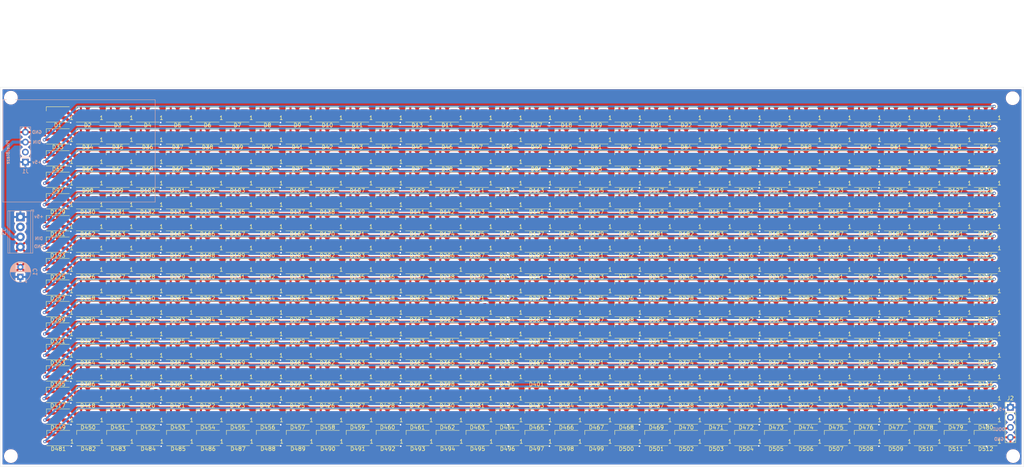
<source format=kicad_pcb>
(kicad_pcb (version 20171130) (host pcbnew "(5.1.8-0-10_14)")
  (layers (0 F.Cu signal) (31 B.Cu signal) (34 B.Paste user) (35 F.Paste user) (36 B.SilkS user) (37 F.SilkS user) (38 B.Mask user) (39 F.Mask user) (44 Edge.Cuts user))
  (net 0 "")
  (net 1 VDD)
  (net 2 "Net-(D1-Pad2)")
  (net 3 VSS)
  (net 4 "Net-(D145-Pad2)")
  (net 5 "Net-(D146-Pad2)")
  (net 6 "Net-(D147-Pad2)")
  (net 7 "Net-(D148-Pad2)")
  (net 8 "Net-(D149-Pad2)")
  (net 9 "Net-(D150-Pad2)")
  (net 10 "Net-(D151-Pad2)")
  (net 11 "Net-(D152-Pad2)")
  (net 12 "Net-(D10-Pad2)")
  (net 13 "Net-(D10-Pad4)")
  (net 14 "Net-(D11-Pad2)")
  (net 15 "Net-(D12-Pad2)")
  (net 16 "Net-(D13-Pad2)")
  (net 17 "Net-(D14-Pad2)")
  (net 18 "Net-(D15-Pad2)")
  (net 19 "Net-(D16-Pad2)")
  (net 20 "Net-(D159-Pad2)")
  (net 21 "Net-(D17-Pad2)")
  (net 22 "Net-(D18-Pad2)")
  (net 23 "Net-(D19-Pad2)")
  (net 24 "Net-(D20-Pad2)")
  (net 25 "Net-(D21-Pad2)")
  (net 26 "Net-(D22-Pad2)")
  (net 27 "Net-(D23-Pad2)")
  (net 28 "Net-(D24-Pad2)")
  (net 29 "Net-(D25-Pad2)")
  (net 30 "Net-(D26-Pad2)")
  (net 31 "Net-(D27-Pad2)")
  (net 32 "Net-(D28-Pad2)")
  (net 33 "Net-(D29-Pad2)")
  (net 34 "Net-(D30-Pad2)")
  (net 35 "Net-(D31-Pad2)")
  (net 36 "Net-(D32-Pad2)")
  (net 37 "Net-(D33-Pad2)")
  (net 38 "Net-(D34-Pad2)")
  (net 39 "Net-(D35-Pad2)")
  (net 40 "Net-(D36-Pad2)")
  (net 41 "Net-(D37-Pad2)")
  (net 42 "Net-(D38-Pad2)")
  (net 43 "Net-(D39-Pad2)")
  (net 44 "Net-(D40-Pad2)")
  (net 45 "Net-(D41-Pad2)")
  (net 46 "Net-(D42-Pad2)")
  (net 47 "Net-(D43-Pad2)")
  (net 48 "Net-(D44-Pad2)")
  (net 49 "Net-(D45-Pad2)")
  (net 50 "Net-(D46-Pad2)")
  (net 51 "Net-(D47-Pad2)")
  (net 52 "Net-(D48-Pad2)")
  (net 53 "Net-(D49-Pad2)")
  (net 54 "Net-(D50-Pad2)")
  (net 55 "Net-(D51-Pad2)")
  (net 56 "Net-(D52-Pad2)")
  (net 57 "Net-(D53-Pad2)")
  (net 58 "Net-(D54-Pad2)")
  (net 59 "Net-(D55-Pad2)")
  (net 60 "Net-(D56-Pad2)")
  (net 61 "Net-(D57-Pad2)")
  (net 62 "Net-(D58-Pad2)")
  (net 63 "Net-(D59-Pad2)")
  (net 64 "Net-(D60-Pad2)")
  (net 65 "Net-(D61-Pad2)")
  (net 66 "Net-(D62-Pad2)")
  (net 67 "Net-(D63-Pad2)")
  (net 68 "Net-(D64-Pad2)")
  (net 69 "Net-(D65-Pad2)")
  (net 70 "Net-(D66-Pad2)")
  (net 71 "Net-(D67-Pad2)")
  (net 72 "Net-(D68-Pad2)")
  (net 73 "Net-(D69-Pad2)")
  (net 74 "Net-(D70-Pad2)")
  (net 75 "Net-(D71-Pad2)")
  (net 76 "Net-(D72-Pad2)")
  (net 77 "Net-(D73-Pad2)")
  (net 78 "Net-(D74-Pad2)")
  (net 79 "Net-(D75-Pad2)")
  (net 80 "Net-(D76-Pad2)")
  (net 81 "Net-(D77-Pad2)")
  (net 82 "Net-(D78-Pad2)")
  (net 83 "Net-(D79-Pad2)")
  (net 84 "Net-(D80-Pad2)")
  (net 85 "Net-(D81-Pad2)")
  (net 86 "Net-(D82-Pad2)")
  (net 87 "Net-(D83-Pad2)")
  (net 88 "Net-(D100-Pad4)")
  (net 89 "Net-(D100-Pad2)")
  (net 90 "Net-(D101-Pad2)")
  (net 91 "Net-(D102-Pad2)")
  (net 92 "Net-(D103-Pad2)")
  (net 93 "Net-(D104-Pad2)")
  (net 94 "Net-(D105-Pad2)")
  (net 95 "Net-(D106-Pad2)")
  (net 96 "Net-(D107-Pad2)")
  (net 97 "Net-(D108-Pad2)")
  (net 98 "Net-(D109-Pad2)")
  (net 99 "Net-(D110-Pad2)")
  (net 100 "Net-(D111-Pad2)")
  (net 101 "Net-(D112-Pad2)")
  (net 102 "Net-(D113-Pad2)")
  (net 103 "Net-(D114-Pad2)")
  (net 104 "Net-(D115-Pad2)")
  (net 105 "Net-(D116-Pad2)")
  (net 106 "Net-(D117-Pad2)")
  (net 107 "Net-(D118-Pad2)")
  (net 108 "Net-(D119-Pad2)")
  (net 109 "Net-(D120-Pad2)")
  (net 110 "Net-(D121-Pad2)")
  (net 111 "Net-(D122-Pad2)")
  (net 112 "Net-(D123-Pad2)")
  (net 113 "Net-(D124-Pad2)")
  (net 114 "Net-(D125-Pad2)")
  (net 115 "Net-(D126-Pad2)")
  (net 116 "Net-(D127-Pad2)")
  (net 117 "Net-(D128-Pad2)")
  (net 118 "Net-(D129-Pad2)")
  (net 119 "Net-(D130-Pad2)")
  (net 120 "Net-(D131-Pad2)")
  (net 121 "Net-(D132-Pad2)")
  (net 122 "Net-(D133-Pad2)")
  (net 123 "Net-(D134-Pad2)")
  (net 124 "Net-(D135-Pad2)")
  (net 125 "Net-(D136-Pad2)")
  (net 126 "Net-(D137-Pad2)")
  (net 127 "Net-(D138-Pad2)")
  (net 128 "Net-(D139-Pad2)")
  (net 129 "Net-(D140-Pad2)")
  (net 130 "Net-(D141-Pad2)")
  (net 131 "Net-(D142-Pad2)")
  (net 132 "Net-(D143-Pad2)")
  (net 133 "Net-(D144-Pad2)")
  (net 134 "Net-(D160-Pad2)")
  (net 135 "Net-(D2-Pad2)")
  (net 136 "Net-(D3-Pad2)")
  (net 137 "Net-(D4-Pad2)")
  (net 138 "Net-(D5-Pad2)")
  (net 139 "Net-(D6-Pad2)")
  (net 140 "Net-(D7-Pad2)")
  (net 141 "Net-(D8-Pad2)")
  (net 142 "Net-(D84-Pad2)")
  (net 143 "Net-(D85-Pad2)")
  (net 144 "Net-(D86-Pad2)")
  (net 145 "Net-(D87-Pad2)")
  (net 146 "Net-(D88-Pad2)")
  (net 147 "Net-(D89-Pad2)")
  (net 148 "Net-(D90-Pad2)")
  (net 149 "Net-(D91-Pad2)")
  (net 150 "Net-(D92-Pad2)")
  (net 151 "Net-(D93-Pad2)")
  (net 152 "Net-(D94-Pad2)")
  (net 153 "Net-(D95-Pad2)")
  (net 154 "Net-(D96-Pad2)")
  (net 155 "Net-(D97-Pad2)")
  (net 156 "Net-(D98-Pad2)")
  (net 157 "Net-(D153-Pad2)")
  (net 158 "Net-(D154-Pad2)")
  (net 159 "Net-(D155-Pad2)")
  (net 160 "Net-(D156-Pad2)")
  (net 161 "Net-(D157-Pad2)")
  (net 162 "Net-(D158-Pad2)")
  (net 163 DIN)
  (net 164 "Net-(D161-Pad2)")
  (net 165 "Net-(D162-Pad2)")
  (net 166 "Net-(D163-Pad2)")
  (net 167 "Net-(D164-Pad2)")
  (net 168 "Net-(D165-Pad2)")
  (net 169 "Net-(D166-Pad2)")
  (net 170 "Net-(D167-Pad2)")
  (net 171 "Net-(D168-Pad2)")
  (net 172 "Net-(D169-Pad2)")
  (net 173 "Net-(D170-Pad2)")
  (net 174 "Net-(D171-Pad2)")
  (net 175 "Net-(D172-Pad2)")
  (net 176 "Net-(D173-Pad2)")
  (net 177 "Net-(D174-Pad2)")
  (net 178 "Net-(D175-Pad2)")
  (net 179 "Net-(D176-Pad2)")
  (net 180 "Net-(D177-Pad2)")
  (net 181 "Net-(D178-Pad2)")
  (net 182 "Net-(D179-Pad2)")
  (net 183 "Net-(D180-Pad2)")
  (net 184 "Net-(D181-Pad2)")
  (net 185 "Net-(D182-Pad2)")
  (net 186 "Net-(D183-Pad2)")
  (net 187 "Net-(D184-Pad2)")
  (net 188 "Net-(D185-Pad2)")
  (net 189 "Net-(D186-Pad2)")
  (net 190 "Net-(D187-Pad2)")
  (net 191 "Net-(D188-Pad2)")
  (net 192 "Net-(D189-Pad2)")
  (net 193 "Net-(D190-Pad2)")
  (net 194 "Net-(D191-Pad2)")
  (net 195 "Net-(D192-Pad2)")
  (net 196 "Net-(D193-Pad2)")
  (net 197 "Net-(D194-Pad2)")
  (net 198 "Net-(D195-Pad2)")
  (net 199 "Net-(D196-Pad2)")
  (net 200 "Net-(D197-Pad2)")
  (net 201 "Net-(D198-Pad2)")
  (net 202 "Net-(D199-Pad2)")
  (net 203 "Net-(D200-Pad2)")
  (net 204 "Net-(D201-Pad2)")
  (net 205 "Net-(D202-Pad2)")
  (net 206 "Net-(D203-Pad2)")
  (net 207 "Net-(D204-Pad2)")
  (net 208 "Net-(D205-Pad2)")
  (net 209 "Net-(D206-Pad2)")
  (net 210 "Net-(D207-Pad2)")
  (net 211 "Net-(D208-Pad2)")
  (net 212 "Net-(D209-Pad2)")
  (net 213 "Net-(D210-Pad2)")
  (net 214 "Net-(D211-Pad2)")
  (net 215 "Net-(D212-Pad2)")
  (net 216 "Net-(D213-Pad2)")
  (net 217 "Net-(D214-Pad2)")
  (net 218 "Net-(D215-Pad2)")
  (net 219 "Net-(D216-Pad2)")
  (net 220 "Net-(D217-Pad2)")
  (net 221 "Net-(D218-Pad2)")
  (net 222 "Net-(D219-Pad2)")
  (net 223 "Net-(D220-Pad2)")
  (net 224 "Net-(D221-Pad2)")
  (net 225 "Net-(D222-Pad2)")
  (net 226 "Net-(D223-Pad2)")
  (net 227 "Net-(D224-Pad2)")
  (net 228 "Net-(D225-Pad2)")
  (net 229 "Net-(D226-Pad2)")
  (net 230 "Net-(D227-Pad2)")
  (net 231 "Net-(D228-Pad2)")
  (net 232 "Net-(D229-Pad2)")
  (net 233 "Net-(D230-Pad2)")
  (net 234 "Net-(D231-Pad2)")
  (net 235 "Net-(D232-Pad2)")
  (net 236 "Net-(D233-Pad2)")
  (net 237 "Net-(D234-Pad2)")
  (net 238 "Net-(D235-Pad2)")
  (net 239 "Net-(D236-Pad2)")
  (net 240 "Net-(D237-Pad2)")
  (net 241 "Net-(D238-Pad2)")
  (net 242 "Net-(D239-Pad2)")
  (net 243 "Net-(D240-Pad2)")
  (net 244 "Net-(D241-Pad2)")
  (net 245 "Net-(D242-Pad2)")
  (net 246 "Net-(D243-Pad2)")
  (net 247 "Net-(D244-Pad2)")
  (net 248 "Net-(D245-Pad2)")
  (net 249 "Net-(D246-Pad2)")
  (net 250 "Net-(D247-Pad2)")
  (net 251 "Net-(D248-Pad2)")
  (net 252 "Net-(D249-Pad2)")
  (net 253 "Net-(D250-Pad2)")
  (net 254 "Net-(D251-Pad2)")
  (net 255 "Net-(D252-Pad2)")
  (net 256 "Net-(D253-Pad2)")
  (net 257 "Net-(D254-Pad2)")
  (net 258 "Net-(D255-Pad2)")
  (net 259 "Net-(D256-Pad2)")
  (net 260 "Net-(D257-Pad2)")
  (net 261 "Net-(D258-Pad2)")
  (net 262 "Net-(D259-Pad2)")
  (net 263 "Net-(D260-Pad2)")
  (net 264 "Net-(D261-Pad2)")
  (net 265 "Net-(D262-Pad2)")
  (net 266 "Net-(D263-Pad2)")
  (net 267 "Net-(D264-Pad2)")
  (net 268 "Net-(D265-Pad2)")
  (net 269 "Net-(D266-Pad2)")
  (net 270 "Net-(D267-Pad2)")
  (net 271 "Net-(D268-Pad2)")
  (net 272 "Net-(D269-Pad2)")
  (net 273 "Net-(D270-Pad2)")
  (net 274 "Net-(D271-Pad2)")
  (net 275 "Net-(D272-Pad2)")
  (net 276 "Net-(D273-Pad2)")
  (net 277 "Net-(D274-Pad2)")
  (net 278 "Net-(D275-Pad2)")
  (net 279 "Net-(D276-Pad2)")
  (net 280 "Net-(D277-Pad2)")
  (net 281 "Net-(D278-Pad2)")
  (net 282 "Net-(D279-Pad2)")
  (net 283 "Net-(D280-Pad2)")
  (net 284 "Net-(D281-Pad2)")
  (net 285 "Net-(D282-Pad2)")
  (net 286 "Net-(D283-Pad2)")
  (net 287 "Net-(D284-Pad2)")
  (net 288 "Net-(D285-Pad2)")
  (net 289 "Net-(D286-Pad2)")
  (net 290 "Net-(D287-Pad2)")
  (net 291 "Net-(D288-Pad2)")
  (net 292 "Net-(D289-Pad2)")
  (net 293 "Net-(D290-Pad2)")
  (net 294 "Net-(D291-Pad2)")
  (net 295 "Net-(D292-Pad2)")
  (net 296 "Net-(D293-Pad2)")
  (net 297 "Net-(D294-Pad2)")
  (net 298 "Net-(D295-Pad2)")
  (net 299 "Net-(D296-Pad2)")
  (net 300 "Net-(D297-Pad2)")
  (net 301 "Net-(D298-Pad2)")
  (net 302 "Net-(D299-Pad2)")
  (net 303 "Net-(D300-Pad2)")
  (net 304 "Net-(D301-Pad2)")
  (net 305 "Net-(D302-Pad2)")
  (net 306 "Net-(D303-Pad2)")
  (net 307 "Net-(D304-Pad2)")
  (net 308 "Net-(D305-Pad2)")
  (net 309 "Net-(D306-Pad2)")
  (net 310 "Net-(D307-Pad2)")
  (net 311 "Net-(D308-Pad2)")
  (net 312 "Net-(D309-Pad2)")
  (net 313 "Net-(D310-Pad2)")
  (net 314 "Net-(D311-Pad2)")
  (net 315 "Net-(D312-Pad2)")
  (net 316 "Net-(D313-Pad2)")
  (net 317 "Net-(D314-Pad2)")
  (net 318 "Net-(D315-Pad2)")
  (net 319 "Net-(D316-Pad2)")
  (net 320 "Net-(D317-Pad2)")
  (net 321 "Net-(D318-Pad2)")
  (net 322 "Net-(D319-Pad2)")
  (net 323 "Net-(D320-Pad2)")
  (net 324 "Net-(D321-Pad2)")
  (net 325 "Net-(D322-Pad2)")
  (net 326 "Net-(D323-Pad2)")
  (net 327 "Net-(D324-Pad2)")
  (net 328 "Net-(D325-Pad2)")
  (net 329 "Net-(D326-Pad2)")
  (net 330 "Net-(D327-Pad2)")
  (net 331 "Net-(D328-Pad2)")
  (net 332 "Net-(D329-Pad2)")
  (net 333 "Net-(D330-Pad2)")
  (net 334 "Net-(D331-Pad2)")
  (net 335 "Net-(D332-Pad2)")
  (net 336 "Net-(D333-Pad2)")
  (net 337 "Net-(D334-Pad2)")
  (net 338 "Net-(D335-Pad2)")
  (net 339 "Net-(D336-Pad2)")
  (net 340 "Net-(D337-Pad2)")
  (net 341 "Net-(D338-Pad2)")
  (net 342 "Net-(D339-Pad2)")
  (net 343 "Net-(D340-Pad2)")
  (net 344 "Net-(D341-Pad2)")
  (net 345 "Net-(D342-Pad2)")
  (net 346 "Net-(D343-Pad2)")
  (net 347 "Net-(D344-Pad2)")
  (net 348 "Net-(D345-Pad2)")
  (net 349 "Net-(D346-Pad2)")
  (net 350 "Net-(D347-Pad2)")
  (net 351 "Net-(D348-Pad2)")
  (net 352 "Net-(D349-Pad2)")
  (net 353 "Net-(D350-Pad2)")
  (net 354 "Net-(D351-Pad2)")
  (net 355 "Net-(D352-Pad2)")
  (net 356 "Net-(D353-Pad2)")
  (net 357 "Net-(D354-Pad2)")
  (net 358 "Net-(D355-Pad2)")
  (net 359 "Net-(D356-Pad2)")
  (net 360 "Net-(D357-Pad2)")
  (net 361 "Net-(D358-Pad2)")
  (net 362 "Net-(D359-Pad2)")
  (net 363 "Net-(D360-Pad2)")
  (net 364 "Net-(D361-Pad2)")
  (net 365 "Net-(D362-Pad2)")
  (net 366 "Net-(D363-Pad2)")
  (net 367 "Net-(D364-Pad2)")
  (net 368 "Net-(D365-Pad2)")
  (net 369 "Net-(D366-Pad2)")
  (net 370 "Net-(D367-Pad2)")
  (net 371 "Net-(D368-Pad2)")
  (net 372 "Net-(D369-Pad2)")
  (net 373 "Net-(D370-Pad2)")
  (net 374 "Net-(D371-Pad2)")
  (net 375 "Net-(D372-Pad2)")
  (net 376 "Net-(D373-Pad2)")
  (net 377 "Net-(D374-Pad2)")
  (net 378 "Net-(D375-Pad2)")
  (net 379 "Net-(D376-Pad2)")
  (net 380 "Net-(D377-Pad2)")
  (net 381 "Net-(D378-Pad2)")
  (net 382 "Net-(D379-Pad2)")
  (net 383 "Net-(D380-Pad2)")
  (net 384 "Net-(D381-Pad2)")
  (net 385 "Net-(D382-Pad2)")
  (net 386 "Net-(D383-Pad2)")
  (net 387 "Net-(D384-Pad2)")
  (net 388 "Net-(D385-Pad2)")
  (net 389 "Net-(D386-Pad2)")
  (net 390 "Net-(D387-Pad2)")
  (net 391 "Net-(D388-Pad2)")
  (net 392 "Net-(D389-Pad2)")
  (net 393 "Net-(D390-Pad2)")
  (net 394 "Net-(D391-Pad2)")
  (net 395 "Net-(D392-Pad2)")
  (net 396 "Net-(D393-Pad2)")
  (net 397 "Net-(D394-Pad2)")
  (net 398 "Net-(D395-Pad2)")
  (net 399 "Net-(D396-Pad2)")
  (net 400 "Net-(D397-Pad2)")
  (net 401 "Net-(D398-Pad2)")
  (net 402 "Net-(D399-Pad2)")
  (net 403 "Net-(D400-Pad2)")
  (net 404 "Net-(D401-Pad2)")
  (net 405 "Net-(D402-Pad2)")
  (net 406 "Net-(D403-Pad2)")
  (net 407 "Net-(D404-Pad2)")
  (net 408 "Net-(D405-Pad2)")
  (net 409 "Net-(D406-Pad2)")
  (net 410 "Net-(D407-Pad2)")
  (net 411 "Net-(D408-Pad2)")
  (net 412 "Net-(D409-Pad2)")
  (net 413 "Net-(D410-Pad2)")
  (net 414 "Net-(D411-Pad2)")
  (net 415 "Net-(D412-Pad2)")
  (net 416 "Net-(D413-Pad2)")
  (net 417 "Net-(D414-Pad2)")
  (net 418 "Net-(D415-Pad2)")
  (net 419 "Net-(D416-Pad2)")
  (net 420 "Net-(D417-Pad2)")
  (net 421 "Net-(D418-Pad2)")
  (net 422 "Net-(D419-Pad2)")
  (net 423 "Net-(D420-Pad2)")
  (net 424 "Net-(D421-Pad2)")
  (net 425 "Net-(D422-Pad2)")
  (net 426 "Net-(D423-Pad2)")
  (net 427 "Net-(D424-Pad2)")
  (net 428 "Net-(D425-Pad2)")
  (net 429 "Net-(D426-Pad2)")
  (net 430 "Net-(D427-Pad2)")
  (net 431 "Net-(D428-Pad2)")
  (net 432 "Net-(D429-Pad2)")
  (net 433 "Net-(D430-Pad2)")
  (net 434 "Net-(D431-Pad2)")
  (net 435 "Net-(D432-Pad2)")
  (net 436 "Net-(D433-Pad2)")
  (net 437 "Net-(D434-Pad2)")
  (net 438 "Net-(D435-Pad2)")
  (net 439 "Net-(D436-Pad2)")
  (net 440 "Net-(D437-Pad2)")
  (net 441 "Net-(D438-Pad2)")
  (net 442 "Net-(D439-Pad2)")
  (net 443 "Net-(D440-Pad2)")
  (net 444 "Net-(D441-Pad2)")
  (net 445 "Net-(D442-Pad2)")
  (net 446 "Net-(D443-Pad2)")
  (net 447 "Net-(D444-Pad2)")
  (net 448 "Net-(D445-Pad2)")
  (net 449 "Net-(D446-Pad2)")
  (net 450 "Net-(D447-Pad2)")
  (net 451 "Net-(D448-Pad2)")
  (net 452 "Net-(D449-Pad2)")
  (net 453 "Net-(D450-Pad2)")
  (net 454 "Net-(D451-Pad2)")
  (net 455 "Net-(D452-Pad2)")
  (net 456 "Net-(D453-Pad2)")
  (net 457 "Net-(D454-Pad2)")
  (net 458 "Net-(D455-Pad2)")
  (net 459 "Net-(D456-Pad2)")
  (net 460 "Net-(D457-Pad2)")
  (net 461 "Net-(D458-Pad2)")
  (net 462 "Net-(D459-Pad2)")
  (net 463 "Net-(D460-Pad2)")
  (net 464 "Net-(D461-Pad2)")
  (net 465 "Net-(D462-Pad2)")
  (net 466 "Net-(D463-Pad2)")
  (net 467 "Net-(D464-Pad2)")
  (net 468 "Net-(D465-Pad2)")
  (net 469 "Net-(D466-Pad2)")
  (net 470 "Net-(D467-Pad2)")
  (net 471 "Net-(D468-Pad2)")
  (net 472 "Net-(D469-Pad2)")
  (net 473 "Net-(D470-Pad2)")
  (net 474 "Net-(D471-Pad2)")
  (net 475 "Net-(D472-Pad2)")
  (net 476 "Net-(D473-Pad2)")
  (net 477 "Net-(D474-Pad2)")
  (net 478 "Net-(D475-Pad2)")
  (net 479 "Net-(D476-Pad2)")
  (net 480 "Net-(D477-Pad2)")
  (net 481 "Net-(D478-Pad2)")
  (net 482 "Net-(D479-Pad2)")
  (net 483 "Net-(D480-Pad2)")
  (net 484 "Net-(D481-Pad2)")
  (net 485 "Net-(D482-Pad2)")
  (net 486 "Net-(D483-Pad2)")
  (net 487 "Net-(D484-Pad2)")
  (net 488 "Net-(D485-Pad2)")
  (net 489 "Net-(D486-Pad2)")
  (net 490 "Net-(D487-Pad2)")
  (net 491 "Net-(D488-Pad2)")
  (net 492 "Net-(D489-Pad2)")
  (net 493 "Net-(D490-Pad2)")
  (net 494 "Net-(D491-Pad2)")
  (net 495 "Net-(D492-Pad2)")
  (net 496 "Net-(D493-Pad2)")
  (net 497 "Net-(D494-Pad2)")
  (net 498 "Net-(D495-Pad2)")
  (net 499 "Net-(D496-Pad2)")
  (net 500 "Net-(D497-Pad2)")
  (net 501 "Net-(D498-Pad2)")
  (net 502 "Net-(D499-Pad2)")
  (net 503 "Net-(D500-Pad2)")
  (net 504 "Net-(D501-Pad2)")
  (net 505 "Net-(D502-Pad2)")
  (net 506 "Net-(D503-Pad2)")
  (net 507 "Net-(D504-Pad2)")
  (net 508 "Net-(D505-Pad2)")
  (net 509 "Net-(D506-Pad2)")
  (net 510 "Net-(D507-Pad2)")
  (net 511 "Net-(D508-Pad2)")
  (net 512 "Net-(D509-Pad2)")
  (net 513 "Net-(D510-Pad2)")
  (net 514 "Net-(D511-Pad2)")
  (net 515 "Net-(D512-Pad2)")
  (module TerminalBlock_Phoenix:TerminalBlock_Phoenix_MPT-0,5-4-2.54_1x04_P2.54mm_Horizontal (layer B.Cu) (at 26.035 60.325 270)
    (fp_text reference J3 (at 3.81 4.16 270) (layer B.SilkS) (effects (justify mirror)))
    (fp_text value ST3)
    (pad 4 thru_hole circle (at 7.62 0 270) (size 2.2 2.2) (drill 1.1) (layers *.Cu *.Mask) (net 3 VSS))
    (pad 3 thru_hole circle (at 5.08 0 270) (size 2.2 2.2) (drill 1.1) (layers *.Cu *.Mask) (net 163 DIN))
    (pad 2 thru_hole circle (at 2.54 0 270) (size 2.2 2.2) (drill 1.1) (layers *.Cu *.Mask))
    (pad 1 thru_hole rect (at 0 0 270) (size 2.2 2.2) (drill 1.1) (layers *.Cu *.Mask) (net 1 VDD))
  )
  (module Connector_PinHeader_2.54mm:PinHeader_1x04_P2.54mm_Vertical (layer F.Cu) (at 277.9395 108.7755)
    (fp_text reference J2 (at 0 -2.33) (layer F.SilkS))
    (fp_text value Output)
    (pad 4 thru_hole oval (at 0 7.62) (size 1.7 1.7) (drill 1) (layers *.Cu *.Mask) (net 3 VSS))
    (pad 3 thru_hole oval (at 0 5.08) (size 1.7 1.7) (drill 1) (layers *.Cu *.Mask) (net 515 "Net-(D512-Pad2)"))
    (pad 2 thru_hole oval (at 0 2.54) (size 1.7 1.7) (drill 1) (layers *.Cu *.Mask))
    (pad 1 thru_hole rect (at 0 0) (size 1.7 1.7) (drill 1) (layers *.Cu *.Mask) (net 1 VDD))
  )
  (module Connector_PinHeader_2.54mm:PinHeader_1x04_P2.54mm_Vertical (layer B.Cu) (at 27.305 46.355)
    (fp_text reference J1 (at 0 2.33) (layer B.SilkS) (effects (justify mirror)))
    (fp_text value Input)
    (pad 4 thru_hole oval (at 0 -7.62) (size 1.7 1.7) (drill 1) (layers *.Cu *.Mask) (net 3 VSS))
    (pad 3 thru_hole oval (at 0 -5.08) (size 1.7 1.7) (drill 1) (layers *.Cu *.Mask) (net 163 DIN))
    (pad 2 thru_hole oval (at 0 -2.54) (size 1.7 1.7) (drill 1) (layers *.Cu *.Mask))
    (pad 1 thru_hole rect (at 0 0) (size 1.7 1.7) (drill 1) (layers *.Cu *.Mask) (net 1 VDD))
  )
  (module MountingHole:MountingHole_2.5mm (layer F.Cu) (at 278.638 121.158)
    (fp_text reference H4 hide)
    (fp_text value MountingHole)
    (pad 1 np_thru_hole circle (at 0 0) (size 2.5 2.5) (drill 2.5) (layers *.Cu *.Mask))
  )
  (module MountingHole:MountingHole_2.5mm (layer F.Cu) (at 23.622 29.972)
    (fp_text reference H3 hide)
    (fp_text value MountingHole)
    (pad 1 np_thru_hole circle (at 0 0) (size 2.5 2.5) (drill 2.5) (layers *.Cu *.Mask))
  )
  (module MountingHole:MountingHole_2.5mm (layer F.Cu) (at 278.511 30.099)
    (fp_text reference H2 hide)
    (fp_text value MountingHole)
    (pad 1 np_thru_hole circle (at 0 0) (size 2.5 2.5) (drill 2.5) (layers *.Cu *.Mask))
  )
  (module MountingHole:MountingHole_2.5mm (layer F.Cu) (at 23.622 121.158)
    (fp_text reference H1 hide)
    (fp_text value MountingHole)
    (pad 1 np_thru_hole circle (at 0 0) (size 2.5 2.5) (drill 2.5) (layers *.Cu *.Mask))
  )
  (module Capacitor_THT:CP_Radial_D5.0mm_P2.50mm (layer B.Cu) (at 26.035 75.565 90)
    (fp_text reference C1 (at 1.25 3.75 90) (layer B.SilkS) (effects (justify mirror)))
    (fp_text value 100uf)
    (pad 2 thru_hole circle (at 2.5 0 90) (size 1.6 1.6) (drill 0.8) (layers *.Cu *.Mask) (net 3 VSS))
    (pad 1 thru_hole rect (at 0 0 90) (size 1.6 1.6) (drill 0.8) (layers *.Cu *.Mask) (net 1 VDD))
  )
  (module LED_SMD:LED_SK6812MINI_PLCC4_3.5x3.5mm_P1.75mm (layer F.Cu) (at 271.653 116.586 180)
    (fp_text reference D512 (at 0 -2.75) (layer F.SilkS))
    (fp_text value WS2812B)
    (fp_text user 1 (at -3.5 -0.875) (layer F.SilkS))
    (pad 1 smd rect (at -1.75 -0.875 180) (size 1.6 0.85) (layers F.Cu F.Paste F.Mask) (net 1 VDD))
    (pad 2 smd rect (at -1.75 0.875 180) (size 1.6 0.85) (layers F.Cu F.Paste F.Mask) (net 515 "Net-(D512-Pad2)"))
    (pad 4 smd rect (at 1.75 -0.875 180) (size 1.6 0.85) (layers F.Cu F.Paste F.Mask) (net 514 "Net-(D511-Pad2)"))
    (pad 3 smd rect (at 1.75 0.875 180) (size 1.6 0.85) (layers F.Cu F.Paste F.Mask) (net 3 VSS))
  )
  (module LED_SMD:LED_SK6812MINI_PLCC4_3.5x3.5mm_P1.75mm (layer F.Cu) (at 264.033 116.586 180)
    (fp_text reference D511 (at 0 -2.75) (layer F.SilkS))
    (fp_text value WS2812B)
    (fp_text user 1 (at -3.5 -0.875) (layer F.SilkS))
    (pad 1 smd rect (at -1.75 -0.875 180) (size 1.6 0.85) (layers F.Cu F.Paste F.Mask) (net 1 VDD))
    (pad 2 smd rect (at -1.75 0.875 180) (size 1.6 0.85) (layers F.Cu F.Paste F.Mask) (net 514 "Net-(D511-Pad2)"))
    (pad 4 smd rect (at 1.75 -0.875 180) (size 1.6 0.85) (layers F.Cu F.Paste F.Mask) (net 513 "Net-(D510-Pad2)"))
    (pad 3 smd rect (at 1.75 0.875 180) (size 1.6 0.85) (layers F.Cu F.Paste F.Mask) (net 3 VSS))
  )
  (module LED_SMD:LED_SK6812MINI_PLCC4_3.5x3.5mm_P1.75mm (layer F.Cu) (at 256.413 116.586 180)
    (fp_text reference D510 (at 0 -2.75) (layer F.SilkS))
    (fp_text value WS2812B)
    (fp_text user 1 (at -3.5 -0.875) (layer F.SilkS))
    (pad 1 smd rect (at -1.75 -0.875 180) (size 1.6 0.85) (layers F.Cu F.Paste F.Mask) (net 1 VDD))
    (pad 2 smd rect (at -1.75 0.875 180) (size 1.6 0.85) (layers F.Cu F.Paste F.Mask) (net 513 "Net-(D510-Pad2)"))
    (pad 4 smd rect (at 1.75 -0.875 180) (size 1.6 0.85) (layers F.Cu F.Paste F.Mask) (net 512 "Net-(D509-Pad2)"))
    (pad 3 smd rect (at 1.75 0.875 180) (size 1.6 0.85) (layers F.Cu F.Paste F.Mask) (net 3 VSS))
  )
  (module LED_SMD:LED_SK6812MINI_PLCC4_3.5x3.5mm_P1.75mm (layer F.Cu) (at 248.793 116.586 180)
    (fp_text reference D509 (at 0 -2.75) (layer F.SilkS))
    (fp_text value WS2812B)
    (fp_text user 1 (at -3.5 -0.875) (layer F.SilkS))
    (pad 1 smd rect (at -1.75 -0.875 180) (size 1.6 0.85) (layers F.Cu F.Paste F.Mask) (net 1 VDD))
    (pad 2 smd rect (at -1.75 0.875 180) (size 1.6 0.85) (layers F.Cu F.Paste F.Mask) (net 512 "Net-(D509-Pad2)"))
    (pad 4 smd rect (at 1.75 -0.875 180) (size 1.6 0.85) (layers F.Cu F.Paste F.Mask) (net 511 "Net-(D508-Pad2)"))
    (pad 3 smd rect (at 1.75 0.875 180) (size 1.6 0.85) (layers F.Cu F.Paste F.Mask) (net 3 VSS))
  )
  (module LED_SMD:LED_SK6812MINI_PLCC4_3.5x3.5mm_P1.75mm (layer F.Cu) (at 241.173 116.586 180)
    (fp_text reference D508 (at 0 -2.75) (layer F.SilkS))
    (fp_text value WS2812B)
    (fp_text user 1 (at -3.5 -0.875) (layer F.SilkS))
    (pad 1 smd rect (at -1.75 -0.875 180) (size 1.6 0.85) (layers F.Cu F.Paste F.Mask) (net 1 VDD))
    (pad 2 smd rect (at -1.75 0.875 180) (size 1.6 0.85) (layers F.Cu F.Paste F.Mask) (net 511 "Net-(D508-Pad2)"))
    (pad 4 smd rect (at 1.75 -0.875 180) (size 1.6 0.85) (layers F.Cu F.Paste F.Mask) (net 510 "Net-(D507-Pad2)"))
    (pad 3 smd rect (at 1.75 0.875 180) (size 1.6 0.85) (layers F.Cu F.Paste F.Mask) (net 3 VSS))
  )
  (module LED_SMD:LED_SK6812MINI_PLCC4_3.5x3.5mm_P1.75mm (layer F.Cu) (at 233.553 116.586 180)
    (fp_text reference D507 (at 0 -2.75) (layer F.SilkS))
    (fp_text value WS2812B)
    (fp_text user 1 (at -3.5 -0.875) (layer F.SilkS))
    (pad 1 smd rect (at -1.75 -0.875 180) (size 1.6 0.85) (layers F.Cu F.Paste F.Mask) (net 1 VDD))
    (pad 2 smd rect (at -1.75 0.875 180) (size 1.6 0.85) (layers F.Cu F.Paste F.Mask) (net 510 "Net-(D507-Pad2)"))
    (pad 4 smd rect (at 1.75 -0.875 180) (size 1.6 0.85) (layers F.Cu F.Paste F.Mask) (net 509 "Net-(D506-Pad2)"))
    (pad 3 smd rect (at 1.75 0.875 180) (size 1.6 0.85) (layers F.Cu F.Paste F.Mask) (net 3 VSS))
  )
  (module LED_SMD:LED_SK6812MINI_PLCC4_3.5x3.5mm_P1.75mm (layer F.Cu) (at 225.933 116.586 180)
    (fp_text reference D506 (at 0 -2.75) (layer F.SilkS))
    (fp_text value WS2812B)
    (fp_text user 1 (at -3.5 -0.875) (layer F.SilkS))
    (pad 1 smd rect (at -1.75 -0.875 180) (size 1.6 0.85) (layers F.Cu F.Paste F.Mask) (net 1 VDD))
    (pad 2 smd rect (at -1.75 0.875 180) (size 1.6 0.85) (layers F.Cu F.Paste F.Mask) (net 509 "Net-(D506-Pad2)"))
    (pad 4 smd rect (at 1.75 -0.875 180) (size 1.6 0.85) (layers F.Cu F.Paste F.Mask) (net 508 "Net-(D505-Pad2)"))
    (pad 3 smd rect (at 1.75 0.875 180) (size 1.6 0.85) (layers F.Cu F.Paste F.Mask) (net 3 VSS))
  )
  (module LED_SMD:LED_SK6812MINI_PLCC4_3.5x3.5mm_P1.75mm (layer F.Cu) (at 218.313 116.586 180)
    (fp_text reference D505 (at 0 -2.75) (layer F.SilkS))
    (fp_text value WS2812B)
    (fp_text user 1 (at -3.5 -0.875) (layer F.SilkS))
    (pad 1 smd rect (at -1.75 -0.875 180) (size 1.6 0.85) (layers F.Cu F.Paste F.Mask) (net 1 VDD))
    (pad 2 smd rect (at -1.75 0.875 180) (size 1.6 0.85) (layers F.Cu F.Paste F.Mask) (net 508 "Net-(D505-Pad2)"))
    (pad 4 smd rect (at 1.75 -0.875 180) (size 1.6 0.85) (layers F.Cu F.Paste F.Mask) (net 507 "Net-(D504-Pad2)"))
    (pad 3 smd rect (at 1.75 0.875 180) (size 1.6 0.85) (layers F.Cu F.Paste F.Mask) (net 3 VSS))
  )
  (module LED_SMD:LED_SK6812MINI_PLCC4_3.5x3.5mm_P1.75mm (layer F.Cu) (at 210.693 116.586 180)
    (fp_text reference D504 (at 0 -2.75) (layer F.SilkS))
    (fp_text value WS2812B)
    (fp_text user 1 (at -3.5 -0.875) (layer F.SilkS))
    (pad 1 smd rect (at -1.75 -0.875 180) (size 1.6 0.85) (layers F.Cu F.Paste F.Mask) (net 1 VDD))
    (pad 2 smd rect (at -1.75 0.875 180) (size 1.6 0.85) (layers F.Cu F.Paste F.Mask) (net 507 "Net-(D504-Pad2)"))
    (pad 4 smd rect (at 1.75 -0.875 180) (size 1.6 0.85) (layers F.Cu F.Paste F.Mask) (net 506 "Net-(D503-Pad2)"))
    (pad 3 smd rect (at 1.75 0.875 180) (size 1.6 0.85) (layers F.Cu F.Paste F.Mask) (net 3 VSS))
  )
  (module LED_SMD:LED_SK6812MINI_PLCC4_3.5x3.5mm_P1.75mm (layer F.Cu) (at 203.073 116.586 180)
    (fp_text reference D503 (at 0 -2.75) (layer F.SilkS))
    (fp_text value WS2812B)
    (fp_text user 1 (at -3.5 -0.875) (layer F.SilkS))
    (pad 1 smd rect (at -1.75 -0.875 180) (size 1.6 0.85) (layers F.Cu F.Paste F.Mask) (net 1 VDD))
    (pad 2 smd rect (at -1.75 0.875 180) (size 1.6 0.85) (layers F.Cu F.Paste F.Mask) (net 506 "Net-(D503-Pad2)"))
    (pad 4 smd rect (at 1.75 -0.875 180) (size 1.6 0.85) (layers F.Cu F.Paste F.Mask) (net 505 "Net-(D502-Pad2)"))
    (pad 3 smd rect (at 1.75 0.875 180) (size 1.6 0.85) (layers F.Cu F.Paste F.Mask) (net 3 VSS))
  )
  (module LED_SMD:LED_SK6812MINI_PLCC4_3.5x3.5mm_P1.75mm (layer F.Cu) (at 195.453 116.586 180)
    (fp_text reference D502 (at 0 -2.75) (layer F.SilkS))
    (fp_text value WS2812B)
    (fp_text user 1 (at -3.5 -0.875) (layer F.SilkS))
    (pad 1 smd rect (at -1.75 -0.875 180) (size 1.6 0.85) (layers F.Cu F.Paste F.Mask) (net 1 VDD))
    (pad 2 smd rect (at -1.75 0.875 180) (size 1.6 0.85) (layers F.Cu F.Paste F.Mask) (net 505 "Net-(D502-Pad2)"))
    (pad 4 smd rect (at 1.75 -0.875 180) (size 1.6 0.85) (layers F.Cu F.Paste F.Mask) (net 504 "Net-(D501-Pad2)"))
    (pad 3 smd rect (at 1.75 0.875 180) (size 1.6 0.85) (layers F.Cu F.Paste F.Mask) (net 3 VSS))
  )
  (module LED_SMD:LED_SK6812MINI_PLCC4_3.5x3.5mm_P1.75mm (layer F.Cu) (at 187.833 116.586 180)
    (fp_text reference D501 (at 0 -2.75) (layer F.SilkS))
    (fp_text value WS2812B)
    (fp_text user 1 (at -3.5 -0.875) (layer F.SilkS))
    (pad 1 smd rect (at -1.75 -0.875 180) (size 1.6 0.85) (layers F.Cu F.Paste F.Mask) (net 1 VDD))
    (pad 2 smd rect (at -1.75 0.875 180) (size 1.6 0.85) (layers F.Cu F.Paste F.Mask) (net 504 "Net-(D501-Pad2)"))
    (pad 4 smd rect (at 1.75 -0.875 180) (size 1.6 0.85) (layers F.Cu F.Paste F.Mask) (net 503 "Net-(D500-Pad2)"))
    (pad 3 smd rect (at 1.75 0.875 180) (size 1.6 0.85) (layers F.Cu F.Paste F.Mask) (net 3 VSS))
  )
  (module LED_SMD:LED_SK6812MINI_PLCC4_3.5x3.5mm_P1.75mm (layer F.Cu) (at 180.213 116.586 180)
    (fp_text reference D500 (at 0 -2.75) (layer F.SilkS))
    (fp_text value WS2812B)
    (fp_text user 1 (at -3.5 -0.875) (layer F.SilkS))
    (pad 1 smd rect (at -1.75 -0.875 180) (size 1.6 0.85) (layers F.Cu F.Paste F.Mask) (net 1 VDD))
    (pad 2 smd rect (at -1.75 0.875 180) (size 1.6 0.85) (layers F.Cu F.Paste F.Mask) (net 503 "Net-(D500-Pad2)"))
    (pad 4 smd rect (at 1.75 -0.875 180) (size 1.6 0.85) (layers F.Cu F.Paste F.Mask) (net 502 "Net-(D499-Pad2)"))
    (pad 3 smd rect (at 1.75 0.875 180) (size 1.6 0.85) (layers F.Cu F.Paste F.Mask) (net 3 VSS))
  )
  (module LED_SMD:LED_SK6812MINI_PLCC4_3.5x3.5mm_P1.75mm (layer F.Cu) (at 172.593 116.586 180)
    (fp_text reference D499 (at 0 -2.75) (layer F.SilkS))
    (fp_text value WS2812B)
    (fp_text user 1 (at -3.5 -0.875) (layer F.SilkS))
    (pad 1 smd rect (at -1.75 -0.875 180) (size 1.6 0.85) (layers F.Cu F.Paste F.Mask) (net 1 VDD))
    (pad 2 smd rect (at -1.75 0.875 180) (size 1.6 0.85) (layers F.Cu F.Paste F.Mask) (net 502 "Net-(D499-Pad2)"))
    (pad 4 smd rect (at 1.75 -0.875 180) (size 1.6 0.85) (layers F.Cu F.Paste F.Mask) (net 501 "Net-(D498-Pad2)"))
    (pad 3 smd rect (at 1.75 0.875 180) (size 1.6 0.85) (layers F.Cu F.Paste F.Mask) (net 3 VSS))
  )
  (module LED_SMD:LED_SK6812MINI_PLCC4_3.5x3.5mm_P1.75mm (layer F.Cu) (at 164.973 116.586 180)
    (fp_text reference D498 (at 0 -2.75) (layer F.SilkS))
    (fp_text value WS2812B)
    (fp_text user 1 (at -3.5 -0.875) (layer F.SilkS))
    (pad 1 smd rect (at -1.75 -0.875 180) (size 1.6 0.85) (layers F.Cu F.Paste F.Mask) (net 1 VDD))
    (pad 2 smd rect (at -1.75 0.875 180) (size 1.6 0.85) (layers F.Cu F.Paste F.Mask) (net 501 "Net-(D498-Pad2)"))
    (pad 4 smd rect (at 1.75 -0.875 180) (size 1.6 0.85) (layers F.Cu F.Paste F.Mask) (net 500 "Net-(D497-Pad2)"))
    (pad 3 smd rect (at 1.75 0.875 180) (size 1.6 0.85) (layers F.Cu F.Paste F.Mask) (net 3 VSS))
  )
  (module LED_SMD:LED_SK6812MINI_PLCC4_3.5x3.5mm_P1.75mm (layer F.Cu) (at 157.353 116.586 180)
    (fp_text reference D497 (at 0 -2.75) (layer F.SilkS))
    (fp_text value WS2812B)
    (fp_text user 1 (at -3.5 -0.875) (layer F.SilkS))
    (pad 1 smd rect (at -1.75 -0.875 180) (size 1.6 0.85) (layers F.Cu F.Paste F.Mask) (net 1 VDD))
    (pad 2 smd rect (at -1.75 0.875 180) (size 1.6 0.85) (layers F.Cu F.Paste F.Mask) (net 500 "Net-(D497-Pad2)"))
    (pad 4 smd rect (at 1.75 -0.875 180) (size 1.6 0.85) (layers F.Cu F.Paste F.Mask) (net 499 "Net-(D496-Pad2)"))
    (pad 3 smd rect (at 1.75 0.875 180) (size 1.6 0.85) (layers F.Cu F.Paste F.Mask) (net 3 VSS))
  )
  (module LED_SMD:LED_SK6812MINI_PLCC4_3.5x3.5mm_P1.75mm (layer F.Cu) (at 149.987 116.586 180)
    (fp_text reference D496 (at 0 -2.75) (layer F.SilkS))
    (fp_text value WS2812B)
    (fp_text user 1 (at -3.5 -0.875) (layer F.SilkS))
    (pad 1 smd rect (at -1.75 -0.875 180) (size 1.6 0.85) (layers F.Cu F.Paste F.Mask) (net 1 VDD))
    (pad 2 smd rect (at -1.75 0.875 180) (size 1.6 0.85) (layers F.Cu F.Paste F.Mask) (net 499 "Net-(D496-Pad2)"))
    (pad 4 smd rect (at 1.75 -0.875 180) (size 1.6 0.85) (layers F.Cu F.Paste F.Mask) (net 498 "Net-(D495-Pad2)"))
    (pad 3 smd rect (at 1.75 0.875 180) (size 1.6 0.85) (layers F.Cu F.Paste F.Mask) (net 3 VSS))
  )
  (module LED_SMD:LED_SK6812MINI_PLCC4_3.5x3.5mm_P1.75mm (layer F.Cu) (at 142.367 116.586 180)
    (fp_text reference D495 (at 0 -2.75) (layer F.SilkS))
    (fp_text value WS2812B)
    (fp_text user 1 (at -3.5 -0.875) (layer F.SilkS))
    (pad 1 smd rect (at -1.75 -0.875 180) (size 1.6 0.85) (layers F.Cu F.Paste F.Mask) (net 1 VDD))
    (pad 2 smd rect (at -1.75 0.875 180) (size 1.6 0.85) (layers F.Cu F.Paste F.Mask) (net 498 "Net-(D495-Pad2)"))
    (pad 4 smd rect (at 1.75 -0.875 180) (size 1.6 0.85) (layers F.Cu F.Paste F.Mask) (net 497 "Net-(D494-Pad2)"))
    (pad 3 smd rect (at 1.75 0.875 180) (size 1.6 0.85) (layers F.Cu F.Paste F.Mask) (net 3 VSS))
  )
  (module LED_SMD:LED_SK6812MINI_PLCC4_3.5x3.5mm_P1.75mm (layer F.Cu) (at 134.747 116.586 180)
    (fp_text reference D494 (at 0 -2.75) (layer F.SilkS))
    (fp_text value WS2812B)
    (fp_text user 1 (at -3.5 -0.875) (layer F.SilkS))
    (pad 1 smd rect (at -1.75 -0.875 180) (size 1.6 0.85) (layers F.Cu F.Paste F.Mask) (net 1 VDD))
    (pad 2 smd rect (at -1.75 0.875 180) (size 1.6 0.85) (layers F.Cu F.Paste F.Mask) (net 497 "Net-(D494-Pad2)"))
    (pad 4 smd rect (at 1.75 -0.875 180) (size 1.6 0.85) (layers F.Cu F.Paste F.Mask) (net 496 "Net-(D493-Pad2)"))
    (pad 3 smd rect (at 1.75 0.875 180) (size 1.6 0.85) (layers F.Cu F.Paste F.Mask) (net 3 VSS))
  )
  (module LED_SMD:LED_SK6812MINI_PLCC4_3.5x3.5mm_P1.75mm (layer F.Cu) (at 127.127 116.586 180)
    (fp_text reference D493 (at 0 -2.75) (layer F.SilkS))
    (fp_text value WS2812B)
    (fp_text user 1 (at -3.5 -0.875) (layer F.SilkS))
    (pad 1 smd rect (at -1.75 -0.875 180) (size 1.6 0.85) (layers F.Cu F.Paste F.Mask) (net 1 VDD))
    (pad 2 smd rect (at -1.75 0.875 180) (size 1.6 0.85) (layers F.Cu F.Paste F.Mask) (net 496 "Net-(D493-Pad2)"))
    (pad 4 smd rect (at 1.75 -0.875 180) (size 1.6 0.85) (layers F.Cu F.Paste F.Mask) (net 495 "Net-(D492-Pad2)"))
    (pad 3 smd rect (at 1.75 0.875 180) (size 1.6 0.85) (layers F.Cu F.Paste F.Mask) (net 3 VSS))
  )
  (module LED_SMD:LED_SK6812MINI_PLCC4_3.5x3.5mm_P1.75mm (layer F.Cu) (at 119.507 116.586 180)
    (fp_text reference D492 (at 0 -2.75) (layer F.SilkS))
    (fp_text value WS2812B)
    (fp_text user 1 (at -3.5 -0.875) (layer F.SilkS))
    (pad 1 smd rect (at -1.75 -0.875 180) (size 1.6 0.85) (layers F.Cu F.Paste F.Mask) (net 1 VDD))
    (pad 2 smd rect (at -1.75 0.875 180) (size 1.6 0.85) (layers F.Cu F.Paste F.Mask) (net 495 "Net-(D492-Pad2)"))
    (pad 4 smd rect (at 1.75 -0.875 180) (size 1.6 0.85) (layers F.Cu F.Paste F.Mask) (net 494 "Net-(D491-Pad2)"))
    (pad 3 smd rect (at 1.75 0.875 180) (size 1.6 0.85) (layers F.Cu F.Paste F.Mask) (net 3 VSS))
  )
  (module LED_SMD:LED_SK6812MINI_PLCC4_3.5x3.5mm_P1.75mm (layer F.Cu) (at 111.887 116.586 180)
    (fp_text reference D491 (at 0 -2.75) (layer F.SilkS))
    (fp_text value WS2812B)
    (fp_text user 1 (at -3.5 -0.875) (layer F.SilkS))
    (pad 1 smd rect (at -1.75 -0.875 180) (size 1.6 0.85) (layers F.Cu F.Paste F.Mask) (net 1 VDD))
    (pad 2 smd rect (at -1.75 0.875 180) (size 1.6 0.85) (layers F.Cu F.Paste F.Mask) (net 494 "Net-(D491-Pad2)"))
    (pad 4 smd rect (at 1.75 -0.875 180) (size 1.6 0.85) (layers F.Cu F.Paste F.Mask) (net 493 "Net-(D490-Pad2)"))
    (pad 3 smd rect (at 1.75 0.875 180) (size 1.6 0.85) (layers F.Cu F.Paste F.Mask) (net 3 VSS))
  )
  (module LED_SMD:LED_SK6812MINI_PLCC4_3.5x3.5mm_P1.75mm (layer F.Cu) (at 104.267 116.586 180)
    (fp_text reference D490 (at 0 -2.75) (layer F.SilkS))
    (fp_text value WS2812B)
    (fp_text user 1 (at -3.5 -0.875) (layer F.SilkS))
    (pad 1 smd rect (at -1.75 -0.875 180) (size 1.6 0.85) (layers F.Cu F.Paste F.Mask) (net 1 VDD))
    (pad 2 smd rect (at -1.75 0.875 180) (size 1.6 0.85) (layers F.Cu F.Paste F.Mask) (net 493 "Net-(D490-Pad2)"))
    (pad 4 smd rect (at 1.75 -0.875 180) (size 1.6 0.85) (layers F.Cu F.Paste F.Mask) (net 492 "Net-(D489-Pad2)"))
    (pad 3 smd rect (at 1.75 0.875 180) (size 1.6 0.85) (layers F.Cu F.Paste F.Mask) (net 3 VSS))
  )
  (module LED_SMD:LED_SK6812MINI_PLCC4_3.5x3.5mm_P1.75mm (layer F.Cu) (at 96.647 116.586 180)
    (fp_text reference D489 (at 0 -2.75) (layer F.SilkS))
    (fp_text value WS2812B)
    (fp_text user 1 (at -3.5 -0.875) (layer F.SilkS))
    (pad 1 smd rect (at -1.75 -0.875 180) (size 1.6 0.85) (layers F.Cu F.Paste F.Mask) (net 1 VDD))
    (pad 2 smd rect (at -1.75 0.875 180) (size 1.6 0.85) (layers F.Cu F.Paste F.Mask) (net 492 "Net-(D489-Pad2)"))
    (pad 4 smd rect (at 1.75 -0.875 180) (size 1.6 0.85) (layers F.Cu F.Paste F.Mask) (net 491 "Net-(D488-Pad2)"))
    (pad 3 smd rect (at 1.75 0.875 180) (size 1.6 0.85) (layers F.Cu F.Paste F.Mask) (net 3 VSS))
  )
  (module LED_SMD:LED_SK6812MINI_PLCC4_3.5x3.5mm_P1.75mm (layer F.Cu) (at 89.027 116.586 180)
    (fp_text reference D488 (at 0 -2.75) (layer F.SilkS))
    (fp_text value WS2812B)
    (fp_text user 1 (at -3.5 -0.875) (layer F.SilkS))
    (pad 1 smd rect (at -1.75 -0.875 180) (size 1.6 0.85) (layers F.Cu F.Paste F.Mask) (net 1 VDD))
    (pad 2 smd rect (at -1.75 0.875 180) (size 1.6 0.85) (layers F.Cu F.Paste F.Mask) (net 491 "Net-(D488-Pad2)"))
    (pad 4 smd rect (at 1.75 -0.875 180) (size 1.6 0.85) (layers F.Cu F.Paste F.Mask) (net 490 "Net-(D487-Pad2)"))
    (pad 3 smd rect (at 1.75 0.875 180) (size 1.6 0.85) (layers F.Cu F.Paste F.Mask) (net 3 VSS))
  )
  (module LED_SMD:LED_SK6812MINI_PLCC4_3.5x3.5mm_P1.75mm (layer F.Cu) (at 81.407 116.586 180)
    (fp_text reference D487 (at 0 -2.75) (layer F.SilkS))
    (fp_text value WS2812B)
    (fp_text user 1 (at -3.5 -0.875) (layer F.SilkS))
    (pad 1 smd rect (at -1.75 -0.875 180) (size 1.6 0.85) (layers F.Cu F.Paste F.Mask) (net 1 VDD))
    (pad 2 smd rect (at -1.75 0.875 180) (size 1.6 0.85) (layers F.Cu F.Paste F.Mask) (net 490 "Net-(D487-Pad2)"))
    (pad 4 smd rect (at 1.75 -0.875 180) (size 1.6 0.85) (layers F.Cu F.Paste F.Mask) (net 489 "Net-(D486-Pad2)"))
    (pad 3 smd rect (at 1.75 0.875 180) (size 1.6 0.85) (layers F.Cu F.Paste F.Mask) (net 3 VSS))
  )
  (module LED_SMD:LED_SK6812MINI_PLCC4_3.5x3.5mm_P1.75mm (layer F.Cu) (at 73.787 116.586 180)
    (fp_text reference D486 (at 0 -2.75) (layer F.SilkS))
    (fp_text value WS2812B)
    (fp_text user 1 (at -3.5 -0.875) (layer F.SilkS))
    (pad 1 smd rect (at -1.75 -0.875 180) (size 1.6 0.85) (layers F.Cu F.Paste F.Mask) (net 1 VDD))
    (pad 2 smd rect (at -1.75 0.875 180) (size 1.6 0.85) (layers F.Cu F.Paste F.Mask) (net 489 "Net-(D486-Pad2)"))
    (pad 4 smd rect (at 1.75 -0.875 180) (size 1.6 0.85) (layers F.Cu F.Paste F.Mask) (net 488 "Net-(D485-Pad2)"))
    (pad 3 smd rect (at 1.75 0.875 180) (size 1.6 0.85) (layers F.Cu F.Paste F.Mask) (net 3 VSS))
  )
  (module LED_SMD:LED_SK6812MINI_PLCC4_3.5x3.5mm_P1.75mm (layer F.Cu) (at 66.167 116.586 180)
    (fp_text reference D485 (at 0 -2.75) (layer F.SilkS))
    (fp_text value WS2812B)
    (fp_text user 1 (at -3.5 -0.875) (layer F.SilkS))
    (pad 1 smd rect (at -1.75 -0.875 180) (size 1.6 0.85) (layers F.Cu F.Paste F.Mask) (net 1 VDD))
    (pad 2 smd rect (at -1.75 0.875 180) (size 1.6 0.85) (layers F.Cu F.Paste F.Mask) (net 488 "Net-(D485-Pad2)"))
    (pad 4 smd rect (at 1.75 -0.875 180) (size 1.6 0.85) (layers F.Cu F.Paste F.Mask) (net 487 "Net-(D484-Pad2)"))
    (pad 3 smd rect (at 1.75 0.875 180) (size 1.6 0.85) (layers F.Cu F.Paste F.Mask) (net 3 VSS))
  )
  (module LED_SMD:LED_SK6812MINI_PLCC4_3.5x3.5mm_P1.75mm (layer F.Cu) (at 58.547 116.586 180)
    (fp_text reference D484 (at 0 -2.75) (layer F.SilkS))
    (fp_text value WS2812B)
    (fp_text user 1 (at -3.5 -0.875) (layer F.SilkS))
    (pad 1 smd rect (at -1.75 -0.875 180) (size 1.6 0.85) (layers F.Cu F.Paste F.Mask) (net 1 VDD))
    (pad 2 smd rect (at -1.75 0.875 180) (size 1.6 0.85) (layers F.Cu F.Paste F.Mask) (net 487 "Net-(D484-Pad2)"))
    (pad 4 smd rect (at 1.75 -0.875 180) (size 1.6 0.85) (layers F.Cu F.Paste F.Mask) (net 486 "Net-(D483-Pad2)"))
    (pad 3 smd rect (at 1.75 0.875 180) (size 1.6 0.85) (layers F.Cu F.Paste F.Mask) (net 3 VSS))
  )
  (module LED_SMD:LED_SK6812MINI_PLCC4_3.5x3.5mm_P1.75mm (layer F.Cu) (at 50.927 116.586 180)
    (fp_text reference D483 (at 0 -2.75) (layer F.SilkS))
    (fp_text value WS2812B)
    (fp_text user 1 (at -3.5 -0.875) (layer F.SilkS))
    (pad 1 smd rect (at -1.75 -0.875 180) (size 1.6 0.85) (layers F.Cu F.Paste F.Mask) (net 1 VDD))
    (pad 2 smd rect (at -1.75 0.875 180) (size 1.6 0.85) (layers F.Cu F.Paste F.Mask) (net 486 "Net-(D483-Pad2)"))
    (pad 4 smd rect (at 1.75 -0.875 180) (size 1.6 0.85) (layers F.Cu F.Paste F.Mask) (net 485 "Net-(D482-Pad2)"))
    (pad 3 smd rect (at 1.75 0.875 180) (size 1.6 0.85) (layers F.Cu F.Paste F.Mask) (net 3 VSS))
  )
  (module LED_SMD:LED_SK6812MINI_PLCC4_3.5x3.5mm_P1.75mm (layer F.Cu) (at 43.307 116.586 180)
    (fp_text reference D482 (at 0 -2.75) (layer F.SilkS))
    (fp_text value WS2812B)
    (fp_text user 1 (at -3.5 -0.875) (layer F.SilkS))
    (pad 1 smd rect (at -1.75 -0.875 180) (size 1.6 0.85) (layers F.Cu F.Paste F.Mask) (net 1 VDD))
    (pad 2 smd rect (at -1.75 0.875 180) (size 1.6 0.85) (layers F.Cu F.Paste F.Mask) (net 485 "Net-(D482-Pad2)"))
    (pad 4 smd rect (at 1.75 -0.875 180) (size 1.6 0.85) (layers F.Cu F.Paste F.Mask) (net 484 "Net-(D481-Pad2)"))
    (pad 3 smd rect (at 1.75 0.875 180) (size 1.6 0.85) (layers F.Cu F.Paste F.Mask) (net 3 VSS))
  )
  (module LED_SMD:LED_SK6812MINI_PLCC4_3.5x3.5mm_P1.75mm (layer F.Cu) (at 35.687 116.586 180)
    (fp_text reference D481 (at 0 -2.75) (layer F.SilkS))
    (fp_text value WS2812B)
    (fp_text user 1 (at -3.5 -0.875) (layer F.SilkS))
    (pad 1 smd rect (at -1.75 -0.875 180) (size 1.6 0.85) (layers F.Cu F.Paste F.Mask) (net 1 VDD))
    (pad 2 smd rect (at -1.75 0.875 180) (size 1.6 0.85) (layers F.Cu F.Paste F.Mask) (net 484 "Net-(D481-Pad2)"))
    (pad 4 smd rect (at 1.75 -0.875 180) (size 1.6 0.85) (layers F.Cu F.Paste F.Mask) (net 483 "Net-(D480-Pad2)"))
    (pad 3 smd rect (at 1.75 0.875 180) (size 1.6 0.85) (layers F.Cu F.Paste F.Mask) (net 3 VSS))
  )
  (module LED_SMD:LED_SK6812MINI_PLCC4_3.5x3.5mm_P1.75mm (layer F.Cu) (at 271.653 111.125 180)
    (fp_text reference D480 (at 0 -2.75) (layer F.SilkS))
    (fp_text value WS2812B)
    (fp_text user 1 (at -3.5 -0.875) (layer F.SilkS))
    (pad 1 smd rect (at -1.75 -0.875 180) (size 1.6 0.85) (layers F.Cu F.Paste F.Mask) (net 1 VDD))
    (pad 2 smd rect (at -1.75 0.875 180) (size 1.6 0.85) (layers F.Cu F.Paste F.Mask) (net 483 "Net-(D480-Pad2)"))
    (pad 4 smd rect (at 1.75 -0.875 180) (size 1.6 0.85) (layers F.Cu F.Paste F.Mask) (net 482 "Net-(D479-Pad2)"))
    (pad 3 smd rect (at 1.75 0.875 180) (size 1.6 0.85) (layers F.Cu F.Paste F.Mask) (net 3 VSS))
  )
  (module LED_SMD:LED_SK6812MINI_PLCC4_3.5x3.5mm_P1.75mm (layer F.Cu) (at 264.033 111.125 180)
    (fp_text reference D479 (at 0 -2.75) (layer F.SilkS))
    (fp_text value WS2812B)
    (fp_text user 1 (at -3.5 -0.875) (layer F.SilkS))
    (pad 1 smd rect (at -1.75 -0.875 180) (size 1.6 0.85) (layers F.Cu F.Paste F.Mask) (net 1 VDD))
    (pad 2 smd rect (at -1.75 0.875 180) (size 1.6 0.85) (layers F.Cu F.Paste F.Mask) (net 482 "Net-(D479-Pad2)"))
    (pad 4 smd rect (at 1.75 -0.875 180) (size 1.6 0.85) (layers F.Cu F.Paste F.Mask) (net 481 "Net-(D478-Pad2)"))
    (pad 3 smd rect (at 1.75 0.875 180) (size 1.6 0.85) (layers F.Cu F.Paste F.Mask) (net 3 VSS))
  )
  (module LED_SMD:LED_SK6812MINI_PLCC4_3.5x3.5mm_P1.75mm (layer F.Cu) (at 256.413 111.125 180)
    (fp_text reference D478 (at 0 -2.75) (layer F.SilkS))
    (fp_text value WS2812B)
    (fp_text user 1 (at -3.5 -0.875) (layer F.SilkS))
    (pad 1 smd rect (at -1.75 -0.875 180) (size 1.6 0.85) (layers F.Cu F.Paste F.Mask) (net 1 VDD))
    (pad 2 smd rect (at -1.75 0.875 180) (size 1.6 0.85) (layers F.Cu F.Paste F.Mask) (net 481 "Net-(D478-Pad2)"))
    (pad 4 smd rect (at 1.75 -0.875 180) (size 1.6 0.85) (layers F.Cu F.Paste F.Mask) (net 480 "Net-(D477-Pad2)"))
    (pad 3 smd rect (at 1.75 0.875 180) (size 1.6 0.85) (layers F.Cu F.Paste F.Mask) (net 3 VSS))
  )
  (module LED_SMD:LED_SK6812MINI_PLCC4_3.5x3.5mm_P1.75mm (layer F.Cu) (at 248.793 111.125 180)
    (fp_text reference D477 (at 0 -2.75) (layer F.SilkS))
    (fp_text value WS2812B)
    (fp_text user 1 (at -3.5 -0.875) (layer F.SilkS))
    (pad 1 smd rect (at -1.75 -0.875 180) (size 1.6 0.85) (layers F.Cu F.Paste F.Mask) (net 1 VDD))
    (pad 2 smd rect (at -1.75 0.875 180) (size 1.6 0.85) (layers F.Cu F.Paste F.Mask) (net 480 "Net-(D477-Pad2)"))
    (pad 4 smd rect (at 1.75 -0.875 180) (size 1.6 0.85) (layers F.Cu F.Paste F.Mask) (net 479 "Net-(D476-Pad2)"))
    (pad 3 smd rect (at 1.75 0.875 180) (size 1.6 0.85) (layers F.Cu F.Paste F.Mask) (net 3 VSS))
  )
  (module LED_SMD:LED_SK6812MINI_PLCC4_3.5x3.5mm_P1.75mm (layer F.Cu) (at 241.173 111.125 180)
    (fp_text reference D476 (at 0 -2.75) (layer F.SilkS))
    (fp_text value WS2812B)
    (fp_text user 1 (at -3.5 -0.875) (layer F.SilkS))
    (pad 1 smd rect (at -1.75 -0.875 180) (size 1.6 0.85) (layers F.Cu F.Paste F.Mask) (net 1 VDD))
    (pad 2 smd rect (at -1.75 0.875 180) (size 1.6 0.85) (layers F.Cu F.Paste F.Mask) (net 479 "Net-(D476-Pad2)"))
    (pad 4 smd rect (at 1.75 -0.875 180) (size 1.6 0.85) (layers F.Cu F.Paste F.Mask) (net 478 "Net-(D475-Pad2)"))
    (pad 3 smd rect (at 1.75 0.875 180) (size 1.6 0.85) (layers F.Cu F.Paste F.Mask) (net 3 VSS))
  )
  (module LED_SMD:LED_SK6812MINI_PLCC4_3.5x3.5mm_P1.75mm (layer F.Cu) (at 233.553 111.125 180)
    (fp_text reference D475 (at 0 -2.75) (layer F.SilkS))
    (fp_text value WS2812B)
    (fp_text user 1 (at -3.5 -0.875) (layer F.SilkS))
    (pad 1 smd rect (at -1.75 -0.875 180) (size 1.6 0.85) (layers F.Cu F.Paste F.Mask) (net 1 VDD))
    (pad 2 smd rect (at -1.75 0.875 180) (size 1.6 0.85) (layers F.Cu F.Paste F.Mask) (net 478 "Net-(D475-Pad2)"))
    (pad 4 smd rect (at 1.75 -0.875 180) (size 1.6 0.85) (layers F.Cu F.Paste F.Mask) (net 477 "Net-(D474-Pad2)"))
    (pad 3 smd rect (at 1.75 0.875 180) (size 1.6 0.85) (layers F.Cu F.Paste F.Mask) (net 3 VSS))
  )
  (module LED_SMD:LED_SK6812MINI_PLCC4_3.5x3.5mm_P1.75mm (layer F.Cu) (at 225.933 111.125 180)
    (fp_text reference D474 (at 0 -2.75) (layer F.SilkS))
    (fp_text value WS2812B)
    (fp_text user 1 (at -3.5 -0.875) (layer F.SilkS))
    (pad 1 smd rect (at -1.75 -0.875 180) (size 1.6 0.85) (layers F.Cu F.Paste F.Mask) (net 1 VDD))
    (pad 2 smd rect (at -1.75 0.875 180) (size 1.6 0.85) (layers F.Cu F.Paste F.Mask) (net 477 "Net-(D474-Pad2)"))
    (pad 4 smd rect (at 1.75 -0.875 180) (size 1.6 0.85) (layers F.Cu F.Paste F.Mask) (net 476 "Net-(D473-Pad2)"))
    (pad 3 smd rect (at 1.75 0.875 180) (size 1.6 0.85) (layers F.Cu F.Paste F.Mask) (net 3 VSS))
  )
  (module LED_SMD:LED_SK6812MINI_PLCC4_3.5x3.5mm_P1.75mm (layer F.Cu) (at 218.313 111.125 180)
    (fp_text reference D473 (at 0 -2.75) (layer F.SilkS))
    (fp_text value WS2812B)
    (fp_text user 1 (at -3.5 -0.875) (layer F.SilkS))
    (pad 1 smd rect (at -1.75 -0.875 180) (size 1.6 0.85) (layers F.Cu F.Paste F.Mask) (net 1 VDD))
    (pad 2 smd rect (at -1.75 0.875 180) (size 1.6 0.85) (layers F.Cu F.Paste F.Mask) (net 476 "Net-(D473-Pad2)"))
    (pad 4 smd rect (at 1.75 -0.875 180) (size 1.6 0.85) (layers F.Cu F.Paste F.Mask) (net 475 "Net-(D472-Pad2)"))
    (pad 3 smd rect (at 1.75 0.875 180) (size 1.6 0.85) (layers F.Cu F.Paste F.Mask) (net 3 VSS))
  )
  (module LED_SMD:LED_SK6812MINI_PLCC4_3.5x3.5mm_P1.75mm (layer F.Cu) (at 210.693 111.125 180)
    (fp_text reference D472 (at 0 -2.75) (layer F.SilkS))
    (fp_text value WS2812B)
    (fp_text user 1 (at -3.5 -0.875) (layer F.SilkS))
    (pad 1 smd rect (at -1.75 -0.875 180) (size 1.6 0.85) (layers F.Cu F.Paste F.Mask) (net 1 VDD))
    (pad 2 smd rect (at -1.75 0.875 180) (size 1.6 0.85) (layers F.Cu F.Paste F.Mask) (net 475 "Net-(D472-Pad2)"))
    (pad 4 smd rect (at 1.75 -0.875 180) (size 1.6 0.85) (layers F.Cu F.Paste F.Mask) (net 474 "Net-(D471-Pad2)"))
    (pad 3 smd rect (at 1.75 0.875 180) (size 1.6 0.85) (layers F.Cu F.Paste F.Mask) (net 3 VSS))
  )
  (module LED_SMD:LED_SK6812MINI_PLCC4_3.5x3.5mm_P1.75mm (layer F.Cu) (at 203.073 111.125 180)
    (fp_text reference D471 (at 0 -2.75) (layer F.SilkS))
    (fp_text value WS2812B)
    (fp_text user 1 (at -3.5 -0.875) (layer F.SilkS))
    (pad 1 smd rect (at -1.75 -0.875 180) (size 1.6 0.85) (layers F.Cu F.Paste F.Mask) (net 1 VDD))
    (pad 2 smd rect (at -1.75 0.875 180) (size 1.6 0.85) (layers F.Cu F.Paste F.Mask) (net 474 "Net-(D471-Pad2)"))
    (pad 4 smd rect (at 1.75 -0.875 180) (size 1.6 0.85) (layers F.Cu F.Paste F.Mask) (net 473 "Net-(D470-Pad2)"))
    (pad 3 smd rect (at 1.75 0.875 180) (size 1.6 0.85) (layers F.Cu F.Paste F.Mask) (net 3 VSS))
  )
  (module LED_SMD:LED_SK6812MINI_PLCC4_3.5x3.5mm_P1.75mm (layer F.Cu) (at 195.453 111.125 180)
    (fp_text reference D470 (at 0 -2.75) (layer F.SilkS))
    (fp_text value WS2812B)
    (fp_text user 1 (at -3.5 -0.875) (layer F.SilkS))
    (pad 1 smd rect (at -1.75 -0.875 180) (size 1.6 0.85) (layers F.Cu F.Paste F.Mask) (net 1 VDD))
    (pad 2 smd rect (at -1.75 0.875 180) (size 1.6 0.85) (layers F.Cu F.Paste F.Mask) (net 473 "Net-(D470-Pad2)"))
    (pad 4 smd rect (at 1.75 -0.875 180) (size 1.6 0.85) (layers F.Cu F.Paste F.Mask) (net 472 "Net-(D469-Pad2)"))
    (pad 3 smd rect (at 1.75 0.875 180) (size 1.6 0.85) (layers F.Cu F.Paste F.Mask) (net 3 VSS))
  )
  (module LED_SMD:LED_SK6812MINI_PLCC4_3.5x3.5mm_P1.75mm (layer F.Cu) (at 187.833 111.125 180)
    (fp_text reference D469 (at 0 -2.75) (layer F.SilkS))
    (fp_text value WS2812B)
    (fp_text user 1 (at -3.5 -0.875) (layer F.SilkS))
    (pad 1 smd rect (at -1.75 -0.875 180) (size 1.6 0.85) (layers F.Cu F.Paste F.Mask) (net 1 VDD))
    (pad 2 smd rect (at -1.75 0.875 180) (size 1.6 0.85) (layers F.Cu F.Paste F.Mask) (net 472 "Net-(D469-Pad2)"))
    (pad 4 smd rect (at 1.75 -0.875 180) (size 1.6 0.85) (layers F.Cu F.Paste F.Mask) (net 471 "Net-(D468-Pad2)"))
    (pad 3 smd rect (at 1.75 0.875 180) (size 1.6 0.85) (layers F.Cu F.Paste F.Mask) (net 3 VSS))
  )
  (module LED_SMD:LED_SK6812MINI_PLCC4_3.5x3.5mm_P1.75mm (layer F.Cu) (at 180.213 111.125 180)
    (fp_text reference D468 (at 0 -2.75) (layer F.SilkS))
    (fp_text value WS2812B)
    (fp_text user 1 (at -3.5 -0.875) (layer F.SilkS))
    (pad 1 smd rect (at -1.75 -0.875 180) (size 1.6 0.85) (layers F.Cu F.Paste F.Mask) (net 1 VDD))
    (pad 2 smd rect (at -1.75 0.875 180) (size 1.6 0.85) (layers F.Cu F.Paste F.Mask) (net 471 "Net-(D468-Pad2)"))
    (pad 4 smd rect (at 1.75 -0.875 180) (size 1.6 0.85) (layers F.Cu F.Paste F.Mask) (net 470 "Net-(D467-Pad2)"))
    (pad 3 smd rect (at 1.75 0.875 180) (size 1.6 0.85) (layers F.Cu F.Paste F.Mask) (net 3 VSS))
  )
  (module LED_SMD:LED_SK6812MINI_PLCC4_3.5x3.5mm_P1.75mm (layer F.Cu) (at 172.593 111.125 180)
    (fp_text reference D467 (at 0 -2.75) (layer F.SilkS))
    (fp_text value WS2812B)
    (fp_text user 1 (at -3.5 -0.875) (layer F.SilkS))
    (pad 1 smd rect (at -1.75 -0.875 180) (size 1.6 0.85) (layers F.Cu F.Paste F.Mask) (net 1 VDD))
    (pad 2 smd rect (at -1.75 0.875 180) (size 1.6 0.85) (layers F.Cu F.Paste F.Mask) (net 470 "Net-(D467-Pad2)"))
    (pad 4 smd rect (at 1.75 -0.875 180) (size 1.6 0.85) (layers F.Cu F.Paste F.Mask) (net 469 "Net-(D466-Pad2)"))
    (pad 3 smd rect (at 1.75 0.875 180) (size 1.6 0.85) (layers F.Cu F.Paste F.Mask) (net 3 VSS))
  )
  (module LED_SMD:LED_SK6812MINI_PLCC4_3.5x3.5mm_P1.75mm (layer F.Cu) (at 164.973 111.125 180)
    (fp_text reference D466 (at 0 -2.75) (layer F.SilkS))
    (fp_text value WS2812B)
    (fp_text user 1 (at -3.5 -0.875) (layer F.SilkS))
    (pad 1 smd rect (at -1.75 -0.875 180) (size 1.6 0.85) (layers F.Cu F.Paste F.Mask) (net 1 VDD))
    (pad 2 smd rect (at -1.75 0.875 180) (size 1.6 0.85) (layers F.Cu F.Paste F.Mask) (net 469 "Net-(D466-Pad2)"))
    (pad 4 smd rect (at 1.75 -0.875 180) (size 1.6 0.85) (layers F.Cu F.Paste F.Mask) (net 468 "Net-(D465-Pad2)"))
    (pad 3 smd rect (at 1.75 0.875 180) (size 1.6 0.85) (layers F.Cu F.Paste F.Mask) (net 3 VSS))
  )
  (module LED_SMD:LED_SK6812MINI_PLCC4_3.5x3.5mm_P1.75mm (layer F.Cu) (at 157.353 111.125 180)
    (fp_text reference D465 (at 0 -2.75) (layer F.SilkS))
    (fp_text value WS2812B)
    (fp_text user 1 (at -3.5 -0.875) (layer F.SilkS))
    (pad 1 smd rect (at -1.75 -0.875 180) (size 1.6 0.85) (layers F.Cu F.Paste F.Mask) (net 1 VDD))
    (pad 2 smd rect (at -1.75 0.875 180) (size 1.6 0.85) (layers F.Cu F.Paste F.Mask) (net 468 "Net-(D465-Pad2)"))
    (pad 4 smd rect (at 1.75 -0.875 180) (size 1.6 0.85) (layers F.Cu F.Paste F.Mask) (net 467 "Net-(D464-Pad2)"))
    (pad 3 smd rect (at 1.75 0.875 180) (size 1.6 0.85) (layers F.Cu F.Paste F.Mask) (net 3 VSS))
  )
  (module LED_SMD:LED_SK6812MINI_PLCC4_3.5x3.5mm_P1.75mm (layer F.Cu) (at 149.9235 111.125 180)
    (fp_text reference D464 (at 0 -2.75) (layer F.SilkS))
    (fp_text value WS2812B)
    (fp_text user 1 (at -3.5 -0.875) (layer F.SilkS))
    (pad 1 smd rect (at -1.75 -0.875 180) (size 1.6 0.85) (layers F.Cu F.Paste F.Mask) (net 1 VDD))
    (pad 2 smd rect (at -1.75 0.875 180) (size 1.6 0.85) (layers F.Cu F.Paste F.Mask) (net 467 "Net-(D464-Pad2)"))
    (pad 4 smd rect (at 1.75 -0.875 180) (size 1.6 0.85) (layers F.Cu F.Paste F.Mask) (net 466 "Net-(D463-Pad2)"))
    (pad 3 smd rect (at 1.75 0.875 180) (size 1.6 0.85) (layers F.Cu F.Paste F.Mask) (net 3 VSS))
  )
  (module LED_SMD:LED_SK6812MINI_PLCC4_3.5x3.5mm_P1.75mm (layer F.Cu) (at 142.3035 111.125 180)
    (fp_text reference D463 (at 0 -2.75) (layer F.SilkS))
    (fp_text value WS2812B)
    (fp_text user 1 (at -3.5 -0.875) (layer F.SilkS))
    (pad 1 smd rect (at -1.75 -0.875 180) (size 1.6 0.85) (layers F.Cu F.Paste F.Mask) (net 1 VDD))
    (pad 2 smd rect (at -1.75 0.875 180) (size 1.6 0.85) (layers F.Cu F.Paste F.Mask) (net 466 "Net-(D463-Pad2)"))
    (pad 4 smd rect (at 1.75 -0.875 180) (size 1.6 0.85) (layers F.Cu F.Paste F.Mask) (net 465 "Net-(D462-Pad2)"))
    (pad 3 smd rect (at 1.75 0.875 180) (size 1.6 0.85) (layers F.Cu F.Paste F.Mask) (net 3 VSS))
  )
  (module LED_SMD:LED_SK6812MINI_PLCC4_3.5x3.5mm_P1.75mm (layer F.Cu) (at 134.6835 111.125 180)
    (fp_text reference D462 (at 0 -2.75) (layer F.SilkS))
    (fp_text value WS2812B)
    (fp_text user 1 (at -3.5 -0.875) (layer F.SilkS))
    (pad 1 smd rect (at -1.75 -0.875 180) (size 1.6 0.85) (layers F.Cu F.Paste F.Mask) (net 1 VDD))
    (pad 2 smd rect (at -1.75 0.875 180) (size 1.6 0.85) (layers F.Cu F.Paste F.Mask) (net 465 "Net-(D462-Pad2)"))
    (pad 4 smd rect (at 1.75 -0.875 180) (size 1.6 0.85) (layers F.Cu F.Paste F.Mask) (net 464 "Net-(D461-Pad2)"))
    (pad 3 smd rect (at 1.75 0.875 180) (size 1.6 0.85) (layers F.Cu F.Paste F.Mask) (net 3 VSS))
  )
  (module LED_SMD:LED_SK6812MINI_PLCC4_3.5x3.5mm_P1.75mm (layer F.Cu) (at 127.0635 111.125 180)
    (fp_text reference D461 (at 0 -2.75) (layer F.SilkS))
    (fp_text value WS2812B)
    (fp_text user 1 (at -3.5 -0.875) (layer F.SilkS))
    (pad 1 smd rect (at -1.75 -0.875 180) (size 1.6 0.85) (layers F.Cu F.Paste F.Mask) (net 1 VDD))
    (pad 2 smd rect (at -1.75 0.875 180) (size 1.6 0.85) (layers F.Cu F.Paste F.Mask) (net 464 "Net-(D461-Pad2)"))
    (pad 4 smd rect (at 1.75 -0.875 180) (size 1.6 0.85) (layers F.Cu F.Paste F.Mask) (net 463 "Net-(D460-Pad2)"))
    (pad 3 smd rect (at 1.75 0.875 180) (size 1.6 0.85) (layers F.Cu F.Paste F.Mask) (net 3 VSS))
  )
  (module LED_SMD:LED_SK6812MINI_PLCC4_3.5x3.5mm_P1.75mm (layer F.Cu) (at 119.4435 111.125 180)
    (fp_text reference D460 (at 0 -2.75) (layer F.SilkS))
    (fp_text value WS2812B)
    (fp_text user 1 (at -3.5 -0.875) (layer F.SilkS))
    (pad 1 smd rect (at -1.75 -0.875 180) (size 1.6 0.85) (layers F.Cu F.Paste F.Mask) (net 1 VDD))
    (pad 2 smd rect (at -1.75 0.875 180) (size 1.6 0.85) (layers F.Cu F.Paste F.Mask) (net 463 "Net-(D460-Pad2)"))
    (pad 4 smd rect (at 1.75 -0.875 180) (size 1.6 0.85) (layers F.Cu F.Paste F.Mask) (net 462 "Net-(D459-Pad2)"))
    (pad 3 smd rect (at 1.75 0.875 180) (size 1.6 0.85) (layers F.Cu F.Paste F.Mask) (net 3 VSS))
  )
  (module LED_SMD:LED_SK6812MINI_PLCC4_3.5x3.5mm_P1.75mm (layer F.Cu) (at 111.8235 111.125 180)
    (fp_text reference D459 (at 0 -2.75) (layer F.SilkS))
    (fp_text value WS2812B)
    (fp_text user 1 (at -3.5 -0.875) (layer F.SilkS))
    (pad 1 smd rect (at -1.75 -0.875 180) (size 1.6 0.85) (layers F.Cu F.Paste F.Mask) (net 1 VDD))
    (pad 2 smd rect (at -1.75 0.875 180) (size 1.6 0.85) (layers F.Cu F.Paste F.Mask) (net 462 "Net-(D459-Pad2)"))
    (pad 4 smd rect (at 1.75 -0.875 180) (size 1.6 0.85) (layers F.Cu F.Paste F.Mask) (net 461 "Net-(D458-Pad2)"))
    (pad 3 smd rect (at 1.75 0.875 180) (size 1.6 0.85) (layers F.Cu F.Paste F.Mask) (net 3 VSS))
  )
  (module LED_SMD:LED_SK6812MINI_PLCC4_3.5x3.5mm_P1.75mm (layer F.Cu) (at 104.2035 111.125 180)
    (fp_text reference D458 (at 0 -2.75) (layer F.SilkS))
    (fp_text value WS2812B)
    (fp_text user 1 (at -3.5 -0.875) (layer F.SilkS))
    (pad 1 smd rect (at -1.75 -0.875 180) (size 1.6 0.85) (layers F.Cu F.Paste F.Mask) (net 1 VDD))
    (pad 2 smd rect (at -1.75 0.875 180) (size 1.6 0.85) (layers F.Cu F.Paste F.Mask) (net 461 "Net-(D458-Pad2)"))
    (pad 4 smd rect (at 1.75 -0.875 180) (size 1.6 0.85) (layers F.Cu F.Paste F.Mask) (net 460 "Net-(D457-Pad2)"))
    (pad 3 smd rect (at 1.75 0.875 180) (size 1.6 0.85) (layers F.Cu F.Paste F.Mask) (net 3 VSS))
  )
  (module LED_SMD:LED_SK6812MINI_PLCC4_3.5x3.5mm_P1.75mm (layer F.Cu) (at 96.5835 111.125 180)
    (fp_text reference D457 (at 0 -2.75) (layer F.SilkS))
    (fp_text value WS2812B)
    (fp_text user 1 (at -3.5 -0.875) (layer F.SilkS))
    (pad 1 smd rect (at -1.75 -0.875 180) (size 1.6 0.85) (layers F.Cu F.Paste F.Mask) (net 1 VDD))
    (pad 2 smd rect (at -1.75 0.875 180) (size 1.6 0.85) (layers F.Cu F.Paste F.Mask) (net 460 "Net-(D457-Pad2)"))
    (pad 4 smd rect (at 1.75 -0.875 180) (size 1.6 0.85) (layers F.Cu F.Paste F.Mask) (net 459 "Net-(D456-Pad2)"))
    (pad 3 smd rect (at 1.75 0.875 180) (size 1.6 0.85) (layers F.Cu F.Paste F.Mask) (net 3 VSS))
  )
  (module LED_SMD:LED_SK6812MINI_PLCC4_3.5x3.5mm_P1.75mm (layer F.Cu) (at 88.9635 111.125 180)
    (fp_text reference D456 (at 0 -2.75) (layer F.SilkS))
    (fp_text value WS2812B)
    (fp_text user 1 (at -3.5 -0.875) (layer F.SilkS))
    (pad 1 smd rect (at -1.75 -0.875 180) (size 1.6 0.85) (layers F.Cu F.Paste F.Mask) (net 1 VDD))
    (pad 2 smd rect (at -1.75 0.875 180) (size 1.6 0.85) (layers F.Cu F.Paste F.Mask) (net 459 "Net-(D456-Pad2)"))
    (pad 4 smd rect (at 1.75 -0.875 180) (size 1.6 0.85) (layers F.Cu F.Paste F.Mask) (net 458 "Net-(D455-Pad2)"))
    (pad 3 smd rect (at 1.75 0.875 180) (size 1.6 0.85) (layers F.Cu F.Paste F.Mask) (net 3 VSS))
  )
  (module LED_SMD:LED_SK6812MINI_PLCC4_3.5x3.5mm_P1.75mm (layer F.Cu) (at 81.3435 111.125 180)
    (fp_text reference D455 (at 0 -2.75) (layer F.SilkS))
    (fp_text value WS2812B)
    (fp_text user 1 (at -3.5 -0.875) (layer F.SilkS))
    (pad 1 smd rect (at -1.75 -0.875 180) (size 1.6 0.85) (layers F.Cu F.Paste F.Mask) (net 1 VDD))
    (pad 2 smd rect (at -1.75 0.875 180) (size 1.6 0.85) (layers F.Cu F.Paste F.Mask) (net 458 "Net-(D455-Pad2)"))
    (pad 4 smd rect (at 1.75 -0.875 180) (size 1.6 0.85) (layers F.Cu F.Paste F.Mask) (net 457 "Net-(D454-Pad2)"))
    (pad 3 smd rect (at 1.75 0.875 180) (size 1.6 0.85) (layers F.Cu F.Paste F.Mask) (net 3 VSS))
  )
  (module LED_SMD:LED_SK6812MINI_PLCC4_3.5x3.5mm_P1.75mm (layer F.Cu) (at 73.7235 111.125 180)
    (fp_text reference D454 (at 0 -2.75) (layer F.SilkS))
    (fp_text value WS2812B)
    (fp_text user 1 (at -3.5 -0.875) (layer F.SilkS))
    (pad 1 smd rect (at -1.75 -0.875 180) (size 1.6 0.85) (layers F.Cu F.Paste F.Mask) (net 1 VDD))
    (pad 2 smd rect (at -1.75 0.875 180) (size 1.6 0.85) (layers F.Cu F.Paste F.Mask) (net 457 "Net-(D454-Pad2)"))
    (pad 4 smd rect (at 1.75 -0.875 180) (size 1.6 0.85) (layers F.Cu F.Paste F.Mask) (net 456 "Net-(D453-Pad2)"))
    (pad 3 smd rect (at 1.75 0.875 180) (size 1.6 0.85) (layers F.Cu F.Paste F.Mask) (net 3 VSS))
  )
  (module LED_SMD:LED_SK6812MINI_PLCC4_3.5x3.5mm_P1.75mm (layer F.Cu) (at 66.1035 111.125 180)
    (fp_text reference D453 (at 0 -2.75) (layer F.SilkS))
    (fp_text value WS2812B)
    (fp_text user 1 (at -3.5 -0.875) (layer F.SilkS))
    (pad 1 smd rect (at -1.75 -0.875 180) (size 1.6 0.85) (layers F.Cu F.Paste F.Mask) (net 1 VDD))
    (pad 2 smd rect (at -1.75 0.875 180) (size 1.6 0.85) (layers F.Cu F.Paste F.Mask) (net 456 "Net-(D453-Pad2)"))
    (pad 4 smd rect (at 1.75 -0.875 180) (size 1.6 0.85) (layers F.Cu F.Paste F.Mask) (net 455 "Net-(D452-Pad2)"))
    (pad 3 smd rect (at 1.75 0.875 180) (size 1.6 0.85) (layers F.Cu F.Paste F.Mask) (net 3 VSS))
  )
  (module LED_SMD:LED_SK6812MINI_PLCC4_3.5x3.5mm_P1.75mm (layer F.Cu) (at 58.4835 111.125 180)
    (fp_text reference D452 (at 0 -2.75) (layer F.SilkS))
    (fp_text value WS2812B)
    (fp_text user 1 (at -3.5 -0.875) (layer F.SilkS))
    (pad 1 smd rect (at -1.75 -0.875 180) (size 1.6 0.85) (layers F.Cu F.Paste F.Mask) (net 1 VDD))
    (pad 2 smd rect (at -1.75 0.875 180) (size 1.6 0.85) (layers F.Cu F.Paste F.Mask) (net 455 "Net-(D452-Pad2)"))
    (pad 4 smd rect (at 1.75 -0.875 180) (size 1.6 0.85) (layers F.Cu F.Paste F.Mask) (net 454 "Net-(D451-Pad2)"))
    (pad 3 smd rect (at 1.75 0.875 180) (size 1.6 0.85) (layers F.Cu F.Paste F.Mask) (net 3 VSS))
  )
  (module LED_SMD:LED_SK6812MINI_PLCC4_3.5x3.5mm_P1.75mm (layer F.Cu) (at 50.8635 111.125 180)
    (fp_text reference D451 (at 0 -2.75) (layer F.SilkS))
    (fp_text value WS2812B)
    (fp_text user 1 (at -3.5 -0.875) (layer F.SilkS))
    (pad 1 smd rect (at -1.75 -0.875 180) (size 1.6 0.85) (layers F.Cu F.Paste F.Mask) (net 1 VDD))
    (pad 2 smd rect (at -1.75 0.875 180) (size 1.6 0.85) (layers F.Cu F.Paste F.Mask) (net 454 "Net-(D451-Pad2)"))
    (pad 4 smd rect (at 1.75 -0.875 180) (size 1.6 0.85) (layers F.Cu F.Paste F.Mask) (net 453 "Net-(D450-Pad2)"))
    (pad 3 smd rect (at 1.75 0.875 180) (size 1.6 0.85) (layers F.Cu F.Paste F.Mask) (net 3 VSS))
  )
  (module LED_SMD:LED_SK6812MINI_PLCC4_3.5x3.5mm_P1.75mm (layer F.Cu) (at 43.2435 111.125 180)
    (fp_text reference D450 (at 0 -2.75) (layer F.SilkS))
    (fp_text value WS2812B)
    (fp_text user 1 (at -3.5 -0.875) (layer F.SilkS))
    (pad 1 smd rect (at -1.75 -0.875 180) (size 1.6 0.85) (layers F.Cu F.Paste F.Mask) (net 1 VDD))
    (pad 2 smd rect (at -1.75 0.875 180) (size 1.6 0.85) (layers F.Cu F.Paste F.Mask) (net 453 "Net-(D450-Pad2)"))
    (pad 4 smd rect (at 1.75 -0.875 180) (size 1.6 0.85) (layers F.Cu F.Paste F.Mask) (net 452 "Net-(D449-Pad2)"))
    (pad 3 smd rect (at 1.75 0.875 180) (size 1.6 0.85) (layers F.Cu F.Paste F.Mask) (net 3 VSS))
  )
  (module LED_SMD:LED_SK6812MINI_PLCC4_3.5x3.5mm_P1.75mm (layer F.Cu) (at 35.6235 111.125 180)
    (fp_text reference D449 (at 0 -2.75) (layer F.SilkS))
    (fp_text value WS2812B)
    (fp_text user 1 (at -3.5 -0.875) (layer F.SilkS))
    (pad 1 smd rect (at -1.75 -0.875 180) (size 1.6 0.85) (layers F.Cu F.Paste F.Mask) (net 1 VDD))
    (pad 2 smd rect (at -1.75 0.875 180) (size 1.6 0.85) (layers F.Cu F.Paste F.Mask) (net 452 "Net-(D449-Pad2)"))
    (pad 4 smd rect (at 1.75 -0.875 180) (size 1.6 0.85) (layers F.Cu F.Paste F.Mask) (net 451 "Net-(D448-Pad2)"))
    (pad 3 smd rect (at 1.75 0.875 180) (size 1.6 0.85) (layers F.Cu F.Paste F.Mask) (net 3 VSS))
  )
  (module LED_SMD:LED_SK6812MINI_PLCC4_3.5x3.5mm_P1.75mm (layer F.Cu) (at 271.653 105.6005 180)
    (fp_text reference D448 (at 0 -2.75) (layer F.SilkS))
    (fp_text value WS2812B)
    (fp_text user 1 (at -3.5 -0.875) (layer F.SilkS))
    (pad 1 smd rect (at -1.75 -0.875 180) (size 1.6 0.85) (layers F.Cu F.Paste F.Mask) (net 1 VDD))
    (pad 2 smd rect (at -1.75 0.875 180) (size 1.6 0.85) (layers F.Cu F.Paste F.Mask) (net 451 "Net-(D448-Pad2)"))
    (pad 4 smd rect (at 1.75 -0.875 180) (size 1.6 0.85) (layers F.Cu F.Paste F.Mask) (net 450 "Net-(D447-Pad2)"))
    (pad 3 smd rect (at 1.75 0.875 180) (size 1.6 0.85) (layers F.Cu F.Paste F.Mask) (net 3 VSS))
  )
  (module LED_SMD:LED_SK6812MINI_PLCC4_3.5x3.5mm_P1.75mm (layer F.Cu) (at 264.033 105.6005 180)
    (fp_text reference D447 (at 0 -2.75) (layer F.SilkS))
    (fp_text value WS2812B)
    (fp_text user 1 (at -3.5 -0.875) (layer F.SilkS))
    (pad 1 smd rect (at -1.75 -0.875 180) (size 1.6 0.85) (layers F.Cu F.Paste F.Mask) (net 1 VDD))
    (pad 2 smd rect (at -1.75 0.875 180) (size 1.6 0.85) (layers F.Cu F.Paste F.Mask) (net 450 "Net-(D447-Pad2)"))
    (pad 4 smd rect (at 1.75 -0.875 180) (size 1.6 0.85) (layers F.Cu F.Paste F.Mask) (net 449 "Net-(D446-Pad2)"))
    (pad 3 smd rect (at 1.75 0.875 180) (size 1.6 0.85) (layers F.Cu F.Paste F.Mask) (net 3 VSS))
  )
  (module LED_SMD:LED_SK6812MINI_PLCC4_3.5x3.5mm_P1.75mm (layer F.Cu) (at 256.413 105.6005 180)
    (fp_text reference D446 (at 0 -2.75) (layer F.SilkS))
    (fp_text value WS2812B)
    (fp_text user 1 (at -3.5 -0.875) (layer F.SilkS))
    (pad 1 smd rect (at -1.75 -0.875 180) (size 1.6 0.85) (layers F.Cu F.Paste F.Mask) (net 1 VDD))
    (pad 2 smd rect (at -1.75 0.875 180) (size 1.6 0.85) (layers F.Cu F.Paste F.Mask) (net 449 "Net-(D446-Pad2)"))
    (pad 4 smd rect (at 1.75 -0.875 180) (size 1.6 0.85) (layers F.Cu F.Paste F.Mask) (net 448 "Net-(D445-Pad2)"))
    (pad 3 smd rect (at 1.75 0.875 180) (size 1.6 0.85) (layers F.Cu F.Paste F.Mask) (net 3 VSS))
  )
  (module LED_SMD:LED_SK6812MINI_PLCC4_3.5x3.5mm_P1.75mm (layer F.Cu) (at 248.793 105.6005 180)
    (fp_text reference D445 (at 0 -2.75) (layer F.SilkS))
    (fp_text value WS2812B)
    (fp_text user 1 (at -3.5 -0.875) (layer F.SilkS))
    (pad 1 smd rect (at -1.75 -0.875 180) (size 1.6 0.85) (layers F.Cu F.Paste F.Mask) (net 1 VDD))
    (pad 2 smd rect (at -1.75 0.875 180) (size 1.6 0.85) (layers F.Cu F.Paste F.Mask) (net 448 "Net-(D445-Pad2)"))
    (pad 4 smd rect (at 1.75 -0.875 180) (size 1.6 0.85) (layers F.Cu F.Paste F.Mask) (net 447 "Net-(D444-Pad2)"))
    (pad 3 smd rect (at 1.75 0.875 180) (size 1.6 0.85) (layers F.Cu F.Paste F.Mask) (net 3 VSS))
  )
  (module LED_SMD:LED_SK6812MINI_PLCC4_3.5x3.5mm_P1.75mm (layer F.Cu) (at 241.173 105.6605 180)
    (fp_text reference D444 (at 0 -2.75) (layer F.SilkS))
    (fp_text value WS2812B)
    (fp_text user 1 (at -3.5 -0.875) (layer F.SilkS))
    (pad 1 smd rect (at -1.75 -0.875 180) (size 1.6 0.85) (layers F.Cu F.Paste F.Mask) (net 1 VDD))
    (pad 2 smd rect (at -1.75 0.875 180) (size 1.6 0.85) (layers F.Cu F.Paste F.Mask) (net 447 "Net-(D444-Pad2)"))
    (pad 4 smd rect (at 1.75 -0.875 180) (size 1.6 0.85) (layers F.Cu F.Paste F.Mask) (net 446 "Net-(D443-Pad2)"))
    (pad 3 smd rect (at 1.75 0.875 180) (size 1.6 0.85) (layers F.Cu F.Paste F.Mask) (net 3 VSS))
  )
  (module LED_SMD:LED_SK6812MINI_PLCC4_3.5x3.5mm_P1.75mm (layer F.Cu) (at 233.553 105.6005 180)
    (fp_text reference D443 (at 0 -2.75) (layer F.SilkS))
    (fp_text value WS2812B)
    (fp_text user 1 (at -3.5 -0.875) (layer F.SilkS))
    (pad 1 smd rect (at -1.75 -0.875 180) (size 1.6 0.85) (layers F.Cu F.Paste F.Mask) (net 1 VDD))
    (pad 2 smd rect (at -1.75 0.875 180) (size 1.6 0.85) (layers F.Cu F.Paste F.Mask) (net 446 "Net-(D443-Pad2)"))
    (pad 4 smd rect (at 1.75 -0.875 180) (size 1.6 0.85) (layers F.Cu F.Paste F.Mask) (net 445 "Net-(D442-Pad2)"))
    (pad 3 smd rect (at 1.75 0.875 180) (size 1.6 0.85) (layers F.Cu F.Paste F.Mask) (net 3 VSS))
  )
  (module LED_SMD:LED_SK6812MINI_PLCC4_3.5x3.5mm_P1.75mm (layer F.Cu) (at 225.933 105.6005 180)
    (fp_text reference D442 (at 0 -2.75) (layer F.SilkS))
    (fp_text value WS2812B)
    (fp_text user 1 (at -3.5 -0.875) (layer F.SilkS))
    (pad 1 smd rect (at -1.75 -0.875 180) (size 1.6 0.85) (layers F.Cu F.Paste F.Mask) (net 1 VDD))
    (pad 2 smd rect (at -1.75 0.875 180) (size 1.6 0.85) (layers F.Cu F.Paste F.Mask) (net 445 "Net-(D442-Pad2)"))
    (pad 4 smd rect (at 1.75 -0.875 180) (size 1.6 0.85) (layers F.Cu F.Paste F.Mask) (net 444 "Net-(D441-Pad2)"))
    (pad 3 smd rect (at 1.75 0.875 180) (size 1.6 0.85) (layers F.Cu F.Paste F.Mask) (net 3 VSS))
  )
  (module LED_SMD:LED_SK6812MINI_PLCC4_3.5x3.5mm_P1.75mm (layer F.Cu) (at 218.313 105.6005 180)
    (fp_text reference D441 (at 0 -2.75) (layer F.SilkS))
    (fp_text value WS2812B)
    (fp_text user 1 (at -3.5 -0.875) (layer F.SilkS))
    (pad 1 smd rect (at -1.75 -0.875 180) (size 1.6 0.85) (layers F.Cu F.Paste F.Mask) (net 1 VDD))
    (pad 2 smd rect (at -1.75 0.875 180) (size 1.6 0.85) (layers F.Cu F.Paste F.Mask) (net 444 "Net-(D441-Pad2)"))
    (pad 4 smd rect (at 1.75 -0.875 180) (size 1.6 0.85) (layers F.Cu F.Paste F.Mask) (net 443 "Net-(D440-Pad2)"))
    (pad 3 smd rect (at 1.75 0.875 180) (size 1.6 0.85) (layers F.Cu F.Paste F.Mask) (net 3 VSS))
  )
  (module LED_SMD:LED_SK6812MINI_PLCC4_3.5x3.5mm_P1.75mm (layer F.Cu) (at 210.693 105.6005 180)
    (fp_text reference D440 (at 0 -2.75) (layer F.SilkS))
    (fp_text value WS2812B)
    (fp_text user 1 (at -3.5 -0.875) (layer F.SilkS))
    (pad 1 smd rect (at -1.75 -0.875 180) (size 1.6 0.85) (layers F.Cu F.Paste F.Mask) (net 1 VDD))
    (pad 2 smd rect (at -1.75 0.875 180) (size 1.6 0.85) (layers F.Cu F.Paste F.Mask) (net 443 "Net-(D440-Pad2)"))
    (pad 4 smd rect (at 1.75 -0.875 180) (size 1.6 0.85) (layers F.Cu F.Paste F.Mask) (net 442 "Net-(D439-Pad2)"))
    (pad 3 smd rect (at 1.75 0.875 180) (size 1.6 0.85) (layers F.Cu F.Paste F.Mask) (net 3 VSS))
  )
  (module LED_SMD:LED_SK6812MINI_PLCC4_3.5x3.5mm_P1.75mm (layer F.Cu) (at 203.073 105.6005 180)
    (fp_text reference D439 (at 0 -2.75) (layer F.SilkS))
    (fp_text value WS2812B)
    (fp_text user 1 (at -3.5 -0.875) (layer F.SilkS))
    (pad 1 smd rect (at -1.75 -0.875 180) (size 1.6 0.85) (layers F.Cu F.Paste F.Mask) (net 1 VDD))
    (pad 2 smd rect (at -1.75 0.875 180) (size 1.6 0.85) (layers F.Cu F.Paste F.Mask) (net 442 "Net-(D439-Pad2)"))
    (pad 4 smd rect (at 1.75 -0.875 180) (size 1.6 0.85) (layers F.Cu F.Paste F.Mask) (net 441 "Net-(D438-Pad2)"))
    (pad 3 smd rect (at 1.75 0.875 180) (size 1.6 0.85) (layers F.Cu F.Paste F.Mask) (net 3 VSS))
  )
  (module LED_SMD:LED_SK6812MINI_PLCC4_3.5x3.5mm_P1.75mm (layer F.Cu) (at 195.453 105.6005 180)
    (fp_text reference D438 (at 0 -2.75) (layer F.SilkS))
    (fp_text value WS2812B)
    (fp_text user 1 (at -3.5 -0.875) (layer F.SilkS))
    (pad 1 smd rect (at -1.75 -0.875 180) (size 1.6 0.85) (layers F.Cu F.Paste F.Mask) (net 1 VDD))
    (pad 2 smd rect (at -1.75 0.875 180) (size 1.6 0.85) (layers F.Cu F.Paste F.Mask) (net 441 "Net-(D438-Pad2)"))
    (pad 4 smd rect (at 1.75 -0.875 180) (size 1.6 0.85) (layers F.Cu F.Paste F.Mask) (net 440 "Net-(D437-Pad2)"))
    (pad 3 smd rect (at 1.75 0.875 180) (size 1.6 0.85) (layers F.Cu F.Paste F.Mask) (net 3 VSS))
  )
  (module LED_SMD:LED_SK6812MINI_PLCC4_3.5x3.5mm_P1.75mm (layer F.Cu) (at 187.833 105.6005 180)
    (fp_text reference D437 (at 0 -2.75) (layer F.SilkS))
    (fp_text value WS2812B)
    (fp_text user 1 (at -3.5 -0.875) (layer F.SilkS))
    (pad 1 smd rect (at -1.75 -0.875 180) (size 1.6 0.85) (layers F.Cu F.Paste F.Mask) (net 1 VDD))
    (pad 2 smd rect (at -1.75 0.875 180) (size 1.6 0.85) (layers F.Cu F.Paste F.Mask) (net 440 "Net-(D437-Pad2)"))
    (pad 4 smd rect (at 1.75 -0.875 180) (size 1.6 0.85) (layers F.Cu F.Paste F.Mask) (net 439 "Net-(D436-Pad2)"))
    (pad 3 smd rect (at 1.75 0.875 180) (size 1.6 0.85) (layers F.Cu F.Paste F.Mask) (net 3 VSS))
  )
  (module LED_SMD:LED_SK6812MINI_PLCC4_3.5x3.5mm_P1.75mm (layer F.Cu) (at 180.213 105.6005 180)
    (fp_text reference D436 (at 0 -2.75) (layer F.SilkS))
    (fp_text value WS2812B)
    (fp_text user 1 (at -3.5 -0.875) (layer F.SilkS))
    (pad 1 smd rect (at -1.75 -0.875 180) (size 1.6 0.85) (layers F.Cu F.Paste F.Mask) (net 1 VDD))
    (pad 2 smd rect (at -1.75 0.875 180) (size 1.6 0.85) (layers F.Cu F.Paste F.Mask) (net 439 "Net-(D436-Pad2)"))
    (pad 4 smd rect (at 1.75 -0.875 180) (size 1.6 0.85) (layers F.Cu F.Paste F.Mask) (net 438 "Net-(D435-Pad2)"))
    (pad 3 smd rect (at 1.75 0.875 180) (size 1.6 0.85) (layers F.Cu F.Paste F.Mask) (net 3 VSS))
  )
  (module LED_SMD:LED_SK6812MINI_PLCC4_3.5x3.5mm_P1.75mm (layer F.Cu) (at 172.593 105.6005 180)
    (fp_text reference D435 (at 0 -2.75) (layer F.SilkS))
    (fp_text value WS2812B)
    (fp_text user 1 (at -3.5 -0.875) (layer F.SilkS))
    (pad 1 smd rect (at -1.75 -0.875 180) (size 1.6 0.85) (layers F.Cu F.Paste F.Mask) (net 1 VDD))
    (pad 2 smd rect (at -1.75 0.875 180) (size 1.6 0.85) (layers F.Cu F.Paste F.Mask) (net 438 "Net-(D435-Pad2)"))
    (pad 4 smd rect (at 1.75 -0.875 180) (size 1.6 0.85) (layers F.Cu F.Paste F.Mask) (net 437 "Net-(D434-Pad2)"))
    (pad 3 smd rect (at 1.75 0.875 180) (size 1.6 0.85) (layers F.Cu F.Paste F.Mask) (net 3 VSS))
  )
  (module LED_SMD:LED_SK6812MINI_PLCC4_3.5x3.5mm_P1.75mm (layer F.Cu) (at 164.973 105.6005 180)
    (fp_text reference D434 (at 0 -2.75) (layer F.SilkS))
    (fp_text value WS2812B)
    (fp_text user 1 (at -3.5 -0.875) (layer F.SilkS))
    (pad 1 smd rect (at -1.75 -0.875 180) (size 1.6 0.85) (layers F.Cu F.Paste F.Mask) (net 1 VDD))
    (pad 2 smd rect (at -1.75 0.875 180) (size 1.6 0.85) (layers F.Cu F.Paste F.Mask) (net 437 "Net-(D434-Pad2)"))
    (pad 4 smd rect (at 1.75 -0.875 180) (size 1.6 0.85) (layers F.Cu F.Paste F.Mask) (net 436 "Net-(D433-Pad2)"))
    (pad 3 smd rect (at 1.75 0.875 180) (size 1.6 0.85) (layers F.Cu F.Paste F.Mask) (net 3 VSS))
  )
  (module LED_SMD:LED_SK6812MINI_PLCC4_3.5x3.5mm_P1.75mm (layer F.Cu) (at 157.353 105.6005 180)
    (fp_text reference D433 (at 0 -2.75) (layer F.SilkS))
    (fp_text value WS2812B)
    (fp_text user 1 (at -3.5 -0.875) (layer F.SilkS))
    (pad 1 smd rect (at -1.75 -0.875 180) (size 1.6 0.85) (layers F.Cu F.Paste F.Mask) (net 1 VDD))
    (pad 2 smd rect (at -1.75 0.875 180) (size 1.6 0.85) (layers F.Cu F.Paste F.Mask) (net 436 "Net-(D433-Pad2)"))
    (pad 4 smd rect (at 1.75 -0.875 180) (size 1.6 0.85) (layers F.Cu F.Paste F.Mask) (net 435 "Net-(D432-Pad2)"))
    (pad 3 smd rect (at 1.75 0.875 180) (size 1.6 0.85) (layers F.Cu F.Paste F.Mask) (net 3 VSS))
  )
  (module LED_SMD:LED_SK6812MINI_PLCC4_3.5x3.5mm_P1.75mm (layer F.Cu) (at 149.86 105.6005 180)
    (fp_text reference D432 (at 0 -2.75) (layer F.SilkS))
    (fp_text value WS2812B)
    (fp_text user 1 (at -3.5 -0.875) (layer F.SilkS))
    (pad 1 smd rect (at -1.75 -0.875 180) (size 1.6 0.85) (layers F.Cu F.Paste F.Mask) (net 1 VDD))
    (pad 2 smd rect (at -1.75 0.875 180) (size 1.6 0.85) (layers F.Cu F.Paste F.Mask) (net 435 "Net-(D432-Pad2)"))
    (pad 4 smd rect (at 1.75 -0.875 180) (size 1.6 0.85) (layers F.Cu F.Paste F.Mask) (net 434 "Net-(D431-Pad2)"))
    (pad 3 smd rect (at 1.75 0.875 180) (size 1.6 0.85) (layers F.Cu F.Paste F.Mask) (net 3 VSS))
  )
  (module LED_SMD:LED_SK6812MINI_PLCC4_3.5x3.5mm_P1.75mm (layer F.Cu) (at 142.24 105.6005 180)
    (fp_text reference D431 (at 0 -2.75) (layer F.SilkS))
    (fp_text value WS2812B)
    (fp_text user 1 (at -3.5 -0.875) (layer F.SilkS))
    (pad 1 smd rect (at -1.75 -0.875 180) (size 1.6 0.85) (layers F.Cu F.Paste F.Mask) (net 1 VDD))
    (pad 2 smd rect (at -1.75 0.875 180) (size 1.6 0.85) (layers F.Cu F.Paste F.Mask) (net 434 "Net-(D431-Pad2)"))
    (pad 4 smd rect (at 1.75 -0.875 180) (size 1.6 0.85) (layers F.Cu F.Paste F.Mask) (net 433 "Net-(D430-Pad2)"))
    (pad 3 smd rect (at 1.75 0.875 180) (size 1.6 0.85) (layers F.Cu F.Paste F.Mask) (net 3 VSS))
  )
  (module LED_SMD:LED_SK6812MINI_PLCC4_3.5x3.5mm_P1.75mm (layer F.Cu) (at 134.62 105.6005 180)
    (fp_text reference D430 (at 0 -2.75) (layer F.SilkS))
    (fp_text value WS2812B)
    (fp_text user 1 (at -3.5 -0.875) (layer F.SilkS))
    (pad 1 smd rect (at -1.75 -0.875 180) (size 1.6 0.85) (layers F.Cu F.Paste F.Mask) (net 1 VDD))
    (pad 2 smd rect (at -1.75 0.875 180) (size 1.6 0.85) (layers F.Cu F.Paste F.Mask) (net 433 "Net-(D430-Pad2)"))
    (pad 4 smd rect (at 1.75 -0.875 180) (size 1.6 0.85) (layers F.Cu F.Paste F.Mask) (net 432 "Net-(D429-Pad2)"))
    (pad 3 smd rect (at 1.75 0.875 180) (size 1.6 0.85) (layers F.Cu F.Paste F.Mask) (net 3 VSS))
  )
  (module LED_SMD:LED_SK6812MINI_PLCC4_3.5x3.5mm_P1.75mm (layer F.Cu) (at 127 105.6005 180)
    (fp_text reference D429 (at 0 -2.75) (layer F.SilkS))
    (fp_text value WS2812B)
    (fp_text user 1 (at -3.5 -0.875) (layer F.SilkS))
    (pad 1 smd rect (at -1.75 -0.875 180) (size 1.6 0.85) (layers F.Cu F.Paste F.Mask) (net 1 VDD))
    (pad 2 smd rect (at -1.75 0.875 180) (size 1.6 0.85) (layers F.Cu F.Paste F.Mask) (net 432 "Net-(D429-Pad2)"))
    (pad 4 smd rect (at 1.75 -0.875 180) (size 1.6 0.85) (layers F.Cu F.Paste F.Mask) (net 431 "Net-(D428-Pad2)"))
    (pad 3 smd rect (at 1.75 0.875 180) (size 1.6 0.85) (layers F.Cu F.Paste F.Mask) (net 3 VSS))
  )
  (module LED_SMD:LED_SK6812MINI_PLCC4_3.5x3.5mm_P1.75mm (layer F.Cu) (at 119.38 105.6005 180)
    (fp_text reference D428 (at 0 -2.75) (layer F.SilkS))
    (fp_text value WS2812B)
    (fp_text user 1 (at -3.5 -0.875) (layer F.SilkS))
    (pad 1 smd rect (at -1.75 -0.875 180) (size 1.6 0.85) (layers F.Cu F.Paste F.Mask) (net 1 VDD))
    (pad 2 smd rect (at -1.75 0.875 180) (size 1.6 0.85) (layers F.Cu F.Paste F.Mask) (net 431 "Net-(D428-Pad2)"))
    (pad 4 smd rect (at 1.75 -0.875 180) (size 1.6 0.85) (layers F.Cu F.Paste F.Mask) (net 430 "Net-(D427-Pad2)"))
    (pad 3 smd rect (at 1.75 0.875 180) (size 1.6 0.85) (layers F.Cu F.Paste F.Mask) (net 3 VSS))
  )
  (module LED_SMD:LED_SK6812MINI_PLCC4_3.5x3.5mm_P1.75mm (layer F.Cu) (at 111.76 105.6005 180)
    (fp_text reference D427 (at 0 -2.75) (layer F.SilkS))
    (fp_text value WS2812B)
    (fp_text user 1 (at -3.5 -0.875) (layer F.SilkS))
    (pad 1 smd rect (at -1.75 -0.875 180) (size 1.6 0.85) (layers F.Cu F.Paste F.Mask) (net 1 VDD))
    (pad 2 smd rect (at -1.75 0.875 180) (size 1.6 0.85) (layers F.Cu F.Paste F.Mask) (net 430 "Net-(D427-Pad2)"))
    (pad 4 smd rect (at 1.75 -0.875 180) (size 1.6 0.85) (layers F.Cu F.Paste F.Mask) (net 429 "Net-(D426-Pad2)"))
    (pad 3 smd rect (at 1.75 0.875 180) (size 1.6 0.85) (layers F.Cu F.Paste F.Mask) (net 3 VSS))
  )
  (module LED_SMD:LED_SK6812MINI_PLCC4_3.5x3.5mm_P1.75mm (layer F.Cu) (at 104.14 105.6005 180)
    (fp_text reference D426 (at 0 -2.75) (layer F.SilkS))
    (fp_text value WS2812B)
    (fp_text user 1 (at -3.5 -0.875) (layer F.SilkS))
    (pad 1 smd rect (at -1.75 -0.875 180) (size 1.6 0.85) (layers F.Cu F.Paste F.Mask) (net 1 VDD))
    (pad 2 smd rect (at -1.75 0.875 180) (size 1.6 0.85) (layers F.Cu F.Paste F.Mask) (net 429 "Net-(D426-Pad2)"))
    (pad 4 smd rect (at 1.75 -0.875 180) (size 1.6 0.85) (layers F.Cu F.Paste F.Mask) (net 428 "Net-(D425-Pad2)"))
    (pad 3 smd rect (at 1.75 0.875 180) (size 1.6 0.85) (layers F.Cu F.Paste F.Mask) (net 3 VSS))
  )
  (module LED_SMD:LED_SK6812MINI_PLCC4_3.5x3.5mm_P1.75mm (layer F.Cu) (at 96.52 105.6005 180)
    (fp_text reference D425 (at 0 -2.75) (layer F.SilkS))
    (fp_text value WS2812B)
    (fp_text user 1 (at -3.5 -0.875) (layer F.SilkS))
    (pad 1 smd rect (at -1.75 -0.875 180) (size 1.6 0.85) (layers F.Cu F.Paste F.Mask) (net 1 VDD))
    (pad 2 smd rect (at -1.75 0.875 180) (size 1.6 0.85) (layers F.Cu F.Paste F.Mask) (net 428 "Net-(D425-Pad2)"))
    (pad 4 smd rect (at 1.75 -0.875 180) (size 1.6 0.85) (layers F.Cu F.Paste F.Mask) (net 427 "Net-(D424-Pad2)"))
    (pad 3 smd rect (at 1.75 0.875 180) (size 1.6 0.85) (layers F.Cu F.Paste F.Mask) (net 3 VSS))
  )
  (module LED_SMD:LED_SK6812MINI_PLCC4_3.5x3.5mm_P1.75mm (layer F.Cu) (at 88.9 105.6005 180)
    (fp_text reference D424 (at 0 -2.75) (layer F.SilkS))
    (fp_text value WS2812B)
    (fp_text user 1 (at -3.5 -0.875) (layer F.SilkS))
    (pad 1 smd rect (at -1.75 -0.875 180) (size 1.6 0.85) (layers F.Cu F.Paste F.Mask) (net 1 VDD))
    (pad 2 smd rect (at -1.75 0.875 180) (size 1.6 0.85) (layers F.Cu F.Paste F.Mask) (net 427 "Net-(D424-Pad2)"))
    (pad 4 smd rect (at 1.75 -0.875 180) (size 1.6 0.85) (layers F.Cu F.Paste F.Mask) (net 426 "Net-(D423-Pad2)"))
    (pad 3 smd rect (at 1.75 0.875 180) (size 1.6 0.85) (layers F.Cu F.Paste F.Mask) (net 3 VSS))
  )
  (module LED_SMD:LED_SK6812MINI_PLCC4_3.5x3.5mm_P1.75mm (layer F.Cu) (at 81.28 105.6005 180)
    (fp_text reference D423 (at 0 -2.75) (layer F.SilkS))
    (fp_text value WS2812B)
    (fp_text user 1 (at -3.5 -0.875) (layer F.SilkS))
    (pad 1 smd rect (at -1.75 -0.875 180) (size 1.6 0.85) (layers F.Cu F.Paste F.Mask) (net 1 VDD))
    (pad 2 smd rect (at -1.75 0.875 180) (size 1.6 0.85) (layers F.Cu F.Paste F.Mask) (net 426 "Net-(D423-Pad2)"))
    (pad 4 smd rect (at 1.75 -0.875 180) (size 1.6 0.85) (layers F.Cu F.Paste F.Mask) (net 425 "Net-(D422-Pad2)"))
    (pad 3 smd rect (at 1.75 0.875 180) (size 1.6 0.85) (layers F.Cu F.Paste F.Mask) (net 3 VSS))
  )
  (module LED_SMD:LED_SK6812MINI_PLCC4_3.5x3.5mm_P1.75mm (layer F.Cu) (at 73.66 105.6005 180)
    (fp_text reference D422 (at 0 -2.75) (layer F.SilkS))
    (fp_text value WS2812B)
    (fp_text user 1 (at -3.5 -0.875) (layer F.SilkS))
    (pad 1 smd rect (at -1.75 -0.875 180) (size 1.6 0.85) (layers F.Cu F.Paste F.Mask) (net 1 VDD))
    (pad 2 smd rect (at -1.75 0.875 180) (size 1.6 0.85) (layers F.Cu F.Paste F.Mask) (net 425 "Net-(D422-Pad2)"))
    (pad 4 smd rect (at 1.75 -0.875 180) (size 1.6 0.85) (layers F.Cu F.Paste F.Mask) (net 424 "Net-(D421-Pad2)"))
    (pad 3 smd rect (at 1.75 0.875 180) (size 1.6 0.85) (layers F.Cu F.Paste F.Mask) (net 3 VSS))
  )
  (module LED_SMD:LED_SK6812MINI_PLCC4_3.5x3.5mm_P1.75mm (layer F.Cu) (at 66.04 105.6005 180)
    (fp_text reference D421 (at 0 -2.75) (layer F.SilkS))
    (fp_text value WS2812B)
    (fp_text user 1 (at -3.5 -0.875) (layer F.SilkS))
    (pad 1 smd rect (at -1.75 -0.875 180) (size 1.6 0.85) (layers F.Cu F.Paste F.Mask) (net 1 VDD))
    (pad 2 smd rect (at -1.75 0.875 180) (size 1.6 0.85) (layers F.Cu F.Paste F.Mask) (net 424 "Net-(D421-Pad2)"))
    (pad 4 smd rect (at 1.75 -0.875 180) (size 1.6 0.85) (layers F.Cu F.Paste F.Mask) (net 423 "Net-(D420-Pad2)"))
    (pad 3 smd rect (at 1.75 0.875 180) (size 1.6 0.85) (layers F.Cu F.Paste F.Mask) (net 3 VSS))
  )
  (module LED_SMD:LED_SK6812MINI_PLCC4_3.5x3.5mm_P1.75mm (layer F.Cu) (at 58.42 105.6005 180)
    (fp_text reference D420 (at 0 -2.75) (layer F.SilkS))
    (fp_text value WS2812B)
    (fp_text user 1 (at -3.5 -0.875) (layer F.SilkS))
    (pad 1 smd rect (at -1.75 -0.875 180) (size 1.6 0.85) (layers F.Cu F.Paste F.Mask) (net 1 VDD))
    (pad 2 smd rect (at -1.75 0.875 180) (size 1.6 0.85) (layers F.Cu F.Paste F.Mask) (net 423 "Net-(D420-Pad2)"))
    (pad 4 smd rect (at 1.75 -0.875 180) (size 1.6 0.85) (layers F.Cu F.Paste F.Mask) (net 422 "Net-(D419-Pad2)"))
    (pad 3 smd rect (at 1.75 0.875 180) (size 1.6 0.85) (layers F.Cu F.Paste F.Mask) (net 3 VSS))
  )
  (module LED_SMD:LED_SK6812MINI_PLCC4_3.5x3.5mm_P1.75mm (layer F.Cu) (at 50.8 105.6005 180)
    (fp_text reference D419 (at 0 -2.75) (layer F.SilkS))
    (fp_text value WS2812B)
    (fp_text user 1 (at -3.5 -0.875) (layer F.SilkS))
    (pad 1 smd rect (at -1.75 -0.875 180) (size 1.6 0.85) (layers F.Cu F.Paste F.Mask) (net 1 VDD))
    (pad 2 smd rect (at -1.75 0.875 180) (size 1.6 0.85) (layers F.Cu F.Paste F.Mask) (net 422 "Net-(D419-Pad2)"))
    (pad 4 smd rect (at 1.75 -0.875 180) (size 1.6 0.85) (layers F.Cu F.Paste F.Mask) (net 421 "Net-(D418-Pad2)"))
    (pad 3 smd rect (at 1.75 0.875 180) (size 1.6 0.85) (layers F.Cu F.Paste F.Mask) (net 3 VSS))
  )
  (module LED_SMD:LED_SK6812MINI_PLCC4_3.5x3.5mm_P1.75mm (layer F.Cu) (at 43.18 105.6005 180)
    (fp_text reference D418 (at 0 -2.75) (layer F.SilkS))
    (fp_text value WS2812B)
    (fp_text user 1 (at -3.5 -0.875) (layer F.SilkS))
    (pad 1 smd rect (at -1.75 -0.875 180) (size 1.6 0.85) (layers F.Cu F.Paste F.Mask) (net 1 VDD))
    (pad 2 smd rect (at -1.75 0.875 180) (size 1.6 0.85) (layers F.Cu F.Paste F.Mask) (net 421 "Net-(D418-Pad2)"))
    (pad 4 smd rect (at 1.75 -0.875 180) (size 1.6 0.85) (layers F.Cu F.Paste F.Mask) (net 420 "Net-(D417-Pad2)"))
    (pad 3 smd rect (at 1.75 0.875 180) (size 1.6 0.85) (layers F.Cu F.Paste F.Mask) (net 3 VSS))
  )
  (module LED_SMD:LED_SK6812MINI_PLCC4_3.5x3.5mm_P1.75mm (layer F.Cu) (at 35.56 105.6005 180)
    (fp_text reference D417 (at 0 -2.75) (layer F.SilkS))
    (fp_text value WS2812B)
    (fp_text user 1 (at -3.5 -0.875) (layer F.SilkS))
    (pad 1 smd rect (at -1.75 -0.875 180) (size 1.6 0.85) (layers F.Cu F.Paste F.Mask) (net 1 VDD))
    (pad 2 smd rect (at -1.75 0.875 180) (size 1.6 0.85) (layers F.Cu F.Paste F.Mask) (net 420 "Net-(D417-Pad2)"))
    (pad 4 smd rect (at 1.75 -0.875 180) (size 1.6 0.85) (layers F.Cu F.Paste F.Mask) (net 419 "Net-(D416-Pad2)"))
    (pad 3 smd rect (at 1.75 0.875 180) (size 1.6 0.85) (layers F.Cu F.Paste F.Mask) (net 3 VSS))
  )
  (module LED_SMD:LED_SK6812MINI_PLCC4_3.5x3.5mm_P1.75mm (layer F.Cu) (at 271.653 100.1395 180)
    (fp_text reference D416 (at 0 -2.75) (layer F.SilkS))
    (fp_text value WS2812B)
    (fp_text user 1 (at -3.5 -0.875) (layer F.SilkS))
    (pad 1 smd rect (at -1.75 -0.875 180) (size 1.6 0.85) (layers F.Cu F.Paste F.Mask) (net 1 VDD))
    (pad 2 smd rect (at -1.75 0.875 180) (size 1.6 0.85) (layers F.Cu F.Paste F.Mask) (net 419 "Net-(D416-Pad2)"))
    (pad 4 smd rect (at 1.75 -0.875 180) (size 1.6 0.85) (layers F.Cu F.Paste F.Mask) (net 418 "Net-(D415-Pad2)"))
    (pad 3 smd rect (at 1.75 0.875 180) (size 1.6 0.85) (layers F.Cu F.Paste F.Mask) (net 3 VSS))
  )
  (module LED_SMD:LED_SK6812MINI_PLCC4_3.5x3.5mm_P1.75mm (layer F.Cu) (at 264.033 100.1395 180)
    (fp_text reference D415 (at 0 -2.75) (layer F.SilkS))
    (fp_text value WS2812B)
    (fp_text user 1 (at -3.5 -0.875) (layer F.SilkS))
    (pad 1 smd rect (at -1.75 -0.875 180) (size 1.6 0.85) (layers F.Cu F.Paste F.Mask) (net 1 VDD))
    (pad 2 smd rect (at -1.75 0.875 180) (size 1.6 0.85) (layers F.Cu F.Paste F.Mask) (net 418 "Net-(D415-Pad2)"))
    (pad 4 smd rect (at 1.75 -0.875 180) (size 1.6 0.85) (layers F.Cu F.Paste F.Mask) (net 417 "Net-(D414-Pad2)"))
    (pad 3 smd rect (at 1.75 0.875 180) (size 1.6 0.85) (layers F.Cu F.Paste F.Mask) (net 3 VSS))
  )
  (module LED_SMD:LED_SK6812MINI_PLCC4_3.5x3.5mm_P1.75mm (layer F.Cu) (at 256.413 100.1395 180)
    (fp_text reference D414 (at 0 -2.75) (layer F.SilkS))
    (fp_text value WS2812B)
    (fp_text user 1 (at -3.5 -0.875) (layer F.SilkS))
    (pad 1 smd rect (at -1.75 -0.875 180) (size 1.6 0.85) (layers F.Cu F.Paste F.Mask) (net 1 VDD))
    (pad 2 smd rect (at -1.75 0.875 180) (size 1.6 0.85) (layers F.Cu F.Paste F.Mask) (net 417 "Net-(D414-Pad2)"))
    (pad 4 smd rect (at 1.75 -0.875 180) (size 1.6 0.85) (layers F.Cu F.Paste F.Mask) (net 416 "Net-(D413-Pad2)"))
    (pad 3 smd rect (at 1.75 0.875 180) (size 1.6 0.85) (layers F.Cu F.Paste F.Mask) (net 3 VSS))
  )
  (module LED_SMD:LED_SK6812MINI_PLCC4_3.5x3.5mm_P1.75mm (layer F.Cu) (at 248.793 100.1395 180)
    (fp_text reference D413 (at 0 -2.75) (layer F.SilkS))
    (fp_text value WS2812B)
    (fp_text user 1 (at -3.5 -0.875) (layer F.SilkS))
    (pad 1 smd rect (at -1.75 -0.875 180) (size 1.6 0.85) (layers F.Cu F.Paste F.Mask) (net 1 VDD))
    (pad 2 smd rect (at -1.75 0.875 180) (size 1.6 0.85) (layers F.Cu F.Paste F.Mask) (net 416 "Net-(D413-Pad2)"))
    (pad 4 smd rect (at 1.75 -0.875 180) (size 1.6 0.85) (layers F.Cu F.Paste F.Mask) (net 415 "Net-(D412-Pad2)"))
    (pad 3 smd rect (at 1.75 0.875 180) (size 1.6 0.85) (layers F.Cu F.Paste F.Mask) (net 3 VSS))
  )
  (module LED_SMD:LED_SK6812MINI_PLCC4_3.5x3.5mm_P1.75mm (layer F.Cu) (at 241.173 100.1395 180)
    (fp_text reference D412 (at 0 -2.75) (layer F.SilkS))
    (fp_text value WS2812B)
    (fp_text user 1 (at -3.5 -0.875) (layer F.SilkS))
    (pad 1 smd rect (at -1.75 -0.875 180) (size 1.6 0.85) (layers F.Cu F.Paste F.Mask) (net 1 VDD))
    (pad 2 smd rect (at -1.75 0.875 180) (size 1.6 0.85) (layers F.Cu F.Paste F.Mask) (net 415 "Net-(D412-Pad2)"))
    (pad 4 smd rect (at 1.75 -0.875 180) (size 1.6 0.85) (layers F.Cu F.Paste F.Mask) (net 414 "Net-(D411-Pad2)"))
    (pad 3 smd rect (at 1.75 0.875 180) (size 1.6 0.85) (layers F.Cu F.Paste F.Mask) (net 3 VSS))
  )
  (module LED_SMD:LED_SK6812MINI_PLCC4_3.5x3.5mm_P1.75mm (layer F.Cu) (at 233.553 100.1395 180)
    (fp_text reference D411 (at 0 -2.75) (layer F.SilkS))
    (fp_text value WS2812B)
    (fp_text user 1 (at -3.5 -0.875) (layer F.SilkS))
    (pad 1 smd rect (at -1.75 -0.875 180) (size 1.6 0.85) (layers F.Cu F.Paste F.Mask) (net 1 VDD))
    (pad 2 smd rect (at -1.75 0.875 180) (size 1.6 0.85) (layers F.Cu F.Paste F.Mask) (net 414 "Net-(D411-Pad2)"))
    (pad 4 smd rect (at 1.75 -0.875 180) (size 1.6 0.85) (layers F.Cu F.Paste F.Mask) (net 413 "Net-(D410-Pad2)"))
    (pad 3 smd rect (at 1.75 0.875 180) (size 1.6 0.85) (layers F.Cu F.Paste F.Mask) (net 3 VSS))
  )
  (module LED_SMD:LED_SK6812MINI_PLCC4_3.5x3.5mm_P1.75mm (layer F.Cu) (at 225.933 100.1395 180)
    (fp_text reference D410 (at 0 -2.75) (layer F.SilkS))
    (fp_text value WS2812B)
    (fp_text user 1 (at -3.5 -0.875) (layer F.SilkS))
    (pad 1 smd rect (at -1.75 -0.875 180) (size 1.6 0.85) (layers F.Cu F.Paste F.Mask) (net 1 VDD))
    (pad 2 smd rect (at -1.75 0.875 180) (size 1.6 0.85) (layers F.Cu F.Paste F.Mask) (net 413 "Net-(D410-Pad2)"))
    (pad 4 smd rect (at 1.75 -0.875 180) (size 1.6 0.85) (layers F.Cu F.Paste F.Mask) (net 412 "Net-(D409-Pad2)"))
    (pad 3 smd rect (at 1.75 0.875 180) (size 1.6 0.85) (layers F.Cu F.Paste F.Mask) (net 3 VSS))
  )
  (module LED_SMD:LED_SK6812MINI_PLCC4_3.5x3.5mm_P1.75mm (layer F.Cu) (at 218.313 100.1395 180)
    (fp_text reference D409 (at 0 -2.75) (layer F.SilkS))
    (fp_text value WS2812B)
    (fp_text user 1 (at -3.5 -0.875) (layer F.SilkS))
    (pad 1 smd rect (at -1.75 -0.875 180) (size 1.6 0.85) (layers F.Cu F.Paste F.Mask) (net 1 VDD))
    (pad 2 smd rect (at -1.75 0.875 180) (size 1.6 0.85) (layers F.Cu F.Paste F.Mask) (net 412 "Net-(D409-Pad2)"))
    (pad 4 smd rect (at 1.75 -0.875 180) (size 1.6 0.85) (layers F.Cu F.Paste F.Mask) (net 411 "Net-(D408-Pad2)"))
    (pad 3 smd rect (at 1.75 0.875 180) (size 1.6 0.85) (layers F.Cu F.Paste F.Mask) (net 3 VSS))
  )
  (module LED_SMD:LED_SK6812MINI_PLCC4_3.5x3.5mm_P1.75mm (layer F.Cu) (at 210.693 100.1395 180)
    (fp_text reference D408 (at 0 -2.75) (layer F.SilkS))
    (fp_text value WS2812B)
    (fp_text user 1 (at -3.5 -0.875) (layer F.SilkS))
    (pad 1 smd rect (at -1.75 -0.875 180) (size 1.6 0.85) (layers F.Cu F.Paste F.Mask) (net 1 VDD))
    (pad 2 smd rect (at -1.75 0.875 180) (size 1.6 0.85) (layers F.Cu F.Paste F.Mask) (net 411 "Net-(D408-Pad2)"))
    (pad 4 smd rect (at 1.75 -0.875 180) (size 1.6 0.85) (layers F.Cu F.Paste F.Mask) (net 410 "Net-(D407-Pad2)"))
    (pad 3 smd rect (at 1.75 0.875 180) (size 1.6 0.85) (layers F.Cu F.Paste F.Mask) (net 3 VSS))
  )
  (module LED_SMD:LED_SK6812MINI_PLCC4_3.5x3.5mm_P1.75mm (layer F.Cu) (at 203.073 100.1395 180)
    (fp_text reference D407 (at 0 -2.75) (layer F.SilkS))
    (fp_text value WS2812B)
    (fp_text user 1 (at -3.5 -0.875) (layer F.SilkS))
    (pad 1 smd rect (at -1.75 -0.875 180) (size 1.6 0.85) (layers F.Cu F.Paste F.Mask) (net 1 VDD))
    (pad 2 smd rect (at -1.75 0.875 180) (size 1.6 0.85) (layers F.Cu F.Paste F.Mask) (net 410 "Net-(D407-Pad2)"))
    (pad 4 smd rect (at 1.75 -0.875 180) (size 1.6 0.85) (layers F.Cu F.Paste F.Mask) (net 409 "Net-(D406-Pad2)"))
    (pad 3 smd rect (at 1.75 0.875 180) (size 1.6 0.85) (layers F.Cu F.Paste F.Mask) (net 3 VSS))
  )
  (module LED_SMD:LED_SK6812MINI_PLCC4_3.5x3.5mm_P1.75mm (layer F.Cu) (at 195.453 100.1395 180)
    (fp_text reference D406 (at 0 -2.75) (layer F.SilkS))
    (fp_text value WS2812B)
    (fp_text user 1 (at -3.5 -0.875) (layer F.SilkS))
    (pad 1 smd rect (at -1.75 -0.875 180) (size 1.6 0.85) (layers F.Cu F.Paste F.Mask) (net 1 VDD))
    (pad 2 smd rect (at -1.75 0.875 180) (size 1.6 0.85) (layers F.Cu F.Paste F.Mask) (net 409 "Net-(D406-Pad2)"))
    (pad 4 smd rect (at 1.75 -0.875 180) (size 1.6 0.85) (layers F.Cu F.Paste F.Mask) (net 408 "Net-(D405-Pad2)"))
    (pad 3 smd rect (at 1.75 0.875 180) (size 1.6 0.85) (layers F.Cu F.Paste F.Mask) (net 3 VSS))
  )
  (module LED_SMD:LED_SK6812MINI_PLCC4_3.5x3.5mm_P1.75mm (layer F.Cu) (at 187.833 100.1395 180)
    (fp_text reference D405 (at 0 -2.75) (layer F.SilkS))
    (fp_text value WS2812B)
    (fp_text user 1 (at -3.5 -0.875) (layer F.SilkS))
    (pad 1 smd rect (at -1.75 -0.875 180) (size 1.6 0.85) (layers F.Cu F.Paste F.Mask) (net 1 VDD))
    (pad 2 smd rect (at -1.75 0.875 180) (size 1.6 0.85) (layers F.Cu F.Paste F.Mask) (net 408 "Net-(D405-Pad2)"))
    (pad 4 smd rect (at 1.75 -0.875 180) (size 1.6 0.85) (layers F.Cu F.Paste F.Mask) (net 407 "Net-(D404-Pad2)"))
    (pad 3 smd rect (at 1.75 0.875 180) (size 1.6 0.85) (layers F.Cu F.Paste F.Mask) (net 3 VSS))
  )
  (module LED_SMD:LED_SK6812MINI_PLCC4_3.5x3.5mm_P1.75mm (layer F.Cu) (at 180.213 100.1395 180)
    (fp_text reference D404 (at 0 -2.75) (layer F.SilkS))
    (fp_text value WS2812B)
    (fp_text user 1 (at -3.5 -0.875) (layer F.SilkS))
    (pad 1 smd rect (at -1.75 -0.875 180) (size 1.6 0.85) (layers F.Cu F.Paste F.Mask) (net 1 VDD))
    (pad 2 smd rect (at -1.75 0.875 180) (size 1.6 0.85) (layers F.Cu F.Paste F.Mask) (net 407 "Net-(D404-Pad2)"))
    (pad 4 smd rect (at 1.75 -0.875 180) (size 1.6 0.85) (layers F.Cu F.Paste F.Mask) (net 406 "Net-(D403-Pad2)"))
    (pad 3 smd rect (at 1.75 0.875 180) (size 1.6 0.85) (layers F.Cu F.Paste F.Mask) (net 3 VSS))
  )
  (module LED_SMD:LED_SK6812MINI_PLCC4_3.5x3.5mm_P1.75mm (layer F.Cu) (at 172.593 100.1395 180)
    (fp_text reference D403 (at 0 -2.75) (layer F.SilkS))
    (fp_text value WS2812B)
    (fp_text user 1 (at -3.5 -0.875) (layer F.SilkS))
    (pad 1 smd rect (at -1.75 -0.875 180) (size 1.6 0.85) (layers F.Cu F.Paste F.Mask) (net 1 VDD))
    (pad 2 smd rect (at -1.75 0.875 180) (size 1.6 0.85) (layers F.Cu F.Paste F.Mask) (net 406 "Net-(D403-Pad2)"))
    (pad 4 smd rect (at 1.75 -0.875 180) (size 1.6 0.85) (layers F.Cu F.Paste F.Mask) (net 405 "Net-(D402-Pad2)"))
    (pad 3 smd rect (at 1.75 0.875 180) (size 1.6 0.85) (layers F.Cu F.Paste F.Mask) (net 3 VSS))
  )
  (module LED_SMD:LED_SK6812MINI_PLCC4_3.5x3.5mm_P1.75mm (layer F.Cu) (at 164.973 100.1395 180)
    (fp_text reference D402 (at 0 -2.75) (layer F.SilkS))
    (fp_text value WS2812B)
    (fp_text user 1 (at -3.5 -0.875) (layer F.SilkS))
    (pad 1 smd rect (at -1.75 -0.875 180) (size 1.6 0.85) (layers F.Cu F.Paste F.Mask) (net 1 VDD))
    (pad 2 smd rect (at -1.75 0.875 180) (size 1.6 0.85) (layers F.Cu F.Paste F.Mask) (net 405 "Net-(D402-Pad2)"))
    (pad 4 smd rect (at 1.75 -0.875 180) (size 1.6 0.85) (layers F.Cu F.Paste F.Mask) (net 404 "Net-(D401-Pad2)"))
    (pad 3 smd rect (at 1.75 0.875 180) (size 1.6 0.85) (layers F.Cu F.Paste F.Mask) (net 3 VSS))
  )
  (module LED_SMD:LED_SK6812MINI_PLCC4_3.5x3.5mm_P1.75mm (layer F.Cu) (at 157.353 100.1395 180)
    (fp_text reference D401 (at 0 -2.75) (layer F.SilkS))
    (fp_text value WS2812B)
    (fp_text user 1 (at -3.5 -0.875) (layer F.SilkS))
    (pad 1 smd rect (at -1.75 -0.875 180) (size 1.6 0.85) (layers F.Cu F.Paste F.Mask) (net 1 VDD))
    (pad 2 smd rect (at -1.75 0.875 180) (size 1.6 0.85) (layers F.Cu F.Paste F.Mask) (net 404 "Net-(D401-Pad2)"))
    (pad 4 smd rect (at 1.75 -0.875 180) (size 1.6 0.85) (layers F.Cu F.Paste F.Mask) (net 403 "Net-(D400-Pad2)"))
    (pad 3 smd rect (at 1.75 0.875 180) (size 1.6 0.85) (layers F.Cu F.Paste F.Mask) (net 3 VSS))
  )
  (module LED_SMD:LED_SK6812MINI_PLCC4_3.5x3.5mm_P1.75mm (layer F.Cu) (at 149.86 100.1395 180)
    (fp_text reference D400 (at 0 -2.75) (layer F.SilkS))
    (fp_text value WS2812B)
    (fp_text user 1 (at -3.5 -0.875) (layer F.SilkS))
    (pad 1 smd rect (at -1.75 -0.875 180) (size 1.6 0.85) (layers F.Cu F.Paste F.Mask) (net 1 VDD))
    (pad 2 smd rect (at -1.75 0.875 180) (size 1.6 0.85) (layers F.Cu F.Paste F.Mask) (net 403 "Net-(D400-Pad2)"))
    (pad 4 smd rect (at 1.75 -0.875 180) (size 1.6 0.85) (layers F.Cu F.Paste F.Mask) (net 402 "Net-(D399-Pad2)"))
    (pad 3 smd rect (at 1.75 0.875 180) (size 1.6 0.85) (layers F.Cu F.Paste F.Mask) (net 3 VSS))
  )
  (module LED_SMD:LED_SK6812MINI_PLCC4_3.5x3.5mm_P1.75mm (layer F.Cu) (at 142.24 100.1395 180)
    (fp_text reference D399 (at 0 -2.75) (layer F.SilkS))
    (fp_text value WS2812B)
    (fp_text user 1 (at -3.5 -0.875) (layer F.SilkS))
    (pad 1 smd rect (at -1.75 -0.875 180) (size 1.6 0.85) (layers F.Cu F.Paste F.Mask) (net 1 VDD))
    (pad 2 smd rect (at -1.75 0.875 180) (size 1.6 0.85) (layers F.Cu F.Paste F.Mask) (net 402 "Net-(D399-Pad2)"))
    (pad 4 smd rect (at 1.75 -0.875 180) (size 1.6 0.85) (layers F.Cu F.Paste F.Mask) (net 401 "Net-(D398-Pad2)"))
    (pad 3 smd rect (at 1.75 0.875 180) (size 1.6 0.85) (layers F.Cu F.Paste F.Mask) (net 3 VSS))
  )
  (module LED_SMD:LED_SK6812MINI_PLCC4_3.5x3.5mm_P1.75mm (layer F.Cu) (at 134.62 100.1395 180)
    (fp_text reference D398 (at 0 -2.75) (layer F.SilkS))
    (fp_text value WS2812B)
    (fp_text user 1 (at -3.5 -0.875) (layer F.SilkS))
    (pad 1 smd rect (at -1.75 -0.875 180) (size 1.6 0.85) (layers F.Cu F.Paste F.Mask) (net 1 VDD))
    (pad 2 smd rect (at -1.75 0.875 180) (size 1.6 0.85) (layers F.Cu F.Paste F.Mask) (net 401 "Net-(D398-Pad2)"))
    (pad 4 smd rect (at 1.75 -0.875 180) (size 1.6 0.85) (layers F.Cu F.Paste F.Mask) (net 400 "Net-(D397-Pad2)"))
    (pad 3 smd rect (at 1.75 0.875 180) (size 1.6 0.85) (layers F.Cu F.Paste F.Mask) (net 3 VSS))
  )
  (module LED_SMD:LED_SK6812MINI_PLCC4_3.5x3.5mm_P1.75mm (layer F.Cu) (at 127 100.1395 180)
    (fp_text reference D397 (at 0 -2.75) (layer F.SilkS))
    (fp_text value WS2812B)
    (fp_text user 1 (at -3.5 -0.875) (layer F.SilkS))
    (pad 1 smd rect (at -1.75 -0.875 180) (size 1.6 0.85) (layers F.Cu F.Paste F.Mask) (net 1 VDD))
    (pad 2 smd rect (at -1.75 0.875 180) (size 1.6 0.85) (layers F.Cu F.Paste F.Mask) (net 400 "Net-(D397-Pad2)"))
    (pad 4 smd rect (at 1.75 -0.875 180) (size 1.6 0.85) (layers F.Cu F.Paste F.Mask) (net 399 "Net-(D396-Pad2)"))
    (pad 3 smd rect (at 1.75 0.875 180) (size 1.6 0.85) (layers F.Cu F.Paste F.Mask) (net 3 VSS))
  )
  (module LED_SMD:LED_SK6812MINI_PLCC4_3.5x3.5mm_P1.75mm (layer F.Cu) (at 119.38 100.1395 180)
    (fp_text reference D396 (at 0 -2.75) (layer F.SilkS))
    (fp_text value WS2812B)
    (fp_text user 1 (at -3.5 -0.875) (layer F.SilkS))
    (pad 1 smd rect (at -1.75 -0.875 180) (size 1.6 0.85) (layers F.Cu F.Paste F.Mask) (net 1 VDD))
    (pad 2 smd rect (at -1.75 0.875 180) (size 1.6 0.85) (layers F.Cu F.Paste F.Mask) (net 399 "Net-(D396-Pad2)"))
    (pad 4 smd rect (at 1.75 -0.875 180) (size 1.6 0.85) (layers F.Cu F.Paste F.Mask) (net 398 "Net-(D395-Pad2)"))
    (pad 3 smd rect (at 1.75 0.875 180) (size 1.6 0.85) (layers F.Cu F.Paste F.Mask) (net 3 VSS))
  )
  (module LED_SMD:LED_SK6812MINI_PLCC4_3.5x3.5mm_P1.75mm (layer F.Cu) (at 111.76 100.1395 180)
    (fp_text reference D395 (at 0 -2.75) (layer F.SilkS))
    (fp_text value WS2812B)
    (fp_text user 1 (at -3.5 -0.875) (layer F.SilkS))
    (pad 1 smd rect (at -1.75 -0.875 180) (size 1.6 0.85) (layers F.Cu F.Paste F.Mask) (net 1 VDD))
    (pad 2 smd rect (at -1.75 0.875 180) (size 1.6 0.85) (layers F.Cu F.Paste F.Mask) (net 398 "Net-(D395-Pad2)"))
    (pad 4 smd rect (at 1.75 -0.875 180) (size 1.6 0.85) (layers F.Cu F.Paste F.Mask) (net 397 "Net-(D394-Pad2)"))
    (pad 3 smd rect (at 1.75 0.875 180) (size 1.6 0.85) (layers F.Cu F.Paste F.Mask) (net 3 VSS))
  )
  (module LED_SMD:LED_SK6812MINI_PLCC4_3.5x3.5mm_P1.75mm (layer F.Cu) (at 104.14 100.1395 180)
    (fp_text reference D394 (at 0 -2.75) (layer F.SilkS))
    (fp_text value WS2812B)
    (fp_text user 1 (at -3.5 -0.875) (layer F.SilkS))
    (pad 1 smd rect (at -1.75 -0.875 180) (size 1.6 0.85) (layers F.Cu F.Paste F.Mask) (net 1 VDD))
    (pad 2 smd rect (at -1.75 0.875 180) (size 1.6 0.85) (layers F.Cu F.Paste F.Mask) (net 397 "Net-(D394-Pad2)"))
    (pad 4 smd rect (at 1.75 -0.875 180) (size 1.6 0.85) (layers F.Cu F.Paste F.Mask) (net 396 "Net-(D393-Pad2)"))
    (pad 3 smd rect (at 1.75 0.875 180) (size 1.6 0.85) (layers F.Cu F.Paste F.Mask) (net 3 VSS))
  )
  (module LED_SMD:LED_SK6812MINI_PLCC4_3.5x3.5mm_P1.75mm (layer F.Cu) (at 96.52 100.1395 180)
    (fp_text reference D393 (at 0 -2.75) (layer F.SilkS))
    (fp_text value WS2812B)
    (fp_text user 1 (at -3.5 -0.875) (layer F.SilkS))
    (pad 1 smd rect (at -1.75 -0.875 180) (size 1.6 0.85) (layers F.Cu F.Paste F.Mask) (net 1 VDD))
    (pad 2 smd rect (at -1.75 0.875 180) (size 1.6 0.85) (layers F.Cu F.Paste F.Mask) (net 396 "Net-(D393-Pad2)"))
    (pad 4 smd rect (at 1.75 -0.875 180) (size 1.6 0.85) (layers F.Cu F.Paste F.Mask) (net 395 "Net-(D392-Pad2)"))
    (pad 3 smd rect (at 1.75 0.875 180) (size 1.6 0.85) (layers F.Cu F.Paste F.Mask) (net 3 VSS))
  )
  (module LED_SMD:LED_SK6812MINI_PLCC4_3.5x3.5mm_P1.75mm (layer F.Cu) (at 88.9 100.1395 180)
    (fp_text reference D392 (at 0 -2.75) (layer F.SilkS))
    (fp_text value WS2812B)
    (fp_text user 1 (at -3.5 -0.875) (layer F.SilkS))
    (pad 1 smd rect (at -1.75 -0.875 180) (size 1.6 0.85) (layers F.Cu F.Paste F.Mask) (net 1 VDD))
    (pad 2 smd rect (at -1.75 0.875 180) (size 1.6 0.85) (layers F.Cu F.Paste F.Mask) (net 395 "Net-(D392-Pad2)"))
    (pad 4 smd rect (at 1.75 -0.875 180) (size 1.6 0.85) (layers F.Cu F.Paste F.Mask) (net 394 "Net-(D391-Pad2)"))
    (pad 3 smd rect (at 1.75 0.875 180) (size 1.6 0.85) (layers F.Cu F.Paste F.Mask) (net 3 VSS))
  )
  (module LED_SMD:LED_SK6812MINI_PLCC4_3.5x3.5mm_P1.75mm (layer F.Cu) (at 81.28 100.1395 180)
    (fp_text reference D391 (at 0 -2.75) (layer F.SilkS))
    (fp_text value WS2812B)
    (fp_text user 1 (at -3.5 -0.875) (layer F.SilkS))
    (pad 1 smd rect (at -1.75 -0.875 180) (size 1.6 0.85) (layers F.Cu F.Paste F.Mask) (net 1 VDD))
    (pad 2 smd rect (at -1.75 0.875 180) (size 1.6 0.85) (layers F.Cu F.Paste F.Mask) (net 394 "Net-(D391-Pad2)"))
    (pad 4 smd rect (at 1.75 -0.875 180) (size 1.6 0.85) (layers F.Cu F.Paste F.Mask) (net 393 "Net-(D390-Pad2)"))
    (pad 3 smd rect (at 1.75 0.875 180) (size 1.6 0.85) (layers F.Cu F.Paste F.Mask) (net 3 VSS))
  )
  (module LED_SMD:LED_SK6812MINI_PLCC4_3.5x3.5mm_P1.75mm (layer F.Cu) (at 73.66 100.1395 180)
    (fp_text reference D390 (at 0 -2.75) (layer F.SilkS))
    (fp_text value WS2812B)
    (fp_text user 1 (at -3.5 -0.875) (layer F.SilkS))
    (pad 1 smd rect (at -1.75 -0.875 180) (size 1.6 0.85) (layers F.Cu F.Paste F.Mask) (net 1 VDD))
    (pad 2 smd rect (at -1.75 0.875 180) (size 1.6 0.85) (layers F.Cu F.Paste F.Mask) (net 393 "Net-(D390-Pad2)"))
    (pad 4 smd rect (at 1.75 -0.875 180) (size 1.6 0.85) (layers F.Cu F.Paste F.Mask) (net 392 "Net-(D389-Pad2)"))
    (pad 3 smd rect (at 1.75 0.875 180) (size 1.6 0.85) (layers F.Cu F.Paste F.Mask) (net 3 VSS))
  )
  (module LED_SMD:LED_SK6812MINI_PLCC4_3.5x3.5mm_P1.75mm (layer F.Cu) (at 66.04 100.1395 180)
    (fp_text reference D389 (at 0 -2.75) (layer F.SilkS))
    (fp_text value WS2812B)
    (fp_text user 1 (at -3.5 -0.875) (layer F.SilkS))
    (pad 1 smd rect (at -1.75 -0.875 180) (size 1.6 0.85) (layers F.Cu F.Paste F.Mask) (net 1 VDD))
    (pad 2 smd rect (at -1.75 0.875 180) (size 1.6 0.85) (layers F.Cu F.Paste F.Mask) (net 392 "Net-(D389-Pad2)"))
    (pad 4 smd rect (at 1.75 -0.875 180) (size 1.6 0.85) (layers F.Cu F.Paste F.Mask) (net 391 "Net-(D388-Pad2)"))
    (pad 3 smd rect (at 1.75 0.875 180) (size 1.6 0.85) (layers F.Cu F.Paste F.Mask) (net 3 VSS))
  )
  (module LED_SMD:LED_SK6812MINI_PLCC4_3.5x3.5mm_P1.75mm (layer F.Cu) (at 58.42 100.1395 180)
    (fp_text reference D388 (at 0 -2.75) (layer F.SilkS))
    (fp_text value WS2812B)
    (fp_text user 1 (at -3.5 -0.875) (layer F.SilkS))
    (pad 1 smd rect (at -1.75 -0.875 180) (size 1.6 0.85) (layers F.Cu F.Paste F.Mask) (net 1 VDD))
    (pad 2 smd rect (at -1.75 0.875 180) (size 1.6 0.85) (layers F.Cu F.Paste F.Mask) (net 391 "Net-(D388-Pad2)"))
    (pad 4 smd rect (at 1.75 -0.875 180) (size 1.6 0.85) (layers F.Cu F.Paste F.Mask) (net 390 "Net-(D387-Pad2)"))
    (pad 3 smd rect (at 1.75 0.875 180) (size 1.6 0.85) (layers F.Cu F.Paste F.Mask) (net 3 VSS))
  )
  (module LED_SMD:LED_SK6812MINI_PLCC4_3.5x3.5mm_P1.75mm (layer F.Cu) (at 50.8 100.1395 180)
    (fp_text reference D387 (at 0 -2.75) (layer F.SilkS))
    (fp_text value WS2812B)
    (fp_text user 1 (at -3.5 -0.875) (layer F.SilkS))
    (pad 1 smd rect (at -1.75 -0.875 180) (size 1.6 0.85) (layers F.Cu F.Paste F.Mask) (net 1 VDD))
    (pad 2 smd rect (at -1.75 0.875 180) (size 1.6 0.85) (layers F.Cu F.Paste F.Mask) (net 390 "Net-(D387-Pad2)"))
    (pad 4 smd rect (at 1.75 -0.875 180) (size 1.6 0.85) (layers F.Cu F.Paste F.Mask) (net 389 "Net-(D386-Pad2)"))
    (pad 3 smd rect (at 1.75 0.875 180) (size 1.6 0.85) (layers F.Cu F.Paste F.Mask) (net 3 VSS))
  )
  (module LED_SMD:LED_SK6812MINI_PLCC4_3.5x3.5mm_P1.75mm (layer F.Cu) (at 43.18 100.1395 180)
    (fp_text reference D386 (at 0 -2.75) (layer F.SilkS))
    (fp_text value WS2812B)
    (fp_text user 1 (at -3.5 -0.875) (layer F.SilkS))
    (pad 1 smd rect (at -1.75 -0.875 180) (size 1.6 0.85) (layers F.Cu F.Paste F.Mask) (net 1 VDD))
    (pad 2 smd rect (at -1.75 0.875 180) (size 1.6 0.85) (layers F.Cu F.Paste F.Mask) (net 389 "Net-(D386-Pad2)"))
    (pad 4 smd rect (at 1.75 -0.875 180) (size 1.6 0.85) (layers F.Cu F.Paste F.Mask) (net 388 "Net-(D385-Pad2)"))
    (pad 3 smd rect (at 1.75 0.875 180) (size 1.6 0.85) (layers F.Cu F.Paste F.Mask) (net 3 VSS))
  )
  (module LED_SMD:LED_SK6812MINI_PLCC4_3.5x3.5mm_P1.75mm (layer F.Cu) (at 35.56 100.1395 180)
    (fp_text reference D385 (at 0 -2.75) (layer F.SilkS))
    (fp_text value WS2812B)
    (fp_text user 1 (at -3.5 -0.875) (layer F.SilkS))
    (pad 1 smd rect (at -1.75 -0.875 180) (size 1.6 0.85) (layers F.Cu F.Paste F.Mask) (net 1 VDD))
    (pad 2 smd rect (at -1.75 0.875 180) (size 1.6 0.85) (layers F.Cu F.Paste F.Mask) (net 388 "Net-(D385-Pad2)"))
    (pad 4 smd rect (at 1.75 -0.875 180) (size 1.6 0.85) (layers F.Cu F.Paste F.Mask) (net 387 "Net-(D384-Pad2)"))
    (pad 3 smd rect (at 1.75 0.875 180) (size 1.6 0.85) (layers F.Cu F.Paste F.Mask) (net 3 VSS))
  )
  (module LED_SMD:LED_SK6812MINI_PLCC4_3.5x3.5mm_P1.75mm (layer F.Cu) (at 271.653 94.6785 180)
    (fp_text reference D384 (at 0 -2.75) (layer F.SilkS))
    (fp_text value WS2812B)
    (fp_text user 1 (at -3.5 -0.875) (layer F.SilkS))
    (pad 1 smd rect (at -1.75 -0.875 180) (size 1.6 0.85) (layers F.Cu F.Paste F.Mask) (net 1 VDD))
    (pad 2 smd rect (at -1.75 0.875 180) (size 1.6 0.85) (layers F.Cu F.Paste F.Mask) (net 387 "Net-(D384-Pad2)"))
    (pad 4 smd rect (at 1.75 -0.875 180) (size 1.6 0.85) (layers F.Cu F.Paste F.Mask) (net 386 "Net-(D383-Pad2)"))
    (pad 3 smd rect (at 1.75 0.875 180) (size 1.6 0.85) (layers F.Cu F.Paste F.Mask) (net 3 VSS))
  )
  (module LED_SMD:LED_SK6812MINI_PLCC4_3.5x3.5mm_P1.75mm (layer F.Cu) (at 264.033 94.6785 180)
    (fp_text reference D383 (at 0 -2.75) (layer F.SilkS))
    (fp_text value WS2812B)
    (fp_text user 1 (at -3.5 -0.875) (layer F.SilkS))
    (pad 1 smd rect (at -1.75 -0.875 180) (size 1.6 0.85) (layers F.Cu F.Paste F.Mask) (net 1 VDD))
    (pad 2 smd rect (at -1.75 0.875 180) (size 1.6 0.85) (layers F.Cu F.Paste F.Mask) (net 386 "Net-(D383-Pad2)"))
    (pad 4 smd rect (at 1.75 -0.875 180) (size 1.6 0.85) (layers F.Cu F.Paste F.Mask) (net 385 "Net-(D382-Pad2)"))
    (pad 3 smd rect (at 1.75 0.875 180) (size 1.6 0.85) (layers F.Cu F.Paste F.Mask) (net 3 VSS))
  )
  (module LED_SMD:LED_SK6812MINI_PLCC4_3.5x3.5mm_P1.75mm (layer F.Cu) (at 256.413 94.6785 180)
    (fp_text reference D382 (at 0 -2.75) (layer F.SilkS))
    (fp_text value WS2812B)
    (fp_text user 1 (at -3.5 -0.875) (layer F.SilkS))
    (pad 1 smd rect (at -1.75 -0.875 180) (size 1.6 0.85) (layers F.Cu F.Paste F.Mask) (net 1 VDD))
    (pad 2 smd rect (at -1.75 0.875 180) (size 1.6 0.85) (layers F.Cu F.Paste F.Mask) (net 385 "Net-(D382-Pad2)"))
    (pad 4 smd rect (at 1.75 -0.875 180) (size 1.6 0.85) (layers F.Cu F.Paste F.Mask) (net 384 "Net-(D381-Pad2)"))
    (pad 3 smd rect (at 1.75 0.875 180) (size 1.6 0.85) (layers F.Cu F.Paste F.Mask) (net 3 VSS))
  )
  (module LED_SMD:LED_SK6812MINI_PLCC4_3.5x3.5mm_P1.75mm (layer F.Cu) (at 248.793 94.6785 180)
    (fp_text reference D381 (at 0 -2.75) (layer F.SilkS))
    (fp_text value WS2812B)
    (fp_text user 1 (at -3.5 -0.875) (layer F.SilkS))
    (pad 1 smd rect (at -1.75 -0.875 180) (size 1.6 0.85) (layers F.Cu F.Paste F.Mask) (net 1 VDD))
    (pad 2 smd rect (at -1.75 0.875 180) (size 1.6 0.85) (layers F.Cu F.Paste F.Mask) (net 384 "Net-(D381-Pad2)"))
    (pad 4 smd rect (at 1.75 -0.875 180) (size 1.6 0.85) (layers F.Cu F.Paste F.Mask) (net 383 "Net-(D380-Pad2)"))
    (pad 3 smd rect (at 1.75 0.875 180) (size 1.6 0.85) (layers F.Cu F.Paste F.Mask) (net 3 VSS))
  )
  (module LED_SMD:LED_SK6812MINI_PLCC4_3.5x3.5mm_P1.75mm (layer F.Cu) (at 241.173 94.6785 180)
    (fp_text reference D380 (at 0 -2.75) (layer F.SilkS))
    (fp_text value WS2812B)
    (fp_text user 1 (at -3.5 -0.875) (layer F.SilkS))
    (pad 1 smd rect (at -1.75 -0.875 180) (size 1.6 0.85) (layers F.Cu F.Paste F.Mask) (net 1 VDD))
    (pad 2 smd rect (at -1.75 0.875 180) (size 1.6 0.85) (layers F.Cu F.Paste F.Mask) (net 383 "Net-(D380-Pad2)"))
    (pad 4 smd rect (at 1.75 -0.875 180) (size 1.6 0.85) (layers F.Cu F.Paste F.Mask) (net 382 "Net-(D379-Pad2)"))
    (pad 3 smd rect (at 1.75 0.875 180) (size 1.6 0.85) (layers F.Cu F.Paste F.Mask) (net 3 VSS))
  )
  (module LED_SMD:LED_SK6812MINI_PLCC4_3.5x3.5mm_P1.75mm (layer F.Cu) (at 233.553 94.6785 180)
    (fp_text reference D379 (at 0 -2.75) (layer F.SilkS))
    (fp_text value WS2812B)
    (fp_text user 1 (at -3.5 -0.875) (layer F.SilkS))
    (pad 1 smd rect (at -1.75 -0.875 180) (size 1.6 0.85) (layers F.Cu F.Paste F.Mask) (net 1 VDD))
    (pad 2 smd rect (at -1.75 0.875 180) (size 1.6 0.85) (layers F.Cu F.Paste F.Mask) (net 382 "Net-(D379-Pad2)"))
    (pad 4 smd rect (at 1.75 -0.875 180) (size 1.6 0.85) (layers F.Cu F.Paste F.Mask) (net 381 "Net-(D378-Pad2)"))
    (pad 3 smd rect (at 1.75 0.875 180) (size 1.6 0.85) (layers F.Cu F.Paste F.Mask) (net 3 VSS))
  )
  (module LED_SMD:LED_SK6812MINI_PLCC4_3.5x3.5mm_P1.75mm (layer F.Cu) (at 225.933 94.6785 180)
    (fp_text reference D378 (at 0 -2.75) (layer F.SilkS))
    (fp_text value WS2812B)
    (fp_text user 1 (at -3.5 -0.875) (layer F.SilkS))
    (pad 1 smd rect (at -1.75 -0.875 180) (size 1.6 0.85) (layers F.Cu F.Paste F.Mask) (net 1 VDD))
    (pad 2 smd rect (at -1.75 0.875 180) (size 1.6 0.85) (layers F.Cu F.Paste F.Mask) (net 381 "Net-(D378-Pad2)"))
    (pad 4 smd rect (at 1.75 -0.875 180) (size 1.6 0.85) (layers F.Cu F.Paste F.Mask) (net 380 "Net-(D377-Pad2)"))
    (pad 3 smd rect (at 1.75 0.875 180) (size 1.6 0.85) (layers F.Cu F.Paste F.Mask) (net 3 VSS))
  )
  (module LED_SMD:LED_SK6812MINI_PLCC4_3.5x3.5mm_P1.75mm (layer F.Cu) (at 218.313 94.6785 180)
    (fp_text reference D377 (at 0 -2.75) (layer F.SilkS))
    (fp_text value WS2812B)
    (fp_text user 1 (at -3.5 -0.875) (layer F.SilkS))
    (pad 1 smd rect (at -1.75 -0.875 180) (size 1.6 0.85) (layers F.Cu F.Paste F.Mask) (net 1 VDD))
    (pad 2 smd rect (at -1.75 0.875 180) (size 1.6 0.85) (layers F.Cu F.Paste F.Mask) (net 380 "Net-(D377-Pad2)"))
    (pad 4 smd rect (at 1.75 -0.875 180) (size 1.6 0.85) (layers F.Cu F.Paste F.Mask) (net 379 "Net-(D376-Pad2)"))
    (pad 3 smd rect (at 1.75 0.875 180) (size 1.6 0.85) (layers F.Cu F.Paste F.Mask) (net 3 VSS))
  )
  (module LED_SMD:LED_SK6812MINI_PLCC4_3.5x3.5mm_P1.75mm (layer F.Cu) (at 210.693 94.6785 180)
    (fp_text reference D376 (at 0 -2.75) (layer F.SilkS))
    (fp_text value WS2812B)
    (fp_text user 1 (at -3.5 -0.875) (layer F.SilkS))
    (pad 1 smd rect (at -1.75 -0.875 180) (size 1.6 0.85) (layers F.Cu F.Paste F.Mask) (net 1 VDD))
    (pad 2 smd rect (at -1.75 0.875 180) (size 1.6 0.85) (layers F.Cu F.Paste F.Mask) (net 379 "Net-(D376-Pad2)"))
    (pad 4 smd rect (at 1.75 -0.875 180) (size 1.6 0.85) (layers F.Cu F.Paste F.Mask) (net 378 "Net-(D375-Pad2)"))
    (pad 3 smd rect (at 1.75 0.875 180) (size 1.6 0.85) (layers F.Cu F.Paste F.Mask) (net 3 VSS))
  )
  (module LED_SMD:LED_SK6812MINI_PLCC4_3.5x3.5mm_P1.75mm (layer F.Cu) (at 203.073 94.6785 180)
    (fp_text reference D375 (at 0 -2.75) (layer F.SilkS))
    (fp_text value WS2812B)
    (fp_text user 1 (at -3.5 -0.875) (layer F.SilkS))
    (pad 1 smd rect (at -1.75 -0.875 180) (size 1.6 0.85) (layers F.Cu F.Paste F.Mask) (net 1 VDD))
    (pad 2 smd rect (at -1.75 0.875 180) (size 1.6 0.85) (layers F.Cu F.Paste F.Mask) (net 378 "Net-(D375-Pad2)"))
    (pad 4 smd rect (at 1.75 -0.875 180) (size 1.6 0.85) (layers F.Cu F.Paste F.Mask) (net 377 "Net-(D374-Pad2)"))
    (pad 3 smd rect (at 1.75 0.875 180) (size 1.6 0.85) (layers F.Cu F.Paste F.Mask) (net 3 VSS))
  )
  (module LED_SMD:LED_SK6812MINI_PLCC4_3.5x3.5mm_P1.75mm (layer F.Cu) (at 195.453 94.6785 180)
    (fp_text reference D374 (at 0 -2.75) (layer F.SilkS))
    (fp_text value WS2812B)
    (fp_text user 1 (at -3.5 -0.875) (layer F.SilkS))
    (pad 1 smd rect (at -1.75 -0.875 180) (size 1.6 0.85) (layers F.Cu F.Paste F.Mask) (net 1 VDD))
    (pad 2 smd rect (at -1.75 0.875 180) (size 1.6 0.85) (layers F.Cu F.Paste F.Mask) (net 377 "Net-(D374-Pad2)"))
    (pad 4 smd rect (at 1.75 -0.875 180) (size 1.6 0.85) (layers F.Cu F.Paste F.Mask) (net 376 "Net-(D373-Pad2)"))
    (pad 3 smd rect (at 1.75 0.875 180) (size 1.6 0.85) (layers F.Cu F.Paste F.Mask) (net 3 VSS))
  )
  (module LED_SMD:LED_SK6812MINI_PLCC4_3.5x3.5mm_P1.75mm (layer F.Cu) (at 187.833 94.6785 180)
    (fp_text reference D373 (at 0 -2.75) (layer F.SilkS))
    (fp_text value WS2812B)
    (fp_text user 1 (at -3.5 -0.875) (layer F.SilkS))
    (pad 1 smd rect (at -1.75 -0.875 180) (size 1.6 0.85) (layers F.Cu F.Paste F.Mask) (net 1 VDD))
    (pad 2 smd rect (at -1.75 0.875 180) (size 1.6 0.85) (layers F.Cu F.Paste F.Mask) (net 376 "Net-(D373-Pad2)"))
    (pad 4 smd rect (at 1.75 -0.875 180) (size 1.6 0.85) (layers F.Cu F.Paste F.Mask) (net 375 "Net-(D372-Pad2)"))
    (pad 3 smd rect (at 1.75 0.875 180) (size 1.6 0.85) (layers F.Cu F.Paste F.Mask) (net 3 VSS))
  )
  (module LED_SMD:LED_SK6812MINI_PLCC4_3.5x3.5mm_P1.75mm (layer F.Cu) (at 180.213 94.6785 180)
    (fp_text reference D372 (at 0 -2.75) (layer F.SilkS))
    (fp_text value WS2812B)
    (fp_text user 1 (at -3.5 -0.875) (layer F.SilkS))
    (pad 1 smd rect (at -1.75 -0.875 180) (size 1.6 0.85) (layers F.Cu F.Paste F.Mask) (net 1 VDD))
    (pad 2 smd rect (at -1.75 0.875 180) (size 1.6 0.85) (layers F.Cu F.Paste F.Mask) (net 375 "Net-(D372-Pad2)"))
    (pad 4 smd rect (at 1.75 -0.875 180) (size 1.6 0.85) (layers F.Cu F.Paste F.Mask) (net 374 "Net-(D371-Pad2)"))
    (pad 3 smd rect (at 1.75 0.875 180) (size 1.6 0.85) (layers F.Cu F.Paste F.Mask) (net 3 VSS))
  )
  (module LED_SMD:LED_SK6812MINI_PLCC4_3.5x3.5mm_P1.75mm (layer F.Cu) (at 172.593 94.6785 180)
    (fp_text reference D371 (at 0 -2.75) (layer F.SilkS))
    (fp_text value WS2812B)
    (fp_text user 1 (at -3.5 -0.875) (layer F.SilkS))
    (pad 1 smd rect (at -1.75 -0.875 180) (size 1.6 0.85) (layers F.Cu F.Paste F.Mask) (net 1 VDD))
    (pad 2 smd rect (at -1.75 0.875 180) (size 1.6 0.85) (layers F.Cu F.Paste F.Mask) (net 374 "Net-(D371-Pad2)"))
    (pad 4 smd rect (at 1.75 -0.875 180) (size 1.6 0.85) (layers F.Cu F.Paste F.Mask) (net 373 "Net-(D370-Pad2)"))
    (pad 3 smd rect (at 1.75 0.875 180) (size 1.6 0.85) (layers F.Cu F.Paste F.Mask) (net 3 VSS))
  )
  (module LED_SMD:LED_SK6812MINI_PLCC4_3.5x3.5mm_P1.75mm (layer F.Cu) (at 164.973 94.6785 180)
    (fp_text reference D370 (at 0 -2.75) (layer F.SilkS))
    (fp_text value WS2812B)
    (fp_text user 1 (at -3.5 -0.875) (layer F.SilkS))
    (pad 1 smd rect (at -1.75 -0.875 180) (size 1.6 0.85) (layers F.Cu F.Paste F.Mask) (net 1 VDD))
    (pad 2 smd rect (at -1.75 0.875 180) (size 1.6 0.85) (layers F.Cu F.Paste F.Mask) (net 373 "Net-(D370-Pad2)"))
    (pad 4 smd rect (at 1.75 -0.875 180) (size 1.6 0.85) (layers F.Cu F.Paste F.Mask) (net 372 "Net-(D369-Pad2)"))
    (pad 3 smd rect (at 1.75 0.875 180) (size 1.6 0.85) (layers F.Cu F.Paste F.Mask) (net 3 VSS))
  )
  (module LED_SMD:LED_SK6812MINI_PLCC4_3.5x3.5mm_P1.75mm (layer F.Cu) (at 157.353 94.6785 180)
    (fp_text reference D369 (at 0 -2.75) (layer F.SilkS))
    (fp_text value WS2812B)
    (fp_text user 1 (at -3.5 -0.875) (layer F.SilkS))
    (pad 1 smd rect (at -1.75 -0.875 180) (size 1.6 0.85) (layers F.Cu F.Paste F.Mask) (net 1 VDD))
    (pad 2 smd rect (at -1.75 0.875 180) (size 1.6 0.85) (layers F.Cu F.Paste F.Mask) (net 372 "Net-(D369-Pad2)"))
    (pad 4 smd rect (at 1.75 -0.875 180) (size 1.6 0.85) (layers F.Cu F.Paste F.Mask) (net 371 "Net-(D368-Pad2)"))
    (pad 3 smd rect (at 1.75 0.875 180) (size 1.6 0.85) (layers F.Cu F.Paste F.Mask) (net 3 VSS))
  )
  (module LED_SMD:LED_SK6812MINI_PLCC4_3.5x3.5mm_P1.75mm (layer F.Cu) (at 149.86 94.6785 180)
    (fp_text reference D368 (at 0 -2.75) (layer F.SilkS))
    (fp_text value WS2812B)
    (fp_text user 1 (at -3.5 -0.875) (layer F.SilkS))
    (pad 1 smd rect (at -1.75 -0.875 180) (size 1.6 0.85) (layers F.Cu F.Paste F.Mask) (net 1 VDD))
    (pad 2 smd rect (at -1.75 0.875 180) (size 1.6 0.85) (layers F.Cu F.Paste F.Mask) (net 371 "Net-(D368-Pad2)"))
    (pad 4 smd rect (at 1.75 -0.875 180) (size 1.6 0.85) (layers F.Cu F.Paste F.Mask) (net 370 "Net-(D367-Pad2)"))
    (pad 3 smd rect (at 1.75 0.875 180) (size 1.6 0.85) (layers F.Cu F.Paste F.Mask) (net 3 VSS))
  )
  (module LED_SMD:LED_SK6812MINI_PLCC4_3.5x3.5mm_P1.75mm (layer F.Cu) (at 142.24 94.6785 180)
    (fp_text reference D367 (at 0 -2.75) (layer F.SilkS))
    (fp_text value WS2812B)
    (fp_text user 1 (at -3.5 -0.875) (layer F.SilkS))
    (pad 1 smd rect (at -1.75 -0.875 180) (size 1.6 0.85) (layers F.Cu F.Paste F.Mask) (net 1 VDD))
    (pad 2 smd rect (at -1.75 0.875 180) (size 1.6 0.85) (layers F.Cu F.Paste F.Mask) (net 370 "Net-(D367-Pad2)"))
    (pad 4 smd rect (at 1.75 -0.875 180) (size 1.6 0.85) (layers F.Cu F.Paste F.Mask) (net 369 "Net-(D366-Pad2)"))
    (pad 3 smd rect (at 1.75 0.875 180) (size 1.6 0.85) (layers F.Cu F.Paste F.Mask) (net 3 VSS))
  )
  (module LED_SMD:LED_SK6812MINI_PLCC4_3.5x3.5mm_P1.75mm (layer F.Cu) (at 134.62 94.6785 180)
    (fp_text reference D366 (at 0 -2.75) (layer F.SilkS))
    (fp_text value WS2812B)
    (fp_text user 1 (at -3.5 -0.875) (layer F.SilkS))
    (pad 1 smd rect (at -1.75 -0.875 180) (size 1.6 0.85) (layers F.Cu F.Paste F.Mask) (net 1 VDD))
    (pad 2 smd rect (at -1.75 0.875 180) (size 1.6 0.85) (layers F.Cu F.Paste F.Mask) (net 369 "Net-(D366-Pad2)"))
    (pad 4 smd rect (at 1.75 -0.875 180) (size 1.6 0.85) (layers F.Cu F.Paste F.Mask) (net 368 "Net-(D365-Pad2)"))
    (pad 3 smd rect (at 1.75 0.875 180) (size 1.6 0.85) (layers F.Cu F.Paste F.Mask) (net 3 VSS))
  )
  (module LED_SMD:LED_SK6812MINI_PLCC4_3.5x3.5mm_P1.75mm (layer F.Cu) (at 127 94.6785 180)
    (fp_text reference D365 (at 0 -2.75) (layer F.SilkS))
    (fp_text value WS2812B)
    (fp_text user 1 (at -3.5 -0.875) (layer F.SilkS))
    (pad 1 smd rect (at -1.75 -0.875 180) (size 1.6 0.85) (layers F.Cu F.Paste F.Mask) (net 1 VDD))
    (pad 2 smd rect (at -1.75 0.875 180) (size 1.6 0.85) (layers F.Cu F.Paste F.Mask) (net 368 "Net-(D365-Pad2)"))
    (pad 4 smd rect (at 1.75 -0.875 180) (size 1.6 0.85) (layers F.Cu F.Paste F.Mask) (net 367 "Net-(D364-Pad2)"))
    (pad 3 smd rect (at 1.75 0.875 180) (size 1.6 0.85) (layers F.Cu F.Paste F.Mask) (net 3 VSS))
  )
  (module LED_SMD:LED_SK6812MINI_PLCC4_3.5x3.5mm_P1.75mm (layer F.Cu) (at 119.38 94.6785 180)
    (fp_text reference D364 (at 0 -2.75) (layer F.SilkS))
    (fp_text value WS2812B)
    (fp_text user 1 (at -3.5 -0.875) (layer F.SilkS))
    (pad 1 smd rect (at -1.75 -0.875 180) (size 1.6 0.85) (layers F.Cu F.Paste F.Mask) (net 1 VDD))
    (pad 2 smd rect (at -1.75 0.875 180) (size 1.6 0.85) (layers F.Cu F.Paste F.Mask) (net 367 "Net-(D364-Pad2)"))
    (pad 4 smd rect (at 1.75 -0.875 180) (size 1.6 0.85) (layers F.Cu F.Paste F.Mask) (net 366 "Net-(D363-Pad2)"))
    (pad 3 smd rect (at 1.75 0.875 180) (size 1.6 0.85) (layers F.Cu F.Paste F.Mask) (net 3 VSS))
  )
  (module LED_SMD:LED_SK6812MINI_PLCC4_3.5x3.5mm_P1.75mm (layer F.Cu) (at 111.76 94.6785 180)
    (fp_text reference D363 (at 0 -2.75) (layer F.SilkS))
    (fp_text value WS2812B)
    (fp_text user 1 (at -3.5 -0.875) (layer F.SilkS))
    (pad 1 smd rect (at -1.75 -0.875 180) (size 1.6 0.85) (layers F.Cu F.Paste F.Mask) (net 1 VDD))
    (pad 2 smd rect (at -1.75 0.875 180) (size 1.6 0.85) (layers F.Cu F.Paste F.Mask) (net 366 "Net-(D363-Pad2)"))
    (pad 4 smd rect (at 1.75 -0.875 180) (size 1.6 0.85) (layers F.Cu F.Paste F.Mask) (net 365 "Net-(D362-Pad2)"))
    (pad 3 smd rect (at 1.75 0.875 180) (size 1.6 0.85) (layers F.Cu F.Paste F.Mask) (net 3 VSS))
  )
  (module LED_SMD:LED_SK6812MINI_PLCC4_3.5x3.5mm_P1.75mm (layer F.Cu) (at 104.14 94.6785 180)
    (fp_text reference D362 (at 0 -2.75) (layer F.SilkS))
    (fp_text value WS2812B)
    (fp_text user 1 (at -3.5 -0.875) (layer F.SilkS))
    (pad 1 smd rect (at -1.75 -0.875 180) (size 1.6 0.85) (layers F.Cu F.Paste F.Mask) (net 1 VDD))
    (pad 2 smd rect (at -1.75 0.875 180) (size 1.6 0.85) (layers F.Cu F.Paste F.Mask) (net 365 "Net-(D362-Pad2)"))
    (pad 4 smd rect (at 1.75 -0.875 180) (size 1.6 0.85) (layers F.Cu F.Paste F.Mask) (net 364 "Net-(D361-Pad2)"))
    (pad 3 smd rect (at 1.75 0.875 180) (size 1.6 0.85) (layers F.Cu F.Paste F.Mask) (net 3 VSS))
  )
  (module LED_SMD:LED_SK6812MINI_PLCC4_3.5x3.5mm_P1.75mm (layer F.Cu) (at 96.52 94.6785 180)
    (fp_text reference D361 (at 0 -2.75) (layer F.SilkS))
    (fp_text value WS2812B)
    (fp_text user 1 (at -3.5 -0.875) (layer F.SilkS))
    (pad 1 smd rect (at -1.75 -0.875 180) (size 1.6 0.85) (layers F.Cu F.Paste F.Mask) (net 1 VDD))
    (pad 2 smd rect (at -1.75 0.875 180) (size 1.6 0.85) (layers F.Cu F.Paste F.Mask) (net 364 "Net-(D361-Pad2)"))
    (pad 4 smd rect (at 1.75 -0.875 180) (size 1.6 0.85) (layers F.Cu F.Paste F.Mask) (net 363 "Net-(D360-Pad2)"))
    (pad 3 smd rect (at 1.75 0.875 180) (size 1.6 0.85) (layers F.Cu F.Paste F.Mask) (net 3 VSS))
  )
  (module LED_SMD:LED_SK6812MINI_PLCC4_3.5x3.5mm_P1.75mm (layer F.Cu) (at 88.9 94.6785 180)
    (fp_text reference D360 (at 0 -2.75) (layer F.SilkS))
    (fp_text value WS2812B)
    (fp_text user 1 (at -3.5 -0.875) (layer F.SilkS))
    (pad 1 smd rect (at -1.75 -0.875 180) (size 1.6 0.85) (layers F.Cu F.Paste F.Mask) (net 1 VDD))
    (pad 2 smd rect (at -1.75 0.875 180) (size 1.6 0.85) (layers F.Cu F.Paste F.Mask) (net 363 "Net-(D360-Pad2)"))
    (pad 4 smd rect (at 1.75 -0.875 180) (size 1.6 0.85) (layers F.Cu F.Paste F.Mask) (net 362 "Net-(D359-Pad2)"))
    (pad 3 smd rect (at 1.75 0.875 180) (size 1.6 0.85) (layers F.Cu F.Paste F.Mask) (net 3 VSS))
  )
  (module LED_SMD:LED_SK6812MINI_PLCC4_3.5x3.5mm_P1.75mm (layer F.Cu) (at 81.28 94.6785 180)
    (fp_text reference D359 (at 0 -2.75) (layer F.SilkS))
    (fp_text value WS2812B)
    (fp_text user 1 (at -3.5 -0.875) (layer F.SilkS))
    (pad 1 smd rect (at -1.75 -0.875 180) (size 1.6 0.85) (layers F.Cu F.Paste F.Mask) (net 1 VDD))
    (pad 2 smd rect (at -1.75 0.875 180) (size 1.6 0.85) (layers F.Cu F.Paste F.Mask) (net 362 "Net-(D359-Pad2)"))
    (pad 4 smd rect (at 1.75 -0.875 180) (size 1.6 0.85) (layers F.Cu F.Paste F.Mask) (net 361 "Net-(D358-Pad2)"))
    (pad 3 smd rect (at 1.75 0.875 180) (size 1.6 0.85) (layers F.Cu F.Paste F.Mask) (net 3 VSS))
  )
  (module LED_SMD:LED_SK6812MINI_PLCC4_3.5x3.5mm_P1.75mm (layer F.Cu) (at 73.66 94.6785 180)
    (fp_text reference D358 (at 0 -2.75) (layer F.SilkS))
    (fp_text value WS2812B)
    (fp_text user 1 (at -3.5 -0.875) (layer F.SilkS))
    (pad 1 smd rect (at -1.75 -0.875 180) (size 1.6 0.85) (layers F.Cu F.Paste F.Mask) (net 1 VDD))
    (pad 2 smd rect (at -1.75 0.875 180) (size 1.6 0.85) (layers F.Cu F.Paste F.Mask) (net 361 "Net-(D358-Pad2)"))
    (pad 4 smd rect (at 1.75 -0.875 180) (size 1.6 0.85) (layers F.Cu F.Paste F.Mask) (net 360 "Net-(D357-Pad2)"))
    (pad 3 smd rect (at 1.75 0.875 180) (size 1.6 0.85) (layers F.Cu F.Paste F.Mask) (net 3 VSS))
  )
  (module LED_SMD:LED_SK6812MINI_PLCC4_3.5x3.5mm_P1.75mm (layer F.Cu) (at 66.04 94.6785 180)
    (fp_text reference D357 (at 0 -2.75) (layer F.SilkS))
    (fp_text value WS2812B)
    (fp_text user 1 (at -3.5 -0.875) (layer F.SilkS))
    (pad 1 smd rect (at -1.75 -0.875 180) (size 1.6 0.85) (layers F.Cu F.Paste F.Mask) (net 1 VDD))
    (pad 2 smd rect (at -1.75 0.875 180) (size 1.6 0.85) (layers F.Cu F.Paste F.Mask) (net 360 "Net-(D357-Pad2)"))
    (pad 4 smd rect (at 1.75 -0.875 180) (size 1.6 0.85) (layers F.Cu F.Paste F.Mask) (net 359 "Net-(D356-Pad2)"))
    (pad 3 smd rect (at 1.75 0.875 180) (size 1.6 0.85) (layers F.Cu F.Paste F.Mask) (net 3 VSS))
  )
  (module LED_SMD:LED_SK6812MINI_PLCC4_3.5x3.5mm_P1.75mm (layer F.Cu) (at 58.42 94.6785 180)
    (fp_text reference D356 (at 0 -2.75) (layer F.SilkS))
    (fp_text value WS2812B)
    (fp_text user 1 (at -3.5 -0.875) (layer F.SilkS))
    (pad 1 smd rect (at -1.75 -0.875 180) (size 1.6 0.85) (layers F.Cu F.Paste F.Mask) (net 1 VDD))
    (pad 2 smd rect (at -1.75 0.875 180) (size 1.6 0.85) (layers F.Cu F.Paste F.Mask) (net 359 "Net-(D356-Pad2)"))
    (pad 4 smd rect (at 1.75 -0.875 180) (size 1.6 0.85) (layers F.Cu F.Paste F.Mask) (net 358 "Net-(D355-Pad2)"))
    (pad 3 smd rect (at 1.75 0.875 180) (size 1.6 0.85) (layers F.Cu F.Paste F.Mask) (net 3 VSS))
  )
  (module LED_SMD:LED_SK6812MINI_PLCC4_3.5x3.5mm_P1.75mm (layer F.Cu) (at 50.8 94.6785 180)
    (fp_text reference D355 (at 0 -2.75) (layer F.SilkS))
    (fp_text value WS2812B)
    (fp_text user 1 (at -3.5 -0.875) (layer F.SilkS))
    (pad 1 smd rect (at -1.75 -0.875 180) (size 1.6 0.85) (layers F.Cu F.Paste F.Mask) (net 1 VDD))
    (pad 2 smd rect (at -1.75 0.875 180) (size 1.6 0.85) (layers F.Cu F.Paste F.Mask) (net 358 "Net-(D355-Pad2)"))
    (pad 4 smd rect (at 1.75 -0.875 180) (size 1.6 0.85) (layers F.Cu F.Paste F.Mask) (net 357 "Net-(D354-Pad2)"))
    (pad 3 smd rect (at 1.75 0.875 180) (size 1.6 0.85) (layers F.Cu F.Paste F.Mask) (net 3 VSS))
  )
  (module LED_SMD:LED_SK6812MINI_PLCC4_3.5x3.5mm_P1.75mm (layer F.Cu) (at 43.18 94.6785 180)
    (fp_text reference D354 (at 0 -2.75) (layer F.SilkS))
    (fp_text value WS2812B)
    (fp_text user 1 (at -3.5 -0.875) (layer F.SilkS))
    (pad 1 smd rect (at -1.75 -0.875 180) (size 1.6 0.85) (layers F.Cu F.Paste F.Mask) (net 1 VDD))
    (pad 2 smd rect (at -1.75 0.875 180) (size 1.6 0.85) (layers F.Cu F.Paste F.Mask) (net 357 "Net-(D354-Pad2)"))
    (pad 4 smd rect (at 1.75 -0.875 180) (size 1.6 0.85) (layers F.Cu F.Paste F.Mask) (net 356 "Net-(D353-Pad2)"))
    (pad 3 smd rect (at 1.75 0.875 180) (size 1.6 0.85) (layers F.Cu F.Paste F.Mask) (net 3 VSS))
  )
  (module LED_SMD:LED_SK6812MINI_PLCC4_3.5x3.5mm_P1.75mm (layer F.Cu) (at 35.56 94.6785 180)
    (fp_text reference D353 (at 0 -2.75) (layer F.SilkS))
    (fp_text value WS2812B)
    (fp_text user 1 (at -3.5 -0.875) (layer F.SilkS))
    (pad 1 smd rect (at -1.75 -0.875 180) (size 1.6 0.85) (layers F.Cu F.Paste F.Mask) (net 1 VDD))
    (pad 2 smd rect (at -1.75 0.875 180) (size 1.6 0.85) (layers F.Cu F.Paste F.Mask) (net 356 "Net-(D353-Pad2)"))
    (pad 4 smd rect (at 1.75 -0.875 180) (size 1.6 0.85) (layers F.Cu F.Paste F.Mask) (net 355 "Net-(D352-Pad2)"))
    (pad 3 smd rect (at 1.75 0.875 180) (size 1.6 0.85) (layers F.Cu F.Paste F.Mask) (net 3 VSS))
  )
  (module LED_SMD:LED_SK6812MINI_PLCC4_3.5x3.5mm_P1.75mm (layer F.Cu) (at 271.653 89.2175 180)
    (fp_text reference D352 (at 0 -2.75) (layer F.SilkS))
    (fp_text value WS2812B)
    (fp_text user 1 (at -3.5 -0.875) (layer F.SilkS))
    (pad 1 smd rect (at -1.75 -0.875 180) (size 1.6 0.85) (layers F.Cu F.Paste F.Mask) (net 1 VDD))
    (pad 2 smd rect (at -1.75 0.875 180) (size 1.6 0.85) (layers F.Cu F.Paste F.Mask) (net 355 "Net-(D352-Pad2)"))
    (pad 4 smd rect (at 1.75 -0.875 180) (size 1.6 0.85) (layers F.Cu F.Paste F.Mask) (net 354 "Net-(D351-Pad2)"))
    (pad 3 smd rect (at 1.75 0.875 180) (size 1.6 0.85) (layers F.Cu F.Paste F.Mask) (net 3 VSS))
  )
  (module LED_SMD:LED_SK6812MINI_PLCC4_3.5x3.5mm_P1.75mm (layer F.Cu) (at 264.033 89.2175 180)
    (fp_text reference D351 (at 0 -2.75) (layer F.SilkS))
    (fp_text value WS2812B)
    (fp_text user 1 (at -3.5 -0.875) (layer F.SilkS))
    (pad 1 smd rect (at -1.75 -0.875 180) (size 1.6 0.85) (layers F.Cu F.Paste F.Mask) (net 1 VDD))
    (pad 2 smd rect (at -1.75 0.875 180) (size 1.6 0.85) (layers F.Cu F.Paste F.Mask) (net 354 "Net-(D351-Pad2)"))
    (pad 4 smd rect (at 1.75 -0.875 180) (size 1.6 0.85) (layers F.Cu F.Paste F.Mask) (net 353 "Net-(D350-Pad2)"))
    (pad 3 smd rect (at 1.75 0.875 180) (size 1.6 0.85) (layers F.Cu F.Paste F.Mask) (net 3 VSS))
  )
  (module LED_SMD:LED_SK6812MINI_PLCC4_3.5x3.5mm_P1.75mm (layer F.Cu) (at 256.413 89.2175 180)
    (fp_text reference D350 (at 0 -2.75) (layer F.SilkS))
    (fp_text value WS2812B)
    (fp_text user 1 (at -3.5 -0.875) (layer F.SilkS))
    (pad 1 smd rect (at -1.75 -0.875 180) (size 1.6 0.85) (layers F.Cu F.Paste F.Mask) (net 1 VDD))
    (pad 2 smd rect (at -1.75 0.875 180) (size 1.6 0.85) (layers F.Cu F.Paste F.Mask) (net 353 "Net-(D350-Pad2)"))
    (pad 4 smd rect (at 1.75 -0.875 180) (size 1.6 0.85) (layers F.Cu F.Paste F.Mask) (net 352 "Net-(D349-Pad2)"))
    (pad 3 smd rect (at 1.75 0.875 180) (size 1.6 0.85) (layers F.Cu F.Paste F.Mask) (net 3 VSS))
  )
  (module LED_SMD:LED_SK6812MINI_PLCC4_3.5x3.5mm_P1.75mm (layer F.Cu) (at 248.793 89.2175 180)
    (fp_text reference D349 (at 0 -2.75) (layer F.SilkS))
    (fp_text value WS2812B)
    (fp_text user 1 (at -3.5 -0.875) (layer F.SilkS))
    (pad 1 smd rect (at -1.75 -0.875 180) (size 1.6 0.85) (layers F.Cu F.Paste F.Mask) (net 1 VDD))
    (pad 2 smd rect (at -1.75 0.875 180) (size 1.6 0.85) (layers F.Cu F.Paste F.Mask) (net 352 "Net-(D349-Pad2)"))
    (pad 4 smd rect (at 1.75 -0.875 180) (size 1.6 0.85) (layers F.Cu F.Paste F.Mask) (net 351 "Net-(D348-Pad2)"))
    (pad 3 smd rect (at 1.75 0.875 180) (size 1.6 0.85) (layers F.Cu F.Paste F.Mask) (net 3 VSS))
  )
  (module LED_SMD:LED_SK6812MINI_PLCC4_3.5x3.5mm_P1.75mm (layer F.Cu) (at 241.173 89.2175 180)
    (fp_text reference D348 (at 0 -2.75) (layer F.SilkS))
    (fp_text value WS2812B)
    (fp_text user 1 (at -3.5 -0.875) (layer F.SilkS))
    (pad 1 smd rect (at -1.75 -0.875 180) (size 1.6 0.85) (layers F.Cu F.Paste F.Mask) (net 1 VDD))
    (pad 2 smd rect (at -1.75 0.875 180) (size 1.6 0.85) (layers F.Cu F.Paste F.Mask) (net 351 "Net-(D348-Pad2)"))
    (pad 4 smd rect (at 1.75 -0.875 180) (size 1.6 0.85) (layers F.Cu F.Paste F.Mask) (net 350 "Net-(D347-Pad2)"))
    (pad 3 smd rect (at 1.75 0.875 180) (size 1.6 0.85) (layers F.Cu F.Paste F.Mask) (net 3 VSS))
  )
  (module LED_SMD:LED_SK6812MINI_PLCC4_3.5x3.5mm_P1.75mm (layer F.Cu) (at 233.553 89.2175 180)
    (fp_text reference D347 (at 0 -2.75) (layer F.SilkS))
    (fp_text value WS2812B)
    (fp_text user 1 (at -3.5 -0.875) (layer F.SilkS))
    (pad 1 smd rect (at -1.75 -0.875 180) (size 1.6 0.85) (layers F.Cu F.Paste F.Mask) (net 1 VDD))
    (pad 2 smd rect (at -1.75 0.875 180) (size 1.6 0.85) (layers F.Cu F.Paste F.Mask) (net 350 "Net-(D347-Pad2)"))
    (pad 4 smd rect (at 1.75 -0.875 180) (size 1.6 0.85) (layers F.Cu F.Paste F.Mask) (net 349 "Net-(D346-Pad2)"))
    (pad 3 smd rect (at 1.75 0.875 180) (size 1.6 0.85) (layers F.Cu F.Paste F.Mask) (net 3 VSS))
  )
  (module LED_SMD:LED_SK6812MINI_PLCC4_3.5x3.5mm_P1.75mm (layer F.Cu) (at 225.933 89.2175 180)
    (fp_text reference D346 (at 0 -2.75) (layer F.SilkS))
    (fp_text value WS2812B)
    (fp_text user 1 (at -3.5 -0.875) (layer F.SilkS))
    (pad 1 smd rect (at -1.75 -0.875 180) (size 1.6 0.85) (layers F.Cu F.Paste F.Mask) (net 1 VDD))
    (pad 2 smd rect (at -1.75 0.875 180) (size 1.6 0.85) (layers F.Cu F.Paste F.Mask) (net 349 "Net-(D346-Pad2)"))
    (pad 4 smd rect (at 1.75 -0.875 180) (size 1.6 0.85) (layers F.Cu F.Paste F.Mask) (net 348 "Net-(D345-Pad2)"))
    (pad 3 smd rect (at 1.75 0.875 180) (size 1.6 0.85) (layers F.Cu F.Paste F.Mask) (net 3 VSS))
  )
  (module LED_SMD:LED_SK6812MINI_PLCC4_3.5x3.5mm_P1.75mm (layer F.Cu) (at 218.313 89.2175 180)
    (fp_text reference D345 (at 0 -2.75) (layer F.SilkS))
    (fp_text value WS2812B)
    (fp_text user 1 (at -3.5 -0.875) (layer F.SilkS))
    (pad 1 smd rect (at -1.75 -0.875 180) (size 1.6 0.85) (layers F.Cu F.Paste F.Mask) (net 1 VDD))
    (pad 2 smd rect (at -1.75 0.875 180) (size 1.6 0.85) (layers F.Cu F.Paste F.Mask) (net 348 "Net-(D345-Pad2)"))
    (pad 4 smd rect (at 1.75 -0.875 180) (size 1.6 0.85) (layers F.Cu F.Paste F.Mask) (net 347 "Net-(D344-Pad2)"))
    (pad 3 smd rect (at 1.75 0.875 180) (size 1.6 0.85) (layers F.Cu F.Paste F.Mask) (net 3 VSS))
  )
  (module LED_SMD:LED_SK6812MINI_PLCC4_3.5x3.5mm_P1.75mm (layer F.Cu) (at 210.693 89.2175 180)
    (fp_text reference D344 (at 0 -2.75) (layer F.SilkS))
    (fp_text value WS2812B)
    (fp_text user 1 (at -3.5 -0.875) (layer F.SilkS))
    (pad 1 smd rect (at -1.75 -0.875 180) (size 1.6 0.85) (layers F.Cu F.Paste F.Mask) (net 1 VDD))
    (pad 2 smd rect (at -1.75 0.875 180) (size 1.6 0.85) (layers F.Cu F.Paste F.Mask) (net 347 "Net-(D344-Pad2)"))
    (pad 4 smd rect (at 1.75 -0.875 180) (size 1.6 0.85) (layers F.Cu F.Paste F.Mask) (net 346 "Net-(D343-Pad2)"))
    (pad 3 smd rect (at 1.75 0.875 180) (size 1.6 0.85) (layers F.Cu F.Paste F.Mask) (net 3 VSS))
  )
  (module LED_SMD:LED_SK6812MINI_PLCC4_3.5x3.5mm_P1.75mm (layer F.Cu) (at 203.073 89.2175 180)
    (fp_text reference D343 (at 0 -2.75) (layer F.SilkS))
    (fp_text value WS2812B)
    (fp_text user 1 (at -3.5 -0.875) (layer F.SilkS))
    (pad 1 smd rect (at -1.75 -0.875 180) (size 1.6 0.85) (layers F.Cu F.Paste F.Mask) (net 1 VDD))
    (pad 2 smd rect (at -1.75 0.875 180) (size 1.6 0.85) (layers F.Cu F.Paste F.Mask) (net 346 "Net-(D343-Pad2)"))
    (pad 4 smd rect (at 1.75 -0.875 180) (size 1.6 0.85) (layers F.Cu F.Paste F.Mask) (net 345 "Net-(D342-Pad2)"))
    (pad 3 smd rect (at 1.75 0.875 180) (size 1.6 0.85) (layers F.Cu F.Paste F.Mask) (net 3 VSS))
  )
  (module LED_SMD:LED_SK6812MINI_PLCC4_3.5x3.5mm_P1.75mm (layer F.Cu) (at 195.453 89.2175 180)
    (fp_text reference D342 (at 0 -2.75) (layer F.SilkS))
    (fp_text value WS2812B)
    (fp_text user 1 (at -3.5 -0.875) (layer F.SilkS))
    (pad 1 smd rect (at -1.75 -0.875 180) (size 1.6 0.85) (layers F.Cu F.Paste F.Mask) (net 1 VDD))
    (pad 2 smd rect (at -1.75 0.875 180) (size 1.6 0.85) (layers F.Cu F.Paste F.Mask) (net 345 "Net-(D342-Pad2)"))
    (pad 4 smd rect (at 1.75 -0.875 180) (size 1.6 0.85) (layers F.Cu F.Paste F.Mask) (net 344 "Net-(D341-Pad2)"))
    (pad 3 smd rect (at 1.75 0.875 180) (size 1.6 0.85) (layers F.Cu F.Paste F.Mask) (net 3 VSS))
  )
  (module LED_SMD:LED_SK6812MINI_PLCC4_3.5x3.5mm_P1.75mm (layer F.Cu) (at 187.833 89.2175 180)
    (fp_text reference D341 (at 0 -2.75) (layer F.SilkS))
    (fp_text value WS2812B)
    (fp_text user 1 (at -3.5 -0.875) (layer F.SilkS))
    (pad 1 smd rect (at -1.75 -0.875 180) (size 1.6 0.85) (layers F.Cu F.Paste F.Mask) (net 1 VDD))
    (pad 2 smd rect (at -1.75 0.875 180) (size 1.6 0.85) (layers F.Cu F.Paste F.Mask) (net 344 "Net-(D341-Pad2)"))
    (pad 4 smd rect (at 1.75 -0.875 180) (size 1.6 0.85) (layers F.Cu F.Paste F.Mask) (net 343 "Net-(D340-Pad2)"))
    (pad 3 smd rect (at 1.75 0.875 180) (size 1.6 0.85) (layers F.Cu F.Paste F.Mask) (net 3 VSS))
  )
  (module LED_SMD:LED_SK6812MINI_PLCC4_3.5x3.5mm_P1.75mm (layer F.Cu) (at 180.213 89.2175 180)
    (fp_text reference D340 (at 0 -2.75) (layer F.SilkS))
    (fp_text value WS2812B)
    (fp_text user 1 (at -3.5 -0.875) (layer F.SilkS))
    (pad 1 smd rect (at -1.75 -0.875 180) (size 1.6 0.85) (layers F.Cu F.Paste F.Mask) (net 1 VDD))
    (pad 2 smd rect (at -1.75 0.875 180) (size 1.6 0.85) (layers F.Cu F.Paste F.Mask) (net 343 "Net-(D340-Pad2)"))
    (pad 4 smd rect (at 1.75 -0.875 180) (size 1.6 0.85) (layers F.Cu F.Paste F.Mask) (net 342 "Net-(D339-Pad2)"))
    (pad 3 smd rect (at 1.75 0.875 180) (size 1.6 0.85) (layers F.Cu F.Paste F.Mask) (net 3 VSS))
  )
  (module LED_SMD:LED_SK6812MINI_PLCC4_3.5x3.5mm_P1.75mm (layer F.Cu) (at 172.593 89.2175 180)
    (fp_text reference D339 (at 0 -2.75) (layer F.SilkS))
    (fp_text value WS2812B)
    (fp_text user 1 (at -3.5 -0.875) (layer F.SilkS))
    (pad 1 smd rect (at -1.75 -0.875 180) (size 1.6 0.85) (layers F.Cu F.Paste F.Mask) (net 1 VDD))
    (pad 2 smd rect (at -1.75 0.875 180) (size 1.6 0.85) (layers F.Cu F.Paste F.Mask) (net 342 "Net-(D339-Pad2)"))
    (pad 4 smd rect (at 1.75 -0.875 180) (size 1.6 0.85) (layers F.Cu F.Paste F.Mask) (net 341 "Net-(D338-Pad2)"))
    (pad 3 smd rect (at 1.75 0.875 180) (size 1.6 0.85) (layers F.Cu F.Paste F.Mask) (net 3 VSS))
  )
  (module LED_SMD:LED_SK6812MINI_PLCC4_3.5x3.5mm_P1.75mm (layer F.Cu) (at 164.973 89.2175 180)
    (fp_text reference D338 (at 0 -2.75) (layer F.SilkS))
    (fp_text value WS2812B)
    (fp_text user 1 (at -3.5 -0.875) (layer F.SilkS))
    (pad 1 smd rect (at -1.75 -0.875 180) (size 1.6 0.85) (layers F.Cu F.Paste F.Mask) (net 1 VDD))
    (pad 2 smd rect (at -1.75 0.875 180) (size 1.6 0.85) (layers F.Cu F.Paste F.Mask) (net 341 "Net-(D338-Pad2)"))
    (pad 4 smd rect (at 1.75 -0.875 180) (size 1.6 0.85) (layers F.Cu F.Paste F.Mask) (net 340 "Net-(D337-Pad2)"))
    (pad 3 smd rect (at 1.75 0.875 180) (size 1.6 0.85) (layers F.Cu F.Paste F.Mask) (net 3 VSS))
  )
  (module LED_SMD:LED_SK6812MINI_PLCC4_3.5x3.5mm_P1.75mm (layer F.Cu) (at 157.353 89.2175 180)
    (fp_text reference D337 (at 0 -2.75) (layer F.SilkS))
    (fp_text value WS2812B)
    (fp_text user 1 (at -3.5 -0.875) (layer F.SilkS))
    (pad 1 smd rect (at -1.75 -0.875 180) (size 1.6 0.85) (layers F.Cu F.Paste F.Mask) (net 1 VDD))
    (pad 2 smd rect (at -1.75 0.875 180) (size 1.6 0.85) (layers F.Cu F.Paste F.Mask) (net 340 "Net-(D337-Pad2)"))
    (pad 4 smd rect (at 1.75 -0.875 180) (size 1.6 0.85) (layers F.Cu F.Paste F.Mask) (net 339 "Net-(D336-Pad2)"))
    (pad 3 smd rect (at 1.75 0.875 180) (size 1.6 0.85) (layers F.Cu F.Paste F.Mask) (net 3 VSS))
  )
  (module LED_SMD:LED_SK6812MINI_PLCC4_3.5x3.5mm_P1.75mm (layer F.Cu) (at 149.86 89.2175 180)
    (fp_text reference D336 (at 0 -2.75) (layer F.SilkS))
    (fp_text value WS2812B)
    (fp_text user 1 (at -3.5 -0.875) (layer F.SilkS))
    (pad 1 smd rect (at -1.75 -0.875 180) (size 1.6 0.85) (layers F.Cu F.Paste F.Mask) (net 1 VDD))
    (pad 2 smd rect (at -1.75 0.875 180) (size 1.6 0.85) (layers F.Cu F.Paste F.Mask) (net 339 "Net-(D336-Pad2)"))
    (pad 4 smd rect (at 1.75 -0.875 180) (size 1.6 0.85) (layers F.Cu F.Paste F.Mask) (net 338 "Net-(D335-Pad2)"))
    (pad 3 smd rect (at 1.75 0.875 180) (size 1.6 0.85) (layers F.Cu F.Paste F.Mask) (net 3 VSS))
  )
  (module LED_SMD:LED_SK6812MINI_PLCC4_3.5x3.5mm_P1.75mm (layer F.Cu) (at 142.24 89.2175 180)
    (fp_text reference D335 (at 0 -2.75) (layer F.SilkS))
    (fp_text value WS2812B)
    (fp_text user 1 (at -3.5 -0.875) (layer F.SilkS))
    (pad 1 smd rect (at -1.75 -0.875 180) (size 1.6 0.85) (layers F.Cu F.Paste F.Mask) (net 1 VDD))
    (pad 2 smd rect (at -1.75 0.875 180) (size 1.6 0.85) (layers F.Cu F.Paste F.Mask) (net 338 "Net-(D335-Pad2)"))
    (pad 4 smd rect (at 1.75 -0.875 180) (size 1.6 0.85) (layers F.Cu F.Paste F.Mask) (net 337 "Net-(D334-Pad2)"))
    (pad 3 smd rect (at 1.75 0.875 180) (size 1.6 0.85) (layers F.Cu F.Paste F.Mask) (net 3 VSS))
  )
  (module LED_SMD:LED_SK6812MINI_PLCC4_3.5x3.5mm_P1.75mm (layer F.Cu) (at 134.62 89.2175 180)
    (fp_text reference D334 (at 0 -2.75) (layer F.SilkS))
    (fp_text value WS2812B)
    (fp_text user 1 (at -3.5 -0.875) (layer F.SilkS))
    (pad 1 smd rect (at -1.75 -0.875 180) (size 1.6 0.85) (layers F.Cu F.Paste F.Mask) (net 1 VDD))
    (pad 2 smd rect (at -1.75 0.875 180) (size 1.6 0.85) (layers F.Cu F.Paste F.Mask) (net 337 "Net-(D334-Pad2)"))
    (pad 4 smd rect (at 1.75 -0.875 180) (size 1.6 0.85) (layers F.Cu F.Paste F.Mask) (net 336 "Net-(D333-Pad2)"))
    (pad 3 smd rect (at 1.75 0.875 180) (size 1.6 0.85) (layers F.Cu F.Paste F.Mask) (net 3 VSS))
  )
  (module LED_SMD:LED_SK6812MINI_PLCC4_3.5x3.5mm_P1.75mm (layer F.Cu) (at 127 89.2175 180)
    (fp_text reference D333 (at 0 -2.75) (layer F.SilkS))
    (fp_text value WS2812B)
    (fp_text user 1 (at -3.5 -0.875) (layer F.SilkS))
    (pad 1 smd rect (at -1.75 -0.875 180) (size 1.6 0.85) (layers F.Cu F.Paste F.Mask) (net 1 VDD))
    (pad 2 smd rect (at -1.75 0.875 180) (size 1.6 0.85) (layers F.Cu F.Paste F.Mask) (net 336 "Net-(D333-Pad2)"))
    (pad 4 smd rect (at 1.75 -0.875 180) (size 1.6 0.85) (layers F.Cu F.Paste F.Mask) (net 335 "Net-(D332-Pad2)"))
    (pad 3 smd rect (at 1.75 0.875 180) (size 1.6 0.85) (layers F.Cu F.Paste F.Mask) (net 3 VSS))
  )
  (module LED_SMD:LED_SK6812MINI_PLCC4_3.5x3.5mm_P1.75mm (layer F.Cu) (at 119.38 89.2175 180)
    (fp_text reference D332 (at 0 -2.75) (layer F.SilkS))
    (fp_text value WS2812B)
    (fp_text user 1 (at -3.5 -0.875) (layer F.SilkS))
    (pad 1 smd rect (at -1.75 -0.875 180) (size 1.6 0.85) (layers F.Cu F.Paste F.Mask) (net 1 VDD))
    (pad 2 smd rect (at -1.75 0.875 180) (size 1.6 0.85) (layers F.Cu F.Paste F.Mask) (net 335 "Net-(D332-Pad2)"))
    (pad 4 smd rect (at 1.75 -0.875 180) (size 1.6 0.85) (layers F.Cu F.Paste F.Mask) (net 334 "Net-(D331-Pad2)"))
    (pad 3 smd rect (at 1.75 0.875 180) (size 1.6 0.85) (layers F.Cu F.Paste F.Mask) (net 3 VSS))
  )
  (module LED_SMD:LED_SK6812MINI_PLCC4_3.5x3.5mm_P1.75mm (layer F.Cu) (at 111.76 89.2175 180)
    (fp_text reference D331 (at 0 -2.75) (layer F.SilkS))
    (fp_text value WS2812B)
    (fp_text user 1 (at -3.5 -0.875) (layer F.SilkS))
    (pad 1 smd rect (at -1.75 -0.875 180) (size 1.6 0.85) (layers F.Cu F.Paste F.Mask) (net 1 VDD))
    (pad 2 smd rect (at -1.75 0.875 180) (size 1.6 0.85) (layers F.Cu F.Paste F.Mask) (net 334 "Net-(D331-Pad2)"))
    (pad 4 smd rect (at 1.75 -0.875 180) (size 1.6 0.85) (layers F.Cu F.Paste F.Mask) (net 333 "Net-(D330-Pad2)"))
    (pad 3 smd rect (at 1.75 0.875 180) (size 1.6 0.85) (layers F.Cu F.Paste F.Mask) (net 3 VSS))
  )
  (module LED_SMD:LED_SK6812MINI_PLCC4_3.5x3.5mm_P1.75mm (layer F.Cu) (at 104.14 89.2175 180)
    (fp_text reference D330 (at 0 -2.75) (layer F.SilkS))
    (fp_text value WS2812B)
    (fp_text user 1 (at -3.5 -0.875) (layer F.SilkS))
    (pad 1 smd rect (at -1.75 -0.875 180) (size 1.6 0.85) (layers F.Cu F.Paste F.Mask) (net 1 VDD))
    (pad 2 smd rect (at -1.75 0.875 180) (size 1.6 0.85) (layers F.Cu F.Paste F.Mask) (net 333 "Net-(D330-Pad2)"))
    (pad 4 smd rect (at 1.75 -0.875 180) (size 1.6 0.85) (layers F.Cu F.Paste F.Mask) (net 332 "Net-(D329-Pad2)"))
    (pad 3 smd rect (at 1.75 0.875 180) (size 1.6 0.85) (layers F.Cu F.Paste F.Mask) (net 3 VSS))
  )
  (module LED_SMD:LED_SK6812MINI_PLCC4_3.5x3.5mm_P1.75mm (layer F.Cu) (at 96.52 89.2175 180)
    (fp_text reference D329 (at 0 -2.75) (layer F.SilkS))
    (fp_text value WS2812B)
    (fp_text user 1 (at -3.5 -0.875) (layer F.SilkS))
    (pad 1 smd rect (at -1.75 -0.875 180) (size 1.6 0.85) (layers F.Cu F.Paste F.Mask) (net 1 VDD))
    (pad 2 smd rect (at -1.75 0.875 180) (size 1.6 0.85) (layers F.Cu F.Paste F.Mask) (net 332 "Net-(D329-Pad2)"))
    (pad 4 smd rect (at 1.75 -0.875 180) (size 1.6 0.85) (layers F.Cu F.Paste F.Mask) (net 331 "Net-(D328-Pad2)"))
    (pad 3 smd rect (at 1.75 0.875 180) (size 1.6 0.85) (layers F.Cu F.Paste F.Mask) (net 3 VSS))
  )
  (module LED_SMD:LED_SK6812MINI_PLCC4_3.5x3.5mm_P1.75mm (layer F.Cu) (at 88.9 89.2175 180)
    (fp_text reference D328 (at 0 -2.75) (layer F.SilkS))
    (fp_text value WS2812B)
    (fp_text user 1 (at -3.5 -0.875) (layer F.SilkS))
    (pad 1 smd rect (at -1.75 -0.875 180) (size 1.6 0.85) (layers F.Cu F.Paste F.Mask) (net 1 VDD))
    (pad 2 smd rect (at -1.75 0.875 180) (size 1.6 0.85) (layers F.Cu F.Paste F.Mask) (net 331 "Net-(D328-Pad2)"))
    (pad 4 smd rect (at 1.75 -0.875 180) (size 1.6 0.85) (layers F.Cu F.Paste F.Mask) (net 330 "Net-(D327-Pad2)"))
    (pad 3 smd rect (at 1.75 0.875 180) (size 1.6 0.85) (layers F.Cu F.Paste F.Mask) (net 3 VSS))
  )
  (module LED_SMD:LED_SK6812MINI_PLCC4_3.5x3.5mm_P1.75mm (layer F.Cu) (at 81.28 89.2175 180)
    (fp_text reference D327 (at 0 -2.75) (layer F.SilkS))
    (fp_text value WS2812B)
    (fp_text user 1 (at -3.5 -0.875) (layer F.SilkS))
    (pad 1 smd rect (at -1.75 -0.875 180) (size 1.6 0.85) (layers F.Cu F.Paste F.Mask) (net 1 VDD))
    (pad 2 smd rect (at -1.75 0.875 180) (size 1.6 0.85) (layers F.Cu F.Paste F.Mask) (net 330 "Net-(D327-Pad2)"))
    (pad 4 smd rect (at 1.75 -0.875 180) (size 1.6 0.85) (layers F.Cu F.Paste F.Mask) (net 329 "Net-(D326-Pad2)"))
    (pad 3 smd rect (at 1.75 0.875 180) (size 1.6 0.85) (layers F.Cu F.Paste F.Mask) (net 3 VSS))
  )
  (module LED_SMD:LED_SK6812MINI_PLCC4_3.5x3.5mm_P1.75mm (layer F.Cu) (at 73.66 89.2175 180)
    (fp_text reference D326 (at 0 -2.75) (layer F.SilkS))
    (fp_text value WS2812B)
    (fp_text user 1 (at -3.5 -0.875) (layer F.SilkS))
    (pad 1 smd rect (at -1.75 -0.875 180) (size 1.6 0.85) (layers F.Cu F.Paste F.Mask) (net 1 VDD))
    (pad 2 smd rect (at -1.75 0.875 180) (size 1.6 0.85) (layers F.Cu F.Paste F.Mask) (net 329 "Net-(D326-Pad2)"))
    (pad 4 smd rect (at 1.75 -0.875 180) (size 1.6 0.85) (layers F.Cu F.Paste F.Mask) (net 328 "Net-(D325-Pad2)"))
    (pad 3 smd rect (at 1.75 0.875 180) (size 1.6 0.85) (layers F.Cu F.Paste F.Mask) (net 3 VSS))
  )
  (module LED_SMD:LED_SK6812MINI_PLCC4_3.5x3.5mm_P1.75mm (layer F.Cu) (at 66.04 89.2175 180)
    (fp_text reference D325 (at 0 -2.75) (layer F.SilkS))
    (fp_text value WS2812B)
    (fp_text user 1 (at -3.5 -0.875) (layer F.SilkS))
    (pad 1 smd rect (at -1.75 -0.875 180) (size 1.6 0.85) (layers F.Cu F.Paste F.Mask) (net 1 VDD))
    (pad 2 smd rect (at -1.75 0.875 180) (size 1.6 0.85) (layers F.Cu F.Paste F.Mask) (net 328 "Net-(D325-Pad2)"))
    (pad 4 smd rect (at 1.75 -0.875 180) (size 1.6 0.85) (layers F.Cu F.Paste F.Mask) (net 327 "Net-(D324-Pad2)"))
    (pad 3 smd rect (at 1.75 0.875 180) (size 1.6 0.85) (layers F.Cu F.Paste F.Mask) (net 3 VSS))
  )
  (module LED_SMD:LED_SK6812MINI_PLCC4_3.5x3.5mm_P1.75mm (layer F.Cu) (at 58.42 89.2175 180)
    (fp_text reference D324 (at 0 -2.75) (layer F.SilkS))
    (fp_text value WS2812B)
    (fp_text user 1 (at -3.5 -0.875) (layer F.SilkS))
    (pad 1 smd rect (at -1.75 -0.875 180) (size 1.6 0.85) (layers F.Cu F.Paste F.Mask) (net 1 VDD))
    (pad 2 smd rect (at -1.75 0.875 180) (size 1.6 0.85) (layers F.Cu F.Paste F.Mask) (net 327 "Net-(D324-Pad2)"))
    (pad 4 smd rect (at 1.75 -0.875 180) (size 1.6 0.85) (layers F.Cu F.Paste F.Mask) (net 326 "Net-(D323-Pad2)"))
    (pad 3 smd rect (at 1.75 0.875 180) (size 1.6 0.85) (layers F.Cu F.Paste F.Mask) (net 3 VSS))
  )
  (module LED_SMD:LED_SK6812MINI_PLCC4_3.5x3.5mm_P1.75mm (layer F.Cu) (at 50.8 89.2175 180)
    (fp_text reference D323 (at 0 -2.75) (layer F.SilkS))
    (fp_text value WS2812B)
    (fp_text user 1 (at -3.5 -0.875) (layer F.SilkS))
    (pad 1 smd rect (at -1.75 -0.875 180) (size 1.6 0.85) (layers F.Cu F.Paste F.Mask) (net 1 VDD))
    (pad 2 smd rect (at -1.75 0.875 180) (size 1.6 0.85) (layers F.Cu F.Paste F.Mask) (net 326 "Net-(D323-Pad2)"))
    (pad 4 smd rect (at 1.75 -0.875 180) (size 1.6 0.85) (layers F.Cu F.Paste F.Mask) (net 325 "Net-(D322-Pad2)"))
    (pad 3 smd rect (at 1.75 0.875 180) (size 1.6 0.85) (layers F.Cu F.Paste F.Mask) (net 3 VSS))
  )
  (module LED_SMD:LED_SK6812MINI_PLCC4_3.5x3.5mm_P1.75mm (layer F.Cu) (at 43.18 89.2175 180)
    (fp_text reference D322 (at 0 -2.75) (layer F.SilkS))
    (fp_text value WS2812B)
    (fp_text user 1 (at -3.5 -0.875) (layer F.SilkS))
    (pad 1 smd rect (at -1.75 -0.875 180) (size 1.6 0.85) (layers F.Cu F.Paste F.Mask) (net 1 VDD))
    (pad 2 smd rect (at -1.75 0.875 180) (size 1.6 0.85) (layers F.Cu F.Paste F.Mask) (net 325 "Net-(D322-Pad2)"))
    (pad 4 smd rect (at 1.75 -0.875 180) (size 1.6 0.85) (layers F.Cu F.Paste F.Mask) (net 324 "Net-(D321-Pad2)"))
    (pad 3 smd rect (at 1.75 0.875 180) (size 1.6 0.85) (layers F.Cu F.Paste F.Mask) (net 3 VSS))
  )
  (module LED_SMD:LED_SK6812MINI_PLCC4_3.5x3.5mm_P1.75mm (layer F.Cu) (at 35.56 89.2175 180)
    (fp_text reference D321 (at 0 -2.75) (layer F.SilkS))
    (fp_text value WS2812B)
    (fp_text user 1 (at -3.5 -0.875) (layer F.SilkS))
    (pad 1 smd rect (at -1.75 -0.875 180) (size 1.6 0.85) (layers F.Cu F.Paste F.Mask) (net 1 VDD))
    (pad 2 smd rect (at -1.75 0.875 180) (size 1.6 0.85) (layers F.Cu F.Paste F.Mask) (net 324 "Net-(D321-Pad2)"))
    (pad 4 smd rect (at 1.75 -0.875 180) (size 1.6 0.85) (layers F.Cu F.Paste F.Mask) (net 323 "Net-(D320-Pad2)"))
    (pad 3 smd rect (at 1.75 0.875 180) (size 1.6 0.85) (layers F.Cu F.Paste F.Mask) (net 3 VSS))
  )
  (module LED_SMD:LED_SK6812MINI_PLCC4_3.5x3.5mm_P1.75mm (layer F.Cu) (at 271.653 83.7565 180)
    (fp_text reference D320 (at 0 -2.75) (layer F.SilkS))
    (fp_text value WS2812B)
    (fp_text user 1 (at -3.5 -0.875) (layer F.SilkS))
    (pad 1 smd rect (at -1.75 -0.875 180) (size 1.6 0.85) (layers F.Cu F.Paste F.Mask) (net 1 VDD))
    (pad 2 smd rect (at -1.75 0.875 180) (size 1.6 0.85) (layers F.Cu F.Paste F.Mask) (net 323 "Net-(D320-Pad2)"))
    (pad 4 smd rect (at 1.75 -0.875 180) (size 1.6 0.85) (layers F.Cu F.Paste F.Mask) (net 322 "Net-(D319-Pad2)"))
    (pad 3 smd rect (at 1.75 0.875 180) (size 1.6 0.85) (layers F.Cu F.Paste F.Mask) (net 3 VSS))
  )
  (module LED_SMD:LED_SK6812MINI_PLCC4_3.5x3.5mm_P1.75mm (layer F.Cu) (at 264.033 83.7565 180)
    (fp_text reference D319 (at 0 -2.75) (layer F.SilkS))
    (fp_text value WS2812B)
    (fp_text user 1 (at -3.5 -0.875) (layer F.SilkS))
    (pad 1 smd rect (at -1.75 -0.875 180) (size 1.6 0.85) (layers F.Cu F.Paste F.Mask) (net 1 VDD))
    (pad 2 smd rect (at -1.75 0.875 180) (size 1.6 0.85) (layers F.Cu F.Paste F.Mask) (net 322 "Net-(D319-Pad2)"))
    (pad 4 smd rect (at 1.75 -0.875 180) (size 1.6 0.85) (layers F.Cu F.Paste F.Mask) (net 321 "Net-(D318-Pad2)"))
    (pad 3 smd rect (at 1.75 0.875 180) (size 1.6 0.85) (layers F.Cu F.Paste F.Mask) (net 3 VSS))
  )
  (module LED_SMD:LED_SK6812MINI_PLCC4_3.5x3.5mm_P1.75mm (layer F.Cu) (at 256.413 83.7565 180)
    (fp_text reference D318 (at 0 -2.75) (layer F.SilkS))
    (fp_text value WS2812B)
    (fp_text user 1 (at -3.5 -0.875) (layer F.SilkS))
    (pad 1 smd rect (at -1.75 -0.875 180) (size 1.6 0.85) (layers F.Cu F.Paste F.Mask) (net 1 VDD))
    (pad 2 smd rect (at -1.75 0.875 180) (size 1.6 0.85) (layers F.Cu F.Paste F.Mask) (net 321 "Net-(D318-Pad2)"))
    (pad 4 smd rect (at 1.75 -0.875 180) (size 1.6 0.85) (layers F.Cu F.Paste F.Mask) (net 320 "Net-(D317-Pad2)"))
    (pad 3 smd rect (at 1.75 0.875 180) (size 1.6 0.85) (layers F.Cu F.Paste F.Mask) (net 3 VSS))
  )
  (module LED_SMD:LED_SK6812MINI_PLCC4_3.5x3.5mm_P1.75mm (layer F.Cu) (at 248.793 83.7565 180)
    (fp_text reference D317 (at 0 -2.75) (layer F.SilkS))
    (fp_text value WS2812B)
    (fp_text user 1 (at -3.5 -0.875) (layer F.SilkS))
    (pad 1 smd rect (at -1.75 -0.875 180) (size 1.6 0.85) (layers F.Cu F.Paste F.Mask) (net 1 VDD))
    (pad 2 smd rect (at -1.75 0.875 180) (size 1.6 0.85) (layers F.Cu F.Paste F.Mask) (net 320 "Net-(D317-Pad2)"))
    (pad 4 smd rect (at 1.75 -0.875 180) (size 1.6 0.85) (layers F.Cu F.Paste F.Mask) (net 319 "Net-(D316-Pad2)"))
    (pad 3 smd rect (at 1.75 0.875 180) (size 1.6 0.85) (layers F.Cu F.Paste F.Mask) (net 3 VSS))
  )
  (module LED_SMD:LED_SK6812MINI_PLCC4_3.5x3.5mm_P1.75mm (layer F.Cu) (at 241.173 83.7565 180)
    (fp_text reference D316 (at 0 -2.75) (layer F.SilkS))
    (fp_text value WS2812B)
    (fp_text user 1 (at -3.5 -0.875) (layer F.SilkS))
    (pad 1 smd rect (at -1.75 -0.875 180) (size 1.6 0.85) (layers F.Cu F.Paste F.Mask) (net 1 VDD))
    (pad 2 smd rect (at -1.75 0.875 180) (size 1.6 0.85) (layers F.Cu F.Paste F.Mask) (net 319 "Net-(D316-Pad2)"))
    (pad 4 smd rect (at 1.75 -0.875 180) (size 1.6 0.85) (layers F.Cu F.Paste F.Mask) (net 318 "Net-(D315-Pad2)"))
    (pad 3 smd rect (at 1.75 0.875 180) (size 1.6 0.85) (layers F.Cu F.Paste F.Mask) (net 3 VSS))
  )
  (module LED_SMD:LED_SK6812MINI_PLCC4_3.5x3.5mm_P1.75mm (layer F.Cu) (at 233.553 83.7565 180)
    (fp_text reference D315 (at 0 -2.75) (layer F.SilkS))
    (fp_text value WS2812B)
    (fp_text user 1 (at -3.5 -0.875) (layer F.SilkS))
    (pad 1 smd rect (at -1.75 -0.875 180) (size 1.6 0.85) (layers F.Cu F.Paste F.Mask) (net 1 VDD))
    (pad 2 smd rect (at -1.75 0.875 180) (size 1.6 0.85) (layers F.Cu F.Paste F.Mask) (net 318 "Net-(D315-Pad2)"))
    (pad 4 smd rect (at 1.75 -0.875 180) (size 1.6 0.85) (layers F.Cu F.Paste F.Mask) (net 317 "Net-(D314-Pad2)"))
    (pad 3 smd rect (at 1.75 0.875 180) (size 1.6 0.85) (layers F.Cu F.Paste F.Mask) (net 3 VSS))
  )
  (module LED_SMD:LED_SK6812MINI_PLCC4_3.5x3.5mm_P1.75mm (layer F.Cu) (at 225.933 83.7565 180)
    (fp_text reference D314 (at 0 -2.75) (layer F.SilkS))
    (fp_text value WS2812B)
    (fp_text user 1 (at -3.5 -0.875) (layer F.SilkS))
    (pad 1 smd rect (at -1.75 -0.875 180) (size 1.6 0.85) (layers F.Cu F.Paste F.Mask) (net 1 VDD))
    (pad 2 smd rect (at -1.75 0.875 180) (size 1.6 0.85) (layers F.Cu F.Paste F.Mask) (net 317 "Net-(D314-Pad2)"))
    (pad 4 smd rect (at 1.75 -0.875 180) (size 1.6 0.85) (layers F.Cu F.Paste F.Mask) (net 316 "Net-(D313-Pad2)"))
    (pad 3 smd rect (at 1.75 0.875 180) (size 1.6 0.85) (layers F.Cu F.Paste F.Mask) (net 3 VSS))
  )
  (module LED_SMD:LED_SK6812MINI_PLCC4_3.5x3.5mm_P1.75mm (layer F.Cu) (at 218.313 83.7565 180)
    (fp_text reference D313 (at 0 -2.75) (layer F.SilkS))
    (fp_text value WS2812B)
    (fp_text user 1 (at -3.5 -0.875) (layer F.SilkS))
    (pad 1 smd rect (at -1.75 -0.875 180) (size 1.6 0.85) (layers F.Cu F.Paste F.Mask) (net 1 VDD))
    (pad 2 smd rect (at -1.75 0.875 180) (size 1.6 0.85) (layers F.Cu F.Paste F.Mask) (net 316 "Net-(D313-Pad2)"))
    (pad 4 smd rect (at 1.75 -0.875 180) (size 1.6 0.85) (layers F.Cu F.Paste F.Mask) (net 315 "Net-(D312-Pad2)"))
    (pad 3 smd rect (at 1.75 0.875 180) (size 1.6 0.85) (layers F.Cu F.Paste F.Mask) (net 3 VSS))
  )
  (module LED_SMD:LED_SK6812MINI_PLCC4_3.5x3.5mm_P1.75mm (layer F.Cu) (at 210.693 83.7565 180)
    (fp_text reference D312 (at 0 -2.75) (layer F.SilkS))
    (fp_text value WS2812B)
    (fp_text user 1 (at -3.5 -0.875) (layer F.SilkS))
    (pad 1 smd rect (at -1.75 -0.875 180) (size 1.6 0.85) (layers F.Cu F.Paste F.Mask) (net 1 VDD))
    (pad 2 smd rect (at -1.75 0.875 180) (size 1.6 0.85) (layers F.Cu F.Paste F.Mask) (net 315 "Net-(D312-Pad2)"))
    (pad 4 smd rect (at 1.75 -0.875 180) (size 1.6 0.85) (layers F.Cu F.Paste F.Mask) (net 314 "Net-(D311-Pad2)"))
    (pad 3 smd rect (at 1.75 0.875 180) (size 1.6 0.85) (layers F.Cu F.Paste F.Mask) (net 3 VSS))
  )
  (module LED_SMD:LED_SK6812MINI_PLCC4_3.5x3.5mm_P1.75mm (layer F.Cu) (at 203.073 83.7565 180)
    (fp_text reference D311 (at 0 -2.75) (layer F.SilkS))
    (fp_text value WS2812B)
    (fp_text user 1 (at -3.5 -0.875) (layer F.SilkS))
    (pad 1 smd rect (at -1.75 -0.875 180) (size 1.6 0.85) (layers F.Cu F.Paste F.Mask) (net 1 VDD))
    (pad 2 smd rect (at -1.75 0.875 180) (size 1.6 0.85) (layers F.Cu F.Paste F.Mask) (net 314 "Net-(D311-Pad2)"))
    (pad 4 smd rect (at 1.75 -0.875 180) (size 1.6 0.85) (layers F.Cu F.Paste F.Mask) (net 313 "Net-(D310-Pad2)"))
    (pad 3 smd rect (at 1.75 0.875 180) (size 1.6 0.85) (layers F.Cu F.Paste F.Mask) (net 3 VSS))
  )
  (module LED_SMD:LED_SK6812MINI_PLCC4_3.5x3.5mm_P1.75mm (layer F.Cu) (at 195.453 83.7565 180)
    (fp_text reference D310 (at 0 -2.75) (layer F.SilkS))
    (fp_text value WS2812B)
    (fp_text user 1 (at -3.5 -0.875) (layer F.SilkS))
    (pad 1 smd rect (at -1.75 -0.875 180) (size 1.6 0.85) (layers F.Cu F.Paste F.Mask) (net 1 VDD))
    (pad 2 smd rect (at -1.75 0.875 180) (size 1.6 0.85) (layers F.Cu F.Paste F.Mask) (net 313 "Net-(D310-Pad2)"))
    (pad 4 smd rect (at 1.75 -0.875 180) (size 1.6 0.85) (layers F.Cu F.Paste F.Mask) (net 312 "Net-(D309-Pad2)"))
    (pad 3 smd rect (at 1.75 0.875 180) (size 1.6 0.85) (layers F.Cu F.Paste F.Mask) (net 3 VSS))
  )
  (module LED_SMD:LED_SK6812MINI_PLCC4_3.5x3.5mm_P1.75mm (layer F.Cu) (at 187.833 83.7565 180)
    (fp_text reference D309 (at 0 -2.75) (layer F.SilkS))
    (fp_text value WS2812B)
    (fp_text user 1 (at -3.5 -0.875) (layer F.SilkS))
    (pad 1 smd rect (at -1.75 -0.875 180) (size 1.6 0.85) (layers F.Cu F.Paste F.Mask) (net 1 VDD))
    (pad 2 smd rect (at -1.75 0.875 180) (size 1.6 0.85) (layers F.Cu F.Paste F.Mask) (net 312 "Net-(D309-Pad2)"))
    (pad 4 smd rect (at 1.75 -0.875 180) (size 1.6 0.85) (layers F.Cu F.Paste F.Mask) (net 311 "Net-(D308-Pad2)"))
    (pad 3 smd rect (at 1.75 0.875 180) (size 1.6 0.85) (layers F.Cu F.Paste F.Mask) (net 3 VSS))
  )
  (module LED_SMD:LED_SK6812MINI_PLCC4_3.5x3.5mm_P1.75mm (layer F.Cu) (at 180.213 83.7565 180)
    (fp_text reference D308 (at 0 -2.75) (layer F.SilkS))
    (fp_text value WS2812B)
    (fp_text user 1 (at -3.5 -0.875) (layer F.SilkS))
    (pad 1 smd rect (at -1.75 -0.875 180) (size 1.6 0.85) (layers F.Cu F.Paste F.Mask) (net 1 VDD))
    (pad 2 smd rect (at -1.75 0.875 180) (size 1.6 0.85) (layers F.Cu F.Paste F.Mask) (net 311 "Net-(D308-Pad2)"))
    (pad 4 smd rect (at 1.75 -0.875 180) (size 1.6 0.85) (layers F.Cu F.Paste F.Mask) (net 310 "Net-(D307-Pad2)"))
    (pad 3 smd rect (at 1.75 0.875 180) (size 1.6 0.85) (layers F.Cu F.Paste F.Mask) (net 3 VSS))
  )
  (module LED_SMD:LED_SK6812MINI_PLCC4_3.5x3.5mm_P1.75mm (layer F.Cu) (at 172.593 83.7565 180)
    (fp_text reference D307 (at 0 -2.75) (layer F.SilkS))
    (fp_text value WS2812B)
    (fp_text user 1 (at -3.5 -0.875) (layer F.SilkS))
    (pad 1 smd rect (at -1.75 -0.875 180) (size 1.6 0.85) (layers F.Cu F.Paste F.Mask) (net 1 VDD))
    (pad 2 smd rect (at -1.75 0.875 180) (size 1.6 0.85) (layers F.Cu F.Paste F.Mask) (net 310 "Net-(D307-Pad2)"))
    (pad 4 smd rect (at 1.75 -0.875 180) (size 1.6 0.85) (layers F.Cu F.Paste F.Mask) (net 309 "Net-(D306-Pad2)"))
    (pad 3 smd rect (at 1.75 0.875 180) (size 1.6 0.85) (layers F.Cu F.Paste F.Mask) (net 3 VSS))
  )
  (module LED_SMD:LED_SK6812MINI_PLCC4_3.5x3.5mm_P1.75mm (layer F.Cu) (at 164.973 83.7565 180)
    (fp_text reference D306 (at 0 -2.75) (layer F.SilkS))
    (fp_text value WS2812B)
    (fp_text user 1 (at -3.5 -0.875) (layer F.SilkS))
    (pad 1 smd rect (at -1.75 -0.875 180) (size 1.6 0.85) (layers F.Cu F.Paste F.Mask) (net 1 VDD))
    (pad 2 smd rect (at -1.75 0.875 180) (size 1.6 0.85) (layers F.Cu F.Paste F.Mask) (net 309 "Net-(D306-Pad2)"))
    (pad 4 smd rect (at 1.75 -0.875 180) (size 1.6 0.85) (layers F.Cu F.Paste F.Mask) (net 308 "Net-(D305-Pad2)"))
    (pad 3 smd rect (at 1.75 0.875 180) (size 1.6 0.85) (layers F.Cu F.Paste F.Mask) (net 3 VSS))
  )
  (module LED_SMD:LED_SK6812MINI_PLCC4_3.5x3.5mm_P1.75mm (layer F.Cu) (at 157.353 83.7565 180)
    (fp_text reference D305 (at 0 -2.75) (layer F.SilkS))
    (fp_text value WS2812B)
    (fp_text user 1 (at -3.5 -0.875) (layer F.SilkS))
    (pad 1 smd rect (at -1.75 -0.875 180) (size 1.6 0.85) (layers F.Cu F.Paste F.Mask) (net 1 VDD))
    (pad 2 smd rect (at -1.75 0.875 180) (size 1.6 0.85) (layers F.Cu F.Paste F.Mask) (net 308 "Net-(D305-Pad2)"))
    (pad 4 smd rect (at 1.75 -0.875 180) (size 1.6 0.85) (layers F.Cu F.Paste F.Mask) (net 307 "Net-(D304-Pad2)"))
    (pad 3 smd rect (at 1.75 0.875 180) (size 1.6 0.85) (layers F.Cu F.Paste F.Mask) (net 3 VSS))
  )
  (module LED_SMD:LED_SK6812MINI_PLCC4_3.5x3.5mm_P1.75mm (layer F.Cu) (at 149.86 83.7565 180)
    (fp_text reference D304 (at 0 -2.75) (layer F.SilkS))
    (fp_text value WS2812B)
    (fp_text user 1 (at -3.5 -0.875) (layer F.SilkS))
    (pad 1 smd rect (at -1.75 -0.875 180) (size 1.6 0.85) (layers F.Cu F.Paste F.Mask) (net 1 VDD))
    (pad 2 smd rect (at -1.75 0.875 180) (size 1.6 0.85) (layers F.Cu F.Paste F.Mask) (net 307 "Net-(D304-Pad2)"))
    (pad 4 smd rect (at 1.75 -0.875 180) (size 1.6 0.85) (layers F.Cu F.Paste F.Mask) (net 306 "Net-(D303-Pad2)"))
    (pad 3 smd rect (at 1.75 0.875 180) (size 1.6 0.85) (layers F.Cu F.Paste F.Mask) (net 3 VSS))
  )
  (module LED_SMD:LED_SK6812MINI_PLCC4_3.5x3.5mm_P1.75mm (layer F.Cu) (at 142.24 83.7565 180)
    (fp_text reference D303 (at 0 -2.75) (layer F.SilkS))
    (fp_text value WS2812B)
    (fp_text user 1 (at -3.5 -0.875) (layer F.SilkS))
    (pad 1 smd rect (at -1.75 -0.875 180) (size 1.6 0.85) (layers F.Cu F.Paste F.Mask) (net 1 VDD))
    (pad 2 smd rect (at -1.75 0.875 180) (size 1.6 0.85) (layers F.Cu F.Paste F.Mask) (net 306 "Net-(D303-Pad2)"))
    (pad 4 smd rect (at 1.75 -0.875 180) (size 1.6 0.85) (layers F.Cu F.Paste F.Mask) (net 305 "Net-(D302-Pad2)"))
    (pad 3 smd rect (at 1.75 0.875 180) (size 1.6 0.85) (layers F.Cu F.Paste F.Mask) (net 3 VSS))
  )
  (module LED_SMD:LED_SK6812MINI_PLCC4_3.5x3.5mm_P1.75mm (layer F.Cu) (at 134.62 83.7565 180)
    (fp_text reference D302 (at 0 -2.75) (layer F.SilkS))
    (fp_text value WS2812B)
    (fp_text user 1 (at -3.5 -0.875) (layer F.SilkS))
    (pad 1 smd rect (at -1.75 -0.875 180) (size 1.6 0.85) (layers F.Cu F.Paste F.Mask) (net 1 VDD))
    (pad 2 smd rect (at -1.75 0.875 180) (size 1.6 0.85) (layers F.Cu F.Paste F.Mask) (net 305 "Net-(D302-Pad2)"))
    (pad 4 smd rect (at 1.75 -0.875 180) (size 1.6 0.85) (layers F.Cu F.Paste F.Mask) (net 304 "Net-(D301-Pad2)"))
    (pad 3 smd rect (at 1.75 0.875 180) (size 1.6 0.85) (layers F.Cu F.Paste F.Mask) (net 3 VSS))
  )
  (module LED_SMD:LED_SK6812MINI_PLCC4_3.5x3.5mm_P1.75mm (layer F.Cu) (at 127 83.7565 180)
    (fp_text reference D301 (at 0 -2.75) (layer F.SilkS))
    (fp_text value WS2812B)
    (fp_text user 1 (at -3.5 -0.875) (layer F.SilkS))
    (pad 1 smd rect (at -1.75 -0.875 180) (size 1.6 0.85) (layers F.Cu F.Paste F.Mask) (net 1 VDD))
    (pad 2 smd rect (at -1.75 0.875 180) (size 1.6 0.85) (layers F.Cu F.Paste F.Mask) (net 304 "Net-(D301-Pad2)"))
    (pad 4 smd rect (at 1.75 -0.875 180) (size 1.6 0.85) (layers F.Cu F.Paste F.Mask) (net 303 "Net-(D300-Pad2)"))
    (pad 3 smd rect (at 1.75 0.875 180) (size 1.6 0.85) (layers F.Cu F.Paste F.Mask) (net 3 VSS))
  )
  (module LED_SMD:LED_SK6812MINI_PLCC4_3.5x3.5mm_P1.75mm (layer F.Cu) (at 119.38 83.7565 180)
    (fp_text reference D300 (at 0 -2.75) (layer F.SilkS))
    (fp_text value WS2812B)
    (fp_text user 1 (at -3.5 -0.875) (layer F.SilkS))
    (pad 1 smd rect (at -1.75 -0.875 180) (size 1.6 0.85) (layers F.Cu F.Paste F.Mask) (net 1 VDD))
    (pad 2 smd rect (at -1.75 0.875 180) (size 1.6 0.85) (layers F.Cu F.Paste F.Mask) (net 303 "Net-(D300-Pad2)"))
    (pad 4 smd rect (at 1.75 -0.875 180) (size 1.6 0.85) (layers F.Cu F.Paste F.Mask) (net 302 "Net-(D299-Pad2)"))
    (pad 3 smd rect (at 1.75 0.875 180) (size 1.6 0.85) (layers F.Cu F.Paste F.Mask) (net 3 VSS))
  )
  (module LED_SMD:LED_SK6812MINI_PLCC4_3.5x3.5mm_P1.75mm (layer F.Cu) (at 111.76 83.7565 180)
    (fp_text reference D299 (at 0 -2.75) (layer F.SilkS))
    (fp_text value WS2812B)
    (fp_text user 1 (at -3.5 -0.875) (layer F.SilkS))
    (pad 1 smd rect (at -1.75 -0.875 180) (size 1.6 0.85) (layers F.Cu F.Paste F.Mask) (net 1 VDD))
    (pad 2 smd rect (at -1.75 0.875 180) (size 1.6 0.85) (layers F.Cu F.Paste F.Mask) (net 302 "Net-(D299-Pad2)"))
    (pad 4 smd rect (at 1.75 -0.875 180) (size 1.6 0.85) (layers F.Cu F.Paste F.Mask) (net 301 "Net-(D298-Pad2)"))
    (pad 3 smd rect (at 1.75 0.875 180) (size 1.6 0.85) (layers F.Cu F.Paste F.Mask) (net 3 VSS))
  )
  (module LED_SMD:LED_SK6812MINI_PLCC4_3.5x3.5mm_P1.75mm (layer F.Cu) (at 104.14 83.7565 180)
    (fp_text reference D298 (at 0 -2.75) (layer F.SilkS))
    (fp_text value WS2812B)
    (fp_text user 1 (at -3.5 -0.875) (layer F.SilkS))
    (pad 1 smd rect (at -1.75 -0.875 180) (size 1.6 0.85) (layers F.Cu F.Paste F.Mask) (net 1 VDD))
    (pad 2 smd rect (at -1.75 0.875 180) (size 1.6 0.85) (layers F.Cu F.Paste F.Mask) (net 301 "Net-(D298-Pad2)"))
    (pad 4 smd rect (at 1.75 -0.875 180) (size 1.6 0.85) (layers F.Cu F.Paste F.Mask) (net 300 "Net-(D297-Pad2)"))
    (pad 3 smd rect (at 1.75 0.875 180) (size 1.6 0.85) (layers F.Cu F.Paste F.Mask) (net 3 VSS))
  )
  (module LED_SMD:LED_SK6812MINI_PLCC4_3.5x3.5mm_P1.75mm (layer F.Cu) (at 96.52 83.7565 180)
    (fp_text reference D297 (at 0 -2.75) (layer F.SilkS))
    (fp_text value WS2812B)
    (fp_text user 1 (at -3.5 -0.875) (layer F.SilkS))
    (pad 1 smd rect (at -1.75 -0.875 180) (size 1.6 0.85) (layers F.Cu F.Paste F.Mask) (net 1 VDD))
    (pad 2 smd rect (at -1.75 0.875 180) (size 1.6 0.85) (layers F.Cu F.Paste F.Mask) (net 300 "Net-(D297-Pad2)"))
    (pad 4 smd rect (at 1.75 -0.875 180) (size 1.6 0.85) (layers F.Cu F.Paste F.Mask) (net 299 "Net-(D296-Pad2)"))
    (pad 3 smd rect (at 1.75 0.875 180) (size 1.6 0.85) (layers F.Cu F.Paste F.Mask) (net 3 VSS))
  )
  (module LED_SMD:LED_SK6812MINI_PLCC4_3.5x3.5mm_P1.75mm (layer F.Cu) (at 88.9 83.7565 180)
    (fp_text reference D296 (at 0 -2.75) (layer F.SilkS))
    (fp_text value WS2812B)
    (fp_text user 1 (at -3.5 -0.875) (layer F.SilkS))
    (pad 1 smd rect (at -1.75 -0.875 180) (size 1.6 0.85) (layers F.Cu F.Paste F.Mask) (net 1 VDD))
    (pad 2 smd rect (at -1.75 0.875 180) (size 1.6 0.85) (layers F.Cu F.Paste F.Mask) (net 299 "Net-(D296-Pad2)"))
    (pad 4 smd rect (at 1.75 -0.875 180) (size 1.6 0.85) (layers F.Cu F.Paste F.Mask) (net 298 "Net-(D295-Pad2)"))
    (pad 3 smd rect (at 1.75 0.875 180) (size 1.6 0.85) (layers F.Cu F.Paste F.Mask) (net 3 VSS))
  )
  (module LED_SMD:LED_SK6812MINI_PLCC4_3.5x3.5mm_P1.75mm (layer F.Cu) (at 81.28 83.7565 180)
    (fp_text reference D295 (at 0 -2.75) (layer F.SilkS))
    (fp_text value WS2812B)
    (fp_text user 1 (at -3.5 -0.875) (layer F.SilkS))
    (pad 1 smd rect (at -1.75 -0.875 180) (size 1.6 0.85) (layers F.Cu F.Paste F.Mask) (net 1 VDD))
    (pad 2 smd rect (at -1.75 0.875 180) (size 1.6 0.85) (layers F.Cu F.Paste F.Mask) (net 298 "Net-(D295-Pad2)"))
    (pad 4 smd rect (at 1.75 -0.875 180) (size 1.6 0.85) (layers F.Cu F.Paste F.Mask) (net 297 "Net-(D294-Pad2)"))
    (pad 3 smd rect (at 1.75 0.875 180) (size 1.6 0.85) (layers F.Cu F.Paste F.Mask) (net 3 VSS))
  )
  (module LED_SMD:LED_SK6812MINI_PLCC4_3.5x3.5mm_P1.75mm (layer F.Cu) (at 73.66 83.7565 180)
    (fp_text reference D294 (at 0 -2.75) (layer F.SilkS))
    (fp_text value WS2812B)
    (fp_text user 1 (at -3.5 -0.875) (layer F.SilkS))
    (pad 1 smd rect (at -1.75 -0.875 180) (size 1.6 0.85) (layers F.Cu F.Paste F.Mask) (net 1 VDD))
    (pad 2 smd rect (at -1.75 0.875 180) (size 1.6 0.85) (layers F.Cu F.Paste F.Mask) (net 297 "Net-(D294-Pad2)"))
    (pad 4 smd rect (at 1.75 -0.875 180) (size 1.6 0.85) (layers F.Cu F.Paste F.Mask) (net 296 "Net-(D293-Pad2)"))
    (pad 3 smd rect (at 1.75 0.875 180) (size 1.6 0.85) (layers F.Cu F.Paste F.Mask) (net 3 VSS))
  )
  (module LED_SMD:LED_SK6812MINI_PLCC4_3.5x3.5mm_P1.75mm (layer F.Cu) (at 66.04 83.7565 180)
    (fp_text reference D293 (at 0 -2.75) (layer F.SilkS))
    (fp_text value WS2812B)
    (fp_text user 1 (at -3.5 -0.875) (layer F.SilkS))
    (pad 1 smd rect (at -1.75 -0.875 180) (size 1.6 0.85) (layers F.Cu F.Paste F.Mask) (net 1 VDD))
    (pad 2 smd rect (at -1.75 0.875 180) (size 1.6 0.85) (layers F.Cu F.Paste F.Mask) (net 296 "Net-(D293-Pad2)"))
    (pad 4 smd rect (at 1.75 -0.875 180) (size 1.6 0.85) (layers F.Cu F.Paste F.Mask) (net 295 "Net-(D292-Pad2)"))
    (pad 3 smd rect (at 1.75 0.875 180) (size 1.6 0.85) (layers F.Cu F.Paste F.Mask) (net 3 VSS))
  )
  (module LED_SMD:LED_SK6812MINI_PLCC4_3.5x3.5mm_P1.75mm (layer F.Cu) (at 58.42 83.7565 180)
    (fp_text reference D292 (at 0 -2.75) (layer F.SilkS))
    (fp_text value WS2812B)
    (fp_text user 1 (at -3.5 -0.875) (layer F.SilkS))
    (pad 1 smd rect (at -1.75 -0.875 180) (size 1.6 0.85) (layers F.Cu F.Paste F.Mask) (net 1 VDD))
    (pad 2 smd rect (at -1.75 0.875 180) (size 1.6 0.85) (layers F.Cu F.Paste F.Mask) (net 295 "Net-(D292-Pad2)"))
    (pad 4 smd rect (at 1.75 -0.875 180) (size 1.6 0.85) (layers F.Cu F.Paste F.Mask) (net 294 "Net-(D291-Pad2)"))
    (pad 3 smd rect (at 1.75 0.875 180) (size 1.6 0.85) (layers F.Cu F.Paste F.Mask) (net 3 VSS))
  )
  (module LED_SMD:LED_SK6812MINI_PLCC4_3.5x3.5mm_P1.75mm (layer F.Cu) (at 50.8 83.7565 180)
    (fp_text reference D291 (at 0 -2.75) (layer F.SilkS))
    (fp_text value WS2812B)
    (fp_text user 1 (at -3.5 -0.875) (layer F.SilkS))
    (pad 1 smd rect (at -1.75 -0.875 180) (size 1.6 0.85) (layers F.Cu F.Paste F.Mask) (net 1 VDD))
    (pad 2 smd rect (at -1.75 0.875 180) (size 1.6 0.85) (layers F.Cu F.Paste F.Mask) (net 294 "Net-(D291-Pad2)"))
    (pad 4 smd rect (at 1.75 -0.875 180) (size 1.6 0.85) (layers F.Cu F.Paste F.Mask) (net 293 "Net-(D290-Pad2)"))
    (pad 3 smd rect (at 1.75 0.875 180) (size 1.6 0.85) (layers F.Cu F.Paste F.Mask) (net 3 VSS))
  )
  (module LED_SMD:LED_SK6812MINI_PLCC4_3.5x3.5mm_P1.75mm (layer F.Cu) (at 43.18 83.7565 180)
    (fp_text reference D290 (at 0 -2.75) (layer F.SilkS))
    (fp_text value WS2812B)
    (fp_text user 1 (at -3.5 -0.875) (layer F.SilkS))
    (pad 1 smd rect (at -1.75 -0.875 180) (size 1.6 0.85) (layers F.Cu F.Paste F.Mask) (net 1 VDD))
    (pad 2 smd rect (at -1.75 0.875 180) (size 1.6 0.85) (layers F.Cu F.Paste F.Mask) (net 293 "Net-(D290-Pad2)"))
    (pad 4 smd rect (at 1.75 -0.875 180) (size 1.6 0.85) (layers F.Cu F.Paste F.Mask) (net 292 "Net-(D289-Pad2)"))
    (pad 3 smd rect (at 1.75 0.875 180) (size 1.6 0.85) (layers F.Cu F.Paste F.Mask) (net 3 VSS))
  )
  (module LED_SMD:LED_SK6812MINI_PLCC4_3.5x3.5mm_P1.75mm (layer F.Cu) (at 35.56 83.7565 180)
    (fp_text reference D289 (at 0 -2.75) (layer F.SilkS))
    (fp_text value WS2812B)
    (fp_text user 1 (at -3.5 -0.875) (layer F.SilkS))
    (pad 1 smd rect (at -1.75 -0.875 180) (size 1.6 0.85) (layers F.Cu F.Paste F.Mask) (net 1 VDD))
    (pad 2 smd rect (at -1.75 0.875 180) (size 1.6 0.85) (layers F.Cu F.Paste F.Mask) (net 292 "Net-(D289-Pad2)"))
    (pad 4 smd rect (at 1.75 -0.875 180) (size 1.6 0.85) (layers F.Cu F.Paste F.Mask) (net 291 "Net-(D288-Pad2)"))
    (pad 3 smd rect (at 1.75 0.875 180) (size 1.6 0.85) (layers F.Cu F.Paste F.Mask) (net 3 VSS))
  )
  (module LED_SMD:LED_SK6812MINI_PLCC4_3.5x3.5mm_P1.75mm (layer F.Cu) (at 271.653 78.2955 180)
    (fp_text reference D288 (at 0 -2.75) (layer F.SilkS))
    (fp_text value WS2812B)
    (fp_text user 1 (at -3.5 -0.875) (layer F.SilkS))
    (pad 1 smd rect (at -1.75 -0.875 180) (size 1.6 0.85) (layers F.Cu F.Paste F.Mask) (net 1 VDD))
    (pad 2 smd rect (at -1.75 0.875 180) (size 1.6 0.85) (layers F.Cu F.Paste F.Mask) (net 291 "Net-(D288-Pad2)"))
    (pad 4 smd rect (at 1.75 -0.875 180) (size 1.6 0.85) (layers F.Cu F.Paste F.Mask) (net 290 "Net-(D287-Pad2)"))
    (pad 3 smd rect (at 1.75 0.875 180) (size 1.6 0.85) (layers F.Cu F.Paste F.Mask) (net 3 VSS))
  )
  (module LED_SMD:LED_SK6812MINI_PLCC4_3.5x3.5mm_P1.75mm (layer F.Cu) (at 264.033 78.2955 180)
    (fp_text reference D287 (at 0 -2.75) (layer F.SilkS))
    (fp_text value WS2812B)
    (fp_text user 1 (at -3.5 -0.875) (layer F.SilkS))
    (pad 1 smd rect (at -1.75 -0.875 180) (size 1.6 0.85) (layers F.Cu F.Paste F.Mask) (net 1 VDD))
    (pad 2 smd rect (at -1.75 0.875 180) (size 1.6 0.85) (layers F.Cu F.Paste F.Mask) (net 290 "Net-(D287-Pad2)"))
    (pad 4 smd rect (at 1.75 -0.875 180) (size 1.6 0.85) (layers F.Cu F.Paste F.Mask) (net 289 "Net-(D286-Pad2)"))
    (pad 3 smd rect (at 1.75 0.875 180) (size 1.6 0.85) (layers F.Cu F.Paste F.Mask) (net 3 VSS))
  )
  (module LED_SMD:LED_SK6812MINI_PLCC4_3.5x3.5mm_P1.75mm (layer F.Cu) (at 256.413 78.2955 180)
    (fp_text reference D286 (at 0 -2.75) (layer F.SilkS))
    (fp_text value WS2812B)
    (fp_text user 1 (at -3.5 -0.875) (layer F.SilkS))
    (pad 1 smd rect (at -1.75 -0.875 180) (size 1.6 0.85) (layers F.Cu F.Paste F.Mask) (net 1 VDD))
    (pad 2 smd rect (at -1.75 0.875 180) (size 1.6 0.85) (layers F.Cu F.Paste F.Mask) (net 289 "Net-(D286-Pad2)"))
    (pad 4 smd rect (at 1.75 -0.875 180) (size 1.6 0.85) (layers F.Cu F.Paste F.Mask) (net 288 "Net-(D285-Pad2)"))
    (pad 3 smd rect (at 1.75 0.875 180) (size 1.6 0.85) (layers F.Cu F.Paste F.Mask) (net 3 VSS))
  )
  (module LED_SMD:LED_SK6812MINI_PLCC4_3.5x3.5mm_P1.75mm (layer F.Cu) (at 248.793 78.2955 180)
    (fp_text reference D285 (at 0 -2.75) (layer F.SilkS))
    (fp_text value WS2812B)
    (fp_text user 1 (at -3.5 -0.875) (layer F.SilkS))
    (pad 1 smd rect (at -1.75 -0.875 180) (size 1.6 0.85) (layers F.Cu F.Paste F.Mask) (net 1 VDD))
    (pad 2 smd rect (at -1.75 0.875 180) (size 1.6 0.85) (layers F.Cu F.Paste F.Mask) (net 288 "Net-(D285-Pad2)"))
    (pad 4 smd rect (at 1.75 -0.875 180) (size 1.6 0.85) (layers F.Cu F.Paste F.Mask) (net 287 "Net-(D284-Pad2)"))
    (pad 3 smd rect (at 1.75 0.875 180) (size 1.6 0.85) (layers F.Cu F.Paste F.Mask) (net 3 VSS))
  )
  (module LED_SMD:LED_SK6812MINI_PLCC4_3.5x3.5mm_P1.75mm (layer F.Cu) (at 241.173 78.2955 180)
    (fp_text reference D284 (at 0 -2.75) (layer F.SilkS))
    (fp_text value WS2812B)
    (fp_text user 1 (at -3.5 -0.875) (layer F.SilkS))
    (pad 1 smd rect (at -1.75 -0.875 180) (size 1.6 0.85) (layers F.Cu F.Paste F.Mask) (net 1 VDD))
    (pad 2 smd rect (at -1.75 0.875 180) (size 1.6 0.85) (layers F.Cu F.Paste F.Mask) (net 287 "Net-(D284-Pad2)"))
    (pad 4 smd rect (at 1.75 -0.875 180) (size 1.6 0.85) (layers F.Cu F.Paste F.Mask) (net 286 "Net-(D283-Pad2)"))
    (pad 3 smd rect (at 1.75 0.875 180) (size 1.6 0.85) (layers F.Cu F.Paste F.Mask) (net 3 VSS))
  )
  (module LED_SMD:LED_SK6812MINI_PLCC4_3.5x3.5mm_P1.75mm (layer F.Cu) (at 233.553 78.2955 180)
    (fp_text reference D283 (at 0 -2.75) (layer F.SilkS))
    (fp_text value WS2812B)
    (fp_text user 1 (at -3.5 -0.875) (layer F.SilkS))
    (pad 1 smd rect (at -1.75 -0.875 180) (size 1.6 0.85) (layers F.Cu F.Paste F.Mask) (net 1 VDD))
    (pad 2 smd rect (at -1.75 0.875 180) (size 1.6 0.85) (layers F.Cu F.Paste F.Mask) (net 286 "Net-(D283-Pad2)"))
    (pad 4 smd rect (at 1.75 -0.875 180) (size 1.6 0.85) (layers F.Cu F.Paste F.Mask) (net 285 "Net-(D282-Pad2)"))
    (pad 3 smd rect (at 1.75 0.875 180) (size 1.6 0.85) (layers F.Cu F.Paste F.Mask) (net 3 VSS))
  )
  (module LED_SMD:LED_SK6812MINI_PLCC4_3.5x3.5mm_P1.75mm (layer F.Cu) (at 225.933 78.2955 180)
    (fp_text reference D282 (at 0 -2.75) (layer F.SilkS))
    (fp_text value WS2812B)
    (fp_text user 1 (at -3.5 -0.875) (layer F.SilkS))
    (pad 1 smd rect (at -1.75 -0.875 180) (size 1.6 0.85) (layers F.Cu F.Paste F.Mask) (net 1 VDD))
    (pad 2 smd rect (at -1.75 0.875 180) (size 1.6 0.85) (layers F.Cu F.Paste F.Mask) (net 285 "Net-(D282-Pad2)"))
    (pad 4 smd rect (at 1.75 -0.875 180) (size 1.6 0.85) (layers F.Cu F.Paste F.Mask) (net 284 "Net-(D281-Pad2)"))
    (pad 3 smd rect (at 1.75 0.875 180) (size 1.6 0.85) (layers F.Cu F.Paste F.Mask) (net 3 VSS))
  )
  (module LED_SMD:LED_SK6812MINI_PLCC4_3.5x3.5mm_P1.75mm (layer F.Cu) (at 218.313 78.2955 180)
    (fp_text reference D281 (at 0 -2.75) (layer F.SilkS))
    (fp_text value WS2812B)
    (fp_text user 1 (at -3.5 -0.875) (layer F.SilkS))
    (pad 1 smd rect (at -1.75 -0.875 180) (size 1.6 0.85) (layers F.Cu F.Paste F.Mask) (net 1 VDD))
    (pad 2 smd rect (at -1.75 0.875 180) (size 1.6 0.85) (layers F.Cu F.Paste F.Mask) (net 284 "Net-(D281-Pad2)"))
    (pad 4 smd rect (at 1.75 -0.875 180) (size 1.6 0.85) (layers F.Cu F.Paste F.Mask) (net 283 "Net-(D280-Pad2)"))
    (pad 3 smd rect (at 1.75 0.875 180) (size 1.6 0.85) (layers F.Cu F.Paste F.Mask) (net 3 VSS))
  )
  (module LED_SMD:LED_SK6812MINI_PLCC4_3.5x3.5mm_P1.75mm (layer F.Cu) (at 210.693 78.2955 180)
    (fp_text reference D280 (at 0 -2.75) (layer F.SilkS))
    (fp_text value WS2812B)
    (fp_text user 1 (at -3.5 -0.875) (layer F.SilkS))
    (pad 1 smd rect (at -1.75 -0.875 180) (size 1.6 0.85) (layers F.Cu F.Paste F.Mask) (net 1 VDD))
    (pad 2 smd rect (at -1.75 0.875 180) (size 1.6 0.85) (layers F.Cu F.Paste F.Mask) (net 283 "Net-(D280-Pad2)"))
    (pad 4 smd rect (at 1.75 -0.875 180) (size 1.6 0.85) (layers F.Cu F.Paste F.Mask) (net 282 "Net-(D279-Pad2)"))
    (pad 3 smd rect (at 1.75 0.875 180) (size 1.6 0.85) (layers F.Cu F.Paste F.Mask) (net 3 VSS))
  )
  (module LED_SMD:LED_SK6812MINI_PLCC4_3.5x3.5mm_P1.75mm (layer F.Cu) (at 203.073 78.2955 180)
    (fp_text reference D279 (at 0 -2.75) (layer F.SilkS))
    (fp_text value WS2812B)
    (fp_text user 1 (at -3.5 -0.875) (layer F.SilkS))
    (pad 1 smd rect (at -1.75 -0.875 180) (size 1.6 0.85) (layers F.Cu F.Paste F.Mask) (net 1 VDD))
    (pad 2 smd rect (at -1.75 0.875 180) (size 1.6 0.85) (layers F.Cu F.Paste F.Mask) (net 282 "Net-(D279-Pad2)"))
    (pad 4 smd rect (at 1.75 -0.875 180) (size 1.6 0.85) (layers F.Cu F.Paste F.Mask) (net 281 "Net-(D278-Pad2)"))
    (pad 3 smd rect (at 1.75 0.875 180) (size 1.6 0.85) (layers F.Cu F.Paste F.Mask) (net 3 VSS))
  )
  (module LED_SMD:LED_SK6812MINI_PLCC4_3.5x3.5mm_P1.75mm (layer F.Cu) (at 195.453 78.2955 180)
    (fp_text reference D278 (at 0 -2.75) (layer F.SilkS))
    (fp_text value WS2812B)
    (fp_text user 1 (at -3.5 -0.875) (layer F.SilkS))
    (pad 1 smd rect (at -1.75 -0.875 180) (size 1.6 0.85) (layers F.Cu F.Paste F.Mask) (net 1 VDD))
    (pad 2 smd rect (at -1.75 0.875 180) (size 1.6 0.85) (layers F.Cu F.Paste F.Mask) (net 281 "Net-(D278-Pad2)"))
    (pad 4 smd rect (at 1.75 -0.875 180) (size 1.6 0.85) (layers F.Cu F.Paste F.Mask) (net 280 "Net-(D277-Pad2)"))
    (pad 3 smd rect (at 1.75 0.875 180) (size 1.6 0.85) (layers F.Cu F.Paste F.Mask) (net 3 VSS))
  )
  (module LED_SMD:LED_SK6812MINI_PLCC4_3.5x3.5mm_P1.75mm (layer F.Cu) (at 187.833 78.2955 180)
    (fp_text reference D277 (at 0 -2.75) (layer F.SilkS))
    (fp_text value WS2812B)
    (fp_text user 1 (at -3.5 -0.875) (layer F.SilkS))
    (pad 1 smd rect (at -1.75 -0.875 180) (size 1.6 0.85) (layers F.Cu F.Paste F.Mask) (net 1 VDD))
    (pad 2 smd rect (at -1.75 0.875 180) (size 1.6 0.85) (layers F.Cu F.Paste F.Mask) (net 280 "Net-(D277-Pad2)"))
    (pad 4 smd rect (at 1.75 -0.875 180) (size 1.6 0.85) (layers F.Cu F.Paste F.Mask) (net 279 "Net-(D276-Pad2)"))
    (pad 3 smd rect (at 1.75 0.875 180) (size 1.6 0.85) (layers F.Cu F.Paste F.Mask) (net 3 VSS))
  )
  (module LED_SMD:LED_SK6812MINI_PLCC4_3.5x3.5mm_P1.75mm (layer F.Cu) (at 180.213 78.2955 180)
    (fp_text reference D276 (at 0 -2.75) (layer F.SilkS))
    (fp_text value WS2812B)
    (fp_text user 1 (at -3.5 -0.875) (layer F.SilkS))
    (pad 1 smd rect (at -1.75 -0.875 180) (size 1.6 0.85) (layers F.Cu F.Paste F.Mask) (net 1 VDD))
    (pad 2 smd rect (at -1.75 0.875 180) (size 1.6 0.85) (layers F.Cu F.Paste F.Mask) (net 279 "Net-(D276-Pad2)"))
    (pad 4 smd rect (at 1.75 -0.875 180) (size 1.6 0.85) (layers F.Cu F.Paste F.Mask) (net 278 "Net-(D275-Pad2)"))
    (pad 3 smd rect (at 1.75 0.875 180) (size 1.6 0.85) (layers F.Cu F.Paste F.Mask) (net 3 VSS))
  )
  (module LED_SMD:LED_SK6812MINI_PLCC4_3.5x3.5mm_P1.75mm (layer F.Cu) (at 172.593 78.2955 180)
    (fp_text reference D275 (at 0 -2.75) (layer F.SilkS))
    (fp_text value WS2812B)
    (fp_text user 1 (at -3.5 -0.875) (layer F.SilkS))
    (pad 1 smd rect (at -1.75 -0.875 180) (size 1.6 0.85) (layers F.Cu F.Paste F.Mask) (net 1 VDD))
    (pad 2 smd rect (at -1.75 0.875 180) (size 1.6 0.85) (layers F.Cu F.Paste F.Mask) (net 278 "Net-(D275-Pad2)"))
    (pad 4 smd rect (at 1.75 -0.875 180) (size 1.6 0.85) (layers F.Cu F.Paste F.Mask) (net 277 "Net-(D274-Pad2)"))
    (pad 3 smd rect (at 1.75 0.875 180) (size 1.6 0.85) (layers F.Cu F.Paste F.Mask) (net 3 VSS))
  )
  (module LED_SMD:LED_SK6812MINI_PLCC4_3.5x3.5mm_P1.75mm (layer F.Cu) (at 164.973 78.2955 180)
    (fp_text reference D274 (at 0 -2.75) (layer F.SilkS))
    (fp_text value WS2812B)
    (fp_text user 1 (at -3.5 -0.875) (layer F.SilkS))
    (pad 1 smd rect (at -1.75 -0.875 180) (size 1.6 0.85) (layers F.Cu F.Paste F.Mask) (net 1 VDD))
    (pad 2 smd rect (at -1.75 0.875 180) (size 1.6 0.85) (layers F.Cu F.Paste F.Mask) (net 277 "Net-(D274-Pad2)"))
    (pad 4 smd rect (at 1.75 -0.875 180) (size 1.6 0.85) (layers F.Cu F.Paste F.Mask) (net 276 "Net-(D273-Pad2)"))
    (pad 3 smd rect (at 1.75 0.875 180) (size 1.6 0.85) (layers F.Cu F.Paste F.Mask) (net 3 VSS))
  )
  (module LED_SMD:LED_SK6812MINI_PLCC4_3.5x3.5mm_P1.75mm (layer F.Cu) (at 157.353 78.2955 180)
    (fp_text reference D273 (at 0 -2.75) (layer F.SilkS))
    (fp_text value WS2812B)
    (fp_text user 1 (at -3.5 -0.875) (layer F.SilkS))
    (pad 1 smd rect (at -1.75 -0.875 180) (size 1.6 0.85) (layers F.Cu F.Paste F.Mask) (net 1 VDD))
    (pad 2 smd rect (at -1.75 0.875 180) (size 1.6 0.85) (layers F.Cu F.Paste F.Mask) (net 276 "Net-(D273-Pad2)"))
    (pad 4 smd rect (at 1.75 -0.875 180) (size 1.6 0.85) (layers F.Cu F.Paste F.Mask) (net 275 "Net-(D272-Pad2)"))
    (pad 3 smd rect (at 1.75 0.875 180) (size 1.6 0.85) (layers F.Cu F.Paste F.Mask) (net 3 VSS))
  )
  (module LED_SMD:LED_SK6812MINI_PLCC4_3.5x3.5mm_P1.75mm (layer F.Cu) (at 149.86 78.2955 180)
    (fp_text reference D272 (at 0 -2.75) (layer F.SilkS))
    (fp_text value WS2812B)
    (fp_text user 1 (at -3.5 -0.875) (layer F.SilkS))
    (pad 1 smd rect (at -1.75 -0.875 180) (size 1.6 0.85) (layers F.Cu F.Paste F.Mask) (net 1 VDD))
    (pad 2 smd rect (at -1.75 0.875 180) (size 1.6 0.85) (layers F.Cu F.Paste F.Mask) (net 275 "Net-(D272-Pad2)"))
    (pad 4 smd rect (at 1.75 -0.875 180) (size 1.6 0.85) (layers F.Cu F.Paste F.Mask) (net 274 "Net-(D271-Pad2)"))
    (pad 3 smd rect (at 1.75 0.875 180) (size 1.6 0.85) (layers F.Cu F.Paste F.Mask) (net 3 VSS))
  )
  (module LED_SMD:LED_SK6812MINI_PLCC4_3.5x3.5mm_P1.75mm (layer F.Cu) (at 142.24 78.2955 180)
    (fp_text reference D271 (at 0 -2.75) (layer F.SilkS))
    (fp_text value WS2812B)
    (fp_text user 1 (at -3.5 -0.875) (layer F.SilkS))
    (pad 1 smd rect (at -1.75 -0.875 180) (size 1.6 0.85) (layers F.Cu F.Paste F.Mask) (net 1 VDD))
    (pad 2 smd rect (at -1.75 0.875 180) (size 1.6 0.85) (layers F.Cu F.Paste F.Mask) (net 274 "Net-(D271-Pad2)"))
    (pad 4 smd rect (at 1.75 -0.875 180) (size 1.6 0.85) (layers F.Cu F.Paste F.Mask) (net 273 "Net-(D270-Pad2)"))
    (pad 3 smd rect (at 1.75 0.875 180) (size 1.6 0.85) (layers F.Cu F.Paste F.Mask) (net 3 VSS))
  )
  (module LED_SMD:LED_SK6812MINI_PLCC4_3.5x3.5mm_P1.75mm (layer F.Cu) (at 134.62 78.2955 180)
    (fp_text reference D270 (at 0 -2.75) (layer F.SilkS))
    (fp_text value WS2812B)
    (fp_text user 1 (at -3.5 -0.875) (layer F.SilkS))
    (pad 1 smd rect (at -1.75 -0.875 180) (size 1.6 0.85) (layers F.Cu F.Paste F.Mask) (net 1 VDD))
    (pad 2 smd rect (at -1.75 0.875 180) (size 1.6 0.85) (layers F.Cu F.Paste F.Mask) (net 273 "Net-(D270-Pad2)"))
    (pad 4 smd rect (at 1.75 -0.875 180) (size 1.6 0.85) (layers F.Cu F.Paste F.Mask) (net 272 "Net-(D269-Pad2)"))
    (pad 3 smd rect (at 1.75 0.875 180) (size 1.6 0.85) (layers F.Cu F.Paste F.Mask) (net 3 VSS))
  )
  (module LED_SMD:LED_SK6812MINI_PLCC4_3.5x3.5mm_P1.75mm (layer F.Cu) (at 127 78.2955 180)
    (fp_text reference D269 (at 0 -2.75) (layer F.SilkS))
    (fp_text value WS2812B)
    (fp_text user 1 (at -3.5 -0.875) (layer F.SilkS))
    (pad 1 smd rect (at -1.75 -0.875 180) (size 1.6 0.85) (layers F.Cu F.Paste F.Mask) (net 1 VDD))
    (pad 2 smd rect (at -1.75 0.875 180) (size 1.6 0.85) (layers F.Cu F.Paste F.Mask) (net 272 "Net-(D269-Pad2)"))
    (pad 4 smd rect (at 1.75 -0.875 180) (size 1.6 0.85) (layers F.Cu F.Paste F.Mask) (net 271 "Net-(D268-Pad2)"))
    (pad 3 smd rect (at 1.75 0.875 180) (size 1.6 0.85) (layers F.Cu F.Paste F.Mask) (net 3 VSS))
  )
  (module LED_SMD:LED_SK6812MINI_PLCC4_3.5x3.5mm_P1.75mm (layer F.Cu) (at 119.38 78.2955 180)
    (fp_text reference D268 (at 0 -2.75) (layer F.SilkS))
    (fp_text value WS2812B)
    (fp_text user 1 (at -3.5 -0.875) (layer F.SilkS))
    (pad 1 smd rect (at -1.75 -0.875 180) (size 1.6 0.85) (layers F.Cu F.Paste F.Mask) (net 1 VDD))
    (pad 2 smd rect (at -1.75 0.875 180) (size 1.6 0.85) (layers F.Cu F.Paste F.Mask) (net 271 "Net-(D268-Pad2)"))
    (pad 4 smd rect (at 1.75 -0.875 180) (size 1.6 0.85) (layers F.Cu F.Paste F.Mask) (net 270 "Net-(D267-Pad2)"))
    (pad 3 smd rect (at 1.75 0.875 180) (size 1.6 0.85) (layers F.Cu F.Paste F.Mask) (net 3 VSS))
  )
  (module LED_SMD:LED_SK6812MINI_PLCC4_3.5x3.5mm_P1.75mm (layer F.Cu) (at 111.76 78.2955 180)
    (fp_text reference D267 (at 0 -2.75) (layer F.SilkS))
    (fp_text value WS2812B)
    (fp_text user 1 (at -3.5 -0.875) (layer F.SilkS))
    (pad 1 smd rect (at -1.75 -0.875 180) (size 1.6 0.85) (layers F.Cu F.Paste F.Mask) (net 1 VDD))
    (pad 2 smd rect (at -1.75 0.875 180) (size 1.6 0.85) (layers F.Cu F.Paste F.Mask) (net 270 "Net-(D267-Pad2)"))
    (pad 4 smd rect (at 1.75 -0.875 180) (size 1.6 0.85) (layers F.Cu F.Paste F.Mask) (net 269 "Net-(D266-Pad2)"))
    (pad 3 smd rect (at 1.75 0.875 180) (size 1.6 0.85) (layers F.Cu F.Paste F.Mask) (net 3 VSS))
  )
  (module LED_SMD:LED_SK6812MINI_PLCC4_3.5x3.5mm_P1.75mm (layer F.Cu) (at 104.14 78.2955 180)
    (fp_text reference D266 (at 0 -2.75) (layer F.SilkS))
    (fp_text value WS2812B)
    (fp_text user 1 (at -3.5 -0.875) (layer F.SilkS))
    (pad 1 smd rect (at -1.75 -0.875 180) (size 1.6 0.85) (layers F.Cu F.Paste F.Mask) (net 1 VDD))
    (pad 2 smd rect (at -1.75 0.875 180) (size 1.6 0.85) (layers F.Cu F.Paste F.Mask) (net 269 "Net-(D266-Pad2)"))
    (pad 4 smd rect (at 1.75 -0.875 180) (size 1.6 0.85) (layers F.Cu F.Paste F.Mask) (net 268 "Net-(D265-Pad2)"))
    (pad 3 smd rect (at 1.75 0.875 180) (size 1.6 0.85) (layers F.Cu F.Paste F.Mask) (net 3 VSS))
  )
  (module LED_SMD:LED_SK6812MINI_PLCC4_3.5x3.5mm_P1.75mm (layer F.Cu) (at 96.52 78.2955 180)
    (fp_text reference D265 (at 0 -2.75) (layer F.SilkS))
    (fp_text value WS2812B)
    (fp_text user 1 (at -3.5 -0.875) (layer F.SilkS))
    (pad 1 smd rect (at -1.75 -0.875 180) (size 1.6 0.85) (layers F.Cu F.Paste F.Mask) (net 1 VDD))
    (pad 2 smd rect (at -1.75 0.875 180) (size 1.6 0.85) (layers F.Cu F.Paste F.Mask) (net 268 "Net-(D265-Pad2)"))
    (pad 4 smd rect (at 1.75 -0.875 180) (size 1.6 0.85) (layers F.Cu F.Paste F.Mask) (net 267 "Net-(D264-Pad2)"))
    (pad 3 smd rect (at 1.75 0.875 180) (size 1.6 0.85) (layers F.Cu F.Paste F.Mask) (net 3 VSS))
  )
  (module LED_SMD:LED_SK6812MINI_PLCC4_3.5x3.5mm_P1.75mm (layer F.Cu) (at 88.9 78.2955 180)
    (fp_text reference D264 (at 0 -2.75) (layer F.SilkS))
    (fp_text value WS2812B)
    (fp_text user 1 (at -3.5 -0.875) (layer F.SilkS))
    (pad 1 smd rect (at -1.75 -0.875 180) (size 1.6 0.85) (layers F.Cu F.Paste F.Mask) (net 1 VDD))
    (pad 2 smd rect (at -1.75 0.875 180) (size 1.6 0.85) (layers F.Cu F.Paste F.Mask) (net 267 "Net-(D264-Pad2)"))
    (pad 4 smd rect (at 1.75 -0.875 180) (size 1.6 0.85) (layers F.Cu F.Paste F.Mask) (net 266 "Net-(D263-Pad2)"))
    (pad 3 smd rect (at 1.75 0.875 180) (size 1.6 0.85) (layers F.Cu F.Paste F.Mask) (net 3 VSS))
  )
  (module LED_SMD:LED_SK6812MINI_PLCC4_3.5x3.5mm_P1.75mm (layer F.Cu) (at 81.28 78.2955 180)
    (fp_text reference D263 (at 0 -2.75) (layer F.SilkS))
    (fp_text value WS2812B)
    (fp_text user 1 (at -3.5 -0.875) (layer F.SilkS))
    (pad 1 smd rect (at -1.75 -0.875 180) (size 1.6 0.85) (layers F.Cu F.Paste F.Mask) (net 1 VDD))
    (pad 2 smd rect (at -1.75 0.875 180) (size 1.6 0.85) (layers F.Cu F.Paste F.Mask) (net 266 "Net-(D263-Pad2)"))
    (pad 4 smd rect (at 1.75 -0.875 180) (size 1.6 0.85) (layers F.Cu F.Paste F.Mask) (net 265 "Net-(D262-Pad2)"))
    (pad 3 smd rect (at 1.75 0.875 180) (size 1.6 0.85) (layers F.Cu F.Paste F.Mask) (net 3 VSS))
  )
  (module LED_SMD:LED_SK6812MINI_PLCC4_3.5x3.5mm_P1.75mm (layer F.Cu) (at 73.66 78.2955 180)
    (fp_text reference D262 (at 0 -2.75) (layer F.SilkS))
    (fp_text value WS2812B)
    (fp_text user 1 (at -3.5 -0.875) (layer F.SilkS))
    (pad 1 smd rect (at -1.75 -0.875 180) (size 1.6 0.85) (layers F.Cu F.Paste F.Mask) (net 1 VDD))
    (pad 2 smd rect (at -1.75 0.875 180) (size 1.6 0.85) (layers F.Cu F.Paste F.Mask) (net 265 "Net-(D262-Pad2)"))
    (pad 4 smd rect (at 1.75 -0.875 180) (size 1.6 0.85) (layers F.Cu F.Paste F.Mask) (net 264 "Net-(D261-Pad2)"))
    (pad 3 smd rect (at 1.75 0.875 180) (size 1.6 0.85) (layers F.Cu F.Paste F.Mask) (net 3 VSS))
  )
  (module LED_SMD:LED_SK6812MINI_PLCC4_3.5x3.5mm_P1.75mm (layer F.Cu) (at 66.04 78.2955 180)
    (fp_text reference D261 (at 0 -2.75) (layer F.SilkS))
    (fp_text value WS2812B)
    (fp_text user 1 (at -3.5 -0.875) (layer F.SilkS))
    (pad 1 smd rect (at -1.75 -0.875 180) (size 1.6 0.85) (layers F.Cu F.Paste F.Mask) (net 1 VDD))
    (pad 2 smd rect (at -1.75 0.875 180) (size 1.6 0.85) (layers F.Cu F.Paste F.Mask) (net 264 "Net-(D261-Pad2)"))
    (pad 4 smd rect (at 1.75 -0.875 180) (size 1.6 0.85) (layers F.Cu F.Paste F.Mask) (net 263 "Net-(D260-Pad2)"))
    (pad 3 smd rect (at 1.75 0.875 180) (size 1.6 0.85) (layers F.Cu F.Paste F.Mask) (net 3 VSS))
  )
  (module LED_SMD:LED_SK6812MINI_PLCC4_3.5x3.5mm_P1.75mm (layer F.Cu) (at 58.42 78.2955 180)
    (fp_text reference D260 (at 0 -2.75) (layer F.SilkS))
    (fp_text value WS2812B)
    (fp_text user 1 (at -3.5 -0.875) (layer F.SilkS))
    (pad 1 smd rect (at -1.75 -0.875 180) (size 1.6 0.85) (layers F.Cu F.Paste F.Mask) (net 1 VDD))
    (pad 2 smd rect (at -1.75 0.875 180) (size 1.6 0.85) (layers F.Cu F.Paste F.Mask) (net 263 "Net-(D260-Pad2)"))
    (pad 4 smd rect (at 1.75 -0.875 180) (size 1.6 0.85) (layers F.Cu F.Paste F.Mask) (net 262 "Net-(D259-Pad2)"))
    (pad 3 smd rect (at 1.75 0.875 180) (size 1.6 0.85) (layers F.Cu F.Paste F.Mask) (net 3 VSS))
  )
  (module LED_SMD:LED_SK6812MINI_PLCC4_3.5x3.5mm_P1.75mm (layer F.Cu) (at 50.8 78.2955 180)
    (fp_text reference D259 (at 0 -2.75) (layer F.SilkS))
    (fp_text value WS2812B)
    (fp_text user 1 (at -3.5 -0.875) (layer F.SilkS))
    (pad 1 smd rect (at -1.75 -0.875 180) (size 1.6 0.85) (layers F.Cu F.Paste F.Mask) (net 1 VDD))
    (pad 2 smd rect (at -1.75 0.875 180) (size 1.6 0.85) (layers F.Cu F.Paste F.Mask) (net 262 "Net-(D259-Pad2)"))
    (pad 4 smd rect (at 1.75 -0.875 180) (size 1.6 0.85) (layers F.Cu F.Paste F.Mask) (net 261 "Net-(D258-Pad2)"))
    (pad 3 smd rect (at 1.75 0.875 180) (size 1.6 0.85) (layers F.Cu F.Paste F.Mask) (net 3 VSS))
  )
  (module LED_SMD:LED_SK6812MINI_PLCC4_3.5x3.5mm_P1.75mm (layer F.Cu) (at 43.18 78.2955 180)
    (fp_text reference D258 (at 0 -2.75) (layer F.SilkS))
    (fp_text value WS2812B)
    (fp_text user 1 (at -3.5 -0.875) (layer F.SilkS))
    (pad 1 smd rect (at -1.75 -0.875 180) (size 1.6 0.85) (layers F.Cu F.Paste F.Mask) (net 1 VDD))
    (pad 2 smd rect (at -1.75 0.875 180) (size 1.6 0.85) (layers F.Cu F.Paste F.Mask) (net 261 "Net-(D258-Pad2)"))
    (pad 4 smd rect (at 1.75 -0.875 180) (size 1.6 0.85) (layers F.Cu F.Paste F.Mask) (net 260 "Net-(D257-Pad2)"))
    (pad 3 smd rect (at 1.75 0.875 180) (size 1.6 0.85) (layers F.Cu F.Paste F.Mask) (net 3 VSS))
  )
  (module LED_SMD:LED_SK6812MINI_PLCC4_3.5x3.5mm_P1.75mm (layer F.Cu) (at 35.56 78.2955 180)
    (fp_text reference D257 (at 0 -2.75) (layer F.SilkS))
    (fp_text value WS2812B)
    (fp_text user 1 (at -3.5 -0.875) (layer F.SilkS))
    (pad 1 smd rect (at -1.75 -0.875 180) (size 1.6 0.85) (layers F.Cu F.Paste F.Mask) (net 1 VDD))
    (pad 2 smd rect (at -1.75 0.875 180) (size 1.6 0.85) (layers F.Cu F.Paste F.Mask) (net 260 "Net-(D257-Pad2)"))
    (pad 4 smd rect (at 1.75 -0.875 180) (size 1.6 0.85) (layers F.Cu F.Paste F.Mask) (net 259 "Net-(D256-Pad2)"))
    (pad 3 smd rect (at 1.75 0.875 180) (size 1.6 0.85) (layers F.Cu F.Paste F.Mask) (net 3 VSS))
  )
  (module LED_SMD:LED_SK6812MINI_PLCC4_3.5x3.5mm_P1.75mm (layer F.Cu) (at 271.653 72.8345 180)
    (fp_text reference D256 (at 0 -2.75) (layer F.SilkS))
    (fp_text value WS2812B)
    (fp_text user 1 (at -3.5 -0.875) (layer F.SilkS))
    (pad 1 smd rect (at -1.75 -0.875 180) (size 1.6 0.85) (layers F.Cu F.Paste F.Mask) (net 1 VDD))
    (pad 2 smd rect (at -1.75 0.875 180) (size 1.6 0.85) (layers F.Cu F.Paste F.Mask) (net 259 "Net-(D256-Pad2)"))
    (pad 4 smd rect (at 1.75 -0.875 180) (size 1.6 0.85) (layers F.Cu F.Paste F.Mask) (net 258 "Net-(D255-Pad2)"))
    (pad 3 smd rect (at 1.75 0.875 180) (size 1.6 0.85) (layers F.Cu F.Paste F.Mask) (net 3 VSS))
  )
  (module LED_SMD:LED_SK6812MINI_PLCC4_3.5x3.5mm_P1.75mm (layer F.Cu) (at 264.033 72.8345 180)
    (fp_text reference D255 (at 0 -2.75) (layer F.SilkS))
    (fp_text value WS2812B)
    (fp_text user 1 (at -3.5 -0.875) (layer F.SilkS))
    (pad 1 smd rect (at -1.75 -0.875 180) (size 1.6 0.85) (layers F.Cu F.Paste F.Mask) (net 1 VDD))
    (pad 2 smd rect (at -1.75 0.875 180) (size 1.6 0.85) (layers F.Cu F.Paste F.Mask) (net 258 "Net-(D255-Pad2)"))
    (pad 4 smd rect (at 1.75 -0.875 180) (size 1.6 0.85) (layers F.Cu F.Paste F.Mask) (net 257 "Net-(D254-Pad2)"))
    (pad 3 smd rect (at 1.75 0.875 180) (size 1.6 0.85) (layers F.Cu F.Paste F.Mask) (net 3 VSS))
  )
  (module LED_SMD:LED_SK6812MINI_PLCC4_3.5x3.5mm_P1.75mm (layer F.Cu) (at 256.413 72.8345 180)
    (fp_text reference D254 (at 0 -2.75) (layer F.SilkS))
    (fp_text value WS2812B)
    (fp_text user 1 (at -3.5 -0.875) (layer F.SilkS))
    (pad 1 smd rect (at -1.75 -0.875 180) (size 1.6 0.85) (layers F.Cu F.Paste F.Mask) (net 1 VDD))
    (pad 2 smd rect (at -1.75 0.875 180) (size 1.6 0.85) (layers F.Cu F.Paste F.Mask) (net 257 "Net-(D254-Pad2)"))
    (pad 4 smd rect (at 1.75 -0.875 180) (size 1.6 0.85) (layers F.Cu F.Paste F.Mask) (net 256 "Net-(D253-Pad2)"))
    (pad 3 smd rect (at 1.75 0.875 180) (size 1.6 0.85) (layers F.Cu F.Paste F.Mask) (net 3 VSS))
  )
  (module LED_SMD:LED_SK6812MINI_PLCC4_3.5x3.5mm_P1.75mm (layer F.Cu) (at 248.793 72.8345 180)
    (fp_text reference D253 (at 0 -2.75) (layer F.SilkS))
    (fp_text value WS2812B)
    (fp_text user 1 (at -3.5 -0.875) (layer F.SilkS))
    (pad 1 smd rect (at -1.75 -0.875 180) (size 1.6 0.85) (layers F.Cu F.Paste F.Mask) (net 1 VDD))
    (pad 2 smd rect (at -1.75 0.875 180) (size 1.6 0.85) (layers F.Cu F.Paste F.Mask) (net 256 "Net-(D253-Pad2)"))
    (pad 4 smd rect (at 1.75 -0.875 180) (size 1.6 0.85) (layers F.Cu F.Paste F.Mask) (net 255 "Net-(D252-Pad2)"))
    (pad 3 smd rect (at 1.75 0.875 180) (size 1.6 0.85) (layers F.Cu F.Paste F.Mask) (net 3 VSS))
  )
  (module LED_SMD:LED_SK6812MINI_PLCC4_3.5x3.5mm_P1.75mm (layer F.Cu) (at 241.173 72.8345 180)
    (fp_text reference D252 (at 0 -2.75) (layer F.SilkS))
    (fp_text value WS2812B)
    (fp_text user 1 (at -3.5 -0.875) (layer F.SilkS))
    (pad 1 smd rect (at -1.75 -0.875 180) (size 1.6 0.85) (layers F.Cu F.Paste F.Mask) (net 1 VDD))
    (pad 2 smd rect (at -1.75 0.875 180) (size 1.6 0.85) (layers F.Cu F.Paste F.Mask) (net 255 "Net-(D252-Pad2)"))
    (pad 4 smd rect (at 1.75 -0.875 180) (size 1.6 0.85) (layers F.Cu F.Paste F.Mask) (net 254 "Net-(D251-Pad2)"))
    (pad 3 smd rect (at 1.75 0.875 180) (size 1.6 0.85) (layers F.Cu F.Paste F.Mask) (net 3 VSS))
  )
  (module LED_SMD:LED_SK6812MINI_PLCC4_3.5x3.5mm_P1.75mm (layer F.Cu) (at 233.553 72.8345 180)
    (fp_text reference D251 (at 0 -2.75) (layer F.SilkS))
    (fp_text value WS2812B)
    (fp_text user 1 (at -3.5 -0.875) (layer F.SilkS))
    (pad 1 smd rect (at -1.75 -0.875 180) (size 1.6 0.85) (layers F.Cu F.Paste F.Mask) (net 1 VDD))
    (pad 2 smd rect (at -1.75 0.875 180) (size 1.6 0.85) (layers F.Cu F.Paste F.Mask) (net 254 "Net-(D251-Pad2)"))
    (pad 4 smd rect (at 1.75 -0.875 180) (size 1.6 0.85) (layers F.Cu F.Paste F.Mask) (net 253 "Net-(D250-Pad2)"))
    (pad 3 smd rect (at 1.75 0.875 180) (size 1.6 0.85) (layers F.Cu F.Paste F.Mask) (net 3 VSS))
  )
  (module LED_SMD:LED_SK6812MINI_PLCC4_3.5x3.5mm_P1.75mm (layer F.Cu) (at 225.933 72.8345 180)
    (fp_text reference D250 (at 0 -2.75) (layer F.SilkS))
    (fp_text value WS2812B)
    (fp_text user 1 (at -3.5 -0.875) (layer F.SilkS))
    (pad 1 smd rect (at -1.75 -0.875 180) (size 1.6 0.85) (layers F.Cu F.Paste F.Mask) (net 1 VDD))
    (pad 2 smd rect (at -1.75 0.875 180) (size 1.6 0.85) (layers F.Cu F.Paste F.Mask) (net 253 "Net-(D250-Pad2)"))
    (pad 4 smd rect (at 1.75 -0.875 180) (size 1.6 0.85) (layers F.Cu F.Paste F.Mask) (net 252 "Net-(D249-Pad2)"))
    (pad 3 smd rect (at 1.75 0.875 180) (size 1.6 0.85) (layers F.Cu F.Paste F.Mask) (net 3 VSS))
  )
  (module LED_SMD:LED_SK6812MINI_PLCC4_3.5x3.5mm_P1.75mm (layer F.Cu) (at 218.313 72.8345 180)
    (fp_text reference D249 (at 0 -2.75) (layer F.SilkS))
    (fp_text value WS2812B)
    (fp_text user 1 (at -3.5 -0.875) (layer F.SilkS))
    (pad 1 smd rect (at -1.75 -0.875 180) (size 1.6 0.85) (layers F.Cu F.Paste F.Mask) (net 1 VDD))
    (pad 2 smd rect (at -1.75 0.875 180) (size 1.6 0.85) (layers F.Cu F.Paste F.Mask) (net 252 "Net-(D249-Pad2)"))
    (pad 4 smd rect (at 1.75 -0.875 180) (size 1.6 0.85) (layers F.Cu F.Paste F.Mask) (net 251 "Net-(D248-Pad2)"))
    (pad 3 smd rect (at 1.75 0.875 180) (size 1.6 0.85) (layers F.Cu F.Paste F.Mask) (net 3 VSS))
  )
  (module LED_SMD:LED_SK6812MINI_PLCC4_3.5x3.5mm_P1.75mm (layer F.Cu) (at 210.693 72.8345 180)
    (fp_text reference D248 (at 0 -2.75) (layer F.SilkS))
    (fp_text value WS2812B)
    (fp_text user 1 (at -3.5 -0.875) (layer F.SilkS))
    (pad 1 smd rect (at -1.75 -0.875 180) (size 1.6 0.85) (layers F.Cu F.Paste F.Mask) (net 1 VDD))
    (pad 2 smd rect (at -1.75 0.875 180) (size 1.6 0.85) (layers F.Cu F.Paste F.Mask) (net 251 "Net-(D248-Pad2)"))
    (pad 4 smd rect (at 1.75 -0.875 180) (size 1.6 0.85) (layers F.Cu F.Paste F.Mask) (net 250 "Net-(D247-Pad2)"))
    (pad 3 smd rect (at 1.75 0.875 180) (size 1.6 0.85) (layers F.Cu F.Paste F.Mask) (net 3 VSS))
  )
  (module LED_SMD:LED_SK6812MINI_PLCC4_3.5x3.5mm_P1.75mm (layer F.Cu) (at 203.073 72.8345 180)
    (fp_text reference D247 (at 0 -2.75) (layer F.SilkS))
    (fp_text value WS2812B)
    (fp_text user 1 (at -3.5 -0.875) (layer F.SilkS))
    (pad 1 smd rect (at -1.75 -0.875 180) (size 1.6 0.85) (layers F.Cu F.Paste F.Mask) (net 1 VDD))
    (pad 2 smd rect (at -1.75 0.875 180) (size 1.6 0.85) (layers F.Cu F.Paste F.Mask) (net 250 "Net-(D247-Pad2)"))
    (pad 4 smd rect (at 1.75 -0.875 180) (size 1.6 0.85) (layers F.Cu F.Paste F.Mask) (net 249 "Net-(D246-Pad2)"))
    (pad 3 smd rect (at 1.75 0.875 180) (size 1.6 0.85) (layers F.Cu F.Paste F.Mask) (net 3 VSS))
  )
  (module LED_SMD:LED_SK6812MINI_PLCC4_3.5x3.5mm_P1.75mm (layer F.Cu) (at 195.453 72.8345 180)
    (fp_text reference D246 (at 0 -2.75) (layer F.SilkS))
    (fp_text value WS2812B)
    (fp_text user 1 (at -3.5 -0.875) (layer F.SilkS))
    (pad 1 smd rect (at -1.75 -0.875 180) (size 1.6 0.85) (layers F.Cu F.Paste F.Mask) (net 1 VDD))
    (pad 2 smd rect (at -1.75 0.875 180) (size 1.6 0.85) (layers F.Cu F.Paste F.Mask) (net 249 "Net-(D246-Pad2)"))
    (pad 4 smd rect (at 1.75 -0.875 180) (size 1.6 0.85) (layers F.Cu F.Paste F.Mask) (net 248 "Net-(D245-Pad2)"))
    (pad 3 smd rect (at 1.75 0.875 180) (size 1.6 0.85) (layers F.Cu F.Paste F.Mask) (net 3 VSS))
  )
  (module LED_SMD:LED_SK6812MINI_PLCC4_3.5x3.5mm_P1.75mm (layer F.Cu) (at 187.833 72.8345 180)
    (fp_text reference D245 (at 0 -2.75) (layer F.SilkS))
    (fp_text value WS2812B)
    (fp_text user 1 (at -3.5 -0.875) (layer F.SilkS))
    (pad 1 smd rect (at -1.75 -0.875 180) (size 1.6 0.85) (layers F.Cu F.Paste F.Mask) (net 1 VDD))
    (pad 2 smd rect (at -1.75 0.875 180) (size 1.6 0.85) (layers F.Cu F.Paste F.Mask) (net 248 "Net-(D245-Pad2)"))
    (pad 4 smd rect (at 1.75 -0.875 180) (size 1.6 0.85) (layers F.Cu F.Paste F.Mask) (net 247 "Net-(D244-Pad2)"))
    (pad 3 smd rect (at 1.75 0.875 180) (size 1.6 0.85) (layers F.Cu F.Paste F.Mask) (net 3 VSS))
  )
  (module LED_SMD:LED_SK6812MINI_PLCC4_3.5x3.5mm_P1.75mm (layer F.Cu) (at 180.213 72.8345 180)
    (fp_text reference D244 (at 0 -2.54) (layer F.SilkS))
    (fp_text value WS2812B)
    (fp_text user 1 (at -3.5 -0.875) (layer F.SilkS))
    (pad 1 smd rect (at -1.75 -0.875 180) (size 1.6 0.85) (layers F.Cu F.Paste F.Mask) (net 1 VDD))
    (pad 2 smd rect (at -1.75 0.875 180) (size 1.6 0.85) (layers F.Cu F.Paste F.Mask) (net 247 "Net-(D244-Pad2)"))
    (pad 4 smd rect (at 1.75 -0.875 180) (size 1.6 0.85) (layers F.Cu F.Paste F.Mask) (net 246 "Net-(D243-Pad2)"))
    (pad 3 smd rect (at 1.75 0.875 180) (size 1.6 0.85) (layers F.Cu F.Paste F.Mask) (net 3 VSS))
  )
  (module LED_SMD:LED_SK6812MINI_PLCC4_3.5x3.5mm_P1.75mm (layer F.Cu) (at 172.593 72.8345 180)
    (fp_text reference D243 (at 0 -2.75) (layer F.SilkS))
    (fp_text value WS2812B)
    (fp_text user 1 (at -3.5 -0.875) (layer F.SilkS))
    (pad 1 smd rect (at -1.75 -0.875 180) (size 1.6 0.85) (layers F.Cu F.Paste F.Mask) (net 1 VDD))
    (pad 2 smd rect (at -1.75 0.875 180) (size 1.6 0.85) (layers F.Cu F.Paste F.Mask) (net 246 "Net-(D243-Pad2)"))
    (pad 4 smd rect (at 1.75 -0.875 180) (size 1.6 0.85) (layers F.Cu F.Paste F.Mask) (net 245 "Net-(D242-Pad2)"))
    (pad 3 smd rect (at 1.75 0.875 180) (size 1.6 0.85) (layers F.Cu F.Paste F.Mask) (net 3 VSS))
  )
  (module LED_SMD:LED_SK6812MINI_PLCC4_3.5x3.5mm_P1.75mm (layer F.Cu) (at 164.973 72.8345 180)
    (fp_text reference D242 (at 0 -2.75) (layer F.SilkS))
    (fp_text value WS2812B)
    (fp_text user 1 (at -3.5 -0.875) (layer F.SilkS))
    (pad 1 smd rect (at -1.75 -0.875 180) (size 1.6 0.85) (layers F.Cu F.Paste F.Mask) (net 1 VDD))
    (pad 2 smd rect (at -1.75 0.875 180) (size 1.6 0.85) (layers F.Cu F.Paste F.Mask) (net 245 "Net-(D242-Pad2)"))
    (pad 4 smd rect (at 1.75 -0.875 180) (size 1.6 0.85) (layers F.Cu F.Paste F.Mask) (net 244 "Net-(D241-Pad2)"))
    (pad 3 smd rect (at 1.75 0.875 180) (size 1.6 0.85) (layers F.Cu F.Paste F.Mask) (net 3 VSS))
  )
  (module LED_SMD:LED_SK6812MINI_PLCC4_3.5x3.5mm_P1.75mm (layer F.Cu) (at 157.353 72.8345 180)
    (fp_text reference D241 (at 0 -2.75) (layer F.SilkS))
    (fp_text value WS2812B)
    (fp_text user 1 (at -3.5 -0.875) (layer F.SilkS))
    (pad 1 smd rect (at -1.75 -0.875 180) (size 1.6 0.85) (layers F.Cu F.Paste F.Mask) (net 1 VDD))
    (pad 2 smd rect (at -1.75 0.875 180) (size 1.6 0.85) (layers F.Cu F.Paste F.Mask) (net 244 "Net-(D241-Pad2)"))
    (pad 4 smd rect (at 1.75 -0.875 180) (size 1.6 0.85) (layers F.Cu F.Paste F.Mask) (net 243 "Net-(D240-Pad2)"))
    (pad 3 smd rect (at 1.75 0.875 180) (size 1.6 0.85) (layers F.Cu F.Paste F.Mask) (net 3 VSS))
  )
  (module LED_SMD:LED_SK6812MINI_PLCC4_3.5x3.5mm_P1.75mm (layer F.Cu) (at 149.86 72.8345 180)
    (fp_text reference D240 (at 0 -2.75) (layer F.SilkS))
    (fp_text value WS2812B)
    (fp_text user 1 (at -3.5 -0.875) (layer F.SilkS))
    (pad 1 smd rect (at -1.75 -0.875 180) (size 1.6 0.85) (layers F.Cu F.Paste F.Mask) (net 1 VDD))
    (pad 2 smd rect (at -1.75 0.875 180) (size 1.6 0.85) (layers F.Cu F.Paste F.Mask) (net 243 "Net-(D240-Pad2)"))
    (pad 4 smd rect (at 1.75 -0.875 180) (size 1.6 0.85) (layers F.Cu F.Paste F.Mask) (net 242 "Net-(D239-Pad2)"))
    (pad 3 smd rect (at 1.75 0.875 180) (size 1.6 0.85) (layers F.Cu F.Paste F.Mask) (net 3 VSS))
  )
  (module LED_SMD:LED_SK6812MINI_PLCC4_3.5x3.5mm_P1.75mm (layer F.Cu) (at 142.24 72.8345 180)
    (fp_text reference D239 (at 0 -2.75) (layer F.SilkS))
    (fp_text value WS2812B)
    (fp_text user 1 (at -3.5 -0.875) (layer F.SilkS))
    (pad 1 smd rect (at -1.75 -0.875 180) (size 1.6 0.85) (layers F.Cu F.Paste F.Mask) (net 1 VDD))
    (pad 2 smd rect (at -1.75 0.875 180) (size 1.6 0.85) (layers F.Cu F.Paste F.Mask) (net 242 "Net-(D239-Pad2)"))
    (pad 4 smd rect (at 1.75 -0.875 180) (size 1.6 0.85) (layers F.Cu F.Paste F.Mask) (net 241 "Net-(D238-Pad2)"))
    (pad 3 smd rect (at 1.75 0.875 180) (size 1.6 0.85) (layers F.Cu F.Paste F.Mask) (net 3 VSS))
  )
  (module LED_SMD:LED_SK6812MINI_PLCC4_3.5x3.5mm_P1.75mm (layer F.Cu) (at 134.62 72.8345 180)
    (fp_text reference D238 (at 0 -2.75) (layer F.SilkS))
    (fp_text value WS2812B)
    (fp_text user 1 (at -3.5 -0.875) (layer F.SilkS))
    (pad 1 smd rect (at -1.75 -0.875 180) (size 1.6 0.85) (layers F.Cu F.Paste F.Mask) (net 1 VDD))
    (pad 2 smd rect (at -1.75 0.875 180) (size 1.6 0.85) (layers F.Cu F.Paste F.Mask) (net 241 "Net-(D238-Pad2)"))
    (pad 4 smd rect (at 1.75 -0.875 180) (size 1.6 0.85) (layers F.Cu F.Paste F.Mask) (net 240 "Net-(D237-Pad2)"))
    (pad 3 smd rect (at 1.75 0.875 180) (size 1.6 0.85) (layers F.Cu F.Paste F.Mask) (net 3 VSS))
  )
  (module LED_SMD:LED_SK6812MINI_PLCC4_3.5x3.5mm_P1.75mm (layer F.Cu) (at 127 72.8345 180)
    (fp_text reference D237 (at 0 -2.75) (layer F.SilkS))
    (fp_text value WS2812B)
    (fp_text user 1 (at -3.5 -0.875) (layer F.SilkS))
    (pad 1 smd rect (at -1.75 -0.875 180) (size 1.6 0.85) (layers F.Cu F.Paste F.Mask) (net 1 VDD))
    (pad 2 smd rect (at -1.75 0.875 180) (size 1.6 0.85) (layers F.Cu F.Paste F.Mask) (net 240 "Net-(D237-Pad2)"))
    (pad 4 smd rect (at 1.75 -0.875 180) (size 1.6 0.85) (layers F.Cu F.Paste F.Mask) (net 239 "Net-(D236-Pad2)"))
    (pad 3 smd rect (at 1.75 0.875 180) (size 1.6 0.85) (layers F.Cu F.Paste F.Mask) (net 3 VSS))
  )
  (module LED_SMD:LED_SK6812MINI_PLCC4_3.5x3.5mm_P1.75mm (layer F.Cu) (at 119.38 72.8345 180)
    (fp_text reference D236 (at 0 -2.75) (layer F.SilkS))
    (fp_text value WS2812B)
    (fp_text user 1 (at -3.5 -0.875) (layer F.SilkS))
    (pad 1 smd rect (at -1.75 -0.875 180) (size 1.6 0.85) (layers F.Cu F.Paste F.Mask) (net 1 VDD))
    (pad 2 smd rect (at -1.75 0.875 180) (size 1.6 0.85) (layers F.Cu F.Paste F.Mask) (net 239 "Net-(D236-Pad2)"))
    (pad 4 smd rect (at 1.75 -0.875 180) (size 1.6 0.85) (layers F.Cu F.Paste F.Mask) (net 238 "Net-(D235-Pad2)"))
    (pad 3 smd rect (at 1.75 0.875 180) (size 1.6 0.85) (layers F.Cu F.Paste F.Mask) (net 3 VSS))
  )
  (module LED_SMD:LED_SK6812MINI_PLCC4_3.5x3.5mm_P1.75mm (layer F.Cu) (at 111.76 72.8345 180)
    (fp_text reference D235 (at 0 -2.75) (layer F.SilkS))
    (fp_text value WS2812B)
    (fp_text user 1 (at -3.5 -0.875) (layer F.SilkS))
    (pad 1 smd rect (at -1.75 -0.875 180) (size 1.6 0.85) (layers F.Cu F.Paste F.Mask) (net 1 VDD))
    (pad 2 smd rect (at -1.75 0.875 180) (size 1.6 0.85) (layers F.Cu F.Paste F.Mask) (net 238 "Net-(D235-Pad2)"))
    (pad 4 smd rect (at 1.75 -0.875 180) (size 1.6 0.85) (layers F.Cu F.Paste F.Mask) (net 237 "Net-(D234-Pad2)"))
    (pad 3 smd rect (at 1.75 0.875 180) (size 1.6 0.85) (layers F.Cu F.Paste F.Mask) (net 3 VSS))
  )
  (module LED_SMD:LED_SK6812MINI_PLCC4_3.5x3.5mm_P1.75mm (layer F.Cu) (at 104.14 72.8345 180)
    (fp_text reference D234 (at 0 -2.75) (layer F.SilkS))
    (fp_text value WS2812B)
    (fp_text user 1 (at -3.5 -0.875) (layer F.SilkS))
    (pad 1 smd rect (at -1.75 -0.875 180) (size 1.6 0.85) (layers F.Cu F.Paste F.Mask) (net 1 VDD))
    (pad 2 smd rect (at -1.75 0.875 180) (size 1.6 0.85) (layers F.Cu F.Paste F.Mask) (net 237 "Net-(D234-Pad2)"))
    (pad 4 smd rect (at 1.75 -0.875 180) (size 1.6 0.85) (layers F.Cu F.Paste F.Mask) (net 236 "Net-(D233-Pad2)"))
    (pad 3 smd rect (at 1.75 0.875 180) (size 1.6 0.85) (layers F.Cu F.Paste F.Mask) (net 3 VSS))
  )
  (module LED_SMD:LED_SK6812MINI_PLCC4_3.5x3.5mm_P1.75mm (layer F.Cu) (at 96.52 72.8345 180)
    (fp_text reference D233 (at 0 -2.75) (layer F.SilkS))
    (fp_text value WS2812B)
    (fp_text user 1 (at -3.5 -0.875) (layer F.SilkS))
    (pad 1 smd rect (at -1.75 -0.875 180) (size 1.6 0.85) (layers F.Cu F.Paste F.Mask) (net 1 VDD))
    (pad 2 smd rect (at -1.75 0.875 180) (size 1.6 0.85) (layers F.Cu F.Paste F.Mask) (net 236 "Net-(D233-Pad2)"))
    (pad 4 smd rect (at 1.75 -0.875 180) (size 1.6 0.85) (layers F.Cu F.Paste F.Mask) (net 235 "Net-(D232-Pad2)"))
    (pad 3 smd rect (at 1.75 0.875 180) (size 1.6 0.85) (layers F.Cu F.Paste F.Mask) (net 3 VSS))
  )
  (module LED_SMD:LED_SK6812MINI_PLCC4_3.5x3.5mm_P1.75mm (layer F.Cu) (at 88.9 72.8345 180)
    (fp_text reference D232 (at 0 -2.75) (layer F.SilkS))
    (fp_text value WS2812B)
    (fp_text user 1 (at -3.5 -0.875) (layer F.SilkS))
    (pad 1 smd rect (at -1.75 -0.875 180) (size 1.6 0.85) (layers F.Cu F.Paste F.Mask) (net 1 VDD))
    (pad 2 smd rect (at -1.75 0.875 180) (size 1.6 0.85) (layers F.Cu F.Paste F.Mask) (net 235 "Net-(D232-Pad2)"))
    (pad 4 smd rect (at 1.75 -0.875 180) (size 1.6 0.85) (layers F.Cu F.Paste F.Mask) (net 234 "Net-(D231-Pad2)"))
    (pad 3 smd rect (at 1.75 0.875 180) (size 1.6 0.85) (layers F.Cu F.Paste F.Mask) (net 3 VSS))
  )
  (module LED_SMD:LED_SK6812MINI_PLCC4_3.5x3.5mm_P1.75mm (layer F.Cu) (at 81.28 72.8345 180)
    (fp_text reference D231 (at 0 -2.75) (layer F.SilkS))
    (fp_text value WS2812B)
    (fp_text user 1 (at -3.5 -0.875) (layer F.SilkS))
    (pad 1 smd rect (at -1.75 -0.875 180) (size 1.6 0.85) (layers F.Cu F.Paste F.Mask) (net 1 VDD))
    (pad 2 smd rect (at -1.75 0.875 180) (size 1.6 0.85) (layers F.Cu F.Paste F.Mask) (net 234 "Net-(D231-Pad2)"))
    (pad 4 smd rect (at 1.75 -0.875 180) (size 1.6 0.85) (layers F.Cu F.Paste F.Mask) (net 233 "Net-(D230-Pad2)"))
    (pad 3 smd rect (at 1.75 0.875 180) (size 1.6 0.85) (layers F.Cu F.Paste F.Mask) (net 3 VSS))
  )
  (module LED_SMD:LED_SK6812MINI_PLCC4_3.5x3.5mm_P1.75mm (layer F.Cu) (at 73.66 72.8345 180)
    (fp_text reference D230 (at 0 -2.75) (layer F.SilkS))
    (fp_text value WS2812B)
    (fp_text user 1 (at -3.5 -0.875) (layer F.SilkS))
    (pad 1 smd rect (at -1.75 -0.875 180) (size 1.6 0.85) (layers F.Cu F.Paste F.Mask) (net 1 VDD))
    (pad 2 smd rect (at -1.75 0.875 180) (size 1.6 0.85) (layers F.Cu F.Paste F.Mask) (net 233 "Net-(D230-Pad2)"))
    (pad 4 smd rect (at 1.75 -0.875 180) (size 1.6 0.85) (layers F.Cu F.Paste F.Mask) (net 232 "Net-(D229-Pad2)"))
    (pad 3 smd rect (at 1.75 0.875 180) (size 1.6 0.85) (layers F.Cu F.Paste F.Mask) (net 3 VSS))
  )
  (module LED_SMD:LED_SK6812MINI_PLCC4_3.5x3.5mm_P1.75mm (layer F.Cu) (at 66.04 72.8345 180)
    (fp_text reference D229 (at 0 -2.75) (layer F.SilkS))
    (fp_text value WS2812B)
    (fp_text user 1 (at -3.5 -0.875) (layer F.SilkS))
    (pad 1 smd rect (at -1.75 -0.875 180) (size 1.6 0.85) (layers F.Cu F.Paste F.Mask) (net 1 VDD))
    (pad 2 smd rect (at -1.75 0.875 180) (size 1.6 0.85) (layers F.Cu F.Paste F.Mask) (net 232 "Net-(D229-Pad2)"))
    (pad 4 smd rect (at 1.75 -0.875 180) (size 1.6 0.85) (layers F.Cu F.Paste F.Mask) (net 231 "Net-(D228-Pad2)"))
    (pad 3 smd rect (at 1.75 0.875 180) (size 1.6 0.85) (layers F.Cu F.Paste F.Mask) (net 3 VSS))
  )
  (module LED_SMD:LED_SK6812MINI_PLCC4_3.5x3.5mm_P1.75mm (layer F.Cu) (at 58.42 72.8345 180)
    (fp_text reference D228 (at 0 -2.75) (layer F.SilkS))
    (fp_text value WS2812B)
    (fp_text user 1 (at -3.5 -0.875) (layer F.SilkS))
    (pad 1 smd rect (at -1.75 -0.875 180) (size 1.6 0.85) (layers F.Cu F.Paste F.Mask) (net 1 VDD))
    (pad 2 smd rect (at -1.75 0.875 180) (size 1.6 0.85) (layers F.Cu F.Paste F.Mask) (net 231 "Net-(D228-Pad2)"))
    (pad 4 smd rect (at 1.75 -0.875 180) (size 1.6 0.85) (layers F.Cu F.Paste F.Mask) (net 230 "Net-(D227-Pad2)"))
    (pad 3 smd rect (at 1.75 0.875 180) (size 1.6 0.85) (layers F.Cu F.Paste F.Mask) (net 3 VSS))
  )
  (module LED_SMD:LED_SK6812MINI_PLCC4_3.5x3.5mm_P1.75mm (layer F.Cu) (at 50.8 72.8345 180)
    (fp_text reference D227 (at 0 -2.75) (layer F.SilkS))
    (fp_text value WS2812B)
    (fp_text user 1 (at -3.5 -0.875) (layer F.SilkS))
    (pad 1 smd rect (at -1.75 -0.875 180) (size 1.6 0.85) (layers F.Cu F.Paste F.Mask) (net 1 VDD))
    (pad 2 smd rect (at -1.75 0.875 180) (size 1.6 0.85) (layers F.Cu F.Paste F.Mask) (net 230 "Net-(D227-Pad2)"))
    (pad 4 smd rect (at 1.75 -0.875 180) (size 1.6 0.85) (layers F.Cu F.Paste F.Mask) (net 229 "Net-(D226-Pad2)"))
    (pad 3 smd rect (at 1.75 0.875 180) (size 1.6 0.85) (layers F.Cu F.Paste F.Mask) (net 3 VSS))
  )
  (module LED_SMD:LED_SK6812MINI_PLCC4_3.5x3.5mm_P1.75mm (layer F.Cu) (at 43.18 72.8345 180)
    (fp_text reference D226 (at 0 -2.75) (layer F.SilkS))
    (fp_text value WS2812B)
    (fp_text user 1 (at -3.5 -0.875) (layer F.SilkS))
    (pad 1 smd rect (at -1.75 -0.875 180) (size 1.6 0.85) (layers F.Cu F.Paste F.Mask) (net 1 VDD))
    (pad 2 smd rect (at -1.75 0.875 180) (size 1.6 0.85) (layers F.Cu F.Paste F.Mask) (net 229 "Net-(D226-Pad2)"))
    (pad 4 smd rect (at 1.75 -0.875 180) (size 1.6 0.85) (layers F.Cu F.Paste F.Mask) (net 228 "Net-(D225-Pad2)"))
    (pad 3 smd rect (at 1.75 0.875 180) (size 1.6 0.85) (layers F.Cu F.Paste F.Mask) (net 3 VSS))
  )
  (module LED_SMD:LED_SK6812MINI_PLCC4_3.5x3.5mm_P1.75mm (layer F.Cu) (at 35.56 72.8345 180)
    (fp_text reference D225 (at 0 -2.75) (layer F.SilkS))
    (fp_text value WS2812B)
    (fp_text user 1 (at -3.5 -0.875) (layer F.SilkS))
    (pad 1 smd rect (at -1.75 -0.875 180) (size 1.6 0.85) (layers F.Cu F.Paste F.Mask) (net 1 VDD))
    (pad 2 smd rect (at -1.75 0.875 180) (size 1.6 0.85) (layers F.Cu F.Paste F.Mask) (net 228 "Net-(D225-Pad2)"))
    (pad 4 smd rect (at 1.75 -0.875 180) (size 1.6 0.85) (layers F.Cu F.Paste F.Mask) (net 227 "Net-(D224-Pad2)"))
    (pad 3 smd rect (at 1.75 0.875 180) (size 1.6 0.85) (layers F.Cu F.Paste F.Mask) (net 3 VSS))
  )
  (module LED_SMD:LED_SK6812MINI_PLCC4_3.5x3.5mm_P1.75mm (layer F.Cu) (at 271.653 67.3735 180)
    (fp_text reference D224 (at 0 -2.75) (layer F.SilkS))
    (fp_text value WS2812B)
    (fp_text user 1 (at -3.5 -0.875) (layer F.SilkS))
    (pad 1 smd rect (at -1.75 -0.875 180) (size 1.6 0.85) (layers F.Cu F.Paste F.Mask) (net 1 VDD))
    (pad 2 smd rect (at -1.75 0.875 180) (size 1.6 0.85) (layers F.Cu F.Paste F.Mask) (net 227 "Net-(D224-Pad2)"))
    (pad 4 smd rect (at 1.75 -0.875 180) (size 1.6 0.85) (layers F.Cu F.Paste F.Mask) (net 226 "Net-(D223-Pad2)"))
    (pad 3 smd rect (at 1.75 0.875 180) (size 1.6 0.85) (layers F.Cu F.Paste F.Mask) (net 3 VSS))
  )
  (module LED_SMD:LED_SK6812MINI_PLCC4_3.5x3.5mm_P1.75mm (layer F.Cu) (at 264.033 67.3735 180)
    (fp_text reference D223 (at 0 -2.75) (layer F.SilkS))
    (fp_text value WS2812B)
    (fp_text user 1 (at -3.5 -0.875) (layer F.SilkS))
    (pad 1 smd rect (at -1.75 -0.875 180) (size 1.6 0.85) (layers F.Cu F.Paste F.Mask) (net 1 VDD))
    (pad 2 smd rect (at -1.75 0.875 180) (size 1.6 0.85) (layers F.Cu F.Paste F.Mask) (net 226 "Net-(D223-Pad2)"))
    (pad 4 smd rect (at 1.75 -0.875 180) (size 1.6 0.85) (layers F.Cu F.Paste F.Mask) (net 225 "Net-(D222-Pad2)"))
    (pad 3 smd rect (at 1.75 0.875 180) (size 1.6 0.85) (layers F.Cu F.Paste F.Mask) (net 3 VSS))
  )
  (module LED_SMD:LED_SK6812MINI_PLCC4_3.5x3.5mm_P1.75mm (layer F.Cu) (at 256.413 67.3735 180)
    (fp_text reference D222 (at 0 -2.75) (layer F.SilkS))
    (fp_text value WS2812B)
    (fp_text user 1 (at -3.5 -0.875) (layer F.SilkS))
    (pad 1 smd rect (at -1.75 -0.875 180) (size 1.6 0.85) (layers F.Cu F.Paste F.Mask) (net 1 VDD))
    (pad 2 smd rect (at -1.75 0.875 180) (size 1.6 0.85) (layers F.Cu F.Paste F.Mask) (net 225 "Net-(D222-Pad2)"))
    (pad 4 smd rect (at 1.75 -0.875 180) (size 1.6 0.85) (layers F.Cu F.Paste F.Mask) (net 224 "Net-(D221-Pad2)"))
    (pad 3 smd rect (at 1.75 0.875 180) (size 1.6 0.85) (layers F.Cu F.Paste F.Mask) (net 3 VSS))
  )
  (module LED_SMD:LED_SK6812MINI_PLCC4_3.5x3.5mm_P1.75mm (layer F.Cu) (at 248.793 67.3735 180)
    (fp_text reference D221 (at 0 -2.75) (layer F.SilkS))
    (fp_text value WS2812B)
    (fp_text user 1 (at -3.5 -0.875) (layer F.SilkS))
    (pad 1 smd rect (at -1.75 -0.875 180) (size 1.6 0.85) (layers F.Cu F.Paste F.Mask) (net 1 VDD))
    (pad 2 smd rect (at -1.75 0.875 180) (size 1.6 0.85) (layers F.Cu F.Paste F.Mask) (net 224 "Net-(D221-Pad2)"))
    (pad 4 smd rect (at 1.75 -0.875 180) (size 1.6 0.85) (layers F.Cu F.Paste F.Mask) (net 223 "Net-(D220-Pad2)"))
    (pad 3 smd rect (at 1.75 0.875 180) (size 1.6 0.85) (layers F.Cu F.Paste F.Mask) (net 3 VSS))
  )
  (module LED_SMD:LED_SK6812MINI_PLCC4_3.5x3.5mm_P1.75mm (layer F.Cu) (at 241.173 67.3735 180)
    (fp_text reference D220 (at 0 -2.75) (layer F.SilkS))
    (fp_text value WS2812B)
    (fp_text user 1 (at -3.5 -0.875) (layer F.SilkS))
    (pad 1 smd rect (at -1.75 -0.875 180) (size 1.6 0.85) (layers F.Cu F.Paste F.Mask) (net 1 VDD))
    (pad 2 smd rect (at -1.75 0.875 180) (size 1.6 0.85) (layers F.Cu F.Paste F.Mask) (net 223 "Net-(D220-Pad2)"))
    (pad 4 smd rect (at 1.75 -0.875 180) (size 1.6 0.85) (layers F.Cu F.Paste F.Mask) (net 222 "Net-(D219-Pad2)"))
    (pad 3 smd rect (at 1.75 0.875 180) (size 1.6 0.85) (layers F.Cu F.Paste F.Mask) (net 3 VSS))
  )
  (module LED_SMD:LED_SK6812MINI_PLCC4_3.5x3.5mm_P1.75mm (layer F.Cu) (at 233.553 67.3735 180)
    (fp_text reference D219 (at 0 -2.75) (layer F.SilkS))
    (fp_text value WS2812B)
    (fp_text user 1 (at -3.5 -0.875) (layer F.SilkS))
    (pad 1 smd rect (at -1.75 -0.875 180) (size 1.6 0.85) (layers F.Cu F.Paste F.Mask) (net 1 VDD))
    (pad 2 smd rect (at -1.75 0.875 180) (size 1.6 0.85) (layers F.Cu F.Paste F.Mask) (net 222 "Net-(D219-Pad2)"))
    (pad 4 smd rect (at 1.75 -0.875 180) (size 1.6 0.85) (layers F.Cu F.Paste F.Mask) (net 221 "Net-(D218-Pad2)"))
    (pad 3 smd rect (at 1.75 0.875 180) (size 1.6 0.85) (layers F.Cu F.Paste F.Mask) (net 3 VSS))
  )
  (module LED_SMD:LED_SK6812MINI_PLCC4_3.5x3.5mm_P1.75mm (layer F.Cu) (at 225.933 67.3735 180)
    (fp_text reference D218 (at 0 -2.75) (layer F.SilkS))
    (fp_text value WS2812B)
    (fp_text user 1 (at -3.5 -0.875) (layer F.SilkS))
    (pad 1 smd rect (at -1.75 -0.875 180) (size 1.6 0.85) (layers F.Cu F.Paste F.Mask) (net 1 VDD))
    (pad 2 smd rect (at -1.75 0.875 180) (size 1.6 0.85) (layers F.Cu F.Paste F.Mask) (net 221 "Net-(D218-Pad2)"))
    (pad 4 smd rect (at 1.75 -0.875 180) (size 1.6 0.85) (layers F.Cu F.Paste F.Mask) (net 220 "Net-(D217-Pad2)"))
    (pad 3 smd rect (at 1.75 0.875 180) (size 1.6 0.85) (layers F.Cu F.Paste F.Mask) (net 3 VSS))
  )
  (module LED_SMD:LED_SK6812MINI_PLCC4_3.5x3.5mm_P1.75mm (layer F.Cu) (at 218.313 67.3735 180)
    (fp_text reference D217 (at 0 -2.75) (layer F.SilkS))
    (fp_text value WS2812B)
    (fp_text user 1 (at -3.5 -0.875) (layer F.SilkS))
    (pad 1 smd rect (at -1.75 -0.875 180) (size 1.6 0.85) (layers F.Cu F.Paste F.Mask) (net 1 VDD))
    (pad 2 smd rect (at -1.75 0.875 180) (size 1.6 0.85) (layers F.Cu F.Paste F.Mask) (net 220 "Net-(D217-Pad2)"))
    (pad 4 smd rect (at 1.75 -0.875 180) (size 1.6 0.85) (layers F.Cu F.Paste F.Mask) (net 219 "Net-(D216-Pad2)"))
    (pad 3 smd rect (at 1.75 0.875 180) (size 1.6 0.85) (layers F.Cu F.Paste F.Mask) (net 3 VSS))
  )
  (module LED_SMD:LED_SK6812MINI_PLCC4_3.5x3.5mm_P1.75mm (layer F.Cu) (at 210.693 67.3735 180)
    (fp_text reference D216 (at 0 -2.75) (layer F.SilkS))
    (fp_text value WS2812B)
    (fp_text user 1 (at -3.5 -0.875) (layer F.SilkS))
    (pad 1 smd rect (at -1.75 -0.875 180) (size 1.6 0.85) (layers F.Cu F.Paste F.Mask) (net 1 VDD))
    (pad 2 smd rect (at -1.75 0.875 180) (size 1.6 0.85) (layers F.Cu F.Paste F.Mask) (net 219 "Net-(D216-Pad2)"))
    (pad 4 smd rect (at 1.75 -0.875 180) (size 1.6 0.85) (layers F.Cu F.Paste F.Mask) (net 218 "Net-(D215-Pad2)"))
    (pad 3 smd rect (at 1.75 0.875 180) (size 1.6 0.85) (layers F.Cu F.Paste F.Mask) (net 3 VSS))
  )
  (module LED_SMD:LED_SK6812MINI_PLCC4_3.5x3.5mm_P1.75mm (layer F.Cu) (at 203.073 67.3735 180)
    (fp_text reference D215 (at 0 -2.75) (layer F.SilkS))
    (fp_text value WS2812B)
    (fp_text user 1 (at -3.5 -0.875) (layer F.SilkS))
    (pad 1 smd rect (at -1.75 -0.875 180) (size 1.6 0.85) (layers F.Cu F.Paste F.Mask) (net 1 VDD))
    (pad 2 smd rect (at -1.75 0.875 180) (size 1.6 0.85) (layers F.Cu F.Paste F.Mask) (net 218 "Net-(D215-Pad2)"))
    (pad 4 smd rect (at 1.75 -0.875 180) (size 1.6 0.85) (layers F.Cu F.Paste F.Mask) (net 217 "Net-(D214-Pad2)"))
    (pad 3 smd rect (at 1.75 0.875 180) (size 1.6 0.85) (layers F.Cu F.Paste F.Mask) (net 3 VSS))
  )
  (module LED_SMD:LED_SK6812MINI_PLCC4_3.5x3.5mm_P1.75mm (layer F.Cu) (at 195.453 67.3735 180)
    (fp_text reference D214 (at 0 -2.75) (layer F.SilkS))
    (fp_text value WS2812B)
    (fp_text user 1 (at -3.5 -0.875) (layer F.SilkS))
    (pad 1 smd rect (at -1.75 -0.875 180) (size 1.6 0.85) (layers F.Cu F.Paste F.Mask) (net 1 VDD))
    (pad 2 smd rect (at -1.75 0.875 180) (size 1.6 0.85) (layers F.Cu F.Paste F.Mask) (net 217 "Net-(D214-Pad2)"))
    (pad 4 smd rect (at 1.75 -0.875 180) (size 1.6 0.85) (layers F.Cu F.Paste F.Mask) (net 216 "Net-(D213-Pad2)"))
    (pad 3 smd rect (at 1.75 0.875 180) (size 1.6 0.85) (layers F.Cu F.Paste F.Mask) (net 3 VSS))
  )
  (module LED_SMD:LED_SK6812MINI_PLCC4_3.5x3.5mm_P1.75mm (layer F.Cu) (at 187.833 67.3735 180)
    (fp_text reference D213 (at 0 -2.75) (layer F.SilkS))
    (fp_text value WS2812B)
    (fp_text user 1 (at -3.5 -0.875) (layer F.SilkS))
    (pad 1 smd rect (at -1.75 -0.875 180) (size 1.6 0.85) (layers F.Cu F.Paste F.Mask) (net 1 VDD))
    (pad 2 smd rect (at -1.75 0.875 180) (size 1.6 0.85) (layers F.Cu F.Paste F.Mask) (net 216 "Net-(D213-Pad2)"))
    (pad 4 smd rect (at 1.75 -0.875 180) (size 1.6 0.85) (layers F.Cu F.Paste F.Mask) (net 215 "Net-(D212-Pad2)"))
    (pad 3 smd rect (at 1.75 0.875 180) (size 1.6 0.85) (layers F.Cu F.Paste F.Mask) (net 3 VSS))
  )
  (module LED_SMD:LED_SK6812MINI_PLCC4_3.5x3.5mm_P1.75mm (layer F.Cu) (at 180.213 67.3735 180)
    (fp_text reference D212 (at 0 -2.75) (layer F.SilkS))
    (fp_text value WS2812B)
    (fp_text user 1 (at -3.5 -0.875) (layer F.SilkS))
    (pad 1 smd rect (at -1.75 -0.875 180) (size 1.6 0.85) (layers F.Cu F.Paste F.Mask) (net 1 VDD))
    (pad 2 smd rect (at -1.75 0.875 180) (size 1.6 0.85) (layers F.Cu F.Paste F.Mask) (net 215 "Net-(D212-Pad2)"))
    (pad 4 smd rect (at 1.75 -0.875 180) (size 1.6 0.85) (layers F.Cu F.Paste F.Mask) (net 214 "Net-(D211-Pad2)"))
    (pad 3 smd rect (at 1.75 0.875 180) (size 1.6 0.85) (layers F.Cu F.Paste F.Mask) (net 3 VSS))
  )
  (module LED_SMD:LED_SK6812MINI_PLCC4_3.5x3.5mm_P1.75mm (layer F.Cu) (at 172.593 67.3735 180)
    (fp_text reference D211 (at 0 -2.75) (layer F.SilkS))
    (fp_text value WS2812B)
    (fp_text user 1 (at -3.5 -0.875) (layer F.SilkS))
    (pad 1 smd rect (at -1.75 -0.875 180) (size 1.6 0.85) (layers F.Cu F.Paste F.Mask) (net 1 VDD))
    (pad 2 smd rect (at -1.75 0.875 180) (size 1.6 0.85) (layers F.Cu F.Paste F.Mask) (net 214 "Net-(D211-Pad2)"))
    (pad 4 smd rect (at 1.75 -0.875 180) (size 1.6 0.85) (layers F.Cu F.Paste F.Mask) (net 213 "Net-(D210-Pad2)"))
    (pad 3 smd rect (at 1.75 0.875 180) (size 1.6 0.85) (layers F.Cu F.Paste F.Mask) (net 3 VSS))
  )
  (module LED_SMD:LED_SK6812MINI_PLCC4_3.5x3.5mm_P1.75mm (layer F.Cu) (at 164.973 67.3735 180)
    (fp_text reference D210 (at 0 -2.75) (layer F.SilkS))
    (fp_text value WS2812B)
    (fp_text user 1 (at -3.5 -0.875) (layer F.SilkS))
    (pad 1 smd rect (at -1.75 -0.875 180) (size 1.6 0.85) (layers F.Cu F.Paste F.Mask) (net 1 VDD))
    (pad 2 smd rect (at -1.75 0.875 180) (size 1.6 0.85) (layers F.Cu F.Paste F.Mask) (net 213 "Net-(D210-Pad2)"))
    (pad 4 smd rect (at 1.75 -0.875 180) (size 1.6 0.85) (layers F.Cu F.Paste F.Mask) (net 212 "Net-(D209-Pad2)"))
    (pad 3 smd rect (at 1.75 0.875 180) (size 1.6 0.85) (layers F.Cu F.Paste F.Mask) (net 3 VSS))
  )
  (module LED_SMD:LED_SK6812MINI_PLCC4_3.5x3.5mm_P1.75mm (layer F.Cu) (at 157.353 67.3735 180)
    (fp_text reference D209 (at 0 -2.75) (layer F.SilkS))
    (fp_text value WS2812B)
    (fp_text user 1 (at -3.5 -0.875) (layer F.SilkS))
    (pad 1 smd rect (at -1.75 -0.875 180) (size 1.6 0.85) (layers F.Cu F.Paste F.Mask) (net 1 VDD))
    (pad 2 smd rect (at -1.75 0.875 180) (size 1.6 0.85) (layers F.Cu F.Paste F.Mask) (net 212 "Net-(D209-Pad2)"))
    (pad 4 smd rect (at 1.75 -0.875 180) (size 1.6 0.85) (layers F.Cu F.Paste F.Mask) (net 211 "Net-(D208-Pad2)"))
    (pad 3 smd rect (at 1.75 0.875 180) (size 1.6 0.85) (layers F.Cu F.Paste F.Mask) (net 3 VSS))
  )
  (module LED_SMD:LED_SK6812MINI_PLCC4_3.5x3.5mm_P1.75mm (layer F.Cu) (at 149.86 67.3735 180)
    (fp_text reference D208 (at 0 -2.75) (layer F.SilkS))
    (fp_text value WS2812B)
    (fp_text user 1 (at -3.5 -0.875) (layer F.SilkS))
    (pad 1 smd rect (at -1.75 -0.875 180) (size 1.6 0.85) (layers F.Cu F.Paste F.Mask) (net 1 VDD))
    (pad 2 smd rect (at -1.75 0.875 180) (size 1.6 0.85) (layers F.Cu F.Paste F.Mask) (net 211 "Net-(D208-Pad2)"))
    (pad 4 smd rect (at 1.75 -0.875 180) (size 1.6 0.85) (layers F.Cu F.Paste F.Mask) (net 210 "Net-(D207-Pad2)"))
    (pad 3 smd rect (at 1.75 0.875 180) (size 1.6 0.85) (layers F.Cu F.Paste F.Mask) (net 3 VSS))
  )
  (module LED_SMD:LED_SK6812MINI_PLCC4_3.5x3.5mm_P1.75mm (layer F.Cu) (at 142.24 67.3735 180)
    (fp_text reference D207 (at 0 -2.75) (layer F.SilkS))
    (fp_text value WS2812B)
    (fp_text user 1 (at -3.5 -0.875) (layer F.SilkS))
    (pad 1 smd rect (at -1.75 -0.875 180) (size 1.6 0.85) (layers F.Cu F.Paste F.Mask) (net 1 VDD))
    (pad 2 smd rect (at -1.75 0.875 180) (size 1.6 0.85) (layers F.Cu F.Paste F.Mask) (net 210 "Net-(D207-Pad2)"))
    (pad 4 smd rect (at 1.75 -0.875 180) (size 1.6 0.85) (layers F.Cu F.Paste F.Mask) (net 209 "Net-(D206-Pad2)"))
    (pad 3 smd rect (at 1.75 0.875 180) (size 1.6 0.85) (layers F.Cu F.Paste F.Mask) (net 3 VSS))
  )
  (module LED_SMD:LED_SK6812MINI_PLCC4_3.5x3.5mm_P1.75mm (layer F.Cu) (at 134.62 67.3735 180)
    (fp_text reference D206 (at 0 -2.75) (layer F.SilkS))
    (fp_text value WS2812B)
    (fp_text user 1 (at -3.5 -0.875) (layer F.SilkS))
    (pad 1 smd rect (at -1.75 -0.875 180) (size 1.6 0.85) (layers F.Cu F.Paste F.Mask) (net 1 VDD))
    (pad 2 smd rect (at -1.75 0.875 180) (size 1.6 0.85) (layers F.Cu F.Paste F.Mask) (net 209 "Net-(D206-Pad2)"))
    (pad 4 smd rect (at 1.75 -0.875 180) (size 1.6 0.85) (layers F.Cu F.Paste F.Mask) (net 208 "Net-(D205-Pad2)"))
    (pad 3 smd rect (at 1.75 0.875 180) (size 1.6 0.85) (layers F.Cu F.Paste F.Mask) (net 3 VSS))
  )
  (module LED_SMD:LED_SK6812MINI_PLCC4_3.5x3.5mm_P1.75mm (layer F.Cu) (at 127 67.3735 180)
    (fp_text reference D205 (at 0 -2.75) (layer F.SilkS))
    (fp_text value WS2812B)
    (fp_text user 1 (at -3.5 -0.875) (layer F.SilkS))
    (pad 1 smd rect (at -1.75 -0.875 180) (size 1.6 0.85) (layers F.Cu F.Paste F.Mask) (net 1 VDD))
    (pad 2 smd rect (at -1.75 0.875 180) (size 1.6 0.85) (layers F.Cu F.Paste F.Mask) (net 208 "Net-(D205-Pad2)"))
    (pad 4 smd rect (at 1.75 -0.875 180) (size 1.6 0.85) (layers F.Cu F.Paste F.Mask) (net 207 "Net-(D204-Pad2)"))
    (pad 3 smd rect (at 1.75 0.875 180) (size 1.6 0.85) (layers F.Cu F.Paste F.Mask) (net 3 VSS))
  )
  (module LED_SMD:LED_SK6812MINI_PLCC4_3.5x3.5mm_P1.75mm (layer F.Cu) (at 119.38 67.3735 180)
    (fp_text reference D204 (at 0 -2.75) (layer F.SilkS))
    (fp_text value WS2812B)
    (fp_text user 1 (at -3.5 -0.875) (layer F.SilkS))
    (pad 1 smd rect (at -1.75 -0.875 180) (size 1.6 0.85) (layers F.Cu F.Paste F.Mask) (net 1 VDD))
    (pad 2 smd rect (at -1.75 0.875 180) (size 1.6 0.85) (layers F.Cu F.Paste F.Mask) (net 207 "Net-(D204-Pad2)"))
    (pad 4 smd rect (at 1.75 -0.875 180) (size 1.6 0.85) (layers F.Cu F.Paste F.Mask) (net 206 "Net-(D203-Pad2)"))
    (pad 3 smd rect (at 1.75 0.875 180) (size 1.6 0.85) (layers F.Cu F.Paste F.Mask) (net 3 VSS))
  )
  (module LED_SMD:LED_SK6812MINI_PLCC4_3.5x3.5mm_P1.75mm (layer F.Cu) (at 111.76 67.3735 180)
    (fp_text reference D203 (at 0 -2.75) (layer F.SilkS))
    (fp_text value WS2812B)
    (fp_text user 1 (at -3.5 -0.875) (layer F.SilkS))
    (pad 1 smd rect (at -1.75 -0.875 180) (size 1.6 0.85) (layers F.Cu F.Paste F.Mask) (net 1 VDD))
    (pad 2 smd rect (at -1.75 0.875 180) (size 1.6 0.85) (layers F.Cu F.Paste F.Mask) (net 206 "Net-(D203-Pad2)"))
    (pad 4 smd rect (at 1.75 -0.875 180) (size 1.6 0.85) (layers F.Cu F.Paste F.Mask) (net 205 "Net-(D202-Pad2)"))
    (pad 3 smd rect (at 1.75 0.875 180) (size 1.6 0.85) (layers F.Cu F.Paste F.Mask) (net 3 VSS))
  )
  (module LED_SMD:LED_SK6812MINI_PLCC4_3.5x3.5mm_P1.75mm (layer F.Cu) (at 104.14 67.3735 180)
    (fp_text reference D202 (at 0 -2.75) (layer F.SilkS))
    (fp_text value WS2812B)
    (fp_text user 1 (at -3.5 -0.875) (layer F.SilkS))
    (pad 1 smd rect (at -1.75 -0.875 180) (size 1.6 0.85) (layers F.Cu F.Paste F.Mask) (net 1 VDD))
    (pad 2 smd rect (at -1.75 0.875 180) (size 1.6 0.85) (layers F.Cu F.Paste F.Mask) (net 205 "Net-(D202-Pad2)"))
    (pad 4 smd rect (at 1.75 -0.875 180) (size 1.6 0.85) (layers F.Cu F.Paste F.Mask) (net 204 "Net-(D201-Pad2)"))
    (pad 3 smd rect (at 1.75 0.875 180) (size 1.6 0.85) (layers F.Cu F.Paste F.Mask) (net 3 VSS))
  )
  (module LED_SMD:LED_SK6812MINI_PLCC4_3.5x3.5mm_P1.75mm (layer F.Cu) (at 96.52 67.3735 180)
    (fp_text reference D201 (at 0 -2.75) (layer F.SilkS))
    (fp_text value WS2812B)
    (fp_text user 1 (at -3.5 -0.875) (layer F.SilkS))
    (pad 1 smd rect (at -1.75 -0.875 180) (size 1.6 0.85) (layers F.Cu F.Paste F.Mask) (net 1 VDD))
    (pad 2 smd rect (at -1.75 0.875 180) (size 1.6 0.85) (layers F.Cu F.Paste F.Mask) (net 204 "Net-(D201-Pad2)"))
    (pad 4 smd rect (at 1.75 -0.875 180) (size 1.6 0.85) (layers F.Cu F.Paste F.Mask) (net 203 "Net-(D200-Pad2)"))
    (pad 3 smd rect (at 1.75 0.875 180) (size 1.6 0.85) (layers F.Cu F.Paste F.Mask) (net 3 VSS))
  )
  (module LED_SMD:LED_SK6812MINI_PLCC4_3.5x3.5mm_P1.75mm (layer F.Cu) (at 88.9 67.3735 180)
    (fp_text reference D200 (at 0 -2.75) (layer F.SilkS))
    (fp_text value WS2812B)
    (fp_text user 1 (at -3.5 -0.875) (layer F.SilkS))
    (pad 1 smd rect (at -1.75 -0.875 180) (size 1.6 0.85) (layers F.Cu F.Paste F.Mask) (net 1 VDD))
    (pad 2 smd rect (at -1.75 0.875 180) (size 1.6 0.85) (layers F.Cu F.Paste F.Mask) (net 203 "Net-(D200-Pad2)"))
    (pad 4 smd rect (at 1.75 -0.875 180) (size 1.6 0.85) (layers F.Cu F.Paste F.Mask) (net 202 "Net-(D199-Pad2)"))
    (pad 3 smd rect (at 1.75 0.875 180) (size 1.6 0.85) (layers F.Cu F.Paste F.Mask) (net 3 VSS))
  )
  (module LED_SMD:LED_SK6812MINI_PLCC4_3.5x3.5mm_P1.75mm (layer F.Cu) (at 81.28 67.3735 180)
    (fp_text reference D199 (at 0 -2.75) (layer F.SilkS))
    (fp_text value WS2812B)
    (fp_text user 1 (at -3.5 -0.875) (layer F.SilkS))
    (pad 1 smd rect (at -1.75 -0.875 180) (size 1.6 0.85) (layers F.Cu F.Paste F.Mask) (net 1 VDD))
    (pad 2 smd rect (at -1.75 0.875 180) (size 1.6 0.85) (layers F.Cu F.Paste F.Mask) (net 202 "Net-(D199-Pad2)"))
    (pad 4 smd rect (at 1.75 -0.875 180) (size 1.6 0.85) (layers F.Cu F.Paste F.Mask) (net 201 "Net-(D198-Pad2)"))
    (pad 3 smd rect (at 1.75 0.875 180) (size 1.6 0.85) (layers F.Cu F.Paste F.Mask) (net 3 VSS))
  )
  (module LED_SMD:LED_SK6812MINI_PLCC4_3.5x3.5mm_P1.75mm (layer F.Cu) (at 73.66 67.3735 180)
    (fp_text reference D198 (at 0 -2.75) (layer F.SilkS))
    (fp_text value WS2812B)
    (fp_text user 1 (at -3.5 -0.875) (layer F.SilkS))
    (pad 1 smd rect (at -1.75 -0.875 180) (size 1.6 0.85) (layers F.Cu F.Paste F.Mask) (net 1 VDD))
    (pad 2 smd rect (at -1.75 0.875 180) (size 1.6 0.85) (layers F.Cu F.Paste F.Mask) (net 201 "Net-(D198-Pad2)"))
    (pad 4 smd rect (at 1.75 -0.875 180) (size 1.6 0.85) (layers F.Cu F.Paste F.Mask) (net 200 "Net-(D197-Pad2)"))
    (pad 3 smd rect (at 1.75 0.875 180) (size 1.6 0.85) (layers F.Cu F.Paste F.Mask) (net 3 VSS))
  )
  (module LED_SMD:LED_SK6812MINI_PLCC4_3.5x3.5mm_P1.75mm (layer F.Cu) (at 66.04 67.3735 180)
    (fp_text reference D197 (at 0 -2.75) (layer F.SilkS))
    (fp_text value WS2812B)
    (fp_text user 1 (at -3.5 -0.875) (layer F.SilkS))
    (pad 1 smd rect (at -1.75 -0.875 180) (size 1.6 0.85) (layers F.Cu F.Paste F.Mask) (net 1 VDD))
    (pad 2 smd rect (at -1.75 0.875 180) (size 1.6 0.85) (layers F.Cu F.Paste F.Mask) (net 200 "Net-(D197-Pad2)"))
    (pad 4 smd rect (at 1.75 -0.875 180) (size 1.6 0.85) (layers F.Cu F.Paste F.Mask) (net 199 "Net-(D196-Pad2)"))
    (pad 3 smd rect (at 1.75 0.875 180) (size 1.6 0.85) (layers F.Cu F.Paste F.Mask) (net 3 VSS))
  )
  (module LED_SMD:LED_SK6812MINI_PLCC4_3.5x3.5mm_P1.75mm (layer F.Cu) (at 58.42 67.3735 180)
    (fp_text reference D196 (at 0 -2.75) (layer F.SilkS))
    (fp_text value WS2812B)
    (fp_text user 1 (at -3.5 -0.875) (layer F.SilkS))
    (pad 1 smd rect (at -1.75 -0.875 180) (size 1.6 0.85) (layers F.Cu F.Paste F.Mask) (net 1 VDD))
    (pad 2 smd rect (at -1.75 0.875 180) (size 1.6 0.85) (layers F.Cu F.Paste F.Mask) (net 199 "Net-(D196-Pad2)"))
    (pad 4 smd rect (at 1.75 -0.875 180) (size 1.6 0.85) (layers F.Cu F.Paste F.Mask) (net 198 "Net-(D195-Pad2)"))
    (pad 3 smd rect (at 1.75 0.875 180) (size 1.6 0.85) (layers F.Cu F.Paste F.Mask) (net 3 VSS))
  )
  (module LED_SMD:LED_SK6812MINI_PLCC4_3.5x3.5mm_P1.75mm (layer F.Cu) (at 50.8 67.3735 180)
    (fp_text reference D195 (at 0 -2.75) (layer F.SilkS))
    (fp_text value WS2812B)
    (fp_text user 1 (at -3.5 -0.875) (layer F.SilkS))
    (pad 1 smd rect (at -1.75 -0.875 180) (size 1.6 0.85) (layers F.Cu F.Paste F.Mask) (net 1 VDD))
    (pad 2 smd rect (at -1.75 0.875 180) (size 1.6 0.85) (layers F.Cu F.Paste F.Mask) (net 198 "Net-(D195-Pad2)"))
    (pad 4 smd rect (at 1.75 -0.875 180) (size 1.6 0.85) (layers F.Cu F.Paste F.Mask) (net 197 "Net-(D194-Pad2)"))
    (pad 3 smd rect (at 1.75 0.875 180) (size 1.6 0.85) (layers F.Cu F.Paste F.Mask) (net 3 VSS))
  )
  (module LED_SMD:LED_SK6812MINI_PLCC4_3.5x3.5mm_P1.75mm (layer F.Cu) (at 43.18 67.3735 180)
    (fp_text reference D194 (at 0 -2.75) (layer F.SilkS))
    (fp_text value WS2812B)
    (fp_text user 1 (at -3.5 -0.875) (layer F.SilkS))
    (pad 1 smd rect (at -1.75 -0.875 180) (size 1.6 0.85) (layers F.Cu F.Paste F.Mask) (net 1 VDD))
    (pad 2 smd rect (at -1.75 0.875 180) (size 1.6 0.85) (layers F.Cu F.Paste F.Mask) (net 197 "Net-(D194-Pad2)"))
    (pad 4 smd rect (at 1.75 -0.875 180) (size 1.6 0.85) (layers F.Cu F.Paste F.Mask) (net 196 "Net-(D193-Pad2)"))
    (pad 3 smd rect (at 1.75 0.875 180) (size 1.6 0.85) (layers F.Cu F.Paste F.Mask) (net 3 VSS))
  )
  (module LED_SMD:LED_SK6812MINI_PLCC4_3.5x3.5mm_P1.75mm (layer F.Cu) (at 35.56 67.3735 180)
    (fp_text reference D193 (at 0 -2.75) (layer F.SilkS))
    (fp_text value WS2812B)
    (fp_text user 1 (at -3.5 -0.875) (layer F.SilkS))
    (pad 1 smd rect (at -1.75 -0.875 180) (size 1.6 0.85) (layers F.Cu F.Paste F.Mask) (net 1 VDD))
    (pad 2 smd rect (at -1.75 0.875 180) (size 1.6 0.85) (layers F.Cu F.Paste F.Mask) (net 196 "Net-(D193-Pad2)"))
    (pad 4 smd rect (at 1.75 -0.875 180) (size 1.6 0.85) (layers F.Cu F.Paste F.Mask) (net 195 "Net-(D192-Pad2)"))
    (pad 3 smd rect (at 1.75 0.875 180) (size 1.6 0.85) (layers F.Cu F.Paste F.Mask) (net 3 VSS))
  )
  (module LED_SMD:LED_SK6812MINI_PLCC4_3.5x3.5mm_P1.75mm (layer F.Cu) (at 271.653 61.9125 180)
    (fp_text reference D192 (at 0 -2.75) (layer F.SilkS))
    (fp_text value WS2812B)
    (fp_text user 1 (at -3.5 -0.875) (layer F.SilkS))
    (pad 1 smd rect (at -1.75 -0.875 180) (size 1.6 0.85) (layers F.Cu F.Paste F.Mask) (net 1 VDD))
    (pad 2 smd rect (at -1.75 0.875 180) (size 1.6 0.85) (layers F.Cu F.Paste F.Mask) (net 195 "Net-(D192-Pad2)"))
    (pad 4 smd rect (at 1.75 -0.875 180) (size 1.6 0.85) (layers F.Cu F.Paste F.Mask) (net 194 "Net-(D191-Pad2)"))
    (pad 3 smd rect (at 1.75 0.875 180) (size 1.6 0.85) (layers F.Cu F.Paste F.Mask) (net 3 VSS))
  )
  (module LED_SMD:LED_SK6812MINI_PLCC4_3.5x3.5mm_P1.75mm (layer F.Cu) (at 264.033 61.9125 180)
    (fp_text reference D191 (at 0 -2.75) (layer F.SilkS))
    (fp_text value WS2812B)
    (fp_text user 1 (at -3.5 -0.875) (layer F.SilkS))
    (pad 1 smd rect (at -1.75 -0.875 180) (size 1.6 0.85) (layers F.Cu F.Paste F.Mask) (net 1 VDD))
    (pad 2 smd rect (at -1.75 0.875 180) (size 1.6 0.85) (layers F.Cu F.Paste F.Mask) (net 194 "Net-(D191-Pad2)"))
    (pad 4 smd rect (at 1.75 -0.875 180) (size 1.6 0.85) (layers F.Cu F.Paste F.Mask) (net 193 "Net-(D190-Pad2)"))
    (pad 3 smd rect (at 1.75 0.875 180) (size 1.6 0.85) (layers F.Cu F.Paste F.Mask) (net 3 VSS))
  )
  (module LED_SMD:LED_SK6812MINI_PLCC4_3.5x3.5mm_P1.75mm (layer F.Cu) (at 256.413 61.9125 180)
    (fp_text reference D190 (at 0 -2.75) (layer F.SilkS))
    (fp_text value WS2812B)
    (fp_text user 1 (at -3.5 -0.875) (layer F.SilkS))
    (pad 1 smd rect (at -1.75 -0.875 180) (size 1.6 0.85) (layers F.Cu F.Paste F.Mask) (net 1 VDD))
    (pad 2 smd rect (at -1.75 0.875 180) (size 1.6 0.85) (layers F.Cu F.Paste F.Mask) (net 193 "Net-(D190-Pad2)"))
    (pad 4 smd rect (at 1.75 -0.875 180) (size 1.6 0.85) (layers F.Cu F.Paste F.Mask) (net 192 "Net-(D189-Pad2)"))
    (pad 3 smd rect (at 1.75 0.875 180) (size 1.6 0.85) (layers F.Cu F.Paste F.Mask) (net 3 VSS))
  )
  (module LED_SMD:LED_SK6812MINI_PLCC4_3.5x3.5mm_P1.75mm (layer F.Cu) (at 248.793 61.9125 180)
    (fp_text reference D189 (at 0 -2.75) (layer F.SilkS))
    (fp_text value WS2812B)
    (fp_text user 1 (at -3.5 -0.875) (layer F.SilkS))
    (pad 1 smd rect (at -1.75 -0.875 180) (size 1.6 0.85) (layers F.Cu F.Paste F.Mask) (net 1 VDD))
    (pad 2 smd rect (at -1.75 0.875 180) (size 1.6 0.85) (layers F.Cu F.Paste F.Mask) (net 192 "Net-(D189-Pad2)"))
    (pad 4 smd rect (at 1.75 -0.875 180) (size 1.6 0.85) (layers F.Cu F.Paste F.Mask) (net 191 "Net-(D188-Pad2)"))
    (pad 3 smd rect (at 1.75 0.875 180) (size 1.6 0.85) (layers F.Cu F.Paste F.Mask) (net 3 VSS))
  )
  (module LED_SMD:LED_SK6812MINI_PLCC4_3.5x3.5mm_P1.75mm (layer F.Cu) (at 241.173 61.9125 180)
    (fp_text reference D188 (at 0 -2.75) (layer F.SilkS))
    (fp_text value WS2812B)
    (fp_text user 1 (at -3.5 -0.875) (layer F.SilkS))
    (pad 1 smd rect (at -1.75 -0.875 180) (size 1.6 0.85) (layers F.Cu F.Paste F.Mask) (net 1 VDD))
    (pad 2 smd rect (at -1.75 0.875 180) (size 1.6 0.85) (layers F.Cu F.Paste F.Mask) (net 191 "Net-(D188-Pad2)"))
    (pad 4 smd rect (at 1.75 -0.875 180) (size 1.6 0.85) (layers F.Cu F.Paste F.Mask) (net 190 "Net-(D187-Pad2)"))
    (pad 3 smd rect (at 1.75 0.875 180) (size 1.6 0.85) (layers F.Cu F.Paste F.Mask) (net 3 VSS))
  )
  (module LED_SMD:LED_SK6812MINI_PLCC4_3.5x3.5mm_P1.75mm (layer F.Cu) (at 233.553 61.9125 180)
    (fp_text reference D187 (at 0 -2.75) (layer F.SilkS))
    (fp_text value WS2812B)
    (fp_text user 1 (at -3.5 -0.875) (layer F.SilkS))
    (pad 1 smd rect (at -1.75 -0.875 180) (size 1.6 0.85) (layers F.Cu F.Paste F.Mask) (net 1 VDD))
    (pad 2 smd rect (at -1.75 0.875 180) (size 1.6 0.85) (layers F.Cu F.Paste F.Mask) (net 190 "Net-(D187-Pad2)"))
    (pad 4 smd rect (at 1.75 -0.875 180) (size 1.6 0.85) (layers F.Cu F.Paste F.Mask) (net 189 "Net-(D186-Pad2)"))
    (pad 3 smd rect (at 1.75 0.875 180) (size 1.6 0.85) (layers F.Cu F.Paste F.Mask) (net 3 VSS))
  )
  (module LED_SMD:LED_SK6812MINI_PLCC4_3.5x3.5mm_P1.75mm (layer F.Cu) (at 225.933 61.9125 180)
    (fp_text reference D186 (at 0 -2.75) (layer F.SilkS))
    (fp_text value WS2812B)
    (fp_text user 1 (at -3.5 -0.875) (layer F.SilkS))
    (pad 1 smd rect (at -1.75 -0.875 180) (size 1.6 0.85) (layers F.Cu F.Paste F.Mask) (net 1 VDD))
    (pad 2 smd rect (at -1.75 0.875 180) (size 1.6 0.85) (layers F.Cu F.Paste F.Mask) (net 189 "Net-(D186-Pad2)"))
    (pad 4 smd rect (at 1.75 -0.875 180) (size 1.6 0.85) (layers F.Cu F.Paste F.Mask) (net 188 "Net-(D185-Pad2)"))
    (pad 3 smd rect (at 1.75 0.875 180) (size 1.6 0.85) (layers F.Cu F.Paste F.Mask) (net 3 VSS))
  )
  (module LED_SMD:LED_SK6812MINI_PLCC4_3.5x3.5mm_P1.75mm (layer F.Cu) (at 218.313 61.9125 180)
    (fp_text reference D185 (at 0 -2.75) (layer F.SilkS))
    (fp_text value WS2812B)
    (fp_text user 1 (at -3.5 -0.875) (layer F.SilkS))
    (pad 1 smd rect (at -1.75 -0.875 180) (size 1.6 0.85) (layers F.Cu F.Paste F.Mask) (net 1 VDD))
    (pad 2 smd rect (at -1.75 0.875 180) (size 1.6 0.85) (layers F.Cu F.Paste F.Mask) (net 188 "Net-(D185-Pad2)"))
    (pad 4 smd rect (at 1.75 -0.875 180) (size 1.6 0.85) (layers F.Cu F.Paste F.Mask) (net 187 "Net-(D184-Pad2)"))
    (pad 3 smd rect (at 1.75 0.875 180) (size 1.6 0.85) (layers F.Cu F.Paste F.Mask) (net 3 VSS))
  )
  (module LED_SMD:LED_SK6812MINI_PLCC4_3.5x3.5mm_P1.75mm (layer F.Cu) (at 210.693 61.9125 180)
    (fp_text reference D184 (at 0 -2.75) (layer F.SilkS))
    (fp_text value WS2812B)
    (fp_text user 1 (at -3.5 -0.875) (layer F.SilkS))
    (pad 1 smd rect (at -1.75 -0.875 180) (size 1.6 0.85) (layers F.Cu F.Paste F.Mask) (net 1 VDD))
    (pad 2 smd rect (at -1.75 0.875 180) (size 1.6 0.85) (layers F.Cu F.Paste F.Mask) (net 187 "Net-(D184-Pad2)"))
    (pad 4 smd rect (at 1.75 -0.875 180) (size 1.6 0.85) (layers F.Cu F.Paste F.Mask) (net 186 "Net-(D183-Pad2)"))
    (pad 3 smd rect (at 1.75 0.875 180) (size 1.6 0.85) (layers F.Cu F.Paste F.Mask) (net 3 VSS))
  )
  (module LED_SMD:LED_SK6812MINI_PLCC4_3.5x3.5mm_P1.75mm (layer F.Cu) (at 203.073 61.9125 180)
    (fp_text reference D183 (at 0 -2.75) (layer F.SilkS))
    (fp_text value WS2812B)
    (fp_text user 1 (at -3.5 -0.875) (layer F.SilkS))
    (pad 1 smd rect (at -1.75 -0.875 180) (size 1.6 0.85) (layers F.Cu F.Paste F.Mask) (net 1 VDD))
    (pad 2 smd rect (at -1.75 0.875 180) (size 1.6 0.85) (layers F.Cu F.Paste F.Mask) (net 186 "Net-(D183-Pad2)"))
    (pad 4 smd rect (at 1.75 -0.875 180) (size 1.6 0.85) (layers F.Cu F.Paste F.Mask) (net 185 "Net-(D182-Pad2)"))
    (pad 3 smd rect (at 1.75 0.875 180) (size 1.6 0.85) (layers F.Cu F.Paste F.Mask) (net 3 VSS))
  )
  (module LED_SMD:LED_SK6812MINI_PLCC4_3.5x3.5mm_P1.75mm (layer F.Cu) (at 195.453 61.9125 180)
    (fp_text reference D182 (at 0 -2.75) (layer F.SilkS))
    (fp_text value WS2812B)
    (fp_text user 1 (at -3.5 -0.875) (layer F.SilkS))
    (pad 1 smd rect (at -1.75 -0.875 180) (size 1.6 0.85) (layers F.Cu F.Paste F.Mask) (net 1 VDD))
    (pad 2 smd rect (at -1.75 0.875 180) (size 1.6 0.85) (layers F.Cu F.Paste F.Mask) (net 185 "Net-(D182-Pad2)"))
    (pad 4 smd rect (at 1.75 -0.875 180) (size 1.6 0.85) (layers F.Cu F.Paste F.Mask) (net 184 "Net-(D181-Pad2)"))
    (pad 3 smd rect (at 1.75 0.875 180) (size 1.6 0.85) (layers F.Cu F.Paste F.Mask) (net 3 VSS))
  )
  (module LED_SMD:LED_SK6812MINI_PLCC4_3.5x3.5mm_P1.75mm (layer F.Cu) (at 187.833 61.9125 180)
    (fp_text reference D181 (at 0 -2.75) (layer F.SilkS))
    (fp_text value WS2812B)
    (fp_text user 1 (at -3.5 -0.875) (layer F.SilkS))
    (pad 1 smd rect (at -1.75 -0.875 180) (size 1.6 0.85) (layers F.Cu F.Paste F.Mask) (net 1 VDD))
    (pad 2 smd rect (at -1.75 0.875 180) (size 1.6 0.85) (layers F.Cu F.Paste F.Mask) (net 184 "Net-(D181-Pad2)"))
    (pad 4 smd rect (at 1.75 -0.875 180) (size 1.6 0.85) (layers F.Cu F.Paste F.Mask) (net 183 "Net-(D180-Pad2)"))
    (pad 3 smd rect (at 1.75 0.875 180) (size 1.6 0.85) (layers F.Cu F.Paste F.Mask) (net 3 VSS))
  )
  (module LED_SMD:LED_SK6812MINI_PLCC4_3.5x3.5mm_P1.75mm (layer F.Cu) (at 180.213 61.9125 180)
    (fp_text reference D180 (at 0 -2.75) (layer F.SilkS))
    (fp_text value WS2812B)
    (fp_text user 1 (at -3.5 -0.875) (layer F.SilkS))
    (pad 1 smd rect (at -1.75 -0.875 180) (size 1.6 0.85) (layers F.Cu F.Paste F.Mask) (net 1 VDD))
    (pad 2 smd rect (at -1.75 0.875 180) (size 1.6 0.85) (layers F.Cu F.Paste F.Mask) (net 183 "Net-(D180-Pad2)"))
    (pad 4 smd rect (at 1.75 -0.875 180) (size 1.6 0.85) (layers F.Cu F.Paste F.Mask) (net 182 "Net-(D179-Pad2)"))
    (pad 3 smd rect (at 1.75 0.875 180) (size 1.6 0.85) (layers F.Cu F.Paste F.Mask) (net 3 VSS))
  )
  (module LED_SMD:LED_SK6812MINI_PLCC4_3.5x3.5mm_P1.75mm (layer F.Cu) (at 172.593 61.9125 180)
    (fp_text reference D179 (at 0 -2.75) (layer F.SilkS))
    (fp_text value WS2812B)
    (fp_text user 1 (at -3.5 -0.875) (layer F.SilkS))
    (pad 1 smd rect (at -1.75 -0.875 180) (size 1.6 0.85) (layers F.Cu F.Paste F.Mask) (net 1 VDD))
    (pad 2 smd rect (at -1.75 0.875 180) (size 1.6 0.85) (layers F.Cu F.Paste F.Mask) (net 182 "Net-(D179-Pad2)"))
    (pad 4 smd rect (at 1.75 -0.875 180) (size 1.6 0.85) (layers F.Cu F.Paste F.Mask) (net 181 "Net-(D178-Pad2)"))
    (pad 3 smd rect (at 1.75 0.875 180) (size 1.6 0.85) (layers F.Cu F.Paste F.Mask) (net 3 VSS))
  )
  (module LED_SMD:LED_SK6812MINI_PLCC4_3.5x3.5mm_P1.75mm (layer F.Cu) (at 164.973 61.9125 180)
    (fp_text reference D178 (at 0 -2.75) (layer F.SilkS))
    (fp_text value WS2812B)
    (fp_text user 1 (at -3.5 -0.875) (layer F.SilkS))
    (pad 1 smd rect (at -1.75 -0.875 180) (size 1.6 0.85) (layers F.Cu F.Paste F.Mask) (net 1 VDD))
    (pad 2 smd rect (at -1.75 0.875 180) (size 1.6 0.85) (layers F.Cu F.Paste F.Mask) (net 181 "Net-(D178-Pad2)"))
    (pad 4 smd rect (at 1.75 -0.875 180) (size 1.6 0.85) (layers F.Cu F.Paste F.Mask) (net 180 "Net-(D177-Pad2)"))
    (pad 3 smd rect (at 1.75 0.875 180) (size 1.6 0.85) (layers F.Cu F.Paste F.Mask) (net 3 VSS))
  )
  (module LED_SMD:LED_SK6812MINI_PLCC4_3.5x3.5mm_P1.75mm (layer F.Cu) (at 157.353 61.9125 180)
    (fp_text reference D177 (at 0 -2.75) (layer F.SilkS))
    (fp_text value WS2812B)
    (fp_text user 1 (at -3.5 -0.875) (layer F.SilkS))
    (pad 1 smd rect (at -1.75 -0.875 180) (size 1.6 0.85) (layers F.Cu F.Paste F.Mask) (net 1 VDD))
    (pad 2 smd rect (at -1.75 0.875 180) (size 1.6 0.85) (layers F.Cu F.Paste F.Mask) (net 180 "Net-(D177-Pad2)"))
    (pad 4 smd rect (at 1.75 -0.875 180) (size 1.6 0.85) (layers F.Cu F.Paste F.Mask) (net 179 "Net-(D176-Pad2)"))
    (pad 3 smd rect (at 1.75 0.875 180) (size 1.6 0.85) (layers F.Cu F.Paste F.Mask) (net 3 VSS))
  )
  (module LED_SMD:LED_SK6812MINI_PLCC4_3.5x3.5mm_P1.75mm (layer F.Cu) (at 149.86 61.9125 180)
    (fp_text reference D176 (at 0 -2.75) (layer F.SilkS))
    (fp_text value WS2812B)
    (fp_text user 1 (at -3.5 -0.875) (layer F.SilkS))
    (pad 1 smd rect (at -1.75 -0.875 180) (size 1.6 0.85) (layers F.Cu F.Paste F.Mask) (net 1 VDD))
    (pad 2 smd rect (at -1.75 0.875 180) (size 1.6 0.85) (layers F.Cu F.Paste F.Mask) (net 179 "Net-(D176-Pad2)"))
    (pad 4 smd rect (at 1.75 -0.875 180) (size 1.6 0.85) (layers F.Cu F.Paste F.Mask) (net 178 "Net-(D175-Pad2)"))
    (pad 3 smd rect (at 1.75 0.875 180) (size 1.6 0.85) (layers F.Cu F.Paste F.Mask) (net 3 VSS))
  )
  (module LED_SMD:LED_SK6812MINI_PLCC4_3.5x3.5mm_P1.75mm (layer F.Cu) (at 142.24 61.9125 180)
    (fp_text reference D175 (at 0 -2.75) (layer F.SilkS))
    (fp_text value WS2812B)
    (fp_text user 1 (at -3.5 -0.875) (layer F.SilkS))
    (pad 1 smd rect (at -1.75 -0.875 180) (size 1.6 0.85) (layers F.Cu F.Paste F.Mask) (net 1 VDD))
    (pad 2 smd rect (at -1.75 0.875 180) (size 1.6 0.85) (layers F.Cu F.Paste F.Mask) (net 178 "Net-(D175-Pad2)"))
    (pad 4 smd rect (at 1.75 -0.875 180) (size 1.6 0.85) (layers F.Cu F.Paste F.Mask) (net 177 "Net-(D174-Pad2)"))
    (pad 3 smd rect (at 1.75 0.875 180) (size 1.6 0.85) (layers F.Cu F.Paste F.Mask) (net 3 VSS))
  )
  (module LED_SMD:LED_SK6812MINI_PLCC4_3.5x3.5mm_P1.75mm (layer F.Cu) (at 134.62 61.9125 180)
    (fp_text reference D174 (at 0 -2.75) (layer F.SilkS))
    (fp_text value WS2812B)
    (fp_text user 1 (at -3.5 -0.875) (layer F.SilkS))
    (pad 1 smd rect (at -1.75 -0.875 180) (size 1.6 0.85) (layers F.Cu F.Paste F.Mask) (net 1 VDD))
    (pad 2 smd rect (at -1.75 0.875 180) (size 1.6 0.85) (layers F.Cu F.Paste F.Mask) (net 177 "Net-(D174-Pad2)"))
    (pad 4 smd rect (at 1.75 -0.875 180) (size 1.6 0.85) (layers F.Cu F.Paste F.Mask) (net 176 "Net-(D173-Pad2)"))
    (pad 3 smd rect (at 1.75 0.875 180) (size 1.6 0.85) (layers F.Cu F.Paste F.Mask) (net 3 VSS))
  )
  (module LED_SMD:LED_SK6812MINI_PLCC4_3.5x3.5mm_P1.75mm (layer F.Cu) (at 127 61.9125 180)
    (fp_text reference D173 (at 0 -2.75) (layer F.SilkS))
    (fp_text value WS2812B)
    (fp_text user 1 (at -3.5 -0.875) (layer F.SilkS))
    (pad 1 smd rect (at -1.75 -0.875 180) (size 1.6 0.85) (layers F.Cu F.Paste F.Mask) (net 1 VDD))
    (pad 2 smd rect (at -1.75 0.875 180) (size 1.6 0.85) (layers F.Cu F.Paste F.Mask) (net 176 "Net-(D173-Pad2)"))
    (pad 4 smd rect (at 1.75 -0.875 180) (size 1.6 0.85) (layers F.Cu F.Paste F.Mask) (net 175 "Net-(D172-Pad2)"))
    (pad 3 smd rect (at 1.75 0.875 180) (size 1.6 0.85) (layers F.Cu F.Paste F.Mask) (net 3 VSS))
  )
  (module LED_SMD:LED_SK6812MINI_PLCC4_3.5x3.5mm_P1.75mm (layer F.Cu) (at 119.38 61.9125 180)
    (fp_text reference D172 (at 0 -2.75) (layer F.SilkS))
    (fp_text value WS2812B)
    (fp_text user 1 (at -3.5 -0.875) (layer F.SilkS))
    (pad 1 smd rect (at -1.75 -0.875 180) (size 1.6 0.85) (layers F.Cu F.Paste F.Mask) (net 1 VDD))
    (pad 2 smd rect (at -1.75 0.875 180) (size 1.6 0.85) (layers F.Cu F.Paste F.Mask) (net 175 "Net-(D172-Pad2)"))
    (pad 4 smd rect (at 1.75 -0.875 180) (size 1.6 0.85) (layers F.Cu F.Paste F.Mask) (net 174 "Net-(D171-Pad2)"))
    (pad 3 smd rect (at 1.75 0.875 180) (size 1.6 0.85) (layers F.Cu F.Paste F.Mask) (net 3 VSS))
  )
  (module LED_SMD:LED_SK6812MINI_PLCC4_3.5x3.5mm_P1.75mm (layer F.Cu) (at 111.76 61.9125 180)
    (fp_text reference D171 (at 0 -2.75) (layer F.SilkS))
    (fp_text value WS2812B)
    (fp_text user 1 (at -3.5 -0.875) (layer F.SilkS))
    (pad 1 smd rect (at -1.75 -0.875 180) (size 1.6 0.85) (layers F.Cu F.Paste F.Mask) (net 1 VDD))
    (pad 2 smd rect (at -1.75 0.875 180) (size 1.6 0.85) (layers F.Cu F.Paste F.Mask) (net 174 "Net-(D171-Pad2)"))
    (pad 4 smd rect (at 1.75 -0.875 180) (size 1.6 0.85) (layers F.Cu F.Paste F.Mask) (net 173 "Net-(D170-Pad2)"))
    (pad 3 smd rect (at 1.75 0.875 180) (size 1.6 0.85) (layers F.Cu F.Paste F.Mask) (net 3 VSS))
  )
  (module LED_SMD:LED_SK6812MINI_PLCC4_3.5x3.5mm_P1.75mm (layer F.Cu) (at 104.14 61.9125 180)
    (fp_text reference D170 (at 0 -2.75) (layer F.SilkS))
    (fp_text value WS2812B)
    (fp_text user 1 (at -3.5 -0.875) (layer F.SilkS))
    (pad 1 smd rect (at -1.75 -0.875 180) (size 1.6 0.85) (layers F.Cu F.Paste F.Mask) (net 1 VDD))
    (pad 2 smd rect (at -1.75 0.875 180) (size 1.6 0.85) (layers F.Cu F.Paste F.Mask) (net 173 "Net-(D170-Pad2)"))
    (pad 4 smd rect (at 1.75 -0.875 180) (size 1.6 0.85) (layers F.Cu F.Paste F.Mask) (net 172 "Net-(D169-Pad2)"))
    (pad 3 smd rect (at 1.75 0.875 180) (size 1.6 0.85) (layers F.Cu F.Paste F.Mask) (net 3 VSS))
  )
  (module LED_SMD:LED_SK6812MINI_PLCC4_3.5x3.5mm_P1.75mm (layer F.Cu) (at 96.52 61.9125 180)
    (fp_text reference D169 (at 0 -2.75) (layer F.SilkS))
    (fp_text value WS2812B)
    (fp_text user 1 (at -3.5 -0.875) (layer F.SilkS))
    (pad 1 smd rect (at -1.75 -0.875 180) (size 1.6 0.85) (layers F.Cu F.Paste F.Mask) (net 1 VDD))
    (pad 2 smd rect (at -1.75 0.875 180) (size 1.6 0.85) (layers F.Cu F.Paste F.Mask) (net 172 "Net-(D169-Pad2)"))
    (pad 4 smd rect (at 1.75 -0.875 180) (size 1.6 0.85) (layers F.Cu F.Paste F.Mask) (net 171 "Net-(D168-Pad2)"))
    (pad 3 smd rect (at 1.75 0.875 180) (size 1.6 0.85) (layers F.Cu F.Paste F.Mask) (net 3 VSS))
  )
  (module LED_SMD:LED_SK6812MINI_PLCC4_3.5x3.5mm_P1.75mm (layer F.Cu) (at 88.9 61.9125 180)
    (fp_text reference D168 (at 0 -2.75) (layer F.SilkS))
    (fp_text value WS2812B)
    (fp_text user 1 (at -3.5 -0.875) (layer F.SilkS))
    (pad 1 smd rect (at -1.75 -0.875 180) (size 1.6 0.85) (layers F.Cu F.Paste F.Mask) (net 1 VDD))
    (pad 2 smd rect (at -1.75 0.875 180) (size 1.6 0.85) (layers F.Cu F.Paste F.Mask) (net 171 "Net-(D168-Pad2)"))
    (pad 4 smd rect (at 1.75 -0.875 180) (size 1.6 0.85) (layers F.Cu F.Paste F.Mask) (net 170 "Net-(D167-Pad2)"))
    (pad 3 smd rect (at 1.75 0.875 180) (size 1.6 0.85) (layers F.Cu F.Paste F.Mask) (net 3 VSS))
  )
  (module LED_SMD:LED_SK6812MINI_PLCC4_3.5x3.5mm_P1.75mm (layer F.Cu) (at 81.28 61.9125 180)
    (fp_text reference D167 (at 0 -2.75) (layer F.SilkS))
    (fp_text value WS2812B)
    (fp_text user 1 (at -3.5 -0.875) (layer F.SilkS))
    (pad 1 smd rect (at -1.75 -0.875 180) (size 1.6 0.85) (layers F.Cu F.Paste F.Mask) (net 1 VDD))
    (pad 2 smd rect (at -1.75 0.875 180) (size 1.6 0.85) (layers F.Cu F.Paste F.Mask) (net 170 "Net-(D167-Pad2)"))
    (pad 4 smd rect (at 1.75 -0.875 180) (size 1.6 0.85) (layers F.Cu F.Paste F.Mask) (net 169 "Net-(D166-Pad2)"))
    (pad 3 smd rect (at 1.75 0.875 180) (size 1.6 0.85) (layers F.Cu F.Paste F.Mask) (net 3 VSS))
  )
  (module LED_SMD:LED_SK6812MINI_PLCC4_3.5x3.5mm_P1.75mm (layer F.Cu) (at 73.66 61.9125 180)
    (fp_text reference D166 (at 0 -2.75) (layer F.SilkS))
    (fp_text value WS2812B)
    (fp_text user 1 (at -3.5 -0.875) (layer F.SilkS))
    (pad 1 smd rect (at -1.75 -0.875 180) (size 1.6 0.85) (layers F.Cu F.Paste F.Mask) (net 1 VDD))
    (pad 2 smd rect (at -1.75 0.875 180) (size 1.6 0.85) (layers F.Cu F.Paste F.Mask) (net 169 "Net-(D166-Pad2)"))
    (pad 4 smd rect (at 1.75 -0.875 180) (size 1.6 0.85) (layers F.Cu F.Paste F.Mask) (net 168 "Net-(D165-Pad2)"))
    (pad 3 smd rect (at 1.75 0.875 180) (size 1.6 0.85) (layers F.Cu F.Paste F.Mask) (net 3 VSS))
  )
  (module LED_SMD:LED_SK6812MINI_PLCC4_3.5x3.5mm_P1.75mm (layer F.Cu) (at 66.04 61.9125 180)
    (fp_text reference D165 (at 0 -2.75) (layer F.SilkS))
    (fp_text value WS2812B)
    (fp_text user 1 (at -3.5 -0.875) (layer F.SilkS))
    (pad 1 smd rect (at -1.75 -0.875 180) (size 1.6 0.85) (layers F.Cu F.Paste F.Mask) (net 1 VDD))
    (pad 2 smd rect (at -1.75 0.875 180) (size 1.6 0.85) (layers F.Cu F.Paste F.Mask) (net 168 "Net-(D165-Pad2)"))
    (pad 4 smd rect (at 1.75 -0.875 180) (size 1.6 0.85) (layers F.Cu F.Paste F.Mask) (net 167 "Net-(D164-Pad2)"))
    (pad 3 smd rect (at 1.75 0.875 180) (size 1.6 0.85) (layers F.Cu F.Paste F.Mask) (net 3 VSS))
  )
  (module LED_SMD:LED_SK6812MINI_PLCC4_3.5x3.5mm_P1.75mm (layer F.Cu) (at 58.42 61.9125 180)
    (fp_text reference D164 (at 0 -2.75) (layer F.SilkS))
    (fp_text value WS2812B)
    (fp_text user 1 (at -3.5 -0.875) (layer F.SilkS))
    (pad 1 smd rect (at -1.75 -0.875 180) (size 1.6 0.85) (layers F.Cu F.Paste F.Mask) (net 1 VDD))
    (pad 2 smd rect (at -1.75 0.875 180) (size 1.6 0.85) (layers F.Cu F.Paste F.Mask) (net 167 "Net-(D164-Pad2)"))
    (pad 4 smd rect (at 1.75 -0.875 180) (size 1.6 0.85) (layers F.Cu F.Paste F.Mask) (net 166 "Net-(D163-Pad2)"))
    (pad 3 smd rect (at 1.75 0.875 180) (size 1.6 0.85) (layers F.Cu F.Paste F.Mask) (net 3 VSS))
  )
  (module LED_SMD:LED_SK6812MINI_PLCC4_3.5x3.5mm_P1.75mm (layer F.Cu) (at 50.8 61.9125 180)
    (fp_text reference D163 (at 0 -2.75) (layer F.SilkS))
    (fp_text value WS2812B)
    (fp_text user 1 (at -3.5 -0.875) (layer F.SilkS))
    (pad 1 smd rect (at -1.75 -0.875 180) (size 1.6 0.85) (layers F.Cu F.Paste F.Mask) (net 1 VDD))
    (pad 2 smd rect (at -1.75 0.875 180) (size 1.6 0.85) (layers F.Cu F.Paste F.Mask) (net 166 "Net-(D163-Pad2)"))
    (pad 4 smd rect (at 1.75 -0.875 180) (size 1.6 0.85) (layers F.Cu F.Paste F.Mask) (net 165 "Net-(D162-Pad2)"))
    (pad 3 smd rect (at 1.75 0.875 180) (size 1.6 0.85) (layers F.Cu F.Paste F.Mask) (net 3 VSS))
  )
  (module LED_SMD:LED_SK6812MINI_PLCC4_3.5x3.5mm_P1.75mm (layer F.Cu) (at 43.18 61.9125 180)
    (fp_text reference D162 (at 0 -2.75) (layer F.SilkS))
    (fp_text value WS2812B)
    (fp_text user 1 (at -3.5 -0.875) (layer F.SilkS))
    (pad 1 smd rect (at -1.75 -0.875 180) (size 1.6 0.85) (layers F.Cu F.Paste F.Mask) (net 1 VDD))
    (pad 2 smd rect (at -1.75 0.875 180) (size 1.6 0.85) (layers F.Cu F.Paste F.Mask) (net 165 "Net-(D162-Pad2)"))
    (pad 4 smd rect (at 1.75 -0.875 180) (size 1.6 0.85) (layers F.Cu F.Paste F.Mask) (net 164 "Net-(D161-Pad2)"))
    (pad 3 smd rect (at 1.75 0.875 180) (size 1.6 0.85) (layers F.Cu F.Paste F.Mask) (net 3 VSS))
  )
  (module LED_SMD:LED_SK6812MINI_PLCC4_3.5x3.5mm_P1.75mm (layer F.Cu) (at 35.56 61.9125 180)
    (fp_text reference D161 (at 0 -2.75) (layer F.SilkS))
    (fp_text value WS2812B)
    (fp_text user 1 (at -3.5 -0.875) (layer F.SilkS))
    (pad 1 smd rect (at -1.75 -0.875 180) (size 1.6 0.85) (layers F.Cu F.Paste F.Mask) (net 1 VDD))
    (pad 2 smd rect (at -1.75 0.875 180) (size 1.6 0.85) (layers F.Cu F.Paste F.Mask) (net 164 "Net-(D161-Pad2)"))
    (pad 4 smd rect (at 1.75 -0.875 180) (size 1.6 0.85) (layers F.Cu F.Paste F.Mask) (net 134 "Net-(D160-Pad2)"))
    (pad 3 smd rect (at 1.75 0.875 180) (size 1.6 0.85) (layers F.Cu F.Paste F.Mask) (net 3 VSS))
  )
  (module LED_SMD:LED_SK6812MINI_PLCC4_3.5x3.5mm_P1.75mm (layer F.Cu) (at 271.653 56.3245 180)
    (fp_text reference D160 (at 0 -2.75) (layer F.SilkS))
    (fp_text value WS2812B)
    (fp_text user 1 (at -3.5 -0.875) (layer F.SilkS))
    (pad 1 smd rect (at -1.75 -0.875 180) (size 1.6 0.85) (layers F.Cu F.Paste F.Mask) (net 1 VDD))
    (pad 2 smd rect (at -1.75 0.875 180) (size 1.6 0.85) (layers F.Cu F.Paste F.Mask) (net 134 "Net-(D160-Pad2)"))
    (pad 4 smd rect (at 1.75 -0.875 180) (size 1.6 0.85) (layers F.Cu F.Paste F.Mask) (net 20 "Net-(D159-Pad2)"))
    (pad 3 smd rect (at 1.75 0.875 180) (size 1.6 0.85) (layers F.Cu F.Paste F.Mask) (net 3 VSS))
  )
  (module LED_SMD:LED_SK6812MINI_PLCC4_3.5x3.5mm_P1.75mm (layer F.Cu) (at 264.033 56.3245 180)
    (fp_text reference D159 (at 0 -2.75) (layer F.SilkS))
    (fp_text value WS2812B)
    (fp_text user 1 (at -3.5 -0.875) (layer F.SilkS))
    (pad 1 smd rect (at -1.75 -0.875 180) (size 1.6 0.85) (layers F.Cu F.Paste F.Mask) (net 1 VDD))
    (pad 2 smd rect (at -1.75 0.875 180) (size 1.6 0.85) (layers F.Cu F.Paste F.Mask) (net 20 "Net-(D159-Pad2)"))
    (pad 4 smd rect (at 1.75 -0.875 180) (size 1.6 0.85) (layers F.Cu F.Paste F.Mask) (net 162 "Net-(D158-Pad2)"))
    (pad 3 smd rect (at 1.75 0.875 180) (size 1.6 0.85) (layers F.Cu F.Paste F.Mask) (net 3 VSS))
  )
  (module LED_SMD:LED_SK6812MINI_PLCC4_3.5x3.5mm_P1.75mm (layer F.Cu) (at 256.413 56.3245 180)
    (fp_text reference D158 (at 0 -2.75) (layer F.SilkS))
    (fp_text value WS2812B)
    (fp_text user 1 (at -3.5 -0.875) (layer F.SilkS))
    (pad 1 smd rect (at -1.75 -0.875 180) (size 1.6 0.85) (layers F.Cu F.Paste F.Mask) (net 1 VDD))
    (pad 2 smd rect (at -1.75 0.875 180) (size 1.6 0.85) (layers F.Cu F.Paste F.Mask) (net 162 "Net-(D158-Pad2)"))
    (pad 4 smd rect (at 1.75 -0.875 180) (size 1.6 0.85) (layers F.Cu F.Paste F.Mask) (net 161 "Net-(D157-Pad2)"))
    (pad 3 smd rect (at 1.75 0.875 180) (size 1.6 0.85) (layers F.Cu F.Paste F.Mask) (net 3 VSS))
  )
  (module LED_SMD:LED_SK6812MINI_PLCC4_3.5x3.5mm_P1.75mm (layer F.Cu) (at 248.793 56.3245 180)
    (fp_text reference D157 (at 0 -2.75) (layer F.SilkS))
    (fp_text value WS2812B)
    (fp_text user 1 (at -3.5 -0.875) (layer F.SilkS))
    (pad 1 smd rect (at -1.75 -0.875 180) (size 1.6 0.85) (layers F.Cu F.Paste F.Mask) (net 1 VDD))
    (pad 2 smd rect (at -1.75 0.875 180) (size 1.6 0.85) (layers F.Cu F.Paste F.Mask) (net 161 "Net-(D157-Pad2)"))
    (pad 4 smd rect (at 1.75 -0.875 180) (size 1.6 0.85) (layers F.Cu F.Paste F.Mask) (net 160 "Net-(D156-Pad2)"))
    (pad 3 smd rect (at 1.75 0.875 180) (size 1.6 0.85) (layers F.Cu F.Paste F.Mask) (net 3 VSS))
  )
  (module LED_SMD:LED_SK6812MINI_PLCC4_3.5x3.5mm_P1.75mm (layer F.Cu) (at 241.173 56.3245 180)
    (fp_text reference D156 (at 0 -2.75) (layer F.SilkS))
    (fp_text value WS2812B)
    (fp_text user 1 (at -3.5 -0.875) (layer F.SilkS))
    (pad 1 smd rect (at -1.75 -0.875 180) (size 1.6 0.85) (layers F.Cu F.Paste F.Mask) (net 1 VDD))
    (pad 2 smd rect (at -1.75 0.875 180) (size 1.6 0.85) (layers F.Cu F.Paste F.Mask) (net 160 "Net-(D156-Pad2)"))
    (pad 4 smd rect (at 1.75 -0.875 180) (size 1.6 0.85) (layers F.Cu F.Paste F.Mask) (net 159 "Net-(D155-Pad2)"))
    (pad 3 smd rect (at 1.75 0.875 180) (size 1.6 0.85) (layers F.Cu F.Paste F.Mask) (net 3 VSS))
  )
  (module LED_SMD:LED_SK6812MINI_PLCC4_3.5x3.5mm_P1.75mm (layer F.Cu) (at 233.553 56.3245 180)
    (fp_text reference D155 (at 0 -2.75) (layer F.SilkS))
    (fp_text value WS2812B)
    (fp_text user 1 (at -3.5 -0.875) (layer F.SilkS))
    (pad 1 smd rect (at -1.75 -0.875 180) (size 1.6 0.85) (layers F.Cu F.Paste F.Mask) (net 1 VDD))
    (pad 2 smd rect (at -1.75 0.875 180) (size 1.6 0.85) (layers F.Cu F.Paste F.Mask) (net 159 "Net-(D155-Pad2)"))
    (pad 4 smd rect (at 1.75 -0.875 180) (size 1.6 0.85) (layers F.Cu F.Paste F.Mask) (net 158 "Net-(D154-Pad2)"))
    (pad 3 smd rect (at 1.75 0.875 180) (size 1.6 0.85) (layers F.Cu F.Paste F.Mask) (net 3 VSS))
  )
  (module LED_SMD:LED_SK6812MINI_PLCC4_3.5x3.5mm_P1.75mm (layer F.Cu) (at 225.933 56.3245 180)
    (fp_text reference D154 (at 0 -2.75) (layer F.SilkS))
    (fp_text value WS2812B)
    (fp_text user 1 (at -3.5 -0.875) (layer F.SilkS))
    (pad 1 smd rect (at -1.75 -0.875 180) (size 1.6 0.85) (layers F.Cu F.Paste F.Mask) (net 1 VDD))
    (pad 2 smd rect (at -1.75 0.875 180) (size 1.6 0.85) (layers F.Cu F.Paste F.Mask) (net 158 "Net-(D154-Pad2)"))
    (pad 4 smd rect (at 1.75 -0.875 180) (size 1.6 0.85) (layers F.Cu F.Paste F.Mask) (net 157 "Net-(D153-Pad2)"))
    (pad 3 smd rect (at 1.75 0.875 180) (size 1.6 0.85) (layers F.Cu F.Paste F.Mask) (net 3 VSS))
  )
  (module LED_SMD:LED_SK6812MINI_PLCC4_3.5x3.5mm_P1.75mm (layer F.Cu) (at 218.313 56.3245 180)
    (fp_text reference D153 (at 0 -2.75) (layer F.SilkS))
    (fp_text value WS2812B)
    (fp_text user 1 (at -3.5 -0.875) (layer F.SilkS))
    (pad 1 smd rect (at -1.75 -0.875 180) (size 1.6 0.85) (layers F.Cu F.Paste F.Mask) (net 1 VDD))
    (pad 2 smd rect (at -1.75 0.875 180) (size 1.6 0.85) (layers F.Cu F.Paste F.Mask) (net 157 "Net-(D153-Pad2)"))
    (pad 4 smd rect (at 1.75 -0.875 180) (size 1.6 0.85) (layers F.Cu F.Paste F.Mask) (net 11 "Net-(D152-Pad2)"))
    (pad 3 smd rect (at 1.75 0.875 180) (size 1.6 0.85) (layers F.Cu F.Paste F.Mask) (net 3 VSS))
  )
  (module LED_SMD:LED_SK6812MINI_PLCC4_3.5x3.5mm_P1.75mm (layer F.Cu) (at 210.693 56.3245 180)
    (fp_text reference D152 (at 0 -2.75) (layer F.SilkS))
    (fp_text value WS2812B)
    (fp_text user 1 (at -3.5 -0.875) (layer F.SilkS))
    (pad 1 smd rect (at -1.75 -0.875 180) (size 1.6 0.85) (layers F.Cu F.Paste F.Mask) (net 1 VDD))
    (pad 2 smd rect (at -1.75 0.875 180) (size 1.6 0.85) (layers F.Cu F.Paste F.Mask) (net 11 "Net-(D152-Pad2)"))
    (pad 4 smd rect (at 1.75 -0.875 180) (size 1.6 0.85) (layers F.Cu F.Paste F.Mask) (net 10 "Net-(D151-Pad2)"))
    (pad 3 smd rect (at 1.75 0.875 180) (size 1.6 0.85) (layers F.Cu F.Paste F.Mask) (net 3 VSS))
  )
  (module LED_SMD:LED_SK6812MINI_PLCC4_3.5x3.5mm_P1.75mm (layer F.Cu) (at 203.073 56.3245 180)
    (fp_text reference D151 (at 0 -2.75) (layer F.SilkS))
    (fp_text value WS2812B)
    (fp_text user 1 (at -3.5 -0.875) (layer F.SilkS))
    (pad 1 smd rect (at -1.75 -0.875 180) (size 1.6 0.85) (layers F.Cu F.Paste F.Mask) (net 1 VDD))
    (pad 2 smd rect (at -1.75 0.875 180) (size 1.6 0.85) (layers F.Cu F.Paste F.Mask) (net 10 "Net-(D151-Pad2)"))
    (pad 4 smd rect (at 1.75 -0.875 180) (size 1.6 0.85) (layers F.Cu F.Paste F.Mask) (net 9 "Net-(D150-Pad2)"))
    (pad 3 smd rect (at 1.75 0.875 180) (size 1.6 0.85) (layers F.Cu F.Paste F.Mask) (net 3 VSS))
  )
  (module LED_SMD:LED_SK6812MINI_PLCC4_3.5x3.5mm_P1.75mm (layer F.Cu) (at 195.453 56.3245 180)
    (fp_text reference D150 (at 0 -2.75) (layer F.SilkS))
    (fp_text value WS2812B)
    (fp_text user 1 (at -3.5 -0.875) (layer F.SilkS))
    (pad 1 smd rect (at -1.75 -0.875 180) (size 1.6 0.85) (layers F.Cu F.Paste F.Mask) (net 1 VDD))
    (pad 2 smd rect (at -1.75 0.875 180) (size 1.6 0.85) (layers F.Cu F.Paste F.Mask) (net 9 "Net-(D150-Pad2)"))
    (pad 4 smd rect (at 1.75 -0.875 180) (size 1.6 0.85) (layers F.Cu F.Paste F.Mask) (net 8 "Net-(D149-Pad2)"))
    (pad 3 smd rect (at 1.75 0.875 180) (size 1.6 0.85) (layers F.Cu F.Paste F.Mask) (net 3 VSS))
  )
  (module LED_SMD:LED_SK6812MINI_PLCC4_3.5x3.5mm_P1.75mm (layer F.Cu) (at 187.833 56.3245 180)
    (fp_text reference D149 (at 0 -2.75) (layer F.SilkS))
    (fp_text value WS2812B)
    (fp_text user 1 (at -3.5 -0.875) (layer F.SilkS))
    (pad 1 smd rect (at -1.75 -0.875 180) (size 1.6 0.85) (layers F.Cu F.Paste F.Mask) (net 1 VDD))
    (pad 2 smd rect (at -1.75 0.875 180) (size 1.6 0.85) (layers F.Cu F.Paste F.Mask) (net 8 "Net-(D149-Pad2)"))
    (pad 4 smd rect (at 1.75 -0.875 180) (size 1.6 0.85) (layers F.Cu F.Paste F.Mask) (net 7 "Net-(D148-Pad2)"))
    (pad 3 smd rect (at 1.75 0.875 180) (size 1.6 0.85) (layers F.Cu F.Paste F.Mask) (net 3 VSS))
  )
  (module LED_SMD:LED_SK6812MINI_PLCC4_3.5x3.5mm_P1.75mm (layer F.Cu) (at 180.213 56.3245 180)
    (fp_text reference D148 (at 0 -2.75) (layer F.SilkS))
    (fp_text value WS2812B)
    (fp_text user 1 (at -3.5 -0.875) (layer F.SilkS))
    (pad 1 smd rect (at -1.75 -0.875 180) (size 1.6 0.85) (layers F.Cu F.Paste F.Mask) (net 1 VDD))
    (pad 2 smd rect (at -1.75 0.875 180) (size 1.6 0.85) (layers F.Cu F.Paste F.Mask) (net 7 "Net-(D148-Pad2)"))
    (pad 4 smd rect (at 1.75 -0.875 180) (size 1.6 0.85) (layers F.Cu F.Paste F.Mask) (net 6 "Net-(D147-Pad2)"))
    (pad 3 smd rect (at 1.75 0.875 180) (size 1.6 0.85) (layers F.Cu F.Paste F.Mask) (net 3 VSS))
  )
  (module LED_SMD:LED_SK6812MINI_PLCC4_3.5x3.5mm_P1.75mm (layer F.Cu) (at 172.593 56.3245 180)
    (fp_text reference D147 (at 0 -2.75) (layer F.SilkS))
    (fp_text value WS2812B)
    (fp_text user 1 (at -3.5 -0.875) (layer F.SilkS))
    (pad 1 smd rect (at -1.75 -0.875 180) (size 1.6 0.85) (layers F.Cu F.Paste F.Mask) (net 1 VDD))
    (pad 2 smd rect (at -1.75 0.875 180) (size 1.6 0.85) (layers F.Cu F.Paste F.Mask) (net 6 "Net-(D147-Pad2)"))
    (pad 4 smd rect (at 1.75 -0.875 180) (size 1.6 0.85) (layers F.Cu F.Paste F.Mask) (net 5 "Net-(D146-Pad2)"))
    (pad 3 smd rect (at 1.75 0.875 180) (size 1.6 0.85) (layers F.Cu F.Paste F.Mask) (net 3 VSS))
  )
  (module LED_SMD:LED_SK6812MINI_PLCC4_3.5x3.5mm_P1.75mm (layer F.Cu) (at 164.973 56.3245 180)
    (fp_text reference D146 (at 0 -2.75) (layer F.SilkS))
    (fp_text value WS2812B)
    (fp_text user 1 (at -3.5 -0.875) (layer F.SilkS))
    (pad 1 smd rect (at -1.75 -0.875 180) (size 1.6 0.85) (layers F.Cu F.Paste F.Mask) (net 1 VDD))
    (pad 2 smd rect (at -1.75 0.875 180) (size 1.6 0.85) (layers F.Cu F.Paste F.Mask) (net 5 "Net-(D146-Pad2)"))
    (pad 4 smd rect (at 1.75 -0.875 180) (size 1.6 0.85) (layers F.Cu F.Paste F.Mask) (net 4 "Net-(D145-Pad2)"))
    (pad 3 smd rect (at 1.75 0.875 180) (size 1.6 0.85) (layers F.Cu F.Paste F.Mask) (net 3 VSS))
  )
  (module LED_SMD:LED_SK6812MINI_PLCC4_3.5x3.5mm_P1.75mm (layer F.Cu) (at 157.353 56.3245 180)
    (fp_text reference D145 (at 0 -2.75) (layer F.SilkS))
    (fp_text value WS2812B)
    (fp_text user 1 (at -3.5 -0.875) (layer F.SilkS))
    (pad 1 smd rect (at -1.75 -0.875 180) (size 1.6 0.85) (layers F.Cu F.Paste F.Mask) (net 1 VDD))
    (pad 2 smd rect (at -1.75 0.875 180) (size 1.6 0.85) (layers F.Cu F.Paste F.Mask) (net 4 "Net-(D145-Pad2)"))
    (pad 4 smd rect (at 1.75 -0.875 180) (size 1.6 0.85) (layers F.Cu F.Paste F.Mask) (net 133 "Net-(D144-Pad2)"))
    (pad 3 smd rect (at 1.75 0.875 180) (size 1.6 0.85) (layers F.Cu F.Paste F.Mask) (net 3 VSS))
  )
  (module LED_SMD:LED_SK6812MINI_PLCC4_3.5x3.5mm_P1.75mm (layer F.Cu) (at 149.86 56.3245 180)
    (fp_text reference D144 (at 0 -2.75) (layer F.SilkS))
    (fp_text value WS2812B)
    (fp_text user 1 (at -3.5 -0.875) (layer F.SilkS))
    (pad 1 smd rect (at -1.75 -0.875 180) (size 1.6 0.85) (layers F.Cu F.Paste F.Mask) (net 1 VDD))
    (pad 2 smd rect (at -1.75 0.875 180) (size 1.6 0.85) (layers F.Cu F.Paste F.Mask) (net 133 "Net-(D144-Pad2)"))
    (pad 4 smd rect (at 1.75 -0.875 180) (size 1.6 0.85) (layers F.Cu F.Paste F.Mask) (net 132 "Net-(D143-Pad2)"))
    (pad 3 smd rect (at 1.75 0.875 180) (size 1.6 0.85) (layers F.Cu F.Paste F.Mask) (net 3 VSS))
  )
  (module LED_SMD:LED_SK6812MINI_PLCC4_3.5x3.5mm_P1.75mm (layer F.Cu) (at 142.24 56.3245 180)
    (fp_text reference D143 (at 0 -2.75) (layer F.SilkS))
    (fp_text value WS2812B)
    (fp_text user 1 (at -3.5 -0.875) (layer F.SilkS))
    (pad 1 smd rect (at -1.75 -0.875 180) (size 1.6 0.85) (layers F.Cu F.Paste F.Mask) (net 1 VDD))
    (pad 2 smd rect (at -1.75 0.875 180) (size 1.6 0.85) (layers F.Cu F.Paste F.Mask) (net 132 "Net-(D143-Pad2)"))
    (pad 4 smd rect (at 1.75 -0.875 180) (size 1.6 0.85) (layers F.Cu F.Paste F.Mask) (net 131 "Net-(D142-Pad2)"))
    (pad 3 smd rect (at 1.75 0.875 180) (size 1.6 0.85) (layers F.Cu F.Paste F.Mask) (net 3 VSS))
  )
  (module LED_SMD:LED_SK6812MINI_PLCC4_3.5x3.5mm_P1.75mm (layer F.Cu) (at 134.62 56.3245 180)
    (fp_text reference D142 (at 0 -2.75) (layer F.SilkS))
    (fp_text value WS2812B)
    (fp_text user 1 (at -3.5 -0.875) (layer F.SilkS))
    (pad 1 smd rect (at -1.75 -0.875 180) (size 1.6 0.85) (layers F.Cu F.Paste F.Mask) (net 1 VDD))
    (pad 2 smd rect (at -1.75 0.875 180) (size 1.6 0.85) (layers F.Cu F.Paste F.Mask) (net 131 "Net-(D142-Pad2)"))
    (pad 4 smd rect (at 1.75 -0.875 180) (size 1.6 0.85) (layers F.Cu F.Paste F.Mask) (net 130 "Net-(D141-Pad2)"))
    (pad 3 smd rect (at 1.75 0.875 180) (size 1.6 0.85) (layers F.Cu F.Paste F.Mask) (net 3 VSS))
  )
  (module LED_SMD:LED_SK6812MINI_PLCC4_3.5x3.5mm_P1.75mm (layer F.Cu) (at 127 56.3245 180)
    (fp_text reference D141 (at 0 -2.75) (layer F.SilkS))
    (fp_text value WS2812B)
    (fp_text user 1 (at -3.5 -0.875) (layer F.SilkS))
    (pad 1 smd rect (at -1.75 -0.875 180) (size 1.6 0.85) (layers F.Cu F.Paste F.Mask) (net 1 VDD))
    (pad 2 smd rect (at -1.75 0.875 180) (size 1.6 0.85) (layers F.Cu F.Paste F.Mask) (net 130 "Net-(D141-Pad2)"))
    (pad 4 smd rect (at 1.75 -0.875 180) (size 1.6 0.85) (layers F.Cu F.Paste F.Mask) (net 129 "Net-(D140-Pad2)"))
    (pad 3 smd rect (at 1.75 0.875 180) (size 1.6 0.85) (layers F.Cu F.Paste F.Mask) (net 3 VSS))
  )
  (module LED_SMD:LED_SK6812MINI_PLCC4_3.5x3.5mm_P1.75mm (layer F.Cu) (at 119.38 56.3245 180)
    (fp_text reference D140 (at 0 -2.75) (layer F.SilkS))
    (fp_text value WS2812B)
    (fp_text user 1 (at -3.5 -0.875) (layer F.SilkS))
    (pad 1 smd rect (at -1.75 -0.875 180) (size 1.6 0.85) (layers F.Cu F.Paste F.Mask) (net 1 VDD))
    (pad 2 smd rect (at -1.75 0.875 180) (size 1.6 0.85) (layers F.Cu F.Paste F.Mask) (net 129 "Net-(D140-Pad2)"))
    (pad 4 smd rect (at 1.75 -0.875 180) (size 1.6 0.85) (layers F.Cu F.Paste F.Mask) (net 128 "Net-(D139-Pad2)"))
    (pad 3 smd rect (at 1.75 0.875 180) (size 1.6 0.85) (layers F.Cu F.Paste F.Mask) (net 3 VSS))
  )
  (module LED_SMD:LED_SK6812MINI_PLCC4_3.5x3.5mm_P1.75mm (layer F.Cu) (at 111.76 56.3245 180)
    (fp_text reference D139 (at 0 -2.75) (layer F.SilkS))
    (fp_text value WS2812B)
    (fp_text user 1 (at -3.5 -0.875) (layer F.SilkS))
    (pad 1 smd rect (at -1.75 -0.875 180) (size 1.6 0.85) (layers F.Cu F.Paste F.Mask) (net 1 VDD))
    (pad 2 smd rect (at -1.75 0.875 180) (size 1.6 0.85) (layers F.Cu F.Paste F.Mask) (net 128 "Net-(D139-Pad2)"))
    (pad 4 smd rect (at 1.75 -0.875 180) (size 1.6 0.85) (layers F.Cu F.Paste F.Mask) (net 127 "Net-(D138-Pad2)"))
    (pad 3 smd rect (at 1.75 0.875 180) (size 1.6 0.85) (layers F.Cu F.Paste F.Mask) (net 3 VSS))
  )
  (module LED_SMD:LED_SK6812MINI_PLCC4_3.5x3.5mm_P1.75mm (layer F.Cu) (at 104.14 56.3245 180)
    (fp_text reference D138 (at 0 -2.75) (layer F.SilkS))
    (fp_text value WS2812B)
    (fp_text user 1 (at -3.5 -0.875) (layer F.SilkS))
    (pad 1 smd rect (at -1.75 -0.875 180) (size 1.6 0.85) (layers F.Cu F.Paste F.Mask) (net 1 VDD))
    (pad 2 smd rect (at -1.75 0.875 180) (size 1.6 0.85) (layers F.Cu F.Paste F.Mask) (net 127 "Net-(D138-Pad2)"))
    (pad 4 smd rect (at 1.75 -0.875 180) (size 1.6 0.85) (layers F.Cu F.Paste F.Mask) (net 126 "Net-(D137-Pad2)"))
    (pad 3 smd rect (at 1.75 0.875 180) (size 1.6 0.85) (layers F.Cu F.Paste F.Mask) (net 3 VSS))
  )
  (module LED_SMD:LED_SK6812MINI_PLCC4_3.5x3.5mm_P1.75mm (layer F.Cu) (at 96.52 56.3245 180)
    (fp_text reference D137 (at 0 -2.75) (layer F.SilkS))
    (fp_text value WS2812B)
    (fp_text user 1 (at -3.5 -0.875) (layer F.SilkS))
    (pad 1 smd rect (at -1.75 -0.875 180) (size 1.6 0.85) (layers F.Cu F.Paste F.Mask) (net 1 VDD))
    (pad 2 smd rect (at -1.75 0.875 180) (size 1.6 0.85) (layers F.Cu F.Paste F.Mask) (net 126 "Net-(D137-Pad2)"))
    (pad 4 smd rect (at 1.75 -0.875 180) (size 1.6 0.85) (layers F.Cu F.Paste F.Mask) (net 125 "Net-(D136-Pad2)"))
    (pad 3 smd rect (at 1.75 0.875 180) (size 1.6 0.85) (layers F.Cu F.Paste F.Mask) (net 3 VSS))
  )
  (module LED_SMD:LED_SK6812MINI_PLCC4_3.5x3.5mm_P1.75mm (layer F.Cu) (at 88.9 56.3245 180)
    (fp_text reference D136 (at 0 -2.75) (layer F.SilkS))
    (fp_text value WS2812B)
    (fp_text user 1 (at -3.5 -0.875) (layer F.SilkS))
    (pad 1 smd rect (at -1.75 -0.875 180) (size 1.6 0.85) (layers F.Cu F.Paste F.Mask) (net 1 VDD))
    (pad 2 smd rect (at -1.75 0.875 180) (size 1.6 0.85) (layers F.Cu F.Paste F.Mask) (net 125 "Net-(D136-Pad2)"))
    (pad 4 smd rect (at 1.75 -0.875 180) (size 1.6 0.85) (layers F.Cu F.Paste F.Mask) (net 124 "Net-(D135-Pad2)"))
    (pad 3 smd rect (at 1.75 0.875 180) (size 1.6 0.85) (layers F.Cu F.Paste F.Mask) (net 3 VSS))
  )
  (module LED_SMD:LED_SK6812MINI_PLCC4_3.5x3.5mm_P1.75mm (layer F.Cu) (at 81.28 56.3245 180)
    (fp_text reference D135 (at 0 -2.75) (layer F.SilkS))
    (fp_text value WS2812B)
    (fp_text user 1 (at -3.5 -0.875) (layer F.SilkS))
    (pad 1 smd rect (at -1.75 -0.875 180) (size 1.6 0.85) (layers F.Cu F.Paste F.Mask) (net 1 VDD))
    (pad 2 smd rect (at -1.75 0.875 180) (size 1.6 0.85) (layers F.Cu F.Paste F.Mask) (net 124 "Net-(D135-Pad2)"))
    (pad 4 smd rect (at 1.75 -0.875 180) (size 1.6 0.85) (layers F.Cu F.Paste F.Mask) (net 123 "Net-(D134-Pad2)"))
    (pad 3 smd rect (at 1.75 0.875 180) (size 1.6 0.85) (layers F.Cu F.Paste F.Mask) (net 3 VSS))
  )
  (module LED_SMD:LED_SK6812MINI_PLCC4_3.5x3.5mm_P1.75mm (layer F.Cu) (at 73.66 56.3245 180)
    (fp_text reference D134 (at 0 -2.75) (layer F.SilkS))
    (fp_text value WS2812B)
    (fp_text user 1 (at -3.5 -0.875) (layer F.SilkS))
    (pad 1 smd rect (at -1.75 -0.875 180) (size 1.6 0.85) (layers F.Cu F.Paste F.Mask) (net 1 VDD))
    (pad 2 smd rect (at -1.75 0.875 180) (size 1.6 0.85) (layers F.Cu F.Paste F.Mask) (net 123 "Net-(D134-Pad2)"))
    (pad 4 smd rect (at 1.75 -0.875 180) (size 1.6 0.85) (layers F.Cu F.Paste F.Mask) (net 122 "Net-(D133-Pad2)"))
    (pad 3 smd rect (at 1.75 0.875 180) (size 1.6 0.85) (layers F.Cu F.Paste F.Mask) (net 3 VSS))
  )
  (module LED_SMD:LED_SK6812MINI_PLCC4_3.5x3.5mm_P1.75mm (layer F.Cu) (at 66.04 56.3245 180)
    (fp_text reference D133 (at 0 -2.75) (layer F.SilkS))
    (fp_text value WS2812B)
    (fp_text user 1 (at -3.5 -0.875) (layer F.SilkS))
    (pad 1 smd rect (at -1.75 -0.875 180) (size 1.6 0.85) (layers F.Cu F.Paste F.Mask) (net 1 VDD))
    (pad 2 smd rect (at -1.75 0.875 180) (size 1.6 0.85) (layers F.Cu F.Paste F.Mask) (net 122 "Net-(D133-Pad2)"))
    (pad 4 smd rect (at 1.75 -0.875 180) (size 1.6 0.85) (layers F.Cu F.Paste F.Mask) (net 121 "Net-(D132-Pad2)"))
    (pad 3 smd rect (at 1.75 0.875 180) (size 1.6 0.85) (layers F.Cu F.Paste F.Mask) (net 3 VSS))
  )
  (module LED_SMD:LED_SK6812MINI_PLCC4_3.5x3.5mm_P1.75mm (layer F.Cu) (at 58.42 56.3245 180)
    (fp_text reference D132 (at 0 -2.75) (layer F.SilkS))
    (fp_text value WS2812B)
    (fp_text user 1 (at -3.5 -0.875) (layer F.SilkS))
    (pad 1 smd rect (at -1.75 -0.875 180) (size 1.6 0.85) (layers F.Cu F.Paste F.Mask) (net 1 VDD))
    (pad 2 smd rect (at -1.75 0.875 180) (size 1.6 0.85) (layers F.Cu F.Paste F.Mask) (net 121 "Net-(D132-Pad2)"))
    (pad 4 smd rect (at 1.75 -0.875 180) (size 1.6 0.85) (layers F.Cu F.Paste F.Mask) (net 120 "Net-(D131-Pad2)"))
    (pad 3 smd rect (at 1.75 0.875 180) (size 1.6 0.85) (layers F.Cu F.Paste F.Mask) (net 3 VSS))
  )
  (module LED_SMD:LED_SK6812MINI_PLCC4_3.5x3.5mm_P1.75mm (layer F.Cu) (at 50.8 56.3245 180)
    (fp_text reference D131 (at 0 -2.75) (layer F.SilkS))
    (fp_text value WS2812B)
    (fp_text user 1 (at -3.5 -0.875) (layer F.SilkS))
    (pad 1 smd rect (at -1.75 -0.875 180) (size 1.6 0.85) (layers F.Cu F.Paste F.Mask) (net 1 VDD))
    (pad 2 smd rect (at -1.75 0.875 180) (size 1.6 0.85) (layers F.Cu F.Paste F.Mask) (net 120 "Net-(D131-Pad2)"))
    (pad 4 smd rect (at 1.75 -0.875 180) (size 1.6 0.85) (layers F.Cu F.Paste F.Mask) (net 119 "Net-(D130-Pad2)"))
    (pad 3 smd rect (at 1.75 0.875 180) (size 1.6 0.85) (layers F.Cu F.Paste F.Mask) (net 3 VSS))
  )
  (module LED_SMD:LED_SK6812MINI_PLCC4_3.5x3.5mm_P1.75mm (layer F.Cu) (at 43.18 56.3245 180)
    (fp_text reference D130 (at 0 -2.75) (layer F.SilkS))
    (fp_text value WS2812B)
    (fp_text user 1 (at -3.5 -0.875) (layer F.SilkS))
    (pad 1 smd rect (at -1.75 -0.875 180) (size 1.6 0.85) (layers F.Cu F.Paste F.Mask) (net 1 VDD))
    (pad 2 smd rect (at -1.75 0.875 180) (size 1.6 0.85) (layers F.Cu F.Paste F.Mask) (net 119 "Net-(D130-Pad2)"))
    (pad 4 smd rect (at 1.75 -0.875 180) (size 1.6 0.85) (layers F.Cu F.Paste F.Mask) (net 118 "Net-(D129-Pad2)"))
    (pad 3 smd rect (at 1.75 0.875 180) (size 1.6 0.85) (layers F.Cu F.Paste F.Mask) (net 3 VSS))
  )
  (module LED_SMD:LED_SK6812MINI_PLCC4_3.5x3.5mm_P1.75mm (layer F.Cu) (at 35.56 56.3245 180)
    (fp_text reference D129 (at 0 -2.75) (layer F.SilkS))
    (fp_text value WS2812B)
    (fp_text user 1 (at -3.5 -0.875) (layer F.SilkS))
    (pad 1 smd rect (at -1.75 -0.875 180) (size 1.6 0.85) (layers F.Cu F.Paste F.Mask) (net 1 VDD))
    (pad 2 smd rect (at -1.75 0.875 180) (size 1.6 0.85) (layers F.Cu F.Paste F.Mask) (net 118 "Net-(D129-Pad2)"))
    (pad 4 smd rect (at 1.75 -0.875 180) (size 1.6 0.85) (layers F.Cu F.Paste F.Mask) (net 117 "Net-(D128-Pad2)"))
    (pad 3 smd rect (at 1.75 0.875 180) (size 1.6 0.85) (layers F.Cu F.Paste F.Mask) (net 3 VSS))
  )
  (module LED_SMD:LED_SK6812MINI_PLCC4_3.5x3.5mm_P1.75mm (layer F.Cu) (at 271.653 50.8635 180)
    (fp_text reference D128 (at 0 -2.75) (layer F.SilkS))
    (fp_text value WS2812B)
    (fp_text user 1 (at -3.5 -0.875) (layer F.SilkS))
    (pad 1 smd rect (at -1.75 -0.875 180) (size 1.6 0.85) (layers F.Cu F.Paste F.Mask) (net 1 VDD))
    (pad 2 smd rect (at -1.75 0.875 180) (size 1.6 0.85) (layers F.Cu F.Paste F.Mask) (net 117 "Net-(D128-Pad2)"))
    (pad 4 smd rect (at 1.75 -0.875 180) (size 1.6 0.85) (layers F.Cu F.Paste F.Mask) (net 116 "Net-(D127-Pad2)"))
    (pad 3 smd rect (at 1.75 0.875 180) (size 1.6 0.85) (layers F.Cu F.Paste F.Mask) (net 3 VSS))
  )
  (module LED_SMD:LED_SK6812MINI_PLCC4_3.5x3.5mm_P1.75mm (layer F.Cu) (at 264.033 50.8635 180)
    (fp_text reference D127 (at 0 -2.75) (layer F.SilkS))
    (fp_text value WS2812B)
    (fp_text user 1 (at -3.5 -0.875) (layer F.SilkS))
    (pad 1 smd rect (at -1.75 -0.875 180) (size 1.6 0.85) (layers F.Cu F.Paste F.Mask) (net 1 VDD))
    (pad 2 smd rect (at -1.75 0.875 180) (size 1.6 0.85) (layers F.Cu F.Paste F.Mask) (net 116 "Net-(D127-Pad2)"))
    (pad 4 smd rect (at 1.75 -0.875 180) (size 1.6 0.85) (layers F.Cu F.Paste F.Mask) (net 115 "Net-(D126-Pad2)"))
    (pad 3 smd rect (at 1.75 0.875 180) (size 1.6 0.85) (layers F.Cu F.Paste F.Mask) (net 3 VSS))
  )
  (module LED_SMD:LED_SK6812MINI_PLCC4_3.5x3.5mm_P1.75mm (layer F.Cu) (at 256.413 50.8635 180)
    (fp_text reference D126 (at 0 -2.75) (layer F.SilkS))
    (fp_text value WS2812B)
    (fp_text user 1 (at -3.5 -0.875) (layer F.SilkS))
    (pad 1 smd rect (at -1.75 -0.875 180) (size 1.6 0.85) (layers F.Cu F.Paste F.Mask) (net 1 VDD))
    (pad 2 smd rect (at -1.75 0.875 180) (size 1.6 0.85) (layers F.Cu F.Paste F.Mask) (net 115 "Net-(D126-Pad2)"))
    (pad 4 smd rect (at 1.75 -0.875 180) (size 1.6 0.85) (layers F.Cu F.Paste F.Mask) (net 114 "Net-(D125-Pad2)"))
    (pad 3 smd rect (at 1.75 0.875 180) (size 1.6 0.85) (layers F.Cu F.Paste F.Mask) (net 3 VSS))
  )
  (module LED_SMD:LED_SK6812MINI_PLCC4_3.5x3.5mm_P1.75mm (layer F.Cu) (at 248.793 50.8635 180)
    (fp_text reference D125 (at 0 -2.75) (layer F.SilkS))
    (fp_text value WS2812B)
    (fp_text user 1 (at -3.5 -0.875) (layer F.SilkS))
    (pad 1 smd rect (at -1.75 -0.875 180) (size 1.6 0.85) (layers F.Cu F.Paste F.Mask) (net 1 VDD))
    (pad 2 smd rect (at -1.75 0.875 180) (size 1.6 0.85) (layers F.Cu F.Paste F.Mask) (net 114 "Net-(D125-Pad2)"))
    (pad 4 smd rect (at 1.75 -0.875 180) (size 1.6 0.85) (layers F.Cu F.Paste F.Mask) (net 113 "Net-(D124-Pad2)"))
    (pad 3 smd rect (at 1.75 0.875 180) (size 1.6 0.85) (layers F.Cu F.Paste F.Mask) (net 3 VSS))
  )
  (module LED_SMD:LED_SK6812MINI_PLCC4_3.5x3.5mm_P1.75mm (layer F.Cu) (at 241.173 50.8635 180)
    (fp_text reference D124 (at 0 -2.75) (layer F.SilkS))
    (fp_text value WS2812B)
    (fp_text user 1 (at -3.5 -0.875) (layer F.SilkS))
    (pad 1 smd rect (at -1.75 -0.875 180) (size 1.6 0.85) (layers F.Cu F.Paste F.Mask) (net 1 VDD))
    (pad 2 smd rect (at -1.75 0.875 180) (size 1.6 0.85) (layers F.Cu F.Paste F.Mask) (net 113 "Net-(D124-Pad2)"))
    (pad 4 smd rect (at 1.75 -0.875 180) (size 1.6 0.85) (layers F.Cu F.Paste F.Mask) (net 112 "Net-(D123-Pad2)"))
    (pad 3 smd rect (at 1.75 0.875 180) (size 1.6 0.85) (layers F.Cu F.Paste F.Mask) (net 3 VSS))
  )
  (module LED_SMD:LED_SK6812MINI_PLCC4_3.5x3.5mm_P1.75mm (layer F.Cu) (at 233.553 50.8635 180)
    (fp_text reference D123 (at 0 -2.75) (layer F.SilkS))
    (fp_text value WS2812B)
    (fp_text user 1 (at -3.5 -0.875) (layer F.SilkS))
    (pad 1 smd rect (at -1.75 -0.875 180) (size 1.6 0.85) (layers F.Cu F.Paste F.Mask) (net 1 VDD))
    (pad 2 smd rect (at -1.75 0.875 180) (size 1.6 0.85) (layers F.Cu F.Paste F.Mask) (net 112 "Net-(D123-Pad2)"))
    (pad 4 smd rect (at 1.75 -0.875 180) (size 1.6 0.85) (layers F.Cu F.Paste F.Mask) (net 111 "Net-(D122-Pad2)"))
    (pad 3 smd rect (at 1.75 0.875 180) (size 1.6 0.85) (layers F.Cu F.Paste F.Mask) (net 3 VSS))
  )
  (module LED_SMD:LED_SK6812MINI_PLCC4_3.5x3.5mm_P1.75mm (layer F.Cu) (at 225.933 50.8635 180)
    (fp_text reference D122 (at 0 -2.75) (layer F.SilkS))
    (fp_text value WS2812B)
    (fp_text user 1 (at -3.5 -0.875) (layer F.SilkS))
    (pad 1 smd rect (at -1.75 -0.875 180) (size 1.6 0.85) (layers F.Cu F.Paste F.Mask) (net 1 VDD))
    (pad 2 smd rect (at -1.75 0.875 180) (size 1.6 0.85) (layers F.Cu F.Paste F.Mask) (net 111 "Net-(D122-Pad2)"))
    (pad 4 smd rect (at 1.75 -0.875 180) (size 1.6 0.85) (layers F.Cu F.Paste F.Mask) (net 110 "Net-(D121-Pad2)"))
    (pad 3 smd rect (at 1.75 0.875 180) (size 1.6 0.85) (layers F.Cu F.Paste F.Mask) (net 3 VSS))
  )
  (module LED_SMD:LED_SK6812MINI_PLCC4_3.5x3.5mm_P1.75mm (layer F.Cu) (at 218.313 50.8635 180)
    (fp_text reference D121 (at 0 -2.75) (layer F.SilkS))
    (fp_text value WS2812B)
    (fp_text user 1 (at -3.5 -0.875) (layer F.SilkS))
    (pad 1 smd rect (at -1.75 -0.875 180) (size 1.6 0.85) (layers F.Cu F.Paste F.Mask) (net 1 VDD))
    (pad 2 smd rect (at -1.75 0.875 180) (size 1.6 0.85) (layers F.Cu F.Paste F.Mask) (net 110 "Net-(D121-Pad2)"))
    (pad 4 smd rect (at 1.75 -0.875 180) (size 1.6 0.85) (layers F.Cu F.Paste F.Mask) (net 109 "Net-(D120-Pad2)"))
    (pad 3 smd rect (at 1.75 0.875 180) (size 1.6 0.85) (layers F.Cu F.Paste F.Mask) (net 3 VSS))
  )
  (module LED_SMD:LED_SK6812MINI_PLCC4_3.5x3.5mm_P1.75mm (layer F.Cu) (at 210.693 50.8635 180)
    (fp_text reference D120 (at 0 -2.75) (layer F.SilkS))
    (fp_text value WS2812B)
    (fp_text user 1 (at -3.5 -0.875) (layer F.SilkS))
    (pad 1 smd rect (at -1.75 -0.875 180) (size 1.6 0.85) (layers F.Cu F.Paste F.Mask) (net 1 VDD))
    (pad 2 smd rect (at -1.75 0.875 180) (size 1.6 0.85) (layers F.Cu F.Paste F.Mask) (net 109 "Net-(D120-Pad2)"))
    (pad 4 smd rect (at 1.75 -0.875 180) (size 1.6 0.85) (layers F.Cu F.Paste F.Mask) (net 108 "Net-(D119-Pad2)"))
    (pad 3 smd rect (at 1.75 0.875 180) (size 1.6 0.85) (layers F.Cu F.Paste F.Mask) (net 3 VSS))
  )
  (module LED_SMD:LED_SK6812MINI_PLCC4_3.5x3.5mm_P1.75mm (layer F.Cu) (at 203.073 50.8635 180)
    (fp_text reference D119 (at 0 -2.75) (layer F.SilkS))
    (fp_text value WS2812B)
    (fp_text user 1 (at -3.5 -0.875) (layer F.SilkS))
    (pad 1 smd rect (at -1.75 -0.875 180) (size 1.6 0.85) (layers F.Cu F.Paste F.Mask) (net 1 VDD))
    (pad 2 smd rect (at -1.75 0.875 180) (size 1.6 0.85) (layers F.Cu F.Paste F.Mask) (net 108 "Net-(D119-Pad2)"))
    (pad 4 smd rect (at 1.75 -0.875 180) (size 1.6 0.85) (layers F.Cu F.Paste F.Mask) (net 107 "Net-(D118-Pad2)"))
    (pad 3 smd rect (at 1.75 0.875 180) (size 1.6 0.85) (layers F.Cu F.Paste F.Mask) (net 3 VSS))
  )
  (module LED_SMD:LED_SK6812MINI_PLCC4_3.5x3.5mm_P1.75mm (layer F.Cu) (at 195.453 50.8635 180)
    (fp_text reference D118 (at 0 -2.75) (layer F.SilkS))
    (fp_text value WS2812B)
    (fp_text user 1 (at -3.5 -0.875) (layer F.SilkS))
    (pad 1 smd rect (at -1.75 -0.875 180) (size 1.6 0.85) (layers F.Cu F.Paste F.Mask) (net 1 VDD))
    (pad 2 smd rect (at -1.75 0.875 180) (size 1.6 0.85) (layers F.Cu F.Paste F.Mask) (net 107 "Net-(D118-Pad2)"))
    (pad 4 smd rect (at 1.75 -0.875 180) (size 1.6 0.85) (layers F.Cu F.Paste F.Mask) (net 106 "Net-(D117-Pad2)"))
    (pad 3 smd rect (at 1.75 0.875 180) (size 1.6 0.85) (layers F.Cu F.Paste F.Mask) (net 3 VSS))
  )
  (module LED_SMD:LED_SK6812MINI_PLCC4_3.5x3.5mm_P1.75mm (layer F.Cu) (at 187.833 50.8635 180)
    (fp_text reference D117 (at 0 -2.75) (layer F.SilkS))
    (fp_text value WS2812B)
    (fp_text user 1 (at -3.5 -0.875) (layer F.SilkS))
    (pad 1 smd rect (at -1.75 -0.875 180) (size 1.6 0.85) (layers F.Cu F.Paste F.Mask) (net 1 VDD))
    (pad 2 smd rect (at -1.75 0.875 180) (size 1.6 0.85) (layers F.Cu F.Paste F.Mask) (net 106 "Net-(D117-Pad2)"))
    (pad 4 smd rect (at 1.75 -0.875 180) (size 1.6 0.85) (layers F.Cu F.Paste F.Mask) (net 105 "Net-(D116-Pad2)"))
    (pad 3 smd rect (at 1.75 0.875 180) (size 1.6 0.85) (layers F.Cu F.Paste F.Mask) (net 3 VSS))
  )
  (module LED_SMD:LED_SK6812MINI_PLCC4_3.5x3.5mm_P1.75mm (layer F.Cu) (at 180.213 50.8635 180)
    (fp_text reference D116 (at 0 -2.75) (layer F.SilkS))
    (fp_text value WS2812B)
    (fp_text user 1 (at -3.5 -0.875) (layer F.SilkS))
    (pad 1 smd rect (at -1.75 -0.875 180) (size 1.6 0.85) (layers F.Cu F.Paste F.Mask) (net 1 VDD))
    (pad 2 smd rect (at -1.75 0.875 180) (size 1.6 0.85) (layers F.Cu F.Paste F.Mask) (net 105 "Net-(D116-Pad2)"))
    (pad 4 smd rect (at 1.75 -0.875 180) (size 1.6 0.85) (layers F.Cu F.Paste F.Mask) (net 104 "Net-(D115-Pad2)"))
    (pad 3 smd rect (at 1.75 0.875 180) (size 1.6 0.85) (layers F.Cu F.Paste F.Mask) (net 3 VSS))
  )
  (module LED_SMD:LED_SK6812MINI_PLCC4_3.5x3.5mm_P1.75mm (layer F.Cu) (at 172.593 50.8635 180)
    (fp_text reference D115 (at 0 -2.75) (layer F.SilkS))
    (fp_text value WS2812B)
    (fp_text user 1 (at -3.5 -0.875) (layer F.SilkS))
    (pad 1 smd rect (at -1.75 -0.875 180) (size 1.6 0.85) (layers F.Cu F.Paste F.Mask) (net 1 VDD))
    (pad 2 smd rect (at -1.75 0.875 180) (size 1.6 0.85) (layers F.Cu F.Paste F.Mask) (net 104 "Net-(D115-Pad2)"))
    (pad 4 smd rect (at 1.75 -0.875 180) (size 1.6 0.85) (layers F.Cu F.Paste F.Mask) (net 103 "Net-(D114-Pad2)"))
    (pad 3 smd rect (at 1.75 0.875 180) (size 1.6 0.85) (layers F.Cu F.Paste F.Mask) (net 3 VSS))
  )
  (module LED_SMD:LED_SK6812MINI_PLCC4_3.5x3.5mm_P1.75mm (layer F.Cu) (at 164.973 50.8635 180)
    (fp_text reference D114 (at 0 -2.75) (layer F.SilkS))
    (fp_text value WS2812B)
    (fp_text user 1 (at -3.5 -0.875) (layer F.SilkS))
    (pad 1 smd rect (at -1.75 -0.875 180) (size 1.6 0.85) (layers F.Cu F.Paste F.Mask) (net 1 VDD))
    (pad 2 smd rect (at -1.75 0.875 180) (size 1.6 0.85) (layers F.Cu F.Paste F.Mask) (net 103 "Net-(D114-Pad2)"))
    (pad 4 smd rect (at 1.75 -0.875 180) (size 1.6 0.85) (layers F.Cu F.Paste F.Mask) (net 102 "Net-(D113-Pad2)"))
    (pad 3 smd rect (at 1.75 0.875 180) (size 1.6 0.85) (layers F.Cu F.Paste F.Mask) (net 3 VSS))
  )
  (module LED_SMD:LED_SK6812MINI_PLCC4_3.5x3.5mm_P1.75mm (layer F.Cu) (at 157.353 50.8635 180)
    (fp_text reference D113 (at 0 -2.75) (layer F.SilkS))
    (fp_text value WS2812B)
    (fp_text user 1 (at -3.5 -0.875) (layer F.SilkS))
    (pad 1 smd rect (at -1.75 -0.875 180) (size 1.6 0.85) (layers F.Cu F.Paste F.Mask) (net 1 VDD))
    (pad 2 smd rect (at -1.75 0.875 180) (size 1.6 0.85) (layers F.Cu F.Paste F.Mask) (net 102 "Net-(D113-Pad2)"))
    (pad 4 smd rect (at 1.75 -0.875 180) (size 1.6 0.85) (layers F.Cu F.Paste F.Mask) (net 101 "Net-(D112-Pad2)"))
    (pad 3 smd rect (at 1.75 0.875 180) (size 1.6 0.85) (layers F.Cu F.Paste F.Mask) (net 3 VSS))
  )
  (module LED_SMD:LED_SK6812MINI_PLCC4_3.5x3.5mm_P1.75mm (layer F.Cu) (at 149.86 50.8635 180)
    (fp_text reference D112 (at 0 -2.75) (layer F.SilkS))
    (fp_text value WS2812B)
    (fp_text user 1 (at -3.5 -0.875) (layer F.SilkS))
    (pad 1 smd rect (at -1.75 -0.875 180) (size 1.6 0.85) (layers F.Cu F.Paste F.Mask) (net 1 VDD))
    (pad 2 smd rect (at -1.75 0.875 180) (size 1.6 0.85) (layers F.Cu F.Paste F.Mask) (net 101 "Net-(D112-Pad2)"))
    (pad 4 smd rect (at 1.75 -0.875 180) (size 1.6 0.85) (layers F.Cu F.Paste F.Mask) (net 100 "Net-(D111-Pad2)"))
    (pad 3 smd rect (at 1.75 0.875 180) (size 1.6 0.85) (layers F.Cu F.Paste F.Mask) (net 3 VSS))
  )
  (module LED_SMD:LED_SK6812MINI_PLCC4_3.5x3.5mm_P1.75mm (layer F.Cu) (at 142.24 50.8635 180)
    (fp_text reference D111 (at 0 -2.75) (layer F.SilkS))
    (fp_text value WS2812B)
    (fp_text user 1 (at -3.5 -0.875) (layer F.SilkS))
    (pad 1 smd rect (at -1.75 -0.875 180) (size 1.6 0.85) (layers F.Cu F.Paste F.Mask) (net 1 VDD))
    (pad 2 smd rect (at -1.75 0.875 180) (size 1.6 0.85) (layers F.Cu F.Paste F.Mask) (net 100 "Net-(D111-Pad2)"))
    (pad 4 smd rect (at 1.75 -0.875 180) (size 1.6 0.85) (layers F.Cu F.Paste F.Mask) (net 99 "Net-(D110-Pad2)"))
    (pad 3 smd rect (at 1.75 0.875 180) (size 1.6 0.85) (layers F.Cu F.Paste F.Mask) (net 3 VSS))
  )
  (module LED_SMD:LED_SK6812MINI_PLCC4_3.5x3.5mm_P1.75mm (layer F.Cu) (at 134.62 50.8635 180)
    (fp_text reference D110 (at 0 -2.75) (layer F.SilkS))
    (fp_text value WS2812B)
    (fp_text user 1 (at -3.5 -0.875) (layer F.SilkS))
    (pad 1 smd rect (at -1.75 -0.875 180) (size 1.6 0.85) (layers F.Cu F.Paste F.Mask) (net 1 VDD))
    (pad 2 smd rect (at -1.75 0.875 180) (size 1.6 0.85) (layers F.Cu F.Paste F.Mask) (net 99 "Net-(D110-Pad2)"))
    (pad 4 smd rect (at 1.75 -0.875 180) (size 1.6 0.85) (layers F.Cu F.Paste F.Mask) (net 98 "Net-(D109-Pad2)"))
    (pad 3 smd rect (at 1.75 0.875 180) (size 1.6 0.85) (layers F.Cu F.Paste F.Mask) (net 3 VSS))
  )
  (module LED_SMD:LED_SK6812MINI_PLCC4_3.5x3.5mm_P1.75mm (layer F.Cu) (at 127 50.8635 180)
    (fp_text reference D109 (at 0 -2.75) (layer F.SilkS))
    (fp_text value WS2812B)
    (fp_text user 1 (at -3.5 -0.875) (layer F.SilkS))
    (pad 1 smd rect (at -1.75 -0.875 180) (size 1.6 0.85) (layers F.Cu F.Paste F.Mask) (net 1 VDD))
    (pad 2 smd rect (at -1.75 0.875 180) (size 1.6 0.85) (layers F.Cu F.Paste F.Mask) (net 98 "Net-(D109-Pad2)"))
    (pad 4 smd rect (at 1.75 -0.875 180) (size 1.6 0.85) (layers F.Cu F.Paste F.Mask) (net 97 "Net-(D108-Pad2)"))
    (pad 3 smd rect (at 1.75 0.875 180) (size 1.6 0.85) (layers F.Cu F.Paste F.Mask) (net 3 VSS))
  )
  (module LED_SMD:LED_SK6812MINI_PLCC4_3.5x3.5mm_P1.75mm (layer F.Cu) (at 119.38 50.8635 180)
    (fp_text reference D108 (at 0 -2.75) (layer F.SilkS))
    (fp_text value WS2812B)
    (fp_text user 1 (at -3.5 -0.875) (layer F.SilkS))
    (pad 1 smd rect (at -1.75 -0.875 180) (size 1.6 0.85) (layers F.Cu F.Paste F.Mask) (net 1 VDD))
    (pad 2 smd rect (at -1.75 0.875 180) (size 1.6 0.85) (layers F.Cu F.Paste F.Mask) (net 97 "Net-(D108-Pad2)"))
    (pad 4 smd rect (at 1.75 -0.875 180) (size 1.6 0.85) (layers F.Cu F.Paste F.Mask) (net 96 "Net-(D107-Pad2)"))
    (pad 3 smd rect (at 1.75 0.875 180) (size 1.6 0.85) (layers F.Cu F.Paste F.Mask) (net 3 VSS))
  )
  (module LED_SMD:LED_SK6812MINI_PLCC4_3.5x3.5mm_P1.75mm (layer F.Cu) (at 111.76 50.8635 180)
    (fp_text reference D107 (at 0 -2.75) (layer F.SilkS))
    (fp_text value WS2812B)
    (fp_text user 1 (at -3.5 -0.875) (layer F.SilkS))
    (pad 1 smd rect (at -1.75 -0.875 180) (size 1.6 0.85) (layers F.Cu F.Paste F.Mask) (net 1 VDD))
    (pad 2 smd rect (at -1.75 0.875 180) (size 1.6 0.85) (layers F.Cu F.Paste F.Mask) (net 96 "Net-(D107-Pad2)"))
    (pad 4 smd rect (at 1.75 -0.875 180) (size 1.6 0.85) (layers F.Cu F.Paste F.Mask) (net 95 "Net-(D106-Pad2)"))
    (pad 3 smd rect (at 1.75 0.875 180) (size 1.6 0.85) (layers F.Cu F.Paste F.Mask) (net 3 VSS))
  )
  (module LED_SMD:LED_SK6812MINI_PLCC4_3.5x3.5mm_P1.75mm (layer F.Cu) (at 104.14 50.8635 180)
    (fp_text reference D106 (at 0 -2.75) (layer F.SilkS))
    (fp_text value WS2812B)
    (fp_text user 1 (at -3.5 -0.875) (layer F.SilkS))
    (pad 1 smd rect (at -1.75 -0.875 180) (size 1.6 0.85) (layers F.Cu F.Paste F.Mask) (net 1 VDD))
    (pad 2 smd rect (at -1.75 0.875 180) (size 1.6 0.85) (layers F.Cu F.Paste F.Mask) (net 95 "Net-(D106-Pad2)"))
    (pad 4 smd rect (at 1.75 -0.875 180) (size 1.6 0.85) (layers F.Cu F.Paste F.Mask) (net 94 "Net-(D105-Pad2)"))
    (pad 3 smd rect (at 1.75 0.875 180) (size 1.6 0.85) (layers F.Cu F.Paste F.Mask) (net 3 VSS))
  )
  (module LED_SMD:LED_SK6812MINI_PLCC4_3.5x3.5mm_P1.75mm (layer F.Cu) (at 96.52 50.8635 180)
    (fp_text reference D105 (at 0 -2.75) (layer F.SilkS))
    (fp_text value WS2812B)
    (fp_text user 1 (at -3.5 -0.875) (layer F.SilkS))
    (pad 1 smd rect (at -1.75 -0.875 180) (size 1.6 0.85) (layers F.Cu F.Paste F.Mask) (net 1 VDD))
    (pad 2 smd rect (at -1.75 0.875 180) (size 1.6 0.85) (layers F.Cu F.Paste F.Mask) (net 94 "Net-(D105-Pad2)"))
    (pad 4 smd rect (at 1.75 -0.875 180) (size 1.6 0.85) (layers F.Cu F.Paste F.Mask) (net 93 "Net-(D104-Pad2)"))
    (pad 3 smd rect (at 1.75 0.875 180) (size 1.6 0.85) (layers F.Cu F.Paste F.Mask) (net 3 VSS))
  )
  (module LED_SMD:LED_SK6812MINI_PLCC4_3.5x3.5mm_P1.75mm (layer F.Cu) (at 88.9 50.8635 180)
    (fp_text reference D104 (at 0 -2.75) (layer F.SilkS))
    (fp_text value WS2812B)
    (fp_text user 1 (at -3.5 -0.875) (layer F.SilkS))
    (pad 1 smd rect (at -1.75 -0.875 180) (size 1.6 0.85) (layers F.Cu F.Paste F.Mask) (net 1 VDD))
    (pad 2 smd rect (at -1.75 0.875 180) (size 1.6 0.85) (layers F.Cu F.Paste F.Mask) (net 93 "Net-(D104-Pad2)"))
    (pad 4 smd rect (at 1.75 -0.875 180) (size 1.6 0.85) (layers F.Cu F.Paste F.Mask) (net 92 "Net-(D103-Pad2)"))
    (pad 3 smd rect (at 1.75 0.875 180) (size 1.6 0.85) (layers F.Cu F.Paste F.Mask) (net 3 VSS))
  )
  (module LED_SMD:LED_SK6812MINI_PLCC4_3.5x3.5mm_P1.75mm (layer F.Cu) (at 81.28 50.8635 180)
    (fp_text reference D103 (at 0 -2.75) (layer F.SilkS))
    (fp_text value WS2812B)
    (fp_text user 1 (at -3.5 -0.875) (layer F.SilkS))
    (pad 1 smd rect (at -1.75 -0.875 180) (size 1.6 0.85) (layers F.Cu F.Paste F.Mask) (net 1 VDD))
    (pad 2 smd rect (at -1.75 0.875 180) (size 1.6 0.85) (layers F.Cu F.Paste F.Mask) (net 92 "Net-(D103-Pad2)"))
    (pad 4 smd rect (at 1.75 -0.875 180) (size 1.6 0.85) (layers F.Cu F.Paste F.Mask) (net 91 "Net-(D102-Pad2)"))
    (pad 3 smd rect (at 1.75 0.875 180) (size 1.6 0.85) (layers F.Cu F.Paste F.Mask) (net 3 VSS))
  )
  (module LED_SMD:LED_SK6812MINI_PLCC4_3.5x3.5mm_P1.75mm (layer F.Cu) (at 73.66 50.8635 180)
    (fp_text reference D102 (at 0 -2.75) (layer F.SilkS))
    (fp_text value WS2812B)
    (fp_text user 1 (at -3.5 -0.875) (layer F.SilkS))
    (pad 1 smd rect (at -1.75 -0.875 180) (size 1.6 0.85) (layers F.Cu F.Paste F.Mask) (net 1 VDD))
    (pad 2 smd rect (at -1.75 0.875 180) (size 1.6 0.85) (layers F.Cu F.Paste F.Mask) (net 91 "Net-(D102-Pad2)"))
    (pad 4 smd rect (at 1.75 -0.875 180) (size 1.6 0.85) (layers F.Cu F.Paste F.Mask) (net 90 "Net-(D101-Pad2)"))
    (pad 3 smd rect (at 1.75 0.875 180) (size 1.6 0.85) (layers F.Cu F.Paste F.Mask) (net 3 VSS))
  )
  (module LED_SMD:LED_SK6812MINI_PLCC4_3.5x3.5mm_P1.75mm (layer F.Cu) (at 66.04 50.8635 180)
    (fp_text reference D101 (at 0 -2.75) (layer F.SilkS))
    (fp_text value WS2812B)
    (fp_text user 1 (at -3.5 -0.875) (layer F.SilkS))
    (pad 1 smd rect (at -1.75 -0.875 180) (size 1.6 0.85) (layers F.Cu F.Paste F.Mask) (net 1 VDD))
    (pad 2 smd rect (at -1.75 0.875 180) (size 1.6 0.85) (layers F.Cu F.Paste F.Mask) (net 90 "Net-(D101-Pad2)"))
    (pad 4 smd rect (at 1.75 -0.875 180) (size 1.6 0.85) (layers F.Cu F.Paste F.Mask) (net 89 "Net-(D100-Pad2)"))
    (pad 3 smd rect (at 1.75 0.875 180) (size 1.6 0.85) (layers F.Cu F.Paste F.Mask) (net 3 VSS))
  )
  (module LED_SMD:LED_SK6812MINI_PLCC4_3.5x3.5mm_P1.75mm (layer F.Cu) (at 58.42 50.8635 180)
    (fp_text reference D100 (at 0 -2.75) (layer F.SilkS))
    (fp_text value WS2812B)
    (fp_text user 1 (at -3.5 -0.875) (layer F.SilkS))
    (pad 1 smd rect (at -1.75 -0.875 180) (size 1.6 0.85) (layers F.Cu F.Paste F.Mask) (net 1 VDD))
    (pad 2 smd rect (at -1.75 0.875 180) (size 1.6 0.85) (layers F.Cu F.Paste F.Mask) (net 89 "Net-(D100-Pad2)"))
    (pad 4 smd rect (at 1.75 -0.875 180) (size 1.6 0.85) (layers F.Cu F.Paste F.Mask) (net 88 "Net-(D100-Pad4)"))
    (pad 3 smd rect (at 1.75 0.875 180) (size 1.6 0.85) (layers F.Cu F.Paste F.Mask) (net 3 VSS))
  )
  (module LED_SMD:LED_SK6812MINI_PLCC4_3.5x3.5mm_P1.75mm (layer F.Cu) (at 50.8 50.8635 180)
    (fp_text reference D99 (at 0 -2.75) (layer F.SilkS))
    (fp_text value WS2812B)
    (fp_text user 1 (at -3.5 -0.875) (layer F.SilkS))
    (pad 1 smd rect (at -1.75 -0.875 180) (size 1.6 0.85) (layers F.Cu F.Paste F.Mask) (net 1 VDD))
    (pad 2 smd rect (at -1.75 0.875 180) (size 1.6 0.85) (layers F.Cu F.Paste F.Mask) (net 88 "Net-(D100-Pad4)"))
    (pad 4 smd rect (at 1.75 -0.875 180) (size 1.6 0.85) (layers F.Cu F.Paste F.Mask) (net 156 "Net-(D98-Pad2)"))
    (pad 3 smd rect (at 1.75 0.875 180) (size 1.6 0.85) (layers F.Cu F.Paste F.Mask) (net 3 VSS))
  )
  (module LED_SMD:LED_SK6812MINI_PLCC4_3.5x3.5mm_P1.75mm (layer F.Cu) (at 43.18 50.8635 180)
    (fp_text reference D98 (at 0 -2.75) (layer F.SilkS))
    (fp_text value WS2812B)
    (fp_text user 1 (at -3.5 -0.875) (layer F.SilkS))
    (pad 1 smd rect (at -1.75 -0.875 180) (size 1.6 0.85) (layers F.Cu F.Paste F.Mask) (net 1 VDD))
    (pad 2 smd rect (at -1.75 0.875 180) (size 1.6 0.85) (layers F.Cu F.Paste F.Mask) (net 156 "Net-(D98-Pad2)"))
    (pad 4 smd rect (at 1.75 -0.875 180) (size 1.6 0.85) (layers F.Cu F.Paste F.Mask) (net 155 "Net-(D97-Pad2)"))
    (pad 3 smd rect (at 1.75 0.875 180) (size 1.6 0.85) (layers F.Cu F.Paste F.Mask) (net 3 VSS))
  )
  (module LED_SMD:LED_SK6812MINI_PLCC4_3.5x3.5mm_P1.75mm (layer F.Cu) (at 35.56 50.8635 180)
    (fp_text reference D97 (at 0 -2.75) (layer F.SilkS))
    (fp_text value WS2812B)
    (fp_text user 1 (at -3.5 -0.875) (layer F.SilkS))
    (pad 1 smd rect (at -1.75 -0.875 180) (size 1.6 0.85) (layers F.Cu F.Paste F.Mask) (net 1 VDD))
    (pad 2 smd rect (at -1.75 0.875 180) (size 1.6 0.85) (layers F.Cu F.Paste F.Mask) (net 155 "Net-(D97-Pad2)"))
    (pad 4 smd rect (at 1.75 -0.875 180) (size 1.6 0.85) (layers F.Cu F.Paste F.Mask) (net 154 "Net-(D96-Pad2)"))
    (pad 3 smd rect (at 1.75 0.875 180) (size 1.6 0.85) (layers F.Cu F.Paste F.Mask) (net 3 VSS))
  )
  (module LED_SMD:LED_SK6812MINI_PLCC4_3.5x3.5mm_P1.75mm (layer F.Cu) (at 271.653 45.4025 180)
    (fp_text reference D96 (at 0 -2.75) (layer F.SilkS))
    (fp_text value WS2812B)
    (fp_text user 1 (at -3.5 -0.875) (layer F.SilkS))
    (pad 1 smd rect (at -1.75 -0.875 180) (size 1.6 0.85) (layers F.Cu F.Paste F.Mask) (net 1 VDD))
    (pad 2 smd rect (at -1.75 0.875 180) (size 1.6 0.85) (layers F.Cu F.Paste F.Mask) (net 154 "Net-(D96-Pad2)"))
    (pad 4 smd rect (at 1.75 -0.875 180) (size 1.6 0.85) (layers F.Cu F.Paste F.Mask) (net 153 "Net-(D95-Pad2)"))
    (pad 3 smd rect (at 1.75 0.875 180) (size 1.6 0.85) (layers F.Cu F.Paste F.Mask) (net 3 VSS))
  )
  (module LED_SMD:LED_SK6812MINI_PLCC4_3.5x3.5mm_P1.75mm (layer F.Cu) (at 264.033 45.4025 180)
    (fp_text reference D95 (at 0 -2.75) (layer F.SilkS))
    (fp_text value WS2812B)
    (fp_text user 1 (at -3.5 -0.875) (layer F.SilkS))
    (pad 1 smd rect (at -1.75 -0.875 180) (size 1.6 0.85) (layers F.Cu F.Paste F.Mask) (net 1 VDD))
    (pad 2 smd rect (at -1.75 0.875 180) (size 1.6 0.85) (layers F.Cu F.Paste F.Mask) (net 153 "Net-(D95-Pad2)"))
    (pad 4 smd rect (at 1.75 -0.875 180) (size 1.6 0.85) (layers F.Cu F.Paste F.Mask) (net 152 "Net-(D94-Pad2)"))
    (pad 3 smd rect (at 1.75 0.875 180) (size 1.6 0.85) (layers F.Cu F.Paste F.Mask) (net 3 VSS))
  )
  (module LED_SMD:LED_SK6812MINI_PLCC4_3.5x3.5mm_P1.75mm (layer F.Cu) (at 256.413 45.4025 180)
    (fp_text reference D94 (at 0 -2.75) (layer F.SilkS))
    (fp_text value WS2812B)
    (fp_text user 1 (at -3.5 -0.875) (layer F.SilkS))
    (pad 1 smd rect (at -1.75 -0.875 180) (size 1.6 0.85) (layers F.Cu F.Paste F.Mask) (net 1 VDD))
    (pad 2 smd rect (at -1.75 0.875 180) (size 1.6 0.85) (layers F.Cu F.Paste F.Mask) (net 152 "Net-(D94-Pad2)"))
    (pad 4 smd rect (at 1.75 -0.875 180) (size 1.6 0.85) (layers F.Cu F.Paste F.Mask) (net 151 "Net-(D93-Pad2)"))
    (pad 3 smd rect (at 1.75 0.875 180) (size 1.6 0.85) (layers F.Cu F.Paste F.Mask) (net 3 VSS))
  )
  (module LED_SMD:LED_SK6812MINI_PLCC4_3.5x3.5mm_P1.75mm (layer F.Cu) (at 248.793 45.4025 180)
    (fp_text reference D93 (at 0 -2.75) (layer F.SilkS))
    (fp_text value WS2812B)
    (fp_text user 1 (at -3.5 -0.875) (layer F.SilkS))
    (pad 1 smd rect (at -1.75 -0.875 180) (size 1.6 0.85) (layers F.Cu F.Paste F.Mask) (net 1 VDD))
    (pad 2 smd rect (at -1.75 0.875 180) (size 1.6 0.85) (layers F.Cu F.Paste F.Mask) (net 151 "Net-(D93-Pad2)"))
    (pad 4 smd rect (at 1.75 -0.875 180) (size 1.6 0.85) (layers F.Cu F.Paste F.Mask) (net 150 "Net-(D92-Pad2)"))
    (pad 3 smd rect (at 1.75 0.875 180) (size 1.6 0.85) (layers F.Cu F.Paste F.Mask) (net 3 VSS))
  )
  (module LED_SMD:LED_SK6812MINI_PLCC4_3.5x3.5mm_P1.75mm (layer F.Cu) (at 241.173 45.4025 180)
    (fp_text reference D92 (at 0 -2.75) (layer F.SilkS))
    (fp_text value WS2812B)
    (fp_text user 1 (at -3.5 -0.875) (layer F.SilkS))
    (pad 1 smd rect (at -1.75 -0.875 180) (size 1.6 0.85) (layers F.Cu F.Paste F.Mask) (net 1 VDD))
    (pad 2 smd rect (at -1.75 0.875 180) (size 1.6 0.85) (layers F.Cu F.Paste F.Mask) (net 150 "Net-(D92-Pad2)"))
    (pad 4 smd rect (at 1.75 -0.875 180) (size 1.6 0.85) (layers F.Cu F.Paste F.Mask) (net 149 "Net-(D91-Pad2)"))
    (pad 3 smd rect (at 1.75 0.875 180) (size 1.6 0.85) (layers F.Cu F.Paste F.Mask) (net 3 VSS))
  )
  (module LED_SMD:LED_SK6812MINI_PLCC4_3.5x3.5mm_P1.75mm (layer F.Cu) (at 233.553 45.4025 180)
    (fp_text reference D91 (at 0 -2.75) (layer F.SilkS))
    (fp_text value WS2812B)
    (fp_text user 1 (at -3.5 -0.875) (layer F.SilkS))
    (pad 1 smd rect (at -1.75 -0.875 180) (size 1.6 0.85) (layers F.Cu F.Paste F.Mask) (net 1 VDD))
    (pad 2 smd rect (at -1.75 0.875 180) (size 1.6 0.85) (layers F.Cu F.Paste F.Mask) (net 149 "Net-(D91-Pad2)"))
    (pad 4 smd rect (at 1.75 -0.875 180) (size 1.6 0.85) (layers F.Cu F.Paste F.Mask) (net 148 "Net-(D90-Pad2)"))
    (pad 3 smd rect (at 1.75 0.875 180) (size 1.6 0.85) (layers F.Cu F.Paste F.Mask) (net 3 VSS))
  )
  (module LED_SMD:LED_SK6812MINI_PLCC4_3.5x3.5mm_P1.75mm (layer F.Cu) (at 225.933 45.4025 180)
    (fp_text reference D90 (at 0 -2.75) (layer F.SilkS))
    (fp_text value WS2812B)
    (fp_text user 1 (at -3.5 -0.875) (layer F.SilkS))
    (pad 1 smd rect (at -1.75 -0.875 180) (size 1.6 0.85) (layers F.Cu F.Paste F.Mask) (net 1 VDD))
    (pad 2 smd rect (at -1.75 0.875 180) (size 1.6 0.85) (layers F.Cu F.Paste F.Mask) (net 148 "Net-(D90-Pad2)"))
    (pad 4 smd rect (at 1.75 -0.875 180) (size 1.6 0.85) (layers F.Cu F.Paste F.Mask) (net 147 "Net-(D89-Pad2)"))
    (pad 3 smd rect (at 1.75 0.875 180) (size 1.6 0.85) (layers F.Cu F.Paste F.Mask) (net 3 VSS))
  )
  (module LED_SMD:LED_SK6812MINI_PLCC4_3.5x3.5mm_P1.75mm (layer F.Cu) (at 218.313 45.4025 180)
    (fp_text reference D89 (at 0 -2.75) (layer F.SilkS))
    (fp_text value WS2812B)
    (fp_text user 1 (at -3.5 -0.875) (layer F.SilkS))
    (pad 1 smd rect (at -1.75 -0.875 180) (size 1.6 0.85) (layers F.Cu F.Paste F.Mask) (net 1 VDD))
    (pad 2 smd rect (at -1.75 0.875 180) (size 1.6 0.85) (layers F.Cu F.Paste F.Mask) (net 147 "Net-(D89-Pad2)"))
    (pad 4 smd rect (at 1.75 -0.875 180) (size 1.6 0.85) (layers F.Cu F.Paste F.Mask) (net 146 "Net-(D88-Pad2)"))
    (pad 3 smd rect (at 1.75 0.875 180) (size 1.6 0.85) (layers F.Cu F.Paste F.Mask) (net 3 VSS))
  )
  (module LED_SMD:LED_SK6812MINI_PLCC4_3.5x3.5mm_P1.75mm (layer F.Cu) (at 210.693 45.4025 180)
    (fp_text reference D88 (at 0 -2.75) (layer F.SilkS))
    (fp_text value WS2812B)
    (fp_text user 1 (at -3.5 -0.875) (layer F.SilkS))
    (pad 1 smd rect (at -1.75 -0.875 180) (size 1.6 0.85) (layers F.Cu F.Paste F.Mask) (net 1 VDD))
    (pad 2 smd rect (at -1.75 0.875 180) (size 1.6 0.85) (layers F.Cu F.Paste F.Mask) (net 146 "Net-(D88-Pad2)"))
    (pad 4 smd rect (at 1.75 -0.875 180) (size 1.6 0.85) (layers F.Cu F.Paste F.Mask) (net 145 "Net-(D87-Pad2)"))
    (pad 3 smd rect (at 1.75 0.875 180) (size 1.6 0.85) (layers F.Cu F.Paste F.Mask) (net 3 VSS))
  )
  (module LED_SMD:LED_SK6812MINI_PLCC4_3.5x3.5mm_P1.75mm (layer F.Cu) (at 203.073 45.4025 180)
    (fp_text reference D87 (at 0 -2.75) (layer F.SilkS))
    (fp_text value WS2812B)
    (fp_text user 1 (at -3.5 -0.875) (layer F.SilkS))
    (pad 1 smd rect (at -1.75 -0.875 180) (size 1.6 0.85) (layers F.Cu F.Paste F.Mask) (net 1 VDD))
    (pad 2 smd rect (at -1.75 0.875 180) (size 1.6 0.85) (layers F.Cu F.Paste F.Mask) (net 145 "Net-(D87-Pad2)"))
    (pad 4 smd rect (at 1.75 -0.875 180) (size 1.6 0.85) (layers F.Cu F.Paste F.Mask) (net 144 "Net-(D86-Pad2)"))
    (pad 3 smd rect (at 1.75 0.875 180) (size 1.6 0.85) (layers F.Cu F.Paste F.Mask) (net 3 VSS))
  )
  (module LED_SMD:LED_SK6812MINI_PLCC4_3.5x3.5mm_P1.75mm (layer F.Cu) (at 195.453 45.4025 180)
    (fp_text reference D86 (at 0 -2.75) (layer F.SilkS))
    (fp_text value WS2812B)
    (fp_text user 1 (at -3.5 -0.875) (layer F.SilkS))
    (pad 1 smd rect (at -1.75 -0.875 180) (size 1.6 0.85) (layers F.Cu F.Paste F.Mask) (net 1 VDD))
    (pad 2 smd rect (at -1.75 0.875 180) (size 1.6 0.85) (layers F.Cu F.Paste F.Mask) (net 144 "Net-(D86-Pad2)"))
    (pad 4 smd rect (at 1.75 -0.875 180) (size 1.6 0.85) (layers F.Cu F.Paste F.Mask) (net 143 "Net-(D85-Pad2)"))
    (pad 3 smd rect (at 1.75 0.875 180) (size 1.6 0.85) (layers F.Cu F.Paste F.Mask) (net 3 VSS))
  )
  (module LED_SMD:LED_SK6812MINI_PLCC4_3.5x3.5mm_P1.75mm (layer F.Cu) (at 187.833 45.4025 180)
    (fp_text reference D85 (at 0 -2.75) (layer F.SilkS))
    (fp_text value WS2812B)
    (fp_text user 1 (at -3.5 -0.875) (layer F.SilkS))
    (pad 1 smd rect (at -1.75 -0.875 180) (size 1.6 0.85) (layers F.Cu F.Paste F.Mask) (net 1 VDD))
    (pad 2 smd rect (at -1.75 0.875 180) (size 1.6 0.85) (layers F.Cu F.Paste F.Mask) (net 143 "Net-(D85-Pad2)"))
    (pad 4 smd rect (at 1.75 -0.875 180) (size 1.6 0.85) (layers F.Cu F.Paste F.Mask) (net 142 "Net-(D84-Pad2)"))
    (pad 3 smd rect (at 1.75 0.875 180) (size 1.6 0.85) (layers F.Cu F.Paste F.Mask) (net 3 VSS))
  )
  (module LED_SMD:LED_SK6812MINI_PLCC4_3.5x3.5mm_P1.75mm (layer F.Cu) (at 180.213 45.4025 180)
    (fp_text reference D84 (at 0 -2.75) (layer F.SilkS))
    (fp_text value WS2812B)
    (fp_text user 1 (at -3.5 -0.875) (layer F.SilkS))
    (pad 1 smd rect (at -1.75 -0.875 180) (size 1.6 0.85) (layers F.Cu F.Paste F.Mask) (net 1 VDD))
    (pad 2 smd rect (at -1.75 0.875 180) (size 1.6 0.85) (layers F.Cu F.Paste F.Mask) (net 142 "Net-(D84-Pad2)"))
    (pad 4 smd rect (at 1.75 -0.875 180) (size 1.6 0.85) (layers F.Cu F.Paste F.Mask) (net 87 "Net-(D83-Pad2)"))
    (pad 3 smd rect (at 1.75 0.875 180) (size 1.6 0.85) (layers F.Cu F.Paste F.Mask) (net 3 VSS))
  )
  (module LED_SMD:LED_SK6812MINI_PLCC4_3.5x3.5mm_P1.75mm (layer F.Cu) (at 172.593 45.4025 180)
    (fp_text reference D83 (at 0 -2.75) (layer F.SilkS))
    (fp_text value WS2812B)
    (fp_text user 1 (at -3.5 -0.875) (layer F.SilkS))
    (pad 1 smd rect (at -1.75 -0.875 180) (size 1.6 0.85) (layers F.Cu F.Paste F.Mask) (net 1 VDD))
    (pad 2 smd rect (at -1.75 0.875 180) (size 1.6 0.85) (layers F.Cu F.Paste F.Mask) (net 87 "Net-(D83-Pad2)"))
    (pad 4 smd rect (at 1.75 -0.875 180) (size 1.6 0.85) (layers F.Cu F.Paste F.Mask) (net 86 "Net-(D82-Pad2)"))
    (pad 3 smd rect (at 1.75 0.875 180) (size 1.6 0.85) (layers F.Cu F.Paste F.Mask) (net 3 VSS))
  )
  (module LED_SMD:LED_SK6812MINI_PLCC4_3.5x3.5mm_P1.75mm (layer F.Cu) (at 164.973 45.4025 180)
    (fp_text reference D82 (at 0 -2.75) (layer F.SilkS))
    (fp_text value WS2812B)
    (fp_text user 1 (at -3.5 -0.875) (layer F.SilkS))
    (pad 1 smd rect (at -1.75 -0.875 180) (size 1.6 0.85) (layers F.Cu F.Paste F.Mask) (net 1 VDD))
    (pad 2 smd rect (at -1.75 0.875 180) (size 1.6 0.85) (layers F.Cu F.Paste F.Mask) (net 86 "Net-(D82-Pad2)"))
    (pad 4 smd rect (at 1.75 -0.875 180) (size 1.6 0.85) (layers F.Cu F.Paste F.Mask) (net 85 "Net-(D81-Pad2)"))
    (pad 3 smd rect (at 1.75 0.875 180) (size 1.6 0.85) (layers F.Cu F.Paste F.Mask) (net 3 VSS))
  )
  (module LED_SMD:LED_SK6812MINI_PLCC4_3.5x3.5mm_P1.75mm (layer F.Cu) (at 157.353 45.4025 180)
    (fp_text reference D81 (at 0 -2.75) (layer F.SilkS))
    (fp_text value WS2812B)
    (fp_text user 1 (at -3.5 -0.875) (layer F.SilkS))
    (pad 1 smd rect (at -1.75 -0.875 180) (size 1.6 0.85) (layers F.Cu F.Paste F.Mask) (net 1 VDD))
    (pad 2 smd rect (at -1.75 0.875 180) (size 1.6 0.85) (layers F.Cu F.Paste F.Mask) (net 85 "Net-(D81-Pad2)"))
    (pad 4 smd rect (at 1.75 -0.875 180) (size 1.6 0.85) (layers F.Cu F.Paste F.Mask) (net 84 "Net-(D80-Pad2)"))
    (pad 3 smd rect (at 1.75 0.875 180) (size 1.6 0.85) (layers F.Cu F.Paste F.Mask) (net 3 VSS))
  )
  (module LED_SMD:LED_SK6812MINI_PLCC4_3.5x3.5mm_P1.75mm (layer F.Cu) (at 149.86 45.4025 180)
    (fp_text reference D80 (at 0 -2.75) (layer F.SilkS))
    (fp_text value WS2812B)
    (fp_text user 1 (at -3.5 -0.875) (layer F.SilkS))
    (pad 1 smd rect (at -1.75 -0.875 180) (size 1.6 0.85) (layers F.Cu F.Paste F.Mask) (net 1 VDD))
    (pad 2 smd rect (at -1.75 0.875 180) (size 1.6 0.85) (layers F.Cu F.Paste F.Mask) (net 84 "Net-(D80-Pad2)"))
    (pad 4 smd rect (at 1.75 -0.875 180) (size 1.6 0.85) (layers F.Cu F.Paste F.Mask) (net 83 "Net-(D79-Pad2)"))
    (pad 3 smd rect (at 1.75 0.875 180) (size 1.6 0.85) (layers F.Cu F.Paste F.Mask) (net 3 VSS))
  )
  (module LED_SMD:LED_SK6812MINI_PLCC4_3.5x3.5mm_P1.75mm (layer F.Cu) (at 142.24 45.4025 180)
    (fp_text reference D79 (at 0 -2.75) (layer F.SilkS))
    (fp_text value WS2812B)
    (fp_text user 1 (at -3.5 -0.875) (layer F.SilkS))
    (pad 1 smd rect (at -1.75 -0.875 180) (size 1.6 0.85) (layers F.Cu F.Paste F.Mask) (net 1 VDD))
    (pad 2 smd rect (at -1.75 0.875 180) (size 1.6 0.85) (layers F.Cu F.Paste F.Mask) (net 83 "Net-(D79-Pad2)"))
    (pad 4 smd rect (at 1.75 -0.875 180) (size 1.6 0.85) (layers F.Cu F.Paste F.Mask) (net 82 "Net-(D78-Pad2)"))
    (pad 3 smd rect (at 1.75 0.875 180) (size 1.6 0.85) (layers F.Cu F.Paste F.Mask) (net 3 VSS))
  )
  (module LED_SMD:LED_SK6812MINI_PLCC4_3.5x3.5mm_P1.75mm (layer F.Cu) (at 134.62 45.4025 180)
    (fp_text reference D78 (at 0 -2.75) (layer F.SilkS))
    (fp_text value WS2812B)
    (fp_text user 1 (at -3.5 -0.875) (layer F.SilkS))
    (pad 1 smd rect (at -1.75 -0.875 180) (size 1.6 0.85) (layers F.Cu F.Paste F.Mask) (net 1 VDD))
    (pad 2 smd rect (at -1.75 0.875 180) (size 1.6 0.85) (layers F.Cu F.Paste F.Mask) (net 82 "Net-(D78-Pad2)"))
    (pad 4 smd rect (at 1.75 -0.875 180) (size 1.6 0.85) (layers F.Cu F.Paste F.Mask) (net 81 "Net-(D77-Pad2)"))
    (pad 3 smd rect (at 1.75 0.875 180) (size 1.6 0.85) (layers F.Cu F.Paste F.Mask) (net 3 VSS))
  )
  (module LED_SMD:LED_SK6812MINI_PLCC4_3.5x3.5mm_P1.75mm (layer F.Cu) (at 127 45.4025 180)
    (fp_text reference D77 (at 0 -2.75) (layer F.SilkS))
    (fp_text value WS2812B)
    (fp_text user 1 (at -3.5 -0.875) (layer F.SilkS))
    (pad 1 smd rect (at -1.75 -0.875 180) (size 1.6 0.85) (layers F.Cu F.Paste F.Mask) (net 1 VDD))
    (pad 2 smd rect (at -1.75 0.875 180) (size 1.6 0.85) (layers F.Cu F.Paste F.Mask) (net 81 "Net-(D77-Pad2)"))
    (pad 4 smd rect (at 1.75 -0.875 180) (size 1.6 0.85) (layers F.Cu F.Paste F.Mask) (net 80 "Net-(D76-Pad2)"))
    (pad 3 smd rect (at 1.75 0.875 180) (size 1.6 0.85) (layers F.Cu F.Paste F.Mask) (net 3 VSS))
  )
  (module LED_SMD:LED_SK6812MINI_PLCC4_3.5x3.5mm_P1.75mm (layer F.Cu) (at 119.38 45.4025 180)
    (fp_text reference D76 (at 0 -2.75) (layer F.SilkS))
    (fp_text value WS2812B)
    (fp_text user 1 (at -3.5 -0.875) (layer F.SilkS))
    (pad 1 smd rect (at -1.75 -0.875 180) (size 1.6 0.85) (layers F.Cu F.Paste F.Mask) (net 1 VDD))
    (pad 2 smd rect (at -1.75 0.875 180) (size 1.6 0.85) (layers F.Cu F.Paste F.Mask) (net 80 "Net-(D76-Pad2)"))
    (pad 4 smd rect (at 1.75 -0.875 180) (size 1.6 0.85) (layers F.Cu F.Paste F.Mask) (net 79 "Net-(D75-Pad2)"))
    (pad 3 smd rect (at 1.75 0.875 180) (size 1.6 0.85) (layers F.Cu F.Paste F.Mask) (net 3 VSS))
  )
  (module LED_SMD:LED_SK6812MINI_PLCC4_3.5x3.5mm_P1.75mm (layer F.Cu) (at 111.76 45.4025 180)
    (fp_text reference D75 (at 0 -2.75) (layer F.SilkS))
    (fp_text value WS2812B)
    (fp_text user 1 (at -3.5 -0.875) (layer F.SilkS))
    (pad 1 smd rect (at -1.75 -0.875 180) (size 1.6 0.85) (layers F.Cu F.Paste F.Mask) (net 1 VDD))
    (pad 2 smd rect (at -1.75 0.875 180) (size 1.6 0.85) (layers F.Cu F.Paste F.Mask) (net 79 "Net-(D75-Pad2)"))
    (pad 4 smd rect (at 1.75 -0.875 180) (size 1.6 0.85) (layers F.Cu F.Paste F.Mask) (net 78 "Net-(D74-Pad2)"))
    (pad 3 smd rect (at 1.75 0.875 180) (size 1.6 0.85) (layers F.Cu F.Paste F.Mask) (net 3 VSS))
  )
  (module LED_SMD:LED_SK6812MINI_PLCC4_3.5x3.5mm_P1.75mm (layer F.Cu) (at 104.14 45.4025 180)
    (fp_text reference D74 (at 0 -2.75) (layer F.SilkS))
    (fp_text value WS2812B)
    (fp_text user 1 (at -3.5 -0.875) (layer F.SilkS))
    (pad 1 smd rect (at -1.75 -0.875 180) (size 1.6 0.85) (layers F.Cu F.Paste F.Mask) (net 1 VDD))
    (pad 2 smd rect (at -1.75 0.875 180) (size 1.6 0.85) (layers F.Cu F.Paste F.Mask) (net 78 "Net-(D74-Pad2)"))
    (pad 4 smd rect (at 1.75 -0.875 180) (size 1.6 0.85) (layers F.Cu F.Paste F.Mask) (net 77 "Net-(D73-Pad2)"))
    (pad 3 smd rect (at 1.75 0.875 180) (size 1.6 0.85) (layers F.Cu F.Paste F.Mask) (net 3 VSS))
  )
  (module LED_SMD:LED_SK6812MINI_PLCC4_3.5x3.5mm_P1.75mm (layer F.Cu) (at 96.52 45.4025 180)
    (fp_text reference D73 (at 0 -2.75) (layer F.SilkS))
    (fp_text value WS2812B)
    (fp_text user 1 (at -3.5 -0.875) (layer F.SilkS))
    (pad 1 smd rect (at -1.75 -0.875 180) (size 1.6 0.85) (layers F.Cu F.Paste F.Mask) (net 1 VDD))
    (pad 2 smd rect (at -1.75 0.875 180) (size 1.6 0.85) (layers F.Cu F.Paste F.Mask) (net 77 "Net-(D73-Pad2)"))
    (pad 4 smd rect (at 1.75 -0.875 180) (size 1.6 0.85) (layers F.Cu F.Paste F.Mask) (net 76 "Net-(D72-Pad2)"))
    (pad 3 smd rect (at 1.75 0.875 180) (size 1.6 0.85) (layers F.Cu F.Paste F.Mask) (net 3 VSS))
  )
  (module LED_SMD:LED_SK6812MINI_PLCC4_3.5x3.5mm_P1.75mm (layer F.Cu) (at 88.9 45.4025 180)
    (fp_text reference D72 (at 0 -2.75) (layer F.SilkS))
    (fp_text value WS2812B)
    (fp_text user 1 (at -3.5 -0.875) (layer F.SilkS))
    (pad 1 smd rect (at -1.75 -0.875 180) (size 1.6 0.85) (layers F.Cu F.Paste F.Mask) (net 1 VDD))
    (pad 2 smd rect (at -1.75 0.875 180) (size 1.6 0.85) (layers F.Cu F.Paste F.Mask) (net 76 "Net-(D72-Pad2)"))
    (pad 4 smd rect (at 1.75 -0.875 180) (size 1.6 0.85) (layers F.Cu F.Paste F.Mask) (net 75 "Net-(D71-Pad2)"))
    (pad 3 smd rect (at 1.75 0.875 180) (size 1.6 0.85) (layers F.Cu F.Paste F.Mask) (net 3 VSS))
  )
  (module LED_SMD:LED_SK6812MINI_PLCC4_3.5x3.5mm_P1.75mm (layer F.Cu) (at 81.28 45.4025 180)
    (fp_text reference D71 (at 0 -2.75) (layer F.SilkS))
    (fp_text value WS2812B)
    (fp_text user 1 (at -3.5 -0.875) (layer F.SilkS))
    (pad 1 smd rect (at -1.75 -0.875 180) (size 1.6 0.85) (layers F.Cu F.Paste F.Mask) (net 1 VDD))
    (pad 2 smd rect (at -1.75 0.875 180) (size 1.6 0.85) (layers F.Cu F.Paste F.Mask) (net 75 "Net-(D71-Pad2)"))
    (pad 4 smd rect (at 1.75 -0.875 180) (size 1.6 0.85) (layers F.Cu F.Paste F.Mask) (net 74 "Net-(D70-Pad2)"))
    (pad 3 smd rect (at 1.75 0.875 180) (size 1.6 0.85) (layers F.Cu F.Paste F.Mask) (net 3 VSS))
  )
  (module LED_SMD:LED_SK6812MINI_PLCC4_3.5x3.5mm_P1.75mm (layer F.Cu) (at 73.66 45.4025 180)
    (fp_text reference D70 (at 0 -2.75) (layer F.SilkS))
    (fp_text value WS2812B)
    (fp_text user 1 (at -3.5 -0.875) (layer F.SilkS))
    (pad 1 smd rect (at -1.75 -0.875 180) (size 1.6 0.85) (layers F.Cu F.Paste F.Mask) (net 1 VDD))
    (pad 2 smd rect (at -1.75 0.875 180) (size 1.6 0.85) (layers F.Cu F.Paste F.Mask) (net 74 "Net-(D70-Pad2)"))
    (pad 4 smd rect (at 1.75 -0.875 180) (size 1.6 0.85) (layers F.Cu F.Paste F.Mask) (net 73 "Net-(D69-Pad2)"))
    (pad 3 smd rect (at 1.75 0.875 180) (size 1.6 0.85) (layers F.Cu F.Paste F.Mask) (net 3 VSS))
  )
  (module LED_SMD:LED_SK6812MINI_PLCC4_3.5x3.5mm_P1.75mm (layer F.Cu) (at 66.04 45.4025 180)
    (fp_text reference D69 (at 0 -2.75) (layer F.SilkS))
    (fp_text value WS2812B)
    (fp_text user 1 (at -3.5 -0.875) (layer F.SilkS))
    (pad 1 smd rect (at -1.75 -0.875 180) (size 1.6 0.85) (layers F.Cu F.Paste F.Mask) (net 1 VDD))
    (pad 2 smd rect (at -1.75 0.875 180) (size 1.6 0.85) (layers F.Cu F.Paste F.Mask) (net 73 "Net-(D69-Pad2)"))
    (pad 4 smd rect (at 1.75 -0.875 180) (size 1.6 0.85) (layers F.Cu F.Paste F.Mask) (net 72 "Net-(D68-Pad2)"))
    (pad 3 smd rect (at 1.75 0.875 180) (size 1.6 0.85) (layers F.Cu F.Paste F.Mask) (net 3 VSS))
  )
  (module LED_SMD:LED_SK6812MINI_PLCC4_3.5x3.5mm_P1.75mm (layer F.Cu) (at 58.42 45.4025 180)
    (fp_text reference D68 (at 0 -2.75) (layer F.SilkS))
    (fp_text value WS2812B)
    (fp_text user 1 (at -3.5 -0.875) (layer F.SilkS))
    (pad 1 smd rect (at -1.75 -0.875 180) (size 1.6 0.85) (layers F.Cu F.Paste F.Mask) (net 1 VDD))
    (pad 2 smd rect (at -1.75 0.875 180) (size 1.6 0.85) (layers F.Cu F.Paste F.Mask) (net 72 "Net-(D68-Pad2)"))
    (pad 4 smd rect (at 1.75 -0.875 180) (size 1.6 0.85) (layers F.Cu F.Paste F.Mask) (net 71 "Net-(D67-Pad2)"))
    (pad 3 smd rect (at 1.75 0.875 180) (size 1.6 0.85) (layers F.Cu F.Paste F.Mask) (net 3 VSS))
  )
  (module LED_SMD:LED_SK6812MINI_PLCC4_3.5x3.5mm_P1.75mm (layer F.Cu) (at 50.8 45.4025 180)
    (fp_text reference D67 (at 0 -2.75) (layer F.SilkS))
    (fp_text value WS2812B)
    (fp_text user 1 (at -3.5 -0.875) (layer F.SilkS))
    (pad 1 smd rect (at -1.75 -0.875 180) (size 1.6 0.85) (layers F.Cu F.Paste F.Mask) (net 1 VDD))
    (pad 2 smd rect (at -1.75 0.875 180) (size 1.6 0.85) (layers F.Cu F.Paste F.Mask) (net 71 "Net-(D67-Pad2)"))
    (pad 4 smd rect (at 1.75 -0.875 180) (size 1.6 0.85) (layers F.Cu F.Paste F.Mask) (net 70 "Net-(D66-Pad2)"))
    (pad 3 smd rect (at 1.75 0.875 180) (size 1.6 0.85) (layers F.Cu F.Paste F.Mask) (net 3 VSS))
  )
  (module LED_SMD:LED_SK6812MINI_PLCC4_3.5x3.5mm_P1.75mm (layer F.Cu) (at 43.18 45.4025 180)
    (fp_text reference D66 (at 0 -2.75) (layer F.SilkS))
    (fp_text value WS2812B)
    (fp_text user 1 (at -3.5 -0.875) (layer F.SilkS))
    (pad 1 smd rect (at -1.75 -0.875 180) (size 1.6 0.85) (layers F.Cu F.Paste F.Mask) (net 1 VDD))
    (pad 2 smd rect (at -1.75 0.875 180) (size 1.6 0.85) (layers F.Cu F.Paste F.Mask) (net 70 "Net-(D66-Pad2)"))
    (pad 4 smd rect (at 1.75 -0.875 180) (size 1.6 0.85) (layers F.Cu F.Paste F.Mask) (net 69 "Net-(D65-Pad2)"))
    (pad 3 smd rect (at 1.75 0.875 180) (size 1.6 0.85) (layers F.Cu F.Paste F.Mask) (net 3 VSS))
  )
  (module LED_SMD:LED_SK6812MINI_PLCC4_3.5x3.5mm_P1.75mm (layer F.Cu) (at 35.56 45.4025 180)
    (fp_text reference D65 (at 0 -2.75) (layer F.SilkS))
    (fp_text value WS2812B)
    (fp_text user 1 (at -3.5 -0.875) (layer F.SilkS))
    (pad 1 smd rect (at -1.75 -0.875 180) (size 1.6 0.85) (layers F.Cu F.Paste F.Mask) (net 1 VDD))
    (pad 2 smd rect (at -1.75 0.875 180) (size 1.6 0.85) (layers F.Cu F.Paste F.Mask) (net 69 "Net-(D65-Pad2)"))
    (pad 4 smd rect (at 1.75 -0.875 180) (size 1.6 0.85) (layers F.Cu F.Paste F.Mask) (net 68 "Net-(D64-Pad2)"))
    (pad 3 smd rect (at 1.75 0.875 180) (size 1.6 0.85) (layers F.Cu F.Paste F.Mask) (net 3 VSS))
  )
  (module LED_SMD:LED_SK6812MINI_PLCC4_3.5x3.5mm_P1.75mm (layer F.Cu) (at 271.653 39.8145 180)
    (fp_text reference D64 (at 0 -2.75) (layer F.SilkS))
    (fp_text value WS2812B)
    (fp_text user 1 (at -3.5 -0.875) (layer F.SilkS))
    (pad 1 smd rect (at -1.75 -0.875 180) (size 1.6 0.85) (layers F.Cu F.Paste F.Mask) (net 1 VDD))
    (pad 2 smd rect (at -1.75 0.875 180) (size 1.6 0.85) (layers F.Cu F.Paste F.Mask) (net 68 "Net-(D64-Pad2)"))
    (pad 4 smd rect (at 1.75 -0.875 180) (size 1.6 0.85) (layers F.Cu F.Paste F.Mask) (net 67 "Net-(D63-Pad2)"))
    (pad 3 smd rect (at 1.75 0.875 180) (size 1.6 0.85) (layers F.Cu F.Paste F.Mask) (net 3 VSS))
  )
  (module LED_SMD:LED_SK6812MINI_PLCC4_3.5x3.5mm_P1.75mm (layer F.Cu) (at 264.033 39.8145 180)
    (fp_text reference D63 (at 0 -2.75) (layer F.SilkS))
    (fp_text value WS2812B)
    (fp_text user 1 (at -3.5 -0.875) (layer F.SilkS))
    (pad 1 smd rect (at -1.75 -0.875 180) (size 1.6 0.85) (layers F.Cu F.Paste F.Mask) (net 1 VDD))
    (pad 2 smd rect (at -1.75 0.875 180) (size 1.6 0.85) (layers F.Cu F.Paste F.Mask) (net 67 "Net-(D63-Pad2)"))
    (pad 4 smd rect (at 1.75 -0.875 180) (size 1.6 0.85) (layers F.Cu F.Paste F.Mask) (net 66 "Net-(D62-Pad2)"))
    (pad 3 smd rect (at 1.75 0.875 180) (size 1.6 0.85) (layers F.Cu F.Paste F.Mask) (net 3 VSS))
  )
  (module LED_SMD:LED_SK6812MINI_PLCC4_3.5x3.5mm_P1.75mm (layer F.Cu) (at 256.413 39.8145 180)
    (fp_text reference D62 (at 0 -2.75) (layer F.SilkS))
    (fp_text value WS2812B)
    (fp_text user 1 (at -3.5 -0.875) (layer F.SilkS))
    (pad 1 smd rect (at -1.75 -0.875 180) (size 1.6 0.85) (layers F.Cu F.Paste F.Mask) (net 1 VDD))
    (pad 2 smd rect (at -1.75 0.875 180) (size 1.6 0.85) (layers F.Cu F.Paste F.Mask) (net 66 "Net-(D62-Pad2)"))
    (pad 4 smd rect (at 1.75 -0.875 180) (size 1.6 0.85) (layers F.Cu F.Paste F.Mask) (net 65 "Net-(D61-Pad2)"))
    (pad 3 smd rect (at 1.75 0.875 180) (size 1.6 0.85) (layers F.Cu F.Paste F.Mask) (net 3 VSS))
  )
  (module LED_SMD:LED_SK6812MINI_PLCC4_3.5x3.5mm_P1.75mm (layer F.Cu) (at 248.793 39.8145 180)
    (fp_text reference D61 (at 0 -2.75) (layer F.SilkS))
    (fp_text value WS2812B)
    (fp_text user 1 (at -3.5 -0.875) (layer F.SilkS))
    (pad 1 smd rect (at -1.75 -0.875 180) (size 1.6 0.85) (layers F.Cu F.Paste F.Mask) (net 1 VDD))
    (pad 2 smd rect (at -1.75 0.875 180) (size 1.6 0.85) (layers F.Cu F.Paste F.Mask) (net 65 "Net-(D61-Pad2)"))
    (pad 4 smd rect (at 1.75 -0.875 180) (size 1.6 0.85) (layers F.Cu F.Paste F.Mask) (net 64 "Net-(D60-Pad2)"))
    (pad 3 smd rect (at 1.75 0.875 180) (size 1.6 0.85) (layers F.Cu F.Paste F.Mask) (net 3 VSS))
  )
  (module LED_SMD:LED_SK6812MINI_PLCC4_3.5x3.5mm_P1.75mm (layer F.Cu) (at 241.173 39.8145 180)
    (fp_text reference D60 (at 0 -2.75) (layer F.SilkS))
    (fp_text value WS2812B)
    (fp_text user 1 (at -3.5 -0.875) (layer F.SilkS))
    (pad 1 smd rect (at -1.75 -0.875 180) (size 1.6 0.85) (layers F.Cu F.Paste F.Mask) (net 1 VDD))
    (pad 2 smd rect (at -1.75 0.875 180) (size 1.6 0.85) (layers F.Cu F.Paste F.Mask) (net 64 "Net-(D60-Pad2)"))
    (pad 4 smd rect (at 1.75 -0.875 180) (size 1.6 0.85) (layers F.Cu F.Paste F.Mask) (net 63 "Net-(D59-Pad2)"))
    (pad 3 smd rect (at 1.75 0.875 180) (size 1.6 0.85) (layers F.Cu F.Paste F.Mask) (net 3 VSS))
  )
  (module LED_SMD:LED_SK6812MINI_PLCC4_3.5x3.5mm_P1.75mm (layer F.Cu) (at 233.553 39.8145 180)
    (fp_text reference D59 (at 0 -2.75) (layer F.SilkS))
    (fp_text value WS2812B)
    (fp_text user 1 (at -3.5 -0.875) (layer F.SilkS))
    (pad 1 smd rect (at -1.75 -0.875 180) (size 1.6 0.85) (layers F.Cu F.Paste F.Mask) (net 1 VDD))
    (pad 2 smd rect (at -1.75 0.875 180) (size 1.6 0.85) (layers F.Cu F.Paste F.Mask) (net 63 "Net-(D59-Pad2)"))
    (pad 4 smd rect (at 1.75 -0.875 180) (size 1.6 0.85) (layers F.Cu F.Paste F.Mask) (net 62 "Net-(D58-Pad2)"))
    (pad 3 smd rect (at 1.75 0.875 180) (size 1.6 0.85) (layers F.Cu F.Paste F.Mask) (net 3 VSS))
  )
  (module LED_SMD:LED_SK6812MINI_PLCC4_3.5x3.5mm_P1.75mm (layer F.Cu) (at 225.933 39.8145 180)
    (fp_text reference D58 (at 0 -2.75) (layer F.SilkS))
    (fp_text value WS2812B)
    (fp_text user 1 (at -3.5 -0.875) (layer F.SilkS))
    (pad 1 smd rect (at -1.75 -0.875 180) (size 1.6 0.85) (layers F.Cu F.Paste F.Mask) (net 1 VDD))
    (pad 2 smd rect (at -1.75 0.875 180) (size 1.6 0.85) (layers F.Cu F.Paste F.Mask) (net 62 "Net-(D58-Pad2)"))
    (pad 4 smd rect (at 1.75 -0.875 180) (size 1.6 0.85) (layers F.Cu F.Paste F.Mask) (net 61 "Net-(D57-Pad2)"))
    (pad 3 smd rect (at 1.75 0.875 180) (size 1.6 0.85) (layers F.Cu F.Paste F.Mask) (net 3 VSS))
  )
  (module LED_SMD:LED_SK6812MINI_PLCC4_3.5x3.5mm_P1.75mm (layer F.Cu) (at 218.313 39.8145 180)
    (fp_text reference D57 (at 0 -2.75) (layer F.SilkS))
    (fp_text value WS2812B)
    (fp_text user 1 (at -3.5 -0.875) (layer F.SilkS))
    (pad 1 smd rect (at -1.75 -0.875 180) (size 1.6 0.85) (layers F.Cu F.Paste F.Mask) (net 1 VDD))
    (pad 2 smd rect (at -1.75 0.875 180) (size 1.6 0.85) (layers F.Cu F.Paste F.Mask) (net 61 "Net-(D57-Pad2)"))
    (pad 4 smd rect (at 1.75 -0.875 180) (size 1.6 0.85) (layers F.Cu F.Paste F.Mask) (net 60 "Net-(D56-Pad2)"))
    (pad 3 smd rect (at 1.75 0.875 180) (size 1.6 0.85) (layers F.Cu F.Paste F.Mask) (net 3 VSS))
  )
  (module LED_SMD:LED_SK6812MINI_PLCC4_3.5x3.5mm_P1.75mm (layer F.Cu) (at 210.693 39.8145 180)
    (fp_text reference D56 (at 0 -2.75) (layer F.SilkS))
    (fp_text value WS2812B)
    (fp_text user 1 (at -3.5 -0.875) (layer F.SilkS))
    (pad 1 smd rect (at -1.75 -0.875 180) (size 1.6 0.85) (layers F.Cu F.Paste F.Mask) (net 1 VDD))
    (pad 2 smd rect (at -1.75 0.875 180) (size 1.6 0.85) (layers F.Cu F.Paste F.Mask) (net 60 "Net-(D56-Pad2)"))
    (pad 4 smd rect (at 1.75 -0.875 180) (size 1.6 0.85) (layers F.Cu F.Paste F.Mask) (net 59 "Net-(D55-Pad2)"))
    (pad 3 smd rect (at 1.75 0.875 180) (size 1.6 0.85) (layers F.Cu F.Paste F.Mask) (net 3 VSS))
  )
  (module LED_SMD:LED_SK6812MINI_PLCC4_3.5x3.5mm_P1.75mm (layer F.Cu) (at 203.073 39.8145 180)
    (fp_text reference D55 (at 0 -2.75) (layer F.SilkS))
    (fp_text value WS2812B)
    (fp_text user 1 (at -3.5 -0.875) (layer F.SilkS))
    (pad 1 smd rect (at -1.75 -0.875 180) (size 1.6 0.85) (layers F.Cu F.Paste F.Mask) (net 1 VDD))
    (pad 2 smd rect (at -1.75 0.875 180) (size 1.6 0.85) (layers F.Cu F.Paste F.Mask) (net 59 "Net-(D55-Pad2)"))
    (pad 4 smd rect (at 1.75 -0.875 180) (size 1.6 0.85) (layers F.Cu F.Paste F.Mask) (net 58 "Net-(D54-Pad2)"))
    (pad 3 smd rect (at 1.75 0.875 180) (size 1.6 0.85) (layers F.Cu F.Paste F.Mask) (net 3 VSS))
  )
  (module LED_SMD:LED_SK6812MINI_PLCC4_3.5x3.5mm_P1.75mm (layer F.Cu) (at 195.453 39.8145 180)
    (fp_text reference D54 (at 0 -2.75) (layer F.SilkS))
    (fp_text value WS2812B)
    (fp_text user 1 (at -3.5 -0.875) (layer F.SilkS))
    (pad 1 smd rect (at -1.75 -0.875 180) (size 1.6 0.85) (layers F.Cu F.Paste F.Mask) (net 1 VDD))
    (pad 2 smd rect (at -1.75 0.875 180) (size 1.6 0.85) (layers F.Cu F.Paste F.Mask) (net 58 "Net-(D54-Pad2)"))
    (pad 4 smd rect (at 1.75 -0.875 180) (size 1.6 0.85) (layers F.Cu F.Paste F.Mask) (net 57 "Net-(D53-Pad2)"))
    (pad 3 smd rect (at 1.75 0.875 180) (size 1.6 0.85) (layers F.Cu F.Paste F.Mask) (net 3 VSS))
  )
  (module LED_SMD:LED_SK6812MINI_PLCC4_3.5x3.5mm_P1.75mm (layer F.Cu) (at 187.833 39.8145 180)
    (fp_text reference D53 (at 0 -2.75) (layer F.SilkS))
    (fp_text value WS2812B)
    (fp_text user 1 (at -3.5 -0.875) (layer F.SilkS))
    (pad 1 smd rect (at -1.75 -0.875 180) (size 1.6 0.85) (layers F.Cu F.Paste F.Mask) (net 1 VDD))
    (pad 2 smd rect (at -1.75 0.875 180) (size 1.6 0.85) (layers F.Cu F.Paste F.Mask) (net 57 "Net-(D53-Pad2)"))
    (pad 4 smd rect (at 1.75 -0.875 180) (size 1.6 0.85) (layers F.Cu F.Paste F.Mask) (net 56 "Net-(D52-Pad2)"))
    (pad 3 smd rect (at 1.75 0.875 180) (size 1.6 0.85) (layers F.Cu F.Paste F.Mask) (net 3 VSS))
  )
  (module LED_SMD:LED_SK6812MINI_PLCC4_3.5x3.5mm_P1.75mm (layer F.Cu) (at 180.213 39.8145 180)
    (fp_text reference D52 (at 0 -2.75) (layer F.SilkS))
    (fp_text value WS2812B)
    (fp_text user 1 (at -3.5 -0.875) (layer F.SilkS))
    (pad 1 smd rect (at -1.75 -0.875 180) (size 1.6 0.85) (layers F.Cu F.Paste F.Mask) (net 1 VDD))
    (pad 2 smd rect (at -1.75 0.875 180) (size 1.6 0.85) (layers F.Cu F.Paste F.Mask) (net 56 "Net-(D52-Pad2)"))
    (pad 4 smd rect (at 1.75 -0.875 180) (size 1.6 0.85) (layers F.Cu F.Paste F.Mask) (net 55 "Net-(D51-Pad2)"))
    (pad 3 smd rect (at 1.75 0.875 180) (size 1.6 0.85) (layers F.Cu F.Paste F.Mask) (net 3 VSS))
  )
  (module LED_SMD:LED_SK6812MINI_PLCC4_3.5x3.5mm_P1.75mm (layer F.Cu) (at 172.593 39.8145 180)
    (fp_text reference D51 (at 0 -2.75) (layer F.SilkS))
    (fp_text value WS2812B)
    (fp_text user 1 (at -3.5 -0.875) (layer F.SilkS))
    (pad 1 smd rect (at -1.75 -0.875 180) (size 1.6 0.85) (layers F.Cu F.Paste F.Mask) (net 1 VDD))
    (pad 2 smd rect (at -1.75 0.875 180) (size 1.6 0.85) (layers F.Cu F.Paste F.Mask) (net 55 "Net-(D51-Pad2)"))
    (pad 4 smd rect (at 1.75 -0.875 180) (size 1.6 0.85) (layers F.Cu F.Paste F.Mask) (net 54 "Net-(D50-Pad2)"))
    (pad 3 smd rect (at 1.75 0.875 180) (size 1.6 0.85) (layers F.Cu F.Paste F.Mask) (net 3 VSS))
  )
  (module LED_SMD:LED_SK6812MINI_PLCC4_3.5x3.5mm_P1.75mm (layer F.Cu) (at 164.973 39.8145 180)
    (fp_text reference D50 (at 0 -2.75) (layer F.SilkS))
    (fp_text value WS2812B)
    (fp_text user 1 (at -3.5 -0.875) (layer F.SilkS))
    (pad 1 smd rect (at -1.75 -0.875 180) (size 1.6 0.85) (layers F.Cu F.Paste F.Mask) (net 1 VDD))
    (pad 2 smd rect (at -1.75 0.875 180) (size 1.6 0.85) (layers F.Cu F.Paste F.Mask) (net 54 "Net-(D50-Pad2)"))
    (pad 4 smd rect (at 1.75 -0.875 180) (size 1.6 0.85) (layers F.Cu F.Paste F.Mask) (net 53 "Net-(D49-Pad2)"))
    (pad 3 smd rect (at 1.75 0.875 180) (size 1.6 0.85) (layers F.Cu F.Paste F.Mask) (net 3 VSS))
  )
  (module LED_SMD:LED_SK6812MINI_PLCC4_3.5x3.5mm_P1.75mm (layer F.Cu) (at 157.353 39.8145 180)
    (fp_text reference D49 (at 0 -2.75) (layer F.SilkS))
    (fp_text value WS2812B)
    (fp_text user 1 (at -3.5 -0.875) (layer F.SilkS))
    (pad 1 smd rect (at -1.75 -0.875 180) (size 1.6 0.85) (layers F.Cu F.Paste F.Mask) (net 1 VDD))
    (pad 2 smd rect (at -1.75 0.875 180) (size 1.6 0.85) (layers F.Cu F.Paste F.Mask) (net 53 "Net-(D49-Pad2)"))
    (pad 4 smd rect (at 1.75 -0.875 180) (size 1.6 0.85) (layers F.Cu F.Paste F.Mask) (net 52 "Net-(D48-Pad2)"))
    (pad 3 smd rect (at 1.75 0.875 180) (size 1.6 0.85) (layers F.Cu F.Paste F.Mask) (net 3 VSS))
  )
  (module LED_SMD:LED_SK6812MINI_PLCC4_3.5x3.5mm_P1.75mm (layer F.Cu) (at 149.86 39.8145 180)
    (fp_text reference D48 (at 0 -2.75) (layer F.SilkS))
    (fp_text value WS2812B)
    (fp_text user 1 (at -3.5 -0.875) (layer F.SilkS))
    (pad 1 smd rect (at -1.75 -0.875 180) (size 1.6 0.85) (layers F.Cu F.Paste F.Mask) (net 1 VDD))
    (pad 2 smd rect (at -1.75 0.875 180) (size 1.6 0.85) (layers F.Cu F.Paste F.Mask) (net 52 "Net-(D48-Pad2)"))
    (pad 4 smd rect (at 1.75 -0.875 180) (size 1.6 0.85) (layers F.Cu F.Paste F.Mask) (net 51 "Net-(D47-Pad2)"))
    (pad 3 smd rect (at 1.75 0.875 180) (size 1.6 0.85) (layers F.Cu F.Paste F.Mask) (net 3 VSS))
  )
  (module LED_SMD:LED_SK6812MINI_PLCC4_3.5x3.5mm_P1.75mm (layer F.Cu) (at 142.24 39.8145 180)
    (fp_text reference D47 (at 0 -2.75) (layer F.SilkS))
    (fp_text value WS2812B)
    (fp_text user 1 (at -3.5 -0.875) (layer F.SilkS))
    (pad 1 smd rect (at -1.75 -0.875 180) (size 1.6 0.85) (layers F.Cu F.Paste F.Mask) (net 1 VDD))
    (pad 2 smd rect (at -1.75 0.875 180) (size 1.6 0.85) (layers F.Cu F.Paste F.Mask) (net 51 "Net-(D47-Pad2)"))
    (pad 4 smd rect (at 1.75 -0.875 180) (size 1.6 0.85) (layers F.Cu F.Paste F.Mask) (net 50 "Net-(D46-Pad2)"))
    (pad 3 smd rect (at 1.75 0.875 180) (size 1.6 0.85) (layers F.Cu F.Paste F.Mask) (net 3 VSS))
  )
  (module LED_SMD:LED_SK6812MINI_PLCC4_3.5x3.5mm_P1.75mm (layer F.Cu) (at 134.62 39.8145 180)
    (fp_text reference D46 (at 0 -2.75) (layer F.SilkS))
    (fp_text value WS2812B)
    (fp_text user 1 (at -3.5 -0.875) (layer F.SilkS))
    (pad 1 smd rect (at -1.75 -0.875 180) (size 1.6 0.85) (layers F.Cu F.Paste F.Mask) (net 1 VDD))
    (pad 2 smd rect (at -1.75 0.875 180) (size 1.6 0.85) (layers F.Cu F.Paste F.Mask) (net 50 "Net-(D46-Pad2)"))
    (pad 4 smd rect (at 1.75 -0.875 180) (size 1.6 0.85) (layers F.Cu F.Paste F.Mask) (net 49 "Net-(D45-Pad2)"))
    (pad 3 smd rect (at 1.75 0.875 180) (size 1.6 0.85) (layers F.Cu F.Paste F.Mask) (net 3 VSS))
  )
  (module LED_SMD:LED_SK6812MINI_PLCC4_3.5x3.5mm_P1.75mm (layer F.Cu) (at 127 39.8145 180)
    (fp_text reference D45 (at 0 -2.75) (layer F.SilkS))
    (fp_text value WS2812B)
    (fp_text user 1 (at -3.5 -0.875) (layer F.SilkS))
    (pad 1 smd rect (at -1.75 -0.875 180) (size 1.6 0.85) (layers F.Cu F.Paste F.Mask) (net 1 VDD))
    (pad 2 smd rect (at -1.75 0.875 180) (size 1.6 0.85) (layers F.Cu F.Paste F.Mask) (net 49 "Net-(D45-Pad2)"))
    (pad 4 smd rect (at 1.75 -0.875 180) (size 1.6 0.85) (layers F.Cu F.Paste F.Mask) (net 48 "Net-(D44-Pad2)"))
    (pad 3 smd rect (at 1.75 0.875 180) (size 1.6 0.85) (layers F.Cu F.Paste F.Mask) (net 3 VSS))
  )
  (module LED_SMD:LED_SK6812MINI_PLCC4_3.5x3.5mm_P1.75mm (layer F.Cu) (at 119.38 39.8145 180)
    (fp_text reference D44 (at 0 -2.75) (layer F.SilkS))
    (fp_text value WS2812B)
    (fp_text user 1 (at -3.5 -0.875) (layer F.SilkS))
    (pad 1 smd rect (at -1.75 -0.875 180) (size 1.6 0.85) (layers F.Cu F.Paste F.Mask) (net 1 VDD))
    (pad 2 smd rect (at -1.75 0.875 180) (size 1.6 0.85) (layers F.Cu F.Paste F.Mask) (net 48 "Net-(D44-Pad2)"))
    (pad 4 smd rect (at 1.75 -0.875 180) (size 1.6 0.85) (layers F.Cu F.Paste F.Mask) (net 47 "Net-(D43-Pad2)"))
    (pad 3 smd rect (at 1.75 0.875 180) (size 1.6 0.85) (layers F.Cu F.Paste F.Mask) (net 3 VSS))
  )
  (module LED_SMD:LED_SK6812MINI_PLCC4_3.5x3.5mm_P1.75mm (layer F.Cu) (at 111.76 39.8145 180)
    (fp_text reference D43 (at 0 -2.75) (layer F.SilkS))
    (fp_text value WS2812B)
    (fp_text user 1 (at -3.5 -0.875) (layer F.SilkS))
    (pad 1 smd rect (at -1.75 -0.875 180) (size 1.6 0.85) (layers F.Cu F.Paste F.Mask) (net 1 VDD))
    (pad 2 smd rect (at -1.75 0.875 180) (size 1.6 0.85) (layers F.Cu F.Paste F.Mask) (net 47 "Net-(D43-Pad2)"))
    (pad 4 smd rect (at 1.75 -0.875 180) (size 1.6 0.85) (layers F.Cu F.Paste F.Mask) (net 46 "Net-(D42-Pad2)"))
    (pad 3 smd rect (at 1.75 0.875 180) (size 1.6 0.85) (layers F.Cu F.Paste F.Mask) (net 3 VSS))
  )
  (module LED_SMD:LED_SK6812MINI_PLCC4_3.5x3.5mm_P1.75mm (layer F.Cu) (at 104.14 39.8145 180)
    (fp_text reference D42 (at 0 -2.75) (layer F.SilkS))
    (fp_text value WS2812B)
    (fp_text user 1 (at -3.5 -0.875) (layer F.SilkS))
    (pad 1 smd rect (at -1.75 -0.875 180) (size 1.6 0.85) (layers F.Cu F.Paste F.Mask) (net 1 VDD))
    (pad 2 smd rect (at -1.75 0.875 180) (size 1.6 0.85) (layers F.Cu F.Paste F.Mask) (net 46 "Net-(D42-Pad2)"))
    (pad 4 smd rect (at 1.75 -0.875 180) (size 1.6 0.85) (layers F.Cu F.Paste F.Mask) (net 45 "Net-(D41-Pad2)"))
    (pad 3 smd rect (at 1.75 0.875 180) (size 1.6 0.85) (layers F.Cu F.Paste F.Mask) (net 3 VSS))
  )
  (module LED_SMD:LED_SK6812MINI_PLCC4_3.5x3.5mm_P1.75mm (layer F.Cu) (at 96.52 39.8145 180)
    (fp_text reference D41 (at 0 -2.75) (layer F.SilkS))
    (fp_text value WS2812B)
    (fp_text user 1 (at -3.5 -0.875) (layer F.SilkS))
    (pad 1 smd rect (at -1.75 -0.875 180) (size 1.6 0.85) (layers F.Cu F.Paste F.Mask) (net 1 VDD))
    (pad 2 smd rect (at -1.75 0.875 180) (size 1.6 0.85) (layers F.Cu F.Paste F.Mask) (net 45 "Net-(D41-Pad2)"))
    (pad 4 smd rect (at 1.75 -0.875 180) (size 1.6 0.85) (layers F.Cu F.Paste F.Mask) (net 44 "Net-(D40-Pad2)"))
    (pad 3 smd rect (at 1.75 0.875 180) (size 1.6 0.85) (layers F.Cu F.Paste F.Mask) (net 3 VSS))
  )
  (module LED_SMD:LED_SK6812MINI_PLCC4_3.5x3.5mm_P1.75mm (layer F.Cu) (at 88.9 39.8145 180)
    (fp_text reference D40 (at 0 -2.75) (layer F.SilkS))
    (fp_text value WS2812B)
    (fp_text user 1 (at -3.5 -0.875) (layer F.SilkS))
    (pad 1 smd rect (at -1.75 -0.875 180) (size 1.6 0.85) (layers F.Cu F.Paste F.Mask) (net 1 VDD))
    (pad 2 smd rect (at -1.75 0.875 180) (size 1.6 0.85) (layers F.Cu F.Paste F.Mask) (net 44 "Net-(D40-Pad2)"))
    (pad 4 smd rect (at 1.75 -0.875 180) (size 1.6 0.85) (layers F.Cu F.Paste F.Mask) (net 43 "Net-(D39-Pad2)"))
    (pad 3 smd rect (at 1.75 0.875 180) (size 1.6 0.85) (layers F.Cu F.Paste F.Mask) (net 3 VSS))
  )
  (module LED_SMD:LED_SK6812MINI_PLCC4_3.5x3.5mm_P1.75mm (layer F.Cu) (at 81.28 39.8145 180)
    (fp_text reference D39 (at 0 -2.75) (layer F.SilkS))
    (fp_text value WS2812B)
    (fp_text user 1 (at -3.5 -0.875) (layer F.SilkS))
    (pad 1 smd rect (at -1.75 -0.875 180) (size 1.6 0.85) (layers F.Cu F.Paste F.Mask) (net 1 VDD))
    (pad 2 smd rect (at -1.75 0.875 180) (size 1.6 0.85) (layers F.Cu F.Paste F.Mask) (net 43 "Net-(D39-Pad2)"))
    (pad 4 smd rect (at 1.75 -0.875 180) (size 1.6 0.85) (layers F.Cu F.Paste F.Mask) (net 42 "Net-(D38-Pad2)"))
    (pad 3 smd rect (at 1.75 0.875 180) (size 1.6 0.85) (layers F.Cu F.Paste F.Mask) (net 3 VSS))
  )
  (module LED_SMD:LED_SK6812MINI_PLCC4_3.5x3.5mm_P1.75mm (layer F.Cu) (at 73.66 39.8145 180)
    (fp_text reference D38 (at 0 -2.75) (layer F.SilkS))
    (fp_text value WS2812B)
    (fp_text user 1 (at -3.5 -0.875) (layer F.SilkS))
    (pad 1 smd rect (at -1.75 -0.875 180) (size 1.6 0.85) (layers F.Cu F.Paste F.Mask) (net 1 VDD))
    (pad 2 smd rect (at -1.75 0.875 180) (size 1.6 0.85) (layers F.Cu F.Paste F.Mask) (net 42 "Net-(D38-Pad2)"))
    (pad 4 smd rect (at 1.75 -0.875 180) (size 1.6 0.85) (layers F.Cu F.Paste F.Mask) (net 41 "Net-(D37-Pad2)"))
    (pad 3 smd rect (at 1.75 0.875 180) (size 1.6 0.85) (layers F.Cu F.Paste F.Mask) (net 3 VSS))
  )
  (module LED_SMD:LED_SK6812MINI_PLCC4_3.5x3.5mm_P1.75mm (layer F.Cu) (at 66.04 39.8145 180)
    (fp_text reference D37 (at 0 -2.75) (layer F.SilkS))
    (fp_text value WS2812B)
    (fp_text user 1 (at -3.5 -0.875) (layer F.SilkS))
    (pad 1 smd rect (at -1.75 -0.875 180) (size 1.6 0.85) (layers F.Cu F.Paste F.Mask) (net 1 VDD))
    (pad 2 smd rect (at -1.75 0.875 180) (size 1.6 0.85) (layers F.Cu F.Paste F.Mask) (net 41 "Net-(D37-Pad2)"))
    (pad 4 smd rect (at 1.75 -0.875 180) (size 1.6 0.85) (layers F.Cu F.Paste F.Mask) (net 40 "Net-(D36-Pad2)"))
    (pad 3 smd rect (at 1.75 0.875 180) (size 1.6 0.85) (layers F.Cu F.Paste F.Mask) (net 3 VSS))
  )
  (module LED_SMD:LED_SK6812MINI_PLCC4_3.5x3.5mm_P1.75mm (layer F.Cu) (at 58.42 39.8145 180)
    (fp_text reference D36 (at 0 -2.75) (layer F.SilkS))
    (fp_text value WS2812B)
    (fp_text user 1 (at -3.5 -0.875) (layer F.SilkS))
    (pad 1 smd rect (at -1.75 -0.875 180) (size 1.6 0.85) (layers F.Cu F.Paste F.Mask) (net 1 VDD))
    (pad 2 smd rect (at -1.75 0.875 180) (size 1.6 0.85) (layers F.Cu F.Paste F.Mask) (net 40 "Net-(D36-Pad2)"))
    (pad 4 smd rect (at 1.75 -0.875 180) (size 1.6 0.85) (layers F.Cu F.Paste F.Mask) (net 39 "Net-(D35-Pad2)"))
    (pad 3 smd rect (at 1.75 0.875 180) (size 1.6 0.85) (layers F.Cu F.Paste F.Mask) (net 3 VSS))
  )
  (module LED_SMD:LED_SK6812MINI_PLCC4_3.5x3.5mm_P1.75mm (layer F.Cu) (at 50.8 39.8145 180)
    (fp_text reference D35 (at 0 -2.75) (layer F.SilkS))
    (fp_text value WS2812B)
    (fp_text user 1 (at -3.5 -0.875) (layer F.SilkS))
    (pad 1 smd rect (at -1.75 -0.875 180) (size 1.6 0.85) (layers F.Cu F.Paste F.Mask) (net 1 VDD))
    (pad 2 smd rect (at -1.75 0.875 180) (size 1.6 0.85) (layers F.Cu F.Paste F.Mask) (net 39 "Net-(D35-Pad2)"))
    (pad 4 smd rect (at 1.75 -0.875 180) (size 1.6 0.85) (layers F.Cu F.Paste F.Mask) (net 38 "Net-(D34-Pad2)"))
    (pad 3 smd rect (at 1.75 0.875 180) (size 1.6 0.85) (layers F.Cu F.Paste F.Mask) (net 3 VSS))
  )
  (module LED_SMD:LED_SK6812MINI_PLCC4_3.5x3.5mm_P1.75mm (layer F.Cu) (at 43.18 39.8145 180)
    (fp_text reference D34 (at 0 -2.75) (layer F.SilkS))
    (fp_text value WS2812B)
    (fp_text user 1 (at -3.5 -0.875) (layer F.SilkS))
    (pad 1 smd rect (at -1.75 -0.875 180) (size 1.6 0.85) (layers F.Cu F.Paste F.Mask) (net 1 VDD))
    (pad 2 smd rect (at -1.75 0.875 180) (size 1.6 0.85) (layers F.Cu F.Paste F.Mask) (net 38 "Net-(D34-Pad2)"))
    (pad 4 smd rect (at 1.75 -0.875 180) (size 1.6 0.85) (layers F.Cu F.Paste F.Mask) (net 37 "Net-(D33-Pad2)"))
    (pad 3 smd rect (at 1.75 0.875 180) (size 1.6 0.85) (layers F.Cu F.Paste F.Mask) (net 3 VSS))
  )
  (module LED_SMD:LED_SK6812MINI_PLCC4_3.5x3.5mm_P1.75mm (layer F.Cu) (at 35.56 39.8145 180)
    (fp_text reference D33 (at 0 -2.75) (layer F.SilkS))
    (fp_text value WS2812B)
    (fp_text user 1 (at -3.5 -0.875) (layer F.SilkS))
    (pad 1 smd rect (at -1.75 -0.875 180) (size 1.6 0.85) (layers F.Cu F.Paste F.Mask) (net 1 VDD))
    (pad 2 smd rect (at -1.75 0.875 180) (size 1.6 0.85) (layers F.Cu F.Paste F.Mask) (net 37 "Net-(D33-Pad2)"))
    (pad 4 smd rect (at 1.75 -0.875 180) (size 1.6 0.85) (layers F.Cu F.Paste F.Mask) (net 36 "Net-(D32-Pad2)"))
    (pad 3 smd rect (at 1.75 0.875 180) (size 1.6 0.85) (layers F.Cu F.Paste F.Mask) (net 3 VSS))
  )
  (module LED_SMD:LED_SK6812MINI_PLCC4_3.5x3.5mm_P1.75mm (layer F.Cu) (at 271.653 34.2265 180)
    (fp_text reference D32 (at 0 -2.75) (layer F.SilkS))
    (fp_text value WS2812B)
    (fp_text user 1 (at -3.5 -0.875) (layer F.SilkS))
    (pad 1 smd rect (at -1.75 -0.875 180) (size 1.6 0.85) (layers F.Cu F.Paste F.Mask) (net 1 VDD))
    (pad 2 smd rect (at -1.75 0.875 180) (size 1.6 0.85) (layers F.Cu F.Paste F.Mask) (net 36 "Net-(D32-Pad2)"))
    (pad 4 smd rect (at 1.75 -0.875 180) (size 1.6 0.85) (layers F.Cu F.Paste F.Mask) (net 35 "Net-(D31-Pad2)"))
    (pad 3 smd rect (at 1.75 0.875 180) (size 1.6 0.85) (layers F.Cu F.Paste F.Mask) (net 3 VSS))
  )
  (module LED_SMD:LED_SK6812MINI_PLCC4_3.5x3.5mm_P1.75mm (layer F.Cu) (at 264.033 34.2265 180)
    (fp_text reference D31 (at 0 -2.75) (layer F.SilkS))
    (fp_text value WS2812B)
    (fp_text user 1 (at -3.5 -0.875) (layer F.SilkS))
    (pad 1 smd rect (at -1.75 -0.875 180) (size 1.6 0.85) (layers F.Cu F.Paste F.Mask) (net 1 VDD))
    (pad 2 smd rect (at -1.75 0.875 180) (size 1.6 0.85) (layers F.Cu F.Paste F.Mask) (net 35 "Net-(D31-Pad2)"))
    (pad 4 smd rect (at 1.75 -0.875 180) (size 1.6 0.85) (layers F.Cu F.Paste F.Mask) (net 34 "Net-(D30-Pad2)"))
    (pad 3 smd rect (at 1.75 0.875 180) (size 1.6 0.85) (layers F.Cu F.Paste F.Mask) (net 3 VSS))
  )
  (module LED_SMD:LED_SK6812MINI_PLCC4_3.5x3.5mm_P1.75mm (layer F.Cu) (at 256.413 34.2265 180)
    (fp_text reference D30 (at 0 -2.75) (layer F.SilkS))
    (fp_text value WS2812B)
    (fp_text user 1 (at -3.5 -0.875) (layer F.SilkS))
    (pad 1 smd rect (at -1.75 -0.875 180) (size 1.6 0.85) (layers F.Cu F.Paste F.Mask) (net 1 VDD))
    (pad 2 smd rect (at -1.75 0.875 180) (size 1.6 0.85) (layers F.Cu F.Paste F.Mask) (net 34 "Net-(D30-Pad2)"))
    (pad 4 smd rect (at 1.75 -0.875 180) (size 1.6 0.85) (layers F.Cu F.Paste F.Mask) (net 33 "Net-(D29-Pad2)"))
    (pad 3 smd rect (at 1.75 0.875 180) (size 1.6 0.85) (layers F.Cu F.Paste F.Mask) (net 3 VSS))
  )
  (module LED_SMD:LED_SK6812MINI_PLCC4_3.5x3.5mm_P1.75mm (layer F.Cu) (at 248.793 34.2265 180)
    (fp_text reference D29 (at 0 -2.75) (layer F.SilkS))
    (fp_text value WS2812B)
    (fp_text user 1 (at -3.5 -0.875) (layer F.SilkS))
    (pad 1 smd rect (at -1.75 -0.875 180) (size 1.6 0.85) (layers F.Cu F.Paste F.Mask) (net 1 VDD))
    (pad 2 smd rect (at -1.75 0.875 180) (size 1.6 0.85) (layers F.Cu F.Paste F.Mask) (net 33 "Net-(D29-Pad2)"))
    (pad 4 smd rect (at 1.75 -0.875 180) (size 1.6 0.85) (layers F.Cu F.Paste F.Mask) (net 32 "Net-(D28-Pad2)"))
    (pad 3 smd rect (at 1.75 0.875 180) (size 1.6 0.85) (layers F.Cu F.Paste F.Mask) (net 3 VSS))
  )
  (module LED_SMD:LED_SK6812MINI_PLCC4_3.5x3.5mm_P1.75mm (layer F.Cu) (at 241.173 34.2265 180)
    (fp_text reference D28 (at 0 -2.75) (layer F.SilkS))
    (fp_text value WS2812B)
    (fp_text user 1 (at -3.5 -0.875) (layer F.SilkS))
    (pad 1 smd rect (at -1.75 -0.875 180) (size 1.6 0.85) (layers F.Cu F.Paste F.Mask) (net 1 VDD))
    (pad 2 smd rect (at -1.75 0.875 180) (size 1.6 0.85) (layers F.Cu F.Paste F.Mask) (net 32 "Net-(D28-Pad2)"))
    (pad 4 smd rect (at 1.75 -0.875 180) (size 1.6 0.85) (layers F.Cu F.Paste F.Mask) (net 31 "Net-(D27-Pad2)"))
    (pad 3 smd rect (at 1.75 0.875 180) (size 1.6 0.85) (layers F.Cu F.Paste F.Mask) (net 3 VSS))
  )
  (module LED_SMD:LED_SK6812MINI_PLCC4_3.5x3.5mm_P1.75mm (layer F.Cu) (at 233.553 34.2265 180)
    (fp_text reference D27 (at 0 -2.75) (layer F.SilkS))
    (fp_text value WS2812B)
    (fp_text user 1 (at -3.5 -0.875) (layer F.SilkS))
    (pad 1 smd rect (at -1.75 -0.875 180) (size 1.6 0.85) (layers F.Cu F.Paste F.Mask) (net 1 VDD))
    (pad 2 smd rect (at -1.75 0.875 180) (size 1.6 0.85) (layers F.Cu F.Paste F.Mask) (net 31 "Net-(D27-Pad2)"))
    (pad 4 smd rect (at 1.75 -0.875 180) (size 1.6 0.85) (layers F.Cu F.Paste F.Mask) (net 30 "Net-(D26-Pad2)"))
    (pad 3 smd rect (at 1.75 0.875 180) (size 1.6 0.85) (layers F.Cu F.Paste F.Mask) (net 3 VSS))
  )
  (module LED_SMD:LED_SK6812MINI_PLCC4_3.5x3.5mm_P1.75mm (layer F.Cu) (at 225.933 34.2265 180)
    (fp_text reference D26 (at 0 -2.75) (layer F.SilkS))
    (fp_text value WS2812B)
    (fp_text user 1 (at -3.5 -0.875) (layer F.SilkS))
    (pad 1 smd rect (at -1.75 -0.875 180) (size 1.6 0.85) (layers F.Cu F.Paste F.Mask) (net 1 VDD))
    (pad 2 smd rect (at -1.75 0.875 180) (size 1.6 0.85) (layers F.Cu F.Paste F.Mask) (net 30 "Net-(D26-Pad2)"))
    (pad 4 smd rect (at 1.75 -0.875 180) (size 1.6 0.85) (layers F.Cu F.Paste F.Mask) (net 29 "Net-(D25-Pad2)"))
    (pad 3 smd rect (at 1.75 0.875 180) (size 1.6 0.85) (layers F.Cu F.Paste F.Mask) (net 3 VSS))
  )
  (module LED_SMD:LED_SK6812MINI_PLCC4_3.5x3.5mm_P1.75mm (layer F.Cu) (at 218.313 34.2265 180)
    (fp_text reference D25 (at 0 -2.75) (layer F.SilkS))
    (fp_text value WS2812B)
    (fp_text user 1 (at -3.5 -0.875) (layer F.SilkS))
    (pad 1 smd rect (at -1.75 -0.875 180) (size 1.6 0.85) (layers F.Cu F.Paste F.Mask) (net 1 VDD))
    (pad 2 smd rect (at -1.75 0.875 180) (size 1.6 0.85) (layers F.Cu F.Paste F.Mask) (net 29 "Net-(D25-Pad2)"))
    (pad 4 smd rect (at 1.75 -0.875 180) (size 1.6 0.85) (layers F.Cu F.Paste F.Mask) (net 28 "Net-(D24-Pad2)"))
    (pad 3 smd rect (at 1.75 0.875 180) (size 1.6 0.85) (layers F.Cu F.Paste F.Mask) (net 3 VSS))
  )
  (module LED_SMD:LED_SK6812MINI_PLCC4_3.5x3.5mm_P1.75mm (layer F.Cu) (at 210.693 34.2265 180)
    (fp_text reference D24 (at 0 -2.75) (layer F.SilkS))
    (fp_text value WS2812B)
    (fp_text user 1 (at -3.5 -0.875) (layer F.SilkS))
    (pad 1 smd rect (at -1.75 -0.875 180) (size 1.6 0.85) (layers F.Cu F.Paste F.Mask) (net 1 VDD))
    (pad 2 smd rect (at -1.75 0.875 180) (size 1.6 0.85) (layers F.Cu F.Paste F.Mask) (net 28 "Net-(D24-Pad2)"))
    (pad 4 smd rect (at 1.75 -0.875 180) (size 1.6 0.85) (layers F.Cu F.Paste F.Mask) (net 27 "Net-(D23-Pad2)"))
    (pad 3 smd rect (at 1.75 0.875 180) (size 1.6 0.85) (layers F.Cu F.Paste F.Mask) (net 3 VSS))
  )
  (module LED_SMD:LED_SK6812MINI_PLCC4_3.5x3.5mm_P1.75mm (layer F.Cu) (at 203.073 34.2265 180)
    (fp_text reference D23 (at 0 -2.75) (layer F.SilkS))
    (fp_text value WS2812B)
    (fp_text user 1 (at -3.5 -0.875) (layer F.SilkS))
    (pad 1 smd rect (at -1.75 -0.875 180) (size 1.6 0.85) (layers F.Cu F.Paste F.Mask) (net 1 VDD))
    (pad 2 smd rect (at -1.75 0.875 180) (size 1.6 0.85) (layers F.Cu F.Paste F.Mask) (net 27 "Net-(D23-Pad2)"))
    (pad 4 smd rect (at 1.75 -0.875 180) (size 1.6 0.85) (layers F.Cu F.Paste F.Mask) (net 26 "Net-(D22-Pad2)"))
    (pad 3 smd rect (at 1.75 0.875 180) (size 1.6 0.85) (layers F.Cu F.Paste F.Mask) (net 3 VSS))
  )
  (module LED_SMD:LED_SK6812MINI_PLCC4_3.5x3.5mm_P1.75mm (layer F.Cu) (at 195.453 34.2265 180)
    (fp_text reference D22 (at 0 -2.75) (layer F.SilkS))
    (fp_text value WS2812B)
    (fp_text user 1 (at -3.5 -0.875) (layer F.SilkS))
    (pad 1 smd rect (at -1.75 -0.875 180) (size 1.6 0.85) (layers F.Cu F.Paste F.Mask) (net 1 VDD))
    (pad 2 smd rect (at -1.75 0.875 180) (size 1.6 0.85) (layers F.Cu F.Paste F.Mask) (net 26 "Net-(D22-Pad2)"))
    (pad 4 smd rect (at 1.75 -0.875 180) (size 1.6 0.85) (layers F.Cu F.Paste F.Mask) (net 25 "Net-(D21-Pad2)"))
    (pad 3 smd rect (at 1.75 0.875 180) (size 1.6 0.85) (layers F.Cu F.Paste F.Mask) (net 3 VSS))
  )
  (module LED_SMD:LED_SK6812MINI_PLCC4_3.5x3.5mm_P1.75mm (layer F.Cu) (at 187.833 34.2265 180)
    (fp_text reference D21 (at 0 -2.75) (layer F.SilkS))
    (fp_text value WS2812B)
    (fp_text user 1 (at -3.5 -0.875) (layer F.SilkS))
    (pad 1 smd rect (at -1.75 -0.875 180) (size 1.6 0.85) (layers F.Cu F.Paste F.Mask) (net 1 VDD))
    (pad 2 smd rect (at -1.75 0.875 180) (size 1.6 0.85) (layers F.Cu F.Paste F.Mask) (net 25 "Net-(D21-Pad2)"))
    (pad 4 smd rect (at 1.75 -0.875 180) (size 1.6 0.85) (layers F.Cu F.Paste F.Mask) (net 24 "Net-(D20-Pad2)"))
    (pad 3 smd rect (at 1.75 0.875 180) (size 1.6 0.85) (layers F.Cu F.Paste F.Mask) (net 3 VSS))
  )
  (module LED_SMD:LED_SK6812MINI_PLCC4_3.5x3.5mm_P1.75mm (layer F.Cu) (at 180.213 34.2265 180)
    (fp_text reference D20 (at 0 -2.75) (layer F.SilkS))
    (fp_text value WS2812B)
    (fp_text user 1 (at -3.5 -0.875) (layer F.SilkS))
    (pad 1 smd rect (at -1.75 -0.875 180) (size 1.6 0.85) (layers F.Cu F.Paste F.Mask) (net 1 VDD))
    (pad 2 smd rect (at -1.75 0.875 180) (size 1.6 0.85) (layers F.Cu F.Paste F.Mask) (net 24 "Net-(D20-Pad2)"))
    (pad 4 smd rect (at 1.75 -0.875 180) (size 1.6 0.85) (layers F.Cu F.Paste F.Mask) (net 23 "Net-(D19-Pad2)"))
    (pad 3 smd rect (at 1.75 0.875 180) (size 1.6 0.85) (layers F.Cu F.Paste F.Mask) (net 3 VSS))
  )
  (module LED_SMD:LED_SK6812MINI_PLCC4_3.5x3.5mm_P1.75mm (layer F.Cu) (at 172.593 34.2265 180)
    (fp_text reference D19 (at 0 -2.75) (layer F.SilkS))
    (fp_text value WS2812B)
    (fp_text user 1 (at -3.5 -0.875) (layer F.SilkS))
    (pad 1 smd rect (at -1.75 -0.875 180) (size 1.6 0.85) (layers F.Cu F.Paste F.Mask) (net 1 VDD))
    (pad 2 smd rect (at -1.75 0.875 180) (size 1.6 0.85) (layers F.Cu F.Paste F.Mask) (net 23 "Net-(D19-Pad2)"))
    (pad 4 smd rect (at 1.75 -0.875 180) (size 1.6 0.85) (layers F.Cu F.Paste F.Mask) (net 22 "Net-(D18-Pad2)"))
    (pad 3 smd rect (at 1.75 0.875 180) (size 1.6 0.85) (layers F.Cu F.Paste F.Mask) (net 3 VSS))
  )
  (module LED_SMD:LED_SK6812MINI_PLCC4_3.5x3.5mm_P1.75mm (layer F.Cu) (at 164.973 34.2265 180)
    (fp_text reference D18 (at 0 -2.75) (layer F.SilkS))
    (fp_text value WS2812B)
    (fp_text user 1 (at -3.5 -0.875) (layer F.SilkS))
    (pad 1 smd rect (at -1.75 -0.875 180) (size 1.6 0.85) (layers F.Cu F.Paste F.Mask) (net 1 VDD))
    (pad 2 smd rect (at -1.75 0.875 180) (size 1.6 0.85) (layers F.Cu F.Paste F.Mask) (net 22 "Net-(D18-Pad2)"))
    (pad 4 smd rect (at 1.75 -0.875 180) (size 1.6 0.85) (layers F.Cu F.Paste F.Mask) (net 21 "Net-(D17-Pad2)"))
    (pad 3 smd rect (at 1.75 0.875 180) (size 1.6 0.85) (layers F.Cu F.Paste F.Mask) (net 3 VSS))
  )
  (module LED_SMD:LED_SK6812MINI_PLCC4_3.5x3.5mm_P1.75mm (layer F.Cu) (at 157.353 34.2265 180)
    (fp_text reference D17 (at 0 -2.75) (layer F.SilkS))
    (fp_text value WS2812B)
    (fp_text user 1 (at -3.5 -0.875) (layer F.SilkS))
    (pad 1 smd rect (at -1.75 -0.875 180) (size 1.6 0.85) (layers F.Cu F.Paste F.Mask) (net 1 VDD))
    (pad 2 smd rect (at -1.75 0.875 180) (size 1.6 0.85) (layers F.Cu F.Paste F.Mask) (net 21 "Net-(D17-Pad2)"))
    (pad 4 smd rect (at 1.75 -0.875 180) (size 1.6 0.85) (layers F.Cu F.Paste F.Mask) (net 19 "Net-(D16-Pad2)"))
    (pad 3 smd rect (at 1.75 0.875 180) (size 1.6 0.85) (layers F.Cu F.Paste F.Mask) (net 3 VSS))
  )
  (module LED_SMD:LED_SK6812MINI_PLCC4_3.5x3.5mm_P1.75mm (layer F.Cu) (at 149.86 34.2265 180)
    (fp_text reference D16 (at 0 -2.75) (layer F.SilkS))
    (fp_text value WS2812B)
    (fp_text user 1 (at -3.5 -0.875) (layer F.SilkS))
    (pad 1 smd rect (at -1.75 -0.875 180) (size 1.6 0.85) (layers F.Cu F.Paste F.Mask) (net 1 VDD))
    (pad 2 smd rect (at -1.75 0.875 180) (size 1.6 0.85) (layers F.Cu F.Paste F.Mask) (net 19 "Net-(D16-Pad2)"))
    (pad 4 smd rect (at 1.75 -0.875 180) (size 1.6 0.85) (layers F.Cu F.Paste F.Mask) (net 18 "Net-(D15-Pad2)"))
    (pad 3 smd rect (at 1.75 0.875 180) (size 1.6 0.85) (layers F.Cu F.Paste F.Mask) (net 3 VSS))
  )
  (module LED_SMD:LED_SK6812MINI_PLCC4_3.5x3.5mm_P1.75mm (layer F.Cu) (at 142.24 34.2265 180)
    (fp_text reference D15 (at 0 -2.75) (layer F.SilkS))
    (fp_text value WS2812B)
    (fp_text user 1 (at -3.5 -0.875) (layer F.SilkS))
    (pad 1 smd rect (at -1.75 -0.875 180) (size 1.6 0.85) (layers F.Cu F.Paste F.Mask) (net 1 VDD))
    (pad 2 smd rect (at -1.75 0.875 180) (size 1.6 0.85) (layers F.Cu F.Paste F.Mask) (net 18 "Net-(D15-Pad2)"))
    (pad 4 smd rect (at 1.75 -0.875 180) (size 1.6 0.85) (layers F.Cu F.Paste F.Mask) (net 17 "Net-(D14-Pad2)"))
    (pad 3 smd rect (at 1.75 0.875 180) (size 1.6 0.85) (layers F.Cu F.Paste F.Mask) (net 3 VSS))
  )
  (module LED_SMD:LED_SK6812MINI_PLCC4_3.5x3.5mm_P1.75mm (layer F.Cu) (at 134.62 34.2265 180)
    (fp_text reference D14 (at 0 -2.75) (layer F.SilkS))
    (fp_text value WS2812B)
    (fp_text user 1 (at -3.5 -0.875) (layer F.SilkS))
    (pad 1 smd rect (at -1.75 -0.875 180) (size 1.6 0.85) (layers F.Cu F.Paste F.Mask) (net 1 VDD))
    (pad 2 smd rect (at -1.75 0.875 180) (size 1.6 0.85) (layers F.Cu F.Paste F.Mask) (net 17 "Net-(D14-Pad2)"))
    (pad 4 smd rect (at 1.75 -0.875 180) (size 1.6 0.85) (layers F.Cu F.Paste F.Mask) (net 16 "Net-(D13-Pad2)"))
    (pad 3 smd rect (at 1.75 0.875 180) (size 1.6 0.85) (layers F.Cu F.Paste F.Mask) (net 3 VSS))
  )
  (module LED_SMD:LED_SK6812MINI_PLCC4_3.5x3.5mm_P1.75mm (layer F.Cu) (at 127 34.2265 180)
    (fp_text reference D13 (at 0 -2.75) (layer F.SilkS))
    (fp_text value WS2812B)
    (fp_text user 1 (at -3.5 -0.875) (layer F.SilkS))
    (pad 1 smd rect (at -1.75 -0.875 180) (size 1.6 0.85) (layers F.Cu F.Paste F.Mask) (net 1 VDD))
    (pad 2 smd rect (at -1.75 0.875 180) (size 1.6 0.85) (layers F.Cu F.Paste F.Mask) (net 16 "Net-(D13-Pad2)"))
    (pad 4 smd rect (at 1.75 -0.875 180) (size 1.6 0.85) (layers F.Cu F.Paste F.Mask) (net 15 "Net-(D12-Pad2)"))
    (pad 3 smd rect (at 1.75 0.875 180) (size 1.6 0.85) (layers F.Cu F.Paste F.Mask) (net 3 VSS))
  )
  (module LED_SMD:LED_SK6812MINI_PLCC4_3.5x3.5mm_P1.75mm (layer F.Cu) (at 119.38 34.2265 180)
    (fp_text reference D12 (at 0 -2.75) (layer F.SilkS))
    (fp_text value WS2812B)
    (fp_text user 1 (at -3.5 -0.875) (layer F.SilkS))
    (pad 1 smd rect (at -1.75 -0.875 180) (size 1.6 0.85) (layers F.Cu F.Paste F.Mask) (net 1 VDD))
    (pad 2 smd rect (at -1.75 0.875 180) (size 1.6 0.85) (layers F.Cu F.Paste F.Mask) (net 15 "Net-(D12-Pad2)"))
    (pad 4 smd rect (at 1.75 -0.875 180) (size 1.6 0.85) (layers F.Cu F.Paste F.Mask) (net 14 "Net-(D11-Pad2)"))
    (pad 3 smd rect (at 1.75 0.875 180) (size 1.6 0.85) (layers F.Cu F.Paste F.Mask) (net 3 VSS))
  )
  (module LED_SMD:LED_SK6812MINI_PLCC4_3.5x3.5mm_P1.75mm (layer F.Cu) (at 111.76 34.2265 180)
    (fp_text reference D11 (at 0 -2.75) (layer F.SilkS))
    (fp_text value WS2812B)
    (fp_text user 1 (at -3.5 -0.875) (layer F.SilkS))
    (pad 1 smd rect (at -1.75 -0.875 180) (size 1.6 0.85) (layers F.Cu F.Paste F.Mask) (net 1 VDD))
    (pad 2 smd rect (at -1.75 0.875 180) (size 1.6 0.85) (layers F.Cu F.Paste F.Mask) (net 14 "Net-(D11-Pad2)"))
    (pad 4 smd rect (at 1.75 -0.875 180) (size 1.6 0.85) (layers F.Cu F.Paste F.Mask) (net 12 "Net-(D10-Pad2)"))
    (pad 3 smd rect (at 1.75 0.875 180) (size 1.6 0.85) (layers F.Cu F.Paste F.Mask) (net 3 VSS))
  )
  (module LED_SMD:LED_SK6812MINI_PLCC4_3.5x3.5mm_P1.75mm (layer F.Cu) (at 104.14 34.2265 180)
    (fp_text reference D10 (at 0 -2.75) (layer F.SilkS))
    (fp_text value WS2812B)
    (fp_text user 1 (at -3.5 -0.875) (layer F.SilkS))
    (pad 1 smd rect (at -1.75 -0.875 180) (size 1.6 0.85) (layers F.Cu F.Paste F.Mask) (net 1 VDD))
    (pad 2 smd rect (at -1.75 0.875 180) (size 1.6 0.85) (layers F.Cu F.Paste F.Mask) (net 12 "Net-(D10-Pad2)"))
    (pad 4 smd rect (at 1.75 -0.875 180) (size 1.6 0.85) (layers F.Cu F.Paste F.Mask) (net 13 "Net-(D10-Pad4)"))
    (pad 3 smd rect (at 1.75 0.875 180) (size 1.6 0.85) (layers F.Cu F.Paste F.Mask) (net 3 VSS))
  )
  (module LED_SMD:LED_SK6812MINI_PLCC4_3.5x3.5mm_P1.75mm (layer F.Cu) (at 96.52 34.2265 180)
    (fp_text reference D9 (at 0 -2.75) (layer F.SilkS))
    (fp_text value WS2812B)
    (fp_text user 1 (at -3.5 -0.875) (layer F.SilkS))
    (pad 1 smd rect (at -1.75 -0.875 180) (size 1.6 0.85) (layers F.Cu F.Paste F.Mask) (net 1 VDD))
    (pad 2 smd rect (at -1.75 0.875 180) (size 1.6 0.85) (layers F.Cu F.Paste F.Mask) (net 13 "Net-(D10-Pad4)"))
    (pad 4 smd rect (at 1.75 -0.875 180) (size 1.6 0.85) (layers F.Cu F.Paste F.Mask) (net 141 "Net-(D8-Pad2)"))
    (pad 3 smd rect (at 1.75 0.875 180) (size 1.6 0.85) (layers F.Cu F.Paste F.Mask) (net 3 VSS))
  )
  (module LED_SMD:LED_SK6812MINI_PLCC4_3.5x3.5mm_P1.75mm (layer F.Cu) (at 88.9 34.2265 180)
    (fp_text reference D8 (at 0 -2.75) (layer F.SilkS))
    (fp_text value WS2812B)
    (fp_text user 1 (at -3.5 -0.875) (layer F.SilkS))
    (pad 1 smd rect (at -1.75 -0.875 180) (size 1.6 0.85) (layers F.Cu F.Paste F.Mask) (net 1 VDD))
    (pad 2 smd rect (at -1.75 0.875 180) (size 1.6 0.85) (layers F.Cu F.Paste F.Mask) (net 141 "Net-(D8-Pad2)"))
    (pad 4 smd rect (at 1.75 -0.875 180) (size 1.6 0.85) (layers F.Cu F.Paste F.Mask) (net 140 "Net-(D7-Pad2)"))
    (pad 3 smd rect (at 1.75 0.875 180) (size 1.6 0.85) (layers F.Cu F.Paste F.Mask) (net 3 VSS))
  )
  (module LED_SMD:LED_SK6812MINI_PLCC4_3.5x3.5mm_P1.75mm (layer F.Cu) (at 81.28 34.2265 180)
    (fp_text reference D7 (at 0 -2.75) (layer F.SilkS))
    (fp_text value WS2812B)
    (fp_text user 1 (at -3.5 -0.875) (layer F.SilkS))
    (pad 1 smd rect (at -1.75 -0.875 180) (size 1.6 0.85) (layers F.Cu F.Paste F.Mask) (net 1 VDD))
    (pad 2 smd rect (at -1.75 0.875 180) (size 1.6 0.85) (layers F.Cu F.Paste F.Mask) (net 140 "Net-(D7-Pad2)"))
    (pad 4 smd rect (at 1.75 -0.875 180) (size 1.6 0.85) (layers F.Cu F.Paste F.Mask) (net 139 "Net-(D6-Pad2)"))
    (pad 3 smd rect (at 1.75 0.875 180) (size 1.6 0.85) (layers F.Cu F.Paste F.Mask) (net 3 VSS))
  )
  (module LED_SMD:LED_SK6812MINI_PLCC4_3.5x3.5mm_P1.75mm (layer F.Cu) (at 73.66 34.2265 180)
    (fp_text reference D6 (at 0 -2.75) (layer F.SilkS))
    (fp_text value WS2812B)
    (fp_text user 1 (at -3.5 -0.875) (layer F.SilkS))
    (pad 1 smd rect (at -1.75 -0.875 180) (size 1.6 0.85) (layers F.Cu F.Paste F.Mask) (net 1 VDD))
    (pad 2 smd rect (at -1.75 0.875 180) (size 1.6 0.85) (layers F.Cu F.Paste F.Mask) (net 139 "Net-(D6-Pad2)"))
    (pad 4 smd rect (at 1.75 -0.875 180) (size 1.6 0.85) (layers F.Cu F.Paste F.Mask) (net 138 "Net-(D5-Pad2)"))
    (pad 3 smd rect (at 1.75 0.875 180) (size 1.6 0.85) (layers F.Cu F.Paste F.Mask) (net 3 VSS))
  )
  (module LED_SMD:LED_SK6812MINI_PLCC4_3.5x3.5mm_P1.75mm (layer F.Cu) (at 66.04 34.2265 180)
    (fp_text reference D5 (at 0 -2.75) (layer F.SilkS))
    (fp_text value WS2812B)
    (fp_text user 1 (at -3.5 -0.875) (layer F.SilkS))
    (pad 1 smd rect (at -1.75 -0.875 180) (size 1.6 0.85) (layers F.Cu F.Paste F.Mask) (net 1 VDD))
    (pad 2 smd rect (at -1.75 0.875 180) (size 1.6 0.85) (layers F.Cu F.Paste F.Mask) (net 138 "Net-(D5-Pad2)"))
    (pad 4 smd rect (at 1.75 -0.875 180) (size 1.6 0.85) (layers F.Cu F.Paste F.Mask) (net 137 "Net-(D4-Pad2)"))
    (pad 3 smd rect (at 1.75 0.875 180) (size 1.6 0.85) (layers F.Cu F.Paste F.Mask) (net 3 VSS))
  )
  (module LED_SMD:LED_SK6812MINI_PLCC4_3.5x3.5mm_P1.75mm (layer F.Cu) (at 58.42 34.2265 180)
    (fp_text reference D4 (at 0 -2.75) (layer F.SilkS))
    (fp_text value WS2812B)
    (fp_text user 1 (at -3.5 -0.875) (layer F.SilkS))
    (pad 1 smd rect (at -1.75 -0.875 180) (size 1.6 0.85) (layers F.Cu F.Paste F.Mask) (net 1 VDD))
    (pad 2 smd rect (at -1.75 0.875 180) (size 1.6 0.85) (layers F.Cu F.Paste F.Mask) (net 137 "Net-(D4-Pad2)"))
    (pad 4 smd rect (at 1.75 -0.875 180) (size 1.6 0.85) (layers F.Cu F.Paste F.Mask) (net 136 "Net-(D3-Pad2)"))
    (pad 3 smd rect (at 1.75 0.875 180) (size 1.6 0.85) (layers F.Cu F.Paste F.Mask) (net 3 VSS))
  )
  (module LED_SMD:LED_SK6812MINI_PLCC4_3.5x3.5mm_P1.75mm (layer F.Cu) (at 50.8 34.2265 180)
    (fp_text reference D3 (at 0 -2.75) (layer F.SilkS))
    (fp_text value WS2812B)
    (fp_text user 1 (at -3.5 -0.875) (layer F.SilkS))
    (pad 1 smd rect (at -1.75 -0.875 180) (size 1.6 0.85) (layers F.Cu F.Paste F.Mask) (net 1 VDD))
    (pad 2 smd rect (at -1.75 0.875 180) (size 1.6 0.85) (layers F.Cu F.Paste F.Mask) (net 136 "Net-(D3-Pad2)"))
    (pad 4 smd rect (at 1.75 -0.875 180) (size 1.6 0.85) (layers F.Cu F.Paste F.Mask) (net 135 "Net-(D2-Pad2)"))
    (pad 3 smd rect (at 1.75 0.875 180) (size 1.6 0.85) (layers F.Cu F.Paste F.Mask) (net 3 VSS))
  )
  (module LED_SMD:LED_SK6812MINI_PLCC4_3.5x3.5mm_P1.75mm (layer F.Cu) (at 43.18 34.2265 180)
    (fp_text reference D2 (at 0 -2.75) (layer F.SilkS))
    (fp_text value WS2812B)
    (fp_text user 1 (at -3.5 -0.875) (layer F.SilkS))
    (pad 1 smd rect (at -1.75 -0.875 180) (size 1.6 0.85) (layers F.Cu F.Paste F.Mask) (net 1 VDD))
    (pad 2 smd rect (at -1.75 0.875 180) (size 1.6 0.85) (layers F.Cu F.Paste F.Mask) (net 135 "Net-(D2-Pad2)"))
    (pad 4 smd rect (at 1.75 -0.875 180) (size 1.6 0.85) (layers F.Cu F.Paste F.Mask) (net 2 "Net-(D1-Pad2)"))
    (pad 3 smd rect (at 1.75 0.875 180) (size 1.6 0.85) (layers F.Cu F.Paste F.Mask) (net 3 VSS))
  )
  (module LED_SMD:LED_SK6812MINI_PLCC4_3.5x3.5mm_P1.75mm (layer F.Cu) (at 35.56 34.2265 180)
    (fp_text reference D1 (at 0 -2.75) (layer F.SilkS))
    (fp_text value WS2812B)
    (fp_text user 1 (at -3.5 -0.875) (layer F.SilkS))
    (pad 1 smd rect (at -1.75 -0.875 180) (size 1.6 0.85) (layers F.Cu F.Paste F.Mask) (net 1 VDD))
    (pad 2 smd rect (at -1.75 0.875 180) (size 1.6 0.85) (layers F.Cu F.Paste F.Mask) (net 2 "Net-(D1-Pad2)"))
    (pad 4 smd rect (at 1.75 -0.875 180) (size 1.6 0.85) (layers F.Cu F.Paste F.Mask) (net 163 DIN))
    (pad 3 smd rect (at 1.75 0.875 180) (size 1.6 0.85) (layers F.Cu F.Paste F.Mask) (net 3 VSS))
  )
  (gr_text PixelBlaze (at 22.86 43.815 90) (layer B.SilkS) (effects (font (size 0.8 0.8)) (justify mirror)))
  (gr_line (start 60.325 56.515) (end 60.325 30.48) (layer B.SilkS) (width 0.12))
  (gr_line (start 60.325 30.48) (end 21.59 30.48) (layer B.SilkS) (width 0.12))
  (gr_line (start 21.59 56.515) (end 21.59 30.48) (layer B.SilkS) (width 0.12))
  (gr_line (start 21.59 56.515) (end 60.325 56.515) (layer B.SilkS) (width 0.12))
  (gr_text DOUT (at 275.0185 114.3635) (layer B.SilkS) (effects (font (size 0.8 0.8)) (justify mirror)))
  (gr_text GND (at 275.0185 116.84) (layer B.SilkS) (effects (font (size 0.8 0.8)) (justify mirror)))
  (gr_text "+5v\n" (at 275.5265 109.22) (layer B.SilkS) (effects (font (size 0.8 0.8)) (justify mirror)))
  (gr_text GND (at 30.226 38.735) (layer B.SilkS) (effects (font (size 0.8 0.8)) (justify mirror)))
  (gr_text +5v (at 30.226 46.355) (layer B.SilkS) (effects (font (size 0.8 0.8)) (justify mirror)))
  (gr_text GND (at 30.734 67.818) (layer B.SilkS) (effects (font (size 0.8 0.8)) (justify mirror)))
  (gr_text "+5v\n" (at 30.734 60.198) (layer B.SilkS) (effects (font (size 0.8 0.8)) (justify mirror)))
  (gr_text DIN (at 30.226 41.275) (layer B.SilkS) (effects (font (size 0.8 0.8)) (justify mirror)))
  (gr_text DIN (at 30.734 65.786) (layer B.SilkS) (effects (font (size 0.8 0.8)) (justify mirror)))
  (gr_line (start 20.955 123.825) (end 20.955 27.305) (layer Edge.Cuts) (width 0.05))
  (gr_line (start 281.305 123.825) (end 20.955 123.825) (layer Edge.Cuts) (width 0.05))
  (gr_line (start 281.305 27.305) (end 281.305 123.825) (layer Edge.Cuts) (width 0.05))
  (gr_line (start 20.955 27.305) (end 281.305 27.305) (layer Edge.Cuts) (width 0.05))
  (segment (start 37.31 35.2285) (end 37.685 35.2285) (width 0.762) (layer F.Cu) (net 1))
  (segment (start 37.685 35.2285) (end 38.852 36.3955) (width 0.762) (layer F.Cu) (net 1))
  (segment (start 151.737 117.461) (end 152.112 117.461) (width 0.762) (layer F.Cu) (net 1))
  (segment (start 152.112 117.461) (end 153.299 118.648) (width 0.762) (layer F.Cu) (net 1))
  (segment (start 153.299 118.648) (end 157.795 118.648) (width 0.762) (layer F.Cu) (net 1))
  (segment (start 157.795 118.648) (end 158.982 117.461) (width 0.762) (layer F.Cu) (net 1))
  (segment (start 158.982 117.461) (end 159.357 117.461) (width 0.762) (layer F.Cu) (net 1))
  (segment (start 151.61 112) (end 151.985 112) (width 0.762) (layer F.Cu) (net 1))
  (segment (start 151.985 112) (end 153.172 113.187) (width 0.762) (layer F.Cu) (net 1))
  (segment (start 153.172 113.187) (end 157.668 113.187) (width 0.762) (layer F.Cu) (net 1))
  (segment (start 157.668 113.187) (end 158.855 112) (width 0.762) (layer F.Cu) (net 1))
  (segment (start 158.855 112) (end 159.23 112) (width 0.762) (layer F.Cu) (net 1))
  (segment (start 151.61 106.539) (end 151.985 106.539) (width 0.762) (layer F.Cu) (net 1))
  (segment (start 151.985 106.539) (end 153.172 107.726) (width 0.762) (layer F.Cu) (net 1))
  (segment (start 153.172 107.726) (end 157.668 107.726) (width 0.762) (layer F.Cu) (net 1))
  (segment (start 157.668 107.726) (end 158.855 106.539) (width 0.762) (layer F.Cu) (net 1))
  (segment (start 158.855 106.539) (end 159.23 106.539) (width 0.762) (layer F.Cu) (net 1))
  (segment (start 151.61 95.617) (end 151.985 95.617) (width 0.762) (layer F.Cu) (net 1))
  (segment (start 151.985 95.617) (end 153.172 96.804) (width 0.762) (layer F.Cu) (net 1))
  (segment (start 153.172 96.804) (end 157.668 96.804) (width 0.762) (layer F.Cu) (net 1))
  (segment (start 157.668 96.804) (end 158.855 95.617) (width 0.762) (layer F.Cu) (net 1))
  (segment (start 158.855 95.617) (end 159.23 95.617) (width 0.762) (layer F.Cu) (net 1))
  (segment (start 151.483 90.156) (end 151.858 90.156) (width 0.762) (layer F.Cu) (net 1))
  (segment (start 151.858 90.156) (end 153.045 91.343) (width 0.762) (layer F.Cu) (net 1))
  (segment (start 153.045 91.343) (end 157.541 91.343) (width 0.762) (layer F.Cu) (net 1))
  (segment (start 157.541 91.343) (end 158.728 90.156) (width 0.762) (layer F.Cu) (net 1))
  (segment (start 158.728 90.156) (end 159.103 90.156) (width 0.762) (layer F.Cu) (net 1))
  (segment (start 151.483 84.568) (end 151.858 84.568) (width 0.762) (layer F.Cu) (net 1))
  (segment (start 151.858 84.568) (end 153.045 85.755) (width 0.762) (layer F.Cu) (net 1))
  (segment (start 153.045 85.755) (end 157.541 85.755) (width 0.762) (layer F.Cu) (net 1))
  (segment (start 157.541 85.755) (end 158.728 84.568) (width 0.762) (layer F.Cu) (net 1))
  (segment (start 158.728 84.568) (end 159.103 84.568) (width 0.762) (layer F.Cu) (net 1))
  (segment (start 151.61 79.234) (end 151.985 79.234) (width 0.762) (layer F.Cu) (net 1))
  (segment (start 151.985 79.234) (end 153.172 80.421) (width 0.762) (layer F.Cu) (net 1))
  (segment (start 153.172 80.421) (end 157.668 80.421) (width 0.762) (layer F.Cu) (net 1))
  (segment (start 157.668 80.421) (end 158.855 79.234) (width 0.762) (layer F.Cu) (net 1))
  (segment (start 158.855 79.234) (end 159.23 79.234) (width 0.762) (layer F.Cu) (net 1))
  (segment (start 151.61 73.773) (end 151.985 73.773) (width 0.762) (layer F.Cu) (net 1))
  (segment (start 151.985 73.773) (end 153.172 74.96) (width 0.762) (layer F.Cu) (net 1))
  (segment (start 153.172 74.96) (end 157.668 74.96) (width 0.762) (layer F.Cu) (net 1))
  (segment (start 157.668 74.96) (end 158.855 73.773) (width 0.762) (layer F.Cu) (net 1))
  (segment (start 158.855 73.773) (end 159.23 73.773) (width 0.762) (layer F.Cu) (net 1))
  (segment (start 151.61 68.312) (end 151.985 68.312) (width 0.762) (layer F.Cu) (net 1))
  (segment (start 151.985 68.312) (end 153.172 69.499) (width 0.762) (layer F.Cu) (net 1))
  (segment (start 153.172 69.499) (end 157.668 69.499) (width 0.762) (layer F.Cu) (net 1))
  (segment (start 157.668 69.499) (end 158.855 68.312) (width 0.762) (layer F.Cu) (net 1))
  (segment (start 158.855 68.312) (end 159.23 68.312) (width 0.762) (layer F.Cu) (net 1))
  (segment (start 151.61 62.851) (end 151.985 62.851) (width 0.762) (layer F.Cu) (net 1))
  (segment (start 151.985 62.851) (end 153.172 64.038) (width 0.762) (layer F.Cu) (net 1))
  (segment (start 153.172 64.038) (end 157.668 64.038) (width 0.762) (layer F.Cu) (net 1))
  (segment (start 157.668 64.038) (end 158.855 62.851) (width 0.762) (layer F.Cu) (net 1))
  (segment (start 158.855 62.851) (end 159.23 62.851) (width 0.762) (layer F.Cu) (net 1))
  (segment (start 151.61 57.263) (end 151.985 57.263) (width 0.762) (layer F.Cu) (net 1))
  (segment (start 151.985 57.263) (end 153.172 58.45) (width 0.762) (layer F.Cu) (net 1))
  (segment (start 153.172 58.45) (end 157.668 58.45) (width 0.762) (layer F.Cu) (net 1))
  (segment (start 157.668 58.45) (end 158.855 57.263) (width 0.762) (layer F.Cu) (net 1))
  (segment (start 158.855 57.263) (end 159.23 57.263) (width 0.762) (layer F.Cu) (net 1))
  (segment (start 151.61 51.802) (end 151.985 51.802) (width 0.762) (layer F.Cu) (net 1))
  (segment (start 151.985 51.802) (end 153.172 52.989) (width 0.762) (layer F.Cu) (net 1))
  (segment (start 153.172 52.989) (end 157.668 52.989) (width 0.762) (layer F.Cu) (net 1))
  (segment (start 157.668 52.989) (end 158.855 51.802) (width 0.762) (layer F.Cu) (net 1))
  (segment (start 158.855 51.802) (end 159.23 51.802) (width 0.762) (layer F.Cu) (net 1))
  (segment (start 151.61 46.341) (end 151.985 46.341) (width 0.762) (layer F.Cu) (net 1))
  (segment (start 151.985 46.341) (end 153.172 47.528) (width 0.762) (layer F.Cu) (net 1))
  (segment (start 153.172 47.528) (end 157.668 47.528) (width 0.762) (layer F.Cu) (net 1))
  (segment (start 157.668 47.528) (end 158.855 46.341) (width 0.762) (layer F.Cu) (net 1))
  (segment (start 158.855 46.341) (end 159.23 46.341) (width 0.762) (layer F.Cu) (net 1))
  (segment (start 151.61 40.753) (end 151.985 40.753) (width 0.762) (layer F.Cu) (net 1))
  (segment (start 151.985 40.753) (end 153.172 41.94) (width 0.762) (layer F.Cu) (net 1))
  (segment (start 153.172 41.94) (end 157.668 41.94) (width 0.762) (layer F.Cu) (net 1))
  (segment (start 157.668 41.94) (end 158.855 40.753) (width 0.762) (layer F.Cu) (net 1))
  (segment (start 158.855 40.753) (end 159.23 40.753) (width 0.762) (layer F.Cu) (net 1))
  (segment (start 151.61 35.165) (end 151.985 35.165) (width 0.762) (layer F.Cu) (net 1))
  (segment (start 151.985 35.165) (end 153.172 36.352) (width 0.762) (layer F.Cu) (net 1))
  (segment (start 153.172 36.352) (end 157.668 36.352) (width 0.762) (layer F.Cu) (net 1))
  (segment (start 157.668 36.352) (end 158.855 35.165) (width 0.762) (layer F.Cu) (net 1))
  (segment (start 158.855 35.165) (end 159.23 35.165) (width 0.762) (layer F.Cu) (net 1))
  (via (at 61.732 36.2885) (size 0.8) (drill 0.4) (layers F.Cu B.Cu) (net 1))
  (via (at 183.525 36.2885) (size 0.8) (drill 0.4) (layers F.Cu B.Cu) (net 1))
  (via (at 61.732 41.8765) (size 0.8) (drill 0.4) (layers F.Cu B.Cu) (net 1))
  (via (at 183.525 41.8765) (size 0.8) (drill 0.4) (layers F.Cu B.Cu) (net 1))
  (via (at 61.732 47.4645) (size 0.8) (drill 0.4) (layers F.Cu B.Cu) (net 1))
  (via (at 183.525 47.4645) (size 0.8) (drill 0.4) (layers F.Cu B.Cu) (net 1))
  (via (at 61.732 52.9255) (size 0.8) (drill 0.4) (layers F.Cu B.Cu) (net 1))
  (via (at 183.525 52.9255) (size 0.8) (drill 0.4) (layers F.Cu B.Cu) (net 1))
  (via (at 61.732 58.3865) (size 0.8) (drill 0.4) (layers F.Cu B.Cu) (net 1))
  (via (at 183.525 58.3865) (size 0.8) (drill 0.4) (layers F.Cu B.Cu) (net 1))
  (via (at 61.732 63.9745) (size 0.8) (drill 0.4) (layers F.Cu B.Cu) (net 1))
  (via (at 183.525 63.9745) (size 0.8) (drill 0.4) (layers F.Cu B.Cu) (net 1))
  (via (at 61.732 69.4355) (size 0.8) (drill 0.4) (layers F.Cu B.Cu) (net 1))
  (via (at 183.525 69.4355) (size 0.8) (drill 0.4) (layers F.Cu B.Cu) (net 1))
  (via (at 61.732 74.8965) (size 0.8) (drill 0.4) (layers F.Cu B.Cu) (net 1))
  (via (at 183.525 74.8965) (size 0.8) (drill 0.4) (layers F.Cu B.Cu) (net 1))
  (via (at 61.732 80.3575) (size 0.8) (drill 0.4) (layers F.Cu B.Cu) (net 1))
  (via (at 183.525 80.3575) (size 0.8) (drill 0.4) (layers F.Cu B.Cu) (net 1))
  (via (at 61.732 85.8185) (size 0.8) (drill 0.4) (layers F.Cu B.Cu) (net 1))
  (via (at 183.525 85.8185) (size 0.8) (drill 0.4) (layers F.Cu B.Cu) (net 1))
  (via (at 61.732 91.2795) (size 0.8) (drill 0.4) (layers F.Cu B.Cu) (net 1))
  (via (at 183.525 91.2795) (size 0.8) (drill 0.4) (layers F.Cu B.Cu) (net 1))
  (via (at 61.732 96.7405) (size 0.8) (drill 0.4) (layers F.Cu B.Cu) (net 1))
  (via (at 183.525 96.7405) (size 0.8) (drill 0.4) (layers F.Cu B.Cu) (net 1))
  (via (at 61.732 102.2015) (size 0.8) (drill 0.4) (layers F.Cu B.Cu) (net 1))
  (via (at 183.525 102.2015) (size 0.8) (drill 0.4) (layers F.Cu B.Cu) (net 1))
  (via (at 61.732 107.6625) (size 0.8) (drill 0.4) (layers F.Cu B.Cu) (net 1))
  (via (at 183.525 107.6625) (size 0.8) (drill 0.4) (layers F.Cu B.Cu) (net 1))
  (via (at 61.7955 113.187) (size 0.8) (drill 0.4) (layers F.Cu B.Cu) (net 1))
  (via (at 183.525 113.187) (size 0.8) (drill 0.4) (layers F.Cu B.Cu) (net 1))
  (via (at 61.859 118.648) (size 0.8) (drill 0.4) (layers F.Cu B.Cu) (net 1))
  (via (at 183.525 118.648) (size 0.8) (drill 0.4) (layers F.Cu B.Cu) (net 1))
  (via (at 244.485 118.648) (size 0.8) (drill 0.4) (layers F.Cu B.Cu) (net 1))
  (via (at 122.819 118.648) (size 0.8) (drill 0.4) (layers F.Cu B.Cu) (net 1))
  (via (at 244.485 113.187) (size 0.8) (drill 0.4) (layers F.Cu B.Cu) (net 1))
  (via (at 122.7555 113.187) (size 0.8) (drill 0.4) (layers F.Cu B.Cu) (net 1))
  (via (at 244.485 107.6625) (size 0.8) (drill 0.4) (layers F.Cu B.Cu) (net 1))
  (via (at 122.692 107.6625) (size 0.8) (drill 0.4) (layers F.Cu B.Cu) (net 1))
  (via (at 244.485 102.2015) (size 0.8) (drill 0.4) (layers F.Cu B.Cu) (net 1))
  (via (at 122.692 102.2015) (size 0.8) (drill 0.4) (layers F.Cu B.Cu) (net 1))
  (via (at 244.485 96.7405) (size 0.8) (drill 0.4) (layers F.Cu B.Cu) (net 1))
  (via (at 122.692 96.7405) (size 0.8) (drill 0.4) (layers F.Cu B.Cu) (net 1))
  (via (at 244.485 91.2795) (size 0.8) (drill 0.4) (layers F.Cu B.Cu) (net 1))
  (via (at 122.692 91.2795) (size 0.8) (drill 0.4) (layers F.Cu B.Cu) (net 1))
  (via (at 244.485 85.8185) (size 0.8) (drill 0.4) (layers F.Cu B.Cu) (net 1))
  (via (at 122.692 85.8185) (size 0.8) (drill 0.4) (layers F.Cu B.Cu) (net 1))
  (via (at 244.485 80.3575) (size 0.8) (drill 0.4) (layers F.Cu B.Cu) (net 1))
  (via (at 122.692 80.3575) (size 0.8) (drill 0.4) (layers F.Cu B.Cu) (net 1))
  (via (at 244.485 74.8965) (size 0.8) (drill 0.4) (layers F.Cu B.Cu) (net 1))
  (via (at 122.692 74.8965) (size 0.8) (drill 0.4) (layers F.Cu B.Cu) (net 1))
  (via (at 244.485 69.4355) (size 0.8) (drill 0.4) (layers F.Cu B.Cu) (net 1))
  (via (at 122.692 69.4355) (size 0.8) (drill 0.4) (layers F.Cu B.Cu) (net 1))
  (via (at 244.485 63.9745) (size 0.8) (drill 0.4) (layers F.Cu B.Cu) (net 1))
  (via (at 122.692 63.9745) (size 0.8) (drill 0.4) (layers F.Cu B.Cu) (net 1))
  (via (at 244.485 58.3865) (size 0.8) (drill 0.4) (layers F.Cu B.Cu) (net 1))
  (via (at 122.692 58.3865) (size 0.8) (drill 0.4) (layers F.Cu B.Cu) (net 1))
  (via (at 244.485 52.9255) (size 0.8) (drill 0.4) (layers F.Cu B.Cu) (net 1))
  (via (at 122.692 52.9255) (size 0.8) (drill 0.4) (layers F.Cu B.Cu) (net 1))
  (via (at 244.485 47.4645) (size 0.8) (drill 0.4) (layers F.Cu B.Cu) (net 1))
  (via (at 122.692 47.4645) (size 0.8) (drill 0.4) (layers F.Cu B.Cu) (net 1))
  (via (at 244.485 41.8765) (size 0.8) (drill 0.4) (layers F.Cu B.Cu) (net 1))
  (via (at 122.692 41.8765) (size 0.8) (drill 0.4) (layers F.Cu B.Cu) (net 1))
  (via (at 244.485 36.2885) (size 0.8) (drill 0.4) (layers F.Cu B.Cu) (net 1))
  (via (at 122.692 36.2885) (size 0.8) (drill 0.4) (layers F.Cu B.Cu) (net 1))
  (via (at 38.823 36.3505) (size 0.8) (drill 0.4) (layers F.Cu B.Cu) (net 1))
  (via (at 160.616 36.3505) (size 0.8) (drill 0.4) (layers F.Cu B.Cu) (net 1))
  (segment (start 113.256 35.1015) (end 113.631 35.1015) (width 0.762) (layer F.Cu) (net 1))
  (segment (start 114.818 36.2885) (end 119.314 36.2885) (width 0.762) (layer F.Cu) (net 1))
  (segment (start 113.631 35.1015) (end 114.818 36.2885) (width 0.762) (layer F.Cu) (net 1))
  (segment (start 119.314 36.2885) (end 120.501 35.1015) (width 0.762) (layer F.Cu) (net 1))
  (segment (start 120.501 35.1015) (end 120.876 35.1015) (width 0.762) (layer F.Cu) (net 1))
  (segment (start 106.144 35.1015) (end 106.519 35.1015) (width 0.762) (layer F.Cu) (net 1))
  (segment (start 107.706 36.2885) (end 112.202 36.2885) (width 0.762) (layer F.Cu) (net 1))
  (segment (start 106.519 35.1015) (end 107.706 36.2885) (width 0.762) (layer F.Cu) (net 1))
  (segment (start 112.202 36.2885) (end 113.389 35.1015) (width 0.762) (layer F.Cu) (net 1))
  (segment (start 113.389 35.1015) (end 113.764 35.1015) (width 0.762) (layer F.Cu) (net 1))
  (segment (start 98.27 35.1015) (end 98.645 35.1015) (width 0.762) (layer F.Cu) (net 1))
  (segment (start 99.832 36.2885) (end 104.328 36.2885) (width 0.762) (layer F.Cu) (net 1))
  (segment (start 98.645 35.1015) (end 99.832 36.2885) (width 0.762) (layer F.Cu) (net 1))
  (segment (start 104.328 36.2885) (end 105.515 35.1015) (width 0.762) (layer F.Cu) (net 1))
  (segment (start 105.515 35.1015) (end 105.89 35.1015) (width 0.762) (layer F.Cu) (net 1))
  (segment (start 121.13 35.1015) (end 121.505 35.1015) (width 0.762) (layer F.Cu) (net 1))
  (segment (start 122.692 36.2885) (end 127.188 36.2885) (width 0.762) (layer F.Cu) (net 1))
  (segment (start 121.505 35.1015) (end 122.692 36.2885) (width 0.762) (layer F.Cu) (net 1))
  (segment (start 127.188 36.2885) (end 128.375 35.1015) (width 0.762) (layer F.Cu) (net 1))
  (segment (start 128.375 35.1015) (end 128.75 35.1015) (width 0.762) (layer F.Cu) (net 1))
  (segment (start 128.496 35.1015) (end 128.871 35.1015) (width 0.762) (layer F.Cu) (net 1))
  (segment (start 130.058 36.2885) (end 134.554 36.2885) (width 0.762) (layer F.Cu) (net 1))
  (segment (start 128.871 35.1015) (end 130.058 36.2885) (width 0.762) (layer F.Cu) (net 1))
  (segment (start 134.554 36.2885) (end 135.741 35.1015) (width 0.762) (layer F.Cu) (net 1))
  (segment (start 135.741 35.1015) (end 136.116 35.1015) (width 0.762) (layer F.Cu) (net 1))
  (segment (start 136.37 35.1015) (end 136.745 35.1015) (width 0.762) (layer F.Cu) (net 1))
  (segment (start 137.932 36.2885) (end 142.428 36.2885) (width 0.762) (layer F.Cu) (net 1))
  (segment (start 136.745 35.1015) (end 137.932 36.2885) (width 0.762) (layer F.Cu) (net 1))
  (segment (start 142.428 36.2885) (end 143.615 35.1015) (width 0.762) (layer F.Cu) (net 1))
  (segment (start 143.615 35.1015) (end 143.99 35.1015) (width 0.762) (layer F.Cu) (net 1))
  (segment (start 143.99 35.1015) (end 144.365 35.1015) (width 0.762) (layer F.Cu) (net 1))
  (segment (start 145.552 36.2885) (end 150.048 36.2885) (width 0.762) (layer F.Cu) (net 1))
  (segment (start 144.365 35.1015) (end 145.552 36.2885) (width 0.762) (layer F.Cu) (net 1))
  (segment (start 150.048 36.2885) (end 151.235 35.1015) (width 0.762) (layer F.Cu) (net 1))
  (segment (start 151.235 35.1015) (end 151.61 35.1015) (width 0.762) (layer F.Cu) (net 1))
  (segment (start 107.452 41.8765) (end 111.948 41.8765) (width 0.762) (layer F.Cu) (net 1))
  (segment (start 105.89 40.6895) (end 106.265 40.6895) (width 0.762) (layer F.Cu) (net 1))
  (segment (start 106.265 40.6895) (end 107.452 41.8765) (width 0.762) (layer F.Cu) (net 1))
  (segment (start 111.948 41.8765) (end 113.135 40.6895) (width 0.762) (layer F.Cu) (net 1))
  (segment (start 113.51 40.6895) (end 113.885 40.6895) (width 0.762) (layer F.Cu) (net 1))
  (segment (start 99.832 41.8765) (end 104.328 41.8765) (width 0.762) (layer F.Cu) (net 1))
  (segment (start 98.27 40.6895) (end 98.645 40.6895) (width 0.762) (layer F.Cu) (net 1))
  (segment (start 98.645 40.6895) (end 99.832 41.8765) (width 0.762) (layer F.Cu) (net 1))
  (segment (start 104.328 41.8765) (end 105.515 40.6895) (width 0.762) (layer F.Cu) (net 1))
  (segment (start 105.89 40.6895) (end 106.265 40.6895) (width 0.762) (layer F.Cu) (net 1))
  (segment (start 92.212 41.8765) (end 96.708 41.8765) (width 0.762) (layer F.Cu) (net 1))
  (segment (start 90.65 40.6895) (end 91.025 40.6895) (width 0.762) (layer F.Cu) (net 1))
  (segment (start 91.025 40.6895) (end 92.1285 41.793) (width 0.762) (layer F.Cu) (net 1))
  (segment (start 96.708 41.8765) (end 97.895 40.6895) (width 0.762) (layer F.Cu) (net 1))
  (segment (start 98.27 40.6895) (end 98.645 40.6895) (width 0.762) (layer F.Cu) (net 1))
  (segment (start 84.592 41.8765) (end 89.088 41.8765) (width 0.762) (layer F.Cu) (net 1))
  (segment (start 83.03 40.6895) (end 83.405 40.6895) (width 0.762) (layer F.Cu) (net 1))
  (segment (start 83.405 40.6895) (end 84.592 41.8765) (width 0.762) (layer F.Cu) (net 1))
  (segment (start 89.088 41.8765) (end 90.275 40.6895) (width 0.762) (layer F.Cu) (net 1))
  (segment (start 90.65 40.6895) (end 91.025 40.6895) (width 0.762) (layer F.Cu) (net 1))
  (segment (start 76.972 41.8765) (end 81.468 41.8765) (width 0.762) (layer F.Cu) (net 1))
  (segment (start 75.41 40.6895) (end 75.785 40.6895) (width 0.762) (layer F.Cu) (net 1))
  (segment (start 75.785 40.6895) (end 76.972 41.8765) (width 0.762) (layer F.Cu) (net 1))
  (segment (start 81.468 41.8765) (end 82.655 40.6895) (width 0.762) (layer F.Cu) (net 1))
  (segment (start 83.03 40.6895) (end 83.405 40.6895) (width 0.762) (layer F.Cu) (net 1))
  (segment (start 69.352 41.8765) (end 73.848 41.8765) (width 0.762) (layer F.Cu) (net 1))
  (segment (start 67.79 40.6895) (end 68.165 40.6895) (width 0.762) (layer F.Cu) (net 1))
  (segment (start 68.165 40.6895) (end 69.352 41.8765) (width 0.762) (layer F.Cu) (net 1))
  (segment (start 73.848 41.8765) (end 75.035 40.6895) (width 0.762) (layer F.Cu) (net 1))
  (segment (start 75.41 40.6895) (end 75.785 40.6895) (width 0.762) (layer F.Cu) (net 1))
  (segment (start 61.732 41.8765) (end 66.228 41.8765) (width 0.762) (layer F.Cu) (net 1))
  (segment (start 60.17 40.6895) (end 60.545 40.6895) (width 0.762) (layer F.Cu) (net 1))
  (segment (start 60.545 40.6895) (end 61.732 41.8765) (width 0.762) (layer F.Cu) (net 1))
  (segment (start 66.228 41.8765) (end 67.415 40.6895) (width 0.762) (layer F.Cu) (net 1))
  (segment (start 67.79 40.6895) (end 68.165 40.6895) (width 0.762) (layer F.Cu) (net 1))
  (segment (start 54.112 41.8765) (end 58.608 41.8765) (width 0.762) (layer F.Cu) (net 1))
  (segment (start 52.55 40.6895) (end 52.925 40.6895) (width 0.762) (layer F.Cu) (net 1))
  (segment (start 52.925 40.6895) (end 54.112 41.8765) (width 0.762) (layer F.Cu) (net 1))
  (segment (start 58.608 41.8765) (end 59.795 40.6895) (width 0.762) (layer F.Cu) (net 1))
  (segment (start 60.17 40.6895) (end 60.545 40.6895) (width 0.762) (layer F.Cu) (net 1))
  (segment (start 212.443 35.1015) (end 212.818 35.1015) (width 0.762) (layer F.Cu) (net 1))
  (segment (start 219.688 35.1015) (end 220.063 35.1015) (width 0.762) (layer F.Cu) (net 1))
  (segment (start 206.385 36.2885) (end 210.881 36.2885) (width 0.762) (layer F.Cu) (net 1))
  (segment (start 212.068 35.1015) (end 212.443 35.1015) (width 0.762) (layer F.Cu) (net 1))
  (segment (start 189.208 35.1015) (end 189.583 35.1015) (width 0.762) (layer F.Cu) (net 1))
  (segment (start 218.501 36.2885) (end 219.688 35.1015) (width 0.762) (layer F.Cu) (net 1))
  (segment (start 214.005 36.2885) (end 218.501 36.2885) (width 0.762) (layer F.Cu) (net 1))
  (segment (start 212.818 35.1015) (end 214.005 36.2885) (width 0.762) (layer F.Cu) (net 1))
  (segment (start 205.198 35.1015) (end 206.385 36.2885) (width 0.762) (layer F.Cu) (net 1))
  (segment (start 204.823 35.1015) (end 205.198 35.1015) (width 0.762) (layer F.Cu) (net 1))
  (segment (start 210.881 36.2885) (end 212.068 35.1015) (width 0.762) (layer F.Cu) (net 1))
  (segment (start 181.963 35.1015) (end 182.338 35.1015) (width 0.762) (layer F.Cu) (net 1))
  (segment (start 182.338 35.1015) (end 183.525 36.2885) (width 0.762) (layer F.Cu) (net 1))
  (segment (start 188.021 36.2885) (end 189.208 35.1015) (width 0.762) (layer F.Cu) (net 1))
  (segment (start 183.525 36.2885) (end 188.021 36.2885) (width 0.762) (layer F.Cu) (net 1))
  (segment (start 242.548 35.1015) (end 242.923 35.1015) (width 0.762) (layer F.Cu) (net 1))
  (segment (start 265.783 35.1015) (end 266.158 35.1015) (width 0.762) (layer F.Cu) (net 1))
  (segment (start 256.601 36.2885) (end 257.788 35.1015) (width 0.762) (layer F.Cu) (net 1))
  (segment (start 264.221 36.2885) (end 265.408 35.1015) (width 0.762) (layer F.Cu) (net 1))
  (segment (start 258.163 35.1015) (end 258.538 35.1015) (width 0.762) (layer F.Cu) (net 1))
  (segment (start 258.538 35.1015) (end 259.725 36.2885) (width 0.762) (layer F.Cu) (net 1))
  (segment (start 265.408 35.1015) (end 265.783 35.1015) (width 0.762) (layer F.Cu) (net 1))
  (segment (start 236.865 36.2885) (end 241.361 36.2885) (width 0.762) (layer F.Cu) (net 1))
  (segment (start 267.345 36.2885) (end 271.841 36.2885) (width 0.762) (layer F.Cu) (net 1))
  (segment (start 259.725 36.2885) (end 264.221 36.2885) (width 0.762) (layer F.Cu) (net 1))
  (segment (start 266.158 35.1015) (end 267.345 36.2885) (width 0.762) (layer F.Cu) (net 1))
  (segment (start 271.841 36.2885) (end 273.028 35.1015) (width 0.762) (layer F.Cu) (net 1))
  (segment (start 273.028 35.1015) (end 273.403 35.1015) (width 0.762) (layer F.Cu) (net 1))
  (segment (start 252.105 36.2885) (end 256.601 36.2885) (width 0.762) (layer F.Cu) (net 1))
  (segment (start 250.918 35.1015) (end 252.105 36.2885) (width 0.762) (layer F.Cu) (net 1))
  (segment (start 250.543 35.1015) (end 250.918 35.1015) (width 0.762) (layer F.Cu) (net 1))
  (segment (start 257.788 35.1015) (end 258.163 35.1015) (width 0.762) (layer F.Cu) (net 1))
  (segment (start 167.098 35.1015) (end 168.285 36.2885) (width 0.762) (layer F.Cu) (net 1))
  (segment (start 173.968 35.1015) (end 174.343 35.1015) (width 0.762) (layer F.Cu) (net 1))
  (segment (start 172.781 36.2885) (end 173.968 35.1015) (width 0.762) (layer F.Cu) (net 1))
  (segment (start 174.343 35.1015) (end 174.718 35.1015) (width 0.762) (layer F.Cu) (net 1))
  (segment (start 166.723 35.1015) (end 167.098 35.1015) (width 0.762) (layer F.Cu) (net 1))
  (segment (start 180.401 36.2885) (end 181.588 35.1015) (width 0.762) (layer F.Cu) (net 1))
  (segment (start 168.285 36.2885) (end 172.781 36.2885) (width 0.762) (layer F.Cu) (net 1))
  (segment (start 174.718 35.1015) (end 175.905 36.2885) (width 0.762) (layer F.Cu) (net 1))
  (segment (start 175.905 36.2885) (end 180.401 36.2885) (width 0.762) (layer F.Cu) (net 1))
  (segment (start 181.588 35.1015) (end 181.963 35.1015) (width 0.762) (layer F.Cu) (net 1))
  (segment (start 227.683 35.1015) (end 228.058 35.1015) (width 0.762) (layer F.Cu) (net 1))
  (segment (start 228.058 35.1015) (end 229.245 36.2885) (width 0.762) (layer F.Cu) (net 1))
  (segment (start 229.245 36.2885) (end 233.741 36.2885) (width 0.762) (layer F.Cu) (net 1))
  (segment (start 234.928 35.1015) (end 235.303 35.1015) (width 0.762) (layer F.Cu) (net 1))
  (segment (start 233.741 36.2885) (end 234.928 35.1015) (width 0.762) (layer F.Cu) (net 1))
  (segment (start 220.063 35.1015) (end 220.438 35.1015) (width 0.762) (layer F.Cu) (net 1))
  (segment (start 226.121 36.2885) (end 227.308 35.1015) (width 0.762) (layer F.Cu) (net 1))
  (segment (start 220.438 35.1015) (end 221.625 36.2885) (width 0.762) (layer F.Cu) (net 1))
  (segment (start 221.625 36.2885) (end 226.121 36.2885) (width 0.762) (layer F.Cu) (net 1))
  (segment (start 227.308 35.1015) (end 227.683 35.1015) (width 0.762) (layer F.Cu) (net 1))
  (segment (start 165.161 36.2885) (end 166.348 35.1015) (width 0.762) (layer F.Cu) (net 1))
  (segment (start 198.765 36.2885) (end 203.261 36.2885) (width 0.762) (layer F.Cu) (net 1))
  (segment (start 197.203 35.1015) (end 197.578 35.1015) (width 0.762) (layer F.Cu) (net 1))
  (segment (start 197.578 35.1015) (end 198.765 36.2885) (width 0.762) (layer F.Cu) (net 1))
  (segment (start 203.261 36.2885) (end 204.448 35.1015) (width 0.762) (layer F.Cu) (net 1))
  (segment (start 204.448 35.1015) (end 204.823 35.1015) (width 0.762) (layer F.Cu) (net 1))
  (segment (start 159.478 35.1015) (end 160.665 36.2885) (width 0.762) (layer F.Cu) (net 1))
  (segment (start 159.103 35.1015) (end 159.478 35.1015) (width 0.762) (layer F.Cu) (net 1))
  (segment (start 160.665 36.2885) (end 165.161 36.2885) (width 0.762) (layer F.Cu) (net 1))
  (segment (start 166.348 35.1015) (end 166.723 35.1015) (width 0.762) (layer F.Cu) (net 1))
  (segment (start 189.583 35.1015) (end 189.958 35.1015) (width 0.762) (layer F.Cu) (net 1))
  (segment (start 248.981 36.2885) (end 250.168 35.1015) (width 0.762) (layer F.Cu) (net 1))
  (segment (start 196.828 35.1015) (end 197.203 35.1015) (width 0.762) (layer F.Cu) (net 1))
  (segment (start 191.145 36.2885) (end 195.641 36.2885) (width 0.762) (layer F.Cu) (net 1))
  (segment (start 244.485 36.2885) (end 248.981 36.2885) (width 0.762) (layer F.Cu) (net 1))
  (segment (start 243.298 35.1015) (end 244.485 36.2885) (width 0.762) (layer F.Cu) (net 1))
  (segment (start 189.958 35.1015) (end 191.145 36.2885) (width 0.762) (layer F.Cu) (net 1))
  (segment (start 250.168 35.1015) (end 250.543 35.1015) (width 0.762) (layer F.Cu) (net 1))
  (segment (start 195.641 36.2885) (end 196.828 35.1015) (width 0.762) (layer F.Cu) (net 1))
  (segment (start 242.923 35.1015) (end 243.298 35.1015) (width 0.762) (layer F.Cu) (net 1))
  (segment (start 235.678 35.1015) (end 236.865 36.2885) (width 0.762) (layer F.Cu) (net 1))
  (segment (start 235.303 35.1015) (end 235.678 35.1015) (width 0.762) (layer F.Cu) (net 1))
  (segment (start 241.361 36.2885) (end 242.548 35.1015) (width 0.762) (layer F.Cu) (net 1))
  (segment (start 212.443 40.6895) (end 212.818 40.6895) (width 0.762) (layer F.Cu) (net 1))
  (segment (start 219.688 40.6895) (end 220.063 40.6895) (width 0.762) (layer F.Cu) (net 1))
  (segment (start 206.385 41.8765) (end 210.881 41.8765) (width 0.762) (layer F.Cu) (net 1))
  (segment (start 212.068 40.6895) (end 212.443 40.6895) (width 0.762) (layer F.Cu) (net 1))
  (segment (start 189.208 40.6895) (end 189.583 40.6895) (width 0.762) (layer F.Cu) (net 1))
  (segment (start 218.501 41.8765) (end 219.688 40.6895) (width 0.762) (layer F.Cu) (net 1))
  (segment (start 214.005 41.8765) (end 214.005 41.8765) (width 0.762) (layer F.Cu) (net 1))
  (segment (start 212.818 40.6895) (end 214.005 41.8765) (width 0.762) (layer F.Cu) (net 1))
  (segment (start 205.198 40.6895) (end 206.385 41.8765) (width 0.762) (layer F.Cu) (net 1))
  (segment (start 204.823 40.6895) (end 205.198 40.6895) (width 0.762) (layer F.Cu) (net 1))
  (segment (start 210.881 41.8765) (end 212.068 40.6895) (width 0.762) (layer F.Cu) (net 1))
  (segment (start 181.963 40.6895) (end 182.338 40.6895) (width 0.762) (layer F.Cu) (net 1))
  (segment (start 182.338 40.6895) (end 183.525 41.8765) (width 0.762) (layer F.Cu) (net 1))
  (segment (start 188.021 41.8765) (end 189.208 40.6895) (width 0.762) (layer F.Cu) (net 1))
  (segment (start 183.525 41.8765) (end 188.021 41.8765) (width 0.762) (layer F.Cu) (net 1))
  (segment (start 242.548 40.6895) (end 242.923 40.6895) (width 0.762) (layer F.Cu) (net 1))
  (segment (start 265.783 40.6895) (end 266.158 40.6895) (width 0.762) (layer F.Cu) (net 1))
  (segment (start 256.601 41.8765) (end 257.788 40.6895) (width 0.762) (layer F.Cu) (net 1))
  (segment (start 264.221 41.8765) (end 265.408 40.6895) (width 0.762) (layer F.Cu) (net 1))
  (segment (start 258.163 40.6895) (end 258.538 40.6895) (width 0.762) (layer F.Cu) (net 1))
  (segment (start 258.538 40.6895) (end 259.725 41.8765) (width 0.762) (layer F.Cu) (net 1))
  (segment (start 265.408 40.6895) (end 265.783 40.6895) (width 0.762) (layer F.Cu) (net 1))
  (segment (start 236.865 41.8765) (end 241.361 41.8765) (width 0.762) (layer F.Cu) (net 1))
  (segment (start 267.345 41.8765) (end 271.841 41.8765) (width 0.762) (layer F.Cu) (net 1))
  (segment (start 259.725 41.8765) (end 264.221 41.8765) (width 0.762) (layer F.Cu) (net 1))
  (segment (start 266.158 40.6895) (end 267.345 41.8765) (width 0.762) (layer F.Cu) (net 1))
  (segment (start 271.841 41.8765) (end 273.028 40.6895) (width 0.762) (layer F.Cu) (net 1))
  (segment (start 273.028 40.6895) (end 273.403 40.6895) (width 0.762) (layer F.Cu) (net 1))
  (segment (start 252.105 41.8765) (end 256.601 41.8765) (width 0.762) (layer F.Cu) (net 1))
  (segment (start 250.918 40.6895) (end 252.105 41.8765) (width 0.762) (layer F.Cu) (net 1))
  (segment (start 250.543 40.6895) (end 250.918 40.6895) (width 0.762) (layer F.Cu) (net 1))
  (segment (start 257.788 40.6895) (end 258.163 40.6895) (width 0.762) (layer F.Cu) (net 1))
  (segment (start 167.098 40.6895) (end 168.285 41.8765) (width 0.762) (layer F.Cu) (net 1))
  (segment (start 173.968 40.6895) (end 174.343 40.6895) (width 0.762) (layer F.Cu) (net 1))
  (segment (start 172.781 41.8765) (end 173.968 40.6895) (width 0.762) (layer F.Cu) (net 1))
  (segment (start 174.343 40.6895) (end 174.718 40.6895) (width 0.762) (layer F.Cu) (net 1))
  (segment (start 166.723 40.6895) (end 167.098 40.6895) (width 0.762) (layer F.Cu) (net 1))
  (segment (start 180.401 41.8765) (end 181.588 40.6895) (width 0.762) (layer F.Cu) (net 1))
  (segment (start 168.285 41.8765) (end 172.781 41.8765) (width 0.762) (layer F.Cu) (net 1))
  (segment (start 174.718 40.6895) (end 175.905 41.8765) (width 0.762) (layer F.Cu) (net 1))
  (segment (start 175.905 41.8765) (end 180.401 41.8765) (width 0.762) (layer F.Cu) (net 1))
  (segment (start 181.588 40.6895) (end 181.963 40.6895) (width 0.762) (layer F.Cu) (net 1))
  (segment (start 227.683 40.6895) (end 228.058 40.6895) (width 0.762) (layer F.Cu) (net 1))
  (segment (start 228.058 40.6895) (end 229.245 41.8765) (width 0.762) (layer F.Cu) (net 1))
  (segment (start 229.245 41.8765) (end 233.741 41.8765) (width 0.762) (layer F.Cu) (net 1))
  (segment (start 234.928 40.6895) (end 235.303 40.6895) (width 0.762) (layer F.Cu) (net 1))
  (segment (start 233.741 41.8765) (end 234.928 40.6895) (width 0.762) (layer F.Cu) (net 1))
  (segment (start 220.063 40.6895) (end 220.438 40.6895) (width 0.762) (layer F.Cu) (net 1))
  (segment (start 226.121 41.8765) (end 227.308 40.6895) (width 0.762) (layer F.Cu) (net 1))
  (segment (start 220.438 40.6895) (end 221.625 41.8765) (width 0.762) (layer F.Cu) (net 1))
  (segment (start 221.625 41.8765) (end 226.121 41.8765) (width 0.762) (layer F.Cu) (net 1))
  (segment (start 227.308 40.6895) (end 227.683 40.6895) (width 0.762) (layer F.Cu) (net 1))
  (segment (start 165.161 41.8765) (end 166.348 40.6895) (width 0.762) (layer F.Cu) (net 1))
  (segment (start 198.765 41.8765) (end 203.261 41.8765) (width 0.762) (layer F.Cu) (net 1))
  (segment (start 197.203 40.6895) (end 197.578 40.6895) (width 0.762) (layer F.Cu) (net 1))
  (segment (start 197.578 40.6895) (end 198.765 41.8765) (width 0.762) (layer F.Cu) (net 1))
  (segment (start 203.261 41.8765) (end 204.448 40.6895) (width 0.762) (layer F.Cu) (net 1))
  (segment (start 204.448 40.6895) (end 204.823 40.6895) (width 0.762) (layer F.Cu) (net 1))
  (segment (start 159.478 40.6895) (end 160.665 41.8765) (width 0.762) (layer F.Cu) (net 1))
  (segment (start 159.103 40.6895) (end 159.478 40.6895) (width 0.762) (layer F.Cu) (net 1))
  (segment (start 160.665 41.8765) (end 160.665 41.8765) (width 0.762) (layer F.Cu) (net 1))
  (segment (start 166.348 40.6895) (end 166.723 40.6895) (width 0.762) (layer F.Cu) (net 1))
  (segment (start 189.583 40.6895) (end 189.958 40.6895) (width 0.762) (layer F.Cu) (net 1))
  (segment (start 248.981 41.8765) (end 250.168 40.6895) (width 0.762) (layer F.Cu) (net 1))
  (segment (start 196.828 40.6895) (end 197.203 40.6895) (width 0.762) (layer F.Cu) (net 1))
  (segment (start 191.145 41.8765) (end 195.641 41.8765) (width 0.762) (layer F.Cu) (net 1))
  (segment (start 244.485 41.8765) (end 248.981 41.8765) (width 0.762) (layer F.Cu) (net 1))
  (segment (start 243.298 40.6895) (end 244.485 41.8765) (width 0.762) (layer F.Cu) (net 1))
  (segment (start 189.958 40.6895) (end 191.145 41.8765) (width 0.762) (layer F.Cu) (net 1))
  (segment (start 250.168 40.6895) (end 250.543 40.6895) (width 0.762) (layer F.Cu) (net 1))
  (segment (start 195.641 41.8765) (end 196.828 40.6895) (width 0.762) (layer F.Cu) (net 1))
  (segment (start 242.923 40.6895) (end 243.298 40.6895) (width 0.762) (layer F.Cu) (net 1))
  (segment (start 235.678 40.6895) (end 236.865 41.8765) (width 0.762) (layer F.Cu) (net 1))
  (segment (start 235.303 40.6895) (end 235.678 40.6895) (width 0.762) (layer F.Cu) (net 1))
  (segment (start 241.361 41.8765) (end 242.548 40.6895) (width 0.762) (layer F.Cu) (net 1))
  (segment (start 90.65 46.2775) (end 91.025 46.2775) (width 0.762) (layer F.Cu) (net 1))
  (segment (start 97.895 46.2775) (end 98.27 46.2775) (width 0.762) (layer F.Cu) (net 1))
  (segment (start 84.592 47.4645) (end 89.088 47.4645) (width 0.762) (layer F.Cu) (net 1))
  (segment (start 90.275 46.2775) (end 90.65 46.2775) (width 0.762) (layer F.Cu) (net 1))
  (segment (start 67.415 46.2775) (end 67.79 46.2775) (width 0.762) (layer F.Cu) (net 1))
  (segment (start 96.708 47.4645) (end 97.895 46.2775) (width 0.762) (layer F.Cu) (net 1))
  (segment (start 92.212 47.4645) (end 96.708 47.4645) (width 0.762) (layer F.Cu) (net 1))
  (segment (start 91.025 46.2775) (end 92.212 47.4645) (width 0.762) (layer F.Cu) (net 1))
  (segment (start 83.405 46.2775) (end 84.592 47.4645) (width 0.762) (layer F.Cu) (net 1))
  (segment (start 83.03 46.2775) (end 83.405 46.2775) (width 0.762) (layer F.Cu) (net 1))
  (segment (start 89.088 47.4645) (end 90.275 46.2775) (width 0.762) (layer F.Cu) (net 1))
  (segment (start 60.17 46.2775) (end 60.545 46.2775) (width 0.762) (layer F.Cu) (net 1))
  (segment (start 60.545 46.2775) (end 61.732 47.4645) (width 0.762) (layer F.Cu) (net 1))
  (segment (start 66.228 47.4645) (end 67.415 46.2775) (width 0.762) (layer F.Cu) (net 1))
  (segment (start 61.732 47.4645) (end 66.228 47.4645) (width 0.762) (layer F.Cu) (net 1))
  (segment (start 120.755 46.2775) (end 121.13 46.2775) (width 0.762) (layer F.Cu) (net 1))
  (segment (start 143.99 46.2775) (end 144.365 46.2775) (width 0.762) (layer F.Cu) (net 1))
  (segment (start 134.808 47.4645) (end 135.995 46.2775) (width 0.762) (layer F.Cu) (net 1))
  (segment (start 142.428 47.4645) (end 143.615 46.2775) (width 0.762) (layer F.Cu) (net 1))
  (segment (start 136.37 46.2775) (end 136.745 46.2775) (width 0.762) (layer F.Cu) (net 1))
  (segment (start 136.745 46.2775) (end 137.932 47.4645) (width 0.762) (layer F.Cu) (net 1))
  (segment (start 143.615 46.2775) (end 143.99 46.2775) (width 0.762) (layer F.Cu) (net 1))
  (segment (start 115.072 47.4645) (end 119.568 47.4645) (width 0.762) (layer F.Cu) (net 1))
  (segment (start 145.552 47.4645) (end 150.048 47.4645) (width 0.762) (layer F.Cu) (net 1))
  (segment (start 137.932 47.4645) (end 142.428 47.4645) (width 0.762) (layer F.Cu) (net 1))
  (segment (start 144.365 46.2775) (end 145.552 47.4645) (width 0.762) (layer F.Cu) (net 1))
  (segment (start 150.048 47.4645) (end 151.235 46.2775) (width 0.762) (layer F.Cu) (net 1))
  (segment (start 151.235 46.2775) (end 151.61 46.2775) (width 0.762) (layer F.Cu) (net 1))
  (segment (start 130.312 47.4645) (end 134.808 47.4645) (width 0.762) (layer F.Cu) (net 1))
  (segment (start 129.125 46.2775) (end 130.312 47.4645) (width 0.762) (layer F.Cu) (net 1))
  (segment (start 128.75 46.2775) (end 129.125 46.2775) (width 0.762) (layer F.Cu) (net 1))
  (segment (start 135.995 46.2775) (end 136.37 46.2775) (width 0.762) (layer F.Cu) (net 1))
  (segment (start 45.305 46.2775) (end 46.492 47.4645) (width 0.762) (layer F.Cu) (net 1))
  (segment (start 52.175 46.2775) (end 52.55 46.2775) (width 0.762) (layer F.Cu) (net 1))
  (segment (start 50.988 47.4645) (end 52.175 46.2775) (width 0.762) (layer F.Cu) (net 1))
  (segment (start 52.55 46.2775) (end 52.925 46.2775) (width 0.762) (layer F.Cu) (net 1))
  (segment (start 44.93 46.2775) (end 45.305 46.2775) (width 0.762) (layer F.Cu) (net 1))
  (segment (start 58.608 47.4645) (end 59.795 46.2775) (width 0.762) (layer F.Cu) (net 1))
  (segment (start 46.492 47.4645) (end 50.988 47.4645) (width 0.762) (layer F.Cu) (net 1))
  (segment (start 52.925 46.2775) (end 54.112 47.4645) (width 0.762) (layer F.Cu) (net 1))
  (segment (start 54.112 47.4645) (end 58.608 47.4645) (width 0.762) (layer F.Cu) (net 1))
  (segment (start 59.795 46.2775) (end 60.17 46.2775) (width 0.762) (layer F.Cu) (net 1))
  (segment (start 105.89 46.2775) (end 106.265 46.2775) (width 0.762) (layer F.Cu) (net 1))
  (segment (start 106.265 46.2775) (end 107.452 47.4645) (width 0.762) (layer F.Cu) (net 1))
  (segment (start 107.452 47.4645) (end 111.948 47.4645) (width 0.762) (layer F.Cu) (net 1))
  (segment (start 113.135 46.2775) (end 113.51 46.2775) (width 0.762) (layer F.Cu) (net 1))
  (segment (start 111.948 47.4645) (end 113.135 46.2775) (width 0.762) (layer F.Cu) (net 1))
  (segment (start 98.27 46.2775) (end 98.645 46.2775) (width 0.762) (layer F.Cu) (net 1))
  (segment (start 104.328 47.4645) (end 105.515 46.2775) (width 0.762) (layer F.Cu) (net 1))
  (segment (start 98.645 46.2775) (end 99.832 47.4645) (width 0.762) (layer F.Cu) (net 1))
  (segment (start 99.832 47.4645) (end 104.328 47.4645) (width 0.762) (layer F.Cu) (net 1))
  (segment (start 105.515 46.2775) (end 105.89 46.2775) (width 0.762) (layer F.Cu) (net 1))
  (segment (start 43.368 47.4645) (end 44.555 46.2775) (width 0.762) (layer F.Cu) (net 1))
  (segment (start 76.972 47.4645) (end 81.468 47.4645) (width 0.762) (layer F.Cu) (net 1))
  (segment (start 75.41 46.2775) (end 75.785 46.2775) (width 0.762) (layer F.Cu) (net 1))
  (segment (start 75.785 46.2775) (end 76.972 47.4645) (width 0.762) (layer F.Cu) (net 1))
  (segment (start 81.468 47.4645) (end 82.655 46.2775) (width 0.762) (layer F.Cu) (net 1))
  (segment (start 82.655 46.2775) (end 83.03 46.2775) (width 0.762) (layer F.Cu) (net 1))
  (segment (start 37.685 46.2775) (end 38.872 47.4645) (width 0.762) (layer F.Cu) (net 1))
  (segment (start 37.31 46.2775) (end 37.685 46.2775) (width 0.762) (layer F.Cu) (net 1))
  (segment (start 38.872 47.4645) (end 38.872 47.4645) (width 0.762) (layer F.Cu) (net 1))
  (segment (start 44.555 46.2775) (end 44.93 46.2775) (width 0.762) (layer F.Cu) (net 1))
  (segment (start 67.79 46.2775) (end 68.165 46.2775) (width 0.762) (layer F.Cu) (net 1))
  (segment (start 127.188 47.4645) (end 128.375 46.2775) (width 0.762) (layer F.Cu) (net 1))
  (segment (start 75.035 46.2775) (end 75.41 46.2775) (width 0.762) (layer F.Cu) (net 1))
  (segment (start 69.352 47.4645) (end 73.848 47.4645) (width 0.762) (layer F.Cu) (net 1))
  (segment (start 122.692 47.4645) (end 127.188 47.4645) (width 0.762) (layer F.Cu) (net 1))
  (segment (start 121.505 46.2775) (end 122.692 47.4645) (width 0.762) (layer F.Cu) (net 1))
  (segment (start 68.165 46.2775) (end 69.352 47.4645) (width 0.762) (layer F.Cu) (net 1))
  (segment (start 128.375 46.2775) (end 128.75 46.2775) (width 0.762) (layer F.Cu) (net 1))
  (segment (start 73.848 47.4645) (end 75.035 46.2775) (width 0.762) (layer F.Cu) (net 1))
  (segment (start 121.13 46.2775) (end 121.505 46.2775) (width 0.762) (layer F.Cu) (net 1))
  (segment (start 113.885 46.2775) (end 115.072 47.4645) (width 0.762) (layer F.Cu) (net 1))
  (segment (start 113.51 46.2775) (end 113.885 46.2775) (width 0.762) (layer F.Cu) (net 1))
  (segment (start 119.568 47.4645) (end 120.755 46.2775) (width 0.762) (layer F.Cu) (net 1))
  (segment (start 212.443 46.2775) (end 212.818 46.2775) (width 0.762) (layer F.Cu) (net 1))
  (segment (start 219.688 46.2775) (end 220.063 46.2775) (width 0.762) (layer F.Cu) (net 1))
  (segment (start 206.385 47.4645) (end 210.881 47.4645) (width 0.762) (layer F.Cu) (net 1))
  (segment (start 212.068 46.2775) (end 212.443 46.2775) (width 0.762) (layer F.Cu) (net 1))
  (segment (start 189.208 46.2775) (end 189.583 46.2775) (width 0.762) (layer F.Cu) (net 1))
  (segment (start 218.501 47.4645) (end 219.688 46.2775) (width 0.762) (layer F.Cu) (net 1))
  (segment (start 214.005 47.4645) (end 218.501 47.4645) (width 0.762) (layer F.Cu) (net 1))
  (segment (start 212.818 46.2775) (end 213.9215 47.381) (width 0.762) (layer F.Cu) (net 1))
  (segment (start 205.198 46.2775) (end 206.385 47.4645) (width 0.762) (layer F.Cu) (net 1))
  (segment (start 204.823 46.2775) (end 205.198 46.2775) (width 0.762) (layer F.Cu) (net 1))
  (segment (start 210.881 47.4645) (end 212.068 46.2775) (width 0.762) (layer F.Cu) (net 1))
  (segment (start 181.963 46.2775) (end 182.338 46.2775) (width 0.762) (layer F.Cu) (net 1))
  (segment (start 182.338 46.2775) (end 183.525 47.4645) (width 0.762) (layer F.Cu) (net 1))
  (segment (start 188.021 47.4645) (end 189.208 46.2775) (width 0.762) (layer F.Cu) (net 1))
  (segment (start 183.525 47.4645) (end 188.021 47.4645) (width 0.762) (layer F.Cu) (net 1))
  (segment (start 242.548 46.2775) (end 242.923 46.2775) (width 0.762) (layer F.Cu) (net 1))
  (segment (start 265.783 46.2775) (end 266.158 46.2775) (width 0.762) (layer F.Cu) (net 1))
  (segment (start 256.601 47.4645) (end 257.788 46.2775) (width 0.762) (layer F.Cu) (net 1))
  (segment (start 264.221 47.4645) (end 265.408 46.2775) (width 0.762) (layer F.Cu) (net 1))
  (segment (start 258.163 46.2775) (end 258.538 46.2775) (width 0.762) (layer F.Cu) (net 1))
  (segment (start 258.538 46.2775) (end 259.725 47.4645) (width 0.762) (layer F.Cu) (net 1))
  (segment (start 265.408 46.2775) (end 265.783 46.2775) (width 0.762) (layer F.Cu) (net 1))
  (segment (start 236.865 47.4645) (end 241.361 47.4645) (width 0.762) (layer F.Cu) (net 1))
  (segment (start 267.345 47.4645) (end 271.841 47.4645) (width 0.762) (layer F.Cu) (net 1))
  (segment (start 259.725 47.4645) (end 264.221 47.4645) (width 0.762) (layer F.Cu) (net 1))
  (segment (start 266.158 46.2775) (end 267.345 47.4645) (width 0.762) (layer F.Cu) (net 1))
  (segment (start 271.841 47.4645) (end 273.028 46.2775) (width 0.762) (layer F.Cu) (net 1))
  (segment (start 273.028 46.2775) (end 273.403 46.2775) (width 0.762) (layer F.Cu) (net 1))
  (segment (start 252.105 47.4645) (end 256.601 47.4645) (width 0.762) (layer F.Cu) (net 1))
  (segment (start 250.918 46.2775) (end 252.105 47.4645) (width 0.762) (layer F.Cu) (net 1))
  (segment (start 250.543 46.2775) (end 250.918 46.2775) (width 0.762) (layer F.Cu) (net 1))
  (segment (start 257.788 46.2775) (end 258.163 46.2775) (width 0.762) (layer F.Cu) (net 1))
  (segment (start 167.098 46.2775) (end 168.285 47.4645) (width 0.762) (layer F.Cu) (net 1))
  (segment (start 173.968 46.2775) (end 174.343 46.2775) (width 0.762) (layer F.Cu) (net 1))
  (segment (start 172.781 47.4645) (end 173.968 46.2775) (width 0.762) (layer F.Cu) (net 1))
  (segment (start 174.343 46.2775) (end 174.718 46.2775) (width 0.762) (layer F.Cu) (net 1))
  (segment (start 166.723 46.2775) (end 167.098 46.2775) (width 0.762) (layer F.Cu) (net 1))
  (segment (start 180.401 47.4645) (end 181.588 46.2775) (width 0.762) (layer F.Cu) (net 1))
  (segment (start 168.285 47.4645) (end 172.781 47.4645) (width 0.762) (layer F.Cu) (net 1))
  (segment (start 174.718 46.2775) (end 175.905 47.4645) (width 0.762) (layer F.Cu) (net 1))
  (segment (start 175.905 47.4645) (end 180.401 47.4645) (width 0.762) (layer F.Cu) (net 1))
  (segment (start 181.588 46.2775) (end 181.963 46.2775) (width 0.762) (layer F.Cu) (net 1))
  (segment (start 227.683 46.2775) (end 228.058 46.2775) (width 0.762) (layer F.Cu) (net 1))
  (segment (start 228.058 46.2775) (end 229.245 47.4645) (width 0.762) (layer F.Cu) (net 1))
  (segment (start 229.245 47.4645) (end 233.741 47.4645) (width 0.762) (layer F.Cu) (net 1))
  (segment (start 234.928 46.2775) (end 235.303 46.2775) (width 0.762) (layer F.Cu) (net 1))
  (segment (start 233.741 47.4645) (end 234.928 46.2775) (width 0.762) (layer F.Cu) (net 1))
  (segment (start 220.063 46.2775) (end 220.438 46.2775) (width 0.762) (layer F.Cu) (net 1))
  (segment (start 226.121 47.4645) (end 227.308 46.2775) (width 0.762) (layer F.Cu) (net 1))
  (segment (start 220.438 46.2775) (end 221.625 47.4645) (width 0.762) (layer F.Cu) (net 1))
  (segment (start 221.625 47.4645) (end 226.121 47.4645) (width 0.762) (layer F.Cu) (net 1))
  (segment (start 227.308 46.2775) (end 227.683 46.2775) (width 0.762) (layer F.Cu) (net 1))
  (segment (start 165.161 47.4645) (end 166.348 46.2775) (width 0.762) (layer F.Cu) (net 1))
  (segment (start 198.765 47.4645) (end 203.261 47.4645) (width 0.762) (layer F.Cu) (net 1))
  (segment (start 197.203 46.2775) (end 197.578 46.2775) (width 0.762) (layer F.Cu) (net 1))
  (segment (start 197.578 46.2775) (end 198.765 47.4645) (width 0.762) (layer F.Cu) (net 1))
  (segment (start 203.261 47.4645) (end 204.448 46.2775) (width 0.762) (layer F.Cu) (net 1))
  (segment (start 204.448 46.2775) (end 204.823 46.2775) (width 0.762) (layer F.Cu) (net 1))
  (segment (start 159.478 46.2775) (end 160.645 47.4445) (width 0.762) (layer F.Cu) (net 1))
  (segment (start 159.103 46.2775) (end 159.478 46.2775) (width 0.762) (layer F.Cu) (net 1))
  (segment (start 160.665 47.4645) (end 165.161 47.4645) (width 0.762) (layer F.Cu) (net 1))
  (segment (start 166.348 46.2775) (end 166.723 46.2775) (width 0.762) (layer F.Cu) (net 1))
  (segment (start 189.583 46.2775) (end 189.958 46.2775) (width 0.762) (layer F.Cu) (net 1))
  (segment (start 248.981 47.4645) (end 250.168 46.2775) (width 0.762) (layer F.Cu) (net 1))
  (segment (start 196.828 46.2775) (end 197.203 46.2775) (width 0.762) (layer F.Cu) (net 1))
  (segment (start 191.145 47.4645) (end 195.641 47.4645) (width 0.762) (layer F.Cu) (net 1))
  (segment (start 244.485 47.4645) (end 248.981 47.4645) (width 0.762) (layer F.Cu) (net 1))
  (segment (start 243.298 46.2775) (end 244.485 47.4645) (width 0.762) (layer F.Cu) (net 1))
  (segment (start 189.958 46.2775) (end 191.145 47.4645) (width 0.762) (layer F.Cu) (net 1))
  (segment (start 250.168 46.2775) (end 250.543 46.2775) (width 0.762) (layer F.Cu) (net 1))
  (segment (start 195.641 47.4645) (end 196.828 46.2775) (width 0.762) (layer F.Cu) (net 1))
  (segment (start 242.923 46.2775) (end 243.298 46.2775) (width 0.762) (layer F.Cu) (net 1))
  (segment (start 235.678 46.2775) (end 236.865 47.4645) (width 0.762) (layer F.Cu) (net 1))
  (segment (start 235.303 46.2775) (end 235.678 46.2775) (width 0.762) (layer F.Cu) (net 1))
  (segment (start 241.361 47.4645) (end 242.548 46.2775) (width 0.762) (layer F.Cu) (net 1))
  (segment (start 90.65 51.7385) (end 91.025 51.7385) (width 0.762) (layer F.Cu) (net 1))
  (segment (start 97.895 51.7385) (end 98.27 51.7385) (width 0.762) (layer F.Cu) (net 1))
  (segment (start 84.592 52.9255) (end 89.088 52.9255) (width 0.762) (layer F.Cu) (net 1))
  (segment (start 90.275 51.7385) (end 90.65 51.7385) (width 0.762) (layer F.Cu) (net 1))
  (segment (start 67.415 51.7385) (end 67.79 51.7385) (width 0.762) (layer F.Cu) (net 1))
  (segment (start 96.708 52.9255) (end 97.895 51.7385) (width 0.762) (layer F.Cu) (net 1))
  (segment (start 92.212 52.9255) (end 96.708 52.9255) (width 0.762) (layer F.Cu) (net 1))
  (segment (start 91.025 51.7385) (end 92.1285 52.842) (width 0.762) (layer F.Cu) (net 1))
  (segment (start 83.405 51.7385) (end 84.592 52.9255) (width 0.762) (layer F.Cu) (net 1))
  (segment (start 83.03 51.7385) (end 83.405 51.7385) (width 0.762) (layer F.Cu) (net 1))
  (segment (start 89.088 52.9255) (end 90.275 51.7385) (width 0.762) (layer F.Cu) (net 1))
  (segment (start 60.17 51.7385) (end 60.545 51.7385) (width 0.762) (layer F.Cu) (net 1))
  (segment (start 60.545 51.7385) (end 61.732 52.9255) (width 0.762) (layer F.Cu) (net 1))
  (segment (start 66.228 52.9255) (end 67.415 51.7385) (width 0.762) (layer F.Cu) (net 1))
  (segment (start 61.732 52.9255) (end 66.228 52.9255) (width 0.762) (layer F.Cu) (net 1))
  (segment (start 120.755 51.7385) (end 121.13 51.7385) (width 0.762) (layer F.Cu) (net 1))
  (segment (start 143.99 51.7385) (end 144.365 51.7385) (width 0.762) (layer F.Cu) (net 1))
  (segment (start 134.808 52.9255) (end 135.995 51.7385) (width 0.762) (layer F.Cu) (net 1))
  (segment (start 142.428 52.9255) (end 143.615 51.7385) (width 0.762) (layer F.Cu) (net 1))
  (segment (start 136.37 51.7385) (end 136.745 51.7385) (width 0.762) (layer F.Cu) (net 1))
  (segment (start 136.745 51.7385) (end 137.932 52.9255) (width 0.762) (layer F.Cu) (net 1))
  (segment (start 143.615 51.7385) (end 143.99 51.7385) (width 0.762) (layer F.Cu) (net 1))
  (segment (start 115.072 52.9255) (end 119.568 52.9255) (width 0.762) (layer F.Cu) (net 1))
  (segment (start 145.552 52.9255) (end 150.048 52.9255) (width 0.762) (layer F.Cu) (net 1))
  (segment (start 137.932 52.9255) (end 142.428 52.9255) (width 0.762) (layer F.Cu) (net 1))
  (segment (start 144.365 51.7385) (end 145.552 52.9255) (width 0.762) (layer F.Cu) (net 1))
  (segment (start 150.048 52.9255) (end 151.235 51.7385) (width 0.762) (layer F.Cu) (net 1))
  (segment (start 151.235 51.7385) (end 151.61 51.7385) (width 0.762) (layer F.Cu) (net 1))
  (segment (start 130.312 52.9255) (end 134.808 52.9255) (width 0.762) (layer F.Cu) (net 1))
  (segment (start 129.125 51.7385) (end 130.312 52.9255) (width 0.762) (layer F.Cu) (net 1))
  (segment (start 128.75 51.7385) (end 129.125 51.7385) (width 0.762) (layer F.Cu) (net 1))
  (segment (start 135.995 51.7385) (end 136.37 51.7385) (width 0.762) (layer F.Cu) (net 1))
  (segment (start 45.305 51.7385) (end 46.492 52.9255) (width 0.762) (layer F.Cu) (net 1))
  (segment (start 52.175 51.7385) (end 52.55 51.7385) (width 0.762) (layer F.Cu) (net 1))
  (segment (start 50.988 52.9255) (end 52.175 51.7385) (width 0.762) (layer F.Cu) (net 1))
  (segment (start 52.55 51.7385) (end 52.925 51.7385) (width 0.762) (layer F.Cu) (net 1))
  (segment (start 44.93 51.7385) (end 45.305 51.7385) (width 0.762) (layer F.Cu) (net 1))
  (segment (start 58.608 52.9255) (end 59.795 51.7385) (width 0.762) (layer F.Cu) (net 1))
  (segment (start 46.492 52.9255) (end 50.988 52.9255) (width 0.762) (layer F.Cu) (net 1))
  (segment (start 52.925 51.7385) (end 54.112 52.9255) (width 0.762) (layer F.Cu) (net 1))
  (segment (start 54.112 52.9255) (end 58.608 52.9255) (width 0.762) (layer F.Cu) (net 1))
  (segment (start 59.795 51.7385) (end 60.17 51.7385) (width 0.762) (layer F.Cu) (net 1))
  (segment (start 105.89 51.7385) (end 106.265 51.7385) (width 0.762) (layer F.Cu) (net 1))
  (segment (start 106.265 51.7385) (end 107.452 52.9255) (width 0.762) (layer F.Cu) (net 1))
  (segment (start 107.452 52.9255) (end 111.948 52.9255) (width 0.762) (layer F.Cu) (net 1))
  (segment (start 113.135 51.7385) (end 113.51 51.7385) (width 0.762) (layer F.Cu) (net 1))
  (segment (start 111.948 52.9255) (end 113.135 51.7385) (width 0.762) (layer F.Cu) (net 1))
  (segment (start 98.27 51.7385) (end 98.645 51.7385) (width 0.762) (layer F.Cu) (net 1))
  (segment (start 104.328 52.9255) (end 105.515 51.7385) (width 0.762) (layer F.Cu) (net 1))
  (segment (start 98.645 51.7385) (end 99.832 52.9255) (width 0.762) (layer F.Cu) (net 1))
  (segment (start 99.832 52.9255) (end 104.328 52.9255) (width 0.762) (layer F.Cu) (net 1))
  (segment (start 105.515 51.7385) (end 105.89 51.7385) (width 0.762) (layer F.Cu) (net 1))
  (segment (start 43.368 52.9255) (end 44.555 51.7385) (width 0.762) (layer F.Cu) (net 1))
  (segment (start 76.972 52.9255) (end 81.468 52.9255) (width 0.762) (layer F.Cu) (net 1))
  (segment (start 75.41 51.7385) (end 75.785 51.7385) (width 0.762) (layer F.Cu) (net 1))
  (segment (start 75.785 51.7385) (end 76.972 52.9255) (width 0.762) (layer F.Cu) (net 1))
  (segment (start 81.468 52.9255) (end 82.655 51.7385) (width 0.762) (layer F.Cu) (net 1))
  (segment (start 82.655 51.7385) (end 83.03 51.7385) (width 0.762) (layer F.Cu) (net 1))
  (segment (start 37.685 51.7385) (end 38.852 52.9055) (width 0.762) (layer F.Cu) (net 1))
  (segment (start 37.31 51.7385) (end 37.685 51.7385) (width 0.762) (layer F.Cu) (net 1))
  (segment (start 38.872 52.9255) (end 43.368 52.9255) (width 0.762) (layer F.Cu) (net 1))
  (segment (start 44.555 51.7385) (end 44.93 51.7385) (width 0.762) (layer F.Cu) (net 1))
  (segment (start 67.79 51.7385) (end 68.165 51.7385) (width 0.762) (layer F.Cu) (net 1))
  (segment (start 127.188 52.9255) (end 128.375 51.7385) (width 0.762) (layer F.Cu) (net 1))
  (segment (start 75.035 51.7385) (end 75.41 51.7385) (width 0.762) (layer F.Cu) (net 1))
  (segment (start 69.352 52.9255) (end 73.848 52.9255) (width 0.762) (layer F.Cu) (net 1))
  (segment (start 122.692 52.9255) (end 127.188 52.9255) (width 0.762) (layer F.Cu) (net 1))
  (segment (start 121.505 51.7385) (end 122.692 52.9255) (width 0.762) (layer F.Cu) (net 1))
  (segment (start 68.165 51.7385) (end 69.352 52.9255) (width 0.762) (layer F.Cu) (net 1))
  (segment (start 128.375 51.7385) (end 128.75 51.7385) (width 0.762) (layer F.Cu) (net 1))
  (segment (start 73.848 52.9255) (end 75.035 51.7385) (width 0.762) (layer F.Cu) (net 1))
  (segment (start 121.13 51.7385) (end 121.505 51.7385) (width 0.762) (layer F.Cu) (net 1))
  (segment (start 113.885 51.7385) (end 115.072 52.9255) (width 0.762) (layer F.Cu) (net 1))
  (segment (start 113.51 51.7385) (end 113.885 51.7385) (width 0.762) (layer F.Cu) (net 1))
  (segment (start 119.568 52.9255) (end 120.755 51.7385) (width 0.762) (layer F.Cu) (net 1))
  (segment (start 212.443 51.7385) (end 212.818 51.7385) (width 0.762) (layer F.Cu) (net 1))
  (segment (start 219.688 51.7385) (end 220.063 51.7385) (width 0.762) (layer F.Cu) (net 1))
  (segment (start 206.385 52.9255) (end 210.881 52.9255) (width 0.762) (layer F.Cu) (net 1))
  (segment (start 212.068 51.7385) (end 212.443 51.7385) (width 0.762) (layer F.Cu) (net 1))
  (segment (start 189.208 51.7385) (end 189.583 51.7385) (width 0.762) (layer F.Cu) (net 1))
  (segment (start 218.501 52.9255) (end 219.688 51.7385) (width 0.762) (layer F.Cu) (net 1))
  (segment (start 214.005 52.9255) (end 214.005 52.9255) (width 0.762) (layer F.Cu) (net 1))
  (segment (start 212.818 51.7385) (end 214.005 52.9255) (width 0.762) (layer F.Cu) (net 1))
  (segment (start 205.198 51.7385) (end 206.385 52.9255) (width 0.762) (layer F.Cu) (net 1))
  (segment (start 204.823 51.7385) (end 205.198 51.7385) (width 0.762) (layer F.Cu) (net 1))
  (segment (start 210.881 52.9255) (end 212.068 51.7385) (width 0.762) (layer F.Cu) (net 1))
  (segment (start 181.963 51.7385) (end 182.338 51.7385) (width 0.762) (layer F.Cu) (net 1))
  (segment (start 182.338 51.7385) (end 183.525 52.9255) (width 0.762) (layer F.Cu) (net 1))
  (segment (start 188.021 52.9255) (end 189.208 51.7385) (width 0.762) (layer F.Cu) (net 1))
  (segment (start 183.525 52.9255) (end 188.021 52.9255) (width 0.762) (layer F.Cu) (net 1))
  (segment (start 242.548 51.7385) (end 242.923 51.7385) (width 0.762) (layer F.Cu) (net 1))
  (segment (start 265.783 51.7385) (end 266.158 51.7385) (width 0.762) (layer F.Cu) (net 1))
  (segment (start 256.601 52.9255) (end 257.788 51.7385) (width 0.762) (layer F.Cu) (net 1))
  (segment (start 264.221 52.9255) (end 265.408 51.7385) (width 0.762) (layer F.Cu) (net 1))
  (segment (start 258.163 51.7385) (end 258.538 51.7385) (width 0.762) (layer F.Cu) (net 1))
  (segment (start 258.538 51.7385) (end 259.725 52.9255) (width 0.762) (layer F.Cu) (net 1))
  (segment (start 265.408 51.7385) (end 265.783 51.7385) (width 0.762) (layer F.Cu) (net 1))
  (segment (start 236.865 52.9255) (end 241.361 52.9255) (width 0.762) (layer F.Cu) (net 1))
  (segment (start 267.345 52.9255) (end 271.841 52.9255) (width 0.762) (layer F.Cu) (net 1))
  (segment (start 259.725 52.9255) (end 264.221 52.9255) (width 0.762) (layer F.Cu) (net 1))
  (segment (start 266.158 51.7385) (end 267.345 52.9255) (width 0.762) (layer F.Cu) (net 1))
  (segment (start 271.841 52.9255) (end 273.028 51.7385) (width 0.762) (layer F.Cu) (net 1))
  (segment (start 273.028 51.7385) (end 273.403 51.7385) (width 0.762) (layer F.Cu) (net 1))
  (segment (start 252.105 52.9255) (end 256.601 52.9255) (width 0.762) (layer F.Cu) (net 1))
  (segment (start 250.918 51.7385) (end 252.105 52.9255) (width 0.762) (layer F.Cu) (net 1))
  (segment (start 250.543 51.7385) (end 250.918 51.7385) (width 0.762) (layer F.Cu) (net 1))
  (segment (start 257.788 51.7385) (end 258.163 51.7385) (width 0.762) (layer F.Cu) (net 1))
  (segment (start 167.098 51.7385) (end 168.285 52.9255) (width 0.762) (layer F.Cu) (net 1))
  (segment (start 173.968 51.7385) (end 174.343 51.7385) (width 0.762) (layer F.Cu) (net 1))
  (segment (start 172.781 52.9255) (end 173.968 51.7385) (width 0.762) (layer F.Cu) (net 1))
  (segment (start 174.343 51.7385) (end 174.718 51.7385) (width 0.762) (layer F.Cu) (net 1))
  (segment (start 166.723 51.7385) (end 167.098 51.7385) (width 0.762) (layer F.Cu) (net 1))
  (segment (start 180.401 52.9255) (end 181.588 51.7385) (width 0.762) (layer F.Cu) (net 1))
  (segment (start 168.285 52.9255) (end 172.781 52.9255) (width 0.762) (layer F.Cu) (net 1))
  (segment (start 174.718 51.7385) (end 175.905 52.9255) (width 0.762) (layer F.Cu) (net 1))
  (segment (start 175.905 52.9255) (end 180.401 52.9255) (width 0.762) (layer F.Cu) (net 1))
  (segment (start 181.588 51.7385) (end 181.963 51.7385) (width 0.762) (layer F.Cu) (net 1))
  (segment (start 227.683 51.7385) (end 228.058 51.7385) (width 0.762) (layer F.Cu) (net 1))
  (segment (start 228.058 51.7385) (end 229.245 52.9255) (width 0.762) (layer F.Cu) (net 1))
  (segment (start 229.245 52.9255) (end 233.741 52.9255) (width 0.762) (layer F.Cu) (net 1))
  (segment (start 234.928 51.7385) (end 235.303 51.7385) (width 0.762) (layer F.Cu) (net 1))
  (segment (start 233.741 52.9255) (end 234.928 51.7385) (width 0.762) (layer F.Cu) (net 1))
  (segment (start 220.063 51.7385) (end 220.438 51.7385) (width 0.762) (layer F.Cu) (net 1))
  (segment (start 226.121 52.9255) (end 227.308 51.7385) (width 0.762) (layer F.Cu) (net 1))
  (segment (start 220.438 51.7385) (end 221.625 52.9255) (width 0.762) (layer F.Cu) (net 1))
  (segment (start 221.625 52.9255) (end 226.121 52.9255) (width 0.762) (layer F.Cu) (net 1))
  (segment (start 227.308 51.7385) (end 227.683 51.7385) (width 0.762) (layer F.Cu) (net 1))
  (segment (start 165.161 52.9255) (end 166.348 51.7385) (width 0.762) (layer F.Cu) (net 1))
  (segment (start 198.765 52.9255) (end 203.261 52.9255) (width 0.762) (layer F.Cu) (net 1))
  (segment (start 197.203 51.7385) (end 197.578 51.7385) (width 0.762) (layer F.Cu) (net 1))
  (segment (start 197.578 51.7385) (end 198.765 52.9255) (width 0.762) (layer F.Cu) (net 1))
  (segment (start 203.261 52.9255) (end 204.448 51.7385) (width 0.762) (layer F.Cu) (net 1))
  (segment (start 204.448 51.7385) (end 204.823 51.7385) (width 0.762) (layer F.Cu) (net 1))
  (segment (start 159.478 51.7385) (end 160.645 52.9055) (width 0.762) (layer F.Cu) (net 1))
  (segment (start 159.103 51.7385) (end 159.478 51.7385) (width 0.762) (layer F.Cu) (net 1))
  (segment (start 160.665 52.9255) (end 165.161 52.9255) (width 0.762) (layer F.Cu) (net 1))
  (segment (start 166.348 51.7385) (end 166.723 51.7385) (width 0.762) (layer F.Cu) (net 1))
  (segment (start 189.583 51.7385) (end 189.958 51.7385) (width 0.762) (layer F.Cu) (net 1))
  (segment (start 248.981 52.9255) (end 250.168 51.7385) (width 0.762) (layer F.Cu) (net 1))
  (segment (start 196.828 51.7385) (end 197.203 51.7385) (width 0.762) (layer F.Cu) (net 1))
  (segment (start 191.145 52.9255) (end 195.641 52.9255) (width 0.762) (layer F.Cu) (net 1))
  (segment (start 244.485 52.9255) (end 248.981 52.9255) (width 0.762) (layer F.Cu) (net 1))
  (segment (start 243.298 51.7385) (end 244.485 52.9255) (width 0.762) (layer F.Cu) (net 1))
  (segment (start 189.958 51.7385) (end 191.145 52.9255) (width 0.762) (layer F.Cu) (net 1))
  (segment (start 250.168 51.7385) (end 250.543 51.7385) (width 0.762) (layer F.Cu) (net 1))
  (segment (start 195.641 52.9255) (end 196.828 51.7385) (width 0.762) (layer F.Cu) (net 1))
  (segment (start 242.923 51.7385) (end 243.298 51.7385) (width 0.762) (layer F.Cu) (net 1))
  (segment (start 235.678 51.7385) (end 236.865 52.9255) (width 0.762) (layer F.Cu) (net 1))
  (segment (start 235.303 51.7385) (end 235.678 51.7385) (width 0.762) (layer F.Cu) (net 1))
  (segment (start 241.361 52.9255) (end 242.548 51.7385) (width 0.762) (layer F.Cu) (net 1))
  (segment (start 90.65 57.1995) (end 91.025 57.1995) (width 0.762) (layer F.Cu) (net 1))
  (segment (start 97.895 57.1995) (end 98.27 57.1995) (width 0.762) (layer F.Cu) (net 1))
  (segment (start 84.592 58.3865) (end 89.088 58.3865) (width 0.762) (layer F.Cu) (net 1))
  (segment (start 90.275 57.1995) (end 90.65 57.1995) (width 0.762) (layer F.Cu) (net 1))
  (segment (start 67.415 57.1995) (end 67.79 57.1995) (width 0.762) (layer F.Cu) (net 1))
  (segment (start 96.708 58.3865) (end 97.895 57.1995) (width 0.762) (layer F.Cu) (net 1))
  (segment (start 92.212 58.3865) (end 96.708 58.3865) (width 0.762) (layer F.Cu) (net 1))
  (segment (start 91.025 57.1995) (end 92.212 58.3865) (width 0.762) (layer F.Cu) (net 1))
  (segment (start 83.405 57.1995) (end 84.592 58.3865) (width 0.762) (layer F.Cu) (net 1))
  (segment (start 83.03 57.1995) (end 83.405 57.1995) (width 0.762) (layer F.Cu) (net 1))
  (segment (start 89.088 58.3865) (end 90.275 57.1995) (width 0.762) (layer F.Cu) (net 1))
  (segment (start 60.17 57.1995) (end 60.545 57.1995) (width 0.762) (layer F.Cu) (net 1))
  (segment (start 60.545 57.1995) (end 61.732 58.3865) (width 0.762) (layer F.Cu) (net 1))
  (segment (start 66.228 58.3865) (end 67.415 57.1995) (width 0.762) (layer F.Cu) (net 1))
  (segment (start 61.732 58.3865) (end 66.228 58.3865) (width 0.762) (layer F.Cu) (net 1))
  (segment (start 120.755 57.1995) (end 121.13 57.1995) (width 0.762) (layer F.Cu) (net 1))
  (segment (start 143.99 57.1995) (end 144.365 57.1995) (width 0.762) (layer F.Cu) (net 1))
  (segment (start 134.808 58.3865) (end 135.995 57.1995) (width 0.762) (layer F.Cu) (net 1))
  (segment (start 142.428 58.3865) (end 143.615 57.1995) (width 0.762) (layer F.Cu) (net 1))
  (segment (start 136.37 57.1995) (end 136.745 57.1995) (width 0.762) (layer F.Cu) (net 1))
  (segment (start 136.745 57.1995) (end 137.932 58.3865) (width 0.762) (layer F.Cu) (net 1))
  (segment (start 143.615 57.1995) (end 143.99 57.1995) (width 0.762) (layer F.Cu) (net 1))
  (segment (start 115.072 58.3865) (end 119.568 58.3865) (width 0.762) (layer F.Cu) (net 1))
  (segment (start 145.552 58.3865) (end 150.048 58.3865) (width 0.762) (layer F.Cu) (net 1))
  (segment (start 137.932 58.3865) (end 142.428 58.3865) (width 0.762) (layer F.Cu) (net 1))
  (segment (start 144.365 57.1995) (end 145.552 58.3865) (width 0.762) (layer F.Cu) (net 1))
  (segment (start 150.048 58.3865) (end 151.235 57.1995) (width 0.762) (layer F.Cu) (net 1))
  (segment (start 151.235 57.1995) (end 151.61 57.1995) (width 0.762) (layer F.Cu) (net 1))
  (segment (start 130.312 58.3865) (end 134.808 58.3865) (width 0.762) (layer F.Cu) (net 1))
  (segment (start 129.125 57.1995) (end 130.312 58.3865) (width 0.762) (layer F.Cu) (net 1))
  (segment (start 128.75 57.1995) (end 129.125 57.1995) (width 0.762) (layer F.Cu) (net 1))
  (segment (start 135.995 57.1995) (end 136.37 57.1995) (width 0.762) (layer F.Cu) (net 1))
  (segment (start 45.305 57.1995) (end 46.492 58.3865) (width 0.762) (layer F.Cu) (net 1))
  (segment (start 52.175 57.1995) (end 52.55 57.1995) (width 0.762) (layer F.Cu) (net 1))
  (segment (start 50.988 58.3865) (end 52.175 57.1995) (width 0.762) (layer F.Cu) (net 1))
  (segment (start 52.55 57.1995) (end 52.925 57.1995) (width 0.762) (layer F.Cu) (net 1))
  (segment (start 44.93 57.1995) (end 45.305 57.1995) (width 0.762) (layer F.Cu) (net 1))
  (segment (start 58.608 58.3865) (end 59.795 57.1995) (width 0.762) (layer F.Cu) (net 1))
  (segment (start 46.492 58.3865) (end 50.988 58.3865) (width 0.762) (layer F.Cu) (net 1))
  (segment (start 52.925 57.1995) (end 54.112 58.3865) (width 0.762) (layer F.Cu) (net 1))
  (segment (start 54.112 58.3865) (end 58.608 58.3865) (width 0.762) (layer F.Cu) (net 1))
  (segment (start 59.795 57.1995) (end 60.17 57.1995) (width 0.762) (layer F.Cu) (net 1))
  (segment (start 105.89 57.1995) (end 106.265 57.1995) (width 0.762) (layer F.Cu) (net 1))
  (segment (start 106.265 57.1995) (end 107.452 58.3865) (width 0.762) (layer F.Cu) (net 1))
  (segment (start 107.452 58.3865) (end 111.948 58.3865) (width 0.762) (layer F.Cu) (net 1))
  (segment (start 113.135 57.1995) (end 113.51 57.1995) (width 0.762) (layer F.Cu) (net 1))
  (segment (start 111.948 58.3865) (end 113.135 57.1995) (width 0.762) (layer F.Cu) (net 1))
  (segment (start 98.27 57.1995) (end 98.645 57.1995) (width 0.762) (layer F.Cu) (net 1))
  (segment (start 104.328 58.3865) (end 105.515 57.1995) (width 0.762) (layer F.Cu) (net 1))
  (segment (start 98.645 57.1995) (end 99.832 58.3865) (width 0.762) (layer F.Cu) (net 1))
  (segment (start 99.832 58.3865) (end 104.328 58.3865) (width 0.762) (layer F.Cu) (net 1))
  (segment (start 105.515 57.1995) (end 105.89 57.1995) (width 0.762) (layer F.Cu) (net 1))
  (segment (start 43.368 58.3865) (end 44.555 57.1995) (width 0.762) (layer F.Cu) (net 1))
  (segment (start 76.972 58.3865) (end 81.468 58.3865) (width 0.762) (layer F.Cu) (net 1))
  (segment (start 75.41 57.1995) (end 75.785 57.1995) (width 0.762) (layer F.Cu) (net 1))
  (segment (start 75.785 57.1995) (end 76.972 58.3865) (width 0.762) (layer F.Cu) (net 1))
  (segment (start 81.468 58.3865) (end 82.655 57.1995) (width 0.762) (layer F.Cu) (net 1))
  (segment (start 82.655 57.1995) (end 83.03 57.1995) (width 0.762) (layer F.Cu) (net 1))
  (segment (start 37.685 57.1995) (end 38.872 58.3865) (width 0.762) (layer F.Cu) (net 1))
  (segment (start 37.31 57.1995) (end 37.685 57.1995) (width 0.762) (layer F.Cu) (net 1))
  (segment (start 38.872 58.3865) (end 43.368 58.3865) (width 0.762) (layer F.Cu) (net 1))
  (segment (start 44.555 57.1995) (end 44.93 57.1995) (width 0.762) (layer F.Cu) (net 1))
  (segment (start 67.79 57.1995) (end 68.165 57.1995) (width 0.762) (layer F.Cu) (net 1))
  (segment (start 127.188 58.3865) (end 128.375 57.1995) (width 0.762) (layer F.Cu) (net 1))
  (segment (start 75.035 57.1995) (end 75.41 57.1995) (width 0.762) (layer F.Cu) (net 1))
  (segment (start 69.352 58.3865) (end 73.848 58.3865) (width 0.762) (layer F.Cu) (net 1))
  (segment (start 122.692 58.3865) (end 127.188 58.3865) (width 0.762) (layer F.Cu) (net 1))
  (segment (start 121.505 57.1995) (end 122.692 58.3865) (width 0.762) (layer F.Cu) (net 1))
  (segment (start 68.165 57.1995) (end 69.352 58.3865) (width 0.762) (layer F.Cu) (net 1))
  (segment (start 128.375 57.1995) (end 128.75 57.1995) (width 0.762) (layer F.Cu) (net 1))
  (segment (start 73.848 58.3865) (end 75.035 57.1995) (width 0.762) (layer F.Cu) (net 1))
  (segment (start 121.13 57.1995) (end 121.505 57.1995) (width 0.762) (layer F.Cu) (net 1))
  (segment (start 113.885 57.1995) (end 115.072 58.3865) (width 0.762) (layer F.Cu) (net 1))
  (segment (start 113.51 57.1995) (end 113.885 57.1995) (width 0.762) (layer F.Cu) (net 1))
  (segment (start 119.568 58.3865) (end 120.755 57.1995) (width 0.762) (layer F.Cu) (net 1))
  (segment (start 212.443 57.1995) (end 212.818 57.1995) (width 0.762) (layer F.Cu) (net 1))
  (segment (start 219.688 57.1995) (end 220.063 57.1995) (width 0.762) (layer F.Cu) (net 1))
  (segment (start 206.385 58.3865) (end 210.881 58.3865) (width 0.762) (layer F.Cu) (net 1))
  (segment (start 212.068 57.1995) (end 212.443 57.1995) (width 0.762) (layer F.Cu) (net 1))
  (segment (start 189.208 57.1995) (end 189.583 57.1995) (width 0.762) (layer F.Cu) (net 1))
  (segment (start 218.501 58.3865) (end 219.688 57.1995) (width 0.762) (layer F.Cu) (net 1))
  (segment (start 214.005 58.3865) (end 214.152 58.3865) (width 0.762) (layer F.Cu) (net 1))
  (segment (start 212.818 57.1995) (end 214.005 58.3865) (width 0.762) (layer F.Cu) (net 1))
  (segment (start 205.198 57.1995) (end 206.385 58.3865) (width 0.762) (layer F.Cu) (net 1))
  (segment (start 204.823 57.1995) (end 205.198 57.1995) (width 0.762) (layer F.Cu) (net 1))
  (segment (start 210.881 58.3865) (end 212.068 57.1995) (width 0.762) (layer F.Cu) (net 1))
  (segment (start 181.963 57.1995) (end 182.338 57.1995) (width 0.762) (layer F.Cu) (net 1))
  (segment (start 182.338 57.1995) (end 183.525 58.3865) (width 0.762) (layer F.Cu) (net 1))
  (segment (start 188.021 58.3865) (end 189.208 57.1995) (width 0.762) (layer F.Cu) (net 1))
  (segment (start 183.525 58.3865) (end 188.021 58.3865) (width 0.762) (layer F.Cu) (net 1))
  (segment (start 242.548 57.1995) (end 242.923 57.1995) (width 0.762) (layer F.Cu) (net 1))
  (segment (start 265.783 57.1995) (end 266.158 57.1995) (width 0.762) (layer F.Cu) (net 1))
  (segment (start 256.601 58.3865) (end 257.788 57.1995) (width 0.762) (layer F.Cu) (net 1))
  (segment (start 264.221 58.3865) (end 265.408 57.1995) (width 0.762) (layer F.Cu) (net 1))
  (segment (start 258.163 57.1995) (end 258.538 57.1995) (width 0.762) (layer F.Cu) (net 1))
  (segment (start 258.538 57.1995) (end 259.725 58.3865) (width 0.762) (layer F.Cu) (net 1))
  (segment (start 265.408 57.1995) (end 265.783 57.1995) (width 0.762) (layer F.Cu) (net 1))
  (segment (start 236.865 58.3865) (end 241.361 58.3865) (width 0.762) (layer F.Cu) (net 1))
  (segment (start 267.345 58.3865) (end 271.841 58.3865) (width 0.762) (layer F.Cu) (net 1))
  (segment (start 259.725 58.3865) (end 264.221 58.3865) (width 0.762) (layer F.Cu) (net 1))
  (segment (start 266.158 57.1995) (end 267.345 58.3865) (width 0.762) (layer F.Cu) (net 1))
  (segment (start 271.841 58.3865) (end 273.028 57.1995) (width 0.762) (layer F.Cu) (net 1))
  (segment (start 273.028 57.1995) (end 273.403 57.1995) (width 0.762) (layer F.Cu) (net 1))
  (segment (start 252.105 58.3865) (end 256.601 58.3865) (width 0.762) (layer F.Cu) (net 1))
  (segment (start 250.918 57.1995) (end 252.105 58.3865) (width 0.762) (layer F.Cu) (net 1))
  (segment (start 250.543 57.1995) (end 250.918 57.1995) (width 0.762) (layer F.Cu) (net 1))
  (segment (start 257.788 57.1995) (end 258.163 57.1995) (width 0.762) (layer F.Cu) (net 1))
  (segment (start 167.098 57.1995) (end 168.285 58.3865) (width 0.762) (layer F.Cu) (net 1))
  (segment (start 173.968 57.1995) (end 174.343 57.1995) (width 0.762) (layer F.Cu) (net 1))
  (segment (start 172.781 58.3865) (end 173.968 57.1995) (width 0.762) (layer F.Cu) (net 1))
  (segment (start 174.343 57.1995) (end 174.718 57.1995) (width 0.762) (layer F.Cu) (net 1))
  (segment (start 166.723 57.1995) (end 167.098 57.1995) (width 0.762) (layer F.Cu) (net 1))
  (segment (start 180.401 58.3865) (end 181.588 57.1995) (width 0.762) (layer F.Cu) (net 1))
  (segment (start 168.285 58.3865) (end 172.781 58.3865) (width 0.762) (layer F.Cu) (net 1))
  (segment (start 174.718 57.1995) (end 175.905 58.3865) (width 0.762) (layer F.Cu) (net 1))
  (segment (start 175.905 58.3865) (end 180.401 58.3865) (width 0.762) (layer F.Cu) (net 1))
  (segment (start 181.588 57.1995) (end 181.963 57.1995) (width 0.762) (layer F.Cu) (net 1))
  (segment (start 227.683 57.1995) (end 228.058 57.1995) (width 0.762) (layer F.Cu) (net 1))
  (segment (start 228.058 57.1995) (end 229.245 58.3865) (width 0.762) (layer F.Cu) (net 1))
  (segment (start 229.245 58.3865) (end 233.741 58.3865) (width 0.762) (layer F.Cu) (net 1))
  (segment (start 234.928 57.1995) (end 235.303 57.1995) (width 0.762) (layer F.Cu) (net 1))
  (segment (start 233.741 58.3865) (end 234.928 57.1995) (width 0.762) (layer F.Cu) (net 1))
  (segment (start 220.063 57.1995) (end 220.438 57.1995) (width 0.762) (layer F.Cu) (net 1))
  (segment (start 226.121 58.3865) (end 227.308 57.1995) (width 0.762) (layer F.Cu) (net 1))
  (segment (start 220.438 57.1995) (end 221.625 58.3865) (width 0.762) (layer F.Cu) (net 1))
  (segment (start 221.625 58.3865) (end 226.121 58.3865) (width 0.762) (layer F.Cu) (net 1))
  (segment (start 227.308 57.1995) (end 227.683 57.1995) (width 0.762) (layer F.Cu) (net 1))
  (segment (start 165.161 58.3865) (end 166.348 57.1995) (width 0.762) (layer F.Cu) (net 1))
  (segment (start 198.765 58.3865) (end 203.261 58.3865) (width 0.762) (layer F.Cu) (net 1))
  (segment (start 197.203 57.1995) (end 197.578 57.1995) (width 0.762) (layer F.Cu) (net 1))
  (segment (start 197.578 57.1995) (end 198.765 58.3865) (width 0.762) (layer F.Cu) (net 1))
  (segment (start 203.261 58.3865) (end 204.448 57.1995) (width 0.762) (layer F.Cu) (net 1))
  (segment (start 204.448 57.1995) (end 204.823 57.1995) (width 0.762) (layer F.Cu) (net 1))
  (segment (start 159.478 57.1995) (end 160.645 58.3665) (width 0.762) (layer F.Cu) (net 1))
  (segment (start 159.103 57.1995) (end 159.478 57.1995) (width 0.762) (layer F.Cu) (net 1))
  (segment (start 160.665 58.3865) (end 165.161 58.3865) (width 0.762) (layer F.Cu) (net 1))
  (segment (start 166.348 57.1995) (end 166.723 57.1995) (width 0.762) (layer F.Cu) (net 1))
  (segment (start 189.583 57.1995) (end 189.958 57.1995) (width 0.762) (layer F.Cu) (net 1))
  (segment (start 248.981 58.3865) (end 250.168 57.1995) (width 0.762) (layer F.Cu) (net 1))
  (segment (start 196.828 57.1995) (end 197.203 57.1995) (width 0.762) (layer F.Cu) (net 1))
  (segment (start 191.145 58.3865) (end 195.641 58.3865) (width 0.762) (layer F.Cu) (net 1))
  (segment (start 244.485 58.3865) (end 248.981 58.3865) (width 0.762) (layer F.Cu) (net 1))
  (segment (start 243.298 57.1995) (end 244.485 58.3865) (width 0.762) (layer F.Cu) (net 1))
  (segment (start 189.958 57.1995) (end 191.145 58.3865) (width 0.762) (layer F.Cu) (net 1))
  (segment (start 250.168 57.1995) (end 250.543 57.1995) (width 0.762) (layer F.Cu) (net 1))
  (segment (start 195.641 58.3865) (end 196.828 57.1995) (width 0.762) (layer F.Cu) (net 1))
  (segment (start 242.923 57.1995) (end 243.298 57.1995) (width 0.762) (layer F.Cu) (net 1))
  (segment (start 235.678 57.1995) (end 236.865 58.3865) (width 0.762) (layer F.Cu) (net 1))
  (segment (start 235.303 57.1995) (end 235.678 57.1995) (width 0.762) (layer F.Cu) (net 1))
  (segment (start 241.361 58.3865) (end 242.548 57.1995) (width 0.762) (layer F.Cu) (net 1))
  (segment (start 90.65 62.7875) (end 91.025 62.7875) (width 0.762) (layer F.Cu) (net 1))
  (segment (start 97.895 62.7875) (end 98.27 62.7875) (width 0.762) (layer F.Cu) (net 1))
  (segment (start 84.592 63.9745) (end 89.088 63.9745) (width 0.762) (layer F.Cu) (net 1))
  (segment (start 90.275 62.7875) (end 90.65 62.7875) (width 0.762) (layer F.Cu) (net 1))
  (segment (start 67.415 62.7875) (end 67.79 62.7875) (width 0.762) (layer F.Cu) (net 1))
  (segment (start 96.708 63.9745) (end 97.895 62.7875) (width 0.762) (layer F.Cu) (net 1))
  (segment (start 92.212 63.9745) (end 92.212 63.9745) (width 0.762) (layer F.Cu) (net 1))
  (segment (start 91.025 62.7875) (end 92.212 63.9745) (width 0.762) (layer F.Cu) (net 1))
  (segment (start 83.405 62.7875) (end 84.592 63.9745) (width 0.762) (layer F.Cu) (net 1))
  (segment (start 83.03 62.7875) (end 83.405 62.7875) (width 0.762) (layer F.Cu) (net 1))
  (segment (start 89.088 63.9745) (end 90.275 62.7875) (width 0.762) (layer F.Cu) (net 1))
  (segment (start 60.17 62.7875) (end 60.545 62.7875) (width 0.762) (layer F.Cu) (net 1))
  (segment (start 60.545 62.7875) (end 61.732 63.9745) (width 0.762) (layer F.Cu) (net 1))
  (segment (start 66.228 63.9745) (end 67.415 62.7875) (width 0.762) (layer F.Cu) (net 1))
  (segment (start 61.732 63.9745) (end 66.228 63.9745) (width 0.762) (layer F.Cu) (net 1))
  (segment (start 120.755 62.7875) (end 121.13 62.7875) (width 0.762) (layer F.Cu) (net 1))
  (segment (start 143.99 62.7875) (end 144.365 62.7875) (width 0.762) (layer F.Cu) (net 1))
  (segment (start 134.808 63.9745) (end 135.995 62.7875) (width 0.762) (layer F.Cu) (net 1))
  (segment (start 142.428 63.9745) (end 143.615 62.7875) (width 0.762) (layer F.Cu) (net 1))
  (segment (start 136.37 62.7875) (end 136.745 62.7875) (width 0.762) (layer F.Cu) (net 1))
  (segment (start 136.745 62.7875) (end 137.932 63.9745) (width 0.762) (layer F.Cu) (net 1))
  (segment (start 143.615 62.7875) (end 143.99 62.7875) (width 0.762) (layer F.Cu) (net 1))
  (segment (start 115.072 63.9745) (end 119.568 63.9745) (width 0.762) (layer F.Cu) (net 1))
  (segment (start 145.552 63.9745) (end 150.048 63.9745) (width 0.762) (layer F.Cu) (net 1))
  (segment (start 137.932 63.9745) (end 142.428 63.9745) (width 0.762) (layer F.Cu) (net 1))
  (segment (start 144.365 62.7875) (end 145.552 63.9745) (width 0.762) (layer F.Cu) (net 1))
  (segment (start 150.048 63.9745) (end 151.235 62.7875) (width 0.762) (layer F.Cu) (net 1))
  (segment (start 151.235 62.7875) (end 151.61 62.7875) (width 0.762) (layer F.Cu) (net 1))
  (segment (start 130.312 63.9745) (end 134.808 63.9745) (width 0.762) (layer F.Cu) (net 1))
  (segment (start 129.125 62.7875) (end 130.312 63.9745) (width 0.762) (layer F.Cu) (net 1))
  (segment (start 128.75 62.7875) (end 129.125 62.7875) (width 0.762) (layer F.Cu) (net 1))
  (segment (start 135.995 62.7875) (end 136.37 62.7875) (width 0.762) (layer F.Cu) (net 1))
  (segment (start 45.305 62.7875) (end 46.492 63.9745) (width 0.762) (layer F.Cu) (net 1))
  (segment (start 52.175 62.7875) (end 52.55 62.7875) (width 0.762) (layer F.Cu) (net 1))
  (segment (start 50.988 63.9745) (end 52.175 62.7875) (width 0.762) (layer F.Cu) (net 1))
  (segment (start 52.55 62.7875) (end 52.925 62.7875) (width 0.762) (layer F.Cu) (net 1))
  (segment (start 44.93 62.7875) (end 45.305 62.7875) (width 0.762) (layer F.Cu) (net 1))
  (segment (start 58.608 63.9745) (end 59.795 62.7875) (width 0.762) (layer F.Cu) (net 1))
  (segment (start 46.492 63.9745) (end 50.988 63.9745) (width 0.762) (layer F.Cu) (net 1))
  (segment (start 52.925 62.7875) (end 54.112 63.9745) (width 0.762) (layer F.Cu) (net 1))
  (segment (start 54.112 63.9745) (end 58.608 63.9745) (width 0.762) (layer F.Cu) (net 1))
  (segment (start 59.795 62.7875) (end 60.17 62.7875) (width 0.762) (layer F.Cu) (net 1))
  (segment (start 105.89 62.7875) (end 106.265 62.7875) (width 0.762) (layer F.Cu) (net 1))
  (segment (start 106.265 62.7875) (end 107.452 63.9745) (width 0.762) (layer F.Cu) (net 1))
  (segment (start 107.452 63.9745) (end 111.948 63.9745) (width 0.762) (layer F.Cu) (net 1))
  (segment (start 113.135 62.7875) (end 113.51 62.7875) (width 0.762) (layer F.Cu) (net 1))
  (segment (start 111.948 63.9745) (end 113.135 62.7875) (width 0.762) (layer F.Cu) (net 1))
  (segment (start 98.27 62.7875) (end 98.645 62.7875) (width 0.762) (layer F.Cu) (net 1))
  (segment (start 104.328 63.9745) (end 105.515 62.7875) (width 0.762) (layer F.Cu) (net 1))
  (segment (start 98.645 62.7875) (end 99.832 63.9745) (width 0.762) (layer F.Cu) (net 1))
  (segment (start 99.832 63.9745) (end 104.328 63.9745) (width 0.762) (layer F.Cu) (net 1))
  (segment (start 105.515 62.7875) (end 105.89 62.7875) (width 0.762) (layer F.Cu) (net 1))
  (segment (start 43.368 63.9745) (end 44.555 62.7875) (width 0.762) (layer F.Cu) (net 1))
  (segment (start 76.972 63.9745) (end 81.468 63.9745) (width 0.762) (layer F.Cu) (net 1))
  (segment (start 75.41 62.7875) (end 75.785 62.7875) (width 0.762) (layer F.Cu) (net 1))
  (segment (start 75.785 62.7875) (end 76.972 63.9745) (width 0.762) (layer F.Cu) (net 1))
  (segment (start 81.468 63.9745) (end 82.655 62.7875) (width 0.762) (layer F.Cu) (net 1))
  (segment (start 82.655 62.7875) (end 83.03 62.7875) (width 0.762) (layer F.Cu) (net 1))
  (segment (start 37.685 62.7875) (end 38.872 63.9745) (width 0.762) (layer F.Cu) (net 1))
  (segment (start 37.31 62.7875) (end 37.685 62.7875) (width 0.762) (layer F.Cu) (net 1))
  (segment (start 38.872 63.9745) (end 43.368 63.9745) (width 0.762) (layer F.Cu) (net 1))
  (segment (start 44.555 62.7875) (end 44.93 62.7875) (width 0.762) (layer F.Cu) (net 1))
  (segment (start 67.79 62.7875) (end 68.165 62.7875) (width 0.762) (layer F.Cu) (net 1))
  (segment (start 127.188 63.9745) (end 128.375 62.7875) (width 0.762) (layer F.Cu) (net 1))
  (segment (start 75.035 62.7875) (end 75.41 62.7875) (width 0.762) (layer F.Cu) (net 1))
  (segment (start 69.352 63.9745) (end 73.848 63.9745) (width 0.762) (layer F.Cu) (net 1))
  (segment (start 122.692 63.9745) (end 127.188 63.9745) (width 0.762) (layer F.Cu) (net 1))
  (segment (start 121.505 62.7875) (end 122.692 63.9745) (width 0.762) (layer F.Cu) (net 1))
  (segment (start 68.165 62.7875) (end 69.352 63.9745) (width 0.762) (layer F.Cu) (net 1))
  (segment (start 128.375 62.7875) (end 128.75 62.7875) (width 0.762) (layer F.Cu) (net 1))
  (segment (start 73.848 63.9745) (end 75.035 62.7875) (width 0.762) (layer F.Cu) (net 1))
  (segment (start 121.13 62.7875) (end 121.505 62.7875) (width 0.762) (layer F.Cu) (net 1))
  (segment (start 113.885 62.7875) (end 115.072 63.9745) (width 0.762) (layer F.Cu) (net 1))
  (segment (start 113.51 62.7875) (end 113.885 62.7875) (width 0.762) (layer F.Cu) (net 1))
  (segment (start 119.568 63.9745) (end 120.755 62.7875) (width 0.762) (layer F.Cu) (net 1))
  (segment (start 212.443 62.7875) (end 212.818 62.7875) (width 0.762) (layer F.Cu) (net 1))
  (segment (start 219.688 62.7875) (end 220.063 62.7875) (width 0.762) (layer F.Cu) (net 1))
  (segment (start 206.385 63.9745) (end 210.881 63.9745) (width 0.762) (layer F.Cu) (net 1))
  (segment (start 212.068 62.7875) (end 212.443 62.7875) (width 0.762) (layer F.Cu) (net 1))
  (segment (start 189.208 62.7875) (end 189.583 62.7875) (width 0.762) (layer F.Cu) (net 1))
  (segment (start 218.501 63.9745) (end 219.688 62.7875) (width 0.762) (layer F.Cu) (net 1))
  (segment (start 214.005 63.9745) (end 214.152 63.9745) (width 0.762) (layer F.Cu) (net 1))
  (segment (start 212.818 62.7875) (end 214.005 63.9745) (width 0.762) (layer F.Cu) (net 1))
  (segment (start 205.198 62.7875) (end 206.385 63.9745) (width 0.762) (layer F.Cu) (net 1))
  (segment (start 204.823 62.7875) (end 205.198 62.7875) (width 0.762) (layer F.Cu) (net 1))
  (segment (start 210.881 63.9745) (end 212.068 62.7875) (width 0.762) (layer F.Cu) (net 1))
  (segment (start 181.963 62.7875) (end 182.338 62.7875) (width 0.762) (layer F.Cu) (net 1))
  (segment (start 182.338 62.7875) (end 183.525 63.9745) (width 0.762) (layer F.Cu) (net 1))
  (segment (start 188.021 63.9745) (end 189.208 62.7875) (width 0.762) (layer F.Cu) (net 1))
  (segment (start 183.525 63.9745) (end 188.021 63.9745) (width 0.762) (layer F.Cu) (net 1))
  (segment (start 242.548 62.7875) (end 242.923 62.7875) (width 0.762) (layer F.Cu) (net 1))
  (segment (start 265.783 62.7875) (end 266.158 62.7875) (width 0.762) (layer F.Cu) (net 1))
  (segment (start 256.601 63.9745) (end 257.788 62.7875) (width 0.762) (layer F.Cu) (net 1))
  (segment (start 264.221 63.9745) (end 265.408 62.7875) (width 0.762) (layer F.Cu) (net 1))
  (segment (start 258.163 62.7875) (end 258.538 62.7875) (width 0.762) (layer F.Cu) (net 1))
  (segment (start 258.538 62.7875) (end 259.725 63.9745) (width 0.762) (layer F.Cu) (net 1))
  (segment (start 265.408 62.7875) (end 265.783 62.7875) (width 0.762) (layer F.Cu) (net 1))
  (segment (start 236.865 63.9745) (end 241.361 63.9745) (width 0.762) (layer F.Cu) (net 1))
  (segment (start 267.345 63.9745) (end 271.841 63.9745) (width 0.762) (layer F.Cu) (net 1))
  (segment (start 259.725 63.9745) (end 264.221 63.9745) (width 0.762) (layer F.Cu) (net 1))
  (segment (start 266.158 62.7875) (end 267.345 63.9745) (width 0.762) (layer F.Cu) (net 1))
  (segment (start 271.841 63.9745) (end 273.028 62.7875) (width 0.762) (layer F.Cu) (net 1))
  (segment (start 273.028 62.7875) (end 273.403 62.7875) (width 0.762) (layer F.Cu) (net 1))
  (segment (start 252.105 63.9745) (end 256.601 63.9745) (width 0.762) (layer F.Cu) (net 1))
  (segment (start 250.918 62.7875) (end 252.105 63.9745) (width 0.762) (layer F.Cu) (net 1))
  (segment (start 250.543 62.7875) (end 250.918 62.7875) (width 0.762) (layer F.Cu) (net 1))
  (segment (start 257.788 62.7875) (end 258.163 62.7875) (width 0.762) (layer F.Cu) (net 1))
  (segment (start 167.098 62.7875) (end 168.285 63.9745) (width 0.762) (layer F.Cu) (net 1))
  (segment (start 173.968 62.7875) (end 174.343 62.7875) (width 0.762) (layer F.Cu) (net 1))
  (segment (start 172.781 63.9745) (end 173.968 62.7875) (width 0.762) (layer F.Cu) (net 1))
  (segment (start 174.343 62.7875) (end 174.718 62.7875) (width 0.762) (layer F.Cu) (net 1))
  (segment (start 166.723 62.7875) (end 167.098 62.7875) (width 0.762) (layer F.Cu) (net 1))
  (segment (start 180.401 63.9745) (end 181.588 62.7875) (width 0.762) (layer F.Cu) (net 1))
  (segment (start 168.285 63.9745) (end 172.781 63.9745) (width 0.762) (layer F.Cu) (net 1))
  (segment (start 174.718 62.7875) (end 175.905 63.9745) (width 0.762) (layer F.Cu) (net 1))
  (segment (start 175.905 63.9745) (end 180.401 63.9745) (width 0.762) (layer F.Cu) (net 1))
  (segment (start 181.588 62.7875) (end 181.963 62.7875) (width 0.762) (layer F.Cu) (net 1))
  (segment (start 227.683 62.7875) (end 228.058 62.7875) (width 0.762) (layer F.Cu) (net 1))
  (segment (start 228.058 62.7875) (end 229.245 63.9745) (width 0.762) (layer F.Cu) (net 1))
  (segment (start 229.245 63.9745) (end 233.741 63.9745) (width 0.762) (layer F.Cu) (net 1))
  (segment (start 234.928 62.7875) (end 235.303 62.7875) (width 0.762) (layer F.Cu) (net 1))
  (segment (start 233.741 63.9745) (end 234.928 62.7875) (width 0.762) (layer F.Cu) (net 1))
  (segment (start 220.063 62.7875) (end 220.438 62.7875) (width 0.762) (layer F.Cu) (net 1))
  (segment (start 226.121 63.9745) (end 227.308 62.7875) (width 0.762) (layer F.Cu) (net 1))
  (segment (start 220.438 62.7875) (end 221.625 63.9745) (width 0.762) (layer F.Cu) (net 1))
  (segment (start 221.625 63.9745) (end 226.121 63.9745) (width 0.762) (layer F.Cu) (net 1))
  (segment (start 227.308 62.7875) (end 227.683 62.7875) (width 0.762) (layer F.Cu) (net 1))
  (segment (start 165.161 63.9745) (end 166.348 62.7875) (width 0.762) (layer F.Cu) (net 1))
  (segment (start 198.765 63.9745) (end 203.261 63.9745) (width 0.762) (layer F.Cu) (net 1))
  (segment (start 197.203 62.7875) (end 197.578 62.7875) (width 0.762) (layer F.Cu) (net 1))
  (segment (start 197.578 62.7875) (end 198.765 63.9745) (width 0.762) (layer F.Cu) (net 1))
  (segment (start 203.261 63.9745) (end 204.448 62.7875) (width 0.762) (layer F.Cu) (net 1))
  (segment (start 204.448 62.7875) (end 204.823 62.7875) (width 0.762) (layer F.Cu) (net 1))
  (segment (start 159.478 62.7875) (end 160.645 63.9545) (width 0.762) (layer F.Cu) (net 1))
  (segment (start 159.103 62.7875) (end 159.478 62.7875) (width 0.762) (layer F.Cu) (net 1))
  (segment (start 160.665 63.9745) (end 165.161 63.9745) (width 0.762) (layer F.Cu) (net 1))
  (segment (start 166.348 62.7875) (end 166.723 62.7875) (width 0.762) (layer F.Cu) (net 1))
  (segment (start 189.583 62.7875) (end 189.958 62.7875) (width 0.762) (layer F.Cu) (net 1))
  (segment (start 248.981 63.9745) (end 250.168 62.7875) (width 0.762) (layer F.Cu) (net 1))
  (segment (start 196.828 62.7875) (end 197.203 62.7875) (width 0.762) (layer F.Cu) (net 1))
  (segment (start 191.145 63.9745) (end 195.641 63.9745) (width 0.762) (layer F.Cu) (net 1))
  (segment (start 244.485 63.9745) (end 248.981 63.9745) (width 0.762) (layer F.Cu) (net 1))
  (segment (start 243.298 62.7875) (end 244.485 63.9745) (width 0.762) (layer F.Cu) (net 1))
  (segment (start 189.958 62.7875) (end 191.145 63.9745) (width 0.762) (layer F.Cu) (net 1))
  (segment (start 250.168 62.7875) (end 250.543 62.7875) (width 0.762) (layer F.Cu) (net 1))
  (segment (start 195.641 63.9745) (end 196.828 62.7875) (width 0.762) (layer F.Cu) (net 1))
  (segment (start 242.923 62.7875) (end 243.298 62.7875) (width 0.762) (layer F.Cu) (net 1))
  (segment (start 235.678 62.7875) (end 236.865 63.9745) (width 0.762) (layer F.Cu) (net 1))
  (segment (start 235.303 62.7875) (end 235.678 62.7875) (width 0.762) (layer F.Cu) (net 1))
  (segment (start 241.361 63.9745) (end 242.548 62.7875) (width 0.762) (layer F.Cu) (net 1))
  (segment (start 90.65 68.2485) (end 91.025 68.2485) (width 0.762) (layer F.Cu) (net 1))
  (segment (start 97.895 68.2485) (end 98.27 68.2485) (width 0.762) (layer F.Cu) (net 1))
  (segment (start 84.592 69.4355) (end 89.088 69.4355) (width 0.762) (layer F.Cu) (net 1))
  (segment (start 90.275 68.2485) (end 90.65 68.2485) (width 0.762) (layer F.Cu) (net 1))
  (segment (start 67.415 68.2485) (end 67.79 68.2485) (width 0.762) (layer F.Cu) (net 1))
  (segment (start 96.708 69.4355) (end 97.895 68.2485) (width 0.762) (layer F.Cu) (net 1))
  (segment (start 92.212 69.4355) (end 92.359 69.4355) (width 0.762) (layer F.Cu) (net 1))
  (segment (start 91.025 68.2485) (end 92.212 69.4355) (width 0.762) (layer F.Cu) (net 1))
  (segment (start 83.405 68.2485) (end 84.592 69.4355) (width 0.762) (layer F.Cu) (net 1))
  (segment (start 83.03 68.2485) (end 83.405 68.2485) (width 0.762) (layer F.Cu) (net 1))
  (segment (start 89.088 69.4355) (end 90.275 68.2485) (width 0.762) (layer F.Cu) (net 1))
  (segment (start 60.17 68.2485) (end 60.545 68.2485) (width 0.762) (layer F.Cu) (net 1))
  (segment (start 60.545 68.2485) (end 61.732 69.4355) (width 0.762) (layer F.Cu) (net 1))
  (segment (start 66.228 69.4355) (end 67.415 68.2485) (width 0.762) (layer F.Cu) (net 1))
  (segment (start 61.732 69.4355) (end 66.228 69.4355) (width 0.762) (layer F.Cu) (net 1))
  (segment (start 120.755 68.2485) (end 121.13 68.2485) (width 0.762) (layer F.Cu) (net 1))
  (segment (start 143.99 68.2485) (end 144.365 68.2485) (width 0.762) (layer F.Cu) (net 1))
  (segment (start 134.808 69.4355) (end 135.995 68.2485) (width 0.762) (layer F.Cu) (net 1))
  (segment (start 142.428 69.4355) (end 143.615 68.2485) (width 0.762) (layer F.Cu) (net 1))
  (segment (start 136.37 68.2485) (end 136.745 68.2485) (width 0.762) (layer F.Cu) (net 1))
  (segment (start 136.745 68.2485) (end 137.932 69.4355) (width 0.762) (layer F.Cu) (net 1))
  (segment (start 143.615 68.2485) (end 143.99 68.2485) (width 0.762) (layer F.Cu) (net 1))
  (segment (start 115.072 69.4355) (end 119.568 69.4355) (width 0.762) (layer F.Cu) (net 1))
  (segment (start 145.552 69.4355) (end 150.048 69.4355) (width 0.762) (layer F.Cu) (net 1))
  (segment (start 137.932 69.4355) (end 142.428 69.4355) (width 0.762) (layer F.Cu) (net 1))
  (segment (start 144.365 68.2485) (end 145.552 69.4355) (width 0.762) (layer F.Cu) (net 1))
  (segment (start 150.048 69.4355) (end 151.235 68.2485) (width 0.762) (layer F.Cu) (net 1))
  (segment (start 151.235 68.2485) (end 151.61 68.2485) (width 0.762) (layer F.Cu) (net 1))
  (segment (start 130.312 69.4355) (end 134.808 69.4355) (width 0.762) (layer F.Cu) (net 1))
  (segment (start 129.125 68.2485) (end 130.312 69.4355) (width 0.762) (layer F.Cu) (net 1))
  (segment (start 128.75 68.2485) (end 129.125 68.2485) (width 0.762) (layer F.Cu) (net 1))
  (segment (start 135.995 68.2485) (end 136.37 68.2485) (width 0.762) (layer F.Cu) (net 1))
  (segment (start 45.305 68.2485) (end 46.492 69.4355) (width 0.762) (layer F.Cu) (net 1))
  (segment (start 52.175 68.2485) (end 52.55 68.2485) (width 0.762) (layer F.Cu) (net 1))
  (segment (start 50.988 69.4355) (end 52.175 68.2485) (width 0.762) (layer F.Cu) (net 1))
  (segment (start 52.55 68.2485) (end 52.925 68.2485) (width 0.762) (layer F.Cu) (net 1))
  (segment (start 44.93 68.2485) (end 45.305 68.2485) (width 0.762) (layer F.Cu) (net 1))
  (segment (start 58.608 69.4355) (end 59.795 68.2485) (width 0.762) (layer F.Cu) (net 1))
  (segment (start 46.492 69.4355) (end 50.988 69.4355) (width 0.762) (layer F.Cu) (net 1))
  (segment (start 52.925 68.2485) (end 54.112 69.4355) (width 0.762) (layer F.Cu) (net 1))
  (segment (start 54.112 69.4355) (end 58.608 69.4355) (width 0.762) (layer F.Cu) (net 1))
  (segment (start 59.795 68.2485) (end 60.17 68.2485) (width 0.762) (layer F.Cu) (net 1))
  (segment (start 105.89 68.2485) (end 106.265 68.2485) (width 0.762) (layer F.Cu) (net 1))
  (segment (start 106.265 68.2485) (end 107.452 69.4355) (width 0.762) (layer F.Cu) (net 1))
  (segment (start 107.452 69.4355) (end 111.948 69.4355) (width 0.762) (layer F.Cu) (net 1))
  (segment (start 113.135 68.2485) (end 113.51 68.2485) (width 0.762) (layer F.Cu) (net 1))
  (segment (start 111.948 69.4355) (end 113.135 68.2485) (width 0.762) (layer F.Cu) (net 1))
  (segment (start 98.27 68.2485) (end 98.645 68.2485) (width 0.762) (layer F.Cu) (net 1))
  (segment (start 104.328 69.4355) (end 105.515 68.2485) (width 0.762) (layer F.Cu) (net 1))
  (segment (start 98.645 68.2485) (end 99.832 69.4355) (width 0.762) (layer F.Cu) (net 1))
  (segment (start 99.832 69.4355) (end 104.328 69.4355) (width 0.762) (layer F.Cu) (net 1))
  (segment (start 105.515 68.2485) (end 105.89 68.2485) (width 0.762) (layer F.Cu) (net 1))
  (segment (start 43.368 69.4355) (end 44.555 68.2485) (width 0.762) (layer F.Cu) (net 1))
  (segment (start 76.972 69.4355) (end 81.468 69.4355) (width 0.762) (layer F.Cu) (net 1))
  (segment (start 75.41 68.2485) (end 75.785 68.2485) (width 0.762) (layer F.Cu) (net 1))
  (segment (start 75.785 68.2485) (end 76.972 69.4355) (width 0.762) (layer F.Cu) (net 1))
  (segment (start 81.468 69.4355) (end 82.655 68.2485) (width 0.762) (layer F.Cu) (net 1))
  (segment (start 82.655 68.2485) (end 83.03 68.2485) (width 0.762) (layer F.Cu) (net 1))
  (segment (start 37.685 68.2485) (end 38.852 69.4155) (width 0.762) (layer F.Cu) (net 1))
  (segment (start 37.31 68.2485) (end 37.685 68.2485) (width 0.762) (layer F.Cu) (net 1))
  (segment (start 38.872 69.4355) (end 43.368 69.4355) (width 0.762) (layer F.Cu) (net 1))
  (segment (start 44.555 68.2485) (end 44.93 68.2485) (width 0.762) (layer F.Cu) (net 1))
  (segment (start 67.79 68.2485) (end 68.165 68.2485) (width 0.762) (layer F.Cu) (net 1))
  (segment (start 127.188 69.4355) (end 128.375 68.2485) (width 0.762) (layer F.Cu) (net 1))
  (segment (start 75.035 68.2485) (end 75.41 68.2485) (width 0.762) (layer F.Cu) (net 1))
  (segment (start 69.352 69.4355) (end 73.848 69.4355) (width 0.762) (layer F.Cu) (net 1))
  (segment (start 122.692 69.4355) (end 127.188 69.4355) (width 0.762) (layer F.Cu) (net 1))
  (segment (start 121.505 68.2485) (end 122.692 69.4355) (width 0.762) (layer F.Cu) (net 1))
  (segment (start 68.165 68.2485) (end 69.352 69.4355) (width 0.762) (layer F.Cu) (net 1))
  (segment (start 128.375 68.2485) (end 128.75 68.2485) (width 0.762) (layer F.Cu) (net 1))
  (segment (start 73.848 69.4355) (end 75.035 68.2485) (width 0.762) (layer F.Cu) (net 1))
  (segment (start 121.13 68.2485) (end 121.505 68.2485) (width 0.762) (layer F.Cu) (net 1))
  (segment (start 113.885 68.2485) (end 115.072 69.4355) (width 0.762) (layer F.Cu) (net 1))
  (segment (start 113.51 68.2485) (end 113.885 68.2485) (width 0.762) (layer F.Cu) (net 1))
  (segment (start 119.568 69.4355) (end 120.755 68.2485) (width 0.762) (layer F.Cu) (net 1))
  (segment (start 212.443 68.2485) (end 212.818 68.2485) (width 0.762) (layer F.Cu) (net 1))
  (segment (start 219.688 68.2485) (end 220.063 68.2485) (width 0.762) (layer F.Cu) (net 1))
  (segment (start 206.385 69.4355) (end 210.881 69.4355) (width 0.762) (layer F.Cu) (net 1))
  (segment (start 212.068 68.2485) (end 212.443 68.2485) (width 0.762) (layer F.Cu) (net 1))
  (segment (start 189.208 68.2485) (end 189.583 68.2485) (width 0.762) (layer F.Cu) (net 1))
  (segment (start 218.501 69.4355) (end 219.688 68.2485) (width 0.762) (layer F.Cu) (net 1))
  (segment (start 214.005 69.4355) (end 214.005 69.4355) (width 0.762) (layer F.Cu) (net 1))
  (segment (start 212.818 68.2485) (end 214.005 69.4355) (width 0.762) (layer F.Cu) (net 1))
  (segment (start 205.198 68.2485) (end 206.385 69.4355) (width 0.762) (layer F.Cu) (net 1))
  (segment (start 204.823 68.2485) (end 205.198 68.2485) (width 0.762) (layer F.Cu) (net 1))
  (segment (start 210.881 69.4355) (end 212.068 68.2485) (width 0.762) (layer F.Cu) (net 1))
  (segment (start 181.963 68.2485) (end 182.338 68.2485) (width 0.762) (layer F.Cu) (net 1))
  (segment (start 182.338 68.2485) (end 183.525 69.4355) (width 0.762) (layer F.Cu) (net 1))
  (segment (start 188.021 69.4355) (end 189.208 68.2485) (width 0.762) (layer F.Cu) (net 1))
  (segment (start 183.525 69.4355) (end 188.021 69.4355) (width 0.762) (layer F.Cu) (net 1))
  (segment (start 242.548 68.2485) (end 242.923 68.2485) (width 0.762) (layer F.Cu) (net 1))
  (segment (start 265.783 68.2485) (end 266.158 68.2485) (width 0.762) (layer F.Cu) (net 1))
  (segment (start 256.601 69.4355) (end 257.788 68.2485) (width 0.762) (layer F.Cu) (net 1))
  (segment (start 264.221 69.4355) (end 265.408 68.2485) (width 0.762) (layer F.Cu) (net 1))
  (segment (start 258.163 68.2485) (end 258.538 68.2485) (width 0.762) (layer F.Cu) (net 1))
  (segment (start 258.538 68.2485) (end 259.725 69.4355) (width 0.762) (layer F.Cu) (net 1))
  (segment (start 265.408 68.2485) (end 265.783 68.2485) (width 0.762) (layer F.Cu) (net 1))
  (segment (start 236.865 69.4355) (end 241.361 69.4355) (width 0.762) (layer F.Cu) (net 1))
  (segment (start 267.345 69.4355) (end 271.841 69.4355) (width 0.762) (layer F.Cu) (net 1))
  (segment (start 259.725 69.4355) (end 264.221 69.4355) (width 0.762) (layer F.Cu) (net 1))
  (segment (start 266.158 68.2485) (end 267.345 69.4355) (width 0.762) (layer F.Cu) (net 1))
  (segment (start 271.841 69.4355) (end 273.028 68.2485) (width 0.762) (layer F.Cu) (net 1))
  (segment (start 273.028 68.2485) (end 273.403 68.2485) (width 0.762) (layer F.Cu) (net 1))
  (segment (start 252.105 69.4355) (end 256.601 69.4355) (width 0.762) (layer F.Cu) (net 1))
  (segment (start 250.918 68.2485) (end 252.105 69.4355) (width 0.762) (layer F.Cu) (net 1))
  (segment (start 250.543 68.2485) (end 250.918 68.2485) (width 0.762) (layer F.Cu) (net 1))
  (segment (start 257.788 68.2485) (end 258.163 68.2485) (width 0.762) (layer F.Cu) (net 1))
  (segment (start 167.098 68.2485) (end 168.285 69.4355) (width 0.762) (layer F.Cu) (net 1))
  (segment (start 173.968 68.2485) (end 174.343 68.2485) (width 0.762) (layer F.Cu) (net 1))
  (segment (start 172.781 69.4355) (end 173.968 68.2485) (width 0.762) (layer F.Cu) (net 1))
  (segment (start 174.343 68.2485) (end 174.718 68.2485) (width 0.762) (layer F.Cu) (net 1))
  (segment (start 166.723 68.2485) (end 167.098 68.2485) (width 0.762) (layer F.Cu) (net 1))
  (segment (start 180.401 69.4355) (end 181.588 68.2485) (width 0.762) (layer F.Cu) (net 1))
  (segment (start 168.285 69.4355) (end 172.781 69.4355) (width 0.762) (layer F.Cu) (net 1))
  (segment (start 174.718 68.2485) (end 175.905 69.4355) (width 0.762) (layer F.Cu) (net 1))
  (segment (start 175.905 69.4355) (end 180.401 69.4355) (width 0.762) (layer F.Cu) (net 1))
  (segment (start 181.588 68.2485) (end 181.963 68.2485) (width 0.762) (layer F.Cu) (net 1))
  (segment (start 227.683 68.2485) (end 228.058 68.2485) (width 0.762) (layer F.Cu) (net 1))
  (segment (start 228.058 68.2485) (end 229.245 69.4355) (width 0.762) (layer F.Cu) (net 1))
  (segment (start 229.245 69.4355) (end 233.741 69.4355) (width 0.762) (layer F.Cu) (net 1))
  (segment (start 234.928 68.2485) (end 235.303 68.2485) (width 0.762) (layer F.Cu) (net 1))
  (segment (start 233.741 69.4355) (end 234.928 68.2485) (width 0.762) (layer F.Cu) (net 1))
  (segment (start 220.063 68.2485) (end 220.438 68.2485) (width 0.762) (layer F.Cu) (net 1))
  (segment (start 226.121 69.4355) (end 227.308 68.2485) (width 0.762) (layer F.Cu) (net 1))
  (segment (start 220.438 68.2485) (end 221.625 69.4355) (width 0.762) (layer F.Cu) (net 1))
  (segment (start 221.625 69.4355) (end 226.121 69.4355) (width 0.762) (layer F.Cu) (net 1))
  (segment (start 227.308 68.2485) (end 227.683 68.2485) (width 0.762) (layer F.Cu) (net 1))
  (segment (start 165.161 69.4355) (end 166.348 68.2485) (width 0.762) (layer F.Cu) (net 1))
  (segment (start 198.765 69.4355) (end 203.261 69.4355) (width 0.762) (layer F.Cu) (net 1))
  (segment (start 197.203 68.2485) (end 197.578 68.2485) (width 0.762) (layer F.Cu) (net 1))
  (segment (start 197.578 68.2485) (end 198.765 69.4355) (width 0.762) (layer F.Cu) (net 1))
  (segment (start 203.261 69.4355) (end 204.448 68.2485) (width 0.762) (layer F.Cu) (net 1))
  (segment (start 204.448 68.2485) (end 204.823 68.2485) (width 0.762) (layer F.Cu) (net 1))
  (segment (start 159.478 68.2485) (end 160.645 69.4155) (width 0.762) (layer F.Cu) (net 1))
  (segment (start 159.103 68.2485) (end 159.478 68.2485) (width 0.762) (layer F.Cu) (net 1))
  (segment (start 160.665 69.4355) (end 165.161 69.4355) (width 0.762) (layer F.Cu) (net 1))
  (segment (start 166.348 68.2485) (end 166.723 68.2485) (width 0.762) (layer F.Cu) (net 1))
  (segment (start 189.583 68.2485) (end 189.958 68.2485) (width 0.762) (layer F.Cu) (net 1))
  (segment (start 248.981 69.4355) (end 250.168 68.2485) (width 0.762) (layer F.Cu) (net 1))
  (segment (start 196.828 68.2485) (end 197.203 68.2485) (width 0.762) (layer F.Cu) (net 1))
  (segment (start 191.145 69.4355) (end 195.641 69.4355) (width 0.762) (layer F.Cu) (net 1))
  (segment (start 244.485 69.4355) (end 248.981 69.4355) (width 0.762) (layer F.Cu) (net 1))
  (segment (start 243.298 68.2485) (end 244.485 69.4355) (width 0.762) (layer F.Cu) (net 1))
  (segment (start 189.958 68.2485) (end 191.145 69.4355) (width 0.762) (layer F.Cu) (net 1))
  (segment (start 250.168 68.2485) (end 250.543 68.2485) (width 0.762) (layer F.Cu) (net 1))
  (segment (start 195.641 69.4355) (end 196.828 68.2485) (width 0.762) (layer F.Cu) (net 1))
  (segment (start 242.923 68.2485) (end 243.298 68.2485) (width 0.762) (layer F.Cu) (net 1))
  (segment (start 235.678 68.2485) (end 236.865 69.4355) (width 0.762) (layer F.Cu) (net 1))
  (segment (start 235.303 68.2485) (end 235.678 68.2485) (width 0.762) (layer F.Cu) (net 1))
  (segment (start 241.361 69.4355) (end 242.548 68.2485) (width 0.762) (layer F.Cu) (net 1))
  (segment (start 90.65 73.7095) (end 91.025 73.7095) (width 0.762) (layer F.Cu) (net 1))
  (segment (start 97.895 73.7095) (end 98.27 73.7095) (width 0.762) (layer F.Cu) (net 1))
  (segment (start 84.592 74.8965) (end 89.088 74.8965) (width 0.762) (layer F.Cu) (net 1))
  (segment (start 90.275 73.7095) (end 90.65 73.7095) (width 0.762) (layer F.Cu) (net 1))
  (segment (start 67.415 73.7095) (end 67.79 73.7095) (width 0.762) (layer F.Cu) (net 1))
  (segment (start 96.708 74.8965) (end 97.895 73.7095) (width 0.762) (layer F.Cu) (net 1))
  (segment (start 92.212 74.8965) (end 96.708 74.8965) (width 0.762) (layer F.Cu) (net 1))
  (segment (start 91.025 73.7095) (end 92.212 74.8965) (width 0.762) (layer F.Cu) (net 1))
  (segment (start 83.405 73.7095) (end 84.592 74.8965) (width 0.762) (layer F.Cu) (net 1))
  (segment (start 83.03 73.7095) (end 83.405 73.7095) (width 0.762) (layer F.Cu) (net 1))
  (segment (start 89.088 74.8965) (end 90.275 73.7095) (width 0.762) (layer F.Cu) (net 1))
  (segment (start 60.17 73.7095) (end 60.545 73.7095) (width 0.762) (layer F.Cu) (net 1))
  (segment (start 60.545 73.7095) (end 61.732 74.8965) (width 0.762) (layer F.Cu) (net 1))
  (segment (start 66.228 74.8965) (end 67.415 73.7095) (width 0.762) (layer F.Cu) (net 1))
  (segment (start 61.732 74.8965) (end 66.228 74.8965) (width 0.762) (layer F.Cu) (net 1))
  (segment (start 120.755 73.7095) (end 121.13 73.7095) (width 0.762) (layer F.Cu) (net 1))
  (segment (start 143.99 73.7095) (end 144.365 73.7095) (width 0.762) (layer F.Cu) (net 1))
  (segment (start 134.808 74.8965) (end 135.995 73.7095) (width 0.762) (layer F.Cu) (net 1))
  (segment (start 142.428 74.8965) (end 143.615 73.7095) (width 0.762) (layer F.Cu) (net 1))
  (segment (start 136.37 73.7095) (end 136.745 73.7095) (width 0.762) (layer F.Cu) (net 1))
  (segment (start 136.745 73.7095) (end 137.932 74.8965) (width 0.762) (layer F.Cu) (net 1))
  (segment (start 143.615 73.7095) (end 143.99 73.7095) (width 0.762) (layer F.Cu) (net 1))
  (segment (start 115.072 74.8965) (end 119.568 74.8965) (width 0.762) (layer F.Cu) (net 1))
  (segment (start 145.552 74.8965) (end 150.048 74.8965) (width 0.762) (layer F.Cu) (net 1))
  (segment (start 137.932 74.8965) (end 142.428 74.8965) (width 0.762) (layer F.Cu) (net 1))
  (segment (start 144.365 73.7095) (end 145.552 74.8965) (width 0.762) (layer F.Cu) (net 1))
  (segment (start 150.048 74.8965) (end 151.235 73.7095) (width 0.762) (layer F.Cu) (net 1))
  (segment (start 151.235 73.7095) (end 151.61 73.7095) (width 0.762) (layer F.Cu) (net 1))
  (segment (start 130.312 74.8965) (end 134.808 74.8965) (width 0.762) (layer F.Cu) (net 1))
  (segment (start 129.125 73.7095) (end 130.312 74.8965) (width 0.762) (layer F.Cu) (net 1))
  (segment (start 128.75 73.7095) (end 129.125 73.7095) (width 0.762) (layer F.Cu) (net 1))
  (segment (start 135.995 73.7095) (end 136.37 73.7095) (width 0.762) (layer F.Cu) (net 1))
  (segment (start 45.305 73.7095) (end 46.492 74.8965) (width 0.762) (layer F.Cu) (net 1))
  (segment (start 52.175 73.7095) (end 52.55 73.7095) (width 0.762) (layer F.Cu) (net 1))
  (segment (start 50.988 74.8965) (end 52.175 73.7095) (width 0.762) (layer F.Cu) (net 1))
  (segment (start 52.55 73.7095) (end 52.925 73.7095) (width 0.762) (layer F.Cu) (net 1))
  (segment (start 44.93 73.7095) (end 45.305 73.7095) (width 0.762) (layer F.Cu) (net 1))
  (segment (start 58.608 74.8965) (end 59.795 73.7095) (width 0.762) (layer F.Cu) (net 1))
  (segment (start 46.492 74.8965) (end 50.988 74.8965) (width 0.762) (layer F.Cu) (net 1))
  (segment (start 52.925 73.7095) (end 54.112 74.8965) (width 0.762) (layer F.Cu) (net 1))
  (segment (start 54.112 74.8965) (end 58.608 74.8965) (width 0.762) (layer F.Cu) (net 1))
  (segment (start 59.795 73.7095) (end 60.17 73.7095) (width 0.762) (layer F.Cu) (net 1))
  (segment (start 105.89 73.7095) (end 106.265 73.7095) (width 0.762) (layer F.Cu) (net 1))
  (segment (start 106.265 73.7095) (end 107.452 74.8965) (width 0.762) (layer F.Cu) (net 1))
  (segment (start 107.452 74.8965) (end 111.948 74.8965) (width 0.762) (layer F.Cu) (net 1))
  (segment (start 113.135 73.7095) (end 113.51 73.7095) (width 0.762) (layer F.Cu) (net 1))
  (segment (start 111.948 74.8965) (end 113.135 73.7095) (width 0.762) (layer F.Cu) (net 1))
  (segment (start 98.27 73.7095) (end 98.645 73.7095) (width 0.762) (layer F.Cu) (net 1))
  (segment (start 104.328 74.8965) (end 105.515 73.7095) (width 0.762) (layer F.Cu) (net 1))
  (segment (start 98.645 73.7095) (end 99.832 74.8965) (width 0.762) (layer F.Cu) (net 1))
  (segment (start 99.832 74.8965) (end 104.328 74.8965) (width 0.762) (layer F.Cu) (net 1))
  (segment (start 105.515 73.7095) (end 105.89 73.7095) (width 0.762) (layer F.Cu) (net 1))
  (segment (start 43.368 74.8965) (end 44.555 73.7095) (width 0.762) (layer F.Cu) (net 1))
  (segment (start 76.972 74.8965) (end 81.468 74.8965) (width 0.762) (layer F.Cu) (net 1))
  (segment (start 75.41 73.7095) (end 75.785 73.7095) (width 0.762) (layer F.Cu) (net 1))
  (segment (start 75.785 73.7095) (end 76.972 74.8965) (width 0.762) (layer F.Cu) (net 1))
  (segment (start 81.468 74.8965) (end 82.655 73.7095) (width 0.762) (layer F.Cu) (net 1))
  (segment (start 82.655 73.7095) (end 83.03 73.7095) (width 0.762) (layer F.Cu) (net 1))
  (segment (start 37.685 73.7095) (end 38.852 74.8765) (width 0.762) (layer F.Cu) (net 1))
  (segment (start 37.31 73.7095) (end 37.685 73.7095) (width 0.762) (layer F.Cu) (net 1))
  (segment (start 38.872 74.8965) (end 43.368 74.8965) (width 0.762) (layer F.Cu) (net 1))
  (segment (start 44.555 73.7095) (end 44.93 73.7095) (width 0.762) (layer F.Cu) (net 1))
  (segment (start 67.79 73.7095) (end 68.165 73.7095) (width 0.762) (layer F.Cu) (net 1))
  (segment (start 127.188 74.8965) (end 128.375 73.7095) (width 0.762) (layer F.Cu) (net 1))
  (segment (start 75.035 73.7095) (end 75.41 73.7095) (width 0.762) (layer F.Cu) (net 1))
  (segment (start 69.352 74.8965) (end 73.848 74.8965) (width 0.762) (layer F.Cu) (net 1))
  (segment (start 122.692 74.8965) (end 127.188 74.8965) (width 0.762) (layer F.Cu) (net 1))
  (segment (start 121.505 73.7095) (end 122.692 74.8965) (width 0.762) (layer F.Cu) (net 1))
  (segment (start 68.165 73.7095) (end 69.352 74.8965) (width 0.762) (layer F.Cu) (net 1))
  (segment (start 128.375 73.7095) (end 128.75 73.7095) (width 0.762) (layer F.Cu) (net 1))
  (segment (start 73.848 74.8965) (end 75.035 73.7095) (width 0.762) (layer F.Cu) (net 1))
  (segment (start 121.13 73.7095) (end 121.505 73.7095) (width 0.762) (layer F.Cu) (net 1))
  (segment (start 113.885 73.7095) (end 115.072 74.8965) (width 0.762) (layer F.Cu) (net 1))
  (segment (start 113.51 73.7095) (end 113.885 73.7095) (width 0.762) (layer F.Cu) (net 1))
  (segment (start 119.568 74.8965) (end 120.755 73.7095) (width 0.762) (layer F.Cu) (net 1))
  (segment (start 212.443 73.7095) (end 212.818 73.7095) (width 0.762) (layer F.Cu) (net 1))
  (segment (start 219.688 73.7095) (end 220.063 73.7095) (width 0.762) (layer F.Cu) (net 1))
  (segment (start 206.385 74.8965) (end 210.881 74.8965) (width 0.762) (layer F.Cu) (net 1))
  (segment (start 212.068 73.7095) (end 212.443 73.7095) (width 0.762) (layer F.Cu) (net 1))
  (segment (start 189.208 73.7095) (end 189.583 73.7095) (width 0.762) (layer F.Cu) (net 1))
  (segment (start 218.501 74.8965) (end 219.688 73.7095) (width 0.762) (layer F.Cu) (net 1))
  (segment (start 214.005 74.8965) (end 214.005 74.8965) (width 0.762) (layer F.Cu) (net 1))
  (segment (start 212.818 73.7095) (end 214.005 74.8965) (width 0.762) (layer F.Cu) (net 1))
  (segment (start 205.198 73.7095) (end 206.385 74.8965) (width 0.762) (layer F.Cu) (net 1))
  (segment (start 204.823 73.7095) (end 205.198 73.7095) (width 0.762) (layer F.Cu) (net 1))
  (segment (start 210.881 74.8965) (end 212.068 73.7095) (width 0.762) (layer F.Cu) (net 1))
  (segment (start 181.963 73.7095) (end 182.338 73.7095) (width 0.762) (layer F.Cu) (net 1))
  (segment (start 182.338 73.7095) (end 183.525 74.8965) (width 0.762) (layer F.Cu) (net 1))
  (segment (start 188.021 74.8965) (end 189.208 73.7095) (width 0.762) (layer F.Cu) (net 1))
  (segment (start 183.525 74.8965) (end 188.021 74.8965) (width 0.762) (layer F.Cu) (net 1))
  (segment (start 242.548 73.7095) (end 242.923 73.7095) (width 0.762) (layer F.Cu) (net 1))
  (segment (start 265.783 73.7095) (end 266.158 73.7095) (width 0.762) (layer F.Cu) (net 1))
  (segment (start 256.601 74.8965) (end 257.788 73.7095) (width 0.762) (layer F.Cu) (net 1))
  (segment (start 264.221 74.8965) (end 265.408 73.7095) (width 0.762) (layer F.Cu) (net 1))
  (segment (start 258.163 73.7095) (end 258.538 73.7095) (width 0.762) (layer F.Cu) (net 1))
  (segment (start 258.538 73.7095) (end 259.725 74.8965) (width 0.762) (layer F.Cu) (net 1))
  (segment (start 265.408 73.7095) (end 265.783 73.7095) (width 0.762) (layer F.Cu) (net 1))
  (segment (start 236.865 74.8965) (end 241.361 74.8965) (width 0.762) (layer F.Cu) (net 1))
  (segment (start 267.345 74.8965) (end 271.841 74.8965) (width 0.762) (layer F.Cu) (net 1))
  (segment (start 259.725 74.8965) (end 264.221 74.8965) (width 0.762) (layer F.Cu) (net 1))
  (segment (start 266.158 73.7095) (end 267.345 74.8965) (width 0.762) (layer F.Cu) (net 1))
  (segment (start 271.841 74.8965) (end 273.028 73.7095) (width 0.762) (layer F.Cu) (net 1))
  (segment (start 273.028 73.7095) (end 273.403 73.7095) (width 0.762) (layer F.Cu) (net 1))
  (segment (start 252.105 74.8965) (end 256.601 74.8965) (width 0.762) (layer F.Cu) (net 1))
  (segment (start 250.918 73.7095) (end 252.105 74.8965) (width 0.762) (layer F.Cu) (net 1))
  (segment (start 250.543 73.7095) (end 250.918 73.7095) (width 0.762) (layer F.Cu) (net 1))
  (segment (start 257.788 73.7095) (end 258.163 73.7095) (width 0.762) (layer F.Cu) (net 1))
  (segment (start 167.098 73.7095) (end 168.285 74.8965) (width 0.762) (layer F.Cu) (net 1))
  (segment (start 173.968 73.7095) (end 174.343 73.7095) (width 0.762) (layer F.Cu) (net 1))
  (segment (start 172.781 74.8965) (end 173.968 73.7095) (width 0.762) (layer F.Cu) (net 1))
  (segment (start 174.343 73.7095) (end 174.718 73.7095) (width 0.762) (layer F.Cu) (net 1))
  (segment (start 166.723 73.7095) (end 167.098 73.7095) (width 0.762) (layer F.Cu) (net 1))
  (segment (start 180.401 74.8965) (end 181.588 73.7095) (width 0.762) (layer F.Cu) (net 1))
  (segment (start 168.285 74.8965) (end 172.781 74.8965) (width 0.762) (layer F.Cu) (net 1))
  (segment (start 174.718 73.7095) (end 175.905 74.8965) (width 0.762) (layer F.Cu) (net 1))
  (segment (start 175.905 74.8965) (end 180.401 74.8965) (width 0.762) (layer F.Cu) (net 1))
  (segment (start 181.588 73.7095) (end 181.963 73.7095) (width 0.762) (layer F.Cu) (net 1))
  (segment (start 227.683 73.7095) (end 228.058 73.7095) (width 0.762) (layer F.Cu) (net 1))
  (segment (start 228.058 73.7095) (end 229.245 74.8965) (width 0.762) (layer F.Cu) (net 1))
  (segment (start 229.245 74.8965) (end 233.741 74.8965) (width 0.762) (layer F.Cu) (net 1))
  (segment (start 234.928 73.7095) (end 235.303 73.7095) (width 0.762) (layer F.Cu) (net 1))
  (segment (start 233.741 74.8965) (end 234.928 73.7095) (width 0.762) (layer F.Cu) (net 1))
  (segment (start 220.063 73.7095) (end 220.438 73.7095) (width 0.762) (layer F.Cu) (net 1))
  (segment (start 226.121 74.8965) (end 227.308 73.7095) (width 0.762) (layer F.Cu) (net 1))
  (segment (start 220.438 73.7095) (end 221.625 74.8965) (width 0.762) (layer F.Cu) (net 1))
  (segment (start 221.625 74.8965) (end 226.121 74.8965) (width 0.762) (layer F.Cu) (net 1))
  (segment (start 227.308 73.7095) (end 227.683 73.7095) (width 0.762) (layer F.Cu) (net 1))
  (segment (start 165.161 74.8965) (end 166.348 73.7095) (width 0.762) (layer F.Cu) (net 1))
  (segment (start 198.765 74.8965) (end 203.261 74.8965) (width 0.762) (layer F.Cu) (net 1))
  (segment (start 197.203 73.7095) (end 197.578 73.7095) (width 0.762) (layer F.Cu) (net 1))
  (segment (start 197.578 73.7095) (end 198.765 74.8965) (width 0.762) (layer F.Cu) (net 1))
  (segment (start 203.261 74.8965) (end 204.448 73.7095) (width 0.762) (layer F.Cu) (net 1))
  (segment (start 204.448 73.7095) (end 204.823 73.7095) (width 0.762) (layer F.Cu) (net 1))
  (segment (start 159.478 73.7095) (end 160.665 74.8965) (width 0.762) (layer F.Cu) (net 1))
  (segment (start 159.103 73.7095) (end 159.478 73.7095) (width 0.762) (layer F.Cu) (net 1))
  (segment (start 160.665 74.8965) (end 165.161 74.8965) (width 0.762) (layer F.Cu) (net 1))
  (segment (start 166.348 73.7095) (end 166.723 73.7095) (width 0.762) (layer F.Cu) (net 1))
  (segment (start 189.583 73.7095) (end 189.958 73.7095) (width 0.762) (layer F.Cu) (net 1))
  (segment (start 248.981 74.8965) (end 250.168 73.7095) (width 0.762) (layer F.Cu) (net 1))
  (segment (start 196.828 73.7095) (end 197.203 73.7095) (width 0.762) (layer F.Cu) (net 1))
  (segment (start 191.145 74.8965) (end 195.641 74.8965) (width 0.762) (layer F.Cu) (net 1))
  (segment (start 244.485 74.8965) (end 248.981 74.8965) (width 0.762) (layer F.Cu) (net 1))
  (segment (start 243.298 73.7095) (end 244.485 74.8965) (width 0.762) (layer F.Cu) (net 1))
  (segment (start 189.958 73.7095) (end 191.145 74.8965) (width 0.762) (layer F.Cu) (net 1))
  (segment (start 250.168 73.7095) (end 250.543 73.7095) (width 0.762) (layer F.Cu) (net 1))
  (segment (start 195.641 74.8965) (end 196.828 73.7095) (width 0.762) (layer F.Cu) (net 1))
  (segment (start 242.923 73.7095) (end 243.298 73.7095) (width 0.762) (layer F.Cu) (net 1))
  (segment (start 235.678 73.7095) (end 236.865 74.8965) (width 0.762) (layer F.Cu) (net 1))
  (segment (start 235.303 73.7095) (end 235.678 73.7095) (width 0.762) (layer F.Cu) (net 1))
  (segment (start 241.361 74.8965) (end 242.548 73.7095) (width 0.762) (layer F.Cu) (net 1))
  (segment (start 90.65 79.1705) (end 91.025 79.1705) (width 0.762) (layer F.Cu) (net 1))
  (segment (start 97.895 79.1705) (end 98.27 79.1705) (width 0.762) (layer F.Cu) (net 1))
  (segment (start 84.592 80.3575) (end 89.088 80.3575) (width 0.762) (layer F.Cu) (net 1))
  (segment (start 90.275 79.1705) (end 90.65 79.1705) (width 0.762) (layer F.Cu) (net 1))
  (segment (start 67.415 79.1705) (end 67.79 79.1705) (width 0.762) (layer F.Cu) (net 1))
  (segment (start 96.708 80.3575) (end 97.895 79.1705) (width 0.762) (layer F.Cu) (net 1))
  (segment (start 92.212 80.3575) (end 96.708 80.3575) (width 0.762) (layer F.Cu) (net 1))
  (segment (start 91.025 79.1705) (end 92.212 80.3575) (width 0.762) (layer F.Cu) (net 1))
  (segment (start 83.405 79.1705) (end 84.592 80.3575) (width 0.762) (layer F.Cu) (net 1))
  (segment (start 83.03 79.1705) (end 83.405 79.1705) (width 0.762) (layer F.Cu) (net 1))
  (segment (start 89.088 80.3575) (end 90.275 79.1705) (width 0.762) (layer F.Cu) (net 1))
  (segment (start 60.17 79.1705) (end 60.545 79.1705) (width 0.762) (layer F.Cu) (net 1))
  (segment (start 60.545 79.1705) (end 61.732 80.3575) (width 0.762) (layer F.Cu) (net 1))
  (segment (start 66.228 80.3575) (end 67.415 79.1705) (width 0.762) (layer F.Cu) (net 1))
  (segment (start 61.732 80.3575) (end 66.228 80.3575) (width 0.762) (layer F.Cu) (net 1))
  (segment (start 120.755 79.1705) (end 121.13 79.1705) (width 0.762) (layer F.Cu) (net 1))
  (segment (start 143.99 79.1705) (end 144.365 79.1705) (width 0.762) (layer F.Cu) (net 1))
  (segment (start 134.808 80.3575) (end 135.995 79.1705) (width 0.762) (layer F.Cu) (net 1))
  (segment (start 142.428 80.3575) (end 143.615 79.1705) (width 0.762) (layer F.Cu) (net 1))
  (segment (start 136.37 79.1705) (end 136.745 79.1705) (width 0.762) (layer F.Cu) (net 1))
  (segment (start 136.745 79.1705) (end 137.932 80.3575) (width 0.762) (layer F.Cu) (net 1))
  (segment (start 143.615 79.1705) (end 143.99 79.1705) (width 0.762) (layer F.Cu) (net 1))
  (segment (start 115.072 80.3575) (end 119.568 80.3575) (width 0.762) (layer F.Cu) (net 1))
  (segment (start 145.552 80.3575) (end 150.048 80.3575) (width 0.762) (layer F.Cu) (net 1))
  (segment (start 137.932 80.3575) (end 142.428 80.3575) (width 0.762) (layer F.Cu) (net 1))
  (segment (start 144.365 79.1705) (end 145.552 80.3575) (width 0.762) (layer F.Cu) (net 1))
  (segment (start 150.048 80.3575) (end 151.235 79.1705) (width 0.762) (layer F.Cu) (net 1))
  (segment (start 151.235 79.1705) (end 151.61 79.1705) (width 0.762) (layer F.Cu) (net 1))
  (segment (start 130.312 80.3575) (end 134.808 80.3575) (width 0.762) (layer F.Cu) (net 1))
  (segment (start 129.125 79.1705) (end 130.312 80.3575) (width 0.762) (layer F.Cu) (net 1))
  (segment (start 128.75 79.1705) (end 129.125 79.1705) (width 0.762) (layer F.Cu) (net 1))
  (segment (start 135.995 79.1705) (end 136.37 79.1705) (width 0.762) (layer F.Cu) (net 1))
  (segment (start 45.305 79.1705) (end 46.492 80.3575) (width 0.762) (layer F.Cu) (net 1))
  (segment (start 52.175 79.1705) (end 52.55 79.1705) (width 0.762) (layer F.Cu) (net 1))
  (segment (start 50.988 80.3575) (end 52.175 79.1705) (width 0.762) (layer F.Cu) (net 1))
  (segment (start 52.55 79.1705) (end 52.925 79.1705) (width 0.762) (layer F.Cu) (net 1))
  (segment (start 44.93 79.1705) (end 45.305 79.1705) (width 0.762) (layer F.Cu) (net 1))
  (segment (start 58.608 80.3575) (end 59.795 79.1705) (width 0.762) (layer F.Cu) (net 1))
  (segment (start 46.492 80.3575) (end 50.988 80.3575) (width 0.762) (layer F.Cu) (net 1))
  (segment (start 52.925 79.1705) (end 54.112 80.3575) (width 0.762) (layer F.Cu) (net 1))
  (segment (start 54.112 80.3575) (end 58.608 80.3575) (width 0.762) (layer F.Cu) (net 1))
  (segment (start 59.795 79.1705) (end 60.17 79.1705) (width 0.762) (layer F.Cu) (net 1))
  (segment (start 105.89 79.1705) (end 106.265 79.1705) (width 0.762) (layer F.Cu) (net 1))
  (segment (start 106.265 79.1705) (end 107.452 80.3575) (width 0.762) (layer F.Cu) (net 1))
  (segment (start 107.452 80.3575) (end 111.948 80.3575) (width 0.762) (layer F.Cu) (net 1))
  (segment (start 113.135 79.1705) (end 113.51 79.1705) (width 0.762) (layer F.Cu) (net 1))
  (segment (start 111.948 80.3575) (end 113.135 79.1705) (width 0.762) (layer F.Cu) (net 1))
  (segment (start 98.27 79.1705) (end 98.645 79.1705) (width 0.762) (layer F.Cu) (net 1))
  (segment (start 104.328 80.3575) (end 105.515 79.1705) (width 0.762) (layer F.Cu) (net 1))
  (segment (start 98.645 79.1705) (end 99.832 80.3575) (width 0.762) (layer F.Cu) (net 1))
  (segment (start 99.832 80.3575) (end 104.328 80.3575) (width 0.762) (layer F.Cu) (net 1))
  (segment (start 105.515 79.1705) (end 105.89 79.1705) (width 0.762) (layer F.Cu) (net 1))
  (segment (start 43.368 80.3575) (end 44.555 79.1705) (width 0.762) (layer F.Cu) (net 1))
  (segment (start 76.972 80.3575) (end 81.468 80.3575) (width 0.762) (layer F.Cu) (net 1))
  (segment (start 75.41 79.1705) (end 75.785 79.1705) (width 0.762) (layer F.Cu) (net 1))
  (segment (start 75.785 79.1705) (end 76.972 80.3575) (width 0.762) (layer F.Cu) (net 1))
  (segment (start 81.468 80.3575) (end 82.655 79.1705) (width 0.762) (layer F.Cu) (net 1))
  (segment (start 82.655 79.1705) (end 83.03 79.1705) (width 0.762) (layer F.Cu) (net 1))
  (segment (start 37.685 79.1705) (end 38.852 80.3375) (width 0.762) (layer F.Cu) (net 1))
  (segment (start 37.31 79.1705) (end 37.685 79.1705) (width 0.762) (layer F.Cu) (net 1))
  (segment (start 38.872 80.3575) (end 43.368 80.3575) (width 0.762) (layer F.Cu) (net 1))
  (segment (start 44.555 79.1705) (end 44.93 79.1705) (width 0.762) (layer F.Cu) (net 1))
  (segment (start 67.79 79.1705) (end 68.165 79.1705) (width 0.762) (layer F.Cu) (net 1))
  (segment (start 127.188 80.3575) (end 128.375 79.1705) (width 0.762) (layer F.Cu) (net 1))
  (segment (start 75.035 79.1705) (end 75.41 79.1705) (width 0.762) (layer F.Cu) (net 1))
  (segment (start 69.352 80.3575) (end 73.848 80.3575) (width 0.762) (layer F.Cu) (net 1))
  (segment (start 122.692 80.3575) (end 127.188 80.3575) (width 0.762) (layer F.Cu) (net 1))
  (segment (start 121.505 79.1705) (end 122.692 80.3575) (width 0.762) (layer F.Cu) (net 1))
  (segment (start 68.165 79.1705) (end 69.352 80.3575) (width 0.762) (layer F.Cu) (net 1))
  (segment (start 128.375 79.1705) (end 128.75 79.1705) (width 0.762) (layer F.Cu) (net 1))
  (segment (start 73.848 80.3575) (end 75.035 79.1705) (width 0.762) (layer F.Cu) (net 1))
  (segment (start 121.13 79.1705) (end 121.505 79.1705) (width 0.762) (layer F.Cu) (net 1))
  (segment (start 113.885 79.1705) (end 115.072 80.3575) (width 0.762) (layer F.Cu) (net 1))
  (segment (start 113.51 79.1705) (end 113.885 79.1705) (width 0.762) (layer F.Cu) (net 1))
  (segment (start 119.568 80.3575) (end 120.755 79.1705) (width 0.762) (layer F.Cu) (net 1))
  (segment (start 212.443 79.1705) (end 212.818 79.1705) (width 0.762) (layer F.Cu) (net 1))
  (segment (start 219.688 79.1705) (end 220.063 79.1705) (width 0.762) (layer F.Cu) (net 1))
  (segment (start 206.385 80.3575) (end 210.881 80.3575) (width 0.762) (layer F.Cu) (net 1))
  (segment (start 212.068 79.1705) (end 212.443 79.1705) (width 0.762) (layer F.Cu) (net 1))
  (segment (start 189.208 79.1705) (end 189.583 79.1705) (width 0.762) (layer F.Cu) (net 1))
  (segment (start 218.501 80.3575) (end 219.688 79.1705) (width 0.762) (layer F.Cu) (net 1))
  (segment (start 214.005 80.3575) (end 214.152 80.3575) (width 0.762) (layer F.Cu) (net 1))
  (segment (start 212.818 79.1705) (end 214.005 80.3575) (width 0.762) (layer F.Cu) (net 1))
  (segment (start 205.198 79.1705) (end 206.385 80.3575) (width 0.762) (layer F.Cu) (net 1))
  (segment (start 204.823 79.1705) (end 205.198 79.1705) (width 0.762) (layer F.Cu) (net 1))
  (segment (start 210.881 80.3575) (end 212.068 79.1705) (width 0.762) (layer F.Cu) (net 1))
  (segment (start 181.963 79.1705) (end 182.338 79.1705) (width 0.762) (layer F.Cu) (net 1))
  (segment (start 182.338 79.1705) (end 183.525 80.3575) (width 0.762) (layer F.Cu) (net 1))
  (segment (start 188.021 80.3575) (end 189.208 79.1705) (width 0.762) (layer F.Cu) (net 1))
  (segment (start 183.525 80.3575) (end 188.021 80.3575) (width 0.762) (layer F.Cu) (net 1))
  (segment (start 242.548 79.1705) (end 242.923 79.1705) (width 0.762) (layer F.Cu) (net 1))
  (segment (start 265.783 79.1705) (end 266.158 79.1705) (width 0.762) (layer F.Cu) (net 1))
  (segment (start 256.601 80.3575) (end 257.788 79.1705) (width 0.762) (layer F.Cu) (net 1))
  (segment (start 264.221 80.3575) (end 265.408 79.1705) (width 0.762) (layer F.Cu) (net 1))
  (segment (start 258.163 79.1705) (end 258.538 79.1705) (width 0.762) (layer F.Cu) (net 1))
  (segment (start 258.538 79.1705) (end 259.725 80.3575) (width 0.762) (layer F.Cu) (net 1))
  (segment (start 265.408 79.1705) (end 265.783 79.1705) (width 0.762) (layer F.Cu) (net 1))
  (segment (start 236.865 80.3575) (end 241.361 80.3575) (width 0.762) (layer F.Cu) (net 1))
  (segment (start 267.345 80.3575) (end 271.841 80.3575) (width 0.762) (layer F.Cu) (net 1))
  (segment (start 259.725 80.3575) (end 264.221 80.3575) (width 0.762) (layer F.Cu) (net 1))
  (segment (start 266.158 79.1705) (end 267.345 80.3575) (width 0.762) (layer F.Cu) (net 1))
  (segment (start 271.841 80.3575) (end 273.028 79.1705) (width 0.762) (layer F.Cu) (net 1))
  (segment (start 273.028 79.1705) (end 273.403 79.1705) (width 0.762) (layer F.Cu) (net 1))
  (segment (start 252.105 80.3575) (end 256.601 80.3575) (width 0.762) (layer F.Cu) (net 1))
  (segment (start 250.918 79.1705) (end 252.105 80.3575) (width 0.762) (layer F.Cu) (net 1))
  (segment (start 250.543 79.1705) (end 250.918 79.1705) (width 0.762) (layer F.Cu) (net 1))
  (segment (start 257.788 79.1705) (end 258.163 79.1705) (width 0.762) (layer F.Cu) (net 1))
  (segment (start 167.098 79.1705) (end 168.285 80.3575) (width 0.762) (layer F.Cu) (net 1))
  (segment (start 173.968 79.1705) (end 174.343 79.1705) (width 0.762) (layer F.Cu) (net 1))
  (segment (start 172.781 80.3575) (end 173.968 79.1705) (width 0.762) (layer F.Cu) (net 1))
  (segment (start 174.343 79.1705) (end 174.718 79.1705) (width 0.762) (layer F.Cu) (net 1))
  (segment (start 166.723 79.1705) (end 167.098 79.1705) (width 0.762) (layer F.Cu) (net 1))
  (segment (start 180.401 80.3575) (end 181.588 79.1705) (width 0.762) (layer F.Cu) (net 1))
  (segment (start 168.285 80.3575) (end 172.781 80.3575) (width 0.762) (layer F.Cu) (net 1))
  (segment (start 174.718 79.1705) (end 175.905 80.3575) (width 0.762) (layer F.Cu) (net 1))
  (segment (start 175.905 80.3575) (end 180.401 80.3575) (width 0.762) (layer F.Cu) (net 1))
  (segment (start 181.588 79.1705) (end 181.963 79.1705) (width 0.762) (layer F.Cu) (net 1))
  (segment (start 227.683 79.1705) (end 228.058 79.1705) (width 0.762) (layer F.Cu) (net 1))
  (segment (start 228.058 79.1705) (end 229.245 80.3575) (width 0.762) (layer F.Cu) (net 1))
  (segment (start 229.245 80.3575) (end 233.741 80.3575) (width 0.762) (layer F.Cu) (net 1))
  (segment (start 234.928 79.1705) (end 235.303 79.1705) (width 0.762) (layer F.Cu) (net 1))
  (segment (start 233.741 80.3575) (end 234.928 79.1705) (width 0.762) (layer F.Cu) (net 1))
  (segment (start 220.063 79.1705) (end 220.438 79.1705) (width 0.762) (layer F.Cu) (net 1))
  (segment (start 226.121 80.3575) (end 227.308 79.1705) (width 0.762) (layer F.Cu) (net 1))
  (segment (start 220.438 79.1705) (end 221.625 80.3575) (width 0.762) (layer F.Cu) (net 1))
  (segment (start 221.625 80.3575) (end 226.121 80.3575) (width 0.762) (layer F.Cu) (net 1))
  (segment (start 227.308 79.1705) (end 227.683 79.1705) (width 0.762) (layer F.Cu) (net 1))
  (segment (start 165.161 80.3575) (end 166.348 79.1705) (width 0.762) (layer F.Cu) (net 1))
  (segment (start 198.765 80.3575) (end 203.261 80.3575) (width 0.762) (layer F.Cu) (net 1))
  (segment (start 197.203 79.1705) (end 197.578 79.1705) (width 0.762) (layer F.Cu) (net 1))
  (segment (start 197.578 79.1705) (end 198.765 80.3575) (width 0.762) (layer F.Cu) (net 1))
  (segment (start 203.261 80.3575) (end 204.448 79.1705) (width 0.762) (layer F.Cu) (net 1))
  (segment (start 204.448 79.1705) (end 204.823 79.1705) (width 0.762) (layer F.Cu) (net 1))
  (segment (start 159.478 79.1705) (end 160.665 80.3575) (width 0.762) (layer F.Cu) (net 1))
  (segment (start 159.103 79.1705) (end 159.478 79.1705) (width 0.762) (layer F.Cu) (net 1))
  (segment (start 160.665 80.3575) (end 160.665 80.3575) (width 0.762) (layer F.Cu) (net 1))
  (segment (start 166.348 79.1705) (end 166.723 79.1705) (width 0.762) (layer F.Cu) (net 1))
  (segment (start 189.583 79.1705) (end 189.958 79.1705) (width 0.762) (layer F.Cu) (net 1))
  (segment (start 248.981 80.3575) (end 250.168 79.1705) (width 0.762) (layer F.Cu) (net 1))
  (segment (start 196.828 79.1705) (end 197.203 79.1705) (width 0.762) (layer F.Cu) (net 1))
  (segment (start 191.145 80.3575) (end 195.641 80.3575) (width 0.762) (layer F.Cu) (net 1))
  (segment (start 244.485 80.3575) (end 248.981 80.3575) (width 0.762) (layer F.Cu) (net 1))
  (segment (start 243.298 79.1705) (end 244.485 80.3575) (width 0.762) (layer F.Cu) (net 1))
  (segment (start 189.958 79.1705) (end 191.145 80.3575) (width 0.762) (layer F.Cu) (net 1))
  (segment (start 250.168 79.1705) (end 250.543 79.1705) (width 0.762) (layer F.Cu) (net 1))
  (segment (start 195.641 80.3575) (end 196.828 79.1705) (width 0.762) (layer F.Cu) (net 1))
  (segment (start 242.923 79.1705) (end 243.298 79.1705) (width 0.762) (layer F.Cu) (net 1))
  (segment (start 235.678 79.1705) (end 236.865 80.3575) (width 0.762) (layer F.Cu) (net 1))
  (segment (start 235.303 79.1705) (end 235.678 79.1705) (width 0.762) (layer F.Cu) (net 1))
  (segment (start 241.361 80.3575) (end 242.548 79.1705) (width 0.762) (layer F.Cu) (net 1))
  (segment (start 90.65 84.6315) (end 91.025 84.6315) (width 0.762) (layer F.Cu) (net 1))
  (segment (start 97.895 84.6315) (end 98.27 84.6315) (width 0.762) (layer F.Cu) (net 1))
  (segment (start 84.592 85.8185) (end 89.088 85.8185) (width 0.762) (layer F.Cu) (net 1))
  (segment (start 90.275 84.6315) (end 90.65 84.6315) (width 0.762) (layer F.Cu) (net 1))
  (segment (start 67.415 84.6315) (end 67.79 84.6315) (width 0.762) (layer F.Cu) (net 1))
  (segment (start 96.708 85.8185) (end 97.895 84.6315) (width 0.762) (layer F.Cu) (net 1))
  (segment (start 92.212 85.8185) (end 92.359 85.8185) (width 0.762) (layer F.Cu) (net 1))
  (segment (start 91.025 84.6315) (end 92.212 85.8185) (width 0.762) (layer F.Cu) (net 1))
  (segment (start 83.405 84.6315) (end 84.592 85.8185) (width 0.762) (layer F.Cu) (net 1))
  (segment (start 83.03 84.6315) (end 83.405 84.6315) (width 0.762) (layer F.Cu) (net 1))
  (segment (start 89.088 85.8185) (end 90.275 84.6315) (width 0.762) (layer F.Cu) (net 1))
  (segment (start 60.17 84.6315) (end 60.545 84.6315) (width 0.762) (layer F.Cu) (net 1))
  (segment (start 60.545 84.6315) (end 61.732 85.8185) (width 0.762) (layer F.Cu) (net 1))
  (segment (start 66.228 85.8185) (end 67.415 84.6315) (width 0.762) (layer F.Cu) (net 1))
  (segment (start 61.732 85.8185) (end 66.228 85.8185) (width 0.762) (layer F.Cu) (net 1))
  (segment (start 120.755 84.6315) (end 121.13 84.6315) (width 0.762) (layer F.Cu) (net 1))
  (segment (start 143.99 84.6315) (end 144.365 84.6315) (width 0.762) (layer F.Cu) (net 1))
  (segment (start 134.808 85.8185) (end 135.995 84.6315) (width 0.762) (layer F.Cu) (net 1))
  (segment (start 142.428 85.8185) (end 143.615 84.6315) (width 0.762) (layer F.Cu) (net 1))
  (segment (start 136.37 84.6315) (end 136.745 84.6315) (width 0.762) (layer F.Cu) (net 1))
  (segment (start 136.745 84.6315) (end 137.932 85.8185) (width 0.762) (layer F.Cu) (net 1))
  (segment (start 143.615 84.6315) (end 143.99 84.6315) (width 0.762) (layer F.Cu) (net 1))
  (segment (start 115.072 85.8185) (end 119.568 85.8185) (width 0.762) (layer F.Cu) (net 1))
  (segment (start 145.552 85.8185) (end 150.048 85.8185) (width 0.762) (layer F.Cu) (net 1))
  (segment (start 137.932 85.8185) (end 142.428 85.8185) (width 0.762) (layer F.Cu) (net 1))
  (segment (start 144.365 84.6315) (end 145.552 85.8185) (width 0.762) (layer F.Cu) (net 1))
  (segment (start 150.048 85.8185) (end 151.235 84.6315) (width 0.762) (layer F.Cu) (net 1))
  (segment (start 151.235 84.6315) (end 151.61 84.6315) (width 0.762) (layer F.Cu) (net 1))
  (segment (start 130.312 85.8185) (end 134.808 85.8185) (width 0.762) (layer F.Cu) (net 1))
  (segment (start 129.125 84.6315) (end 130.312 85.8185) (width 0.762) (layer F.Cu) (net 1))
  (segment (start 128.75 84.6315) (end 129.125 84.6315) (width 0.762) (layer F.Cu) (net 1))
  (segment (start 135.995 84.6315) (end 136.37 84.6315) (width 0.762) (layer F.Cu) (net 1))
  (segment (start 45.305 84.6315) (end 46.492 85.8185) (width 0.762) (layer F.Cu) (net 1))
  (segment (start 52.175 84.6315) (end 52.55 84.6315) (width 0.762) (layer F.Cu) (net 1))
  (segment (start 50.988 85.8185) (end 52.175 84.6315) (width 0.762) (layer F.Cu) (net 1))
  (segment (start 52.55 84.6315) (end 52.925 84.6315) (width 0.762) (layer F.Cu) (net 1))
  (segment (start 44.93 84.6315) (end 45.305 84.6315) (width 0.762) (layer F.Cu) (net 1))
  (segment (start 58.608 85.8185) (end 59.795 84.6315) (width 0.762) (layer F.Cu) (net 1))
  (segment (start 46.492 85.8185) (end 50.988 85.8185) (width 0.762) (layer F.Cu) (net 1))
  (segment (start 52.925 84.6315) (end 54.112 85.8185) (width 0.762) (layer F.Cu) (net 1))
  (segment (start 54.112 85.8185) (end 58.608 85.8185) (width 0.762) (layer F.Cu) (net 1))
  (segment (start 59.795 84.6315) (end 60.17 84.6315) (width 0.762) (layer F.Cu) (net 1))
  (segment (start 105.89 84.6315) (end 106.265 84.6315) (width 0.762) (layer F.Cu) (net 1))
  (segment (start 106.265 84.6315) (end 107.452 85.8185) (width 0.762) (layer F.Cu) (net 1))
  (segment (start 107.452 85.8185) (end 111.948 85.8185) (width 0.762) (layer F.Cu) (net 1))
  (segment (start 113.135 84.6315) (end 113.51 84.6315) (width 0.762) (layer F.Cu) (net 1))
  (segment (start 111.948 85.8185) (end 113.135 84.6315) (width 0.762) (layer F.Cu) (net 1))
  (segment (start 98.27 84.6315) (end 98.645 84.6315) (width 0.762) (layer F.Cu) (net 1))
  (segment (start 104.328 85.8185) (end 105.515 84.6315) (width 0.762) (layer F.Cu) (net 1))
  (segment (start 98.645 84.6315) (end 99.832 85.8185) (width 0.762) (layer F.Cu) (net 1))
  (segment (start 99.832 85.8185) (end 104.328 85.8185) (width 0.762) (layer F.Cu) (net 1))
  (segment (start 105.515 84.6315) (end 105.89 84.6315) (width 0.762) (layer F.Cu) (net 1))
  (segment (start 43.368 85.8185) (end 44.555 84.6315) (width 0.762) (layer F.Cu) (net 1))
  (segment (start 76.972 85.8185) (end 81.468 85.8185) (width 0.762) (layer F.Cu) (net 1))
  (segment (start 75.41 84.6315) (end 75.785 84.6315) (width 0.762) (layer F.Cu) (net 1))
  (segment (start 75.785 84.6315) (end 76.972 85.8185) (width 0.762) (layer F.Cu) (net 1))
  (segment (start 81.468 85.8185) (end 82.655 84.6315) (width 0.762) (layer F.Cu) (net 1))
  (segment (start 82.655 84.6315) (end 83.03 84.6315) (width 0.762) (layer F.Cu) (net 1))
  (segment (start 37.685 84.6315) (end 38.852 85.7985) (width 0.762) (layer F.Cu) (net 1))
  (segment (start 37.31 84.6315) (end 37.685 84.6315) (width 0.762) (layer F.Cu) (net 1))
  (segment (start 38.872 85.8185) (end 43.368 85.8185) (width 0.762) (layer F.Cu) (net 1))
  (segment (start 44.555 84.6315) (end 44.93 84.6315) (width 0.762) (layer F.Cu) (net 1))
  (segment (start 67.79 84.6315) (end 68.165 84.6315) (width 0.762) (layer F.Cu) (net 1))
  (segment (start 127.188 85.8185) (end 128.375 84.6315) (width 0.762) (layer F.Cu) (net 1))
  (segment (start 75.035 84.6315) (end 75.41 84.6315) (width 0.762) (layer F.Cu) (net 1))
  (segment (start 69.352 85.8185) (end 73.848 85.8185) (width 0.762) (layer F.Cu) (net 1))
  (segment (start 122.692 85.8185) (end 127.188 85.8185) (width 0.762) (layer F.Cu) (net 1))
  (segment (start 121.505 84.6315) (end 122.692 85.8185) (width 0.762) (layer F.Cu) (net 1))
  (segment (start 68.165 84.6315) (end 69.352 85.8185) (width 0.762) (layer F.Cu) (net 1))
  (segment (start 128.375 84.6315) (end 128.75 84.6315) (width 0.762) (layer F.Cu) (net 1))
  (segment (start 73.848 85.8185) (end 75.035 84.6315) (width 0.762) (layer F.Cu) (net 1))
  (segment (start 121.13 84.6315) (end 121.505 84.6315) (width 0.762) (layer F.Cu) (net 1))
  (segment (start 113.885 84.6315) (end 115.072 85.8185) (width 0.762) (layer F.Cu) (net 1))
  (segment (start 113.51 84.6315) (end 113.885 84.6315) (width 0.762) (layer F.Cu) (net 1))
  (segment (start 119.568 85.8185) (end 120.755 84.6315) (width 0.762) (layer F.Cu) (net 1))
  (segment (start 212.443 84.6315) (end 212.818 84.6315) (width 0.762) (layer F.Cu) (net 1))
  (segment (start 219.688 84.6315) (end 220.063 84.6315) (width 0.762) (layer F.Cu) (net 1))
  (segment (start 206.385 85.8185) (end 210.881 85.8185) (width 0.762) (layer F.Cu) (net 1))
  (segment (start 212.068 84.6315) (end 212.443 84.6315) (width 0.762) (layer F.Cu) (net 1))
  (segment (start 189.208 84.6315) (end 189.583 84.6315) (width 0.762) (layer F.Cu) (net 1))
  (segment (start 218.501 85.8185) (end 219.688 84.6315) (width 0.762) (layer F.Cu) (net 1))
  (segment (start 214.005 85.8185) (end 214.005 85.8185) (width 0.762) (layer F.Cu) (net 1))
  (segment (start 212.818 84.6315) (end 214.005 85.8185) (width 0.762) (layer F.Cu) (net 1))
  (segment (start 205.198 84.6315) (end 206.385 85.8185) (width 0.762) (layer F.Cu) (net 1))
  (segment (start 204.823 84.6315) (end 205.198 84.6315) (width 0.762) (layer F.Cu) (net 1))
  (segment (start 210.881 85.8185) (end 212.068 84.6315) (width 0.762) (layer F.Cu) (net 1))
  (segment (start 181.963 84.6315) (end 182.338 84.6315) (width 0.762) (layer F.Cu) (net 1))
  (segment (start 182.338 84.6315) (end 183.525 85.8185) (width 0.762) (layer F.Cu) (net 1))
  (segment (start 188.021 85.8185) (end 189.208 84.6315) (width 0.762) (layer F.Cu) (net 1))
  (segment (start 183.525 85.8185) (end 188.021 85.8185) (width 0.762) (layer F.Cu) (net 1))
  (segment (start 242.548 84.6315) (end 242.923 84.6315) (width 0.762) (layer F.Cu) (net 1))
  (segment (start 265.783 84.6315) (end 266.158 84.6315) (width 0.762) (layer F.Cu) (net 1))
  (segment (start 256.601 85.8185) (end 257.788 84.6315) (width 0.762) (layer F.Cu) (net 1))
  (segment (start 264.221 85.8185) (end 265.408 84.6315) (width 0.762) (layer F.Cu) (net 1))
  (segment (start 258.163 84.6315) (end 258.538 84.6315) (width 0.762) (layer F.Cu) (net 1))
  (segment (start 258.538 84.6315) (end 259.725 85.8185) (width 0.762) (layer F.Cu) (net 1))
  (segment (start 265.408 84.6315) (end 265.783 84.6315) (width 0.762) (layer F.Cu) (net 1))
  (segment (start 236.865 85.8185) (end 241.361 85.8185) (width 0.762) (layer F.Cu) (net 1))
  (segment (start 267.345 85.8185) (end 271.841 85.8185) (width 0.762) (layer F.Cu) (net 1))
  (segment (start 259.725 85.8185) (end 264.221 85.8185) (width 0.762) (layer F.Cu) (net 1))
  (segment (start 266.158 84.6315) (end 267.345 85.8185) (width 0.762) (layer F.Cu) (net 1))
  (segment (start 271.841 85.8185) (end 273.028 84.6315) (width 0.762) (layer F.Cu) (net 1))
  (segment (start 273.028 84.6315) (end 273.403 84.6315) (width 0.762) (layer F.Cu) (net 1))
  (segment (start 252.105 85.8185) (end 256.601 85.8185) (width 0.762) (layer F.Cu) (net 1))
  (segment (start 250.918 84.6315) (end 252.105 85.8185) (width 0.762) (layer F.Cu) (net 1))
  (segment (start 250.543 84.6315) (end 250.918 84.6315) (width 0.762) (layer F.Cu) (net 1))
  (segment (start 257.788 84.6315) (end 258.163 84.6315) (width 0.762) (layer F.Cu) (net 1))
  (segment (start 167.098 84.6315) (end 168.285 85.8185) (width 0.762) (layer F.Cu) (net 1))
  (segment (start 173.968 84.6315) (end 174.343 84.6315) (width 0.762) (layer F.Cu) (net 1))
  (segment (start 172.781 85.8185) (end 173.968 84.6315) (width 0.762) (layer F.Cu) (net 1))
  (segment (start 174.343 84.6315) (end 174.718 84.6315) (width 0.762) (layer F.Cu) (net 1))
  (segment (start 166.723 84.6315) (end 167.098 84.6315) (width 0.762) (layer F.Cu) (net 1))
  (segment (start 180.401 85.8185) (end 181.588 84.6315) (width 0.762) (layer F.Cu) (net 1))
  (segment (start 168.285 85.8185) (end 172.781 85.8185) (width 0.762) (layer F.Cu) (net 1))
  (segment (start 174.718 84.6315) (end 175.905 85.8185) (width 0.762) (layer F.Cu) (net 1))
  (segment (start 175.905 85.8185) (end 180.401 85.8185) (width 0.762) (layer F.Cu) (net 1))
  (segment (start 181.588 84.6315) (end 181.963 84.6315) (width 0.762) (layer F.Cu) (net 1))
  (segment (start 227.683 84.6315) (end 228.058 84.6315) (width 0.762) (layer F.Cu) (net 1))
  (segment (start 228.058 84.6315) (end 229.245 85.8185) (width 0.762) (layer F.Cu) (net 1))
  (segment (start 229.245 85.8185) (end 233.741 85.8185) (width 0.762) (layer F.Cu) (net 1))
  (segment (start 234.928 84.6315) (end 235.303 84.6315) (width 0.762) (layer F.Cu) (net 1))
  (segment (start 233.741 85.8185) (end 234.928 84.6315) (width 0.762) (layer F.Cu) (net 1))
  (segment (start 220.063 84.6315) (end 220.438 84.6315) (width 0.762) (layer F.Cu) (net 1))
  (segment (start 226.121 85.8185) (end 227.308 84.6315) (width 0.762) (layer F.Cu) (net 1))
  (segment (start 220.438 84.6315) (end 221.625 85.8185) (width 0.762) (layer F.Cu) (net 1))
  (segment (start 221.625 85.8185) (end 226.121 85.8185) (width 0.762) (layer F.Cu) (net 1))
  (segment (start 227.308 84.6315) (end 227.683 84.6315) (width 0.762) (layer F.Cu) (net 1))
  (segment (start 165.161 85.8185) (end 166.348 84.6315) (width 0.762) (layer F.Cu) (net 1))
  (segment (start 198.765 85.8185) (end 203.261 85.8185) (width 0.762) (layer F.Cu) (net 1))
  (segment (start 197.203 84.6315) (end 197.578 84.6315) (width 0.762) (layer F.Cu) (net 1))
  (segment (start 197.578 84.6315) (end 198.765 85.8185) (width 0.762) (layer F.Cu) (net 1))
  (segment (start 203.261 85.8185) (end 204.448 84.6315) (width 0.762) (layer F.Cu) (net 1))
  (segment (start 204.448 84.6315) (end 204.823 84.6315) (width 0.762) (layer F.Cu) (net 1))
  (segment (start 159.478 84.6315) (end 160.665 85.8185) (width 0.762) (layer F.Cu) (net 1))
  (segment (start 159.103 84.6315) (end 159.478 84.6315) (width 0.762) (layer F.Cu) (net 1))
  (segment (start 160.665 85.8185) (end 165.161 85.8185) (width 0.762) (layer F.Cu) (net 1))
  (segment (start 166.348 84.6315) (end 166.723 84.6315) (width 0.762) (layer F.Cu) (net 1))
  (segment (start 189.583 84.6315) (end 189.958 84.6315) (width 0.762) (layer F.Cu) (net 1))
  (segment (start 248.981 85.8185) (end 250.168 84.6315) (width 0.762) (layer F.Cu) (net 1))
  (segment (start 196.828 84.6315) (end 197.203 84.6315) (width 0.762) (layer F.Cu) (net 1))
  (segment (start 191.145 85.8185) (end 195.641 85.8185) (width 0.762) (layer F.Cu) (net 1))
  (segment (start 244.485 85.8185) (end 248.981 85.8185) (width 0.762) (layer F.Cu) (net 1))
  (segment (start 243.298 84.6315) (end 244.485 85.8185) (width 0.762) (layer F.Cu) (net 1))
  (segment (start 189.958 84.6315) (end 191.145 85.8185) (width 0.762) (layer F.Cu) (net 1))
  (segment (start 250.168 84.6315) (end 250.543 84.6315) (width 0.762) (layer F.Cu) (net 1))
  (segment (start 195.641 85.8185) (end 196.828 84.6315) (width 0.762) (layer F.Cu) (net 1))
  (segment (start 242.923 84.6315) (end 243.298 84.6315) (width 0.762) (layer F.Cu) (net 1))
  (segment (start 235.678 84.6315) (end 236.865 85.8185) (width 0.762) (layer F.Cu) (net 1))
  (segment (start 235.303 84.6315) (end 235.678 84.6315) (width 0.762) (layer F.Cu) (net 1))
  (segment (start 241.361 85.8185) (end 242.548 84.6315) (width 0.762) (layer F.Cu) (net 1))
  (segment (start 90.65 90.0925) (end 91.025 90.0925) (width 0.762) (layer F.Cu) (net 1))
  (segment (start 97.895 90.0925) (end 98.27 90.0925) (width 0.762) (layer F.Cu) (net 1))
  (segment (start 84.592 91.2795) (end 89.088 91.2795) (width 0.762) (layer F.Cu) (net 1))
  (segment (start 90.275 90.0925) (end 90.65 90.0925) (width 0.762) (layer F.Cu) (net 1))
  (segment (start 67.415 90.0925) (end 67.79 90.0925) (width 0.762) (layer F.Cu) (net 1))
  (segment (start 96.708 91.2795) (end 97.895 90.0925) (width 0.762) (layer F.Cu) (net 1))
  (segment (start 92.212 91.2795) (end 92.359 91.2795) (width 0.762) (layer F.Cu) (net 1))
  (segment (start 91.025 90.0925) (end 92.212 91.2795) (width 0.762) (layer F.Cu) (net 1))
  (segment (start 83.405 90.0925) (end 84.592 91.2795) (width 0.762) (layer F.Cu) (net 1))
  (segment (start 83.03 90.0925) (end 83.405 90.0925) (width 0.762) (layer F.Cu) (net 1))
  (segment (start 89.088 91.2795) (end 90.275 90.0925) (width 0.762) (layer F.Cu) (net 1))
  (segment (start 60.17 90.0925) (end 60.545 90.0925) (width 0.762) (layer F.Cu) (net 1))
  (segment (start 60.545 90.0925) (end 61.732 91.2795) (width 0.762) (layer F.Cu) (net 1))
  (segment (start 66.228 91.2795) (end 67.415 90.0925) (width 0.762) (layer F.Cu) (net 1))
  (segment (start 61.732 91.2795) (end 66.228 91.2795) (width 0.762) (layer F.Cu) (net 1))
  (segment (start 120.755 90.0925) (end 121.13 90.0925) (width 0.762) (layer F.Cu) (net 1))
  (segment (start 143.99 90.0925) (end 144.365 90.0925) (width 0.762) (layer F.Cu) (net 1))
  (segment (start 134.808 91.2795) (end 135.995 90.0925) (width 0.762) (layer F.Cu) (net 1))
  (segment (start 142.428 91.2795) (end 143.615 90.0925) (width 0.762) (layer F.Cu) (net 1))
  (segment (start 136.37 90.0925) (end 136.745 90.0925) (width 0.762) (layer F.Cu) (net 1))
  (segment (start 136.745 90.0925) (end 137.932 91.2795) (width 0.762) (layer F.Cu) (net 1))
  (segment (start 143.615 90.0925) (end 143.99 90.0925) (width 0.762) (layer F.Cu) (net 1))
  (segment (start 115.072 91.2795) (end 119.568 91.2795) (width 0.762) (layer F.Cu) (net 1))
  (segment (start 145.552 91.2795) (end 150.048 91.2795) (width 0.762) (layer F.Cu) (net 1))
  (segment (start 137.932 91.2795) (end 142.428 91.2795) (width 0.762) (layer F.Cu) (net 1))
  (segment (start 144.365 90.0925) (end 145.552 91.2795) (width 0.762) (layer F.Cu) (net 1))
  (segment (start 150.048 91.2795) (end 151.235 90.0925) (width 0.762) (layer F.Cu) (net 1))
  (segment (start 151.235 90.0925) (end 151.61 90.0925) (width 0.762) (layer F.Cu) (net 1))
  (segment (start 130.312 91.2795) (end 134.808 91.2795) (width 0.762) (layer F.Cu) (net 1))
  (segment (start 129.125 90.0925) (end 130.312 91.2795) (width 0.762) (layer F.Cu) (net 1))
  (segment (start 128.75 90.0925) (end 129.125 90.0925) (width 0.762) (layer F.Cu) (net 1))
  (segment (start 135.995 90.0925) (end 136.37 90.0925) (width 0.762) (layer F.Cu) (net 1))
  (segment (start 45.305 90.0925) (end 46.492 91.2795) (width 0.762) (layer F.Cu) (net 1))
  (segment (start 52.175 90.0925) (end 52.55 90.0925) (width 0.762) (layer F.Cu) (net 1))
  (segment (start 50.988 91.2795) (end 52.175 90.0925) (width 0.762) (layer F.Cu) (net 1))
  (segment (start 52.55 90.0925) (end 52.925 90.0925) (width 0.762) (layer F.Cu) (net 1))
  (segment (start 44.93 90.0925) (end 45.305 90.0925) (width 0.762) (layer F.Cu) (net 1))
  (segment (start 58.608 91.2795) (end 59.795 90.0925) (width 0.762) (layer F.Cu) (net 1))
  (segment (start 46.492 91.2795) (end 50.988 91.2795) (width 0.762) (layer F.Cu) (net 1))
  (segment (start 52.925 90.0925) (end 54.112 91.2795) (width 0.762) (layer F.Cu) (net 1))
  (segment (start 54.112 91.2795) (end 58.608 91.2795) (width 0.762) (layer F.Cu) (net 1))
  (segment (start 59.795 90.0925) (end 60.17 90.0925) (width 0.762) (layer F.Cu) (net 1))
  (segment (start 105.89 90.0925) (end 106.265 90.0925) (width 0.762) (layer F.Cu) (net 1))
  (segment (start 106.265 90.0925) (end 107.452 91.2795) (width 0.762) (layer F.Cu) (net 1))
  (segment (start 107.452 91.2795) (end 111.948 91.2795) (width 0.762) (layer F.Cu) (net 1))
  (segment (start 113.135 90.0925) (end 113.51 90.0925) (width 0.762) (layer F.Cu) (net 1))
  (segment (start 111.948 91.2795) (end 113.135 90.0925) (width 0.762) (layer F.Cu) (net 1))
  (segment (start 98.27 90.0925) (end 98.645 90.0925) (width 0.762) (layer F.Cu) (net 1))
  (segment (start 104.328 91.2795) (end 105.515 90.0925) (width 0.762) (layer F.Cu) (net 1))
  (segment (start 98.645 90.0925) (end 99.832 91.2795) (width 0.762) (layer F.Cu) (net 1))
  (segment (start 99.832 91.2795) (end 104.328 91.2795) (width 0.762) (layer F.Cu) (net 1))
  (segment (start 105.515 90.0925) (end 105.89 90.0925) (width 0.762) (layer F.Cu) (net 1))
  (segment (start 43.368 91.2795) (end 44.555 90.0925) (width 0.762) (layer F.Cu) (net 1))
  (segment (start 76.972 91.2795) (end 81.468 91.2795) (width 0.762) (layer F.Cu) (net 1))
  (segment (start 75.41 90.0925) (end 75.785 90.0925) (width 0.762) (layer F.Cu) (net 1))
  (segment (start 75.785 90.0925) (end 76.972 91.2795) (width 0.762) (layer F.Cu) (net 1))
  (segment (start 81.468 91.2795) (end 82.655 90.0925) (width 0.762) (layer F.Cu) (net 1))
  (segment (start 82.655 90.0925) (end 83.03 90.0925) (width 0.762) (layer F.Cu) (net 1))
  (segment (start 37.685 90.0925) (end 38.852 91.2595) (width 0.762) (layer F.Cu) (net 1))
  (segment (start 37.31 90.0925) (end 37.685 90.0925) (width 0.762) (layer F.Cu) (net 1))
  (segment (start 38.872 91.2795) (end 43.368 91.2795) (width 0.762) (layer F.Cu) (net 1))
  (segment (start 44.555 90.0925) (end 44.93 90.0925) (width 0.762) (layer F.Cu) (net 1))
  (segment (start 67.79 90.0925) (end 68.165 90.0925) (width 0.762) (layer F.Cu) (net 1))
  (segment (start 127.188 91.2795) (end 128.375 90.0925) (width 0.762) (layer F.Cu) (net 1))
  (segment (start 75.035 90.0925) (end 75.41 90.0925) (width 0.762) (layer F.Cu) (net 1))
  (segment (start 69.352 91.2795) (end 73.848 91.2795) (width 0.762) (layer F.Cu) (net 1))
  (segment (start 122.692 91.2795) (end 127.188 91.2795) (width 0.762) (layer F.Cu) (net 1))
  (segment (start 121.505 90.0925) (end 122.692 91.2795) (width 0.762) (layer F.Cu) (net 1))
  (segment (start 68.165 90.0925) (end 69.352 91.2795) (width 0.762) (layer F.Cu) (net 1))
  (segment (start 128.375 90.0925) (end 128.75 90.0925) (width 0.762) (layer F.Cu) (net 1))
  (segment (start 73.848 91.2795) (end 75.035 90.0925) (width 0.762) (layer F.Cu) (net 1))
  (segment (start 121.13 90.0925) (end 121.505 90.0925) (width 0.762) (layer F.Cu) (net 1))
  (segment (start 113.885 90.0925) (end 115.072 91.2795) (width 0.762) (layer F.Cu) (net 1))
  (segment (start 113.51 90.0925) (end 113.885 90.0925) (width 0.762) (layer F.Cu) (net 1))
  (segment (start 119.568 91.2795) (end 120.755 90.0925) (width 0.762) (layer F.Cu) (net 1))
  (segment (start 212.443 90.0925) (end 212.818 90.0925) (width 0.762) (layer F.Cu) (net 1))
  (segment (start 219.688 90.0925) (end 220.063 90.0925) (width 0.762) (layer F.Cu) (net 1))
  (segment (start 206.385 91.2795) (end 210.881 91.2795) (width 0.762) (layer F.Cu) (net 1))
  (segment (start 212.068 90.0925) (end 212.443 90.0925) (width 0.762) (layer F.Cu) (net 1))
  (segment (start 189.208 90.0925) (end 189.583 90.0925) (width 0.762) (layer F.Cu) (net 1))
  (segment (start 218.501 91.2795) (end 219.688 90.0925) (width 0.762) (layer F.Cu) (net 1))
  (segment (start 214.005 91.2795) (end 214.005 91.2795) (width 0.762) (layer F.Cu) (net 1))
  (segment (start 212.818 90.0925) (end 214.005 91.2795) (width 0.762) (layer F.Cu) (net 1))
  (segment (start 205.198 90.0925) (end 206.385 91.2795) (width 0.762) (layer F.Cu) (net 1))
  (segment (start 204.823 90.0925) (end 205.198 90.0925) (width 0.762) (layer F.Cu) (net 1))
  (segment (start 210.881 91.2795) (end 212.068 90.0925) (width 0.762) (layer F.Cu) (net 1))
  (segment (start 181.963 90.0925) (end 182.338 90.0925) (width 0.762) (layer F.Cu) (net 1))
  (segment (start 182.338 90.0925) (end 183.525 91.2795) (width 0.762) (layer F.Cu) (net 1))
  (segment (start 188.021 91.2795) (end 189.208 90.0925) (width 0.762) (layer F.Cu) (net 1))
  (segment (start 183.525 91.2795) (end 188.021 91.2795) (width 0.762) (layer F.Cu) (net 1))
  (segment (start 242.548 90.0925) (end 242.923 90.0925) (width 0.762) (layer F.Cu) (net 1))
  (segment (start 265.783 90.0925) (end 266.158 90.0925) (width 0.762) (layer F.Cu) (net 1))
  (segment (start 256.601 91.2795) (end 257.788 90.0925) (width 0.762) (layer F.Cu) (net 1))
  (segment (start 264.221 91.2795) (end 265.408 90.0925) (width 0.762) (layer F.Cu) (net 1))
  (segment (start 258.163 90.0925) (end 258.538 90.0925) (width 0.762) (layer F.Cu) (net 1))
  (segment (start 258.538 90.0925) (end 259.725 91.2795) (width 0.762) (layer F.Cu) (net 1))
  (segment (start 265.408 90.0925) (end 265.783 90.0925) (width 0.762) (layer F.Cu) (net 1))
  (segment (start 236.865 91.2795) (end 241.361 91.2795) (width 0.762) (layer F.Cu) (net 1))
  (segment (start 267.345 91.2795) (end 271.841 91.2795) (width 0.762) (layer F.Cu) (net 1))
  (segment (start 259.725 91.2795) (end 264.221 91.2795) (width 0.762) (layer F.Cu) (net 1))
  (segment (start 266.158 90.0925) (end 267.345 91.2795) (width 0.762) (layer F.Cu) (net 1))
  (segment (start 271.841 91.2795) (end 273.028 90.0925) (width 0.762) (layer F.Cu) (net 1))
  (segment (start 273.028 90.0925) (end 273.403 90.0925) (width 0.762) (layer F.Cu) (net 1))
  (segment (start 252.105 91.2795) (end 256.601 91.2795) (width 0.762) (layer F.Cu) (net 1))
  (segment (start 250.918 90.0925) (end 252.105 91.2795) (width 0.762) (layer F.Cu) (net 1))
  (segment (start 250.543 90.0925) (end 250.918 90.0925) (width 0.762) (layer F.Cu) (net 1))
  (segment (start 257.788 90.0925) (end 258.163 90.0925) (width 0.762) (layer F.Cu) (net 1))
  (segment (start 167.098 90.0925) (end 168.285 91.2795) (width 0.762) (layer F.Cu) (net 1))
  (segment (start 173.968 90.0925) (end 174.343 90.0925) (width 0.762) (layer F.Cu) (net 1))
  (segment (start 172.781 91.2795) (end 173.968 90.0925) (width 0.762) (layer F.Cu) (net 1))
  (segment (start 174.343 90.0925) (end 174.718 90.0925) (width 0.762) (layer F.Cu) (net 1))
  (segment (start 166.723 90.0925) (end 167.098 90.0925) (width 0.762) (layer F.Cu) (net 1))
  (segment (start 180.401 91.2795) (end 181.588 90.0925) (width 0.762) (layer F.Cu) (net 1))
  (segment (start 168.285 91.2795) (end 172.781 91.2795) (width 0.762) (layer F.Cu) (net 1))
  (segment (start 174.718 90.0925) (end 175.905 91.2795) (width 0.762) (layer F.Cu) (net 1))
  (segment (start 175.905 91.2795) (end 180.401 91.2795) (width 0.762) (layer F.Cu) (net 1))
  (segment (start 181.588 90.0925) (end 181.963 90.0925) (width 0.762) (layer F.Cu) (net 1))
  (segment (start 227.683 90.0925) (end 228.058 90.0925) (width 0.762) (layer F.Cu) (net 1))
  (segment (start 228.058 90.0925) (end 229.245 91.2795) (width 0.762) (layer F.Cu) (net 1))
  (segment (start 229.245 91.2795) (end 233.741 91.2795) (width 0.762) (layer F.Cu) (net 1))
  (segment (start 234.928 90.0925) (end 235.303 90.0925) (width 0.762) (layer F.Cu) (net 1))
  (segment (start 233.741 91.2795) (end 234.928 90.0925) (width 0.762) (layer F.Cu) (net 1))
  (segment (start 220.063 90.0925) (end 220.438 90.0925) (width 0.762) (layer F.Cu) (net 1))
  (segment (start 226.121 91.2795) (end 227.308 90.0925) (width 0.762) (layer F.Cu) (net 1))
  (segment (start 220.438 90.0925) (end 221.625 91.2795) (width 0.762) (layer F.Cu) (net 1))
  (segment (start 221.625 91.2795) (end 226.121 91.2795) (width 0.762) (layer F.Cu) (net 1))
  (segment (start 227.308 90.0925) (end 227.683 90.0925) (width 0.762) (layer F.Cu) (net 1))
  (segment (start 165.161 91.2795) (end 166.348 90.0925) (width 0.762) (layer F.Cu) (net 1))
  (segment (start 198.765 91.2795) (end 203.261 91.2795) (width 0.762) (layer F.Cu) (net 1))
  (segment (start 197.203 90.0925) (end 197.578 90.0925) (width 0.762) (layer F.Cu) (net 1))
  (segment (start 197.578 90.0925) (end 198.765 91.2795) (width 0.762) (layer F.Cu) (net 1))
  (segment (start 203.261 91.2795) (end 204.448 90.0925) (width 0.762) (layer F.Cu) (net 1))
  (segment (start 204.448 90.0925) (end 204.823 90.0925) (width 0.762) (layer F.Cu) (net 1))
  (segment (start 159.478 90.0925) (end 160.645 91.2595) (width 0.762) (layer F.Cu) (net 1))
  (segment (start 159.103 90.0925) (end 159.478 90.0925) (width 0.762) (layer F.Cu) (net 1))
  (segment (start 160.665 91.2795) (end 165.161 91.2795) (width 0.762) (layer F.Cu) (net 1))
  (segment (start 166.348 90.0925) (end 166.723 90.0925) (width 0.762) (layer F.Cu) (net 1))
  (segment (start 189.583 90.0925) (end 189.958 90.0925) (width 0.762) (layer F.Cu) (net 1))
  (segment (start 248.981 91.2795) (end 250.168 90.0925) (width 0.762) (layer F.Cu) (net 1))
  (segment (start 196.828 90.0925) (end 197.203 90.0925) (width 0.762) (layer F.Cu) (net 1))
  (segment (start 191.145 91.2795) (end 195.641 91.2795) (width 0.762) (layer F.Cu) (net 1))
  (segment (start 244.485 91.2795) (end 248.981 91.2795) (width 0.762) (layer F.Cu) (net 1))
  (segment (start 243.298 90.0925) (end 244.485 91.2795) (width 0.762) (layer F.Cu) (net 1))
  (segment (start 189.958 90.0925) (end 191.145 91.2795) (width 0.762) (layer F.Cu) (net 1))
  (segment (start 250.168 90.0925) (end 250.543 90.0925) (width 0.762) (layer F.Cu) (net 1))
  (segment (start 195.641 91.2795) (end 196.828 90.0925) (width 0.762) (layer F.Cu) (net 1))
  (segment (start 242.923 90.0925) (end 243.298 90.0925) (width 0.762) (layer F.Cu) (net 1))
  (segment (start 235.678 90.0925) (end 236.865 91.2795) (width 0.762) (layer F.Cu) (net 1))
  (segment (start 235.303 90.0925) (end 235.678 90.0925) (width 0.762) (layer F.Cu) (net 1))
  (segment (start 241.361 91.2795) (end 242.548 90.0925) (width 0.762) (layer F.Cu) (net 1))
  (segment (start 90.65 95.5535) (end 91.025 95.5535) (width 0.762) (layer F.Cu) (net 1))
  (segment (start 97.895 95.5535) (end 98.27 95.5535) (width 0.762) (layer F.Cu) (net 1))
  (segment (start 84.592 96.7405) (end 89.088 96.7405) (width 0.762) (layer F.Cu) (net 1))
  (segment (start 90.275 95.5535) (end 90.65 95.5535) (width 0.762) (layer F.Cu) (net 1))
  (segment (start 67.415 95.5535) (end 67.79 95.5535) (width 0.762) (layer F.Cu) (net 1))
  (segment (start 96.708 96.7405) (end 97.895 95.5535) (width 0.762) (layer F.Cu) (net 1))
  (segment (start 92.212 96.7405) (end 92.212 96.7405) (width 0.762) (layer F.Cu) (net 1))
  (segment (start 91.025 95.5535) (end 92.212 96.7405) (width 0.762) (layer F.Cu) (net 1))
  (segment (start 83.405 95.5535) (end 84.592 96.7405) (width 0.762) (layer F.Cu) (net 1))
  (segment (start 83.03 95.5535) (end 83.405 95.5535) (width 0.762) (layer F.Cu) (net 1))
  (segment (start 89.088 96.7405) (end 90.275 95.5535) (width 0.762) (layer F.Cu) (net 1))
  (segment (start 60.17 95.5535) (end 60.545 95.5535) (width 0.762) (layer F.Cu) (net 1))
  (segment (start 60.545 95.5535) (end 61.732 96.7405) (width 0.762) (layer F.Cu) (net 1))
  (segment (start 66.228 96.7405) (end 67.415 95.5535) (width 0.762) (layer F.Cu) (net 1))
  (segment (start 61.732 96.7405) (end 66.228 96.7405) (width 0.762) (layer F.Cu) (net 1))
  (segment (start 120.755 95.5535) (end 121.13 95.5535) (width 0.762) (layer F.Cu) (net 1))
  (segment (start 143.99 95.5535) (end 144.365 95.5535) (width 0.762) (layer F.Cu) (net 1))
  (segment (start 134.808 96.7405) (end 135.995 95.5535) (width 0.762) (layer F.Cu) (net 1))
  (segment (start 142.428 96.7405) (end 143.615 95.5535) (width 0.762) (layer F.Cu) (net 1))
  (segment (start 136.37 95.5535) (end 136.745 95.5535) (width 0.762) (layer F.Cu) (net 1))
  (segment (start 136.745 95.5535) (end 137.932 96.7405) (width 0.762) (layer F.Cu) (net 1))
  (segment (start 143.615 95.5535) (end 143.99 95.5535) (width 0.762) (layer F.Cu) (net 1))
  (segment (start 115.072 96.7405) (end 119.568 96.7405) (width 0.762) (layer F.Cu) (net 1))
  (segment (start 145.552 96.7405) (end 150.048 96.7405) (width 0.762) (layer F.Cu) (net 1))
  (segment (start 137.932 96.7405) (end 142.428 96.7405) (width 0.762) (layer F.Cu) (net 1))
  (segment (start 144.365 95.5535) (end 145.552 96.7405) (width 0.762) (layer F.Cu) (net 1))
  (segment (start 150.048 96.7405) (end 151.235 95.5535) (width 0.762) (layer F.Cu) (net 1))
  (segment (start 151.235 95.5535) (end 151.61 95.5535) (width 0.762) (layer F.Cu) (net 1))
  (segment (start 130.312 96.7405) (end 134.808 96.7405) (width 0.762) (layer F.Cu) (net 1))
  (segment (start 129.125 95.5535) (end 130.312 96.7405) (width 0.762) (layer F.Cu) (net 1))
  (segment (start 128.75 95.5535) (end 129.125 95.5535) (width 0.762) (layer F.Cu) (net 1))
  (segment (start 135.995 95.5535) (end 136.37 95.5535) (width 0.762) (layer F.Cu) (net 1))
  (segment (start 45.305 95.5535) (end 46.492 96.7405) (width 0.762) (layer F.Cu) (net 1))
  (segment (start 52.175 95.5535) (end 52.55 95.5535) (width 0.762) (layer F.Cu) (net 1))
  (segment (start 50.988 96.7405) (end 52.175 95.5535) (width 0.762) (layer F.Cu) (net 1))
  (segment (start 52.55 95.5535) (end 52.925 95.5535) (width 0.762) (layer F.Cu) (net 1))
  (segment (start 44.93 95.5535) (end 45.305 95.5535) (width 0.762) (layer F.Cu) (net 1))
  (segment (start 58.608 96.7405) (end 59.795 95.5535) (width 0.762) (layer F.Cu) (net 1))
  (segment (start 46.492 96.7405) (end 50.988 96.7405) (width 0.762) (layer F.Cu) (net 1))
  (segment (start 52.925 95.5535) (end 54.112 96.7405) (width 0.762) (layer F.Cu) (net 1))
  (segment (start 54.112 96.7405) (end 58.608 96.7405) (width 0.762) (layer F.Cu) (net 1))
  (segment (start 59.795 95.5535) (end 60.17 95.5535) (width 0.762) (layer F.Cu) (net 1))
  (segment (start 105.89 95.5535) (end 106.265 95.5535) (width 0.762) (layer F.Cu) (net 1))
  (segment (start 106.265 95.5535) (end 107.452 96.7405) (width 0.762) (layer F.Cu) (net 1))
  (segment (start 107.452 96.7405) (end 111.948 96.7405) (width 0.762) (layer F.Cu) (net 1))
  (segment (start 113.135 95.5535) (end 113.51 95.5535) (width 0.762) (layer F.Cu) (net 1))
  (segment (start 111.948 96.7405) (end 113.135 95.5535) (width 0.762) (layer F.Cu) (net 1))
  (segment (start 98.27 95.5535) (end 98.645 95.5535) (width 0.762) (layer F.Cu) (net 1))
  (segment (start 104.328 96.7405) (end 105.515 95.5535) (width 0.762) (layer F.Cu) (net 1))
  (segment (start 98.645 95.5535) (end 99.832 96.7405) (width 0.762) (layer F.Cu) (net 1))
  (segment (start 99.832 96.7405) (end 104.328 96.7405) (width 0.762) (layer F.Cu) (net 1))
  (segment (start 105.515 95.5535) (end 105.89 95.5535) (width 0.762) (layer F.Cu) (net 1))
  (segment (start 43.368 96.7405) (end 44.555 95.5535) (width 0.762) (layer F.Cu) (net 1))
  (segment (start 76.972 96.7405) (end 81.468 96.7405) (width 0.762) (layer F.Cu) (net 1))
  (segment (start 75.41 95.5535) (end 75.785 95.5535) (width 0.762) (layer F.Cu) (net 1))
  (segment (start 75.785 95.5535) (end 76.972 96.7405) (width 0.762) (layer F.Cu) (net 1))
  (segment (start 81.468 96.7405) (end 82.655 95.5535) (width 0.762) (layer F.Cu) (net 1))
  (segment (start 82.655 95.5535) (end 83.03 95.5535) (width 0.762) (layer F.Cu) (net 1))
  (segment (start 37.685 95.5535) (end 38.872 96.7405) (width 0.762) (layer F.Cu) (net 1))
  (segment (start 37.31 95.5535) (end 37.685 95.5535) (width 0.762) (layer F.Cu) (net 1))
  (segment (start 38.872 96.7405) (end 38.872 96.7405) (width 0.762) (layer F.Cu) (net 1))
  (segment (start 44.555 95.5535) (end 44.93 95.5535) (width 0.762) (layer F.Cu) (net 1))
  (segment (start 67.79 95.5535) (end 68.165 95.5535) (width 0.762) (layer F.Cu) (net 1))
  (segment (start 127.188 96.7405) (end 128.375 95.5535) (width 0.762) (layer F.Cu) (net 1))
  (segment (start 75.035 95.5535) (end 75.41 95.5535) (width 0.762) (layer F.Cu) (net 1))
  (segment (start 69.352 96.7405) (end 73.848 96.7405) (width 0.762) (layer F.Cu) (net 1))
  (segment (start 122.692 96.7405) (end 127.188 96.7405) (width 0.762) (layer F.Cu) (net 1))
  (segment (start 121.505 95.5535) (end 122.692 96.7405) (width 0.762) (layer F.Cu) (net 1))
  (segment (start 68.165 95.5535) (end 69.352 96.7405) (width 0.762) (layer F.Cu) (net 1))
  (segment (start 128.375 95.5535) (end 128.75 95.5535) (width 0.762) (layer F.Cu) (net 1))
  (segment (start 73.848 96.7405) (end 75.035 95.5535) (width 0.762) (layer F.Cu) (net 1))
  (segment (start 121.13 95.5535) (end 121.505 95.5535) (width 0.762) (layer F.Cu) (net 1))
  (segment (start 113.885 95.5535) (end 115.072 96.7405) (width 0.762) (layer F.Cu) (net 1))
  (segment (start 113.51 95.5535) (end 113.885 95.5535) (width 0.762) (layer F.Cu) (net 1))
  (segment (start 119.568 96.7405) (end 120.755 95.5535) (width 0.762) (layer F.Cu) (net 1))
  (segment (start 212.443 95.5535) (end 212.818 95.5535) (width 0.762) (layer F.Cu) (net 1))
  (segment (start 219.688 95.5535) (end 220.063 95.5535) (width 0.762) (layer F.Cu) (net 1))
  (segment (start 206.385 96.7405) (end 210.881 96.7405) (width 0.762) (layer F.Cu) (net 1))
  (segment (start 212.068 95.5535) (end 212.443 95.5535) (width 0.762) (layer F.Cu) (net 1))
  (segment (start 189.208 95.5535) (end 189.583 95.5535) (width 0.762) (layer F.Cu) (net 1))
  (segment (start 218.501 96.7405) (end 219.688 95.5535) (width 0.762) (layer F.Cu) (net 1))
  (segment (start 214.005 96.7405) (end 214.152 96.7405) (width 0.762) (layer F.Cu) (net 1))
  (segment (start 212.818 95.5535) (end 214.005 96.7405) (width 0.762) (layer F.Cu) (net 1))
  (segment (start 205.198 95.5535) (end 206.385 96.7405) (width 0.762) (layer F.Cu) (net 1))
  (segment (start 204.823 95.5535) (end 205.198 95.5535) (width 0.762) (layer F.Cu) (net 1))
  (segment (start 210.881 96.7405) (end 212.068 95.5535) (width 0.762) (layer F.Cu) (net 1))
  (segment (start 181.963 95.5535) (end 182.338 95.5535) (width 0.762) (layer F.Cu) (net 1))
  (segment (start 182.338 95.5535) (end 183.525 96.7405) (width 0.762) (layer F.Cu) (net 1))
  (segment (start 188.021 96.7405) (end 189.208 95.5535) (width 0.762) (layer F.Cu) (net 1))
  (segment (start 183.525 96.7405) (end 188.021 96.7405) (width 0.762) (layer F.Cu) (net 1))
  (segment (start 242.548 95.5535) (end 242.923 95.5535) (width 0.762) (layer F.Cu) (net 1))
  (segment (start 265.783 95.5535) (end 266.158 95.5535) (width 0.762) (layer F.Cu) (net 1))
  (segment (start 256.601 96.7405) (end 257.788 95.5535) (width 0.762) (layer F.Cu) (net 1))
  (segment (start 264.221 96.7405) (end 265.408 95.5535) (width 0.762) (layer F.Cu) (net 1))
  (segment (start 258.163 95.5535) (end 258.538 95.5535) (width 0.762) (layer F.Cu) (net 1))
  (segment (start 258.538 95.5535) (end 259.725 96.7405) (width 0.762) (layer F.Cu) (net 1))
  (segment (start 265.408 95.5535) (end 265.783 95.5535) (width 0.762) (layer F.Cu) (net 1))
  (segment (start 236.865 96.7405) (end 241.361 96.7405) (width 0.762) (layer F.Cu) (net 1))
  (segment (start 267.345 96.7405) (end 271.841 96.7405) (width 0.762) (layer F.Cu) (net 1))
  (segment (start 259.725 96.7405) (end 264.221 96.7405) (width 0.762) (layer F.Cu) (net 1))
  (segment (start 266.158 95.5535) (end 267.345 96.7405) (width 0.762) (layer F.Cu) (net 1))
  (segment (start 271.841 96.7405) (end 273.028 95.5535) (width 0.762) (layer F.Cu) (net 1))
  (segment (start 273.028 95.5535) (end 273.403 95.5535) (width 0.762) (layer F.Cu) (net 1))
  (segment (start 252.105 96.7405) (end 256.601 96.7405) (width 0.762) (layer F.Cu) (net 1))
  (segment (start 250.918 95.5535) (end 252.105 96.7405) (width 0.762) (layer F.Cu) (net 1))
  (segment (start 250.543 95.5535) (end 250.918 95.5535) (width 0.762) (layer F.Cu) (net 1))
  (segment (start 257.788 95.5535) (end 258.163 95.5535) (width 0.762) (layer F.Cu) (net 1))
  (segment (start 167.098 95.5535) (end 168.285 96.7405) (width 0.762) (layer F.Cu) (net 1))
  (segment (start 173.968 95.5535) (end 174.343 95.5535) (width 0.762) (layer F.Cu) (net 1))
  (segment (start 172.781 96.7405) (end 173.968 95.5535) (width 0.762) (layer F.Cu) (net 1))
  (segment (start 174.343 95.5535) (end 174.718 95.5535) (width 0.762) (layer F.Cu) (net 1))
  (segment (start 166.723 95.5535) (end 167.098 95.5535) (width 0.762) (layer F.Cu) (net 1))
  (segment (start 180.401 96.7405) (end 181.588 95.5535) (width 0.762) (layer F.Cu) (net 1))
  (segment (start 168.285 96.7405) (end 172.781 96.7405) (width 0.762) (layer F.Cu) (net 1))
  (segment (start 174.718 95.5535) (end 175.905 96.7405) (width 0.762) (layer F.Cu) (net 1))
  (segment (start 175.905 96.7405) (end 180.401 96.7405) (width 0.762) (layer F.Cu) (net 1))
  (segment (start 181.588 95.5535) (end 181.963 95.5535) (width 0.762) (layer F.Cu) (net 1))
  (segment (start 227.683 95.5535) (end 228.058 95.5535) (width 0.762) (layer F.Cu) (net 1))
  (segment (start 228.058 95.5535) (end 229.245 96.7405) (width 0.762) (layer F.Cu) (net 1))
  (segment (start 229.245 96.7405) (end 233.741 96.7405) (width 0.762) (layer F.Cu) (net 1))
  (segment (start 234.928 95.5535) (end 235.303 95.5535) (width 0.762) (layer F.Cu) (net 1))
  (segment (start 233.741 96.7405) (end 234.928 95.5535) (width 0.762) (layer F.Cu) (net 1))
  (segment (start 220.063 95.5535) (end 220.438 95.5535) (width 0.762) (layer F.Cu) (net 1))
  (segment (start 226.121 96.7405) (end 227.308 95.5535) (width 0.762) (layer F.Cu) (net 1))
  (segment (start 220.438 95.5535) (end 221.625 96.7405) (width 0.762) (layer F.Cu) (net 1))
  (segment (start 221.625 96.7405) (end 226.121 96.7405) (width 0.762) (layer F.Cu) (net 1))
  (segment (start 227.308 95.5535) (end 227.683 95.5535) (width 0.762) (layer F.Cu) (net 1))
  (segment (start 165.161 96.7405) (end 166.348 95.5535) (width 0.762) (layer F.Cu) (net 1))
  (segment (start 198.765 96.7405) (end 203.261 96.7405) (width 0.762) (layer F.Cu) (net 1))
  (segment (start 197.203 95.5535) (end 197.578 95.5535) (width 0.762) (layer F.Cu) (net 1))
  (segment (start 197.578 95.5535) (end 198.765 96.7405) (width 0.762) (layer F.Cu) (net 1))
  (segment (start 203.261 96.7405) (end 204.448 95.5535) (width 0.762) (layer F.Cu) (net 1))
  (segment (start 204.448 95.5535) (end 204.823 95.5535) (width 0.762) (layer F.Cu) (net 1))
  (segment (start 159.478 95.5535) (end 160.645 96.7205) (width 0.762) (layer F.Cu) (net 1))
  (segment (start 159.103 95.5535) (end 159.478 95.5535) (width 0.762) (layer F.Cu) (net 1))
  (segment (start 160.665 96.7405) (end 165.161 96.7405) (width 0.762) (layer F.Cu) (net 1))
  (segment (start 166.348 95.5535) (end 166.723 95.5535) (width 0.762) (layer F.Cu) (net 1))
  (segment (start 189.583 95.5535) (end 189.958 95.5535) (width 0.762) (layer F.Cu) (net 1))
  (segment (start 248.981 96.7405) (end 250.168 95.5535) (width 0.762) (layer F.Cu) (net 1))
  (segment (start 196.828 95.5535) (end 197.203 95.5535) (width 0.762) (layer F.Cu) (net 1))
  (segment (start 191.145 96.7405) (end 195.641 96.7405) (width 0.762) (layer F.Cu) (net 1))
  (segment (start 244.485 96.7405) (end 248.981 96.7405) (width 0.762) (layer F.Cu) (net 1))
  (segment (start 243.298 95.5535) (end 244.485 96.7405) (width 0.762) (layer F.Cu) (net 1))
  (segment (start 189.958 95.5535) (end 191.145 96.7405) (width 0.762) (layer F.Cu) (net 1))
  (segment (start 250.168 95.5535) (end 250.543 95.5535) (width 0.762) (layer F.Cu) (net 1))
  (segment (start 195.641 96.7405) (end 196.828 95.5535) (width 0.762) (layer F.Cu) (net 1))
  (segment (start 242.923 95.5535) (end 243.298 95.5535) (width 0.762) (layer F.Cu) (net 1))
  (segment (start 235.678 95.5535) (end 236.865 96.7405) (width 0.762) (layer F.Cu) (net 1))
  (segment (start 235.303 95.5535) (end 235.678 95.5535) (width 0.762) (layer F.Cu) (net 1))
  (segment (start 241.361 96.7405) (end 242.548 95.5535) (width 0.762) (layer F.Cu) (net 1))
  (segment (start 90.65 101.0145) (end 91.025 101.0145) (width 0.762) (layer F.Cu) (net 1))
  (segment (start 97.895 101.0145) (end 98.27 101.0145) (width 0.762) (layer F.Cu) (net 1))
  (segment (start 84.592 102.2015) (end 89.088 102.2015) (width 0.762) (layer F.Cu) (net 1))
  (segment (start 90.275 101.0145) (end 90.65 101.0145) (width 0.762) (layer F.Cu) (net 1))
  (segment (start 67.415 101.0145) (end 67.79 101.0145) (width 0.762) (layer F.Cu) (net 1))
  (segment (start 96.708 102.2015) (end 97.895 101.0145) (width 0.762) (layer F.Cu) (net 1))
  (segment (start 92.212 102.2015) (end 96.708 102.2015) (width 0.762) (layer F.Cu) (net 1))
  (segment (start 91.025 101.0145) (end 92.212 102.2015) (width 0.762) (layer F.Cu) (net 1))
  (segment (start 83.405 101.0145) (end 84.592 102.2015) (width 0.762) (layer F.Cu) (net 1))
  (segment (start 83.03 101.0145) (end 83.405 101.0145) (width 0.762) (layer F.Cu) (net 1))
  (segment (start 89.088 102.2015) (end 90.275 101.0145) (width 0.762) (layer F.Cu) (net 1))
  (segment (start 60.17 101.0145) (end 60.545 101.0145) (width 0.762) (layer F.Cu) (net 1))
  (segment (start 60.545 101.0145) (end 61.732 102.2015) (width 0.762) (layer F.Cu) (net 1))
  (segment (start 66.228 102.2015) (end 67.415 101.0145) (width 0.762) (layer F.Cu) (net 1))
  (segment (start 61.732 102.2015) (end 66.228 102.2015) (width 0.762) (layer F.Cu) (net 1))
  (segment (start 120.755 101.0145) (end 121.13 101.0145) (width 0.762) (layer F.Cu) (net 1))
  (segment (start 143.99 101.0145) (end 144.365 101.0145) (width 0.762) (layer F.Cu) (net 1))
  (segment (start 134.808 102.2015) (end 135.995 101.0145) (width 0.762) (layer F.Cu) (net 1))
  (segment (start 142.428 102.2015) (end 143.615 101.0145) (width 0.762) (layer F.Cu) (net 1))
  (segment (start 136.37 101.0145) (end 136.745 101.0145) (width 0.762) (layer F.Cu) (net 1))
  (segment (start 136.745 101.0145) (end 137.932 102.2015) (width 0.762) (layer F.Cu) (net 1))
  (segment (start 143.615 101.0145) (end 143.99 101.0145) (width 0.762) (layer F.Cu) (net 1))
  (segment (start 115.072 102.2015) (end 119.568 102.2015) (width 0.762) (layer F.Cu) (net 1))
  (segment (start 145.552 102.2015) (end 150.048 102.2015) (width 0.762) (layer F.Cu) (net 1))
  (segment (start 137.932 102.2015) (end 142.428 102.2015) (width 0.762) (layer F.Cu) (net 1))
  (segment (start 144.365 101.0145) (end 145.552 102.2015) (width 0.762) (layer F.Cu) (net 1))
  (segment (start 150.048 102.2015) (end 151.235 101.0145) (width 0.762) (layer F.Cu) (net 1))
  (segment (start 151.235 101.0145) (end 151.61 101.0145) (width 0.762) (layer F.Cu) (net 1))
  (segment (start 130.312 102.2015) (end 134.808 102.2015) (width 0.762) (layer F.Cu) (net 1))
  (segment (start 129.125 101.0145) (end 130.312 102.2015) (width 0.762) (layer F.Cu) (net 1))
  (segment (start 128.75 101.0145) (end 129.125 101.0145) (width 0.762) (layer F.Cu) (net 1))
  (segment (start 135.995 101.0145) (end 136.37 101.0145) (width 0.762) (layer F.Cu) (net 1))
  (segment (start 45.305 101.0145) (end 46.492 102.2015) (width 0.762) (layer F.Cu) (net 1))
  (segment (start 52.175 101.0145) (end 52.55 101.0145) (width 0.762) (layer F.Cu) (net 1))
  (segment (start 50.988 102.2015) (end 52.175 101.0145) (width 0.762) (layer F.Cu) (net 1))
  (segment (start 52.55 101.0145) (end 52.925 101.0145) (width 0.762) (layer F.Cu) (net 1))
  (segment (start 44.93 101.0145) (end 45.305 101.0145) (width 0.762) (layer F.Cu) (net 1))
  (segment (start 58.608 102.2015) (end 59.795 101.0145) (width 0.762) (layer F.Cu) (net 1))
  (segment (start 46.492 102.2015) (end 50.988 102.2015) (width 0.762) (layer F.Cu) (net 1))
  (segment (start 52.925 101.0145) (end 54.112 102.2015) (width 0.762) (layer F.Cu) (net 1))
  (segment (start 54.112 102.2015) (end 58.608 102.2015) (width 0.762) (layer F.Cu) (net 1))
  (segment (start 59.795 101.0145) (end 60.17 101.0145) (width 0.762) (layer F.Cu) (net 1))
  (segment (start 105.89 101.0145) (end 106.265 101.0145) (width 0.762) (layer F.Cu) (net 1))
  (segment (start 106.265 101.0145) (end 107.452 102.2015) (width 0.762) (layer F.Cu) (net 1))
  (segment (start 107.452 102.2015) (end 111.948 102.2015) (width 0.762) (layer F.Cu) (net 1))
  (segment (start 113.135 101.0145) (end 113.51 101.0145) (width 0.762) (layer F.Cu) (net 1))
  (segment (start 111.948 102.2015) (end 113.135 101.0145) (width 0.762) (layer F.Cu) (net 1))
  (segment (start 98.27 101.0145) (end 98.645 101.0145) (width 0.762) (layer F.Cu) (net 1))
  (segment (start 104.328 102.2015) (end 105.515 101.0145) (width 0.762) (layer F.Cu) (net 1))
  (segment (start 98.645 101.0145) (end 99.832 102.2015) (width 0.762) (layer F.Cu) (net 1))
  (segment (start 99.832 102.2015) (end 104.328 102.2015) (width 0.762) (layer F.Cu) (net 1))
  (segment (start 105.515 101.0145) (end 105.89 101.0145) (width 0.762) (layer F.Cu) (net 1))
  (segment (start 43.368 102.2015) (end 44.555 101.0145) (width 0.762) (layer F.Cu) (net 1))
  (segment (start 76.972 102.2015) (end 81.468 102.2015) (width 0.762) (layer F.Cu) (net 1))
  (segment (start 75.41 101.0145) (end 75.785 101.0145) (width 0.762) (layer F.Cu) (net 1))
  (segment (start 75.785 101.0145) (end 76.972 102.2015) (width 0.762) (layer F.Cu) (net 1))
  (segment (start 81.468 102.2015) (end 82.655 101.0145) (width 0.762) (layer F.Cu) (net 1))
  (segment (start 82.655 101.0145) (end 83.03 101.0145) (width 0.762) (layer F.Cu) (net 1))
  (segment (start 37.685 101.0145) (end 38.725 102.0545) (width 0.762) (layer F.Cu) (net 1))
  (segment (start 37.31 101.0145) (end 37.685 101.0145) (width 0.762) (layer F.Cu) (net 1))
  (segment (start 38.872 102.2015) (end 43.368 102.2015) (width 0.762) (layer F.Cu) (net 1))
  (segment (start 44.555 101.0145) (end 44.93 101.0145) (width 0.762) (layer F.Cu) (net 1))
  (segment (start 67.79 101.0145) (end 68.165 101.0145) (width 0.762) (layer F.Cu) (net 1))
  (segment (start 127.188 102.2015) (end 128.375 101.0145) (width 0.762) (layer F.Cu) (net 1))
  (segment (start 75.035 101.0145) (end 75.41 101.0145) (width 0.762) (layer F.Cu) (net 1))
  (segment (start 69.352 102.2015) (end 73.848 102.2015) (width 0.762) (layer F.Cu) (net 1))
  (segment (start 122.692 102.2015) (end 127.188 102.2015) (width 0.762) (layer F.Cu) (net 1))
  (segment (start 121.505 101.0145) (end 122.692 102.2015) (width 0.762) (layer F.Cu) (net 1))
  (segment (start 68.165 101.0145) (end 69.352 102.2015) (width 0.762) (layer F.Cu) (net 1))
  (segment (start 128.375 101.0145) (end 128.75 101.0145) (width 0.762) (layer F.Cu) (net 1))
  (segment (start 73.848 102.2015) (end 75.035 101.0145) (width 0.762) (layer F.Cu) (net 1))
  (segment (start 121.13 101.0145) (end 121.505 101.0145) (width 0.762) (layer F.Cu) (net 1))
  (segment (start 113.885 101.0145) (end 115.072 102.2015) (width 0.762) (layer F.Cu) (net 1))
  (segment (start 113.51 101.0145) (end 113.885 101.0145) (width 0.762) (layer F.Cu) (net 1))
  (segment (start 119.568 102.2015) (end 120.755 101.0145) (width 0.762) (layer F.Cu) (net 1))
  (segment (start 212.443 101.0145) (end 212.818 101.0145) (width 0.762) (layer F.Cu) (net 1))
  (segment (start 219.688 101.0145) (end 220.063 101.0145) (width 0.762) (layer F.Cu) (net 1))
  (segment (start 206.385 102.2015) (end 210.881 102.2015) (width 0.762) (layer F.Cu) (net 1))
  (segment (start 212.068 101.0145) (end 212.443 101.0145) (width 0.762) (layer F.Cu) (net 1))
  (segment (start 189.208 101.0145) (end 189.583 101.0145) (width 0.762) (layer F.Cu) (net 1))
  (segment (start 218.501 102.2015) (end 219.688 101.0145) (width 0.762) (layer F.Cu) (net 1))
  (segment (start 214.005 102.2015) (end 214.152 102.2015) (width 0.762) (layer F.Cu) (net 1))
  (segment (start 212.818 101.0145) (end 214.005 102.2015) (width 0.762) (layer F.Cu) (net 1))
  (segment (start 205.198 101.0145) (end 206.385 102.2015) (width 0.762) (layer F.Cu) (net 1))
  (segment (start 204.823 101.0145) (end 205.198 101.0145) (width 0.762) (layer F.Cu) (net 1))
  (segment (start 210.881 102.2015) (end 212.068 101.0145) (width 0.762) (layer F.Cu) (net 1))
  (segment (start 181.963 101.0145) (end 182.338 101.0145) (width 0.762) (layer F.Cu) (net 1))
  (segment (start 182.338 101.0145) (end 183.525 102.2015) (width 0.762) (layer F.Cu) (net 1))
  (segment (start 188.021 102.2015) (end 189.208 101.0145) (width 0.762) (layer F.Cu) (net 1))
  (segment (start 183.525 102.2015) (end 188.021 102.2015) (width 0.762) (layer F.Cu) (net 1))
  (segment (start 242.548 101.0145) (end 242.923 101.0145) (width 0.762) (layer F.Cu) (net 1))
  (segment (start 265.783 101.0145) (end 266.158 101.0145) (width 0.762) (layer F.Cu) (net 1))
  (segment (start 256.601 102.2015) (end 257.788 101.0145) (width 0.762) (layer F.Cu) (net 1))
  (segment (start 264.221 102.2015) (end 265.408 101.0145) (width 0.762) (layer F.Cu) (net 1))
  (segment (start 258.163 101.0145) (end 258.538 101.0145) (width 0.762) (layer F.Cu) (net 1))
  (segment (start 258.538 101.0145) (end 259.725 102.2015) (width 0.762) (layer F.Cu) (net 1))
  (segment (start 265.408 101.0145) (end 265.783 101.0145) (width 0.762) (layer F.Cu) (net 1))
  (segment (start 236.865 102.2015) (end 241.361 102.2015) (width 0.762) (layer F.Cu) (net 1))
  (segment (start 267.345 102.2015) (end 271.841 102.2015) (width 0.762) (layer F.Cu) (net 1))
  (segment (start 259.725 102.2015) (end 264.221 102.2015) (width 0.762) (layer F.Cu) (net 1))
  (segment (start 266.158 101.0145) (end 267.345 102.2015) (width 0.762) (layer F.Cu) (net 1))
  (segment (start 271.841 102.2015) (end 273.028 101.0145) (width 0.762) (layer F.Cu) (net 1))
  (segment (start 273.028 101.0145) (end 273.403 101.0145) (width 0.762) (layer F.Cu) (net 1))
  (segment (start 252.105 102.2015) (end 256.601 102.2015) (width 0.762) (layer F.Cu) (net 1))
  (segment (start 250.918 101.0145) (end 252.105 102.2015) (width 0.762) (layer F.Cu) (net 1))
  (segment (start 250.543 101.0145) (end 250.918 101.0145) (width 0.762) (layer F.Cu) (net 1))
  (segment (start 257.788 101.0145) (end 258.163 101.0145) (width 0.762) (layer F.Cu) (net 1))
  (segment (start 167.098 101.0145) (end 168.285 102.2015) (width 0.762) (layer F.Cu) (net 1))
  (segment (start 173.968 101.0145) (end 174.343 101.0145) (width 0.762) (layer F.Cu) (net 1))
  (segment (start 172.781 102.2015) (end 173.968 101.0145) (width 0.762) (layer F.Cu) (net 1))
  (segment (start 174.343 101.0145) (end 174.718 101.0145) (width 0.762) (layer F.Cu) (net 1))
  (segment (start 166.723 101.0145) (end 167.098 101.0145) (width 0.762) (layer F.Cu) (net 1))
  (segment (start 180.401 102.2015) (end 181.588 101.0145) (width 0.762) (layer F.Cu) (net 1))
  (segment (start 168.285 102.2015) (end 172.781 102.2015) (width 0.762) (layer F.Cu) (net 1))
  (segment (start 174.718 101.0145) (end 175.905 102.2015) (width 0.762) (layer F.Cu) (net 1))
  (segment (start 175.905 102.2015) (end 180.401 102.2015) (width 0.762) (layer F.Cu) (net 1))
  (segment (start 181.588 101.0145) (end 181.963 101.0145) (width 0.762) (layer F.Cu) (net 1))
  (segment (start 227.683 101.0145) (end 228.058 101.0145) (width 0.762) (layer F.Cu) (net 1))
  (segment (start 228.058 101.0145) (end 229.245 102.2015) (width 0.762) (layer F.Cu) (net 1))
  (segment (start 229.245 102.2015) (end 233.741 102.2015) (width 0.762) (layer F.Cu) (net 1))
  (segment (start 234.928 101.0145) (end 235.303 101.0145) (width 0.762) (layer F.Cu) (net 1))
  (segment (start 233.741 102.2015) (end 234.928 101.0145) (width 0.762) (layer F.Cu) (net 1))
  (segment (start 220.063 101.0145) (end 220.438 101.0145) (width 0.762) (layer F.Cu) (net 1))
  (segment (start 226.121 102.2015) (end 227.308 101.0145) (width 0.762) (layer F.Cu) (net 1))
  (segment (start 220.438 101.0145) (end 221.625 102.2015) (width 0.762) (layer F.Cu) (net 1))
  (segment (start 221.625 102.2015) (end 226.121 102.2015) (width 0.762) (layer F.Cu) (net 1))
  (segment (start 227.308 101.0145) (end 227.683 101.0145) (width 0.762) (layer F.Cu) (net 1))
  (segment (start 165.161 102.2015) (end 166.348 101.0145) (width 0.762) (layer F.Cu) (net 1))
  (segment (start 198.765 102.2015) (end 203.261 102.2015) (width 0.762) (layer F.Cu) (net 1))
  (segment (start 197.203 101.0145) (end 197.578 101.0145) (width 0.762) (layer F.Cu) (net 1))
  (segment (start 197.578 101.0145) (end 198.765 102.2015) (width 0.762) (layer F.Cu) (net 1))
  (segment (start 203.261 102.2015) (end 204.448 101.0145) (width 0.762) (layer F.Cu) (net 1))
  (segment (start 204.448 101.0145) (end 204.823 101.0145) (width 0.762) (layer F.Cu) (net 1))
  (segment (start 159.478 101.0145) (end 160.645 102.1815) (width 0.762) (layer F.Cu) (net 1))
  (segment (start 159.103 101.0145) (end 159.478 101.0145) (width 0.762) (layer F.Cu) (net 1))
  (segment (start 160.665 102.2015) (end 165.161 102.2015) (width 0.762) (layer F.Cu) (net 1))
  (segment (start 166.348 101.0145) (end 166.723 101.0145) (width 0.762) (layer F.Cu) (net 1))
  (segment (start 189.583 101.0145) (end 189.958 101.0145) (width 0.762) (layer F.Cu) (net 1))
  (segment (start 248.981 102.2015) (end 250.168 101.0145) (width 0.762) (layer F.Cu) (net 1))
  (segment (start 196.828 101.0145) (end 197.203 101.0145) (width 0.762) (layer F.Cu) (net 1))
  (segment (start 191.145 102.2015) (end 195.641 102.2015) (width 0.762) (layer F.Cu) (net 1))
  (segment (start 244.485 102.2015) (end 248.981 102.2015) (width 0.762) (layer F.Cu) (net 1))
  (segment (start 243.298 101.0145) (end 244.485 102.2015) (width 0.762) (layer F.Cu) (net 1))
  (segment (start 189.958 101.0145) (end 191.145 102.2015) (width 0.762) (layer F.Cu) (net 1))
  (segment (start 250.168 101.0145) (end 250.543 101.0145) (width 0.762) (layer F.Cu) (net 1))
  (segment (start 195.641 102.2015) (end 196.828 101.0145) (width 0.762) (layer F.Cu) (net 1))
  (segment (start 242.923 101.0145) (end 243.298 101.0145) (width 0.762) (layer F.Cu) (net 1))
  (segment (start 235.678 101.0145) (end 236.865 102.2015) (width 0.762) (layer F.Cu) (net 1))
  (segment (start 235.303 101.0145) (end 235.678 101.0145) (width 0.762) (layer F.Cu) (net 1))
  (segment (start 241.361 102.2015) (end 242.548 101.0145) (width 0.762) (layer F.Cu) (net 1))
  (segment (start 90.65 106.4755) (end 91.025 106.4755) (width 0.762) (layer F.Cu) (net 1))
  (segment (start 97.895 106.4755) (end 98.27 106.4755) (width 0.762) (layer F.Cu) (net 1))
  (segment (start 84.592 107.6625) (end 89.088 107.6625) (width 0.762) (layer F.Cu) (net 1))
  (segment (start 90.275 106.4755) (end 90.65 106.4755) (width 0.762) (layer F.Cu) (net 1))
  (segment (start 67.415 106.4755) (end 67.79 106.4755) (width 0.762) (layer F.Cu) (net 1))
  (segment (start 96.708 107.6625) (end 97.895 106.4755) (width 0.762) (layer F.Cu) (net 1))
  (segment (start 92.212 107.6625) (end 96.708 107.6625) (width 0.762) (layer F.Cu) (net 1))
  (segment (start 91.025 106.4755) (end 92.1285 107.579) (width 0.762) (layer F.Cu) (net 1))
  (segment (start 83.405 106.4755) (end 84.592 107.6625) (width 0.762) (layer F.Cu) (net 1))
  (segment (start 83.03 106.4755) (end 83.405 106.4755) (width 0.762) (layer F.Cu) (net 1))
  (segment (start 89.088 107.6625) (end 90.275 106.4755) (width 0.762) (layer F.Cu) (net 1))
  (segment (start 60.17 106.4755) (end 60.545 106.4755) (width 0.762) (layer F.Cu) (net 1))
  (segment (start 60.545 106.4755) (end 61.732 107.6625) (width 0.762) (layer F.Cu) (net 1))
  (segment (start 66.228 107.6625) (end 67.415 106.4755) (width 0.762) (layer F.Cu) (net 1))
  (segment (start 61.732 107.6625) (end 66.228 107.6625) (width 0.762) (layer F.Cu) (net 1))
  (segment (start 120.755 106.4755) (end 121.13 106.4755) (width 0.762) (layer F.Cu) (net 1))
  (segment (start 143.99 106.4755) (end 144.365 106.4755) (width 0.762) (layer F.Cu) (net 1))
  (segment (start 134.808 107.6625) (end 135.995 106.4755) (width 0.762) (layer F.Cu) (net 1))
  (segment (start 142.428 107.6625) (end 143.615 106.4755) (width 0.762) (layer F.Cu) (net 1))
  (segment (start 136.37 106.4755) (end 136.745 106.4755) (width 0.762) (layer F.Cu) (net 1))
  (segment (start 136.745 106.4755) (end 137.932 107.6625) (width 0.762) (layer F.Cu) (net 1))
  (segment (start 143.615 106.4755) (end 143.99 106.4755) (width 0.762) (layer F.Cu) (net 1))
  (segment (start 115.072 107.6625) (end 119.568 107.6625) (width 0.762) (layer F.Cu) (net 1))
  (segment (start 145.552 107.6625) (end 150.048 107.6625) (width 0.762) (layer F.Cu) (net 1))
  (segment (start 137.932 107.6625) (end 142.428 107.6625) (width 0.762) (layer F.Cu) (net 1))
  (segment (start 144.365 106.4755) (end 145.552 107.6625) (width 0.762) (layer F.Cu) (net 1))
  (segment (start 150.048 107.6625) (end 151.235 106.4755) (width 0.762) (layer F.Cu) (net 1))
  (segment (start 151.235 106.4755) (end 151.61 106.4755) (width 0.762) (layer F.Cu) (net 1))
  (segment (start 130.312 107.6625) (end 134.808 107.6625) (width 0.762) (layer F.Cu) (net 1))
  (segment (start 129.125 106.4755) (end 130.312 107.6625) (width 0.762) (layer F.Cu) (net 1))
  (segment (start 128.75 106.4755) (end 129.125 106.4755) (width 0.762) (layer F.Cu) (net 1))
  (segment (start 135.995 106.4755) (end 136.37 106.4755) (width 0.762) (layer F.Cu) (net 1))
  (segment (start 45.305 106.4755) (end 46.492 107.6625) (width 0.762) (layer F.Cu) (net 1))
  (segment (start 52.175 106.4755) (end 52.55 106.4755) (width 0.762) (layer F.Cu) (net 1))
  (segment (start 50.988 107.6625) (end 52.175 106.4755) (width 0.762) (layer F.Cu) (net 1))
  (segment (start 52.55 106.4755) (end 52.925 106.4755) (width 0.762) (layer F.Cu) (net 1))
  (segment (start 44.93 106.4755) (end 45.305 106.4755) (width 0.762) (layer F.Cu) (net 1))
  (segment (start 58.608 107.6625) (end 59.795 106.4755) (width 0.762) (layer F.Cu) (net 1))
  (segment (start 46.492 107.6625) (end 50.988 107.6625) (width 0.762) (layer F.Cu) (net 1))
  (segment (start 52.925 106.4755) (end 54.112 107.6625) (width 0.762) (layer F.Cu) (net 1))
  (segment (start 54.112 107.6625) (end 58.608 107.6625) (width 0.762) (layer F.Cu) (net 1))
  (segment (start 59.795 106.4755) (end 60.17 106.4755) (width 0.762) (layer F.Cu) (net 1))
  (segment (start 105.89 106.4755) (end 106.265 106.4755) (width 0.762) (layer F.Cu) (net 1))
  (segment (start 106.265 106.4755) (end 107.452 107.6625) (width 0.762) (layer F.Cu) (net 1))
  (segment (start 107.452 107.6625) (end 111.948 107.6625) (width 0.762) (layer F.Cu) (net 1))
  (segment (start 113.135 106.4755) (end 113.51 106.4755) (width 0.762) (layer F.Cu) (net 1))
  (segment (start 111.948 107.6625) (end 113.135 106.4755) (width 0.762) (layer F.Cu) (net 1))
  (segment (start 98.27 106.4755) (end 98.645 106.4755) (width 0.762) (layer F.Cu) (net 1))
  (segment (start 104.328 107.6625) (end 105.515 106.4755) (width 0.762) (layer F.Cu) (net 1))
  (segment (start 98.645 106.4755) (end 99.832 107.6625) (width 0.762) (layer F.Cu) (net 1))
  (segment (start 99.832 107.6625) (end 104.328 107.6625) (width 0.762) (layer F.Cu) (net 1))
  (segment (start 105.515 106.4755) (end 105.89 106.4755) (width 0.762) (layer F.Cu) (net 1))
  (segment (start 43.368 107.6625) (end 44.555 106.4755) (width 0.762) (layer F.Cu) (net 1))
  (segment (start 76.972 107.6625) (end 81.468 107.6625) (width 0.762) (layer F.Cu) (net 1))
  (segment (start 75.41 106.4755) (end 75.785 106.4755) (width 0.762) (layer F.Cu) (net 1))
  (segment (start 75.785 106.4755) (end 76.972 107.6625) (width 0.762) (layer F.Cu) (net 1))
  (segment (start 81.468 107.6625) (end 82.655 106.4755) (width 0.762) (layer F.Cu) (net 1))
  (segment (start 82.655 106.4755) (end 83.03 106.4755) (width 0.762) (layer F.Cu) (net 1))
  (segment (start 37.685 106.4755) (end 38.872 107.6625) (width 0.762) (layer F.Cu) (net 1))
  (segment (start 37.31 106.4755) (end 37.685 106.4755) (width 0.762) (layer F.Cu) (net 1))
  (segment (start 38.872 107.6625) (end 43.368 107.6625) (width 0.762) (layer F.Cu) (net 1))
  (segment (start 44.555 106.4755) (end 44.93 106.4755) (width 0.762) (layer F.Cu) (net 1))
  (segment (start 67.79 106.4755) (end 68.165 106.4755) (width 0.762) (layer F.Cu) (net 1))
  (segment (start 127.188 107.6625) (end 128.375 106.4755) (width 0.762) (layer F.Cu) (net 1))
  (segment (start 75.035 106.4755) (end 75.41 106.4755) (width 0.762) (layer F.Cu) (net 1))
  (segment (start 69.352 107.6625) (end 73.848 107.6625) (width 0.762) (layer F.Cu) (net 1))
  (segment (start 122.692 107.6625) (end 127.188 107.6625) (width 0.762) (layer F.Cu) (net 1))
  (segment (start 121.505 106.4755) (end 122.692 107.6625) (width 0.762) (layer F.Cu) (net 1))
  (segment (start 68.165 106.4755) (end 69.352 107.6625) (width 0.762) (layer F.Cu) (net 1))
  (segment (start 128.375 106.4755) (end 128.75 106.4755) (width 0.762) (layer F.Cu) (net 1))
  (segment (start 73.848 107.6625) (end 75.035 106.4755) (width 0.762) (layer F.Cu) (net 1))
  (segment (start 121.13 106.4755) (end 121.505 106.4755) (width 0.762) (layer F.Cu) (net 1))
  (segment (start 113.885 106.4755) (end 115.072 107.6625) (width 0.762) (layer F.Cu) (net 1))
  (segment (start 113.51 106.4755) (end 113.885 106.4755) (width 0.762) (layer F.Cu) (net 1))
  (segment (start 119.568 107.6625) (end 120.755 106.4755) (width 0.762) (layer F.Cu) (net 1))
  (segment (start 212.443 106.4755) (end 212.818 106.4755) (width 0.762) (layer F.Cu) (net 1))
  (segment (start 219.688 106.4755) (end 220.063 106.4755) (width 0.762) (layer F.Cu) (net 1))
  (segment (start 206.385 107.6625) (end 210.881 107.6625) (width 0.762) (layer F.Cu) (net 1))
  (segment (start 212.068 106.4755) (end 212.443 106.4755) (width 0.762) (layer F.Cu) (net 1))
  (segment (start 189.208 106.4755) (end 189.583 106.4755) (width 0.762) (layer F.Cu) (net 1))
  (segment (start 218.501 107.6625) (end 219.688 106.4755) (width 0.762) (layer F.Cu) (net 1))
  (segment (start 214.005 107.6625) (end 218.501 107.6625) (width 0.762) (layer F.Cu) (net 1))
  (segment (start 212.818 106.4755) (end 213.9215 107.579) (width 0.762) (layer F.Cu) (net 1))
  (segment (start 205.198 106.4755) (end 206.385 107.6625) (width 0.762) (layer F.Cu) (net 1))
  (segment (start 204.823 106.4755) (end 205.198 106.4755) (width 0.762) (layer F.Cu) (net 1))
  (segment (start 210.881 107.6625) (end 212.068 106.4755) (width 0.762) (layer F.Cu) (net 1))
  (segment (start 181.963 106.4755) (end 182.338 106.4755) (width 0.762) (layer F.Cu) (net 1))
  (segment (start 182.338 106.4755) (end 183.525 107.6625) (width 0.762) (layer F.Cu) (net 1))
  (segment (start 188.021 107.6625) (end 189.208 106.4755) (width 0.762) (layer F.Cu) (net 1))
  (segment (start 183.525 107.6625) (end 188.021 107.6625) (width 0.762) (layer F.Cu) (net 1))
  (segment (start 242.548 106.4755) (end 242.923 106.4755) (width 0.762) (layer F.Cu) (net 1))
  (segment (start 265.783 106.4755) (end 266.158 106.4755) (width 0.762) (layer F.Cu) (net 1))
  (segment (start 256.601 107.6625) (end 257.788 106.4755) (width 0.762) (layer F.Cu) (net 1))
  (segment (start 264.221 107.6625) (end 265.408 106.4755) (width 0.762) (layer F.Cu) (net 1))
  (segment (start 258.163 106.4755) (end 258.538 106.4755) (width 0.762) (layer F.Cu) (net 1))
  (segment (start 258.538 106.4755) (end 259.725 107.6625) (width 0.762) (layer F.Cu) (net 1))
  (segment (start 265.408 106.4755) (end 265.783 106.4755) (width 0.762) (layer F.Cu) (net 1))
  (segment (start 236.865 107.6625) (end 241.361 107.6625) (width 0.762) (layer F.Cu) (net 1))
  (segment (start 267.345 107.6625) (end 271.841 107.6625) (width 0.762) (layer F.Cu) (net 1))
  (segment (start 259.725 107.6625) (end 264.221 107.6625) (width 0.762) (layer F.Cu) (net 1))
  (segment (start 266.158 106.4755) (end 267.345 107.6625) (width 0.762) (layer F.Cu) (net 1))
  (segment (start 271.841 107.6625) (end 273.028 106.4755) (width 0.762) (layer F.Cu) (net 1))
  (segment (start 273.028 106.4755) (end 273.403 106.4755) (width 0.762) (layer F.Cu) (net 1))
  (segment (start 252.105 107.6625) (end 256.601 107.6625) (width 0.762) (layer F.Cu) (net 1))
  (segment (start 250.918 106.4755) (end 252.105 107.6625) (width 0.762) (layer F.Cu) (net 1))
  (segment (start 250.543 106.4755) (end 250.918 106.4755) (width 0.762) (layer F.Cu) (net 1))
  (segment (start 257.788 106.4755) (end 258.163 106.4755) (width 0.762) (layer F.Cu) (net 1))
  (segment (start 167.098 106.4755) (end 168.285 107.6625) (width 0.762) (layer F.Cu) (net 1))
  (segment (start 173.968 106.4755) (end 174.343 106.4755) (width 0.762) (layer F.Cu) (net 1))
  (segment (start 172.781 107.6625) (end 173.968 106.4755) (width 0.762) (layer F.Cu) (net 1))
  (segment (start 174.343 106.4755) (end 174.718 106.4755) (width 0.762) (layer F.Cu) (net 1))
  (segment (start 166.723 106.4755) (end 167.098 106.4755) (width 0.762) (layer F.Cu) (net 1))
  (segment (start 180.401 107.6625) (end 181.588 106.4755) (width 0.762) (layer F.Cu) (net 1))
  (segment (start 168.285 107.6625) (end 172.781 107.6625) (width 0.762) (layer F.Cu) (net 1))
  (segment (start 174.718 106.4755) (end 175.905 107.6625) (width 0.762) (layer F.Cu) (net 1))
  (segment (start 175.905 107.6625) (end 180.401 107.6625) (width 0.762) (layer F.Cu) (net 1))
  (segment (start 181.588 106.4755) (end 181.963 106.4755) (width 0.762) (layer F.Cu) (net 1))
  (segment (start 227.683 106.4755) (end 228.058 106.4755) (width 0.762) (layer F.Cu) (net 1))
  (segment (start 228.058 106.4755) (end 229.245 107.6625) (width 0.762) (layer F.Cu) (net 1))
  (segment (start 229.245 107.6625) (end 233.741 107.6625) (width 0.762) (layer F.Cu) (net 1))
  (segment (start 234.928 106.4755) (end 235.303 106.4755) (width 0.762) (layer F.Cu) (net 1))
  (segment (start 233.741 107.6625) (end 234.928 106.4755) (width 0.762) (layer F.Cu) (net 1))
  (segment (start 220.063 106.4755) (end 220.438 106.4755) (width 0.762) (layer F.Cu) (net 1))
  (segment (start 226.121 107.6625) (end 227.308 106.4755) (width 0.762) (layer F.Cu) (net 1))
  (segment (start 220.438 106.4755) (end 221.625 107.6625) (width 0.762) (layer F.Cu) (net 1))
  (segment (start 221.625 107.6625) (end 226.121 107.6625) (width 0.762) (layer F.Cu) (net 1))
  (segment (start 227.308 106.4755) (end 227.683 106.4755) (width 0.762) (layer F.Cu) (net 1))
  (segment (start 165.161 107.6625) (end 166.348 106.4755) (width 0.762) (layer F.Cu) (net 1))
  (segment (start 198.765 107.6625) (end 203.261 107.6625) (width 0.762) (layer F.Cu) (net 1))
  (segment (start 197.203 106.4755) (end 197.578 106.4755) (width 0.762) (layer F.Cu) (net 1))
  (segment (start 197.578 106.4755) (end 198.765 107.6625) (width 0.762) (layer F.Cu) (net 1))
  (segment (start 203.261 107.6625) (end 204.448 106.4755) (width 0.762) (layer F.Cu) (net 1))
  (segment (start 204.448 106.4755) (end 204.823 106.4755) (width 0.762) (layer F.Cu) (net 1))
  (segment (start 159.478 106.4755) (end 160.665 107.6625) (width 0.762) (layer F.Cu) (net 1))
  (segment (start 159.103 106.4755) (end 159.478 106.4755) (width 0.762) (layer F.Cu) (net 1))
  (segment (start 160.665 107.6625) (end 165.161 107.6625) (width 0.762) (layer F.Cu) (net 1))
  (segment (start 166.348 106.4755) (end 166.723 106.4755) (width 0.762) (layer F.Cu) (net 1))
  (segment (start 189.583 106.4755) (end 189.958 106.4755) (width 0.762) (layer F.Cu) (net 1))
  (segment (start 248.981 107.6625) (end 250.168 106.4755) (width 0.762) (layer F.Cu) (net 1))
  (segment (start 196.828 106.4755) (end 197.203 106.4755) (width 0.762) (layer F.Cu) (net 1))
  (segment (start 191.145 107.6625) (end 195.641 107.6625) (width 0.762) (layer F.Cu) (net 1))
  (segment (start 244.485 107.6625) (end 248.981 107.6625) (width 0.762) (layer F.Cu) (net 1))
  (segment (start 243.298 106.4755) (end 244.485 107.6625) (width 0.762) (layer F.Cu) (net 1))
  (segment (start 189.958 106.4755) (end 191.145 107.6625) (width 0.762) (layer F.Cu) (net 1))
  (segment (start 250.168 106.4755) (end 250.543 106.4755) (width 0.762) (layer F.Cu) (net 1))
  (segment (start 195.641 107.6625) (end 196.828 106.4755) (width 0.762) (layer F.Cu) (net 1))
  (segment (start 242.923 106.4755) (end 243.298 106.4755) (width 0.762) (layer F.Cu) (net 1))
  (segment (start 235.678 106.4755) (end 236.865 107.6625) (width 0.762) (layer F.Cu) (net 1))
  (segment (start 235.303 106.4755) (end 235.678 106.4755) (width 0.762) (layer F.Cu) (net 1))
  (segment (start 241.361 107.6625) (end 242.548 106.4755) (width 0.762) (layer F.Cu) (net 1))
  (segment (start 90.7135 112) (end 91.0885 112) (width 0.762) (layer F.Cu) (net 1))
  (segment (start 97.9585 112) (end 98.3335 112) (width 0.762) (layer F.Cu) (net 1))
  (segment (start 84.6555 113.187) (end 89.1515 113.187) (width 0.762) (layer F.Cu) (net 1))
  (segment (start 90.3385 112) (end 90.7135 112) (width 0.762) (layer F.Cu) (net 1))
  (segment (start 67.4785 112) (end 67.8535 112) (width 0.762) (layer F.Cu) (net 1))
  (segment (start 96.7715 113.187) (end 97.9585 112) (width 0.762) (layer F.Cu) (net 1))
  (segment (start 92.2755 113.187) (end 96.7715 113.187) (width 0.762) (layer F.Cu) (net 1))
  (segment (start 91.0885 112) (end 92.2755 113.187) (width 0.762) (layer F.Cu) (net 1))
  (segment (start 83.4685 112) (end 84.6555 113.187) (width 0.762) (layer F.Cu) (net 1))
  (segment (start 83.0935 112) (end 83.4685 112) (width 0.762) (layer F.Cu) (net 1))
  (segment (start 89.1515 113.187) (end 90.3385 112) (width 0.762) (layer F.Cu) (net 1))
  (segment (start 60.2335 112) (end 60.6085 112) (width 0.762) (layer F.Cu) (net 1))
  (segment (start 60.6085 112) (end 61.7955 113.187) (width 0.762) (layer F.Cu) (net 1))
  (segment (start 66.2915 113.187) (end 67.4785 112) (width 0.762) (layer F.Cu) (net 1))
  (segment (start 61.7955 113.187) (end 66.2915 113.187) (width 0.762) (layer F.Cu) (net 1))
  (segment (start 120.8185 112) (end 121.1935 112) (width 0.762) (layer F.Cu) (net 1))
  (segment (start 144.0535 112) (end 144.4285 112) (width 0.762) (layer F.Cu) (net 1))
  (segment (start 134.8715 113.187) (end 136.0585 112) (width 0.762) (layer F.Cu) (net 1))
  (segment (start 142.4915 113.187) (end 143.6785 112) (width 0.762) (layer F.Cu) (net 1))
  (segment (start 136.4335 112) (end 136.8085 112) (width 0.762) (layer F.Cu) (net 1))
  (segment (start 136.8085 112) (end 137.9955 113.187) (width 0.762) (layer F.Cu) (net 1))
  (segment (start 143.6785 112) (end 144.0535 112) (width 0.762) (layer F.Cu) (net 1))
  (segment (start 115.1355 113.187) (end 119.6315 113.187) (width 0.762) (layer F.Cu) (net 1))
  (segment (start 145.6155 113.187) (end 150.1115 113.187) (width 0.762) (layer F.Cu) (net 1))
  (segment (start 137.9955 113.187) (end 142.4915 113.187) (width 0.762) (layer F.Cu) (net 1))
  (segment (start 144.4285 112) (end 145.6155 113.187) (width 0.762) (layer F.Cu) (net 1))
  (segment (start 150.1115 113.187) (end 151.2985 112) (width 0.762) (layer F.Cu) (net 1))
  (segment (start 151.2985 112) (end 151.6735 112) (width 0.762) (layer F.Cu) (net 1))
  (segment (start 130.3755 113.187) (end 134.8715 113.187) (width 0.762) (layer F.Cu) (net 1))
  (segment (start 129.1885 112) (end 130.3755 113.187) (width 0.762) (layer F.Cu) (net 1))
  (segment (start 128.8135 112) (end 129.1885 112) (width 0.762) (layer F.Cu) (net 1))
  (segment (start 136.0585 112) (end 136.4335 112) (width 0.762) (layer F.Cu) (net 1))
  (segment (start 45.3685 112) (end 46.5555 113.187) (width 0.762) (layer F.Cu) (net 1))
  (segment (start 52.2385 112) (end 52.6135 112) (width 0.762) (layer F.Cu) (net 1))
  (segment (start 51.0515 113.187) (end 52.2385 112) (width 0.762) (layer F.Cu) (net 1))
  (segment (start 52.6135 112) (end 52.9885 112) (width 0.762) (layer F.Cu) (net 1))
  (segment (start 44.9935 112) (end 45.3685 112) (width 0.762) (layer F.Cu) (net 1))
  (segment (start 58.6715 113.187) (end 59.8585 112) (width 0.762) (layer F.Cu) (net 1))
  (segment (start 46.5555 113.187) (end 51.0515 113.187) (width 0.762) (layer F.Cu) (net 1))
  (segment (start 52.9885 112) (end 54.1755 113.187) (width 0.762) (layer F.Cu) (net 1))
  (segment (start 54.1755 113.187) (end 58.6715 113.187) (width 0.762) (layer F.Cu) (net 1))
  (segment (start 59.8585 112) (end 60.2335 112) (width 0.762) (layer F.Cu) (net 1))
  (segment (start 105.9535 112) (end 106.3285 112) (width 0.762) (layer F.Cu) (net 1))
  (segment (start 106.3285 112) (end 107.5155 113.187) (width 0.762) (layer F.Cu) (net 1))
  (segment (start 107.5155 113.187) (end 112.0115 113.187) (width 0.762) (layer F.Cu) (net 1))
  (segment (start 113.1985 112) (end 113.5735 112) (width 0.762) (layer F.Cu) (net 1))
  (segment (start 112.0115 113.187) (end 113.1985 112) (width 0.762) (layer F.Cu) (net 1))
  (segment (start 98.3335 112) (end 98.7085 112) (width 0.762) (layer F.Cu) (net 1))
  (segment (start 104.3915 113.187) (end 105.5785 112) (width 0.762) (layer F.Cu) (net 1))
  (segment (start 98.7085 112) (end 99.8955 113.187) (width 0.762) (layer F.Cu) (net 1))
  (segment (start 99.8955 113.187) (end 104.3915 113.187) (width 0.762) (layer F.Cu) (net 1))
  (segment (start 105.5785 112) (end 105.9535 112) (width 0.762) (layer F.Cu) (net 1))
  (segment (start 43.4315 113.187) (end 44.6185 112) (width 0.762) (layer F.Cu) (net 1))
  (segment (start 77.0355 113.187) (end 81.5315 113.187) (width 0.762) (layer F.Cu) (net 1))
  (segment (start 75.4735 112) (end 75.8485 112) (width 0.762) (layer F.Cu) (net 1))
  (segment (start 75.8485 112) (end 77.0355 113.187) (width 0.762) (layer F.Cu) (net 1))
  (segment (start 81.5315 113.187) (end 82.7185 112) (width 0.762) (layer F.Cu) (net 1))
  (segment (start 82.7185 112) (end 83.0935 112) (width 0.762) (layer F.Cu) (net 1))
  (segment (start 37.7485 112) (end 38.9155 113.167) (width 0.762) (layer F.Cu) (net 1))
  (segment (start 37.3735 112) (end 37.7485 112) (width 0.762) (layer F.Cu) (net 1))
  (segment (start 38.9355 113.187) (end 43.4315 113.187) (width 0.762) (layer F.Cu) (net 1))
  (segment (start 44.6185 112) (end 44.9935 112) (width 0.762) (layer F.Cu) (net 1))
  (segment (start 67.8535 112) (end 68.2285 112) (width 0.762) (layer F.Cu) (net 1))
  (segment (start 127.2515 113.187) (end 128.4385 112) (width 0.762) (layer F.Cu) (net 1))
  (segment (start 75.0985 112) (end 75.4735 112) (width 0.762) (layer F.Cu) (net 1))
  (segment (start 69.4155 113.187) (end 73.9115 113.187) (width 0.762) (layer F.Cu) (net 1))
  (segment (start 122.7555 113.187) (end 127.2515 113.187) (width 0.762) (layer F.Cu) (net 1))
  (segment (start 121.5685 112) (end 122.7555 113.187) (width 0.762) (layer F.Cu) (net 1))
  (segment (start 68.2285 112) (end 69.4155 113.187) (width 0.762) (layer F.Cu) (net 1))
  (segment (start 128.4385 112) (end 128.8135 112) (width 0.762) (layer F.Cu) (net 1))
  (segment (start 73.9115 113.187) (end 75.0985 112) (width 0.762) (layer F.Cu) (net 1))
  (segment (start 121.1935 112) (end 121.5685 112) (width 0.762) (layer F.Cu) (net 1))
  (segment (start 113.9485 112) (end 115.1355 113.187) (width 0.762) (layer F.Cu) (net 1))
  (segment (start 113.5735 112) (end 113.9485 112) (width 0.762) (layer F.Cu) (net 1))
  (segment (start 119.6315 113.187) (end 120.8185 112) (width 0.762) (layer F.Cu) (net 1))
  (segment (start 212.443 112) (end 212.818 112) (width 0.762) (layer F.Cu) (net 1))
  (segment (start 219.688 112) (end 220.063 112) (width 0.762) (layer F.Cu) (net 1))
  (segment (start 206.385 113.187) (end 210.881 113.187) (width 0.762) (layer F.Cu) (net 1))
  (segment (start 212.068 112) (end 212.443 112) (width 0.762) (layer F.Cu) (net 1))
  (segment (start 189.208 112) (end 189.583 112) (width 0.762) (layer F.Cu) (net 1))
  (segment (start 218.501 113.187) (end 219.688 112) (width 0.762) (layer F.Cu) (net 1))
  (segment (start 214.005 113.187) (end 214.005 113.187) (width 0.762) (layer F.Cu) (net 1))
  (segment (start 212.818 112) (end 214.005 113.187) (width 0.762) (layer F.Cu) (net 1))
  (segment (start 205.198 112) (end 206.385 113.187) (width 0.762) (layer F.Cu) (net 1))
  (segment (start 204.823 112) (end 205.198 112) (width 0.762) (layer F.Cu) (net 1))
  (segment (start 210.881 113.187) (end 212.068 112) (width 0.762) (layer F.Cu) (net 1))
  (segment (start 181.963 112) (end 182.338 112) (width 0.762) (layer F.Cu) (net 1))
  (segment (start 182.338 112) (end 183.525 113.187) (width 0.762) (layer F.Cu) (net 1))
  (segment (start 188.021 113.187) (end 189.208 112) (width 0.762) (layer F.Cu) (net 1))
  (segment (start 183.525 113.187) (end 188.021 113.187) (width 0.762) (layer F.Cu) (net 1))
  (segment (start 242.548 112) (end 242.923 112) (width 0.762) (layer F.Cu) (net 1))
  (segment (start 265.783 112) (end 266.158 112) (width 0.762) (layer F.Cu) (net 1))
  (segment (start 256.601 113.187) (end 257.788 112) (width 0.762) (layer F.Cu) (net 1))
  (segment (start 264.221 113.187) (end 265.408 112) (width 0.762) (layer F.Cu) (net 1))
  (segment (start 258.163 112) (end 258.538 112) (width 0.762) (layer F.Cu) (net 1))
  (segment (start 258.538 112) (end 259.725 113.187) (width 0.762) (layer F.Cu) (net 1))
  (segment (start 265.408 112) (end 265.783 112) (width 0.762) (layer F.Cu) (net 1))
  (segment (start 236.865 113.187) (end 241.361 113.187) (width 0.762) (layer F.Cu) (net 1))
  (segment (start 267.345 113.187) (end 271.841 113.187) (width 0.762) (layer F.Cu) (net 1))
  (segment (start 259.725 113.187) (end 264.221 113.187) (width 0.762) (layer F.Cu) (net 1))
  (segment (start 266.158 112) (end 267.345 113.187) (width 0.762) (layer F.Cu) (net 1))
  (segment (start 271.841 113.187) (end 273.028 112) (width 0.762) (layer F.Cu) (net 1))
  (segment (start 273.028 112) (end 273.403 112) (width 0.762) (layer F.Cu) (net 1))
  (segment (start 252.105 113.187) (end 256.601 113.187) (width 0.762) (layer F.Cu) (net 1))
  (segment (start 250.918 112) (end 252.105 113.187) (width 0.762) (layer F.Cu) (net 1))
  (segment (start 250.543 112) (end 250.918 112) (width 0.762) (layer F.Cu) (net 1))
  (segment (start 257.788 112) (end 258.163 112) (width 0.762) (layer F.Cu) (net 1))
  (segment (start 167.098 112) (end 168.285 113.187) (width 0.762) (layer F.Cu) (net 1))
  (segment (start 173.968 112) (end 174.343 112) (width 0.762) (layer F.Cu) (net 1))
  (segment (start 172.781 113.187) (end 173.968 112) (width 0.762) (layer F.Cu) (net 1))
  (segment (start 174.343 112) (end 174.718 112) (width 0.762) (layer F.Cu) (net 1))
  (segment (start 166.723 112) (end 167.098 112) (width 0.762) (layer F.Cu) (net 1))
  (segment (start 180.401 113.187) (end 181.588 112) (width 0.762) (layer F.Cu) (net 1))
  (segment (start 168.285 113.187) (end 172.781 113.187) (width 0.762) (layer F.Cu) (net 1))
  (segment (start 174.718 112) (end 175.905 113.187) (width 0.762) (layer F.Cu) (net 1))
  (segment (start 175.905 113.187) (end 180.401 113.187) (width 0.762) (layer F.Cu) (net 1))
  (segment (start 181.588 112) (end 181.963 112) (width 0.762) (layer F.Cu) (net 1))
  (segment (start 227.683 112) (end 228.058 112) (width 0.762) (layer F.Cu) (net 1))
  (segment (start 228.058 112) (end 229.245 113.187) (width 0.762) (layer F.Cu) (net 1))
  (segment (start 229.245 113.187) (end 233.741 113.187) (width 0.762) (layer F.Cu) (net 1))
  (segment (start 234.928 112) (end 235.303 112) (width 0.762) (layer F.Cu) (net 1))
  (segment (start 233.741 113.187) (end 234.928 112) (width 0.762) (layer F.Cu) (net 1))
  (segment (start 220.063 112) (end 220.438 112) (width 0.762) (layer F.Cu) (net 1))
  (segment (start 226.121 113.187) (end 227.308 112) (width 0.762) (layer F.Cu) (net 1))
  (segment (start 220.438 112) (end 221.625 113.187) (width 0.762) (layer F.Cu) (net 1))
  (segment (start 221.625 113.187) (end 226.121 113.187) (width 0.762) (layer F.Cu) (net 1))
  (segment (start 227.308 112) (end 227.683 112) (width 0.762) (layer F.Cu) (net 1))
  (segment (start 165.161 113.187) (end 166.348 112) (width 0.762) (layer F.Cu) (net 1))
  (segment (start 198.765 113.187) (end 203.261 113.187) (width 0.762) (layer F.Cu) (net 1))
  (segment (start 197.203 112) (end 197.578 112) (width 0.762) (layer F.Cu) (net 1))
  (segment (start 197.578 112) (end 198.765 113.187) (width 0.762) (layer F.Cu) (net 1))
  (segment (start 203.261 113.187) (end 204.448 112) (width 0.762) (layer F.Cu) (net 1))
  (segment (start 204.448 112) (end 204.823 112) (width 0.762) (layer F.Cu) (net 1))
  (segment (start 159.478 112) (end 160.645 113.167) (width 0.762) (layer F.Cu) (net 1))
  (segment (start 159.103 112) (end 159.478 112) (width 0.762) (layer F.Cu) (net 1))
  (segment (start 160.665 113.187) (end 165.161 113.187) (width 0.762) (layer F.Cu) (net 1))
  (segment (start 166.348 112) (end 166.723 112) (width 0.762) (layer F.Cu) (net 1))
  (segment (start 189.583 112) (end 189.958 112) (width 0.762) (layer F.Cu) (net 1))
  (segment (start 248.981 113.187) (end 250.168 112) (width 0.762) (layer F.Cu) (net 1))
  (segment (start 196.828 112) (end 197.203 112) (width 0.762) (layer F.Cu) (net 1))
  (segment (start 191.145 113.187) (end 195.641 113.187) (width 0.762) (layer F.Cu) (net 1))
  (segment (start 244.485 113.187) (end 248.981 113.187) (width 0.762) (layer F.Cu) (net 1))
  (segment (start 243.298 112) (end 244.485 113.187) (width 0.762) (layer F.Cu) (net 1))
  (segment (start 189.958 112) (end 191.145 113.187) (width 0.762) (layer F.Cu) (net 1))
  (segment (start 250.168 112) (end 250.543 112) (width 0.762) (layer F.Cu) (net 1))
  (segment (start 195.641 113.187) (end 196.828 112) (width 0.762) (layer F.Cu) (net 1))
  (segment (start 242.923 112) (end 243.298 112) (width 0.762) (layer F.Cu) (net 1))
  (segment (start 235.678 112) (end 236.865 113.187) (width 0.762) (layer F.Cu) (net 1))
  (segment (start 235.303 112) (end 235.678 112) (width 0.762) (layer F.Cu) (net 1))
  (segment (start 241.361 113.187) (end 242.548 112) (width 0.762) (layer F.Cu) (net 1))
  (segment (start 90.777 117.461) (end 91.152 117.461) (width 0.762) (layer F.Cu) (net 1))
  (segment (start 98.022 117.461) (end 98.397 117.461) (width 0.762) (layer F.Cu) (net 1))
  (segment (start 84.719 118.648) (end 89.215 118.648) (width 0.762) (layer F.Cu) (net 1))
  (segment (start 90.402 117.461) (end 90.777 117.461) (width 0.762) (layer F.Cu) (net 1))
  (segment (start 67.542 117.461) (end 67.917 117.461) (width 0.762) (layer F.Cu) (net 1))
  (segment (start 96.835 118.648) (end 98.022 117.461) (width 0.762) (layer F.Cu) (net 1))
  (segment (start 92.339 118.648) (end 96.835 118.648) (width 0.762) (layer F.Cu) (net 1))
  (segment (start 91.152 117.461) (end 92.2555 118.5645) (width 0.762) (layer F.Cu) (net 1))
  (segment (start 83.532 117.461) (end 84.719 118.648) (width 0.762) (layer F.Cu) (net 1))
  (segment (start 83.157 117.461) (end 83.532 117.461) (width 0.762) (layer F.Cu) (net 1))
  (segment (start 89.215 118.648) (end 90.402 117.461) (width 0.762) (layer F.Cu) (net 1))
  (segment (start 60.297 117.461) (end 60.672 117.461) (width 0.762) (layer F.Cu) (net 1))
  (segment (start 60.672 117.461) (end 61.859 118.648) (width 0.762) (layer F.Cu) (net 1))
  (segment (start 66.355 118.648) (end 67.542 117.461) (width 0.762) (layer F.Cu) (net 1))
  (segment (start 61.859 118.648) (end 66.355 118.648) (width 0.762) (layer F.Cu) (net 1))
  (segment (start 120.882 117.461) (end 121.257 117.461) (width 0.762) (layer F.Cu) (net 1))
  (segment (start 144.117 117.461) (end 144.492 117.461) (width 0.762) (layer F.Cu) (net 1))
  (segment (start 134.935 118.648) (end 136.122 117.461) (width 0.762) (layer F.Cu) (net 1))
  (segment (start 142.555 118.648) (end 143.742 117.461) (width 0.762) (layer F.Cu) (net 1))
  (segment (start 136.497 117.461) (end 136.872 117.461) (width 0.762) (layer F.Cu) (net 1))
  (segment (start 136.872 117.461) (end 138.059 118.648) (width 0.762) (layer F.Cu) (net 1))
  (segment (start 143.742 117.461) (end 144.117 117.461) (width 0.762) (layer F.Cu) (net 1))
  (segment (start 115.199 118.648) (end 119.695 118.648) (width 0.762) (layer F.Cu) (net 1))
  (segment (start 145.679 118.648) (end 150.175 118.648) (width 0.762) (layer F.Cu) (net 1))
  (segment (start 138.059 118.648) (end 142.555 118.648) (width 0.762) (layer F.Cu) (net 1))
  (segment (start 144.492 117.461) (end 145.679 118.648) (width 0.762) (layer F.Cu) (net 1))
  (segment (start 150.175 118.648) (end 151.362 117.461) (width 0.762) (layer F.Cu) (net 1))
  (segment (start 151.362 117.461) (end 151.737 117.461) (width 0.762) (layer F.Cu) (net 1))
  (segment (start 130.439 118.648) (end 134.935 118.648) (width 0.762) (layer F.Cu) (net 1))
  (segment (start 129.252 117.461) (end 130.439 118.648) (width 0.762) (layer F.Cu) (net 1))
  (segment (start 128.877 117.461) (end 129.252 117.461) (width 0.762) (layer F.Cu) (net 1))
  (segment (start 136.122 117.461) (end 136.497 117.461) (width 0.762) (layer F.Cu) (net 1))
  (segment (start 45.432 117.461) (end 46.619 118.648) (width 0.762) (layer F.Cu) (net 1))
  (segment (start 52.302 117.461) (end 52.677 117.461) (width 0.762) (layer F.Cu) (net 1))
  (segment (start 51.115 118.648) (end 52.302 117.461) (width 0.762) (layer F.Cu) (net 1))
  (segment (start 52.677 117.461) (end 53.052 117.461) (width 0.762) (layer F.Cu) (net 1))
  (segment (start 45.057 117.461) (end 45.432 117.461) (width 0.762) (layer F.Cu) (net 1))
  (segment (start 58.735 118.648) (end 59.922 117.461) (width 0.762) (layer F.Cu) (net 1))
  (segment (start 46.619 118.648) (end 51.115 118.648) (width 0.762) (layer F.Cu) (net 1))
  (segment (start 53.052 117.461) (end 54.239 118.648) (width 0.762) (layer F.Cu) (net 1))
  (segment (start 54.239 118.648) (end 58.735 118.648) (width 0.762) (layer F.Cu) (net 1))
  (segment (start 59.922 117.461) (end 60.297 117.461) (width 0.762) (layer F.Cu) (net 1))
  (segment (start 106.017 117.461) (end 106.392 117.461) (width 0.762) (layer F.Cu) (net 1))
  (segment (start 106.392 117.461) (end 107.579 118.648) (width 0.762) (layer F.Cu) (net 1))
  (segment (start 107.579 118.648) (end 112.075 118.648) (width 0.762) (layer F.Cu) (net 1))
  (segment (start 113.262 117.461) (end 113.637 117.461) (width 0.762) (layer F.Cu) (net 1))
  (segment (start 112.075 118.648) (end 113.262 117.461) (width 0.762) (layer F.Cu) (net 1))
  (segment (start 98.397 117.461) (end 98.772 117.461) (width 0.762) (layer F.Cu) (net 1))
  (segment (start 104.455 118.648) (end 105.642 117.461) (width 0.762) (layer F.Cu) (net 1))
  (segment (start 98.772 117.461) (end 99.959 118.648) (width 0.762) (layer F.Cu) (net 1))
  (segment (start 99.959 118.648) (end 104.455 118.648) (width 0.762) (layer F.Cu) (net 1))
  (segment (start 105.642 117.461) (end 106.017 117.461) (width 0.762) (layer F.Cu) (net 1))
  (segment (start 43.495 118.648) (end 44.682 117.461) (width 0.762) (layer F.Cu) (net 1))
  (segment (start 77.099 118.648) (end 81.595 118.648) (width 0.762) (layer F.Cu) (net 1))
  (segment (start 75.537 117.461) (end 75.912 117.461) (width 0.762) (layer F.Cu) (net 1))
  (segment (start 75.912 117.461) (end 77.099 118.648) (width 0.762) (layer F.Cu) (net 1))
  (segment (start 81.595 118.648) (end 82.782 117.461) (width 0.762) (layer F.Cu) (net 1))
  (segment (start 82.782 117.461) (end 83.157 117.461) (width 0.762) (layer F.Cu) (net 1))
  (segment (start 37.812 117.461) (end 38.999 118.648) (width 0.762) (layer F.Cu) (net 1))
  (segment (start 37.437 117.461) (end 37.812 117.461) (width 0.762) (layer F.Cu) (net 1))
  (segment (start 38.999 118.648) (end 43.495 118.648) (width 0.762) (layer F.Cu) (net 1))
  (segment (start 44.682 117.461) (end 45.057 117.461) (width 0.762) (layer F.Cu) (net 1))
  (segment (start 67.917 117.461) (end 68.292 117.461) (width 0.762) (layer F.Cu) (net 1))
  (segment (start 127.315 118.648) (end 128.502 117.461) (width 0.762) (layer F.Cu) (net 1))
  (segment (start 75.162 117.461) (end 75.537 117.461) (width 0.762) (layer F.Cu) (net 1))
  (segment (start 69.479 118.648) (end 73.975 118.648) (width 0.762) (layer F.Cu) (net 1))
  (segment (start 122.819 118.648) (end 127.315 118.648) (width 0.762) (layer F.Cu) (net 1))
  (segment (start 121.632 117.461) (end 122.819 118.648) (width 0.762) (layer F.Cu) (net 1))
  (segment (start 68.292 117.461) (end 69.479 118.648) (width 0.762) (layer F.Cu) (net 1))
  (segment (start 128.502 117.461) (end 128.877 117.461) (width 0.762) (layer F.Cu) (net 1))
  (segment (start 73.975 118.648) (end 75.162 117.461) (width 0.762) (layer F.Cu) (net 1))
  (segment (start 121.257 117.461) (end 121.632 117.461) (width 0.762) (layer F.Cu) (net 1))
  (segment (start 114.012 117.461) (end 115.199 118.648) (width 0.762) (layer F.Cu) (net 1))
  (segment (start 113.637 117.461) (end 114.012 117.461) (width 0.762) (layer F.Cu) (net 1))
  (segment (start 119.695 118.648) (end 120.882 117.461) (width 0.762) (layer F.Cu) (net 1))
  (segment (start 271.841 118.648) (end 273.028 117.461) (width 0.762) (layer F.Cu) (net 1))
  (segment (start 265.783 117.461) (end 266.158 117.461) (width 0.762) (layer F.Cu) (net 1))
  (segment (start 266.158 117.461) (end 267.345 118.648) (width 0.762) (layer F.Cu) (net 1))
  (segment (start 267.345 118.648) (end 271.841 118.648) (width 0.762) (layer F.Cu) (net 1))
  (segment (start 273.028 117.461) (end 273.403 117.461) (width 0.762) (layer F.Cu) (net 1))
  (segment (start 264.221 118.648) (end 265.408 117.461) (width 0.762) (layer F.Cu) (net 1))
  (segment (start 258.163 117.461) (end 258.538 117.461) (width 0.762) (layer F.Cu) (net 1))
  (segment (start 258.538 117.461) (end 259.725 118.648) (width 0.762) (layer F.Cu) (net 1))
  (segment (start 259.725 118.648) (end 264.221 118.648) (width 0.762) (layer F.Cu) (net 1))
  (segment (start 265.408 117.461) (end 265.783 117.461) (width 0.762) (layer F.Cu) (net 1))
  (segment (start 256.601 118.648) (end 257.788 117.461) (width 0.762) (layer F.Cu) (net 1))
  (segment (start 250.543 117.461) (end 250.918 117.461) (width 0.762) (layer F.Cu) (net 1))
  (segment (start 250.918 117.461) (end 252.105 118.648) (width 0.762) (layer F.Cu) (net 1))
  (segment (start 252.105 118.648) (end 256.601 118.648) (width 0.762) (layer F.Cu) (net 1))
  (segment (start 257.788 117.461) (end 258.163 117.461) (width 0.762) (layer F.Cu) (net 1))
  (segment (start 248.981 118.648) (end 250.168 117.461) (width 0.762) (layer F.Cu) (net 1))
  (segment (start 242.923 117.461) (end 243.298 117.461) (width 0.762) (layer F.Cu) (net 1))
  (segment (start 243.298 117.461) (end 244.485 118.648) (width 0.762) (layer F.Cu) (net 1))
  (segment (start 244.485 118.648) (end 248.981 118.648) (width 0.762) (layer F.Cu) (net 1))
  (segment (start 250.168 117.461) (end 250.543 117.461) (width 0.762) (layer F.Cu) (net 1))
  (segment (start 241.361 118.648) (end 242.548 117.461) (width 0.762) (layer F.Cu) (net 1))
  (segment (start 235.303 117.461) (end 235.678 117.461) (width 0.762) (layer F.Cu) (net 1))
  (segment (start 235.678 117.461) (end 236.865 118.648) (width 0.762) (layer F.Cu) (net 1))
  (segment (start 236.865 118.648) (end 241.361 118.648) (width 0.762) (layer F.Cu) (net 1))
  (segment (start 242.548 117.461) (end 242.923 117.461) (width 0.762) (layer F.Cu) (net 1))
  (segment (start 233.741 118.648) (end 234.928 117.461) (width 0.762) (layer F.Cu) (net 1))
  (segment (start 227.683 117.461) (end 228.058 117.461) (width 0.762) (layer F.Cu) (net 1))
  (segment (start 228.058 117.461) (end 229.245 118.648) (width 0.762) (layer F.Cu) (net 1))
  (segment (start 229.245 118.648) (end 233.741 118.648) (width 0.762) (layer F.Cu) (net 1))
  (segment (start 234.928 117.461) (end 235.303 117.461) (width 0.762) (layer F.Cu) (net 1))
  (segment (start 226.121 118.648) (end 227.308 117.461) (width 0.762) (layer F.Cu) (net 1))
  (segment (start 220.063 117.461) (end 220.438 117.461) (width 0.762) (layer F.Cu) (net 1))
  (segment (start 220.438 117.461) (end 221.625 118.648) (width 0.762) (layer F.Cu) (net 1))
  (segment (start 221.625 118.648) (end 226.121 118.648) (width 0.762) (layer F.Cu) (net 1))
  (segment (start 227.308 117.461) (end 227.683 117.461) (width 0.762) (layer F.Cu) (net 1))
  (segment (start 218.501 118.648) (end 219.688 117.461) (width 0.762) (layer F.Cu) (net 1))
  (segment (start 212.443 117.461) (end 212.818 117.461) (width 0.762) (layer F.Cu) (net 1))
  (segment (start 212.818 117.461) (end 213.9215 118.5645) (width 0.762) (layer F.Cu) (net 1))
  (segment (start 214.005 118.648) (end 218.501 118.648) (width 0.762) (layer F.Cu) (net 1))
  (segment (start 219.688 117.461) (end 220.063 117.461) (width 0.762) (layer F.Cu) (net 1))
  (segment (start 210.881 118.648) (end 212.068 117.461) (width 0.762) (layer F.Cu) (net 1))
  (segment (start 204.823 117.461) (end 205.198 117.461) (width 0.762) (layer F.Cu) (net 1))
  (segment (start 205.198 117.461) (end 206.385 118.648) (width 0.762) (layer F.Cu) (net 1))
  (segment (start 206.385 118.648) (end 210.881 118.648) (width 0.762) (layer F.Cu) (net 1))
  (segment (start 212.068 117.461) (end 212.443 117.461) (width 0.762) (layer F.Cu) (net 1))
  (segment (start 203.261 118.648) (end 204.448 117.461) (width 0.762) (layer F.Cu) (net 1))
  (segment (start 197.203 117.461) (end 197.578 117.461) (width 0.762) (layer F.Cu) (net 1))
  (segment (start 197.578 117.461) (end 198.765 118.648) (width 0.762) (layer F.Cu) (net 1))
  (segment (start 198.765 118.648) (end 203.261 118.648) (width 0.762) (layer F.Cu) (net 1))
  (segment (start 204.448 117.461) (end 204.823 117.461) (width 0.762) (layer F.Cu) (net 1))
  (segment (start 195.641 118.648) (end 196.828 117.461) (width 0.762) (layer F.Cu) (net 1))
  (segment (start 189.583 117.461) (end 189.958 117.461) (width 0.762) (layer F.Cu) (net 1))
  (segment (start 189.958 117.461) (end 191.145 118.648) (width 0.762) (layer F.Cu) (net 1))
  (segment (start 191.145 118.648) (end 195.641 118.648) (width 0.762) (layer F.Cu) (net 1))
  (segment (start 196.828 117.461) (end 197.203 117.461) (width 0.762) (layer F.Cu) (net 1))
  (segment (start 188.021 118.648) (end 189.208 117.461) (width 0.762) (layer F.Cu) (net 1))
  (segment (start 181.963 117.461) (end 182.338 117.461) (width 0.762) (layer F.Cu) (net 1))
  (segment (start 182.338 117.461) (end 183.525 118.648) (width 0.762) (layer F.Cu) (net 1))
  (segment (start 183.525 118.648) (end 188.021 118.648) (width 0.762) (layer F.Cu) (net 1))
  (segment (start 189.208 117.461) (end 189.583 117.461) (width 0.762) (layer F.Cu) (net 1))
  (segment (start 180.401 118.648) (end 181.588 117.461) (width 0.762) (layer F.Cu) (net 1))
  (segment (start 174.343 117.461) (end 174.718 117.461) (width 0.762) (layer F.Cu) (net 1))
  (segment (start 174.718 117.461) (end 175.905 118.648) (width 0.762) (layer F.Cu) (net 1))
  (segment (start 175.905 118.648) (end 180.401 118.648) (width 0.762) (layer F.Cu) (net 1))
  (segment (start 181.588 117.461) (end 181.963 117.461) (width 0.762) (layer F.Cu) (net 1))
  (segment (start 172.781 118.648) (end 173.968 117.461) (width 0.762) (layer F.Cu) (net 1))
  (segment (start 166.723 117.461) (end 167.098 117.461) (width 0.762) (layer F.Cu) (net 1))
  (segment (start 167.098 117.461) (end 168.285 118.648) (width 0.762) (layer F.Cu) (net 1))
  (segment (start 168.285 118.648) (end 172.781 118.648) (width 0.762) (layer F.Cu) (net 1))
  (segment (start 173.968 117.461) (end 174.343 117.461) (width 0.762) (layer F.Cu) (net 1))
  (segment (start 165.161 118.648) (end 166.348 117.461) (width 0.762) (layer F.Cu) (net 1))
  (segment (start 159.103 117.461) (end 159.478 117.461) (width 0.762) (layer F.Cu) (net 1))
  (segment (start 159.478 117.461) (end 160.645 118.628) (width 0.762) (layer F.Cu) (net 1))
  (segment (start 160.665 118.648) (end 165.161 118.648) (width 0.762) (layer F.Cu) (net 1))
  (segment (start 166.348 117.461) (end 166.723 117.461) (width 0.762) (layer F.Cu) (net 1))
  (segment (start 142.428 47.4645) (end 143.615 46.2775) (width 0.762) (layer F.Cu) (net 1))
  (segment (start 136.37 46.2775) (end 136.745 46.2775) (width 0.762) (layer F.Cu) (net 1))
  (segment (start 136.745 46.2775) (end 137.932 47.4645) (width 0.762) (layer F.Cu) (net 1))
  (segment (start 137.932 47.4645) (end 142.428 47.4645) (width 0.762) (layer F.Cu) (net 1))
  (segment (start 143.615 46.2775) (end 143.99 46.2775) (width 0.762) (layer F.Cu) (net 1))
  (segment (start 150.048 47.4645) (end 151.235 46.2775) (width 0.762) (layer F.Cu) (net 1))
  (segment (start 143.99 46.2775) (end 144.365 46.2775) (width 0.762) (layer F.Cu) (net 1))
  (segment (start 144.365 46.2775) (end 145.552 47.4645) (width 0.762) (layer F.Cu) (net 1))
  (segment (start 145.552 47.4645) (end 150.048 47.4645) (width 0.762) (layer F.Cu) (net 1))
  (segment (start 151.235 46.2775) (end 151.61 46.2775) (width 0.762) (layer F.Cu) (net 1))
  (segment (start 264.221 41.8765) (end 265.408 40.6895) (width 0.762) (layer F.Cu) (net 1))
  (segment (start 258.163 40.6895) (end 258.538 40.6895) (width 0.762) (layer F.Cu) (net 1))
  (segment (start 258.538 40.6895) (end 259.725 41.8765) (width 0.762) (layer F.Cu) (net 1))
  (segment (start 259.725 41.8765) (end 264.221 41.8765) (width 0.762) (layer F.Cu) (net 1))
  (segment (start 265.408 40.6895) (end 265.783 40.6895) (width 0.762) (layer F.Cu) (net 1))
  (segment (start 271.841 41.8765) (end 273.028 40.6895) (width 0.762) (layer F.Cu) (net 1))
  (segment (start 265.783 40.6895) (end 266.158 40.6895) (width 0.762) (layer F.Cu) (net 1))
  (segment (start 266.158 40.6895) (end 267.345 41.8765) (width 0.762) (layer F.Cu) (net 1))
  (segment (start 267.345 41.8765) (end 271.841 41.8765) (width 0.762) (layer F.Cu) (net 1))
  (segment (start 273.028 40.6895) (end 273.403 40.6895) (width 0.762) (layer F.Cu) (net 1))
  (segment (start 119.568 41.8765) (end 120.755 40.6895) (width 0.762) (layer F.Cu) (net 1))
  (segment (start 113.51 40.6895) (end 113.885 40.6895) (width 0.762) (layer F.Cu) (net 1))
  (segment (start 113.885 40.6895) (end 115.072 41.8765) (width 0.762) (layer F.Cu) (net 1))
  (segment (start 115.072 41.8765) (end 119.568 41.8765) (width 0.762) (layer F.Cu) (net 1))
  (segment (start 120.755 40.6895) (end 121.13 40.6895) (width 0.762) (layer F.Cu) (net 1))
  (segment (start 127.188 41.8765) (end 128.375 40.6895) (width 0.762) (layer F.Cu) (net 1))
  (segment (start 121.13 40.6895) (end 121.505 40.6895) (width 0.762) (layer F.Cu) (net 1))
  (segment (start 121.505 40.6895) (end 122.692 41.8765) (width 0.762) (layer F.Cu) (net 1))
  (segment (start 122.692 41.8765) (end 127.188 41.8765) (width 0.762) (layer F.Cu) (net 1))
  (segment (start 128.375 40.6895) (end 128.75 40.6895) (width 0.762) (layer F.Cu) (net 1))
  (segment (start 134.808 41.8765) (end 135.995 40.6895) (width 0.762) (layer F.Cu) (net 1))
  (segment (start 128.75 40.6895) (end 129.125 40.6895) (width 0.762) (layer F.Cu) (net 1))
  (segment (start 129.125 40.6895) (end 130.312 41.8765) (width 0.762) (layer F.Cu) (net 1))
  (segment (start 130.312 41.8765) (end 134.808 41.8765) (width 0.762) (layer F.Cu) (net 1))
  (segment (start 135.995 40.6895) (end 136.37 40.6895) (width 0.762) (layer F.Cu) (net 1))
  (segment (start 142.428 41.8765) (end 143.615 40.6895) (width 0.762) (layer F.Cu) (net 1))
  (segment (start 136.37 40.6895) (end 136.745 40.6895) (width 0.762) (layer F.Cu) (net 1))
  (segment (start 136.745 40.6895) (end 137.932 41.8765) (width 0.762) (layer F.Cu) (net 1))
  (segment (start 137.932 41.8765) (end 142.428 41.8765) (width 0.762) (layer F.Cu) (net 1))
  (segment (start 143.615 40.6895) (end 143.99 40.6895) (width 0.762) (layer F.Cu) (net 1))
  (segment (start 203.261 36.2885) (end 204.448 35.1015) (width 0.762) (layer F.Cu) (net 1))
  (segment (start 197.203 35.1015) (end 197.578 35.1015) (width 0.762) (layer F.Cu) (net 1))
  (segment (start 197.578 35.1015) (end 198.765 36.2885) (width 0.762) (layer F.Cu) (net 1))
  (segment (start 198.765 36.2885) (end 203.261 36.2885) (width 0.762) (layer F.Cu) (net 1))
  (segment (start 204.448 35.1015) (end 204.823 35.1015) (width 0.762) (layer F.Cu) (net 1))
  (segment (start 195.641 36.2885) (end 196.828 35.1015) (width 0.762) (layer F.Cu) (net 1))
  (segment (start 189.583 35.1015) (end 189.958 35.1015) (width 0.762) (layer F.Cu) (net 1))
  (segment (start 189.958 35.1015) (end 191.145 36.2885) (width 0.762) (layer F.Cu) (net 1))
  (segment (start 191.145 36.2885) (end 195.641 36.2885) (width 0.762) (layer F.Cu) (net 1))
  (segment (start 196.828 35.1015) (end 197.203 35.1015) (width 0.762) (layer F.Cu) (net 1))
  (segment (start 188.021 36.2885) (end 189.208 35.1015) (width 0.762) (layer F.Cu) (net 1))
  (segment (start 181.963 35.1015) (end 182.338 35.1015) (width 0.762) (layer F.Cu) (net 1))
  (segment (start 182.338 35.1015) (end 183.525 36.2885) (width 0.762) (layer F.Cu) (net 1))
  (segment (start 183.525 36.2885) (end 188.021 36.2885) (width 0.762) (layer F.Cu) (net 1))
  (segment (start 189.208 35.1015) (end 189.583 35.1015) (width 0.762) (layer F.Cu) (net 1))
  (segment (start 180.401 36.2885) (end 181.588 35.1015) (width 0.762) (layer F.Cu) (net 1))
  (segment (start 174.343 35.1015) (end 174.718 35.1015) (width 0.762) (layer F.Cu) (net 1))
  (segment (start 174.718 35.1015) (end 175.905 36.2885) (width 0.762) (layer F.Cu) (net 1))
  (segment (start 175.905 36.2885) (end 180.401 36.2885) (width 0.762) (layer F.Cu) (net 1))
  (segment (start 181.588 35.1015) (end 181.963 35.1015) (width 0.762) (layer F.Cu) (net 1))
  (segment (start 150.048 41.8765) (end 151.235 40.6895) (width 0.762) (layer F.Cu) (net 1))
  (segment (start 143.99 40.6895) (end 144.365 40.6895) (width 0.762) (layer F.Cu) (net 1))
  (segment (start 144.365 40.6895) (end 145.552 41.8765) (width 0.762) (layer F.Cu) (net 1))
  (segment (start 145.552 41.8765) (end 150.048 41.8765) (width 0.762) (layer F.Cu) (net 1))
  (segment (start 151.235 40.6895) (end 151.61 40.6895) (width 0.762) (layer F.Cu) (net 1))
  (segment (start 210.881 36.2885) (end 212.068 35.1015) (width 0.762) (layer F.Cu) (net 1))
  (segment (start 204.823 35.1015) (end 205.198 35.1015) (width 0.762) (layer F.Cu) (net 1))
  (segment (start 205.198 35.1015) (end 206.385 36.2885) (width 0.762) (layer F.Cu) (net 1))
  (segment (start 206.385 36.2885) (end 210.881 36.2885) (width 0.762) (layer F.Cu) (net 1))
  (segment (start 212.068 35.1015) (end 212.443 35.1015) (width 0.762) (layer F.Cu) (net 1))
  (segment (start 218.501 36.2885) (end 219.688 35.1015) (width 0.762) (layer F.Cu) (net 1))
  (segment (start 212.443 35.1015) (end 212.818 35.1015) (width 0.762) (layer F.Cu) (net 1))
  (segment (start 212.818 35.1015) (end 214.005 36.2885) (width 0.762) (layer F.Cu) (net 1))
  (segment (start 214.005 36.2885) (end 218.501 36.2885) (width 0.762) (layer F.Cu) (net 1))
  (segment (start 219.688 35.1015) (end 220.063 35.1015) (width 0.762) (layer F.Cu) (net 1))
  (segment (start 226.121 36.2885) (end 227.308 35.1015) (width 0.762) (layer F.Cu) (net 1))
  (segment (start 220.063 35.1015) (end 220.438 35.1015) (width 0.762) (layer F.Cu) (net 1))
  (segment (start 220.438 35.1015) (end 221.625 36.2885) (width 0.762) (layer F.Cu) (net 1))
  (segment (start 221.625 36.2885) (end 226.121 36.2885) (width 0.762) (layer F.Cu) (net 1))
  (segment (start 227.308 35.1015) (end 227.683 35.1015) (width 0.762) (layer F.Cu) (net 1))
  (segment (start 233.741 36.2885) (end 234.928 35.1015) (width 0.762) (layer F.Cu) (net 1))
  (segment (start 227.683 35.1015) (end 228.058 35.1015) (width 0.762) (layer F.Cu) (net 1))
  (segment (start 228.058 35.1015) (end 229.245 36.2885) (width 0.762) (layer F.Cu) (net 1))
  (segment (start 229.245 36.2885) (end 233.741 36.2885) (width 0.762) (layer F.Cu) (net 1))
  (segment (start 234.928 35.1015) (end 235.303 35.1015) (width 0.762) (layer F.Cu) (net 1))
  (segment (start 241.361 36.2885) (end 242.548 35.1015) (width 0.762) (layer F.Cu) (net 1))
  (segment (start 235.303 35.1015) (end 235.678 35.1015) (width 0.762) (layer F.Cu) (net 1))
  (segment (start 235.678 35.1015) (end 236.865 36.2885) (width 0.762) (layer F.Cu) (net 1))
  (segment (start 236.865 36.2885) (end 241.361 36.2885) (width 0.762) (layer F.Cu) (net 1))
  (segment (start 242.548 35.1015) (end 242.923 35.1015) (width 0.762) (layer F.Cu) (net 1))
  (segment (start 248.981 36.2885) (end 250.168 35.1015) (width 0.762) (layer F.Cu) (net 1))
  (segment (start 242.923 35.1015) (end 243.298 35.1015) (width 0.762) (layer F.Cu) (net 1))
  (segment (start 243.298 35.1015) (end 244.485 36.2885) (width 0.762) (layer F.Cu) (net 1))
  (segment (start 244.485 36.2885) (end 248.981 36.2885) (width 0.762) (layer F.Cu) (net 1))
  (segment (start 250.168 35.1015) (end 250.543 35.1015) (width 0.762) (layer F.Cu) (net 1))
  (segment (start 256.601 36.2885) (end 257.788 35.1015) (width 0.762) (layer F.Cu) (net 1))
  (segment (start 250.543 35.1015) (end 250.918 35.1015) (width 0.762) (layer F.Cu) (net 1))
  (segment (start 250.918 35.1015) (end 252.105 36.2885) (width 0.762) (layer F.Cu) (net 1))
  (segment (start 252.105 36.2885) (end 256.601 36.2885) (width 0.762) (layer F.Cu) (net 1))
  (segment (start 257.788 35.1015) (end 258.163 35.1015) (width 0.762) (layer F.Cu) (net 1))
  (segment (start 264.221 36.2885) (end 265.408 35.1015) (width 0.762) (layer F.Cu) (net 1))
  (segment (start 258.163 35.1015) (end 258.538 35.1015) (width 0.762) (layer F.Cu) (net 1))
  (segment (start 258.538 35.1015) (end 259.725 36.2885) (width 0.762) (layer F.Cu) (net 1))
  (segment (start 259.725 36.2885) (end 264.221 36.2885) (width 0.762) (layer F.Cu) (net 1))
  (segment (start 265.408 35.1015) (end 265.783 35.1015) (width 0.762) (layer F.Cu) (net 1))
  (segment (start 271.841 36.2885) (end 273.028 35.1015) (width 0.762) (layer F.Cu) (net 1))
  (segment (start 265.783 35.1015) (end 266.158 35.1015) (width 0.762) (layer F.Cu) (net 1))
  (segment (start 266.158 35.1015) (end 267.345 36.2885) (width 0.762) (layer F.Cu) (net 1))
  (segment (start 267.345 36.2885) (end 271.841 36.2885) (width 0.762) (layer F.Cu) (net 1))
  (segment (start 273.028 35.1015) (end 273.403 35.1015) (width 0.762) (layer F.Cu) (net 1))
  (segment (start 96.708 36.2885) (end 97.895 35.1015) (width 0.762) (layer F.Cu) (net 1))
  (segment (start 90.65 35.1015) (end 91.025 35.1015) (width 0.762) (layer F.Cu) (net 1))
  (segment (start 91.025 35.1015) (end 92.212 36.2885) (width 0.762) (layer F.Cu) (net 1))
  (segment (start 92.212 36.2885) (end 96.708 36.2885) (width 0.762) (layer F.Cu) (net 1))
  (segment (start 97.895 35.1015) (end 98.27 35.1015) (width 0.762) (layer F.Cu) (net 1))
  (segment (start 89.088 36.2885) (end 90.275 35.1015) (width 0.762) (layer F.Cu) (net 1))
  (segment (start 83.03 35.1015) (end 83.405 35.1015) (width 0.762) (layer F.Cu) (net 1))
  (segment (start 83.405 35.1015) (end 84.592 36.2885) (width 0.762) (layer F.Cu) (net 1))
  (segment (start 84.592 36.2885) (end 89.088 36.2885) (width 0.762) (layer F.Cu) (net 1))
  (segment (start 90.275 35.1015) (end 90.65 35.1015) (width 0.762) (layer F.Cu) (net 1))
  (segment (start 81.468 36.2885) (end 82.655 35.1015) (width 0.762) (layer F.Cu) (net 1))
  (segment (start 75.41 35.1015) (end 75.785 35.1015) (width 0.762) (layer F.Cu) (net 1))
  (segment (start 75.785 35.1015) (end 76.972 36.2885) (width 0.762) (layer F.Cu) (net 1))
  (segment (start 76.972 36.2885) (end 81.468 36.2885) (width 0.762) (layer F.Cu) (net 1))
  (segment (start 82.655 35.1015) (end 83.03 35.1015) (width 0.762) (layer F.Cu) (net 1))
  (segment (start 73.848 36.2885) (end 75.035 35.1015) (width 0.762) (layer F.Cu) (net 1))
  (segment (start 67.79 35.1015) (end 68.165 35.1015) (width 0.762) (layer F.Cu) (net 1))
  (segment (start 68.165 35.1015) (end 69.352 36.2885) (width 0.762) (layer F.Cu) (net 1))
  (segment (start 69.352 36.2885) (end 73.848 36.2885) (width 0.762) (layer F.Cu) (net 1))
  (segment (start 75.035 35.1015) (end 75.41 35.1015) (width 0.762) (layer F.Cu) (net 1))
  (segment (start 66.228 36.2885) (end 67.415 35.1015) (width 0.762) (layer F.Cu) (net 1))
  (segment (start 60.17 35.1015) (end 60.545 35.1015) (width 0.762) (layer F.Cu) (net 1))
  (segment (start 60.545 35.1015) (end 61.732 36.2885) (width 0.762) (layer F.Cu) (net 1))
  (segment (start 61.732 36.2885) (end 66.228 36.2885) (width 0.762) (layer F.Cu) (net 1))
  (segment (start 67.415 35.1015) (end 67.79 35.1015) (width 0.762) (layer F.Cu) (net 1))
  (segment (start 58.608 36.2885) (end 59.795 35.1015) (width 0.762) (layer F.Cu) (net 1))
  (segment (start 52.55 35.1015) (end 52.925 35.1015) (width 0.762) (layer F.Cu) (net 1))
  (segment (start 52.925 35.1015) (end 54.112 36.2885) (width 0.762) (layer F.Cu) (net 1))
  (segment (start 54.112 36.2885) (end 58.608 36.2885) (width 0.762) (layer F.Cu) (net 1))
  (segment (start 59.795 35.1015) (end 60.17 35.1015) (width 0.762) (layer F.Cu) (net 1))
  (segment (start 43.368 41.8765) (end 44.555 40.6895) (width 0.762) (layer F.Cu) (net 1))
  (segment (start 37.31 40.6895) (end 37.685 40.6895) (width 0.762) (layer F.Cu) (net 1))
  (segment (start 37.685 40.6895) (end 38.852 41.8565) (width 0.762) (layer F.Cu) (net 1))
  (segment (start 38.872 41.8765) (end 43.368 41.8765) (width 0.762) (layer F.Cu) (net 1))
  (segment (start 44.555 40.6895) (end 44.93 40.6895) (width 0.762) (layer F.Cu) (net 1))
  (segment (start 50.988 41.8765) (end 52.175 40.6895) (width 0.762) (layer F.Cu) (net 1))
  (segment (start 44.93 40.6895) (end 45.305 40.6895) (width 0.762) (layer F.Cu) (net 1))
  (segment (start 45.305 40.6895) (end 46.492 41.8765) (width 0.762) (layer F.Cu) (net 1))
  (segment (start 46.492 41.8765) (end 50.988 41.8765) (width 0.762) (layer F.Cu) (net 1))
  (segment (start 52.175 40.6895) (end 52.55 40.6895) (width 0.762) (layer F.Cu) (net 1))
  (segment (start 172.781 36.2885) (end 173.968 35.1015) (width 0.762) (layer F.Cu) (net 1))
  (segment (start 166.723 35.1015) (end 167.098 35.1015) (width 0.762) (layer F.Cu) (net 1))
  (segment (start 167.098 35.1015) (end 168.285 36.2885) (width 0.762) (layer F.Cu) (net 1))
  (segment (start 168.285 36.2885) (end 172.781 36.2885) (width 0.762) (layer F.Cu) (net 1))
  (segment (start 173.968 35.1015) (end 174.343 35.1015) (width 0.762) (layer F.Cu) (net 1))
  (segment (start 50.988 36.2885) (end 52.175 35.1015) (width 0.762) (layer F.Cu) (net 1))
  (segment (start 44.93 35.1015) (end 45.305 35.1015) (width 0.762) (layer F.Cu) (net 1))
  (segment (start 45.305 35.1015) (end 46.492 36.2885) (width 0.762) (layer F.Cu) (net 1))
  (segment (start 46.492 36.2885) (end 50.988 36.2885) (width 0.762) (layer F.Cu) (net 1))
  (segment (start 52.175 35.1015) (end 52.55 35.1015) (width 0.762) (layer F.Cu) (net 1))
  (segment (start 165.161 36.2885) (end 166.348 35.1015) (width 0.762) (layer F.Cu) (net 1))
  (segment (start 159.103 35.1015) (end 159.478 35.1015) (width 0.762) (layer F.Cu) (net 1))
  (segment (start 159.478 35.1015) (end 160.665 36.2885) (width 0.762) (layer F.Cu) (net 1))
  (segment (start 160.665 36.2885) (end 165.161 36.2885) (width 0.762) (layer F.Cu) (net 1))
  (segment (start 166.348 35.1015) (end 166.723 35.1015) (width 0.762) (layer F.Cu) (net 1))
  (segment (start 144.365 35.1015) (end 143.99 35.1015) (width 0.508) (layer F.Cu) (net 1))
  (segment (start 44.555 35.1015) (end 44.93 35.1015) (width 0.762) (layer F.Cu) (net 1))
  (segment (start 38.872 36.2885) (end 43.368 36.2885) (width 0.762) (layer F.Cu) (net 1))
  (segment (start 43.368 36.2885) (end 44.555 35.1015) (width 0.762) (layer F.Cu) (net 1))
  (segment (start 38.852 41.8565) (end 38.872 41.8765) (width 0.762) (layer F.Cu) (net 1))
  (via (at 38.852 41.8565) (size 0.8) (drill 0.4) (layers F.Cu B.Cu) (net 1))
  (segment (start 160.665 41.8765) (end 165.161 41.8765) (width 0.762) (layer F.Cu) (net 1))
  (via (at 160.665 41.8765) (size 0.8) (drill 0.4) (layers F.Cu B.Cu) (net 1))
  (segment (start 38.872 47.4645) (end 43.368 47.4645) (width 0.762) (layer F.Cu) (net 1))
  (via (at 38.872 47.4645) (size 0.8) (drill 0.4) (layers F.Cu B.Cu) (net 1))
  (segment (start 160.645 47.4445) (end 160.665 47.4645) (width 0.762) (layer F.Cu) (net 1))
  (via (at 160.645 47.4445) (size 0.8) (drill 0.4) (layers F.Cu B.Cu) (net 1))
  (segment (start 38.852 52.9055) (end 38.872 52.9255) (width 0.762) (layer F.Cu) (net 1))
  (via (at 38.852 52.9055) (size 0.8) (drill 0.4) (layers F.Cu B.Cu) (net 1))
  (segment (start 160.645 52.9055) (end 160.665 52.9255) (width 0.762) (layer F.Cu) (net 1))
  (via (at 160.645 52.9055) (size 0.8) (drill 0.4) (layers F.Cu B.Cu) (net 1))
  (segment (start 160.645 58.3665) (end 160.665 58.3865) (width 0.762) (layer F.Cu) (net 1))
  (via (at 160.645 58.3665) (size 0.8) (drill 0.4) (layers F.Cu B.Cu) (net 1))
  (segment (start 38.872 63.9745) (end 38.872 63.9745) (width 0.762) (layer F.Cu) (net 1))
  (via (at 38.872 63.9745) (size 0.8) (drill 0.4) (layers F.Cu B.Cu) (net 1))
  (segment (start 160.645 63.9545) (end 160.665 63.9745) (width 0.762) (layer F.Cu) (net 1))
  (via (at 160.645 63.9545) (size 0.8) (drill 0.4) (layers F.Cu B.Cu) (net 1))
  (segment (start 38.852 69.4155) (end 38.872 69.4355) (width 0.762) (layer F.Cu) (net 1))
  (via (at 38.852 69.4155) (size 0.8) (drill 0.4) (layers F.Cu B.Cu) (net 1))
  (segment (start 160.645 69.4155) (end 160.665 69.4355) (width 0.762) (layer F.Cu) (net 1))
  (via (at 160.645 69.4155) (size 0.8) (drill 0.4) (layers F.Cu B.Cu) (net 1))
  (segment (start 38.852 74.8765) (end 38.872 74.8965) (width 0.762) (layer F.Cu) (net 1))
  (via (at 38.852 74.8765) (size 0.8) (drill 0.4) (layers F.Cu B.Cu) (net 1))
  (segment (start 160.665 74.8965) (end 160.665 74.8965) (width 0.762) (layer F.Cu) (net 1))
  (via (at 160.665 74.8965) (size 0.8) (drill 0.4) (layers F.Cu B.Cu) (net 1))
  (segment (start 38.852 80.3375) (end 38.872 80.3575) (width 0.762) (layer F.Cu) (net 1))
  (via (at 38.852 80.3375) (size 0.8) (drill 0.4) (layers F.Cu B.Cu) (net 1))
  (segment (start 160.665 80.3575) (end 165.161 80.3575) (width 0.762) (layer F.Cu) (net 1))
  (via (at 160.665 80.3575) (size 0.8) (drill 0.4) (layers F.Cu B.Cu) (net 1))
  (segment (start 38.852 85.7985) (end 38.872 85.8185) (width 0.762) (layer F.Cu) (net 1))
  (via (at 38.852 85.7985) (size 0.8) (drill 0.4) (layers F.Cu B.Cu) (net 1))
  (segment (start 38.725 102.0545) (end 38.872 102.2015) (width 0.762) (layer F.Cu) (net 1))
  (via (at 38.862 102.1715) (size 0.8) (drill 0.4) (layers F.Cu B.Cu) (net 1))
  (segment (start 160.645 102.1815) (end 160.665 102.2015) (width 0.762) (layer F.Cu) (net 1))
  (via (at 160.645 102.1815) (size 0.8) (drill 0.4) (layers F.Cu B.Cu) (net 1))
  (segment (start 38.872 107.6625) (end 38.872 107.6625) (width 0.762) (layer F.Cu) (net 1))
  (via (at 38.872 107.6625) (size 0.8) (drill 0.4) (layers F.Cu B.Cu) (net 1))
  (segment (start 160.665 107.6625) (end 160.665 107.6625) (width 0.762) (layer F.Cu) (net 1))
  (via (at 160.665 107.6625) (size 0.8) (drill 0.4) (layers F.Cu B.Cu) (net 1))
  (segment (start 38.9155 113.167) (end 38.9355 113.187) (width 0.762) (layer F.Cu) (net 1))
  (via (at 38.9155 113.167) (size 0.8) (drill 0.4) (layers F.Cu B.Cu) (net 1))
  (segment (start 160.645 113.167) (end 160.665 113.187) (width 0.762) (layer F.Cu) (net 1))
  (via (at 160.645 113.167) (size 0.8) (drill 0.4) (layers F.Cu B.Cu) (net 1))
  (segment (start 38.999 118.648) (end 38.999 118.648) (width 0.762) (layer F.Cu) (net 1))
  (via (at 38.999 118.648) (size 0.8) (drill 0.4) (layers F.Cu B.Cu) (net 1))
  (segment (start 160.645 118.628) (end 160.665 118.648) (width 0.762) (layer F.Cu) (net 1))
  (via (at 160.645 118.628) (size 0.8) (drill 0.4) (layers F.Cu B.Cu) (net 1))
  (segment (start 38.872 96.7405) (end 43.368 96.7405) (width 0.762) (layer F.Cu) (net 1))
  (via (at 38.872 96.7405) (size 0.8) (drill 0.4) (layers F.Cu B.Cu) (net 1))
  (segment (start 160.665 85.8185) (end 160.665 85.8185) (width 0.762) (layer F.Cu) (net 1))
  (via (at 160.665 85.8185) (size 0.8) (drill 0.4) (layers F.Cu B.Cu) (net 1))
  (segment (start 38.852 91.2595) (end 38.872 91.2795) (width 0.762) (layer F.Cu) (net 1))
  (via (at 38.852 91.2595) (size 0.8) (drill 0.4) (layers F.Cu B.Cu) (net 1))
  (segment (start 160.645 91.2595) (end 160.665 91.2795) (width 0.762) (layer F.Cu) (net 1))
  (via (at 160.645 91.2595) (size 0.8) (drill 0.4) (layers F.Cu B.Cu) (net 1))
  (segment (start 160.645 96.7205) (end 160.665 96.7405) (width 0.762) (layer F.Cu) (net 1))
  (via (at 160.645 96.7205) (size 0.8) (drill 0.4) (layers F.Cu B.Cu) (net 1))
  (segment (start 92.212 36.2885) (end 92.212 36.2885) (width 0.762) (layer F.Cu) (net 1))
  (via (at 92.212 36.2885) (size 0.8) (drill 0.4) (layers F.Cu B.Cu) (net 1))
  (segment (start 214.005 36.2885) (end 214.005 36.2885) (width 0.762) (layer F.Cu) (net 1))
  (via (at 214.005 36.2885) (size 0.8) (drill 0.4) (layers F.Cu B.Cu) (net 1))
  (segment (start 92.1285 41.793) (end 92.212 41.8765) (width 0.762) (layer F.Cu) (net 1))
  (via (at 92.1285 41.793) (size 0.8) (drill 0.4) (layers F.Cu B.Cu) (net 1))
  (segment (start 214.005 41.8765) (end 218.501 41.8765) (width 0.762) (layer F.Cu) (net 1))
  (via (at 214.005 41.8765) (size 0.8) (drill 0.4) (layers F.Cu B.Cu) (net 1))
  (segment (start 92.212 47.4645) (end 92.212 47.4645) (width 0.762) (layer F.Cu) (net 1))
  (via (at 92.212 47.4645) (size 0.8) (drill 0.4) (layers F.Cu B.Cu) (net 1))
  (segment (start 213.9215 47.381) (end 214.005 47.4645) (width 0.762) (layer F.Cu) (net 1))
  (via (at 213.9215 47.381) (size 0.8) (drill 0.4) (layers F.Cu B.Cu) (net 1))
  (segment (start 92.1285 52.842) (end 92.212 52.9255) (width 0.762) (layer F.Cu) (net 1))
  (via (at 92.1285 52.842) (size 0.8) (drill 0.4) (layers F.Cu B.Cu) (net 1))
  (segment (start 214.005 52.9255) (end 218.501 52.9255) (width 0.762) (layer F.Cu) (net 1))
  (via (at 214.005 52.9255) (size 0.8) (drill 0.4) (layers F.Cu B.Cu) (net 1))
  (segment (start 92.212 58.3865) (end 92.212 58.3865) (width 0.762) (layer F.Cu) (net 1))
  (via (at 92.212 58.3865) (size 0.8) (drill 0.4) (layers F.Cu B.Cu) (net 1))
  (segment (start 214.152 58.3865) (end 218.501 58.3865) (width 0.762) (layer F.Cu) (net 1))
  (via (at 214.152 58.3865) (size 0.8) (drill 0.4) (layers F.Cu B.Cu) (net 1))
  (segment (start 92.212 63.9745) (end 96.708 63.9745) (width 0.762) (layer F.Cu) (net 1))
  (via (at 92.212 63.9745) (size 0.8) (drill 0.4) (layers F.Cu B.Cu) (net 1))
  (segment (start 214.152 63.9745) (end 218.501 63.9745) (width 0.762) (layer F.Cu) (net 1))
  (via (at 214.152 63.9745) (size 0.8) (drill 0.4) (layers F.Cu B.Cu) (net 1))
  (segment (start 92.359 69.4355) (end 96.708 69.4355) (width 0.762) (layer F.Cu) (net 1))
  (via (at 92.359 69.4355) (size 0.8) (drill 0.4) (layers F.Cu B.Cu) (net 1))
  (segment (start 214.005 69.4355) (end 218.501 69.4355) (width 0.762) (layer F.Cu) (net 1))
  (via (at 214.005 69.4355) (size 0.8) (drill 0.4) (layers F.Cu B.Cu) (net 1))
  (segment (start 92.212 74.8965) (end 92.212 74.8965) (width 0.762) (layer F.Cu) (net 1))
  (via (at 92.212 74.8965) (size 0.8) (drill 0.4) (layers F.Cu B.Cu) (net 1))
  (segment (start 214.005 74.8965) (end 218.501 74.8965) (width 0.762) (layer F.Cu) (net 1))
  (via (at 214.005 74.8965) (size 0.8) (drill 0.4) (layers F.Cu B.Cu) (net 1))
  (segment (start 213.9215 118.5645) (end 214.005 118.648) (width 0.762) (layer F.Cu) (net 1))
  (via (at 213.9215 118.5645) (size 0.8) (drill 0.4) (layers F.Cu B.Cu) (net 1))
  (segment (start 92.2555 118.5645) (end 92.339 118.648) (width 0.762) (layer F.Cu) (net 1))
  (via (at 92.2555 118.5645) (size 0.8) (drill 0.4) (layers F.Cu B.Cu) (net 1))
  (segment (start 214.005 113.187) (end 218.501 113.187) (width 0.762) (layer F.Cu) (net 1))
  (via (at 214.005 113.187) (size 0.8) (drill 0.4) (layers F.Cu B.Cu) (net 1))
  (segment (start 92.2755 113.187) (end 92.2755 113.187) (width 0.762) (layer F.Cu) (net 1))
  (via (at 92.2755 113.187) (size 0.8) (drill 0.4) (layers F.Cu B.Cu) (net 1))
  (segment (start 213.9215 107.579) (end 214.005 107.6625) (width 0.762) (layer F.Cu) (net 1))
  (via (at 213.9215 107.579) (size 0.8) (drill 0.4) (layers F.Cu B.Cu) (net 1))
  (segment (start 92.1285 107.579) (end 92.212 107.6625) (width 0.762) (layer F.Cu) (net 1))
  (via (at 92.1285 107.579) (size 0.8) (drill 0.4) (layers F.Cu B.Cu) (net 1))
  (segment (start 214.152 102.2015) (end 218.501 102.2015) (width 0.762) (layer F.Cu) (net 1))
  (via (at 214.152 102.2015) (size 0.8) (drill 0.4) (layers F.Cu B.Cu) (net 1))
  (segment (start 92.212 102.2015) (end 92.212 102.2015) (width 0.762) (layer F.Cu) (net 1))
  (via (at 92.212 102.2015) (size 0.8) (drill 0.4) (layers F.Cu B.Cu) (net 1))
  (segment (start 214.152 96.7405) (end 218.501 96.7405) (width 0.762) (layer F.Cu) (net 1))
  (via (at 214.152 96.7405) (size 0.8) (drill 0.4) (layers F.Cu B.Cu) (net 1))
  (segment (start 92.212 96.7405) (end 96.708 96.7405) (width 0.762) (layer F.Cu) (net 1))
  (via (at 92.212 96.7405) (size 0.8) (drill 0.4) (layers F.Cu B.Cu) (net 1))
  (segment (start 214.005 91.2795) (end 218.501 91.2795) (width 0.762) (layer F.Cu) (net 1))
  (via (at 214.005 91.2795) (size 0.8) (drill 0.4) (layers F.Cu B.Cu) (net 1))
  (segment (start 92.359 91.2795) (end 96.708 91.2795) (width 0.762) (layer F.Cu) (net 1))
  (via (at 92.359 91.2795) (size 0.8) (drill 0.4) (layers F.Cu B.Cu) (net 1))
  (segment (start 92.212 80.3575) (end 92.212 80.3575) (width 0.762) (layer F.Cu) (net 1))
  (via (at 92.212 80.3575) (size 0.8) (drill 0.4) (layers F.Cu B.Cu) (net 1))
  (segment (start 214.152 80.3575) (end 218.501 80.3575) (width 0.762) (layer F.Cu) (net 1))
  (via (at 214.152 80.3575) (size 0.8) (drill 0.4) (layers F.Cu B.Cu) (net 1))
  (segment (start 92.359 85.8185) (end 96.708 85.8185) (width 0.762) (layer F.Cu) (net 1))
  (via (at 92.359 85.8185) (size 0.8) (drill 0.4) (layers F.Cu B.Cu) (net 1))
  (segment (start 214.005 85.8185) (end 218.501 85.8185) (width 0.762) (layer F.Cu) (net 1))
  (via (at 214.005 85.8185) (size 0.8) (drill 0.4) (layers F.Cu B.Cu) (net 1))
  (via (at 150.048 36.2885) (size 0.8) (drill 0.4) (layers F.Cu B.Cu) (net 1))
  (via (at 271.841 36.2885) (size 0.8) (drill 0.4) (layers F.Cu B.Cu) (net 1))
  (via (at 150.048 41.8765) (size 0.8) (drill 0.4) (layers F.Cu B.Cu) (net 1))
  (via (at 271.841 41.8765) (size 0.8) (drill 0.4) (layers F.Cu B.Cu) (net 1))
  (via (at 150.048 47.4645) (size 0.8) (drill 0.4) (layers F.Cu B.Cu) (net 1))
  (via (at 271.841 47.4645) (size 0.8) (drill 0.4) (layers F.Cu B.Cu) (net 1))
  (via (at 150.048 52.9255) (size 0.8) (drill 0.4) (layers F.Cu B.Cu) (net 1))
  (via (at 271.841 52.9255) (size 0.8) (drill 0.4) (layers F.Cu B.Cu) (net 1))
  (via (at 150.048 58.3865) (size 0.8) (drill 0.4) (layers F.Cu B.Cu) (net 1))
  (via (at 271.841 58.3865) (size 0.8) (drill 0.4) (layers F.Cu B.Cu) (net 1))
  (via (at 150.048 63.9745) (size 0.8) (drill 0.4) (layers F.Cu B.Cu) (net 1))
  (via (at 271.841 63.9745) (size 0.8) (drill 0.4) (layers F.Cu B.Cu) (net 1))
  (via (at 150.048 69.4355) (size 0.8) (drill 0.4) (layers F.Cu B.Cu) (net 1))
  (via (at 271.841 69.4355) (size 0.8) (drill 0.4) (layers F.Cu B.Cu) (net 1))
  (via (at 150.048 74.8965) (size 0.8) (drill 0.4) (layers F.Cu B.Cu) (net 1))
  (via (at 271.841 74.8965) (size 0.8) (drill 0.4) (layers F.Cu B.Cu) (net 1))
  (via (at 150.048 80.3575) (size 0.8) (drill 0.4) (layers F.Cu B.Cu) (net 1))
  (via (at 271.841 80.3575) (size 0.8) (drill 0.4) (layers F.Cu B.Cu) (net 1))
  (via (at 150.048 85.8185) (size 0.8) (drill 0.4) (layers F.Cu B.Cu) (net 1))
  (via (at 271.841 85.8185) (size 0.8) (drill 0.4) (layers F.Cu B.Cu) (net 1))
  (via (at 150.048 91.2795) (size 0.8) (drill 0.4) (layers F.Cu B.Cu) (net 1))
  (via (at 271.841 91.2795) (size 0.8) (drill 0.4) (layers F.Cu B.Cu) (net 1))
  (via (at 150.048 96.7405) (size 0.8) (drill 0.4) (layers F.Cu B.Cu) (net 1))
  (via (at 271.841 96.7405) (size 0.8) (drill 0.4) (layers F.Cu B.Cu) (net 1))
  (via (at 150.048 102.2015) (size 0.8) (drill 0.4) (layers F.Cu B.Cu) (net 1))
  (via (at 271.841 102.2015) (size 0.8) (drill 0.4) (layers F.Cu B.Cu) (net 1))
  (via (at 150.048 107.6625) (size 0.8) (drill 0.4) (layers F.Cu B.Cu) (net 1))
  (via (at 271.841 107.6625) (size 0.8) (drill 0.4) (layers F.Cu B.Cu) (net 1))
  (via (at 150.1115 113.187) (size 0.8) (drill 0.4) (layers F.Cu B.Cu) (net 1))
  (via (at 271.841 113.187) (size 0.8) (drill 0.4) (layers F.Cu B.Cu) (net 1))
  (via (at 150.175 118.648) (size 0.8) (drill 0.4) (layers F.Cu B.Cu) (net 1))
  (via (at 271.841 118.648) (size 0.8) (drill 0.4) (layers F.Cu B.Cu) (net 1))
  (segment (start 39.435 35.1015) (end 37.685 33.3515) (width 0.762) (layer F.Cu) (net 2))
  (segment (start 37.685 33.3515) (end 37.31 33.3515) (width 0.762) (layer F.Cu) (net 2))
  (segment (start 41.43 35.1015) (end 39.435 35.1015) (width 0.762) (layer F.Cu) (net 2))
  (segment (start 161.228 57.1995) (end 159.478 55.4495) (width 0.762) (layer F.Cu) (net 4))
  (segment (start 159.478 55.4495) (end 159.103 55.4495) (width 0.762) (layer F.Cu) (net 4))
  (segment (start 163.223 57.1995) (end 161.228 57.1995) (width 0.762) (layer F.Cu) (net 4))
  (segment (start 168.848 57.1995) (end 167.098 55.4495) (width 0.762) (layer F.Cu) (net 5))
  (segment (start 167.098 55.4495) (end 166.723 55.4495) (width 0.762) (layer F.Cu) (net 5))
  (segment (start 170.843 57.1995) (end 168.848 57.1995) (width 0.762) (layer F.Cu) (net 5))
  (segment (start 176.468 57.1995) (end 174.718 55.4495) (width 0.762) (layer F.Cu) (net 6))
  (segment (start 174.718 55.4495) (end 174.343 55.4495) (width 0.762) (layer F.Cu) (net 6))
  (segment (start 178.463 57.1995) (end 176.468 57.1995) (width 0.762) (layer F.Cu) (net 6))
  (segment (start 184.088 57.1995) (end 182.338 55.4495) (width 0.762) (layer F.Cu) (net 7))
  (segment (start 182.338 55.4495) (end 181.963 55.4495) (width 0.762) (layer F.Cu) (net 7))
  (segment (start 186.083 57.1995) (end 184.088 57.1995) (width 0.762) (layer F.Cu) (net 7))
  (segment (start 191.708 57.1995) (end 189.958 55.4495) (width 0.762) (layer F.Cu) (net 8))
  (segment (start 189.958 55.4495) (end 189.583 55.4495) (width 0.762) (layer F.Cu) (net 8))
  (segment (start 193.703 57.1995) (end 191.708 57.1995) (width 0.762) (layer F.Cu) (net 8))
  (segment (start 199.328 57.1995) (end 197.578 55.4495) (width 0.762) (layer F.Cu) (net 9))
  (segment (start 197.578 55.4495) (end 197.203 55.4495) (width 0.762) (layer F.Cu) (net 9))
  (segment (start 201.323 57.1995) (end 199.328 57.1995) (width 0.762) (layer F.Cu) (net 9))
  (segment (start 206.948 57.1995) (end 205.198 55.4495) (width 0.762) (layer F.Cu) (net 10))
  (segment (start 205.198 55.4495) (end 204.823 55.4495) (width 0.762) (layer F.Cu) (net 10))
  (segment (start 208.943 57.1995) (end 206.948 57.1995) (width 0.762) (layer F.Cu) (net 10))
  (segment (start 214.568 57.1995) (end 212.818 55.4495) (width 0.762) (layer F.Cu) (net 11))
  (segment (start 212.818 55.4495) (end 212.443 55.4495) (width 0.762) (layer F.Cu) (net 11))
  (segment (start 216.563 57.1995) (end 214.568 57.1995) (width 0.762) (layer F.Cu) (net 11))
  (segment (start 108.015 35.1015) (end 106.265 33.3515) (width 0.762) (layer F.Cu) (net 12))
  (segment (start 106.265 33.3515) (end 105.89 33.3515) (width 0.762) (layer F.Cu) (net 12))
  (segment (start 110.01 35.1015) (end 108.015 35.1015) (width 0.762) (layer F.Cu) (net 12))
  (segment (start 100.395 35.1015) (end 98.645 33.3515) (width 0.762) (layer F.Cu) (net 13))
  (segment (start 98.645 33.3515) (end 98.27 33.3515) (width 0.762) (layer F.Cu) (net 13))
  (segment (start 102.39 35.1015) (end 100.395 35.1015) (width 0.762) (layer F.Cu) (net 13))
  (segment (start 115.635 35.1015) (end 113.885 33.3515) (width 0.762) (layer F.Cu) (net 14))
  (segment (start 113.885 33.3515) (end 113.51 33.3515) (width 0.762) (layer F.Cu) (net 14))
  (segment (start 117.63 35.1015) (end 115.635 35.1015) (width 0.762) (layer F.Cu) (net 14))
  (segment (start 123.509 35.1015) (end 121.759 33.3515) (width 0.762) (layer F.Cu) (net 15))
  (segment (start 121.759 33.3515) (end 121.384 33.3515) (width 0.762) (layer F.Cu) (net 15))
  (segment (start 125.504 35.1015) (end 123.509 35.1015) (width 0.762) (layer F.Cu) (net 15))
  (segment (start 131.129 35.1015) (end 129.379 33.3515) (width 0.762) (layer F.Cu) (net 16))
  (segment (start 129.379 33.3515) (end 129.004 33.3515) (width 0.762) (layer F.Cu) (net 16))
  (segment (start 133.124 35.1015) (end 131.129 35.1015) (width 0.762) (layer F.Cu) (net 16))
  (segment (start 138.749 35.1015) (end 136.999 33.3515) (width 0.762) (layer F.Cu) (net 17))
  (segment (start 136.999 33.3515) (end 136.624 33.3515) (width 0.762) (layer F.Cu) (net 17))
  (segment (start 140.744 35.1015) (end 138.749 35.1015) (width 0.762) (layer F.Cu) (net 17))
  (segment (start 147.735 35.1015) (end 148.11 35.1015) (width 0.508) (layer F.Cu) (net 18))
  (segment (start 144.365 33.3515) (end 143.99 33.3515) (width 0.762) (layer F.Cu) (net 18))
  (segment (start 146.115 35.1015) (end 144.365 33.3515) (width 0.762) (layer F.Cu) (net 18))
  (segment (start 148.11 35.1015) (end 146.115 35.1015) (width 0.762) (layer F.Cu) (net 18))
  (segment (start 153.735 35.038) (end 151.985 33.288) (width 0.762) (layer F.Cu) (net 19))
  (segment (start 151.985 33.288) (end 151.61 33.288) (width 0.762) (layer F.Cu) (net 19))
  (segment (start 155.73 35.038) (end 153.735 35.038) (width 0.762) (layer F.Cu) (net 19))
  (segment (start 267.908 57.1995) (end 266.158 55.4495) (width 0.762) (layer F.Cu) (net 20))
  (segment (start 266.158 55.4495) (end 265.783 55.4495) (width 0.762) (layer F.Cu) (net 20))
  (segment (start 269.903 57.1995) (end 267.908 57.1995) (width 0.762) (layer F.Cu) (net 20))
  (segment (start 161.228 35.1015) (end 159.478 33.3515) (width 0.762) (layer F.Cu) (net 21))
  (segment (start 159.478 33.3515) (end 159.103 33.3515) (width 0.762) (layer F.Cu) (net 21))
  (segment (start 163.223 35.1015) (end 161.228 35.1015) (width 0.762) (layer F.Cu) (net 21))
  (segment (start 168.848 35.1015) (end 167.098 33.3515) (width 0.762) (layer F.Cu) (net 22))
  (segment (start 167.098 33.3515) (end 166.723 33.3515) (width 0.762) (layer F.Cu) (net 22))
  (segment (start 170.843 35.1015) (end 168.848 35.1015) (width 0.762) (layer F.Cu) (net 22))
  (segment (start 176.468 35.1015) (end 174.718 33.3515) (width 0.762) (layer F.Cu) (net 23))
  (segment (start 174.718 33.3515) (end 174.343 33.3515) (width 0.762) (layer F.Cu) (net 23))
  (segment (start 178.463 35.1015) (end 176.468 35.1015) (width 0.762) (layer F.Cu) (net 23))
  (segment (start 184.342 35.1015) (end 182.592 33.3515) (width 0.762) (layer F.Cu) (net 24))
  (segment (start 182.592 33.3515) (end 182.217 33.3515) (width 0.762) (layer F.Cu) (net 24))
  (segment (start 186.337 35.1015) (end 184.342 35.1015) (width 0.762) (layer F.Cu) (net 24))
  (segment (start 191.708 35.1015) (end 189.958 33.3515) (width 0.762) (layer F.Cu) (net 25))
  (segment (start 189.958 33.3515) (end 189.583 33.3515) (width 0.762) (layer F.Cu) (net 25))
  (segment (start 193.703 35.1015) (end 191.708 35.1015) (width 0.762) (layer F.Cu) (net 25))
  (segment (start 199.328 35.1015) (end 197.578 33.3515) (width 0.762) (layer F.Cu) (net 26))
  (segment (start 197.578 33.3515) (end 197.203 33.3515) (width 0.762) (layer F.Cu) (net 26))
  (segment (start 201.323 35.1015) (end 199.328 35.1015) (width 0.762) (layer F.Cu) (net 26))
  (segment (start 206.948 35.1015) (end 205.198 33.3515) (width 0.762) (layer F.Cu) (net 27))
  (segment (start 205.198 33.3515) (end 204.823 33.3515) (width 0.762) (layer F.Cu) (net 27))
  (segment (start 208.943 35.1015) (end 206.948 35.1015) (width 0.762) (layer F.Cu) (net 27))
  (segment (start 214.568 35.1015) (end 212.818 33.3515) (width 0.762) (layer F.Cu) (net 28))
  (segment (start 212.818 33.3515) (end 212.443 33.3515) (width 0.762) (layer F.Cu) (net 28))
  (segment (start 216.563 35.1015) (end 214.568 35.1015) (width 0.762) (layer F.Cu) (net 28))
  (segment (start 222.188 35.1015) (end 220.438 33.3515) (width 0.762) (layer F.Cu) (net 29))
  (segment (start 220.438 33.3515) (end 220.063 33.3515) (width 0.762) (layer F.Cu) (net 29))
  (segment (start 224.183 35.1015) (end 222.188 35.1015) (width 0.762) (layer F.Cu) (net 29))
  (segment (start 229.808 35.1015) (end 228.058 33.3515) (width 0.762) (layer F.Cu) (net 30))
  (segment (start 228.058 33.3515) (end 227.683 33.3515) (width 0.762) (layer F.Cu) (net 30))
  (segment (start 231.803 35.1015) (end 229.808 35.1015) (width 0.762) (layer F.Cu) (net 30))
  (segment (start 237.428 35.1015) (end 235.678 33.3515) (width 0.762) (layer F.Cu) (net 31))
  (segment (start 235.678 33.3515) (end 235.303 33.3515) (width 0.762) (layer F.Cu) (net 31))
  (segment (start 239.423 35.1015) (end 237.428 35.1015) (width 0.762) (layer F.Cu) (net 31))
  (segment (start 245.048 35.1015) (end 243.298 33.3515) (width 0.762) (layer F.Cu) (net 32))
  (segment (start 243.298 33.3515) (end 242.923 33.3515) (width 0.762) (layer F.Cu) (net 32))
  (segment (start 247.043 35.1015) (end 245.048 35.1015) (width 0.762) (layer F.Cu) (net 32))
  (segment (start 252.668 35.1015) (end 250.918 33.3515) (width 0.762) (layer F.Cu) (net 33))
  (segment (start 250.918 33.3515) (end 250.543 33.3515) (width 0.762) (layer F.Cu) (net 33))
  (segment (start 254.663 35.1015) (end 252.668 35.1015) (width 0.762) (layer F.Cu) (net 33))
  (segment (start 260.288 35.1015) (end 258.538 33.3515) (width 0.762) (layer F.Cu) (net 34))
  (segment (start 258.538 33.3515) (end 258.163 33.3515) (width 0.762) (layer F.Cu) (net 34))
  (segment (start 262.283 35.1015) (end 260.288 35.1015) (width 0.762) (layer F.Cu) (net 34))
  (segment (start 266.158 33.3515) (end 265.783 33.3515) (width 0.25) (layer F.Cu) (net 35))
  (segment (start 265.783 33.3515) (end 266.333 33.3515) (width 0.762) (layer F.Cu) (net 35))
  (segment (start 268.083 35.1015) (end 269.903 35.1015) (width 0.762) (layer F.Cu) (net 35))
  (segment (start 266.333 33.3515) (end 268.083 35.1015) (width 0.762) (layer F.Cu) (net 35))
  (segment (start 33.81 40.6895) (end 32.145 40.6895) (width 0.508) (layer F.Cu) (net 36))
  (via (at 273.812 32.1945) (size 0.8) (drill 0.4) (layers F.Cu B.Cu) (net 36))
  (segment (start 273.276 33.4785) (end 273.276 32.7305) (width 0.508) (layer F.Cu) (net 36))
  (segment (start 273.276 32.7305) (end 273.812 32.1945) (width 0.508) (layer F.Cu) (net 36))
  (via (at 32.131 40.7035) (size 0.8) (drill 0.4) (layers F.Cu B.Cu) (net 36))
  (segment (start 40.64 32.1945) (end 32.131 40.7035) (width 0.508) (layer B.Cu) (net 36))
  (segment (start 273.812 32.1945) (end 40.64 32.1945) (width 0.508) (layer B.Cu) (net 36))
  (segment (start 39.435 40.6895) (end 37.685 38.9395) (width 0.762) (layer F.Cu) (net 37))
  (segment (start 37.685 38.9395) (end 37.31 38.9395) (width 0.762) (layer F.Cu) (net 37))
  (segment (start 41.43 40.6895) (end 39.435 40.6895) (width 0.762) (layer F.Cu) (net 37))
  (segment (start 47.055 40.6895) (end 45.305 38.9395) (width 0.762) (layer F.Cu) (net 38))
  (segment (start 45.305 38.9395) (end 44.93 38.9395) (width 0.762) (layer F.Cu) (net 38))
  (segment (start 49.05 40.6895) (end 47.055 40.6895) (width 0.762) (layer F.Cu) (net 38))
  (segment (start 54.675 40.6895) (end 52.925 38.9395) (width 0.762) (layer F.Cu) (net 39))
  (segment (start 52.925 38.9395) (end 52.55 38.9395) (width 0.762) (layer F.Cu) (net 39))
  (segment (start 56.67 40.6895) (end 54.675 40.6895) (width 0.762) (layer F.Cu) (net 39))
  (segment (start 62.295 40.6895) (end 60.545 38.9395) (width 0.762) (layer F.Cu) (net 40))
  (segment (start 60.545 38.9395) (end 60.17 38.9395) (width 0.762) (layer F.Cu) (net 40))
  (segment (start 64.29 40.6895) (end 62.295 40.6895) (width 0.762) (layer F.Cu) (net 40))
  (segment (start 69.915 40.6895) (end 68.165 38.9395) (width 0.762) (layer F.Cu) (net 41))
  (segment (start 68.165 38.9395) (end 67.79 38.9395) (width 0.762) (layer F.Cu) (net 41))
  (segment (start 71.91 40.6895) (end 69.915 40.6895) (width 0.762) (layer F.Cu) (net 41))
  (segment (start 77.535 40.6895) (end 75.785 38.9395) (width 0.762) (layer F.Cu) (net 42))
  (segment (start 75.785 38.9395) (end 75.41 38.9395) (width 0.762) (layer F.Cu) (net 42))
  (segment (start 79.53 40.6895) (end 77.535 40.6895) (width 0.762) (layer F.Cu) (net 42))
  (segment (start 85.155 40.6895) (end 83.405 38.9395) (width 0.762) (layer F.Cu) (net 43))
  (segment (start 83.405 38.9395) (end 83.03 38.9395) (width 0.762) (layer F.Cu) (net 43))
  (segment (start 87.15 40.6895) (end 85.155 40.6895) (width 0.762) (layer F.Cu) (net 43))
  (segment (start 92.775 40.6895) (end 91.025 38.9395) (width 0.762) (layer F.Cu) (net 44))
  (segment (start 91.025 38.9395) (end 90.65 38.9395) (width 0.762) (layer F.Cu) (net 44))
  (segment (start 94.77 40.6895) (end 92.775 40.6895) (width 0.762) (layer F.Cu) (net 44))
  (segment (start 100.395 40.6895) (end 98.645 38.9395) (width 0.762) (layer F.Cu) (net 45))
  (segment (start 98.645 38.9395) (end 98.27 38.9395) (width 0.762) (layer F.Cu) (net 45))
  (segment (start 102.39 40.6895) (end 100.395 40.6895) (width 0.762) (layer F.Cu) (net 45))
  (segment (start 108.015 40.6895) (end 106.265 38.9395) (width 0.762) (layer F.Cu) (net 46))
  (segment (start 106.265 38.9395) (end 105.89 38.9395) (width 0.762) (layer F.Cu) (net 46))
  (segment (start 110.01 40.6895) (end 108.015 40.6895) (width 0.762) (layer F.Cu) (net 46))
  (segment (start 115.635 40.6895) (end 113.885 38.9395) (width 0.762) (layer F.Cu) (net 47))
  (segment (start 113.885 38.9395) (end 113.51 38.9395) (width 0.762) (layer F.Cu) (net 47))
  (segment (start 117.63 40.6895) (end 115.635 40.6895) (width 0.762) (layer F.Cu) (net 47))
  (segment (start 123.255 40.6895) (end 121.505 38.9395) (width 0.762) (layer F.Cu) (net 48))
  (segment (start 121.505 38.9395) (end 121.13 38.9395) (width 0.762) (layer F.Cu) (net 48))
  (segment (start 125.25 40.6895) (end 123.255 40.6895) (width 0.762) (layer F.Cu) (net 48))
  (segment (start 130.875 40.6895) (end 129.125 38.9395) (width 0.762) (layer F.Cu) (net 49))
  (segment (start 129.125 38.9395) (end 128.75 38.9395) (width 0.762) (layer F.Cu) (net 49))
  (segment (start 132.87 40.6895) (end 130.875 40.6895) (width 0.762) (layer F.Cu) (net 49))
  (segment (start 138.495 40.6895) (end 136.745 38.9395) (width 0.762) (layer F.Cu) (net 50))
  (segment (start 136.745 38.9395) (end 136.37 38.9395) (width 0.762) (layer F.Cu) (net 50))
  (segment (start 140.49 40.6895) (end 138.495 40.6895) (width 0.762) (layer F.Cu) (net 50))
  (segment (start 146.115 40.6895) (end 144.365 38.9395) (width 0.762) (layer F.Cu) (net 51))
  (segment (start 144.365 38.9395) (end 143.99 38.9395) (width 0.762) (layer F.Cu) (net 51))
  (segment (start 148.11 40.6895) (end 146.115 40.6895) (width 0.762) (layer F.Cu) (net 51))
  (segment (start 144.365 38.9395) (end 143.99 38.9395) (width 0.25) (layer F.Cu) (net 51))
  (segment (start 153.862 40.626) (end 152.112 38.876) (width 0.762) (layer F.Cu) (net 52))
  (segment (start 152.112 38.876) (end 151.737 38.876) (width 0.762) (layer F.Cu) (net 52))
  (segment (start 155.857 40.626) (end 153.862 40.626) (width 0.762) (layer F.Cu) (net 52))
  (segment (start 161.228 40.6895) (end 159.478 38.9395) (width 0.762) (layer F.Cu) (net 53))
  (segment (start 159.478 38.9395) (end 159.103 38.9395) (width 0.762) (layer F.Cu) (net 53))
  (segment (start 163.223 40.6895) (end 161.228 40.6895) (width 0.762) (layer F.Cu) (net 53))
  (segment (start 168.848 40.6895) (end 167.098 38.9395) (width 0.762) (layer F.Cu) (net 54))
  (segment (start 167.098 38.9395) (end 166.723 38.9395) (width 0.762) (layer F.Cu) (net 54))
  (segment (start 170.843 40.6895) (end 168.848 40.6895) (width 0.762) (layer F.Cu) (net 54))
  (segment (start 176.468 40.6895) (end 174.718 38.9395) (width 0.762) (layer F.Cu) (net 55))
  (segment (start 174.718 38.9395) (end 174.343 38.9395) (width 0.762) (layer F.Cu) (net 55))
  (segment (start 178.463 40.6895) (end 176.468 40.6895) (width 0.762) (layer F.Cu) (net 55))
  (segment (start 184.088 40.6895) (end 182.338 38.9395) (width 0.762) (layer F.Cu) (net 56))
  (segment (start 182.338 38.9395) (end 181.963 38.9395) (width 0.762) (layer F.Cu) (net 56))
  (segment (start 186.083 40.6895) (end 184.088 40.6895) (width 0.762) (layer F.Cu) (net 56))
  (segment (start 191.708 40.6895) (end 189.958 38.9395) (width 0.762) (layer F.Cu) (net 57))
  (segment (start 189.958 38.9395) (end 189.583 38.9395) (width 0.762) (layer F.Cu) (net 57))
  (segment (start 193.703 40.6895) (end 191.708 40.6895) (width 0.762) (layer F.Cu) (net 57))
  (segment (start 199.328 40.6895) (end 197.578 38.9395) (width 0.762) (layer F.Cu) (net 58))
  (segment (start 197.578 38.9395) (end 197.203 38.9395) (width 0.762) (layer F.Cu) (net 58))
  (segment (start 201.323 40.6895) (end 199.328 40.6895) (width 0.762) (layer F.Cu) (net 58))
  (segment (start 206.948 40.6895) (end 205.198 38.9395) (width 0.762) (layer F.Cu) (net 59))
  (segment (start 205.198 38.9395) (end 204.823 38.9395) (width 0.762) (layer F.Cu) (net 59))
  (segment (start 208.943 40.6895) (end 206.948 40.6895) (width 0.762) (layer F.Cu) (net 59))
  (segment (start 214.568 40.6895) (end 212.818 38.9395) (width 0.762) (layer F.Cu) (net 60))
  (segment (start 212.818 38.9395) (end 212.443 38.9395) (width 0.762) (layer F.Cu) (net 60))
  (segment (start 216.563 40.6895) (end 214.568 40.6895) (width 0.762) (layer F.Cu) (net 60))
  (segment (start 222.188 40.6895) (end 220.438 38.9395) (width 0.762) (layer F.Cu) (net 61))
  (segment (start 220.438 38.9395) (end 220.063 38.9395) (width 0.762) (layer F.Cu) (net 61))
  (segment (start 224.183 40.6895) (end 222.188 40.6895) (width 0.762) (layer F.Cu) (net 61))
  (segment (start 229.808 40.6895) (end 228.058 38.9395) (width 0.762) (layer F.Cu) (net 62))
  (segment (start 228.058 38.9395) (end 227.683 38.9395) (width 0.762) (layer F.Cu) (net 62))
  (segment (start 231.803 40.6895) (end 229.808 40.6895) (width 0.762) (layer F.Cu) (net 62))
  (segment (start 237.428 40.6895) (end 235.678 38.9395) (width 0.762) (layer F.Cu) (net 63))
  (segment (start 235.678 38.9395) (end 235.303 38.9395) (width 0.762) (layer F.Cu) (net 63))
  (segment (start 239.423 40.6895) (end 237.428 40.6895) (width 0.762) (layer F.Cu) (net 63))
  (segment (start 245.048 40.6895) (end 243.298 38.9395) (width 0.762) (layer F.Cu) (net 64))
  (segment (start 243.298 38.9395) (end 242.923 38.9395) (width 0.762) (layer F.Cu) (net 64))
  (segment (start 247.043 40.6895) (end 245.048 40.6895) (width 0.762) (layer F.Cu) (net 64))
  (segment (start 252.668 40.6895) (end 250.918 38.9395) (width 0.762) (layer F.Cu) (net 65))
  (segment (start 250.918 38.9395) (end 250.543 38.9395) (width 0.762) (layer F.Cu) (net 65))
  (segment (start 254.663 40.6895) (end 252.668 40.6895) (width 0.762) (layer F.Cu) (net 65))
  (segment (start 260.288 40.6895) (end 258.538 38.9395) (width 0.762) (layer F.Cu) (net 66))
  (segment (start 258.538 38.9395) (end 258.163 38.9395) (width 0.762) (layer F.Cu) (net 66))
  (segment (start 262.283 40.6895) (end 260.288 40.6895) (width 0.762) (layer F.Cu) (net 66))
  (segment (start 267.908 40.6895) (end 266.158 38.9395) (width 0.762) (layer F.Cu) (net 67))
  (segment (start 266.158 38.9395) (end 265.783 38.9395) (width 0.762) (layer F.Cu) (net 67))
  (segment (start 269.903 40.6895) (end 267.908 40.6895) (width 0.762) (layer F.Cu) (net 67))
  (segment (start 33.81 46.2775) (end 32.145 46.2775) (width 0.508) (layer F.Cu) (net 68))
  (via (at 273.812 37.7825) (size 0.8) (drill 0.4) (layers F.Cu B.Cu) (net 68))
  (segment (start 273.276 39.0665) (end 273.276 38.3185) (width 0.508) (layer F.Cu) (net 68))
  (segment (start 273.276 38.3185) (end 273.812 37.7825) (width 0.508) (layer F.Cu) (net 68))
  (via (at 32.131 46.2915) (size 0.8) (drill 0.4) (layers F.Cu B.Cu) (net 68))
  (segment (start 40.64 37.7825) (end 32.131 46.2915) (width 0.508) (layer B.Cu) (net 68))
  (segment (start 273.812 37.7825) (end 40.64 37.7825) (width 0.508) (layer B.Cu) (net 68))
  (segment (start 39.435 46.2775) (end 37.685 44.5275) (width 0.762) (layer F.Cu) (net 69))
  (segment (start 37.685 44.5275) (end 37.31 44.5275) (width 0.762) (layer F.Cu) (net 69))
  (segment (start 41.43 46.2775) (end 39.435 46.2775) (width 0.762) (layer F.Cu) (net 69))
  (segment (start 47.055 46.2775) (end 45.305 44.5275) (width 0.762) (layer F.Cu) (net 70))
  (segment (start 45.305 44.5275) (end 44.93 44.5275) (width 0.762) (layer F.Cu) (net 70))
  (segment (start 49.05 46.2775) (end 47.055 46.2775) (width 0.762) (layer F.Cu) (net 70))
  (segment (start 54.675 46.2775) (end 52.925 44.5275) (width 0.762) (layer F.Cu) (net 71))
  (segment (start 52.925 44.5275) (end 52.55 44.5275) (width 0.762) (layer F.Cu) (net 71))
  (segment (start 56.67 46.2775) (end 54.675 46.2775) (width 0.762) (layer F.Cu) (net 71))
  (segment (start 62.295 46.2775) (end 60.545 44.5275) (width 0.762) (layer F.Cu) (net 72))
  (segment (start 60.545 44.5275) (end 60.17 44.5275) (width 0.762) (layer F.Cu) (net 72))
  (segment (start 64.29 46.2775) (end 62.295 46.2775) (width 0.762) (layer F.Cu) (net 72))
  (segment (start 70.042 46.4045) (end 68.292 44.6545) (width 0.762) (layer F.Cu) (net 73))
  (segment (start 68.292 44.6545) (end 67.917 44.6545) (width 0.762) (layer F.Cu) (net 73))
  (segment (start 72.037 46.4045) (end 70.042 46.4045) (width 0.762) (layer F.Cu) (net 73))
  (segment (start 77.535 46.2775) (end 75.785 44.5275) (width 0.762) (layer F.Cu) (net 74))
  (segment (start 75.785 44.5275) (end 75.41 44.5275) (width 0.762) (layer F.Cu) (net 74))
  (segment (start 79.53 46.2775) (end 77.535 46.2775) (width 0.762) (layer F.Cu) (net 74))
  (segment (start 85.155 46.2775) (end 83.405 44.5275) (width 0.762) (layer F.Cu) (net 75))
  (segment (start 83.405 44.5275) (end 83.03 44.5275) (width 0.762) (layer F.Cu) (net 75))
  (segment (start 87.15 46.2775) (end 85.155 46.2775) (width 0.762) (layer F.Cu) (net 75))
  (segment (start 92.775 46.2775) (end 91.025 44.5275) (width 0.762) (layer F.Cu) (net 76))
  (segment (start 91.025 44.5275) (end 90.65 44.5275) (width 0.762) (layer F.Cu) (net 76))
  (segment (start 94.77 46.2775) (end 92.775 46.2775) (width 0.762) (layer F.Cu) (net 76))
  (segment (start 100.395 46.2775) (end 98.645 44.5275) (width 0.762) (layer F.Cu) (net 77))
  (segment (start 98.645 44.5275) (end 98.27 44.5275) (width 0.762) (layer F.Cu) (net 77))
  (segment (start 102.39 46.2775) (end 100.395 46.2775) (width 0.762) (layer F.Cu) (net 77))
  (segment (start 108.015 46.2775) (end 106.265 44.5275) (width 0.762) (layer F.Cu) (net 78))
  (segment (start 106.265 44.5275) (end 105.89 44.5275) (width 0.762) (layer F.Cu) (net 78))
  (segment (start 110.01 46.2775) (end 108.015 46.2775) (width 0.762) (layer F.Cu) (net 78))
  (segment (start 115.635 46.2775) (end 113.885 44.5275) (width 0.762) (layer F.Cu) (net 79))
  (segment (start 113.885 44.5275) (end 113.51 44.5275) (width 0.762) (layer F.Cu) (net 79))
  (segment (start 117.63 46.2775) (end 115.635 46.2775) (width 0.762) (layer F.Cu) (net 79))
  (segment (start 123.255 46.2775) (end 121.505 44.5275) (width 0.762) (layer F.Cu) (net 80))
  (segment (start 121.505 44.5275) (end 121.13 44.5275) (width 0.762) (layer F.Cu) (net 80))
  (segment (start 125.25 46.2775) (end 123.255 46.2775) (width 0.762) (layer F.Cu) (net 80))
  (segment (start 130.875 46.2775) (end 129.125 44.5275) (width 0.762) (layer F.Cu) (net 81))
  (segment (start 129.125 44.5275) (end 128.75 44.5275) (width 0.762) (layer F.Cu) (net 81))
  (segment (start 132.87 46.2775) (end 130.875 46.2775) (width 0.762) (layer F.Cu) (net 81))
  (segment (start 138.495 46.2775) (end 136.745 44.5275) (width 0.762) (layer F.Cu) (net 82))
  (segment (start 136.745 44.5275) (end 136.37 44.5275) (width 0.762) (layer F.Cu) (net 82))
  (segment (start 140.49 46.2775) (end 138.495 46.2775) (width 0.762) (layer F.Cu) (net 82))
  (segment (start 146.115 46.2775) (end 144.365 44.5275) (width 0.762) (layer F.Cu) (net 83))
  (segment (start 144.365 44.5275) (end 143.99 44.5275) (width 0.762) (layer F.Cu) (net 83))
  (segment (start 148.11 46.2775) (end 146.115 46.2775) (width 0.762) (layer F.Cu) (net 83))
  (segment (start 153.862 46.214) (end 152.112 44.464) (width 0.762) (layer F.Cu) (net 84))
  (segment (start 152.112 44.464) (end 151.737 44.464) (width 0.762) (layer F.Cu) (net 84))
  (segment (start 155.857 46.214) (end 153.862 46.214) (width 0.762) (layer F.Cu) (net 84))
  (segment (start 161.228 46.2775) (end 159.478 44.5275) (width 0.762) (layer F.Cu) (net 85))
  (segment (start 159.478 44.5275) (end 159.103 44.5275) (width 0.762) (layer F.Cu) (net 85))
  (segment (start 163.223 46.2775) (end 161.228 46.2775) (width 0.762) (layer F.Cu) (net 85))
  (segment (start 168.848 46.2775) (end 167.098 44.5275) (width 0.762) (layer F.Cu) (net 86))
  (segment (start 167.098 44.5275) (end 166.723 44.5275) (width 0.762) (layer F.Cu) (net 86))
  (segment (start 170.843 46.2775) (end 168.848 46.2775) (width 0.762) (layer F.Cu) (net 86))
  (segment (start 176.468 46.2775) (end 174.718 44.5275) (width 0.762) (layer F.Cu) (net 87))
  (segment (start 174.718 44.5275) (end 174.343 44.5275) (width 0.762) (layer F.Cu) (net 87))
  (segment (start 178.463 46.2775) (end 176.468 46.2775) (width 0.762) (layer F.Cu) (net 87))
  (segment (start 54.675 51.7385) (end 52.925 49.9885) (width 0.762) (layer F.Cu) (net 88))
  (segment (start 52.925 49.9885) (end 52.55 49.9885) (width 0.762) (layer F.Cu) (net 88))
  (segment (start 56.67 51.7385) (end 54.675 51.7385) (width 0.762) (layer F.Cu) (net 88))
  (segment (start 62.295 51.7385) (end 60.545 49.9885) (width 0.762) (layer F.Cu) (net 89))
  (segment (start 60.545 49.9885) (end 60.17 49.9885) (width 0.762) (layer F.Cu) (net 89))
  (segment (start 64.29 51.7385) (end 62.295 51.7385) (width 0.762) (layer F.Cu) (net 89))
  (segment (start 69.915 51.7385) (end 68.165 49.9885) (width 0.762) (layer F.Cu) (net 90))
  (segment (start 68.165 49.9885) (end 67.79 49.9885) (width 0.762) (layer F.Cu) (net 90))
  (segment (start 71.91 51.7385) (end 69.915 51.7385) (width 0.762) (layer F.Cu) (net 90))
  (segment (start 77.535 51.7385) (end 75.785 49.9885) (width 0.762) (layer F.Cu) (net 91))
  (segment (start 75.785 49.9885) (end 75.41 49.9885) (width 0.762) (layer F.Cu) (net 91))
  (segment (start 79.53 51.7385) (end 77.535 51.7385) (width 0.762) (layer F.Cu) (net 91))
  (segment (start 85.155 51.7385) (end 83.405 49.9885) (width 0.762) (layer F.Cu) (net 92))
  (segment (start 83.405 49.9885) (end 83.03 49.9885) (width 0.762) (layer F.Cu) (net 92))
  (segment (start 87.15 51.7385) (end 85.155 51.7385) (width 0.762) (layer F.Cu) (net 92))
  (segment (start 92.775 51.7385) (end 91.025 49.9885) (width 0.762) (layer F.Cu) (net 93))
  (segment (start 91.025 49.9885) (end 90.65 49.9885) (width 0.762) (layer F.Cu) (net 93))
  (segment (start 94.77 51.7385) (end 92.775 51.7385) (width 0.762) (layer F.Cu) (net 93))
  (segment (start 100.395 51.7385) (end 98.645 49.9885) (width 0.762) (layer F.Cu) (net 94))
  (segment (start 98.645 49.9885) (end 98.27 49.9885) (width 0.762) (layer F.Cu) (net 94))
  (segment (start 102.39 51.7385) (end 100.395 51.7385) (width 0.762) (layer F.Cu) (net 94))
  (segment (start 108.015 51.7385) (end 106.265 49.9885) (width 0.762) (layer F.Cu) (net 95))
  (segment (start 106.265 49.9885) (end 105.89 49.9885) (width 0.762) (layer F.Cu) (net 95))
  (segment (start 110.01 51.7385) (end 108.015 51.7385) (width 0.762) (layer F.Cu) (net 95))
  (segment (start 115.889 51.7385) (end 114.139 49.9885) (width 0.762) (layer F.Cu) (net 96))
  (segment (start 114.139 49.9885) (end 113.764 49.9885) (width 0.762) (layer F.Cu) (net 96))
  (segment (start 117.884 51.7385) (end 115.889 51.7385) (width 0.762) (layer F.Cu) (net 96))
  (segment (start 123.255 51.7385) (end 121.505 49.9885) (width 0.762) (layer F.Cu) (net 97))
  (segment (start 121.505 49.9885) (end 121.13 49.9885) (width 0.762) (layer F.Cu) (net 97))
  (segment (start 125.25 51.7385) (end 123.255 51.7385) (width 0.762) (layer F.Cu) (net 97))
  (segment (start 130.875 51.7385) (end 129.125 49.9885) (width 0.762) (layer F.Cu) (net 98))
  (segment (start 129.125 49.9885) (end 128.75 49.9885) (width 0.762) (layer F.Cu) (net 98))
  (segment (start 132.87 51.7385) (end 130.875 51.7385) (width 0.762) (layer F.Cu) (net 98))
  (segment (start 138.495 51.7385) (end 136.745 49.9885) (width 0.762) (layer F.Cu) (net 99))
  (segment (start 136.745 49.9885) (end 136.37 49.9885) (width 0.762) (layer F.Cu) (net 99))
  (segment (start 140.49 51.7385) (end 138.495 51.7385) (width 0.762) (layer F.Cu) (net 99))
  (segment (start 146.115 51.7385) (end 144.365 49.9885) (width 0.762) (layer F.Cu) (net 100))
  (segment (start 144.365 49.9885) (end 143.99 49.9885) (width 0.762) (layer F.Cu) (net 100))
  (segment (start 148.11 51.7385) (end 146.115 51.7385) (width 0.762) (layer F.Cu) (net 100))
  (segment (start 153.735 51.675) (end 151.985 49.925) (width 0.762) (layer F.Cu) (net 101))
  (segment (start 151.985 49.925) (end 151.61 49.925) (width 0.762) (layer F.Cu) (net 101))
  (segment (start 155.73 51.675) (end 153.735 51.675) (width 0.762) (layer F.Cu) (net 101))
  (segment (start 151.61 49.9885) (end 151.864 49.9885) (width 0.762) (layer F.Cu) (net 101))
  (segment (start 161.228 51.7385) (end 159.478 49.9885) (width 0.762) (layer F.Cu) (net 102))
  (segment (start 159.478 49.9885) (end 159.103 49.9885) (width 0.762) (layer F.Cu) (net 102))
  (segment (start 163.223 51.7385) (end 161.228 51.7385) (width 0.762) (layer F.Cu) (net 102))
  (segment (start 168.848 51.7385) (end 167.098 49.9885) (width 0.762) (layer F.Cu) (net 103))
  (segment (start 167.098 49.9885) (end 166.723 49.9885) (width 0.762) (layer F.Cu) (net 103))
  (segment (start 170.843 51.7385) (end 168.848 51.7385) (width 0.762) (layer F.Cu) (net 103))
  (segment (start 176.468 51.7385) (end 174.718 49.9885) (width 0.762) (layer F.Cu) (net 104))
  (segment (start 174.718 49.9885) (end 174.343 49.9885) (width 0.762) (layer F.Cu) (net 104))
  (segment (start 178.463 51.7385) (end 176.468 51.7385) (width 0.762) (layer F.Cu) (net 104))
  (segment (start 184.088 51.7385) (end 182.338 49.9885) (width 0.762) (layer F.Cu) (net 105))
  (segment (start 182.338 49.9885) (end 181.963 49.9885) (width 0.762) (layer F.Cu) (net 105))
  (segment (start 186.083 51.7385) (end 184.088 51.7385) (width 0.762) (layer F.Cu) (net 105))
  (segment (start 191.708 51.7385) (end 189.958 49.9885) (width 0.762) (layer F.Cu) (net 106))
  (segment (start 189.958 49.9885) (end 189.583 49.9885) (width 0.762) (layer F.Cu) (net 106))
  (segment (start 193.703 51.7385) (end 191.708 51.7385) (width 0.762) (layer F.Cu) (net 106))
  (segment (start 199.328 51.7385) (end 197.578 49.9885) (width 0.762) (layer F.Cu) (net 107))
  (segment (start 197.578 49.9885) (end 197.203 49.9885) (width 0.762) (layer F.Cu) (net 107))
  (segment (start 201.323 51.7385) (end 199.328 51.7385) (width 0.762) (layer F.Cu) (net 107))
  (segment (start 207.202 51.7385) (end 205.452 49.9885) (width 0.762) (layer F.Cu) (net 108))
  (segment (start 205.452 49.9885) (end 205.077 49.9885) (width 0.762) (layer F.Cu) (net 108))
  (segment (start 209.197 51.7385) (end 207.202 51.7385) (width 0.762) (layer F.Cu) (net 108))
  (segment (start 214.568 51.7385) (end 212.818 49.9885) (width 0.762) (layer F.Cu) (net 109))
  (segment (start 212.818 49.9885) (end 212.443 49.9885) (width 0.762) (layer F.Cu) (net 109))
  (segment (start 216.563 51.7385) (end 214.568 51.7385) (width 0.762) (layer F.Cu) (net 109))
  (segment (start 222.188 51.7385) (end 220.438 49.9885) (width 0.762) (layer F.Cu) (net 110))
  (segment (start 220.438 49.9885) (end 220.063 49.9885) (width 0.762) (layer F.Cu) (net 110))
  (segment (start 224.183 51.7385) (end 222.188 51.7385) (width 0.762) (layer F.Cu) (net 110))
  (segment (start 229.808 51.7385) (end 228.058 49.9885) (width 0.762) (layer F.Cu) (net 111))
  (segment (start 228.058 49.9885) (end 227.683 49.9885) (width 0.762) (layer F.Cu) (net 111))
  (segment (start 231.803 51.7385) (end 229.808 51.7385) (width 0.762) (layer F.Cu) (net 111))
  (segment (start 237.428 51.7385) (end 235.678 49.9885) (width 0.762) (layer F.Cu) (net 112))
  (segment (start 235.678 49.9885) (end 235.303 49.9885) (width 0.762) (layer F.Cu) (net 112))
  (segment (start 239.423 51.7385) (end 237.428 51.7385) (width 0.762) (layer F.Cu) (net 112))
  (segment (start 245.048 51.7385) (end 243.298 49.9885) (width 0.762) (layer F.Cu) (net 113))
  (segment (start 243.298 49.9885) (end 242.923 49.9885) (width 0.762) (layer F.Cu) (net 113))
  (segment (start 247.043 51.7385) (end 245.048 51.7385) (width 0.762) (layer F.Cu) (net 113))
  (segment (start 252.668 51.7385) (end 250.918 49.9885) (width 0.762) (layer F.Cu) (net 114))
  (segment (start 250.918 49.9885) (end 250.543 49.9885) (width 0.762) (layer F.Cu) (net 114))
  (segment (start 254.663 51.7385) (end 252.668 51.7385) (width 0.762) (layer F.Cu) (net 114))
  (segment (start 260.288 51.7385) (end 258.538 49.9885) (width 0.762) (layer F.Cu) (net 115))
  (segment (start 258.538 49.9885) (end 258.163 49.9885) (width 0.762) (layer F.Cu) (net 115))
  (segment (start 262.283 51.7385) (end 260.288 51.7385) (width 0.762) (layer F.Cu) (net 115))
  (segment (start 267.908 51.7385) (end 266.158 49.9885) (width 0.762) (layer F.Cu) (net 116))
  (segment (start 266.158 49.9885) (end 265.783 49.9885) (width 0.762) (layer F.Cu) (net 116))
  (segment (start 269.903 51.7385) (end 267.908 51.7385) (width 0.762) (layer F.Cu) (net 116))
  (segment (start 33.81 57.1995) (end 32.145 57.1995) (width 0.508) (layer F.Cu) (net 117))
  (via (at 273.812 48.7045) (size 0.8) (drill 0.4) (layers F.Cu B.Cu) (net 117))
  (segment (start 273.276 49.9885) (end 273.276 49.2405) (width 0.508) (layer F.Cu) (net 117))
  (segment (start 273.276 49.2405) (end 273.812 48.7045) (width 0.508) (layer F.Cu) (net 117))
  (via (at 32.131 57.2135) (size 0.8) (drill 0.4) (layers F.Cu B.Cu) (net 117))
  (segment (start 40.64 48.7045) (end 32.131 57.2135) (width 0.508) (layer B.Cu) (net 117))
  (segment (start 273.812 48.7045) (end 40.64 48.7045) (width 0.508) (layer B.Cu) (net 117))
  (segment (start 273.403 49.9885) (end 273.657 49.9885) (width 0.762) (layer F.Cu) (net 117))
  (segment (start 39.435 57.1995) (end 37.685 55.4495) (width 0.762) (layer F.Cu) (net 118))
  (segment (start 37.685 55.4495) (end 37.31 55.4495) (width 0.762) (layer F.Cu) (net 118))
  (segment (start 41.43 57.1995) (end 39.435 57.1995) (width 0.762) (layer F.Cu) (net 118))
  (segment (start 47.055 57.1995) (end 45.305 55.4495) (width 0.762) (layer F.Cu) (net 119))
  (segment (start 45.305 55.4495) (end 44.93 55.4495) (width 0.762) (layer F.Cu) (net 119))
  (segment (start 49.05 57.1995) (end 47.055 57.1995) (width 0.762) (layer F.Cu) (net 119))
  (segment (start 54.675 57.1995) (end 52.925 55.4495) (width 0.762) (layer F.Cu) (net 120))
  (segment (start 52.925 55.4495) (end 52.55 55.4495) (width 0.762) (layer F.Cu) (net 120))
  (segment (start 56.67 57.1995) (end 54.675 57.1995) (width 0.762) (layer F.Cu) (net 120))
  (segment (start 62.549 57.1995) (end 60.799 55.4495) (width 0.762) (layer F.Cu) (net 121))
  (segment (start 60.799 55.4495) (end 60.424 55.4495) (width 0.762) (layer F.Cu) (net 121))
  (segment (start 64.544 57.1995) (end 62.549 57.1995) (width 0.762) (layer F.Cu) (net 121))
  (segment (start 69.915 57.1995) (end 68.165 55.4495) (width 0.762) (layer F.Cu) (net 122))
  (segment (start 68.165 55.4495) (end 67.79 55.4495) (width 0.762) (layer F.Cu) (net 122))
  (segment (start 71.91 57.1995) (end 69.915 57.1995) (width 0.762) (layer F.Cu) (net 122))
  (segment (start 77.535 57.1995) (end 75.785 55.4495) (width 0.762) (layer F.Cu) (net 123))
  (segment (start 75.785 55.4495) (end 75.41 55.4495) (width 0.762) (layer F.Cu) (net 123))
  (segment (start 79.53 57.1995) (end 77.535 57.1995) (width 0.762) (layer F.Cu) (net 123))
  (segment (start 85.155 57.1995) (end 83.405 55.4495) (width 0.762) (layer F.Cu) (net 124))
  (segment (start 83.405 55.4495) (end 83.03 55.4495) (width 0.762) (layer F.Cu) (net 124))
  (segment (start 87.15 57.1995) (end 85.155 57.1995) (width 0.762) (layer F.Cu) (net 124))
  (segment (start 92.775 57.1995) (end 91.025 55.4495) (width 0.762) (layer F.Cu) (net 125))
  (segment (start 91.025 55.4495) (end 90.65 55.4495) (width 0.762) (layer F.Cu) (net 125))
  (segment (start 94.77 57.1995) (end 92.775 57.1995) (width 0.762) (layer F.Cu) (net 125))
  (segment (start 100.395 57.1995) (end 98.645 55.4495) (width 0.762) (layer F.Cu) (net 126))
  (segment (start 98.645 55.4495) (end 98.27 55.4495) (width 0.762) (layer F.Cu) (net 126))
  (segment (start 102.39 57.1995) (end 100.395 57.1995) (width 0.762) (layer F.Cu) (net 126))
  (segment (start 108.269 57.1995) (end 106.519 55.4495) (width 0.762) (layer F.Cu) (net 127))
  (segment (start 106.519 55.4495) (end 106.144 55.4495) (width 0.762) (layer F.Cu) (net 127))
  (segment (start 110.264 57.1995) (end 108.269 57.1995) (width 0.762) (layer F.Cu) (net 127))
  (segment (start 115.889 57.1995) (end 114.139 55.4495) (width 0.762) (layer F.Cu) (net 128))
  (segment (start 114.139 55.4495) (end 113.764 55.4495) (width 0.762) (layer F.Cu) (net 128))
  (segment (start 117.884 57.1995) (end 115.889 57.1995) (width 0.762) (layer F.Cu) (net 128))
  (segment (start 123.255 57.1995) (end 121.505 55.4495) (width 0.762) (layer F.Cu) (net 129))
  (segment (start 121.505 55.4495) (end 121.13 55.4495) (width 0.762) (layer F.Cu) (net 129))
  (segment (start 125.25 57.1995) (end 123.255 57.1995) (width 0.762) (layer F.Cu) (net 129))
  (segment (start 130.875 57.1995) (end 129.125 55.4495) (width 0.762) (layer F.Cu) (net 130))
  (segment (start 129.125 55.4495) (end 128.75 55.4495) (width 0.762) (layer F.Cu) (net 130))
  (segment (start 132.87 57.1995) (end 130.875 57.1995) (width 0.762) (layer F.Cu) (net 130))
  (segment (start 138.749 57.1995) (end 136.999 55.4495) (width 0.762) (layer F.Cu) (net 131))
  (segment (start 136.999 55.4495) (end 136.624 55.4495) (width 0.762) (layer F.Cu) (net 131))
  (segment (start 140.744 57.1995) (end 138.749 57.1995) (width 0.762) (layer F.Cu) (net 131))
  (segment (start 146.115 57.1995) (end 144.365 55.4495) (width 0.762) (layer F.Cu) (net 132))
  (segment (start 144.365 55.4495) (end 143.99 55.4495) (width 0.762) (layer F.Cu) (net 132))
  (segment (start 148.11 57.1995) (end 146.115 57.1995) (width 0.762) (layer F.Cu) (net 132))
  (segment (start 153.735 57.136) (end 151.985 55.386) (width 0.762) (layer F.Cu) (net 133))
  (segment (start 151.985 55.386) (end 151.61 55.386) (width 0.762) (layer F.Cu) (net 133))
  (segment (start 155.73 57.136) (end 153.735 57.136) (width 0.762) (layer F.Cu) (net 133))
  (segment (start 33.81 62.7875) (end 32.145 62.7875) (width 0.508) (layer F.Cu) (net 134))
  (via (at 273.812 54.2925) (size 0.8) (drill 0.4) (layers F.Cu B.Cu) (net 134))
  (segment (start 273.276 55.5765) (end 273.276 54.8285) (width 0.508) (layer F.Cu) (net 134))
  (segment (start 273.276 54.8285) (end 273.812 54.2925) (width 0.508) (layer F.Cu) (net 134))
  (via (at 32.131 62.8015) (size 0.8) (drill 0.4) (layers F.Cu B.Cu) (net 134))
  (segment (start 40.64 54.2925) (end 32.131 62.8015) (width 0.508) (layer B.Cu) (net 134))
  (segment (start 273.812 54.2925) (end 40.64 54.2925) (width 0.508) (layer B.Cu) (net 134))
  (segment (start 45.305 33.3515) (end 44.93 33.3515) (width 0.762) (layer F.Cu) (net 135))
  (segment (start 47.055 35.1015) (end 45.305 33.3515) (width 0.762) (layer F.Cu) (net 135))
  (segment (start 49.05 35.1015) (end 47.055 35.1015) (width 0.762) (layer F.Cu) (net 135))
  (segment (start 52.925 33.3515) (end 52.55 33.3515) (width 0.762) (layer F.Cu) (net 136))
  (segment (start 54.675 35.1015) (end 52.925 33.3515) (width 0.762) (layer F.Cu) (net 136))
  (segment (start 56.67 35.1015) (end 54.675 35.1015) (width 0.762) (layer F.Cu) (net 136))
  (segment (start 62.295 35.1015) (end 60.545 33.3515) (width 0.762) (layer F.Cu) (net 137))
  (segment (start 60.545 33.3515) (end 60.17 33.3515) (width 0.762) (layer F.Cu) (net 137))
  (segment (start 64.29 35.1015) (end 62.295 35.1015) (width 0.762) (layer F.Cu) (net 137))
  (segment (start 69.915 35.1015) (end 68.165 33.3515) (width 0.762) (layer F.Cu) (net 138))
  (segment (start 68.165 33.3515) (end 67.79 33.3515) (width 0.762) (layer F.Cu) (net 138))
  (segment (start 71.91 35.1015) (end 69.915 35.1015) (width 0.762) (layer F.Cu) (net 138))
  (segment (start 77.535 35.1015) (end 75.785 33.3515) (width 0.762) (layer F.Cu) (net 139))
  (segment (start 75.785 33.3515) (end 75.41 33.3515) (width 0.762) (layer F.Cu) (net 139))
  (segment (start 79.53 35.1015) (end 77.535 35.1015) (width 0.762) (layer F.Cu) (net 139))
  (segment (start 85.155 35.1015) (end 83.405 33.3515) (width 0.762) (layer F.Cu) (net 140))
  (segment (start 83.405 33.3515) (end 83.03 33.3515) (width 0.762) (layer F.Cu) (net 140))
  (segment (start 87.15 35.1015) (end 85.155 35.1015) (width 0.762) (layer F.Cu) (net 140))
  (segment (start 92.775 35.1015) (end 91.025 33.3515) (width 0.762) (layer F.Cu) (net 141))
  (segment (start 91.025 33.3515) (end 90.65 33.3515) (width 0.762) (layer F.Cu) (net 141))
  (segment (start 94.77 35.1015) (end 92.775 35.1015) (width 0.762) (layer F.Cu) (net 141))
  (segment (start 184.088 46.2775) (end 182.338 44.5275) (width 0.762) (layer F.Cu) (net 142))
  (segment (start 182.338 44.5275) (end 181.963 44.5275) (width 0.762) (layer F.Cu) (net 142))
  (segment (start 186.083 46.2775) (end 184.088 46.2775) (width 0.762) (layer F.Cu) (net 142))
  (segment (start 191.835 46.4045) (end 190.085 44.6545) (width 0.762) (layer F.Cu) (net 143))
  (segment (start 190.085 44.6545) (end 189.71 44.6545) (width 0.762) (layer F.Cu) (net 143))
  (segment (start 193.83 46.4045) (end 191.835 46.4045) (width 0.762) (layer F.Cu) (net 143))
  (segment (start 199.328 46.2775) (end 197.578 44.5275) (width 0.762) (layer F.Cu) (net 144))
  (segment (start 197.578 44.5275) (end 197.203 44.5275) (width 0.762) (layer F.Cu) (net 144))
  (segment (start 201.323 46.2775) (end 199.328 46.2775) (width 0.762) (layer F.Cu) (net 144))
  (segment (start 206.948 46.2775) (end 205.198 44.5275) (width 0.762) (layer F.Cu) (net 145))
  (segment (start 205.198 44.5275) (end 204.823 44.5275) (width 0.762) (layer F.Cu) (net 145))
  (segment (start 208.943 46.2775) (end 206.948 46.2775) (width 0.762) (layer F.Cu) (net 145))
  (segment (start 214.568 46.2775) (end 212.818 44.5275) (width 0.762) (layer F.Cu) (net 146))
  (segment (start 212.818 44.5275) (end 212.443 44.5275) (width 0.762) (layer F.Cu) (net 146))
  (segment (start 216.563 46.2775) (end 214.568 46.2775) (width 0.762) (layer F.Cu) (net 146))
  (segment (start 222.188 46.2775) (end 220.438 44.5275) (width 0.762) (layer F.Cu) (net 147))
  (segment (start 220.438 44.5275) (end 220.063 44.5275) (width 0.762) (layer F.Cu) (net 147))
  (segment (start 224.183 46.2775) (end 222.188 46.2775) (width 0.762) (layer F.Cu) (net 147))
  (segment (start 229.808 46.2775) (end 228.058 44.5275) (width 0.762) (layer F.Cu) (net 148))
  (segment (start 228.058 44.5275) (end 227.683 44.5275) (width 0.762) (layer F.Cu) (net 148))
  (segment (start 231.803 46.2775) (end 229.808 46.2775) (width 0.762) (layer F.Cu) (net 148))
  (segment (start 237.428 46.2775) (end 235.678 44.5275) (width 0.762) (layer F.Cu) (net 149))
  (segment (start 235.678 44.5275) (end 235.303 44.5275) (width 0.762) (layer F.Cu) (net 149))
  (segment (start 239.423 46.2775) (end 237.428 46.2775) (width 0.762) (layer F.Cu) (net 149))
  (segment (start 245.048 46.2775) (end 243.298 44.5275) (width 0.762) (layer F.Cu) (net 150))
  (segment (start 243.298 44.5275) (end 242.923 44.5275) (width 0.762) (layer F.Cu) (net 150))
  (segment (start 247.043 46.2775) (end 245.048 46.2775) (width 0.762) (layer F.Cu) (net 150))
  (segment (start 252.668 46.2775) (end 250.918 44.5275) (width 0.762) (layer F.Cu) (net 151))
  (segment (start 250.918 44.5275) (end 250.543 44.5275) (width 0.762) (layer F.Cu) (net 151))
  (segment (start 254.663 46.2775) (end 252.668 46.2775) (width 0.762) (layer F.Cu) (net 151))
  (segment (start 260.288 46.2775) (end 258.538 44.5275) (width 0.762) (layer F.Cu) (net 152))
  (segment (start 258.538 44.5275) (end 258.163 44.5275) (width 0.762) (layer F.Cu) (net 152))
  (segment (start 262.283 46.2775) (end 260.288 46.2775) (width 0.762) (layer F.Cu) (net 152))
  (segment (start 267.908 46.2775) (end 266.158 44.5275) (width 0.762) (layer F.Cu) (net 153))
  (segment (start 266.158 44.5275) (end 265.783 44.5275) (width 0.762) (layer F.Cu) (net 153))
  (segment (start 269.903 46.2775) (end 267.908 46.2775) (width 0.762) (layer F.Cu) (net 153))
  (segment (start 33.8735 51.7385) (end 32.2085 51.7385) (width 0.508) (layer F.Cu) (net 154))
  (via (at 273.8755 43.2435) (size 0.8) (drill 0.4) (layers F.Cu B.Cu) (net 154))
  (segment (start 273.3395 44.5275) (end 273.3395 43.7795) (width 0.508) (layer F.Cu) (net 154))
  (segment (start 273.3395 43.7795) (end 273.8755 43.2435) (width 0.508) (layer F.Cu) (net 154))
  (via (at 32.1945 51.7525) (size 0.8) (drill 0.4) (layers F.Cu B.Cu) (net 154))
  (segment (start 40.7035 43.2435) (end 32.1945 51.7525) (width 0.508) (layer B.Cu) (net 154))
  (segment (start 273.8755 43.2435) (end 40.7035 43.2435) (width 0.508) (layer B.Cu) (net 154))
  (segment (start 33.81 51.7385) (end 33.81 52.1615) (width 0.762) (layer F.Cu) (net 154))
  (segment (start 39.435 51.7385) (end 37.685 49.9885) (width 0.762) (layer F.Cu) (net 155))
  (segment (start 37.685 49.9885) (end 37.31 49.9885) (width 0.762) (layer F.Cu) (net 155))
  (segment (start 41.43 51.7385) (end 39.435 51.7385) (width 0.762) (layer F.Cu) (net 155))
  (segment (start 47.055 51.7385) (end 45.305 49.9885) (width 0.762) (layer F.Cu) (net 156))
  (segment (start 45.305 49.9885) (end 44.93 49.9885) (width 0.762) (layer F.Cu) (net 156))
  (segment (start 49.05 51.7385) (end 47.055 51.7385) (width 0.762) (layer F.Cu) (net 156))
  (segment (start 222.188 57.1995) (end 220.438 55.4495) (width 0.762) (layer F.Cu) (net 157))
  (segment (start 220.438 55.4495) (end 220.063 55.4495) (width 0.762) (layer F.Cu) (net 157))
  (segment (start 224.183 57.1995) (end 222.188 57.1995) (width 0.762) (layer F.Cu) (net 157))
  (segment (start 229.808 57.1995) (end 228.058 55.4495) (width 0.762) (layer F.Cu) (net 158))
  (segment (start 228.058 55.4495) (end 227.683 55.4495) (width 0.762) (layer F.Cu) (net 158))
  (segment (start 231.803 57.1995) (end 229.808 57.1995) (width 0.762) (layer F.Cu) (net 158))
  (segment (start 237.428 57.1995) (end 235.678 55.4495) (width 0.762) (layer F.Cu) (net 159))
  (segment (start 235.678 55.4495) (end 235.303 55.4495) (width 0.762) (layer F.Cu) (net 159))
  (segment (start 239.423 57.1995) (end 237.428 57.1995) (width 0.762) (layer F.Cu) (net 159))
  (segment (start 245.048 57.1995) (end 243.298 55.4495) (width 0.762) (layer F.Cu) (net 160))
  (segment (start 243.298 55.4495) (end 242.923 55.4495) (width 0.762) (layer F.Cu) (net 160))
  (segment (start 247.043 57.1995) (end 245.048 57.1995) (width 0.762) (layer F.Cu) (net 160))
  (segment (start 252.668 57.1995) (end 250.918 55.4495) (width 0.762) (layer F.Cu) (net 161))
  (segment (start 250.918 55.4495) (end 250.543 55.4495) (width 0.762) (layer F.Cu) (net 161))
  (segment (start 254.663 57.1995) (end 252.668 57.1995) (width 0.762) (layer F.Cu) (net 161))
  (segment (start 260.288 57.1995) (end 258.538 55.4495) (width 0.762) (layer F.Cu) (net 162))
  (segment (start 258.538 55.4495) (end 258.163 55.4495) (width 0.762) (layer F.Cu) (net 162))
  (segment (start 262.283 57.1995) (end 260.288 57.1995) (width 0.762) (layer F.Cu) (net 162))
  (segment (start 21.59 43.815) (end 21.59 62.865) (width 0.762) (layer B.Cu) (net 163))
  (segment (start 24.13 41.275) (end 21.59 43.815) (width 0.762) (layer B.Cu) (net 163))
  (segment (start 27.305 41.275) (end 24.13 41.275) (width 0.762) (layer B.Cu) (net 163))
  (segment (start 24.13 65.405) (end 21.59 62.865) (width 0.762) (layer B.Cu) (net 163))
  (segment (start 26.035 65.405) (end 24.13 65.405) (width 0.762) (layer B.Cu) (net 163))
  (segment (start 32.76 35.1015) (end 30.861 37.0005) (width 0.25) (layer F.Cu) (net 163))
  (segment (start 33.81 35.1015) (end 32.76 35.1015) (width 0.25) (layer F.Cu) (net 163))
  (segment (start 27.305 41.275) (end 29.083 41.275) (width 0.25) (layer F.Cu) (net 163))
  (segment (start 29.083 41.275) (end 30.734 39.624) (width 0.25) (layer F.Cu) (net 163))
  (segment (start 30.734 39.624) (end 30.734 39.243) (width 0.25) (layer F.Cu) (net 163))
  (segment (start 30.861 37.0005) (end 30.734 39.243) (width 0.25) (layer F.Cu) (net 163))
  (segment (start 39.435 62.7875) (end 37.685 61.0375) (width 0.762) (layer F.Cu) (net 164))
  (segment (start 37.685 61.0375) (end 37.31 61.0375) (width 0.762) (layer F.Cu) (net 164))
  (segment (start 41.43 62.7875) (end 39.435 62.7875) (width 0.762) (layer F.Cu) (net 164))
  (segment (start 47.055 62.7875) (end 45.305 61.0375) (width 0.762) (layer F.Cu) (net 165))
  (segment (start 45.305 61.0375) (end 44.93 61.0375) (width 0.762) (layer F.Cu) (net 165))
  (segment (start 49.05 62.7875) (end 47.055 62.7875) (width 0.762) (layer F.Cu) (net 165))
  (segment (start 54.675 62.7875) (end 52.925 61.0375) (width 0.762) (layer F.Cu) (net 166))
  (segment (start 52.925 61.0375) (end 52.55 61.0375) (width 0.762) (layer F.Cu) (net 166))
  (segment (start 56.67 62.7875) (end 54.675 62.7875) (width 0.762) (layer F.Cu) (net 166))
  (segment (start 62.295 62.7875) (end 60.545 61.0375) (width 0.762) (layer F.Cu) (net 167))
  (segment (start 60.545 61.0375) (end 60.17 61.0375) (width 0.762) (layer F.Cu) (net 167))
  (segment (start 64.29 62.7875) (end 62.295 62.7875) (width 0.762) (layer F.Cu) (net 167))
  (segment (start 69.915 62.7875) (end 68.165 61.0375) (width 0.762) (layer F.Cu) (net 168))
  (segment (start 68.165 61.0375) (end 67.79 61.0375) (width 0.762) (layer F.Cu) (net 168))
  (segment (start 71.91 62.7875) (end 69.915 62.7875) (width 0.762) (layer F.Cu) (net 168))
  (segment (start 77.535 62.7875) (end 75.785 61.0375) (width 0.762) (layer F.Cu) (net 169))
  (segment (start 75.785 61.0375) (end 75.41 61.0375) (width 0.762) (layer F.Cu) (net 169))
  (segment (start 79.53 62.7875) (end 77.535 62.7875) (width 0.762) (layer F.Cu) (net 169))
  (segment (start 85.155 62.7875) (end 83.405 61.0375) (width 0.762) (layer F.Cu) (net 170))
  (segment (start 83.405 61.0375) (end 83.03 61.0375) (width 0.762) (layer F.Cu) (net 170))
  (segment (start 87.15 62.7875) (end 85.155 62.7875) (width 0.762) (layer F.Cu) (net 170))
  (segment (start 92.775 62.7875) (end 91.025 61.0375) (width 0.762) (layer F.Cu) (net 171))
  (segment (start 91.025 61.0375) (end 90.65 61.0375) (width 0.762) (layer F.Cu) (net 171))
  (segment (start 94.77 62.7875) (end 92.775 62.7875) (width 0.762) (layer F.Cu) (net 171))
  (segment (start 100.395 62.7875) (end 98.645 61.0375) (width 0.762) (layer F.Cu) (net 172))
  (segment (start 98.645 61.0375) (end 98.27 61.0375) (width 0.762) (layer F.Cu) (net 172))
  (segment (start 102.39 62.7875) (end 100.395 62.7875) (width 0.762) (layer F.Cu) (net 172))
  (segment (start 108.015 62.7875) (end 106.265 61.0375) (width 0.762) (layer F.Cu) (net 173))
  (segment (start 106.265 61.0375) (end 105.89 61.0375) (width 0.762) (layer F.Cu) (net 173))
  (segment (start 110.01 62.7875) (end 108.015 62.7875) (width 0.762) (layer F.Cu) (net 173))
  (segment (start 115.889 62.7875) (end 114.139 61.0375) (width 0.762) (layer F.Cu) (net 174))
  (segment (start 114.139 61.0375) (end 113.764 61.0375) (width 0.762) (layer F.Cu) (net 174))
  (segment (start 117.884 62.7875) (end 115.889 62.7875) (width 0.762) (layer F.Cu) (net 174))
  (segment (start 123.255 62.7875) (end 121.505 61.0375) (width 0.762) (layer F.Cu) (net 175))
  (segment (start 121.505 61.0375) (end 121.13 61.0375) (width 0.762) (layer F.Cu) (net 175))
  (segment (start 125.25 62.7875) (end 123.255 62.7875) (width 0.762) (layer F.Cu) (net 175))
  (segment (start 130.875 62.7875) (end 129.125 61.0375) (width 0.762) (layer F.Cu) (net 176))
  (segment (start 129.125 61.0375) (end 128.75 61.0375) (width 0.762) (layer F.Cu) (net 176))
  (segment (start 132.87 62.7875) (end 130.875 62.7875) (width 0.762) (layer F.Cu) (net 176))
  (segment (start 138.495 62.7875) (end 136.745 61.0375) (width 0.762) (layer F.Cu) (net 177))
  (segment (start 136.745 61.0375) (end 136.37 61.0375) (width 0.762) (layer F.Cu) (net 177))
  (segment (start 140.49 62.7875) (end 138.495 62.7875) (width 0.762) (layer F.Cu) (net 177))
  (segment (start 146.115 62.7875) (end 144.365 61.0375) (width 0.762) (layer F.Cu) (net 178))
  (segment (start 144.365 61.0375) (end 143.99 61.0375) (width 0.762) (layer F.Cu) (net 178))
  (segment (start 148.11 62.7875) (end 146.115 62.7875) (width 0.762) (layer F.Cu) (net 178))
  (segment (start 153.735 62.724) (end 151.985 60.974) (width 0.762) (layer F.Cu) (net 179))
  (segment (start 151.985 60.974) (end 151.61 60.974) (width 0.762) (layer F.Cu) (net 179))
  (segment (start 155.73 62.724) (end 153.735 62.724) (width 0.762) (layer F.Cu) (net 179))
  (segment (start 161.228 62.7875) (end 159.478 61.0375) (width 0.762) (layer F.Cu) (net 180))
  (segment (start 159.478 61.0375) (end 159.103 61.0375) (width 0.762) (layer F.Cu) (net 180))
  (segment (start 163.223 62.7875) (end 161.228 62.7875) (width 0.762) (layer F.Cu) (net 180))
  (segment (start 168.848 62.7875) (end 167.098 61.0375) (width 0.762) (layer F.Cu) (net 181))
  (segment (start 167.098 61.0375) (end 166.723 61.0375) (width 0.762) (layer F.Cu) (net 181))
  (segment (start 170.843 62.7875) (end 168.848 62.7875) (width 0.762) (layer F.Cu) (net 181))
  (segment (start 176.468 62.7875) (end 174.718 61.0375) (width 0.762) (layer F.Cu) (net 182))
  (segment (start 174.718 61.0375) (end 174.343 61.0375) (width 0.762) (layer F.Cu) (net 182))
  (segment (start 178.463 62.7875) (end 176.468 62.7875) (width 0.762) (layer F.Cu) (net 182))
  (segment (start 184.088 62.7875) (end 182.338 61.0375) (width 0.762) (layer F.Cu) (net 183))
  (segment (start 182.338 61.0375) (end 181.963 61.0375) (width 0.762) (layer F.Cu) (net 183))
  (segment (start 186.083 62.7875) (end 184.088 62.7875) (width 0.762) (layer F.Cu) (net 183))
  (segment (start 191.708 62.7875) (end 189.958 61.0375) (width 0.762) (layer F.Cu) (net 184))
  (segment (start 189.958 61.0375) (end 189.583 61.0375) (width 0.762) (layer F.Cu) (net 184))
  (segment (start 193.703 62.7875) (end 191.708 62.7875) (width 0.762) (layer F.Cu) (net 184))
  (segment (start 199.328 62.7875) (end 197.578 61.0375) (width 0.762) (layer F.Cu) (net 185))
  (segment (start 197.578 61.0375) (end 197.203 61.0375) (width 0.762) (layer F.Cu) (net 185))
  (segment (start 201.323 62.7875) (end 199.328 62.7875) (width 0.762) (layer F.Cu) (net 185))
  (segment (start 206.948 62.7875) (end 205.198 61.0375) (width 0.762) (layer F.Cu) (net 186))
  (segment (start 205.198 61.0375) (end 204.823 61.0375) (width 0.762) (layer F.Cu) (net 186))
  (segment (start 208.943 62.7875) (end 206.948 62.7875) (width 0.762) (layer F.Cu) (net 186))
  (segment (start 214.568 62.7875) (end 212.818 61.0375) (width 0.762) (layer F.Cu) (net 187))
  (segment (start 212.818 61.0375) (end 212.443 61.0375) (width 0.762) (layer F.Cu) (net 187))
  (segment (start 216.563 62.7875) (end 214.568 62.7875) (width 0.762) (layer F.Cu) (net 187))
  (segment (start 222.188 62.7875) (end 220.438 61.0375) (width 0.762) (layer F.Cu) (net 188))
  (segment (start 220.438 61.0375) (end 220.063 61.0375) (width 0.762) (layer F.Cu) (net 188))
  (segment (start 224.183 62.7875) (end 222.188 62.7875) (width 0.762) (layer F.Cu) (net 188))
  (segment (start 229.808 62.7875) (end 228.058 61.0375) (width 0.762) (layer F.Cu) (net 189))
  (segment (start 228.058 61.0375) (end 227.683 61.0375) (width 0.762) (layer F.Cu) (net 189))
  (segment (start 231.803 62.7875) (end 229.808 62.7875) (width 0.762) (layer F.Cu) (net 189))
  (segment (start 237.428 62.7875) (end 235.678 61.0375) (width 0.762) (layer F.Cu) (net 190))
  (segment (start 235.678 61.0375) (end 235.303 61.0375) (width 0.762) (layer F.Cu) (net 190))
  (segment (start 239.423 62.7875) (end 237.428 62.7875) (width 0.762) (layer F.Cu) (net 190))
  (segment (start 245.048 62.7875) (end 243.298 61.0375) (width 0.762) (layer F.Cu) (net 191))
  (segment (start 243.298 61.0375) (end 242.923 61.0375) (width 0.762) (layer F.Cu) (net 191))
  (segment (start 247.043 62.7875) (end 245.048 62.7875) (width 0.762) (layer F.Cu) (net 191))
  (segment (start 252.668 62.7875) (end 250.918 61.0375) (width 0.762) (layer F.Cu) (net 192))
  (segment (start 250.918 61.0375) (end 250.543 61.0375) (width 0.762) (layer F.Cu) (net 192))
  (segment (start 254.663 62.7875) (end 252.668 62.7875) (width 0.762) (layer F.Cu) (net 192))
  (segment (start 260.542 62.7875) (end 258.792 61.0375) (width 0.762) (layer F.Cu) (net 193))
  (segment (start 258.792 61.0375) (end 258.417 61.0375) (width 0.762) (layer F.Cu) (net 193))
  (segment (start 262.537 62.7875) (end 260.542 62.7875) (width 0.762) (layer F.Cu) (net 193))
  (segment (start 267.908 62.7875) (end 266.158 61.0375) (width 0.762) (layer F.Cu) (net 194))
  (segment (start 266.158 61.0375) (end 265.783 61.0375) (width 0.762) (layer F.Cu) (net 194))
  (segment (start 269.903 62.7875) (end 267.908 62.7875) (width 0.762) (layer F.Cu) (net 194))
  (segment (start 33.81 68.2485) (end 32.145 68.2485) (width 0.508) (layer F.Cu) (net 195))
  (via (at 273.812 59.7535) (size 0.8) (drill 0.4) (layers F.Cu B.Cu) (net 195))
  (segment (start 273.276 61.0375) (end 273.276 60.2895) (width 0.508) (layer F.Cu) (net 195))
  (segment (start 273.276 60.2895) (end 273.812 59.7535) (width 0.508) (layer F.Cu) (net 195))
  (via (at 32.131 68.2625) (size 0.8) (drill 0.4) (layers F.Cu B.Cu) (net 195))
  (segment (start 40.64 59.7535) (end 32.131 68.2625) (width 0.508) (layer B.Cu) (net 195))
  (segment (start 273.812 59.7535) (end 40.64 59.7535) (width 0.508) (layer B.Cu) (net 195))
  (segment (start 39.435 68.2485) (end 37.685 66.4985) (width 0.762) (layer F.Cu) (net 196))
  (segment (start 37.685 66.4985) (end 37.31 66.4985) (width 0.762) (layer F.Cu) (net 196))
  (segment (start 41.43 68.2485) (end 39.435 68.2485) (width 0.762) (layer F.Cu) (net 196))
  (segment (start 47.055 68.2485) (end 45.305 66.4985) (width 0.762) (layer F.Cu) (net 197))
  (segment (start 45.305 66.4985) (end 44.93 66.4985) (width 0.762) (layer F.Cu) (net 197))
  (segment (start 49.05 68.2485) (end 47.055 68.2485) (width 0.762) (layer F.Cu) (net 197))
  (segment (start 54.675 68.2485) (end 52.925 66.4985) (width 0.762) (layer F.Cu) (net 198))
  (segment (start 52.925 66.4985) (end 52.55 66.4985) (width 0.762) (layer F.Cu) (net 198))
  (segment (start 56.67 68.2485) (end 54.675 68.2485) (width 0.762) (layer F.Cu) (net 198))
  (segment (start 62.295 68.2485) (end 60.545 66.4985) (width 0.762) (layer F.Cu) (net 199))
  (segment (start 60.545 66.4985) (end 60.17 66.4985) (width 0.762) (layer F.Cu) (net 199))
  (segment (start 64.29 68.2485) (end 62.295 68.2485) (width 0.762) (layer F.Cu) (net 199))
  (segment (start 69.915 68.2485) (end 68.165 66.4985) (width 0.762) (layer F.Cu) (net 200))
  (segment (start 68.165 66.4985) (end 67.79 66.4985) (width 0.762) (layer F.Cu) (net 200))
  (segment (start 71.91 68.2485) (end 69.915 68.2485) (width 0.762) (layer F.Cu) (net 200))
  (segment (start 77.535 68.2485) (end 75.785 66.4985) (width 0.762) (layer F.Cu) (net 201))
  (segment (start 75.785 66.4985) (end 75.41 66.4985) (width 0.762) (layer F.Cu) (net 201))
  (segment (start 79.53 68.2485) (end 77.535 68.2485) (width 0.762) (layer F.Cu) (net 201))
  (segment (start 85.409 68.2485) (end 83.659 66.4985) (width 0.762) (layer F.Cu) (net 202))
  (segment (start 83.659 66.4985) (end 83.284 66.4985) (width 0.762) (layer F.Cu) (net 202))
  (segment (start 87.404 68.2485) (end 85.409 68.2485) (width 0.762) (layer F.Cu) (net 202))
  (segment (start 92.775 68.2485) (end 91.025 66.4985) (width 0.762) (layer F.Cu) (net 203))
  (segment (start 91.025 66.4985) (end 90.65 66.4985) (width 0.762) (layer F.Cu) (net 203))
  (segment (start 94.77 68.2485) (end 92.775 68.2485) (width 0.762) (layer F.Cu) (net 203))
  (segment (start 100.395 68.2485) (end 98.645 66.4985) (width 0.762) (layer F.Cu) (net 204))
  (segment (start 98.645 66.4985) (end 98.27 66.4985) (width 0.762) (layer F.Cu) (net 204))
  (segment (start 102.39 68.2485) (end 100.395 68.2485) (width 0.762) (layer F.Cu) (net 204))
  (segment (start 108.015 68.2485) (end 106.265 66.4985) (width 0.762) (layer F.Cu) (net 205))
  (segment (start 106.265 66.4985) (end 105.89 66.4985) (width 0.762) (layer F.Cu) (net 205))
  (segment (start 110.01 68.2485) (end 108.015 68.2485) (width 0.762) (layer F.Cu) (net 205))
  (segment (start 115.635 68.2485) (end 113.885 66.4985) (width 0.762) (layer F.Cu) (net 206))
  (segment (start 113.885 66.4985) (end 113.51 66.4985) (width 0.762) (layer F.Cu) (net 206))
  (segment (start 117.63 68.2485) (end 115.635 68.2485) (width 0.762) (layer F.Cu) (net 206))
  (segment (start 123.255 68.2485) (end 121.505 66.4985) (width 0.762) (layer F.Cu) (net 207))
  (segment (start 121.505 66.4985) (end 121.13 66.4985) (width 0.762) (layer F.Cu) (net 207))
  (segment (start 125.25 68.2485) (end 123.255 68.2485) (width 0.762) (layer F.Cu) (net 207))
  (segment (start 130.875 68.2485) (end 129.125 66.4985) (width 0.762) (layer F.Cu) (net 208))
  (segment (start 129.125 66.4985) (end 128.75 66.4985) (width 0.762) (layer F.Cu) (net 208))
  (segment (start 132.87 68.2485) (end 130.875 68.2485) (width 0.762) (layer F.Cu) (net 208))
  (segment (start 138.495 68.2485) (end 136.745 66.4985) (width 0.762) (layer F.Cu) (net 209))
  (segment (start 136.745 66.4985) (end 136.37 66.4985) (width 0.762) (layer F.Cu) (net 209))
  (segment (start 140.49 68.2485) (end 138.495 68.2485) (width 0.762) (layer F.Cu) (net 209))
  (segment (start 146.115 68.2485) (end 144.365 66.4985) (width 0.762) (layer F.Cu) (net 210))
  (segment (start 144.365 66.4985) (end 143.99 66.4985) (width 0.762) (layer F.Cu) (net 210))
  (segment (start 148.11 68.2485) (end 146.115 68.2485) (width 0.762) (layer F.Cu) (net 210))
  (segment (start 153.735 68.185) (end 151.985 66.435) (width 0.762) (layer F.Cu) (net 211))
  (segment (start 151.985 66.435) (end 151.61 66.435) (width 0.762) (layer F.Cu) (net 211))
  (segment (start 155.73 68.185) (end 153.735 68.185) (width 0.762) (layer F.Cu) (net 211))
  (segment (start 161.228 68.2485) (end 159.478 66.4985) (width 0.762) (layer F.Cu) (net 212))
  (segment (start 159.478 66.4985) (end 159.103 66.4985) (width 0.762) (layer F.Cu) (net 212))
  (segment (start 163.223 68.2485) (end 161.228 68.2485) (width 0.762) (layer F.Cu) (net 212))
  (segment (start 168.848 68.2485) (end 167.098 66.4985) (width 0.762) (layer F.Cu) (net 213))
  (segment (start 167.098 66.4985) (end 166.723 66.4985) (width 0.762) (layer F.Cu) (net 213))
  (segment (start 170.843 68.2485) (end 168.848 68.2485) (width 0.762) (layer F.Cu) (net 213))
  (segment (start 176.468 68.2485) (end 174.718 66.4985) (width 0.762) (layer F.Cu) (net 214))
  (segment (start 174.718 66.4985) (end 174.343 66.4985) (width 0.762) (layer F.Cu) (net 214))
  (segment (start 178.463 68.2485) (end 176.468 68.2485) (width 0.762) (layer F.Cu) (net 214))
  (segment (start 184.088 68.2485) (end 182.338 66.4985) (width 0.762) (layer F.Cu) (net 215))
  (segment (start 182.338 66.4985) (end 181.963 66.4985) (width 0.762) (layer F.Cu) (net 215))
  (segment (start 186.083 68.2485) (end 184.088 68.2485) (width 0.762) (layer F.Cu) (net 215))
  (segment (start 191.708 68.2485) (end 189.958 66.4985) (width 0.762) (layer F.Cu) (net 216))
  (segment (start 189.958 66.4985) (end 189.583 66.4985) (width 0.762) (layer F.Cu) (net 216))
  (segment (start 193.703 68.2485) (end 191.708 68.2485) (width 0.762) (layer F.Cu) (net 216))
  (segment (start 199.328 68.2485) (end 197.578 66.4985) (width 0.762) (layer F.Cu) (net 217))
  (segment (start 197.578 66.4985) (end 197.203 66.4985) (width 0.762) (layer F.Cu) (net 217))
  (segment (start 201.323 68.2485) (end 199.328 68.2485) (width 0.762) (layer F.Cu) (net 217))
  (segment (start 207.202 68.2485) (end 205.452 66.4985) (width 0.762) (layer F.Cu) (net 218))
  (segment (start 205.452 66.4985) (end 205.077 66.4985) (width 0.762) (layer F.Cu) (net 218))
  (segment (start 209.197 68.2485) (end 207.202 68.2485) (width 0.762) (layer F.Cu) (net 218))
  (segment (start 214.568 68.2485) (end 212.818 66.4985) (width 0.762) (layer F.Cu) (net 219))
  (segment (start 212.818 66.4985) (end 212.443 66.4985) (width 0.762) (layer F.Cu) (net 219))
  (segment (start 216.563 68.2485) (end 214.568 68.2485) (width 0.762) (layer F.Cu) (net 219))
  (segment (start 222.188 68.2485) (end 220.438 66.4985) (width 0.762) (layer F.Cu) (net 220))
  (segment (start 220.438 66.4985) (end 220.063 66.4985) (width 0.762) (layer F.Cu) (net 220))
  (segment (start 224.183 68.2485) (end 222.188 68.2485) (width 0.762) (layer F.Cu) (net 220))
  (segment (start 229.808 68.2485) (end 228.058 66.4985) (width 0.762) (layer F.Cu) (net 221))
  (segment (start 228.058 66.4985) (end 227.683 66.4985) (width 0.762) (layer F.Cu) (net 221))
  (segment (start 231.803 68.2485) (end 229.808 68.2485) (width 0.762) (layer F.Cu) (net 221))
  (segment (start 237.428 68.2485) (end 235.678 66.4985) (width 0.762) (layer F.Cu) (net 222))
  (segment (start 235.678 66.4985) (end 235.303 66.4985) (width 0.762) (layer F.Cu) (net 222))
  (segment (start 239.423 68.2485) (end 237.428 68.2485) (width 0.762) (layer F.Cu) (net 222))
  (segment (start 245.048 68.2485) (end 243.298 66.4985) (width 0.762) (layer F.Cu) (net 223))
  (segment (start 243.298 66.4985) (end 242.923 66.4985) (width 0.762) (layer F.Cu) (net 223))
  (segment (start 247.043 68.2485) (end 245.048 68.2485) (width 0.762) (layer F.Cu) (net 223))
  (segment (start 252.668 68.2485) (end 250.918 66.4985) (width 0.762) (layer F.Cu) (net 224))
  (segment (start 250.918 66.4985) (end 250.543 66.4985) (width 0.762) (layer F.Cu) (net 224))
  (segment (start 254.663 68.2485) (end 252.668 68.2485) (width 0.762) (layer F.Cu) (net 224))
  (segment (start 260.288 68.2485) (end 258.538 66.4985) (width 0.762) (layer F.Cu) (net 225))
  (segment (start 258.538 66.4985) (end 258.163 66.4985) (width 0.762) (layer F.Cu) (net 225))
  (segment (start 262.283 68.2485) (end 260.288 68.2485) (width 0.762) (layer F.Cu) (net 225))
  (segment (start 267.908 68.2485) (end 266.158 66.4985) (width 0.762) (layer F.Cu) (net 226))
  (segment (start 266.158 66.4985) (end 265.783 66.4985) (width 0.762) (layer F.Cu) (net 226))
  (segment (start 269.903 68.2485) (end 267.908 68.2485) (width 0.762) (layer F.Cu) (net 226))
  (segment (start 33.81 73.7095) (end 32.145 73.7095) (width 0.508) (layer F.Cu) (net 227))
  (via (at 273.812 65.2145) (size 0.8) (drill 0.4) (layers F.Cu B.Cu) (net 227))
  (segment (start 273.276 66.4985) (end 273.276 65.7505) (width 0.508) (layer F.Cu) (net 227))
  (segment (start 273.276 65.7505) (end 273.812 65.2145) (width 0.508) (layer F.Cu) (net 227))
  (via (at 32.131 73.7235) (size 0.8) (drill 0.4) (layers F.Cu B.Cu) (net 227))
  (segment (start 40.64 65.2145) (end 32.131 73.7235) (width 0.508) (layer B.Cu) (net 227))
  (segment (start 273.812 65.2145) (end 40.64 65.2145) (width 0.508) (layer B.Cu) (net 227))
  (segment (start 39.435 73.7095) (end 37.685 71.9595) (width 0.762) (layer F.Cu) (net 228))
  (segment (start 37.685 71.9595) (end 37.31 71.9595) (width 0.762) (layer F.Cu) (net 228))
  (segment (start 41.43 73.7095) (end 39.435 73.7095) (width 0.762) (layer F.Cu) (net 228))
  (segment (start 47.055 73.7095) (end 45.305 71.9595) (width 0.762) (layer F.Cu) (net 229))
  (segment (start 45.305 71.9595) (end 44.93 71.9595) (width 0.762) (layer F.Cu) (net 229))
  (segment (start 49.05 73.7095) (end 47.055 73.7095) (width 0.762) (layer F.Cu) (net 229))
  (segment (start 54.675 73.7095) (end 52.925 71.9595) (width 0.762) (layer F.Cu) (net 230))
  (segment (start 52.925 71.9595) (end 52.55 71.9595) (width 0.762) (layer F.Cu) (net 230))
  (segment (start 56.67 73.7095) (end 54.675 73.7095) (width 0.762) (layer F.Cu) (net 230))
  (segment (start 62.295 73.7095) (end 60.545 71.9595) (width 0.762) (layer F.Cu) (net 231))
  (segment (start 60.545 71.9595) (end 60.17 71.9595) (width 0.762) (layer F.Cu) (net 231))
  (segment (start 64.29 73.7095) (end 62.295 73.7095) (width 0.762) (layer F.Cu) (net 231))
  (segment (start 69.915 73.7095) (end 68.165 71.9595) (width 0.762) (layer F.Cu) (net 232))
  (segment (start 68.165 71.9595) (end 67.79 71.9595) (width 0.762) (layer F.Cu) (net 232))
  (segment (start 71.91 73.7095) (end 69.915 73.7095) (width 0.762) (layer F.Cu) (net 232))
  (segment (start 77.535 73.7095) (end 75.785 71.9595) (width 0.762) (layer F.Cu) (net 233))
  (segment (start 75.785 71.9595) (end 75.41 71.9595) (width 0.762) (layer F.Cu) (net 233))
  (segment (start 79.53 73.7095) (end 77.535 73.7095) (width 0.762) (layer F.Cu) (net 233))
  (segment (start 85.409 73.7095) (end 83.659 71.9595) (width 0.762) (layer F.Cu) (net 234))
  (segment (start 83.659 71.9595) (end 83.284 71.9595) (width 0.762) (layer F.Cu) (net 234))
  (segment (start 87.404 73.7095) (end 85.409 73.7095) (width 0.762) (layer F.Cu) (net 234))
  (segment (start 92.775 73.7095) (end 91.025 71.9595) (width 0.762) (layer F.Cu) (net 235))
  (segment (start 91.025 71.9595) (end 90.65 71.9595) (width 0.762) (layer F.Cu) (net 235))
  (segment (start 94.77 73.7095) (end 92.775 73.7095) (width 0.762) (layer F.Cu) (net 235))
  (segment (start 100.395 73.7095) (end 98.645 71.9595) (width 0.762) (layer F.Cu) (net 236))
  (segment (start 98.645 71.9595) (end 98.27 71.9595) (width 0.762) (layer F.Cu) (net 236))
  (segment (start 102.39 73.7095) (end 100.395 73.7095) (width 0.762) (layer F.Cu) (net 236))
  (segment (start 108.015 73.7095) (end 106.265 71.9595) (width 0.762) (layer F.Cu) (net 237))
  (segment (start 106.265 71.9595) (end 105.89 71.9595) (width 0.762) (layer F.Cu) (net 237))
  (segment (start 110.01 73.7095) (end 108.015 73.7095) (width 0.762) (layer F.Cu) (net 237))
  (segment (start 115.635 73.7095) (end 113.885 71.9595) (width 0.762) (layer F.Cu) (net 238))
  (segment (start 113.885 71.9595) (end 113.51 71.9595) (width 0.762) (layer F.Cu) (net 238))
  (segment (start 117.63 73.7095) (end 115.635 73.7095) (width 0.762) (layer F.Cu) (net 238))
  (segment (start 123.255 73.7095) (end 121.505 71.9595) (width 0.762) (layer F.Cu) (net 239))
  (segment (start 121.505 71.9595) (end 121.13 71.9595) (width 0.762) (layer F.Cu) (net 239))
  (segment (start 125.25 73.7095) (end 123.255 73.7095) (width 0.762) (layer F.Cu) (net 239))
  (segment (start 130.875 73.7095) (end 129.125 71.9595) (width 0.762) (layer F.Cu) (net 240))
  (segment (start 129.125 71.9595) (end 128.75 71.9595) (width 0.762) (layer F.Cu) (net 240))
  (segment (start 132.87 73.7095) (end 130.875 73.7095) (width 0.762) (layer F.Cu) (net 240))
  (segment (start 138.495 73.7095) (end 136.745 71.9595) (width 0.762) (layer F.Cu) (net 241))
  (segment (start 136.745 71.9595) (end 136.37 71.9595) (width 0.762) (layer F.Cu) (net 241))
  (segment (start 140.49 73.7095) (end 138.495 73.7095) (width 0.762) (layer F.Cu) (net 241))
  (segment (start 146.115 73.7095) (end 144.365 71.9595) (width 0.762) (layer F.Cu) (net 242))
  (segment (start 144.365 71.9595) (end 143.99 71.9595) (width 0.762) (layer F.Cu) (net 242))
  (segment (start 148.11 73.7095) (end 146.115 73.7095) (width 0.762) (layer F.Cu) (net 242))
  (segment (start 153.735 73.646) (end 151.985 71.896) (width 0.762) (layer F.Cu) (net 243))
  (segment (start 151.985 71.896) (end 151.61 71.896) (width 0.762) (layer F.Cu) (net 243))
  (segment (start 155.73 73.646) (end 153.735 73.646) (width 0.762) (layer F.Cu) (net 243))
  (segment (start 161.228 73.7095) (end 159.478 71.9595) (width 0.762) (layer F.Cu) (net 244))
  (segment (start 159.478 71.9595) (end 159.103 71.9595) (width 0.762) (layer F.Cu) (net 244))
  (segment (start 163.223 73.7095) (end 161.228 73.7095) (width 0.762) (layer F.Cu) (net 244))
  (segment (start 168.848 73.7095) (end 167.098 71.9595) (width 0.762) (layer F.Cu) (net 245))
  (segment (start 167.098 71.9595) (end 166.723 71.9595) (width 0.762) (layer F.Cu) (net 245))
  (segment (start 170.843 73.7095) (end 168.848 73.7095) (width 0.762) (layer F.Cu) (net 245))
  (segment (start 176.468 73.7095) (end 174.718 71.9595) (width 0.762) (layer F.Cu) (net 246))
  (segment (start 174.718 71.9595) (end 174.343 71.9595) (width 0.762) (layer F.Cu) (net 246))
  (segment (start 178.463 73.7095) (end 176.468 73.7095) (width 0.762) (layer F.Cu) (net 246))
  (segment (start 184.088 73.7095) (end 182.338 71.9595) (width 0.762) (layer F.Cu) (net 247))
  (segment (start 182.338 71.9595) (end 181.963 71.9595) (width 0.762) (layer F.Cu) (net 247))
  (segment (start 186.083 73.7095) (end 184.088 73.7095) (width 0.762) (layer F.Cu) (net 247))
  (segment (start 191.708 73.7095) (end 189.958 71.9595) (width 0.762) (layer F.Cu) (net 248))
  (segment (start 189.958 71.9595) (end 189.583 71.9595) (width 0.762) (layer F.Cu) (net 248))
  (segment (start 193.703 73.7095) (end 191.708 73.7095) (width 0.762) (layer F.Cu) (net 248))
  (segment (start 199.328 73.7095) (end 197.578 71.9595) (width 0.762) (layer F.Cu) (net 249))
  (segment (start 197.578 71.9595) (end 197.203 71.9595) (width 0.762) (layer F.Cu) (net 249))
  (segment (start 201.323 73.7095) (end 199.328 73.7095) (width 0.762) (layer F.Cu) (net 249))
  (segment (start 207.202 73.7095) (end 205.452 71.9595) (width 0.762) (layer F.Cu) (net 250))
  (segment (start 205.452 71.9595) (end 205.077 71.9595) (width 0.762) (layer F.Cu) (net 250))
  (segment (start 209.197 73.7095) (end 207.202 73.7095) (width 0.762) (layer F.Cu) (net 250))
  (segment (start 214.568 73.7095) (end 212.818 71.9595) (width 0.762) (layer F.Cu) (net 251))
  (segment (start 212.818 71.9595) (end 212.443 71.9595) (width 0.762) (layer F.Cu) (net 251))
  (segment (start 216.563 73.7095) (end 214.568 73.7095) (width 0.762) (layer F.Cu) (net 251))
  (segment (start 222.188 73.7095) (end 220.438 71.9595) (width 0.762) (layer F.Cu) (net 252))
  (segment (start 220.438 71.9595) (end 220.063 71.9595) (width 0.762) (layer F.Cu) (net 252))
  (segment (start 224.183 73.7095) (end 222.188 73.7095) (width 0.762) (layer F.Cu) (net 252))
  (segment (start 229.808 73.7095) (end 228.058 71.9595) (width 0.762) (layer F.Cu) (net 253))
  (segment (start 228.058 71.9595) (end 227.683 71.9595) (width 0.762) (layer F.Cu) (net 253))
  (segment (start 231.803 73.7095) (end 229.808 73.7095) (width 0.762) (layer F.Cu) (net 253))
  (segment (start 237.428 73.7095) (end 235.678 71.9595) (width 0.762) (layer F.Cu) (net 254))
  (segment (start 235.678 71.9595) (end 235.303 71.9595) (width 0.762) (layer F.Cu) (net 254))
  (segment (start 239.423 73.7095) (end 237.428 73.7095) (width 0.762) (layer F.Cu) (net 254))
  (segment (start 245.048 73.7095) (end 243.298 71.9595) (width 0.762) (layer F.Cu) (net 255))
  (segment (start 243.298 71.9595) (end 242.923 71.9595) (width 0.762) (layer F.Cu) (net 255))
  (segment (start 247.043 73.7095) (end 245.048 73.7095) (width 0.762) (layer F.Cu) (net 255))
  (segment (start 252.668 73.7095) (end 250.918 71.9595) (width 0.762) (layer F.Cu) (net 256))
  (segment (start 250.918 71.9595) (end 250.543 71.9595) (width 0.762) (layer F.Cu) (net 256))
  (segment (start 254.663 73.7095) (end 252.668 73.7095) (width 0.762) (layer F.Cu) (net 256))
  (segment (start 260.288 73.7095) (end 258.538 71.9595) (width 0.762) (layer F.Cu) (net 257))
  (segment (start 258.538 71.9595) (end 258.163 71.9595) (width 0.762) (layer F.Cu) (net 257))
  (segment (start 262.283 73.7095) (end 260.288 73.7095) (width 0.762) (layer F.Cu) (net 257))
  (segment (start 267.908 73.7095) (end 266.158 71.9595) (width 0.762) (layer F.Cu) (net 258))
  (segment (start 266.158 71.9595) (end 265.783 71.9595) (width 0.762) (layer F.Cu) (net 258))
  (segment (start 269.903 73.7095) (end 267.908 73.7095) (width 0.762) (layer F.Cu) (net 258))
  (segment (start 33.81 79.234) (end 32.145 79.234) (width 0.508) (layer F.Cu) (net 259))
  (via (at 273.812 70.739) (size 0.8) (drill 0.4) (layers F.Cu B.Cu) (net 259))
  (segment (start 273.276 72.023) (end 273.276 71.275) (width 0.508) (layer F.Cu) (net 259))
  (segment (start 273.276 71.275) (end 273.812 70.739) (width 0.508) (layer F.Cu) (net 259))
  (via (at 32.131 79.248) (size 0.8) (drill 0.4) (layers F.Cu B.Cu) (net 259))
  (segment (start 40.64 70.739) (end 32.131 79.248) (width 0.508) (layer B.Cu) (net 259))
  (segment (start 273.812 70.739) (end 40.64 70.739) (width 0.508) (layer B.Cu) (net 259))
  (segment (start 39.435 79.1705) (end 37.685 77.4205) (width 0.762) (layer F.Cu) (net 260))
  (segment (start 37.685 77.4205) (end 37.31 77.4205) (width 0.762) (layer F.Cu) (net 260))
  (segment (start 41.43 79.1705) (end 39.435 79.1705) (width 0.762) (layer F.Cu) (net 260))
  (segment (start 47.055 79.1705) (end 45.305 77.4205) (width 0.762) (layer F.Cu) (net 261))
  (segment (start 45.305 77.4205) (end 44.93 77.4205) (width 0.762) (layer F.Cu) (net 261))
  (segment (start 49.05 79.1705) (end 47.055 79.1705) (width 0.762) (layer F.Cu) (net 261))
  (segment (start 54.675 79.1705) (end 52.925 77.4205) (width 0.762) (layer F.Cu) (net 262))
  (segment (start 52.925 77.4205) (end 52.55 77.4205) (width 0.762) (layer F.Cu) (net 262))
  (segment (start 56.67 79.1705) (end 54.675 79.1705) (width 0.762) (layer F.Cu) (net 262))
  (segment (start 62.295 79.1705) (end 60.545 77.4205) (width 0.762) (layer F.Cu) (net 263))
  (segment (start 60.545 77.4205) (end 60.17 77.4205) (width 0.762) (layer F.Cu) (net 263))
  (segment (start 64.29 79.1705) (end 62.295 79.1705) (width 0.762) (layer F.Cu) (net 263))
  (segment (start 69.915 79.1705) (end 68.165 77.4205) (width 0.762) (layer F.Cu) (net 264))
  (segment (start 68.165 77.4205) (end 67.79 77.4205) (width 0.762) (layer F.Cu) (net 264))
  (segment (start 71.91 79.1705) (end 69.915 79.1705) (width 0.762) (layer F.Cu) (net 264))
  (segment (start 77.789 79.1705) (end 76.039 77.4205) (width 0.762) (layer F.Cu) (net 265))
  (segment (start 76.039 77.4205) (end 75.664 77.4205) (width 0.762) (layer F.Cu) (net 265))
  (segment (start 79.784 79.1705) (end 77.789 79.1705) (width 0.762) (layer F.Cu) (net 265))
  (segment (start 85.409 79.1705) (end 83.659 77.4205) (width 0.762) (layer F.Cu) (net 266))
  (segment (start 83.659 77.4205) (end 83.284 77.4205) (width 0.762) (layer F.Cu) (net 266))
  (segment (start 87.404 79.1705) (end 85.409 79.1705) (width 0.762) (layer F.Cu) (net 266))
  (segment (start 92.902 79.1705) (end 91.152 77.4205) (width 0.762) (layer F.Cu) (net 267))
  (segment (start 91.152 77.4205) (end 90.777 77.4205) (width 0.762) (layer F.Cu) (net 267))
  (segment (start 94.897 79.1705) (end 92.902 79.1705) (width 0.762) (layer F.Cu) (net 267))
  (segment (start 100.522 79.1705) (end 98.772 77.4205) (width 0.762) (layer F.Cu) (net 268))
  (segment (start 98.772 77.4205) (end 98.397 77.4205) (width 0.762) (layer F.Cu) (net 268))
  (segment (start 102.517 79.1705) (end 100.522 79.1705) (width 0.762) (layer F.Cu) (net 268))
  (segment (start 108.015 79.1705) (end 106.265 77.4205) (width 0.762) (layer F.Cu) (net 269))
  (segment (start 106.265 77.4205) (end 105.89 77.4205) (width 0.762) (layer F.Cu) (net 269))
  (segment (start 110.01 79.1705) (end 108.015 79.1705) (width 0.762) (layer F.Cu) (net 269))
  (segment (start 115.635 79.1705) (end 113.885 77.4205) (width 0.762) (layer F.Cu) (net 270))
  (segment (start 113.885 77.4205) (end 113.51 77.4205) (width 0.762) (layer F.Cu) (net 270))
  (segment (start 117.63 79.1705) (end 115.635 79.1705) (width 0.762) (layer F.Cu) (net 270))
  (segment (start 123.255 79.1705) (end 121.505 77.4205) (width 0.762) (layer F.Cu) (net 271))
  (segment (start 121.505 77.4205) (end 121.13 77.4205) (width 0.762) (layer F.Cu) (net 271))
  (segment (start 125.25 79.1705) (end 123.255 79.1705) (width 0.762) (layer F.Cu) (net 271))
  (segment (start 130.875 79.1705) (end 129.125 77.4205) (width 0.762) (layer F.Cu) (net 272))
  (segment (start 129.125 77.4205) (end 128.75 77.4205) (width 0.762) (layer F.Cu) (net 272))
  (segment (start 132.87 79.1705) (end 130.875 79.1705) (width 0.762) (layer F.Cu) (net 272))
  (segment (start 138.495 79.1705) (end 136.745 77.4205) (width 0.762) (layer F.Cu) (net 273))
  (segment (start 136.745 77.4205) (end 136.37 77.4205) (width 0.762) (layer F.Cu) (net 273))
  (segment (start 140.49 79.1705) (end 138.495 79.1705) (width 0.762) (layer F.Cu) (net 273))
  (segment (start 146.115 79.1705) (end 144.365 77.4205) (width 0.762) (layer F.Cu) (net 274))
  (segment (start 144.365 77.4205) (end 143.99 77.4205) (width 0.762) (layer F.Cu) (net 274))
  (segment (start 148.11 79.1705) (end 146.115 79.1705) (width 0.762) (layer F.Cu) (net 274))
  (segment (start 153.735 79.107) (end 151.985 77.357) (width 0.762) (layer F.Cu) (net 275))
  (segment (start 151.985 77.357) (end 151.61 77.357) (width 0.762) (layer F.Cu) (net 275))
  (segment (start 155.73 79.107) (end 153.735 79.107) (width 0.762) (layer F.Cu) (net 275))
  (segment (start 161.228 79.1705) (end 159.478 77.4205) (width 0.762) (layer F.Cu) (net 276))
  (segment (start 159.478 77.4205) (end 159.103 77.4205) (width 0.762) (layer F.Cu) (net 276))
  (segment (start 163.223 79.1705) (end 161.228 79.1705) (width 0.762) (layer F.Cu) (net 276))
  (segment (start 168.848 79.1705) (end 167.098 77.4205) (width 0.762) (layer F.Cu) (net 277))
  (segment (start 167.098 77.4205) (end 166.723 77.4205) (width 0.762) (layer F.Cu) (net 277))
  (segment (start 170.843 79.1705) (end 168.848 79.1705) (width 0.762) (layer F.Cu) (net 277))
  (segment (start 176.468 79.1705) (end 174.718 77.4205) (width 0.762) (layer F.Cu) (net 278))
  (segment (start 174.718 77.4205) (end 174.343 77.4205) (width 0.762) (layer F.Cu) (net 278))
  (segment (start 178.463 79.1705) (end 176.468 79.1705) (width 0.762) (layer F.Cu) (net 278))
  (segment (start 184.088 79.1705) (end 182.338 77.4205) (width 0.762) (layer F.Cu) (net 279))
  (segment (start 182.338 77.4205) (end 181.963 77.4205) (width 0.762) (layer F.Cu) (net 279))
  (segment (start 186.083 79.1705) (end 184.088 79.1705) (width 0.762) (layer F.Cu) (net 279))
  (segment (start 191.708 79.1705) (end 189.958 77.4205) (width 0.762) (layer F.Cu) (net 280))
  (segment (start 189.958 77.4205) (end 189.583 77.4205) (width 0.762) (layer F.Cu) (net 280))
  (segment (start 193.703 79.1705) (end 191.708 79.1705) (width 0.762) (layer F.Cu) (net 280))
  (segment (start 199.582 79.1705) (end 197.832 77.4205) (width 0.762) (layer F.Cu) (net 281))
  (segment (start 197.832 77.4205) (end 197.457 77.4205) (width 0.762) (layer F.Cu) (net 281))
  (segment (start 201.577 79.1705) (end 199.582 79.1705) (width 0.762) (layer F.Cu) (net 281))
  (segment (start 207.202 79.1705) (end 205.452 77.4205) (width 0.762) (layer F.Cu) (net 282))
  (segment (start 205.452 77.4205) (end 205.077 77.4205) (width 0.762) (layer F.Cu) (net 282))
  (segment (start 209.197 79.1705) (end 207.202 79.1705) (width 0.762) (layer F.Cu) (net 282))
  (segment (start 214.695 79.1705) (end 212.945 77.4205) (width 0.762) (layer F.Cu) (net 283))
  (segment (start 212.945 77.4205) (end 212.57 77.4205) (width 0.762) (layer F.Cu) (net 283))
  (segment (start 216.69 79.1705) (end 214.695 79.1705) (width 0.762) (layer F.Cu) (net 283))
  (segment (start 222.315 79.1705) (end 220.565 77.4205) (width 0.762) (layer F.Cu) (net 284))
  (segment (start 220.565 77.4205) (end 220.19 77.4205) (width 0.762) (layer F.Cu) (net 284))
  (segment (start 224.31 79.1705) (end 222.315 79.1705) (width 0.762) (layer F.Cu) (net 284))
  (segment (start 229.808 79.1705) (end 228.058 77.4205) (width 0.762) (layer F.Cu) (net 285))
  (segment (start 228.058 77.4205) (end 227.683 77.4205) (width 0.762) (layer F.Cu) (net 285))
  (segment (start 231.803 79.1705) (end 229.808 79.1705) (width 0.762) (layer F.Cu) (net 285))
  (segment (start 237.428 79.1705) (end 235.678 77.4205) (width 0.762) (layer F.Cu) (net 286))
  (segment (start 235.678 77.4205) (end 235.303 77.4205) (width 0.762) (layer F.Cu) (net 286))
  (segment (start 239.423 79.1705) (end 237.428 79.1705) (width 0.762) (layer F.Cu) (net 286))
  (segment (start 245.048 79.1705) (end 243.298 77.4205) (width 0.762) (layer F.Cu) (net 287))
  (segment (start 243.298 77.4205) (end 242.923 77.4205) (width 0.762) (layer F.Cu) (net 287))
  (segment (start 247.043 79.1705) (end 245.048 79.1705) (width 0.762) (layer F.Cu) (net 287))
  (segment (start 252.668 79.1705) (end 250.918 77.4205) (width 0.762) (layer F.Cu) (net 288))
  (segment (start 250.918 77.4205) (end 250.543 77.4205) (width 0.762) (layer F.Cu) (net 288))
  (segment (start 254.663 79.1705) (end 252.668 79.1705) (width 0.762) (layer F.Cu) (net 288))
  (segment (start 260.288 79.1705) (end 258.538 77.4205) (width 0.762) (layer F.Cu) (net 289))
  (segment (start 258.538 77.4205) (end 258.163 77.4205) (width 0.762) (layer F.Cu) (net 289))
  (segment (start 262.283 79.1705) (end 260.288 79.1705) (width 0.762) (layer F.Cu) (net 289))
  (segment (start 267.908 79.1705) (end 266.158 77.4205) (width 0.762) (layer F.Cu) (net 290))
  (segment (start 266.158 77.4205) (end 265.783 77.4205) (width 0.762) (layer F.Cu) (net 290))
  (segment (start 269.903 79.1705) (end 267.908 79.1705) (width 0.762) (layer F.Cu) (net 290))
  (segment (start 33.81 84.6315) (end 32.145 84.6315) (width 0.508) (layer F.Cu) (net 291))
  (via (at 273.812 76.1365) (size 0.8) (drill 0.4) (layers F.Cu B.Cu) (net 291))
  (segment (start 273.276 77.4205) (end 273.276 76.6725) (width 0.508) (layer F.Cu) (net 291))
  (segment (start 273.276 76.6725) (end 273.812 76.1365) (width 0.508) (layer F.Cu) (net 291))
  (via (at 32.131 84.6455) (size 0.8) (drill 0.4) (layers F.Cu B.Cu) (net 291))
  (segment (start 40.64 76.1365) (end 32.131 84.6455) (width 0.508) (layer B.Cu) (net 291))
  (segment (start 273.812 76.1365) (end 40.64 76.1365) (width 0.508) (layer B.Cu) (net 291))
  (segment (start 33.81 84.6315) (end 33.81 85.0545) (width 0.762) (layer F.Cu) (net 291))
  (segment (start 39.435 84.6315) (end 37.685 82.8815) (width 0.762) (layer F.Cu) (net 292))
  (segment (start 37.685 82.8815) (end 37.31 82.8815) (width 0.762) (layer F.Cu) (net 292))
  (segment (start 41.43 84.6315) (end 39.435 84.6315) (width 0.762) (layer F.Cu) (net 292))
  (segment (start 47.055 84.6315) (end 45.305 82.8815) (width 0.762) (layer F.Cu) (net 293))
  (segment (start 45.305 82.8815) (end 44.93 82.8815) (width 0.762) (layer F.Cu) (net 293))
  (segment (start 49.05 84.6315) (end 47.055 84.6315) (width 0.762) (layer F.Cu) (net 293))
  (segment (start 54.675 84.6315) (end 52.925 82.8815) (width 0.762) (layer F.Cu) (net 294))
  (segment (start 52.925 82.8815) (end 52.55 82.8815) (width 0.762) (layer F.Cu) (net 294))
  (segment (start 56.67 84.6315) (end 54.675 84.6315) (width 0.762) (layer F.Cu) (net 294))
  (segment (start 62.549 84.6315) (end 60.799 82.8815) (width 0.762) (layer F.Cu) (net 295))
  (segment (start 60.799 82.8815) (end 60.424 82.8815) (width 0.762) (layer F.Cu) (net 295))
  (segment (start 64.544 84.6315) (end 62.549 84.6315) (width 0.762) (layer F.Cu) (net 295))
  (segment (start 69.915 84.6315) (end 68.165 82.8815) (width 0.762) (layer F.Cu) (net 296))
  (segment (start 68.165 82.8815) (end 67.79 82.8815) (width 0.762) (layer F.Cu) (net 296))
  (segment (start 71.91 84.6315) (end 69.915 84.6315) (width 0.762) (layer F.Cu) (net 296))
  (segment (start 77.789 84.6315) (end 76.039 82.8815) (width 0.762) (layer F.Cu) (net 297))
  (segment (start 76.039 82.8815) (end 75.664 82.8815) (width 0.762) (layer F.Cu) (net 297))
  (segment (start 79.784 84.6315) (end 77.789 84.6315) (width 0.762) (layer F.Cu) (net 297))
  (segment (start 85.409 84.6315) (end 83.659 82.8815) (width 0.762) (layer F.Cu) (net 298))
  (segment (start 83.659 82.8815) (end 83.284 82.8815) (width 0.762) (layer F.Cu) (net 298))
  (segment (start 87.404 84.6315) (end 85.409 84.6315) (width 0.762) (layer F.Cu) (net 298))
  (segment (start 92.902 84.6315) (end 91.152 82.8815) (width 0.762) (layer F.Cu) (net 299))
  (segment (start 91.152 82.8815) (end 90.777 82.8815) (width 0.762) (layer F.Cu) (net 299))
  (segment (start 94.897 84.6315) (end 92.902 84.6315) (width 0.762) (layer F.Cu) (net 299))
  (segment (start 100.522 84.6315) (end 98.772 82.8815) (width 0.762) (layer F.Cu) (net 300))
  (segment (start 98.772 82.8815) (end 98.397 82.8815) (width 0.762) (layer F.Cu) (net 300))
  (segment (start 102.517 84.6315) (end 100.522 84.6315) (width 0.762) (layer F.Cu) (net 300))
  (segment (start 108.269 84.6315) (end 106.519 82.8815) (width 0.762) (layer F.Cu) (net 301))
  (segment (start 106.519 82.8815) (end 106.144 82.8815) (width 0.762) (layer F.Cu) (net 301))
  (segment (start 110.264 84.6315) (end 108.269 84.6315) (width 0.762) (layer F.Cu) (net 301))
  (segment (start 115.635 84.6315) (end 113.885 82.8815) (width 0.762) (layer F.Cu) (net 302))
  (segment (start 113.885 82.8815) (end 113.51 82.8815) (width 0.762) (layer F.Cu) (net 302))
  (segment (start 117.63 84.6315) (end 115.635 84.6315) (width 0.762) (layer F.Cu) (net 302))
  (segment (start 123.255 84.6315) (end 121.505 82.8815) (width 0.762) (layer F.Cu) (net 303))
  (segment (start 121.251 82.8815) (end 120.876 82.8815) (width 0.762) (layer F.Cu) (net 303))
  (segment (start 125.25 84.6315) (end 123.255 84.6315) (width 0.762) (layer F.Cu) (net 303))
  (segment (start 130.875 84.6315) (end 129.125 82.8815) (width 0.762) (layer F.Cu) (net 304))
  (segment (start 129.125 82.8815) (end 128.75 82.8815) (width 0.762) (layer F.Cu) (net 304))
  (segment (start 132.87 84.6315) (end 130.875 84.6315) (width 0.762) (layer F.Cu) (net 304))
  (segment (start 138.495 84.6315) (end 136.745 82.8815) (width 0.762) (layer F.Cu) (net 305))
  (segment (start 136.745 82.8815) (end 136.37 82.8815) (width 0.762) (layer F.Cu) (net 305))
  (segment (start 140.49 84.6315) (end 138.495 84.6315) (width 0.762) (layer F.Cu) (net 305))
  (segment (start 146.115 84.3775) (end 144.365 82.6275) (width 0.762) (layer F.Cu) (net 306))
  (segment (start 144.365 82.6275) (end 143.99 82.6275) (width 0.762) (layer F.Cu) (net 306))
  (segment (start 148.11 84.3775) (end 146.115 84.3775) (width 0.762) (layer F.Cu) (net 306))
  (segment (start 153.735 84.568) (end 151.985 82.818) (width 0.762) (layer F.Cu) (net 307))
  (segment (start 151.985 82.818) (end 151.61 82.818) (width 0.762) (layer F.Cu) (net 307))
  (segment (start 155.73 84.568) (end 153.735 84.568) (width 0.762) (layer F.Cu) (net 307))
  (segment (start 161.228 84.6315) (end 159.478 82.8815) (width 0.762) (layer F.Cu) (net 308))
  (segment (start 159.478 82.8815) (end 159.103 82.8815) (width 0.762) (layer F.Cu) (net 308))
  (segment (start 163.223 84.6315) (end 161.228 84.6315) (width 0.762) (layer F.Cu) (net 308))
  (segment (start 168.848 84.6315) (end 167.098 82.8815) (width 0.762) (layer F.Cu) (net 309))
  (segment (start 167.098 82.8815) (end 166.723 82.8815) (width 0.762) (layer F.Cu) (net 309))
  (segment (start 170.843 84.6315) (end 168.848 84.6315) (width 0.762) (layer F.Cu) (net 309))
  (segment (start 176.468 84.6315) (end 174.718 82.8815) (width 0.762) (layer F.Cu) (net 310))
  (segment (start 174.718 82.8815) (end 174.343 82.8815) (width 0.762) (layer F.Cu) (net 310))
  (segment (start 178.463 84.6315) (end 176.468 84.6315) (width 0.762) (layer F.Cu) (net 310))
  (segment (start 184.088 84.6315) (end 182.338 82.8815) (width 0.762) (layer F.Cu) (net 311))
  (segment (start 182.338 82.8815) (end 181.963 82.8815) (width 0.762) (layer F.Cu) (net 311))
  (segment (start 186.083 84.6315) (end 184.088 84.6315) (width 0.762) (layer F.Cu) (net 311))
  (segment (start 191.708 84.6315) (end 189.958 82.8815) (width 0.762) (layer F.Cu) (net 312))
  (segment (start 189.958 82.8815) (end 189.583 82.8815) (width 0.762) (layer F.Cu) (net 312))
  (segment (start 193.703 84.6315) (end 191.708 84.6315) (width 0.762) (layer F.Cu) (net 312))
  (segment (start 199.582 84.6315) (end 197.832 82.8815) (width 0.762) (layer F.Cu) (net 313))
  (segment (start 197.832 82.8815) (end 197.457 82.8815) (width 0.762) (layer F.Cu) (net 313))
  (segment (start 201.577 84.6315) (end 199.582 84.6315) (width 0.762) (layer F.Cu) (net 313))
  (segment (start 207.075 84.6315) (end 205.325 82.8815) (width 0.762) (layer F.Cu) (net 314))
  (segment (start 205.325 82.8815) (end 204.95 82.8815) (width 0.762) (layer F.Cu) (net 314))
  (segment (start 209.07 84.6315) (end 207.075 84.6315) (width 0.762) (layer F.Cu) (net 314))
  (segment (start 214.695 84.6315) (end 212.945 82.8815) (width 0.762) (layer F.Cu) (net 315))
  (segment (start 212.945 82.8815) (end 212.57 82.8815) (width 0.762) (layer F.Cu) (net 315))
  (segment (start 216.69 84.6315) (end 214.695 84.6315) (width 0.762) (layer F.Cu) (net 315))
  (segment (start 222.315 84.6315) (end 220.565 82.8815) (width 0.762) (layer F.Cu) (net 316))
  (segment (start 220.565 82.8815) (end 220.19 82.8815) (width 0.762) (layer F.Cu) (net 316))
  (segment (start 224.31 84.6315) (end 222.315 84.6315) (width 0.762) (layer F.Cu) (net 316))
  (segment (start 230.062 84.6315) (end 228.312 82.8815) (width 0.762) (layer F.Cu) (net 317))
  (segment (start 228.312 82.8815) (end 227.937 82.8815) (width 0.762) (layer F.Cu) (net 317))
  (segment (start 232.057 84.6315) (end 230.062 84.6315) (width 0.762) (layer F.Cu) (net 317))
  (segment (start 237.428 84.6315) (end 235.678 82.8815) (width 0.762) (layer F.Cu) (net 318))
  (segment (start 235.678 82.8815) (end 235.303 82.8815) (width 0.762) (layer F.Cu) (net 318))
  (segment (start 239.423 84.6315) (end 237.428 84.6315) (width 0.762) (layer F.Cu) (net 318))
  (segment (start 245.048 84.6315) (end 243.298 82.8815) (width 0.762) (layer F.Cu) (net 319))
  (segment (start 243.298 82.8815) (end 242.923 82.8815) (width 0.762) (layer F.Cu) (net 319))
  (segment (start 247.043 84.6315) (end 245.048 84.6315) (width 0.762) (layer F.Cu) (net 319))
  (segment (start 252.668 84.6315) (end 250.918 82.8815) (width 0.762) (layer F.Cu) (net 320))
  (segment (start 250.918 82.8815) (end 250.543 82.8815) (width 0.762) (layer F.Cu) (net 320))
  (segment (start 254.663 84.6315) (end 252.668 84.6315) (width 0.762) (layer F.Cu) (net 320))
  (segment (start 260.288 84.6315) (end 258.538 82.8815) (width 0.762) (layer F.Cu) (net 321))
  (segment (start 258.284 82.8815) (end 257.909 82.8815) (width 0.762) (layer F.Cu) (net 321))
  (segment (start 262.283 84.6315) (end 260.288 84.6315) (width 0.762) (layer F.Cu) (net 321))
  (segment (start 267.908 84.6315) (end 266.158 82.8815) (width 0.762) (layer F.Cu) (net 322))
  (segment (start 266.158 82.8815) (end 265.783 82.8815) (width 0.762) (layer F.Cu) (net 322))
  (segment (start 269.903 84.6315) (end 267.908 84.6315) (width 0.762) (layer F.Cu) (net 322))
  (segment (start 33.8735 90.0925) (end 32.2085 90.0925) (width 0.508) (layer F.Cu) (net 323))
  (via (at 273.8755 81.5975) (size 0.8) (drill 0.4) (layers F.Cu B.Cu) (net 323))
  (segment (start 273.3395 82.8815) (end 273.3395 82.1335) (width 0.508) (layer F.Cu) (net 323))
  (segment (start 273.3395 82.1335) (end 273.8755 81.5975) (width 0.508) (layer F.Cu) (net 323))
  (via (at 32.1945 90.1065) (size 0.8) (drill 0.4) (layers F.Cu B.Cu) (net 323))
  (segment (start 40.7035 81.5975) (end 32.1945 90.1065) (width 0.508) (layer B.Cu) (net 323))
  (segment (start 273.8755 81.5975) (end 40.7035 81.5975) (width 0.508) (layer B.Cu) (net 323))
  (segment (start 33.81 90.0925) (end 33.81 90.5155) (width 0.762) (layer F.Cu) (net 323))
  (segment (start 39.435 90.0925) (end 37.685 88.3425) (width 0.762) (layer F.Cu) (net 324))
  (segment (start 37.685 88.3425) (end 37.31 88.3425) (width 0.762) (layer F.Cu) (net 324))
  (segment (start 41.43 90.0925) (end 39.435 90.0925) (width 0.762) (layer F.Cu) (net 324))
  (segment (start 47.055 90.0925) (end 45.305 88.3425) (width 0.762) (layer F.Cu) (net 325))
  (segment (start 45.305 88.3425) (end 44.93 88.3425) (width 0.762) (layer F.Cu) (net 325))
  (segment (start 49.05 90.0925) (end 47.055 90.0925) (width 0.762) (layer F.Cu) (net 325))
  (segment (start 54.675 90.0925) (end 52.925 88.3425) (width 0.762) (layer F.Cu) (net 326))
  (segment (start 52.925 88.3425) (end 52.55 88.3425) (width 0.762) (layer F.Cu) (net 326))
  (segment (start 56.67 90.0925) (end 54.675 90.0925) (width 0.762) (layer F.Cu) (net 326))
  (segment (start 62.295 90.0925) (end 60.545 88.3425) (width 0.762) (layer F.Cu) (net 327))
  (segment (start 60.545 88.3425) (end 60.17 88.3425) (width 0.762) (layer F.Cu) (net 327))
  (segment (start 64.29 90.0925) (end 62.295 90.0925) (width 0.762) (layer F.Cu) (net 327))
  (segment (start 69.915 90.0925) (end 68.165 88.3425) (width 0.762) (layer F.Cu) (net 328))
  (segment (start 68.165 88.3425) (end 67.79 88.3425) (width 0.762) (layer F.Cu) (net 328))
  (segment (start 71.91 90.0925) (end 69.915 90.0925) (width 0.762) (layer F.Cu) (net 328))
  (segment (start 77.535 90.0925) (end 75.785 88.3425) (width 0.762) (layer F.Cu) (net 329))
  (segment (start 75.785 88.3425) (end 75.41 88.3425) (width 0.762) (layer F.Cu) (net 329))
  (segment (start 79.53 90.0925) (end 77.535 90.0925) (width 0.762) (layer F.Cu) (net 329))
  (segment (start 85.282 90.0925) (end 83.532 88.3425) (width 0.762) (layer F.Cu) (net 330))
  (segment (start 83.532 88.3425) (end 83.157 88.3425) (width 0.762) (layer F.Cu) (net 330))
  (segment (start 87.277 90.0925) (end 85.282 90.0925) (width 0.762) (layer F.Cu) (net 330))
  (segment (start 92.902 90.0925) (end 91.152 88.3425) (width 0.762) (layer F.Cu) (net 331))
  (segment (start 91.152 88.3425) (end 90.777 88.3425) (width 0.762) (layer F.Cu) (net 331))
  (segment (start 94.897 90.0925) (end 92.902 90.0925) (width 0.762) (layer F.Cu) (net 331))
  (segment (start 100.522 90.0925) (end 98.772 88.3425) (width 0.762) (layer F.Cu) (net 332))
  (segment (start 98.772 88.3425) (end 98.397 88.3425) (width 0.762) (layer F.Cu) (net 332))
  (segment (start 102.517 90.0925) (end 100.522 90.0925) (width 0.762) (layer F.Cu) (net 332))
  (segment (start 108.269 90.0925) (end 106.519 88.3425) (width 0.762) (layer F.Cu) (net 333))
  (segment (start 106.519 88.3425) (end 106.144 88.3425) (width 0.762) (layer F.Cu) (net 333))
  (segment (start 110.264 90.0925) (end 108.269 90.0925) (width 0.762) (layer F.Cu) (net 333))
  (segment (start 115.635 90.0925) (end 113.885 88.3425) (width 0.762) (layer F.Cu) (net 334))
  (segment (start 113.885 88.3425) (end 113.51 88.3425) (width 0.762) (layer F.Cu) (net 334))
  (segment (start 117.63 90.0925) (end 115.635 90.0925) (width 0.762) (layer F.Cu) (net 334))
  (segment (start 123.255 90.0925) (end 121.505 88.3425) (width 0.762) (layer F.Cu) (net 335))
  (segment (start 121.505 88.3425) (end 121.13 88.3425) (width 0.762) (layer F.Cu) (net 335))
  (segment (start 125.25 90.0925) (end 123.255 90.0925) (width 0.762) (layer F.Cu) (net 335))
  (segment (start 130.875 90.0925) (end 129.125 88.3425) (width 0.762) (layer F.Cu) (net 336))
  (segment (start 129.125 88.3425) (end 128.75 88.3425) (width 0.762) (layer F.Cu) (net 336))
  (segment (start 132.87 90.0925) (end 130.875 90.0925) (width 0.762) (layer F.Cu) (net 336))
  (segment (start 138.495 90.0925) (end 136.745 88.3425) (width 0.762) (layer F.Cu) (net 337))
  (segment (start 136.745 88.3425) (end 136.37 88.3425) (width 0.762) (layer F.Cu) (net 337))
  (segment (start 140.49 90.0925) (end 138.495 90.0925) (width 0.762) (layer F.Cu) (net 337))
  (segment (start 146.115 90.0925) (end 144.365 88.3425) (width 0.762) (layer F.Cu) (net 338))
  (segment (start 144.365 88.3425) (end 143.99 88.3425) (width 0.762) (layer F.Cu) (net 338))
  (segment (start 148.11 90.0925) (end 146.115 90.0925) (width 0.762) (layer F.Cu) (net 338))
  (segment (start 153.735 90.029) (end 151.985 88.279) (width 0.762) (layer F.Cu) (net 339))
  (segment (start 151.985 88.279) (end 151.61 88.279) (width 0.762) (layer F.Cu) (net 339))
  (segment (start 155.73 90.029) (end 153.735 90.029) (width 0.762) (layer F.Cu) (net 339))
  (segment (start 161.228 90.0925) (end 159.478 88.3425) (width 0.762) (layer F.Cu) (net 340))
  (segment (start 159.478 88.3425) (end 159.103 88.3425) (width 0.762) (layer F.Cu) (net 340))
  (segment (start 163.223 90.0925) (end 161.228 90.0925) (width 0.762) (layer F.Cu) (net 340))
  (segment (start 168.848 90.0925) (end 167.098 88.3425) (width 0.762) (layer F.Cu) (net 341))
  (segment (start 167.098 88.3425) (end 166.723 88.3425) (width 0.762) (layer F.Cu) (net 341))
  (segment (start 170.843 90.0925) (end 168.848 90.0925) (width 0.762) (layer F.Cu) (net 341))
  (segment (start 176.468 90.0925) (end 174.718 88.3425) (width 0.762) (layer F.Cu) (net 342))
  (segment (start 174.718 88.3425) (end 174.343 88.3425) (width 0.762) (layer F.Cu) (net 342))
  (segment (start 178.463 90.0925) (end 176.468 90.0925) (width 0.762) (layer F.Cu) (net 342))
  (segment (start 184.088 90.0925) (end 182.338 88.3425) (width 0.762) (layer F.Cu) (net 343))
  (segment (start 182.338 88.3425) (end 181.963 88.3425) (width 0.762) (layer F.Cu) (net 343))
  (segment (start 186.083 90.0925) (end 184.088 90.0925) (width 0.762) (layer F.Cu) (net 343))
  (segment (start 191.708 90.0925) (end 189.958 88.3425) (width 0.762) (layer F.Cu) (net 344))
  (segment (start 189.958 88.3425) (end 189.583 88.3425) (width 0.762) (layer F.Cu) (net 344))
  (segment (start 193.703 90.0925) (end 191.708 90.0925) (width 0.762) (layer F.Cu) (net 344))
  (segment (start 199.328 90.0925) (end 197.578 88.3425) (width 0.762) (layer F.Cu) (net 345))
  (segment (start 197.578 88.3425) (end 197.203 88.3425) (width 0.762) (layer F.Cu) (net 345))
  (segment (start 201.323 90.0925) (end 199.328 90.0925) (width 0.762) (layer F.Cu) (net 345))
  (segment (start 207.075 90.0925) (end 205.325 88.3425) (width 0.762) (layer F.Cu) (net 346))
  (segment (start 205.325 88.3425) (end 204.95 88.3425) (width 0.762) (layer F.Cu) (net 346))
  (segment (start 209.07 90.0925) (end 207.075 90.0925) (width 0.762) (layer F.Cu) (net 346))
  (segment (start 214.695 90.0925) (end 212.945 88.3425) (width 0.762) (layer F.Cu) (net 347))
  (segment (start 212.945 88.3425) (end 212.57 88.3425) (width 0.762) (layer F.Cu) (net 347))
  (segment (start 216.69 90.0925) (end 214.695 90.0925) (width 0.762) (layer F.Cu) (net 347))
  (segment (start 222.315 90.0925) (end 220.565 88.3425) (width 0.762) (layer F.Cu) (net 348))
  (segment (start 220.565 88.3425) (end 220.19 88.3425) (width 0.762) (layer F.Cu) (net 348))
  (segment (start 224.31 90.0925) (end 222.315 90.0925) (width 0.762) (layer F.Cu) (net 348))
  (segment (start 229.808 90.0925) (end 228.058 88.3425) (width 0.762) (layer F.Cu) (net 349))
  (segment (start 228.058 88.3425) (end 227.683 88.3425) (width 0.762) (layer F.Cu) (net 349))
  (segment (start 231.803 90.0925) (end 229.808 90.0925) (width 0.762) (layer F.Cu) (net 349))
  (segment (start 237.428 90.0925) (end 235.678 88.3425) (width 0.762) (layer F.Cu) (net 350))
  (segment (start 235.678 88.3425) (end 235.303 88.3425) (width 0.762) (layer F.Cu) (net 350))
  (segment (start 239.423 90.0925) (end 237.428 90.0925) (width 0.762) (layer F.Cu) (net 350))
  (segment (start 245.048 90.0925) (end 243.298 88.3425) (width 0.762) (layer F.Cu) (net 351))
  (segment (start 243.298 88.3425) (end 242.923 88.3425) (width 0.762) (layer F.Cu) (net 351))
  (segment (start 247.043 90.0925) (end 245.048 90.0925) (width 0.762) (layer F.Cu) (net 351))
  (segment (start 252.668 90.0925) (end 250.918 88.3425) (width 0.762) (layer F.Cu) (net 352))
  (segment (start 250.918 88.3425) (end 250.543 88.3425) (width 0.762) (layer F.Cu) (net 352))
  (segment (start 254.663 90.0925) (end 252.668 90.0925) (width 0.762) (layer F.Cu) (net 352))
  (segment (start 260.542 90.0925) (end 258.792 88.3425) (width 0.762) (layer F.Cu) (net 353))
  (segment (start 258.792 88.3425) (end 258.417 88.3425) (width 0.762) (layer F.Cu) (net 353))
  (segment (start 262.537 90.0925) (end 260.542 90.0925) (width 0.762) (layer F.Cu) (net 353))
  (segment (start 267.908 90.0925) (end 266.158 88.3425) (width 0.762) (layer F.Cu) (net 354))
  (segment (start 265.904 88.3425) (end 265.529 88.3425) (width 0.762) (layer F.Cu) (net 354))
  (segment (start 269.903 90.0925) (end 267.908 90.0925) (width 0.762) (layer F.Cu) (net 354))
  (segment (start 33.8735 95.5535) (end 32.2085 95.5535) (width 0.508) (layer F.Cu) (net 355))
  (via (at 273.8755 87.0585) (size 0.8) (drill 0.4) (layers F.Cu B.Cu) (net 355))
  (segment (start 273.3395 88.3425) (end 273.3395 87.5945) (width 0.508) (layer F.Cu) (net 355))
  (segment (start 273.3395 87.5945) (end 273.8755 87.0585) (width 0.508) (layer F.Cu) (net 355))
  (via (at 32.1945 95.5675) (size 0.8) (drill 0.4) (layers F.Cu B.Cu) (net 355))
  (segment (start 40.7035 87.0585) (end 32.1945 95.5675) (width 0.508) (layer B.Cu) (net 355))
  (segment (start 273.8755 87.0585) (end 40.7035 87.0585) (width 0.508) (layer B.Cu) (net 355))
  (segment (start 39.562 95.5535) (end 37.812 93.8035) (width 0.762) (layer F.Cu) (net 356))
  (segment (start 37.812 93.8035) (end 37.437 93.8035) (width 0.762) (layer F.Cu) (net 356))
  (segment (start 41.557 95.5535) (end 39.562 95.5535) (width 0.762) (layer F.Cu) (net 356))
  (segment (start 47.182 95.5535) (end 45.432 93.8035) (width 0.762) (layer F.Cu) (net 357))
  (segment (start 45.432 93.8035) (end 45.057 93.8035) (width 0.762) (layer F.Cu) (net 357))
  (segment (start 49.177 95.5535) (end 47.182 95.5535) (width 0.762) (layer F.Cu) (net 357))
  (segment (start 54.802 95.5535) (end 53.052 93.8035) (width 0.762) (layer F.Cu) (net 358))
  (segment (start 53.052 93.8035) (end 52.677 93.8035) (width 0.762) (layer F.Cu) (net 358))
  (segment (start 56.797 95.5535) (end 54.802 95.5535) (width 0.762) (layer F.Cu) (net 358))
  (segment (start 62.676 95.5535) (end 60.926 93.8035) (width 0.762) (layer F.Cu) (net 359))
  (segment (start 60.926 93.8035) (end 60.551 93.8035) (width 0.762) (layer F.Cu) (net 359))
  (segment (start 64.671 95.5535) (end 62.676 95.5535) (width 0.762) (layer F.Cu) (net 359))
  (segment (start 70.042 95.5535) (end 68.292 93.8035) (width 0.762) (layer F.Cu) (net 360))
  (segment (start 68.292 93.8035) (end 67.917 93.8035) (width 0.762) (layer F.Cu) (net 360))
  (segment (start 72.037 95.5535) (end 70.042 95.5535) (width 0.762) (layer F.Cu) (net 360))
  (segment (start 77.662 95.5535) (end 75.912 93.8035) (width 0.762) (layer F.Cu) (net 361))
  (segment (start 75.912 93.8035) (end 75.537 93.8035) (width 0.762) (layer F.Cu) (net 361))
  (segment (start 79.657 95.5535) (end 77.662 95.5535) (width 0.762) (layer F.Cu) (net 361))
  (segment (start 85.282 95.5535) (end 83.532 93.8035) (width 0.762) (layer F.Cu) (net 362))
  (segment (start 83.532 93.8035) (end 83.157 93.8035) (width 0.762) (layer F.Cu) (net 362))
  (segment (start 87.277 95.5535) (end 85.282 95.5535) (width 0.762) (layer F.Cu) (net 362))
  (segment (start 92.902 95.5535) (end 91.152 93.8035) (width 0.762) (layer F.Cu) (net 363))
  (segment (start 91.152 93.8035) (end 90.777 93.8035) (width 0.762) (layer F.Cu) (net 363))
  (segment (start 94.897 95.5535) (end 92.902 95.5535) (width 0.762) (layer F.Cu) (net 363))
  (segment (start 100.522 95.5535) (end 98.772 93.8035) (width 0.762) (layer F.Cu) (net 364))
  (segment (start 98.772 93.8035) (end 98.397 93.8035) (width 0.762) (layer F.Cu) (net 364))
  (segment (start 102.517 95.5535) (end 100.522 95.5535) (width 0.762) (layer F.Cu) (net 364))
  (segment (start 108.015 95.5535) (end 106.265 93.8035) (width 0.762) (layer F.Cu) (net 365))
  (segment (start 106.265 93.8035) (end 105.89 93.8035) (width 0.762) (layer F.Cu) (net 365))
  (segment (start 110.01 95.5535) (end 108.015 95.5535) (width 0.762) (layer F.Cu) (net 365))
  (segment (start 115.635 95.5535) (end 113.885 93.8035) (width 0.762) (layer F.Cu) (net 366))
  (segment (start 113.885 93.8035) (end 113.51 93.8035) (width 0.762) (layer F.Cu) (net 366))
  (segment (start 117.63 95.5535) (end 115.635 95.5535) (width 0.762) (layer F.Cu) (net 366))
  (segment (start 123.255 95.5535) (end 121.505 93.8035) (width 0.762) (layer F.Cu) (net 367))
  (segment (start 121.505 93.8035) (end 121.13 93.8035) (width 0.762) (layer F.Cu) (net 367))
  (segment (start 125.25 95.5535) (end 123.255 95.5535) (width 0.762) (layer F.Cu) (net 367))
  (segment (start 130.875 95.5535) (end 129.125 93.8035) (width 0.762) (layer F.Cu) (net 368))
  (segment (start 129.125 93.8035) (end 128.75 93.8035) (width 0.762) (layer F.Cu) (net 368))
  (segment (start 132.87 95.5535) (end 130.875 95.5535) (width 0.762) (layer F.Cu) (net 368))
  (segment (start 138.495 95.5535) (end 136.745 93.8035) (width 0.762) (layer F.Cu) (net 369))
  (segment (start 136.745 93.8035) (end 136.37 93.8035) (width 0.762) (layer F.Cu) (net 369))
  (segment (start 140.49 95.5535) (end 138.495 95.5535) (width 0.762) (layer F.Cu) (net 369))
  (segment (start 146.115 95.5535) (end 144.365 93.8035) (width 0.762) (layer F.Cu) (net 370))
  (segment (start 144.365 93.8035) (end 143.99 93.8035) (width 0.762) (layer F.Cu) (net 370))
  (segment (start 148.11 95.5535) (end 146.115 95.5535) (width 0.762) (layer F.Cu) (net 370))
  (segment (start 153.735 95.49) (end 151.985 93.74) (width 0.762) (layer F.Cu) (net 371))
  (segment (start 151.985 93.74) (end 151.61 93.74) (width 0.762) (layer F.Cu) (net 371))
  (segment (start 155.73 95.49) (end 153.735 95.49) (width 0.762) (layer F.Cu) (net 371))
  (segment (start 161.355 95.5535) (end 159.605 93.8035) (width 0.762) (layer F.Cu) (net 372))
  (segment (start 159.605 93.8035) (end 159.23 93.8035) (width 0.762) (layer F.Cu) (net 372))
  (segment (start 163.35 95.5535) (end 161.355 95.5535) (width 0.762) (layer F.Cu) (net 372))
  (segment (start 168.975 95.5535) (end 167.225 93.8035) (width 0.762) (layer F.Cu) (net 373))
  (segment (start 167.225 93.8035) (end 166.85 93.8035) (width 0.762) (layer F.Cu) (net 373))
  (segment (start 170.97 95.5535) (end 168.975 95.5535) (width 0.762) (layer F.Cu) (net 373))
  (segment (start 176.595 95.5535) (end 174.845 93.8035) (width 0.762) (layer F.Cu) (net 374))
  (segment (start 174.845 93.8035) (end 174.47 93.8035) (width 0.762) (layer F.Cu) (net 374))
  (segment (start 178.59 95.5535) (end 176.595 95.5535) (width 0.762) (layer F.Cu) (net 374))
  (segment (start 184.215 95.5535) (end 182.465 93.8035) (width 0.762) (layer F.Cu) (net 375))
  (segment (start 182.465 93.8035) (end 182.09 93.8035) (width 0.762) (layer F.Cu) (net 375))
  (segment (start 186.21 95.5535) (end 184.215 95.5535) (width 0.762) (layer F.Cu) (net 375))
  (segment (start 191.835 95.5535) (end 190.085 93.8035) (width 0.762) (layer F.Cu) (net 376))
  (segment (start 190.085 93.8035) (end 189.71 93.8035) (width 0.762) (layer F.Cu) (net 376))
  (segment (start 193.83 95.5535) (end 191.835 95.5535) (width 0.762) (layer F.Cu) (net 376))
  (segment (start 199.455 95.5535) (end 197.705 93.8035) (width 0.762) (layer F.Cu) (net 377))
  (segment (start 197.705 93.8035) (end 197.33 93.8035) (width 0.762) (layer F.Cu) (net 377))
  (segment (start 201.45 95.5535) (end 199.455 95.5535) (width 0.762) (layer F.Cu) (net 377))
  (segment (start 207.075 95.5535) (end 205.325 93.8035) (width 0.762) (layer F.Cu) (net 378))
  (segment (start 205.325 93.8035) (end 204.95 93.8035) (width 0.762) (layer F.Cu) (net 378))
  (segment (start 209.07 95.5535) (end 207.075 95.5535) (width 0.762) (layer F.Cu) (net 378))
  (segment (start 214.695 95.5535) (end 212.945 93.8035) (width 0.762) (layer F.Cu) (net 379))
  (segment (start 212.945 93.8035) (end 212.57 93.8035) (width 0.762) (layer F.Cu) (net 379))
  (segment (start 216.69 95.5535) (end 214.695 95.5535) (width 0.762) (layer F.Cu) (net 379))
  (segment (start 222.315 95.5535) (end 220.565 93.8035) (width 0.762) (layer F.Cu) (net 380))
  (segment (start 220.565 93.8035) (end 220.19 93.8035) (width 0.762) (layer F.Cu) (net 380))
  (segment (start 224.31 95.5535) (end 222.315 95.5535) (width 0.762) (layer F.Cu) (net 380))
  (segment (start 229.935 95.5535) (end 228.185 93.8035) (width 0.762) (layer F.Cu) (net 381))
  (segment (start 228.185 93.8035) (end 227.81 93.8035) (width 0.762) (layer F.Cu) (net 381))
  (segment (start 231.93 95.5535) (end 229.935 95.5535) (width 0.762) (layer F.Cu) (net 381))
  (segment (start 237.428 95.5535) (end 235.678 93.8035) (width 0.762) (layer F.Cu) (net 382))
  (segment (start 235.678 93.8035) (end 235.303 93.8035) (width 0.762) (layer F.Cu) (net 382))
  (segment (start 239.423 95.5535) (end 237.428 95.5535) (width 0.762) (layer F.Cu) (net 382))
  (segment (start 245.048 95.5535) (end 243.298 93.8035) (width 0.762) (layer F.Cu) (net 383))
  (segment (start 243.298 93.8035) (end 242.923 93.8035) (width 0.762) (layer F.Cu) (net 383))
  (segment (start 247.043 95.5535) (end 245.048 95.5535) (width 0.762) (layer F.Cu) (net 383))
  (segment (start 252.668 95.5535) (end 250.918 93.8035) (width 0.762) (layer F.Cu) (net 384))
  (segment (start 250.918 93.8035) (end 250.543 93.8035) (width 0.762) (layer F.Cu) (net 384))
  (segment (start 254.663 95.5535) (end 252.668 95.5535) (width 0.762) (layer F.Cu) (net 384))
  (segment (start 260.288 95.5535) (end 258.538 93.8035) (width 0.762) (layer F.Cu) (net 385))
  (segment (start 258.538 93.8035) (end 258.163 93.8035) (width 0.762) (layer F.Cu) (net 385))
  (segment (start 262.283 95.5535) (end 260.288 95.5535) (width 0.762) (layer F.Cu) (net 385))
  (segment (start 267.908 95.5535) (end 266.158 93.8035) (width 0.762) (layer F.Cu) (net 386))
  (segment (start 266.158 93.8035) (end 265.783 93.8035) (width 0.762) (layer F.Cu) (net 386))
  (segment (start 269.903 95.5535) (end 267.908 95.5535) (width 0.762) (layer F.Cu) (net 386))
  (segment (start 33.8735 101.0145) (end 32.2085 101.0145) (width 0.508) (layer F.Cu) (net 387))
  (via (at 273.8755 92.5195) (size 0.8) (drill 0.4) (layers F.Cu B.Cu) (net 387))
  (segment (start 273.3395 93.8035) (end 273.3395 93.0555) (width 0.508) (layer F.Cu) (net 387))
  (segment (start 273.3395 93.0555) (end 273.8755 92.5195) (width 0.508) (layer F.Cu) (net 387))
  (via (at 32.1945 101.0285) (size 0.8) (drill 0.4) (layers F.Cu B.Cu) (net 387))
  (segment (start 40.7035 92.5195) (end 32.1945 101.0285) (width 0.508) (layer B.Cu) (net 387))
  (segment (start 273.8755 92.5195) (end 40.7035 92.5195) (width 0.508) (layer B.Cu) (net 387))
  (segment (start 273.403 93.8035) (end 273.657 93.8035) (width 0.762) (layer F.Cu) (net 387))
  (segment (start 39.562 101.0145) (end 37.812 99.2645) (width 0.762) (layer F.Cu) (net 388))
  (segment (start 37.812 99.2645) (end 37.437 99.2645) (width 0.762) (layer F.Cu) (net 388))
  (segment (start 41.557 101.0145) (end 39.562 101.0145) (width 0.762) (layer F.Cu) (net 388))
  (segment (start 47.182 101.0145) (end 45.432 99.2645) (width 0.762) (layer F.Cu) (net 389))
  (segment (start 45.432 99.2645) (end 45.057 99.2645) (width 0.762) (layer F.Cu) (net 389))
  (segment (start 49.177 101.0145) (end 47.182 101.0145) (width 0.762) (layer F.Cu) (net 389))
  (segment (start 54.802 101.0145) (end 53.052 99.2645) (width 0.762) (layer F.Cu) (net 390))
  (segment (start 53.052 99.2645) (end 52.677 99.2645) (width 0.762) (layer F.Cu) (net 390))
  (segment (start 56.797 101.0145) (end 54.802 101.0145) (width 0.762) (layer F.Cu) (net 390))
  (segment (start 62.422 101.0145) (end 60.672 99.2645) (width 0.762) (layer F.Cu) (net 391))
  (segment (start 60.672 99.2645) (end 60.297 99.2645) (width 0.762) (layer F.Cu) (net 391))
  (segment (start 64.417 101.0145) (end 62.422 101.0145) (width 0.762) (layer F.Cu) (net 391))
  (segment (start 70.042 101.0145) (end 68.292 99.2645) (width 0.762) (layer F.Cu) (net 392))
  (segment (start 68.292 99.2645) (end 67.917 99.2645) (width 0.762) (layer F.Cu) (net 392))
  (segment (start 72.037 101.0145) (end 70.042 101.0145) (width 0.762) (layer F.Cu) (net 392))
  (segment (start 77.662 101.0145) (end 75.912 99.2645) (width 0.762) (layer F.Cu) (net 393))
  (segment (start 75.912 99.2645) (end 75.537 99.2645) (width 0.762) (layer F.Cu) (net 393))
  (segment (start 79.657 101.0145) (end 77.662 101.0145) (width 0.762) (layer F.Cu) (net 393))
  (segment (start 85.282 101.0145) (end 83.532 99.2645) (width 0.762) (layer F.Cu) (net 394))
  (segment (start 83.532 99.2645) (end 83.157 99.2645) (width 0.762) (layer F.Cu) (net 394))
  (segment (start 87.277 101.0145) (end 85.282 101.0145) (width 0.762) (layer F.Cu) (net 394))
  (segment (start 92.902 101.0145) (end 91.152 99.2645) (width 0.762) (layer F.Cu) (net 395))
  (segment (start 91.152 99.2645) (end 90.777 99.2645) (width 0.762) (layer F.Cu) (net 395))
  (segment (start 94.897 101.0145) (end 92.902 101.0145) (width 0.762) (layer F.Cu) (net 395))
  (segment (start 100.522 101.0145) (end 98.772 99.2645) (width 0.762) (layer F.Cu) (net 396))
  (segment (start 98.772 99.2645) (end 98.397 99.2645) (width 0.762) (layer F.Cu) (net 396))
  (segment (start 102.517 101.0145) (end 100.522 101.0145) (width 0.762) (layer F.Cu) (net 396))
  (segment (start 108.142 101.0145) (end 106.392 99.2645) (width 0.762) (layer F.Cu) (net 397))
  (segment (start 106.392 99.2645) (end 106.017 99.2645) (width 0.762) (layer F.Cu) (net 397))
  (segment (start 110.137 101.0145) (end 108.142 101.0145) (width 0.762) (layer F.Cu) (net 397))
  (segment (start 115.635 101.0145) (end 113.885 99.2645) (width 0.762) (layer F.Cu) (net 398))
  (segment (start 113.885 99.2645) (end 113.51 99.2645) (width 0.762) (layer F.Cu) (net 398))
  (segment (start 117.63 101.0145) (end 115.635 101.0145) (width 0.762) (layer F.Cu) (net 398))
  (segment (start 123.255 101.0145) (end 121.505 99.2645) (width 0.762) (layer F.Cu) (net 399))
  (segment (start 121.505 99.2645) (end 121.13 99.2645) (width 0.762) (layer F.Cu) (net 399))
  (segment (start 125.25 101.0145) (end 123.255 101.0145) (width 0.762) (layer F.Cu) (net 399))
  (segment (start 130.875 101.0145) (end 129.125 99.2645) (width 0.762) (layer F.Cu) (net 400))
  (segment (start 129.125 99.2645) (end 128.75 99.2645) (width 0.762) (layer F.Cu) (net 400))
  (segment (start 132.87 101.0145) (end 130.875 101.0145) (width 0.762) (layer F.Cu) (net 400))
  (segment (start 138.495 101.0145) (end 136.745 99.2645) (width 0.762) (layer F.Cu) (net 401))
  (segment (start 136.745 99.2645) (end 136.37 99.2645) (width 0.762) (layer F.Cu) (net 401))
  (segment (start 140.49 101.0145) (end 138.495 101.0145) (width 0.762) (layer F.Cu) (net 401))
  (segment (start 146.115 101.0145) (end 144.365 99.2645) (width 0.762) (layer F.Cu) (net 402))
  (segment (start 144.365 99.2645) (end 143.99 99.2645) (width 0.762) (layer F.Cu) (net 402))
  (segment (start 148.11 101.0145) (end 146.115 101.0145) (width 0.762) (layer F.Cu) (net 402))
  (segment (start 153.862 100.951) (end 152.112 99.201) (width 0.762) (layer F.Cu) (net 403))
  (segment (start 152.112 99.201) (end 151.737 99.201) (width 0.762) (layer F.Cu) (net 403))
  (segment (start 155.857 100.951) (end 153.862 100.951) (width 0.762) (layer F.Cu) (net 403))
  (segment (start 161.355 101.0145) (end 159.605 99.2645) (width 0.762) (layer F.Cu) (net 404))
  (segment (start 159.605 99.2645) (end 159.23 99.2645) (width 0.762) (layer F.Cu) (net 404))
  (segment (start 163.35 101.0145) (end 161.355 101.0145) (width 0.762) (layer F.Cu) (net 404))
  (segment (start 168.975 101.0145) (end 167.225 99.2645) (width 0.762) (layer F.Cu) (net 405))
  (segment (start 167.225 99.2645) (end 166.85 99.2645) (width 0.762) (layer F.Cu) (net 405))
  (segment (start 170.97 101.0145) (end 168.975 101.0145) (width 0.762) (layer F.Cu) (net 405))
  (segment (start 176.595 101.0145) (end 174.845 99.2645) (width 0.762) (layer F.Cu) (net 406))
  (segment (start 174.845 99.2645) (end 174.47 99.2645) (width 0.762) (layer F.Cu) (net 406))
  (segment (start 178.59 101.0145) (end 176.595 101.0145) (width 0.762) (layer F.Cu) (net 406))
  (segment (start 184.215 101.0145) (end 182.465 99.2645) (width 0.762) (layer F.Cu) (net 407))
  (segment (start 182.465 99.2645) (end 182.09 99.2645) (width 0.762) (layer F.Cu) (net 407))
  (segment (start 186.21 101.0145) (end 184.215 101.0145) (width 0.762) (layer F.Cu) (net 407))
  (segment (start 191.835 101.0145) (end 190.085 99.2645) (width 0.762) (layer F.Cu) (net 408))
  (segment (start 190.085 99.2645) (end 189.71 99.2645) (width 0.762) (layer F.Cu) (net 408))
  (segment (start 193.83 101.0145) (end 191.835 101.0145) (width 0.762) (layer F.Cu) (net 408))
  (segment (start 199.455 101.0145) (end 197.705 99.2645) (width 0.762) (layer F.Cu) (net 409))
  (segment (start 197.705 99.2645) (end 197.33 99.2645) (width 0.762) (layer F.Cu) (net 409))
  (segment (start 201.45 101.0145) (end 199.455 101.0145) (width 0.762) (layer F.Cu) (net 409))
  (segment (start 207.075 101.0145) (end 205.325 99.2645) (width 0.762) (layer F.Cu) (net 410))
  (segment (start 205.325 99.2645) (end 204.95 99.2645) (width 0.762) (layer F.Cu) (net 410))
  (segment (start 209.07 101.0145) (end 207.075 101.0145) (width 0.762) (layer F.Cu) (net 410))
  (segment (start 214.695 101.0145) (end 212.945 99.2645) (width 0.762) (layer F.Cu) (net 411))
  (segment (start 212.945 99.2645) (end 212.57 99.2645) (width 0.762) (layer F.Cu) (net 411))
  (segment (start 216.69 101.0145) (end 214.695 101.0145) (width 0.762) (layer F.Cu) (net 411))
  (segment (start 222.315 101.0145) (end 220.565 99.2645) (width 0.762) (layer F.Cu) (net 412))
  (segment (start 220.565 99.2645) (end 220.19 99.2645) (width 0.762) (layer F.Cu) (net 412))
  (segment (start 224.31 101.0145) (end 222.315 101.0145) (width 0.762) (layer F.Cu) (net 412))
  (segment (start 229.935 101.0145) (end 228.185 99.2645) (width 0.762) (layer F.Cu) (net 413))
  (segment (start 228.185 99.2645) (end 227.81 99.2645) (width 0.762) (layer F.Cu) (net 413))
  (segment (start 231.93 101.0145) (end 229.935 101.0145) (width 0.762) (layer F.Cu) (net 413))
  (segment (start 237.555 101.0145) (end 235.805 99.2645) (width 0.762) (layer F.Cu) (net 414))
  (segment (start 235.805 99.2645) (end 235.43 99.2645) (width 0.762) (layer F.Cu) (net 414))
  (segment (start 239.55 101.0145) (end 237.555 101.0145) (width 0.762) (layer F.Cu) (net 414))
  (segment (start 245.175 101.0145) (end 243.425 99.2645) (width 0.762) (layer F.Cu) (net 415))
  (segment (start 243.425 99.2645) (end 243.05 99.2645) (width 0.762) (layer F.Cu) (net 415))
  (segment (start 247.17 101.0145) (end 245.175 101.0145) (width 0.762) (layer F.Cu) (net 415))
  (segment (start 252.795 101.0145) (end 251.045 99.2645) (width 0.762) (layer F.Cu) (net 416))
  (segment (start 251.045 99.2645) (end 250.67 99.2645) (width 0.762) (layer F.Cu) (net 416))
  (segment (start 254.79 101.0145) (end 252.795 101.0145) (width 0.762) (layer F.Cu) (net 416))
  (segment (start 260.288 101.0145) (end 258.538 99.2645) (width 0.762) (layer F.Cu) (net 417))
  (segment (start 258.538 99.2645) (end 258.163 99.2645) (width 0.762) (layer F.Cu) (net 417))
  (segment (start 262.283 101.0145) (end 260.288 101.0145) (width 0.762) (layer F.Cu) (net 417))
  (segment (start 267.908 101.0145) (end 266.158 99.2645) (width 0.762) (layer F.Cu) (net 418))
  (segment (start 266.158 99.2645) (end 265.783 99.2645) (width 0.762) (layer F.Cu) (net 418))
  (segment (start 269.903 101.0145) (end 267.908 101.0145) (width 0.762) (layer F.Cu) (net 418))
  (segment (start 33.7465 106.539) (end 32.0815 106.539) (width 0.508) (layer F.Cu) (net 419))
  (via (at 273.7485 98.044) (size 0.8) (drill 0.4) (layers F.Cu B.Cu) (net 419))
  (segment (start 273.2125 99.328) (end 273.2125 98.58) (width 0.508) (layer F.Cu) (net 419))
  (segment (start 273.2125 98.58) (end 273.7485 98.044) (width 0.508) (layer F.Cu) (net 419))
  (via (at 32.0675 106.553) (size 0.8) (drill 0.4) (layers F.Cu B.Cu) (net 419))
  (segment (start 40.5765 98.044) (end 32.0675 106.553) (width 0.508) (layer B.Cu) (net 419))
  (segment (start 273.7485 98.044) (end 40.5765 98.044) (width 0.508) (layer B.Cu) (net 419))
  (segment (start 39.562 106.4755) (end 37.812 104.7255) (width 0.762) (layer F.Cu) (net 420))
  (segment (start 37.812 104.7255) (end 37.437 104.7255) (width 0.762) (layer F.Cu) (net 420))
  (segment (start 41.557 106.4755) (end 39.562 106.4755) (width 0.762) (layer F.Cu) (net 420))
  (segment (start 47.182 106.4755) (end 45.432 104.7255) (width 0.762) (layer F.Cu) (net 421))
  (segment (start 45.432 104.7255) (end 45.057 104.7255) (width 0.762) (layer F.Cu) (net 421))
  (segment (start 49.177 106.4755) (end 47.182 106.4755) (width 0.762) (layer F.Cu) (net 421))
  (segment (start 54.802 106.4755) (end 53.052 104.7255) (width 0.762) (layer F.Cu) (net 422))
  (segment (start 53.052 104.7255) (end 52.677 104.7255) (width 0.762) (layer F.Cu) (net 422))
  (segment (start 56.797 106.4755) (end 54.802 106.4755) (width 0.762) (layer F.Cu) (net 422))
  (segment (start 62.422 106.2215) (end 60.672 104.4715) (width 0.762) (layer F.Cu) (net 423))
  (segment (start 60.672 104.4715) (end 60.297 104.4715) (width 0.762) (layer F.Cu) (net 423))
  (segment (start 64.417 106.2215) (end 62.422 106.2215) (width 0.762) (layer F.Cu) (net 423))
  (segment (start 70.042 106.4755) (end 68.292 104.7255) (width 0.762) (layer F.Cu) (net 424))
  (segment (start 68.292 104.7255) (end 67.917 104.7255) (width 0.762) (layer F.Cu) (net 424))
  (segment (start 72.037 106.4755) (end 70.042 106.4755) (width 0.762) (layer F.Cu) (net 424))
  (segment (start 77.662 106.4755) (end 75.912 104.7255) (width 0.762) (layer F.Cu) (net 425))
  (segment (start 75.912 104.7255) (end 75.537 104.7255) (width 0.762) (layer F.Cu) (net 425))
  (segment (start 79.657 106.4755) (end 77.662 106.4755) (width 0.762) (layer F.Cu) (net 425))
  (segment (start 85.282 106.4755) (end 83.532 104.7255) (width 0.762) (layer F.Cu) (net 426))
  (segment (start 83.532 104.7255) (end 83.157 104.7255) (width 0.762) (layer F.Cu) (net 426))
  (segment (start 87.277 106.4755) (end 85.282 106.4755) (width 0.762) (layer F.Cu) (net 426))
  (segment (start 92.902 106.4755) (end 91.152 104.7255) (width 0.762) (layer F.Cu) (net 427))
  (segment (start 91.152 104.7255) (end 90.777 104.7255) (width 0.762) (layer F.Cu) (net 427))
  (segment (start 94.897 106.4755) (end 92.902 106.4755) (width 0.762) (layer F.Cu) (net 427))
  (segment (start 100.522 106.4755) (end 98.772 104.7255) (width 0.762) (layer F.Cu) (net 428))
  (segment (start 98.772 104.7255) (end 98.397 104.7255) (width 0.762) (layer F.Cu) (net 428))
  (segment (start 102.517 106.4755) (end 100.522 106.4755) (width 0.762) (layer F.Cu) (net 428))
  (segment (start 108.142 106.4755) (end 106.392 104.7255) (width 0.762) (layer F.Cu) (net 429))
  (segment (start 106.392 104.7255) (end 106.017 104.7255) (width 0.762) (layer F.Cu) (net 429))
  (segment (start 110.137 106.4755) (end 108.142 106.4755) (width 0.762) (layer F.Cu) (net 429))
  (segment (start 115.762 106.4755) (end 114.012 104.7255) (width 0.762) (layer F.Cu) (net 430))
  (segment (start 114.012 104.7255) (end 113.637 104.7255) (width 0.762) (layer F.Cu) (net 430))
  (segment (start 117.757 106.4755) (end 115.762 106.4755) (width 0.762) (layer F.Cu) (net 430))
  (segment (start 123.382 106.4755) (end 121.632 104.7255) (width 0.762) (layer F.Cu) (net 431))
  (segment (start 121.632 104.7255) (end 121.257 104.7255) (width 0.762) (layer F.Cu) (net 431))
  (segment (start 125.377 106.4755) (end 123.382 106.4755) (width 0.762) (layer F.Cu) (net 431))
  (segment (start 131.002 106.4755) (end 129.252 104.7255) (width 0.762) (layer F.Cu) (net 432))
  (segment (start 129.252 104.7255) (end 128.877 104.7255) (width 0.762) (layer F.Cu) (net 432))
  (segment (start 132.997 106.4755) (end 131.002 106.4755) (width 0.762) (layer F.Cu) (net 432))
  (segment (start 138.495 106.4755) (end 136.745 104.7255) (width 0.762) (layer F.Cu) (net 433))
  (segment (start 136.745 104.7255) (end 136.37 104.7255) (width 0.762) (layer F.Cu) (net 433))
  (segment (start 140.49 106.4755) (end 138.495 106.4755) (width 0.762) (layer F.Cu) (net 433))
  (segment (start 146.115 106.4755) (end 144.365 104.7255) (width 0.762) (layer F.Cu) (net 434))
  (segment (start 144.365 104.7255) (end 143.99 104.7255) (width 0.762) (layer F.Cu) (net 434))
  (segment (start 148.11 106.4755) (end 146.115 106.4755) (width 0.762) (layer F.Cu) (net 434))
  (segment (start 153.735 106.412) (end 151.985 104.662) (width 0.762) (layer F.Cu) (net 435))
  (segment (start 151.985 104.662) (end 151.61 104.662) (width 0.762) (layer F.Cu) (net 435))
  (segment (start 155.73 106.412) (end 153.735 106.412) (width 0.762) (layer F.Cu) (net 435))
  (segment (start 161.355 106.4755) (end 159.605 104.7255) (width 0.762) (layer F.Cu) (net 436))
  (segment (start 159.605 104.7255) (end 159.23 104.7255) (width 0.762) (layer F.Cu) (net 436))
  (segment (start 163.35 106.4755) (end 161.355 106.4755) (width 0.762) (layer F.Cu) (net 436))
  (segment (start 168.975 106.4755) (end 167.225 104.7255) (width 0.762) (layer F.Cu) (net 437))
  (segment (start 167.225 104.7255) (end 166.85 104.7255) (width 0.762) (layer F.Cu) (net 437))
  (segment (start 170.97 106.4755) (end 168.975 106.4755) (width 0.762) (layer F.Cu) (net 437))
  (segment (start 176.595 106.4755) (end 174.845 104.7255) (width 0.762) (layer F.Cu) (net 438))
  (segment (start 174.845 104.7255) (end 174.47 104.7255) (width 0.762) (layer F.Cu) (net 438))
  (segment (start 178.59 106.4755) (end 176.595 106.4755) (width 0.762) (layer F.Cu) (net 438))
  (segment (start 184.215 106.4755) (end 182.465 104.7255) (width 0.762) (layer F.Cu) (net 439))
  (segment (start 182.465 104.7255) (end 182.09 104.7255) (width 0.762) (layer F.Cu) (net 439))
  (segment (start 186.21 106.4755) (end 184.215 106.4755) (width 0.762) (layer F.Cu) (net 439))
  (segment (start 191.835 106.4755) (end 190.085 104.7255) (width 0.762) (layer F.Cu) (net 440))
  (segment (start 190.085 104.7255) (end 189.71 104.7255) (width 0.762) (layer F.Cu) (net 440))
  (segment (start 193.83 106.4755) (end 191.835 106.4755) (width 0.762) (layer F.Cu) (net 440))
  (segment (start 199.455 106.4755) (end 197.705 104.7255) (width 0.762) (layer F.Cu) (net 441))
  (segment (start 197.705 104.7255) (end 197.33 104.7255) (width 0.762) (layer F.Cu) (net 441))
  (segment (start 201.45 106.4755) (end 199.455 106.4755) (width 0.762) (layer F.Cu) (net 441))
  (segment (start 207.075 106.4755) (end 205.325 104.7255) (width 0.762) (layer F.Cu) (net 442))
  (segment (start 205.325 104.7255) (end 204.95 104.7255) (width 0.762) (layer F.Cu) (net 442))
  (segment (start 209.07 106.4755) (end 207.075 106.4755) (width 0.762) (layer F.Cu) (net 442))
  (segment (start 214.695 106.4755) (end 212.945 104.7255) (width 0.762) (layer F.Cu) (net 443))
  (segment (start 212.945 104.7255) (end 212.57 104.7255) (width 0.762) (layer F.Cu) (net 443))
  (segment (start 216.69 106.4755) (end 214.695 106.4755) (width 0.762) (layer F.Cu) (net 443))
  (segment (start 222.315 106.4755) (end 220.565 104.7255) (width 0.762) (layer F.Cu) (net 444))
  (segment (start 220.565 104.7255) (end 220.19 104.7255) (width 0.762) (layer F.Cu) (net 444))
  (segment (start 224.31 106.4755) (end 222.315 106.4755) (width 0.762) (layer F.Cu) (net 444))
  (segment (start 229.935 106.4755) (end 228.185 104.7255) (width 0.762) (layer F.Cu) (net 445))
  (segment (start 228.185 104.7255) (end 227.81 104.7255) (width 0.762) (layer F.Cu) (net 445))
  (segment (start 231.93 106.4755) (end 229.935 106.4755) (width 0.762) (layer F.Cu) (net 445))
  (segment (start 237.555 106.4755) (end 235.805 104.7255) (width 0.762) (layer F.Cu) (net 446))
  (segment (start 235.805 104.7255) (end 235.43 104.7255) (width 0.762) (layer F.Cu) (net 446))
  (segment (start 239.55 106.4755) (end 237.555 106.4755) (width 0.762) (layer F.Cu) (net 446))
  (segment (start 245.175 106.4755) (end 243.425 104.7255) (width 0.762) (layer F.Cu) (net 447))
  (segment (start 243.425 104.7255) (end 243.05 104.7255) (width 0.762) (layer F.Cu) (net 447))
  (segment (start 247.17 106.4755) (end 245.175 106.4755) (width 0.762) (layer F.Cu) (net 447))
  (segment (start 252.795 106.4755) (end 251.045 104.7255) (width 0.762) (layer F.Cu) (net 448))
  (segment (start 251.045 104.7255) (end 250.67 104.7255) (width 0.762) (layer F.Cu) (net 448))
  (segment (start 254.79 106.4755) (end 252.795 106.4755) (width 0.762) (layer F.Cu) (net 448))
  (segment (start 260.415 106.4755) (end 258.665 104.7255) (width 0.762) (layer F.Cu) (net 449))
  (segment (start 258.665 104.7255) (end 258.29 104.7255) (width 0.762) (layer F.Cu) (net 449))
  (segment (start 262.41 106.4755) (end 260.415 106.4755) (width 0.762) (layer F.Cu) (net 449))
  (segment (start 267.908 106.4755) (end 266.158 104.7255) (width 0.762) (layer F.Cu) (net 450))
  (segment (start 266.158 104.7255) (end 265.783 104.7255) (width 0.762) (layer F.Cu) (net 450))
  (segment (start 269.903 106.4755) (end 267.908 106.4755) (width 0.762) (layer F.Cu) (net 450))
  (segment (start 273.403 104.7255) (end 273.657 104.7255) (width 0.762) (layer F.Cu) (net 451))
  (via (at 273.939 103.4415) (size 0.8) (drill 0.4) (layers F.Cu B.Cu) (net 451))
  (segment (start 273.403 103.9775) (end 273.939 103.4415) (width 0.508) (layer F.Cu) (net 451))
  (segment (start 273.403 104.7255) (end 273.403 103.9775) (width 0.508) (layer F.Cu) (net 451))
  (segment (start 40.8305 103.4415) (end 32.258 112.014) (width 0.508) (layer B.Cu) (net 451))
  (via (at 32.258 112.014) (size 0.8) (drill 0.4) (layers F.Cu B.Cu) (net 451))
  (segment (start 273.939 103.4415) (end 40.8305 103.4415) (width 0.508) (layer B.Cu) (net 451))
  (segment (start 33.8595 112.014) (end 33.8735 112) (width 0.508) (layer F.Cu) (net 451))
  (segment (start 32.258 112.014) (end 33.8595 112.014) (width 0.508) (layer F.Cu) (net 451))
  (segment (start 39.6255 112) (end 37.8755 110.25) (width 0.762) (layer F.Cu) (net 452))
  (segment (start 37.8755 110.25) (end 37.5005 110.25) (width 0.762) (layer F.Cu) (net 452))
  (segment (start 41.6205 112) (end 39.6255 112) (width 0.762) (layer F.Cu) (net 452))
  (segment (start 47.2455 112) (end 45.4955 110.25) (width 0.762) (layer F.Cu) (net 453))
  (segment (start 45.4955 110.25) (end 45.1205 110.25) (width 0.762) (layer F.Cu) (net 453))
  (segment (start 49.2405 112) (end 47.2455 112) (width 0.762) (layer F.Cu) (net 453))
  (segment (start 54.8655 112) (end 53.1155 110.25) (width 0.762) (layer F.Cu) (net 454))
  (segment (start 53.1155 110.25) (end 52.7405 110.25) (width 0.762) (layer F.Cu) (net 454))
  (segment (start 56.8605 112) (end 54.8655 112) (width 0.762) (layer F.Cu) (net 454))
  (segment (start 62.4855 112) (end 60.7355 110.25) (width 0.762) (layer F.Cu) (net 455))
  (segment (start 60.7355 110.25) (end 60.3605 110.25) (width 0.762) (layer F.Cu) (net 455))
  (segment (start 64.4805 112) (end 62.4855 112) (width 0.762) (layer F.Cu) (net 455))
  (segment (start 70.1055 112) (end 68.3555 110.25) (width 0.762) (layer F.Cu) (net 456))
  (segment (start 68.3555 110.25) (end 67.9805 110.25) (width 0.762) (layer F.Cu) (net 456))
  (segment (start 72.1005 112) (end 70.1055 112) (width 0.762) (layer F.Cu) (net 456))
  (segment (start 77.7255 112) (end 75.9755 110.25) (width 0.762) (layer F.Cu) (net 457))
  (segment (start 75.9755 110.25) (end 75.6005 110.25) (width 0.762) (layer F.Cu) (net 457))
  (segment (start 79.7205 112) (end 77.7255 112) (width 0.762) (layer F.Cu) (net 457))
  (segment (start 85.3455 112) (end 83.5955 110.25) (width 0.762) (layer F.Cu) (net 458))
  (segment (start 83.5955 110.25) (end 83.2205 110.25) (width 0.762) (layer F.Cu) (net 458))
  (segment (start 87.3405 112) (end 85.3455 112) (width 0.762) (layer F.Cu) (net 458))
  (segment (start 92.9655 112) (end 91.2155 110.25) (width 0.762) (layer F.Cu) (net 459))
  (segment (start 91.2155 110.25) (end 90.8405 110.25) (width 0.762) (layer F.Cu) (net 459))
  (segment (start 94.9605 112) (end 92.9655 112) (width 0.762) (layer F.Cu) (net 459))
  (segment (start 100.5855 112) (end 98.8355 110.25) (width 0.762) (layer F.Cu) (net 460))
  (segment (start 98.8355 110.25) (end 98.4605 110.25) (width 0.762) (layer F.Cu) (net 460))
  (segment (start 102.5805 112) (end 100.5855 112) (width 0.762) (layer F.Cu) (net 460))
  (segment (start 108.2055 112) (end 106.4555 110.25) (width 0.762) (layer F.Cu) (net 461))
  (segment (start 106.4555 110.25) (end 106.0805 110.25) (width 0.762) (layer F.Cu) (net 461))
  (segment (start 110.2005 112) (end 108.2055 112) (width 0.762) (layer F.Cu) (net 461))
  (segment (start 115.8255 112) (end 114.0755 110.25) (width 0.762) (layer F.Cu) (net 462))
  (segment (start 114.0755 110.25) (end 113.7005 110.25) (width 0.762) (layer F.Cu) (net 462))
  (segment (start 117.8205 112) (end 115.8255 112) (width 0.762) (layer F.Cu) (net 462))
  (segment (start 123.4455 112) (end 121.6955 110.25) (width 0.762) (layer F.Cu) (net 463))
  (segment (start 121.6955 110.25) (end 121.3205 110.25) (width 0.762) (layer F.Cu) (net 463))
  (segment (start 125.4405 112) (end 123.4455 112) (width 0.762) (layer F.Cu) (net 463))
  (segment (start 131.0655 112) (end 129.3155 110.25) (width 0.762) (layer F.Cu) (net 464))
  (segment (start 129.3155 110.25) (end 128.9405 110.25) (width 0.762) (layer F.Cu) (net 464))
  (segment (start 133.0605 112) (end 131.0655 112) (width 0.762) (layer F.Cu) (net 464))
  (segment (start 138.6855 112) (end 136.9355 110.25) (width 0.762) (layer F.Cu) (net 465))
  (segment (start 136.9355 110.25) (end 136.5605 110.25) (width 0.762) (layer F.Cu) (net 465))
  (segment (start 140.6805 112) (end 138.6855 112) (width 0.762) (layer F.Cu) (net 465))
  (segment (start 146.4325 112) (end 144.6825 110.25) (width 0.762) (layer F.Cu) (net 466))
  (segment (start 144.6825 110.25) (end 144.3075 110.25) (width 0.762) (layer F.Cu) (net 466))
  (segment (start 148.4275 112) (end 146.4325 112) (width 0.762) (layer F.Cu) (net 466))
  (segment (start 153.735 112) (end 151.985 110.25) (width 0.762) (layer F.Cu) (net 467))
  (segment (start 151.985 110.25) (end 151.61 110.25) (width 0.762) (layer F.Cu) (net 467))
  (segment (start 155.73 112) (end 153.735 112) (width 0.762) (layer F.Cu) (net 467))
  (segment (start 161.609 112) (end 159.859 110.25) (width 0.762) (layer F.Cu) (net 468))
  (segment (start 159.859 110.25) (end 159.484 110.25) (width 0.762) (layer F.Cu) (net 468))
  (segment (start 163.604 112) (end 161.609 112) (width 0.762) (layer F.Cu) (net 468))
  (segment (start 168.975 112) (end 167.225 110.25) (width 0.762) (layer F.Cu) (net 469))
  (segment (start 167.225 110.25) (end 166.85 110.25) (width 0.762) (layer F.Cu) (net 469))
  (segment (start 170.97 112) (end 168.975 112) (width 0.762) (layer F.Cu) (net 469))
  (segment (start 176.595 112) (end 174.845 110.25) (width 0.762) (layer F.Cu) (net 470))
  (segment (start 174.845 110.25) (end 174.47 110.25) (width 0.762) (layer F.Cu) (net 470))
  (segment (start 178.59 112) (end 176.595 112) (width 0.762) (layer F.Cu) (net 470))
  (segment (start 184.215 112) (end 182.465 110.25) (width 0.762) (layer F.Cu) (net 471))
  (segment (start 182.465 110.25) (end 182.09 110.25) (width 0.762) (layer F.Cu) (net 471))
  (segment (start 186.21 112) (end 184.215 112) (width 0.762) (layer F.Cu) (net 471))
  (segment (start 191.835 112) (end 190.085 110.25) (width 0.762) (layer F.Cu) (net 472))
  (segment (start 190.085 110.25) (end 189.71 110.25) (width 0.762) (layer F.Cu) (net 472))
  (segment (start 193.83 112) (end 191.835 112) (width 0.762) (layer F.Cu) (net 472))
  (segment (start 199.455 112) (end 197.705 110.25) (width 0.762) (layer F.Cu) (net 473))
  (segment (start 197.705 110.25) (end 197.33 110.25) (width 0.762) (layer F.Cu) (net 473))
  (segment (start 201.45 112) (end 199.455 112) (width 0.762) (layer F.Cu) (net 473))
  (segment (start 207.075 112) (end 205.325 110.25) (width 0.762) (layer F.Cu) (net 474))
  (segment (start 205.325 110.25) (end 204.95 110.25) (width 0.762) (layer F.Cu) (net 474))
  (segment (start 209.07 112) (end 207.075 112) (width 0.762) (layer F.Cu) (net 474))
  (segment (start 214.695 112) (end 212.945 110.25) (width 0.762) (layer F.Cu) (net 475))
  (segment (start 212.945 110.25) (end 212.57 110.25) (width 0.762) (layer F.Cu) (net 475))
  (segment (start 216.69 112) (end 214.695 112) (width 0.762) (layer F.Cu) (net 475))
  (segment (start 222.315 112) (end 220.565 110.25) (width 0.762) (layer F.Cu) (net 476))
  (segment (start 220.565 110.25) (end 220.19 110.25) (width 0.762) (layer F.Cu) (net 476))
  (segment (start 224.31 112) (end 222.315 112) (width 0.762) (layer F.Cu) (net 476))
  (segment (start 229.935 112) (end 228.185 110.25) (width 0.762) (layer F.Cu) (net 477))
  (segment (start 228.185 110.25) (end 227.81 110.25) (width 0.762) (layer F.Cu) (net 477))
  (segment (start 231.93 112) (end 229.935 112) (width 0.762) (layer F.Cu) (net 477))
  (segment (start 237.555 112) (end 235.805 110.25) (width 0.762) (layer F.Cu) (net 478))
  (segment (start 235.805 110.25) (end 235.43 110.25) (width 0.762) (layer F.Cu) (net 478))
  (segment (start 239.55 112) (end 237.555 112) (width 0.762) (layer F.Cu) (net 478))
  (segment (start 245.175 112) (end 243.425 110.25) (width 0.762) (layer F.Cu) (net 479))
  (segment (start 243.425 110.25) (end 243.05 110.25) (width 0.762) (layer F.Cu) (net 479))
  (segment (start 247.17 112) (end 245.175 112) (width 0.762) (layer F.Cu) (net 479))
  (segment (start 252.795 112) (end 251.045 110.25) (width 0.762) (layer F.Cu) (net 480))
  (segment (start 251.045 110.25) (end 250.67 110.25) (width 0.762) (layer F.Cu) (net 480))
  (segment (start 254.79 112) (end 252.795 112) (width 0.762) (layer F.Cu) (net 480))
  (segment (start 260.415 112) (end 258.665 110.25) (width 0.762) (layer F.Cu) (net 481))
  (segment (start 258.665 110.25) (end 258.29 110.25) (width 0.762) (layer F.Cu) (net 481))
  (segment (start 262.41 112) (end 260.415 112) (width 0.762) (layer F.Cu) (net 481))
  (segment (start 267.908 112) (end 266.158 110.25) (width 0.762) (layer F.Cu) (net 482))
  (segment (start 266.158 110.25) (end 265.783 110.25) (width 0.762) (layer F.Cu) (net 482))
  (segment (start 269.903 112) (end 267.908 112) (width 0.762) (layer F.Cu) (net 482))
  (segment (start 266.158 110.25) (end 265.783 110.25) (width 0.508) (layer F.Cu) (net 482))
  (segment (start 267.908 112) (end 266.158 110.25) (width 0.508) (layer F.Cu) (net 482))
  (segment (start 269.903 112) (end 267.908 112) (width 0.508) (layer F.Cu) (net 482))
  (via (at 273.939 108.966) (size 0.8) (drill 0.4) (layers F.Cu B.Cu) (net 483))
  (segment (start 273.403 109.502) (end 273.939 108.966) (width 0.508) (layer F.Cu) (net 483))
  (segment (start 273.403 110.25) (end 273.403 109.502) (width 0.508) (layer F.Cu) (net 483))
  (via (at 32.258 117.475) (size 0.8) (drill 0.4) (layers F.Cu B.Cu) (net 483))
  (segment (start 40.767 108.966) (end 32.258 117.475) (width 0.508) (layer B.Cu) (net 483))
  (segment (start 273.939 108.966) (end 40.767 108.966) (width 0.508) (layer B.Cu) (net 483))
  (segment (start 32.272 117.461) (end 32.258 117.475) (width 0.508) (layer F.Cu) (net 483))
  (segment (start 33.937 117.461) (end 32.272 117.461) (width 0.508) (layer F.Cu) (net 483))
  (segment (start 39.689 117.461) (end 37.939 115.711) (width 0.762) (layer F.Cu) (net 484))
  (segment (start 37.939 115.711) (end 37.564 115.711) (width 0.762) (layer F.Cu) (net 484))
  (segment (start 41.684 117.461) (end 39.689 117.461) (width 0.762) (layer F.Cu) (net 484))
  (segment (start 47.309 117.461) (end 45.559 115.711) (width 0.762) (layer F.Cu) (net 485))
  (segment (start 45.559 115.711) (end 45.184 115.711) (width 0.762) (layer F.Cu) (net 485))
  (segment (start 49.304 117.461) (end 47.309 117.461) (width 0.762) (layer F.Cu) (net 485))
  (segment (start 54.929 117.461) (end 53.179 115.711) (width 0.762) (layer F.Cu) (net 486))
  (segment (start 53.179 115.711) (end 52.804 115.711) (width 0.762) (layer F.Cu) (net 486))
  (segment (start 56.924 117.461) (end 54.929 117.461) (width 0.762) (layer F.Cu) (net 486))
  (segment (start 62.549 117.461) (end 60.799 115.711) (width 0.762) (layer F.Cu) (net 487))
  (segment (start 60.799 115.711) (end 60.424 115.711) (width 0.762) (layer F.Cu) (net 487))
  (segment (start 64.544 117.461) (end 62.549 117.461) (width 0.762) (layer F.Cu) (net 487))
  (segment (start 70.169 117.461) (end 68.419 115.711) (width 0.762) (layer F.Cu) (net 488))
  (segment (start 68.419 115.711) (end 68.044 115.711) (width 0.762) (layer F.Cu) (net 488))
  (segment (start 72.164 117.461) (end 70.169 117.461) (width 0.762) (layer F.Cu) (net 488))
  (segment (start 77.789 117.461) (end 76.039 115.711) (width 0.762) (layer F.Cu) (net 489))
  (segment (start 76.039 115.711) (end 75.664 115.711) (width 0.762) (layer F.Cu) (net 489))
  (segment (start 79.784 117.461) (end 77.789 117.461) (width 0.762) (layer F.Cu) (net 489))
  (segment (start 85.409 117.461) (end 83.659 115.711) (width 0.762) (layer F.Cu) (net 490))
  (segment (start 83.659 115.711) (end 83.284 115.711) (width 0.762) (layer F.Cu) (net 490))
  (segment (start 87.404 117.461) (end 85.409 117.461) (width 0.762) (layer F.Cu) (net 490))
  (segment (start 93.029 117.461) (end 91.279 115.711) (width 0.762) (layer F.Cu) (net 491))
  (segment (start 91.279 115.711) (end 90.904 115.711) (width 0.762) (layer F.Cu) (net 491))
  (segment (start 95.024 117.461) (end 93.029 117.461) (width 0.762) (layer F.Cu) (net 491))
  (segment (start 100.649 117.461) (end 98.899 115.711) (width 0.762) (layer F.Cu) (net 492))
  (segment (start 98.899 115.711) (end 98.524 115.711) (width 0.762) (layer F.Cu) (net 492))
  (segment (start 102.644 117.461) (end 100.649 117.461) (width 0.762) (layer F.Cu) (net 492))
  (segment (start 108.269 117.461) (end 106.519 115.711) (width 0.762) (layer F.Cu) (net 493))
  (segment (start 106.519 115.711) (end 106.144 115.711) (width 0.762) (layer F.Cu) (net 493))
  (segment (start 110.264 117.461) (end 108.269 117.461) (width 0.762) (layer F.Cu) (net 493))
  (segment (start 115.889 117.461) (end 114.139 115.711) (width 0.762) (layer F.Cu) (net 494))
  (segment (start 114.139 115.711) (end 113.764 115.711) (width 0.762) (layer F.Cu) (net 494))
  (segment (start 117.884 117.461) (end 115.889 117.461) (width 0.762) (layer F.Cu) (net 494))
  (segment (start 123.509 117.461) (end 121.759 115.711) (width 0.762) (layer F.Cu) (net 495))
  (segment (start 121.759 115.711) (end 121.384 115.711) (width 0.762) (layer F.Cu) (net 495))
  (segment (start 125.504 117.461) (end 123.509 117.461) (width 0.762) (layer F.Cu) (net 495))
  (segment (start 131.129 117.461) (end 129.379 115.711) (width 0.762) (layer F.Cu) (net 496))
  (segment (start 129.379 115.711) (end 129.004 115.711) (width 0.762) (layer F.Cu) (net 496))
  (segment (start 133.124 117.461) (end 131.129 117.461) (width 0.762) (layer F.Cu) (net 496))
  (segment (start 138.749 117.461) (end 136.999 115.711) (width 0.762) (layer F.Cu) (net 497))
  (segment (start 136.999 115.711) (end 136.624 115.711) (width 0.762) (layer F.Cu) (net 497))
  (segment (start 140.744 117.461) (end 138.749 117.461) (width 0.762) (layer F.Cu) (net 497))
  (segment (start 146.242 117.461) (end 144.492 115.711) (width 0.762) (layer F.Cu) (net 498))
  (segment (start 144.492 115.711) (end 144.117 115.711) (width 0.762) (layer F.Cu) (net 498))
  (segment (start 148.237 117.461) (end 146.242 117.461) (width 0.762) (layer F.Cu) (net 498))
  (segment (start 146.242 117.461) (end 144.492 115.711) (width 0.508) (layer F.Cu) (net 498))
  (segment (start 144.492 115.711) (end 144.117 115.711) (width 0.508) (layer F.Cu) (net 498))
  (segment (start 148.237 117.461) (end 146.242 117.461) (width 0.508) (layer F.Cu) (net 498))
  (segment (start 153.862 117.461) (end 152.112 115.711) (width 0.762) (layer F.Cu) (net 499))
  (segment (start 152.112 115.711) (end 151.737 115.711) (width 0.762) (layer F.Cu) (net 499))
  (segment (start 155.857 117.461) (end 153.862 117.461) (width 0.762) (layer F.Cu) (net 499))
  (segment (start 161.355 117.461) (end 159.605 115.711) (width 0.762) (layer F.Cu) (net 500))
  (segment (start 159.605 115.711) (end 159.23 115.711) (width 0.762) (layer F.Cu) (net 500))
  (segment (start 163.35 117.461) (end 161.355 117.461) (width 0.762) (layer F.Cu) (net 500))
  (segment (start 168.975 117.461) (end 167.225 115.711) (width 0.762) (layer F.Cu) (net 501))
  (segment (start 167.225 115.711) (end 166.85 115.711) (width 0.762) (layer F.Cu) (net 501))
  (segment (start 170.97 117.461) (end 168.975 117.461) (width 0.762) (layer F.Cu) (net 501))
  (segment (start 176.595 117.461) (end 174.845 115.711) (width 0.762) (layer F.Cu) (net 502))
  (segment (start 174.845 115.711) (end 174.47 115.711) (width 0.762) (layer F.Cu) (net 502))
  (segment (start 178.59 117.461) (end 176.595 117.461) (width 0.762) (layer F.Cu) (net 502))
  (segment (start 184.215 117.461) (end 182.465 115.711) (width 0.762) (layer F.Cu) (net 503))
  (segment (start 182.465 115.711) (end 182.09 115.711) (width 0.762) (layer F.Cu) (net 503))
  (segment (start 186.21 117.461) (end 184.215 117.461) (width 0.762) (layer F.Cu) (net 503))
  (segment (start 191.835 117.461) (end 190.085 115.711) (width 0.762) (layer F.Cu) (net 504))
  (segment (start 190.085 115.711) (end 189.71 115.711) (width 0.762) (layer F.Cu) (net 504))
  (segment (start 193.83 117.461) (end 191.835 117.461) (width 0.762) (layer F.Cu) (net 504))
  (segment (start 199.455 117.461) (end 197.705 115.711) (width 0.762) (layer F.Cu) (net 505))
  (segment (start 197.705 115.711) (end 197.33 115.711) (width 0.762) (layer F.Cu) (net 505))
  (segment (start 201.45 117.461) (end 199.455 117.461) (width 0.762) (layer F.Cu) (net 505))
  (segment (start 207.075 117.461) (end 205.325 115.711) (width 0.762) (layer F.Cu) (net 506))
  (segment (start 205.325 115.711) (end 204.95 115.711) (width 0.762) (layer F.Cu) (net 506))
  (segment (start 209.07 117.461) (end 207.075 117.461) (width 0.762) (layer F.Cu) (net 506))
  (segment (start 214.695 117.461) (end 212.945 115.711) (width 0.762) (layer F.Cu) (net 507))
  (segment (start 212.945 115.711) (end 212.57 115.711) (width 0.762) (layer F.Cu) (net 507))
  (segment (start 216.69 117.461) (end 214.695 117.461) (width 0.762) (layer F.Cu) (net 507))
  (segment (start 222.315 117.461) (end 220.565 115.711) (width 0.762) (layer F.Cu) (net 508))
  (segment (start 220.565 115.711) (end 220.19 115.711) (width 0.762) (layer F.Cu) (net 508))
  (segment (start 224.31 117.461) (end 222.315 117.461) (width 0.762) (layer F.Cu) (net 508))
  (segment (start 229.808 117.461) (end 228.058 115.711) (width 0.762) (layer F.Cu) (net 509))
  (segment (start 228.058 115.711) (end 227.683 115.711) (width 0.762) (layer F.Cu) (net 509))
  (segment (start 231.803 117.461) (end 229.808 117.461) (width 0.762) (layer F.Cu) (net 509))
  (segment (start 228.058 115.711) (end 227.683 115.711) (width 0.508) (layer F.Cu) (net 509))
  (segment (start 229.808 117.461) (end 228.058 115.711) (width 0.508) (layer F.Cu) (net 509))
  (segment (start 231.803 117.461) (end 229.808 117.461) (width 0.508) (layer F.Cu) (net 509))
  (segment (start 237.428 117.461) (end 235.678 115.711) (width 0.762) (layer F.Cu) (net 510))
  (segment (start 235.678 115.711) (end 235.303 115.711) (width 0.762) (layer F.Cu) (net 510))
  (segment (start 239.423 117.461) (end 237.428 117.461) (width 0.762) (layer F.Cu) (net 510))
  (segment (start 237.428 117.461) (end 235.678 115.711) (width 0.508) (layer F.Cu) (net 510))
  (segment (start 235.678 115.711) (end 235.303 115.711) (width 0.508) (layer F.Cu) (net 510))
  (segment (start 239.423 117.461) (end 237.428 117.461) (width 0.508) (layer F.Cu) (net 510))
  (segment (start 245.048 117.461) (end 243.298 115.711) (width 0.762) (layer F.Cu) (net 511))
  (segment (start 243.298 115.711) (end 242.923 115.711) (width 0.762) (layer F.Cu) (net 511))
  (segment (start 247.043 117.461) (end 245.048 117.461) (width 0.762) (layer F.Cu) (net 511))
  (segment (start 243.298 115.711) (end 242.923 115.711) (width 0.508) (layer F.Cu) (net 511))
  (segment (start 245.048 117.461) (end 243.298 115.711) (width 0.508) (layer F.Cu) (net 511))
  (segment (start 247.043 117.461) (end 245.048 117.461) (width 0.508) (layer F.Cu) (net 511))
  (segment (start 252.668 117.461) (end 250.918 115.711) (width 0.762) (layer F.Cu) (net 512))
  (segment (start 250.918 115.711) (end 250.543 115.711) (width 0.762) (layer F.Cu) (net 512))
  (segment (start 254.663 117.461) (end 252.668 117.461) (width 0.762) (layer F.Cu) (net 512))
  (segment (start 250.918 115.711) (end 250.543 115.711) (width 0.508) (layer F.Cu) (net 512))
  (segment (start 252.668 117.461) (end 250.918 115.711) (width 0.508) (layer F.Cu) (net 512))
  (segment (start 254.663 117.461) (end 252.668 117.461) (width 0.508) (layer F.Cu) (net 512))
  (segment (start 260.288 117.461) (end 258.538 115.711) (width 0.762) (layer F.Cu) (net 513))
  (segment (start 258.538 115.711) (end 258.163 115.711) (width 0.762) (layer F.Cu) (net 513))
  (segment (start 262.283 117.461) (end 260.288 117.461) (width 0.762) (layer F.Cu) (net 513))
  (segment (start 258.538 115.711) (end 258.163 115.711) (width 0.508) (layer F.Cu) (net 513))
  (segment (start 260.288 117.461) (end 258.538 115.711) (width 0.508) (layer F.Cu) (net 513))
  (segment (start 262.283 117.461) (end 260.288 117.461) (width 0.508) (layer F.Cu) (net 513))
  (segment (start 267.908 117.461) (end 266.158 115.711) (width 0.762) (layer F.Cu) (net 514))
  (segment (start 266.158 115.711) (end 265.783 115.711) (width 0.762) (layer F.Cu) (net 514))
  (segment (start 269.903 117.461) (end 267.908 117.461) (width 0.762) (layer F.Cu) (net 514))
  (segment (start 266.158 115.711) (end 265.783 115.711) (width 0.508) (layer F.Cu) (net 514))
  (segment (start 267.908 117.461) (end 266.158 115.711) (width 0.508) (layer F.Cu) (net 514))
  (segment (start 269.903 117.461) (end 267.908 117.461) (width 0.508) (layer F.Cu) (net 514))
  (segment (start 276.122 114.3) (end 277.9395 113.8555) (width 0.508) (layer F.Cu) (net 515))
  (segment (start 274.711 115.711) (end 276.122 114.3) (width 0.508) (layer F.Cu) (net 515))
  (segment (start 273.403 115.711) (end 274.711 115.711) (width 0.508) (layer F.Cu) (net 515))
  (zone (net 3) (net_name VSS) (layer F.Cu) (connect_pads (clearance 0.508)) (min_thickness 0.254) (fill yes (arc_segments 32) (thermal_gap 0.508) (thermal_bridge_width 0.508))
    (polygon (pts (xy 281.305 123.825) (xy 20.955 123.825) (xy 20.955 27.305) (xy 281.305 27.305)))
  )
  (zone (net 1) (net_name VDD) (layer B.Cu) (connect_pads (clearance 0.508)) (min_thickness 0.254) (fill yes (arc_segments 32) (thermal_gap 0.508) (thermal_bridge_width 0.508))
    (polygon (pts (xy 281.305 123.825) (xy 20.955 123.825) (xy 20.955 27.305) (xy 281.305 27.305)))
  )
)
</source>
